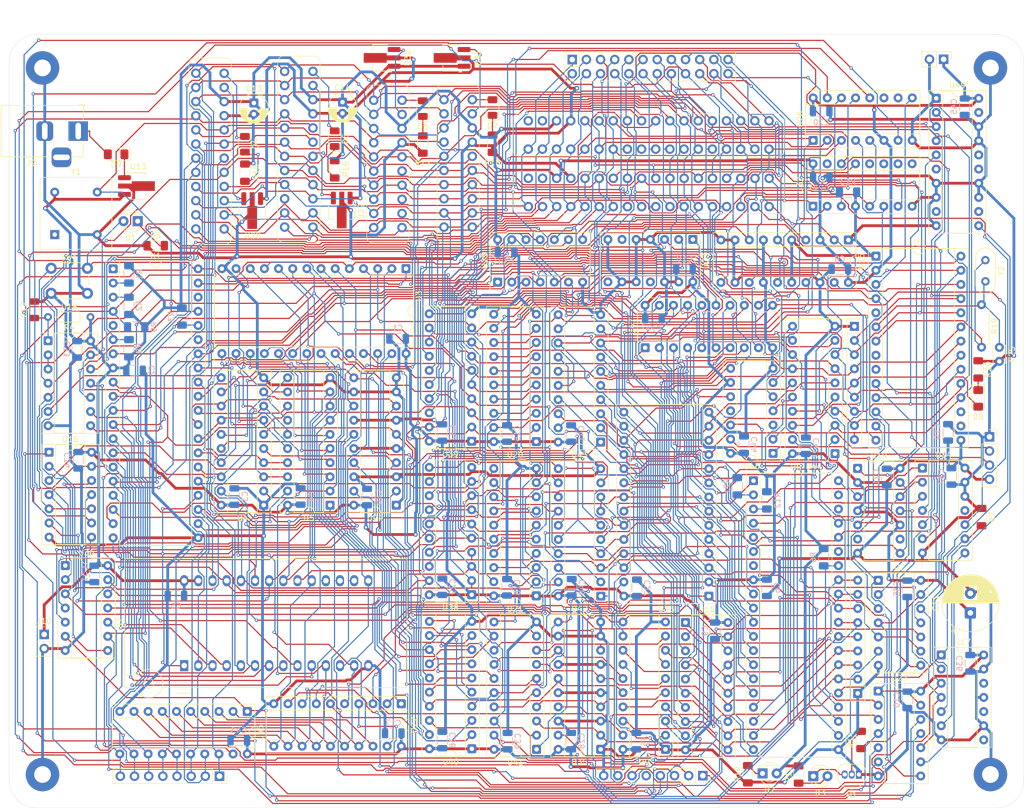
<source format=kicad_pcb>
(kicad_pcb (version 20241229) (generator "pcbnew") (generator_version "9.0")
  (layers (0 "F.Cu" signal) (2 "B.Cu" signal) (13 "F.Paste" user) (15 "B.Paste" user) (5 "F.SilkS" user "F.Silkscreen") (7 "B.SilkS" user "B.Silkscreen") (1 "F.Mask" user) (3 "B.Mask" user) (25 "Edge.Cuts" user))
  (net 0 "")
  (net 1 "GND")
  (net 2 "+5V")
  (net 3 "Net-(C12-Pad1)")
  (net 4 "Net-(D1-K)")
  (net 5 "~{RES}")
  (net 6 "Net-(D2-K)")
  (net 7 "Net-(D3-A)")
  (net 8 "Net-(D3-K)")
  (net 9 "Net-(D4-K)")
  (net 10 "Net-(D4-A)")
  (net 11 "Net-(D5-K)")
  (net 12 "Net-(D5-A)")
  (net 13 "Net-(D6-A)")
  (net 14 "Net-(D6-K)")
  (net 15 "Net-(D7-K)")
  (net 16 "Net-(D7-A)")
  (net 17 "/A8")
  (net 18 "/A13")
  (net 19 "/A22")
  (net 20 "/A21")
  (net 21 "/A14")
  (net 22 "/A17")
  (net 23 "/A20")
  (net 24 "/A12")
  (net 25 "/A3")
  (net 26 "/A11")
  (net 27 "/A9")
  (net 28 "/A18")
  (net 29 "/A19")
  (net 30 "/A0")
  (net 31 "/A7")
  (net 32 "/A16")
  (net 33 "/A1")
  (net 34 "/A10")
  (net 35 "/A2")
  (net 36 "/A6")
  (net 37 "/A23")
  (net 38 "/A5")
  (net 39 "/A4")
  (net 40 "/A15")
  (net 41 "/D0")
  (net 42 "/D4")
  (net 43 "/D1")
  (net 44 "/D2")
  (net 45 "/D5")
  (net 46 "/D7")
  (net 47 "/D6")
  (net 48 "/D3")
  (net 49 "CLK")
  (net 50 "~{IRQ}")
  (net 51 "R{slash}~{W}")
  (net 52 "~{VP}_S")
  (net 53 "~{NMI}")
  (net 54 "Net-(Q1-B)")
  (net 55 "Net-(U1-RDY)")
  (net 56 "Net-(U1-ABORT)")
  (net 57 "Net-(U1-BE)")
  (net 58 "Net-(U11-XTLI)")
  (net 60 "Net-(U8-ABORT)")
  (net 61 "SEC_EN")
  (net 62 "R{slash}~{W}_A")
  (net 63 "/A_A2")
  (net 64 "/A_A12")
  (net 65 "/A_A3")
  (net 66 "/A_D6")
  (net 67 "/A_D0")
  (net 68 "/A_A6")
  (net 69 "/A_D5")
  (net 70 "/A_A9")
  (net 71 "/A_A0")
  (net 72 "/A_A10")
  (net 73 "/A_A15")
  (net 74 "/A_D7")
  (net 75 "/A_A4")
  (net 77 "/A_D2")
  (net 78 "/A_D4")
  (net 79 "/A_A8")
  (net 81 "/A_D3")
  (net 84 "/A_A13")
  (net 85 "/A_A5")
  (net 86 "/A_A11")
  (net 87 "/A_A7")
  (net 88 "/A_A14")
  (net 89 "/A_D1")
  (net 90 "/A_A1")
  (net 91 "Net-(U8-RDY)")
  (net 92 "VDA0")
  (net 93 "VPA0")
  (net 94 "Net-(U8-~{RESET})")
  (net 95 "Net-(U3-~{CS})")
  (net 96 "~{CLK}")
  (net 97 "Net-(U7-~{CS})")
  (net 99 "/B_A3")
  (net 100 "/B_A15")
  (net 101 "/B_D1")
  (net 102 "/B_A11")
  (net 103 "/B_D7")
  (net 104 "/B_A4")
  (net 105 "R{slash}~{W}_B")
  (net 106 "/B_D5")
  (net 107 "/B_A10")
  (net 109 "/B_A13")
  (net 110 "/B_A2")
  (net 111 "/B_A9")
  (net 112 "/B_D4")
  (net 114 "/B_A6")
  (net 115 "/B_A5")
  (net 116 "/B_D6")
  (net 117 "/B_A0")
  (net 119 "/B_D0")
  (net 120 "/B_A12")
  (net 121 "/B_A1")
  (net 122 "/B_D2")
  (net 123 "/B_A14")
  (net 124 "/B_A8")
  (net 126 "/B_D3")
  (net 127 "/B_A7")
  (net 128 "Net-(U16-Pad1)")
  (net 129 "Net-(U49-O1)")
  (net 130 "Net-(U3-~{OE})")
  (net 131 "Net-(U18-Pad2)")
  (net 133 "Net-(J1-Pin_16)")
  (net 134 "Net-(J1-Pin_13)")
  (net 135 "Net-(D8-K)")
  (net 137 "SEC_~{CS}")
  (net 138 "Net-(J1-Pin_14)")
  (net 139 "Net-(J1-Pin_15)")
  (net 140 "Net-(J1-Pin_23)")
  (net 141 "Net-(J2-Pin_23)")
  (net 142 "Net-(J3-Pin_19)")
  (net 143 "Net-(J4-Pin_19)")
  (net 144 "Net-(U3-~{WE})")
  (net 145 "/B_DB3")
  (net 148 "Net-(J5-Pin_30)")
  (net 149 "Net-(J6-Pin_30)")
  (net 153 "/B_DB2")
  (net 154 "SUM0")
  (net 156 "Net-(D8-A)")
  (net 157 "Rx")
  (net 158 "Tx")
  (net 159 "Net-(U11-XLT0)")
  (net 160 "~{IRQ}_2")
  (net 164 "SER_~{CS}")
  (net 166 "Net-(D9-A)")
  (net 167 "Net-(D9-K)")
  (net 168 "/B_DB5")
  (net 169 "/B_DB4")
  (net 170 "/B_DB7")
  (net 171 "/B_DB6")
  (net 172 "/B_DB0")
  (net 173 "/B_DB1")
  (net 174 "/A_DB6")
  (net 175 "/A_DB0")
  (net 176 "/A_DB5")
  (net 177 "/A_DB7")
  (net 178 "/A_DB2")
  (net 179 "Net-(U16-Pad9)")
  (net 180 "/A_DB4")
  (net 181 "/A_DB3")
  (net 182 "/A_DB1")
  (net 183 "Net-(U43-OE)")
  (net 184 "Net-(U35-P=R)")
  (net 185 "~{EXT}")
  (net 186 "Net-(U19B-C)")
  (net 187 "Net-(U18-Pad12)")
  (net 188 "Net-(U19A-C)")
  (net 189 "~{R}{slash}W_A")
  (net 190 "/A_A18")
  (net 191 "/A_A17")
  (net 192 "/A_A16")
  (net 193 "/A_A22")
  (net 194 "/A_A21")
  (net 195 "/A_A19")
  (net 196 "/A_A20")
  (net 197 "/A_A23")
  (net 198 "Net-(U17-Pad2)")
  (net 199 "Net-(U45-CE)")
  (net 200 "~{NMI}_2")
  (net 201 "/B_A19")
  (net 202 "/B_A16")
  (net 203 "/B_A18")
  (net 204 "/B_A17")
  (net 205 "/B_A21")
  (net 206 "/B_A23")
  (net 207 "/B_A20")
  (net 208 "/B_A22")
  (net 209 "Net-(U17-Pad4)")
  (net 210 "Net-(U49-LE)")
  (net 211 "Net-(U17-Pad5)")
  (net 212 "CACHE_CS")
  (net 213 "EXT")
  (net 214 "Net-(U14-Pad3)")
  (net 215 "Net-(U14-Pad8)")
  (net 216 "SEC_WAI")
  (net 217 "Net-(U15-P=R)")
  (net 218 "Net-(U44-OE)")
  (net 221 "Net-(U16-Pad2)")
  (net 222 "Net-(U26-~{E1})")
  (net 223 "CACHE_~{CS}")
  (net 228 "~{R}{slash}W_B")
  (net 229 "Net-(U33-~{CS})")
  (net 232 "Net-(U25-Pad1)")
  (net 235 "Net-(U25-Pad9)")
  (net 236 "Net-(U33-~{OE})")
  (net 237 "Net-(U33-~{WE})")
  (net 238 "Net-(U44-LE)")
  (footprint "Connector_PinSocket_2.54mm:PinSocket_2x12_P2.54mm_Vertical" (layer "F.Cu") (at 132.207 35.4576 90)
    (property "Reference" "J12" (hide yes))
    (property "Value" "Conn_02x12_Counter_Clockwise")
  )
  (footprint "Package_DIP:DIP-20_W7.62mm_Socket" (layer "F.Cu") (at 76.877 115.4176 180)
    (property "Reference" "U4")
    (property "Value" "74HC373")
  )
  (footprint "Package_DIP:DIP-40_W15.24mm_Socket" (layer "F.Cu") (at 49.877 73.0176)
    (property "Reference" "U1")
    (property "Value" "WD65C816S")
  )
  (footprint "Package_TO_SOT_SMD:SOT-89-3_Handsoldering" (layer "F.Cu") (at 97.807 35.1576 180)
    (property "Reference" "U30")
    (property "Value" "MCP1792x-3302xDB")
  )
  (footprint "Capacitor_THT:CP_Radial_D5.0mm_P2.00mm" (layer "F.Cu") (at 91.007 43.1025 -90)
    (property "Reference" "C14")
    (property "Value" "C_Polarized_Small")
  )
  (footprint "LED_SMD:LED_1206_3216Metric" (layer "F.Cu") (at 89.607 49.6576 90)
    (property "Reference" "D5")
    (property "Value" "LED")
  )
  (footprint "Package_DIP:DIP-14_W7.62mm_Socket" (layer "F.Cu") (at 198.38 142.3)
    (property "Reference" "U17")
    (property "Value" "74HC04")
  )
  (footprint "Package_DIP:DIP-14_W7.62mm_Socket" (layer "F.Cu") (at 168.227 106.1176 180)
    (property "Reference" "U46")
    (property "Value" "74LS21")
  )
  (footprint "Connector_PinSocket_2.54mm:PinSocket_1x08_P2.54mm_Vertical" (layer "F.Cu") (at 155.627 163.9576 -90)
    (property "Reference" "J14" (hide yes))
    (property "Value" "Conn_01x08")
  )
  (footprint "MountingHole:MountingHole_3mm_Pad" (layer "F.Cu") (at 37.207 36.9576)
    (property "Reference" "J18" (hide yes))
    (property "Value" "Conn_01x01")
  )
  (footprint "Crystal:Crystal_HC52-6mm_Vertical" (layer "F.Cu") (at 206.307 71.4576 -90)
    (property "Reference" "Y2")
    (property "Value" "1.8432mhz")
  )
  (footprint "Package_DIP:DIP-20_W7.62mm_Socket" (layer "F.Cu") (at 197.483 42.409)
    (property "Reference" "U49")
    (property "Value" "74HC373")
  )
  (footprint "Package_DIP:DIP-20_W7.62mm_Socket" (layer "F.Cu") (at 125.807 159.2376 180)
    (property "Reference" "U41")
    (property "Value" "74HC373")
  )
  (footprint "LED_SMD:LED_1206_3216Metric" (layer "F.Cu") (at 105.407 44.2576 90)
    (property "Reference" "D6")
    (property "Value" "LED")
  )
  (footprint "Button_Switch_THT:SW_PUSH_6mm" (layer "F.Cu") (at 38.757 72.9076)
    (property "Reference" "SW1")
    (property "Value" "SW_Push")
  )
  (footprint "Package_DIP:DIP-20_W7.62mm_Socket" (layer "F.Cu") (at 145.284 87.173 90)
    (property "Reference" "U47")
    (property "Value" "74HC373")
  )
  (footprint "Package_DIP:DIP-20_W7.62mm_Socket" (layer "F.Cu") (at 152.507 136.4776)
    (property "Reference" "U10")
    (property "Value" "74HC245")
  )
  (footprint "Socket:DIP_Socket-28_W11.9_W12.7_W15.24_W17.78_W18.5_3M_228-1277-00-0602J" (layer "F.Cu") (at 62.617 144.2176 90)
    (property "Reference" "U7")
    (property "Value" "28C256")
  )
  (footprint "EdgeConn:AliExpress_24" (layer "F.Cu") (at 80.627 37.5776 -90)
    (property "Reference" "J2" (hide yes))
    (property "Value" "Conn_02x12_Counter_Clockwise")
  )
  (footprint "Package_TO_SOT_SMD:SOT-89-3_Handsoldering" (layer "F.Cu") (at 74.807 62.8576 -90)
    (property "Reference" "U28")
    (property "Value" "MCP1792x-3302xDB")
  )
  (footprint "Capacitor_THT:CP_Radial_D5.0mm_P2.00mm" (layer "F.Cu") (at 75.107 43.2576 -90)
    (property "Reference" "C13")
    (property "Value" "C_Polarized_Small")
  )
  (footprint "Resistor_THT:R_Axial_DIN0204_L3.6mm_D1.6mm_P7.62mm_Horizontal" (layer "F.Cu") (at 45.807 81.6576 180)
    (property "Reference" "R4")
    (property "Value" "150")
  )
  (footprint "MountingHole:MountingHole_3mm_Pad" (layer "F.Cu") (at 207.207 163.7576)
    (property "Reference" "J20" (hide yes))
    (property "Value" "Conn_01x01")
  )
  (footprint "EdgeConn:AliExpress_20" (layer "F.Cu") (at 96.607 42.7576 -90)
    (property "Reference" "J3" (hide yes))
    (property "Value" "Conn_02x10_Counter_Clockwise")
  )
  (footprint "MountingHole:MountingHole_3mm_Pad" (layer "F.Cu") (at 37.207 163.7576)
    (property "Reference" "J19" (hide yes))
    (property "Value" "Conn_01x01")
  )
  (footprint "Package_DIP:DIP-28_W15.24mm_Socket" (layer "F.Cu") (at 156.707 131.7376 180)
    (property "Reference" "U33")
    (property "Value" "HM62256BLP")
  )
  (footprint "Resistor_THT:R_Axial_DIN0207_L6.3mm_D2.5mm_P7.62mm_Horizontal" (layer "F.Cu") (at 205.607 79.4476 -90)
    (property "Reference" "R19")
    (property "Value" "1M")
  )
  (footprint "Package_DIP:DIP-16_W7.62mm_Socket" (layer "F.Cu") (at 175.407 49.9576 90)
    (property "Reference" "U26")
    (property "Value" "74HC138")
  )
  (footprint "LED_THT:LED_D3.0mm" (layer "F.Cu") (at 166.337 163.5576)
    (property "Reference" "D2")
    (property "Value" "LED")
  )
  (footprint "EdgeConn:AliExpress_24" (layer "F.Cu") (at 64.707 37.9176 -90)
    (property "Reference" "J1" (hide yes))
    (property "Value" "Conn_02x12_Counter_Clockwise")
  )
  (footprint "Diode_SMD:D_1206_3216Metric_Pad1.42x1.75mm_HandSolder" (layer "F.Cu") (at 50.407 52.4576 180)
    (property "Reference" "D9")
    (property "Value" "1N914")
  )
  (footprint "Package_DIP:DIP-14_W7.62mm_Socket" (layer "F.Cu") (at 118.831 75.395 90)
    (property "Reference" "U25")
    (property "Value" "74LS10")
  )
  (footprint "Package_DIP:DIP-20_W7.62mm_Socket" (layer "F.Cu") (at 148.927 159.2376 180)
    (property "Reference" "U9")
    (property "Value" "74HC373")
  )
  (footprint "Resistor_SMD:R_1206_3216Metric_Pad1.30x1.75mm_HandSolder" (layer "F.Cu") (at 205.607 117.5576 90)
    (property "Reference" "R7")
    (property "Value" "10k")
  )
  (footprint "Resistor_SMD:R_1206_3216Metric_Pad1.30x1.75mm_HandSolder" (layer "F.Cu") (at 57.507 68.8576 180)
    (property "Reference" "R5")
    (property "Value" "1k")
  )
  (footprint "Package_DIP:DIP-20_W7.62mm_Socket" (layer "F.Cu") (at 101.547 151.0576 -90)
    (property "Reference" "U22")
    (property "Value" "74HC245")
  )
  (footprint "Connector_BarrelJack:BarrelJack_Horizontal" (layer "F.Cu") (at 43.607 48.3001)
    (property "Reference" "J9")
    (property "Value" "Barrel_Jack")
  )
  (footprint "Package_DIP:DIP-20_W7.62mm_Socket" (layer "F.Cu") (at 88.777 115.4176 180)
    (property "Reference" "U5")
    (property "Value" "74HC245")
  )
  (footprint "Package_DIP:DIP-20_W7.62mm_Socket" (layer "F.Cu") (at 114.177 131.4976 180)
    (property "Reference" "U38")
    (property "Value" "74HC245")
  )
  (footprint "Package_DIP:DIP-20_W7.62mm_Socket" (layer "F.Cu") (at 114.177 103.9376 180)
    (property "Reference" "U39")
    (property "Value" "74HC245")
  )
  (footprint "Package_DIP:DIP-14_W7.62mm_Socket" (layer "F.Cu") (at 38.207 85.9176)
    (property "Reference" "U18")
    (property "Value" "74HC14")
  )
  (footprint "Connector_PinSocket_2.54mm:PinSocket_1x08_P2.54mm_Vertical" (layer "F.Cu") (at 68.947 164.0576 -90)
    (property "Reference" "J13" (hide yes))
    (property "Value" "Conn_01x08")
  )
  (footprint "Package_DIP:DIP-20_W7.62mm_Socket" (layer "F.Cu") (at 137.307 104.0976 180)
    (property "Reference" "U43")
    (property "Value" "74HC373")
  )
  (footprint "Package_DIP:DIP-40_W15.24mm_Socket" (layer "F.Cu") (at 164.707 111.0376)
    (property "Reference" "U8")
    (property "Value" "WD65C816S")
  )
  (footprint "Package_DIP:DIP-14_W7.62mm_Socket" (layer "F.Cu") (at 195.007 108.7576)
    (property "Reference" "U14")
    (property "Value" "74LS32")
  )
  (footprint "EdgeConn:AliExpress_36" (layer "F.Cu") (at 124.335 61.849)
    (property "Reference" "J6" (hide yes))
    (property "Value" "Conn_02x17_Counter_Clockwise")
  )
  (footprint "Package_DIP:DIP-20_W7.62mm_Socket" (layer "F.Cu") (at 137.307 159.2376 180)
    (property "Reference" "U35")
    (property "Value" "74HC688")
  )
  (footprint "Connector_PinSocket_2.54mm:PinSocket_1x04_P2.54mm_Vertical" (layer "F.Cu") (at 207.032 103.1576)
    (property "Reference" "J8" (hide yes))
    (property "Value" "Conn_01x04")
  )
  (footprint "Resistor_SMD:R_1206_3216Metric_Pad1.30x1.75mm_HandSolder" (layer "F.Cu") (at 172.807 163.7576 -90)
    (property "Reference" "R11")
    (property "Value" "1k")
  )
  (footprint "Package_TO_SOT_SMD:SOT-89-3_Handsoldering" (layer "F.Cu") (at 90.8695 62.7576 -90)
    (property "Reference" "U29")
    (property "Value" "MCP1792x-3302xDB")
  )
  (footprint "Connector_PinHeader_2.54mm:PinHeader_1x02_P2.54mm_Vertical" (layer "F.Cu") (at 37.507 138.6176)
    (property "Reference" "J10")
    (property "Value" "Conn_01x02")
  )
  (footprint "LED_SMD:LED_1206_3216Metric_Pad1.42x1.75mm_HandSolder" (layer "F.Cu") (at 205.007 96.2576 -90)
    (property "Reference" "D8")
    (property "Value" "LED_Small")
  )
  (footprint "Package_DIP:DIP-20_W7.62mm_Socket" (layer "F.Cu") (at 125.757 104.0176 180)
    (property "Reference" "U20")
    (property "Value" "74HC245")
  )
  (footprint "Resistor_SMD:R_1206_3216Metric_Pad1.30x1.75mm_HandSolder" (layer "F.Cu") (at 184.007 157.5576 90)
    (property "Reference" "R14")
    (property "Value" "4.7k")
  )
  (footprint "Package_DIP:DIP-20_W7.62mm_Socket" (layer "F.Cu") (at 73.927 152.4376 -90)
    (property "Reference" "U45")
    (property "Value" "74HC245")
  )
  (footprint "Package_DIP:DIP-14_W7.62mm_Socket" (layer "F.Cu") (at 153.837 67.74 -90)
    (property "Reference" "U23")
    (property "Value" "74126")
  )
  (footprint "Package_DIP:DIP-14_W7.62mm_Socket" (layer "F.Cu") (at 38.387 105.9176)
    (property "Reference" "U16")
    (property "Value" "74HC00")
  )
  (footprint "Package_TO_SOT_THT:TO-92_Inline" (layer "F.Cu") (at 183.607 163.7576 180)
    (property "Reference" "Q1")
    (property "Value" "2N3904")
  )
  (footprint "Package_TO_SOT_SMD:SOT-89-3_Handsoldering" (layer "F.Cu") (at 110.357 35.1576 180)
    (property "Reference" "U31")
    (property "Value" "MCP1792x-3302xDB")
  )
  (footprint "LED_THT:LED_D3.0mm" (layer "F.Cu") (at 175.437 164.0576)
    (property "Reference" "D3")
    (property "Value" "LED")
  )
  (footprint "MountingHole:MountingHole_3mm_Pad" (layer "F.Cu") (at 207.207 36.9576)
    (property "Reference" "J17" (hide yes))
    (property "Value" "Conn_01x01")
  )
  (footprint "Package_DIP:DIP-14_W7.62mm_Socket" (layer "F.Cu") (at 187.08 148.785)
    (property "Reference" "U27")
    (property "Value" "74HC00")
  )
  (footprint "Resistor_SMD:R_1206_3216Metric_Pad1.30x1.75mm_HandSolder" (layer "F.Cu") (at 73.507 55.7576 90)
    (property "Reference" "R15")
    (property "Value" "1k")
  )
  (footprint "Package_DIP:DIP-20_W7.62mm_Socket" (layer "F.Cu") (at 114.207 159.1376 180)
    (property "Reference" "U40")
    (property "Value" "74HC245")
  )
  (footprint "Resistor_THT:R_Array_SIP9" (layer "F.Cu") (at 182.807 83.3376 -90)
    (property "Reference" "RN2" (hide yes))
    (property "Value" "R_Network08")
  )
  (footprint "Package_DIP:DIP-16_W7.62mm_Socket" (layer "F.Cu") (at 175.387 61.7776 90)
    (property "Reference" "U32")
    (property "Value" "74HC138")
  )
  (footprint "Package_DIP:DIP-20_W7.62mm_Socket" (layer "F.Cu") (at 125.757 131.6976 180)
    (property "Reference" "U21")
    (property "Value" "74HC245")
  )
  (footprint "Capacitor_THT:C_Disc_D3.0mm_W2.0mm_P2.50mm" (layer "F.Cu") (at 208.807 87.1076 -90)
    (property "Reference" "C25")
    (property "Value" "30pf")
  )
  (footprint "Capacitor_SMD:C_1206_3216Metric" (layer "F.Cu") (at 35.707 80.3576 90)
    (property "Reference" "C12")
    (property "Value" "0.1uf")
  )
  (footprint "Package_DIP:DIP-20_W7.62mm_Socket" (layer "F.Cu") (at 137.327 131.7376 180)
    (property "Reference" "U42")
    (property "Value" "74HC373")
  )
  (footprint "Resistor_SMD:R_1206_3216Metric_Pad1.30x1.75mm_HandSolder" (layer "F.Cu") (at 105.407 50.7076 -90)
    (property "Reference" "R17")
    (property "Value" "1k")
  )
  (footprint "Resistor_SMD:R_1206_3216Metric_Pad1.30x1.75mm_HandSolder" (layer "F.Cu") (at 117.907 50.5576 -90)
    (property "Reference" "R18")
    (property "Value" "1k")
  )
  (footprint "Package_DIP:DIP-14_W7.62mm_Socket" (layer "F.Cu") (at 41.287 126.2576)
    (property "Reference" "U36")
    (property "Value" "74HC04")
  )
  (footprint "Resistor_SMD:R_1206_3216Metric_Pad1.30x1.75mm_HandSolder" (layer "F.Cu") (at 205.007 91.0576 -90)
    (property "Reference" "R20")
    (property "Value" "4k7")
  )
  (footprint "LED_SMD:LED_1206_3216Metric" (layer "F.Cu") (at 73.507 50.6576 90)
    (property "Reference" "D4")
    (property "Value" "LED")
  )
  (footprint "Resistor_SMD:R_1206_3216Metric_Pad1.30x1.75mm_HandSolder" (layer "F.Cu") (at 89.607 55.1576 90)
    (property "Reference" "R16")
    (property "Value" "1k")
  )
  (footprint "LED_THT:LED_D3.0mm" (layer "F.Cu") (at 54.277 64.4576 180)
    (property "Reference" "D1")
    (property "Value" "LED")
  )
  (footprint "Oscillator:Oscillator_DIP-8" (layer "F.Cu") (at 39.397 66.8676)
    (property "Reference" "Y1")
    (property "Value" "1mhz")
  )
  (footprint "Resistor_SMD:R_1206_3216Metric_Pad1.30x1.75mm_HandSolder" (layer "F.Cu") (at 163.707 163.7076 90)
    (property "Reference" "R10")
    (property "Value" "1k")
  )
  (footprint "Capacitor_THT:CP_Radial_D10.0mm_P3.50mm" (layer "F.Cu") (at 203.607 134.7576 90)
    (property "Reference" "C11")
    (property "Value" "C_Polarized")
  )
  (footprint "Package_DIP:DIP-14_W7.62mm_Socket" (layer "F.Cu") (at 187.087 128.9176)
    (property "Reference" "U2")
    (property "Value" "74LS08")
  )
  (footprint "Resistor_THT:R_Array_SIP9" (layer "F.Cu") (at 183.407 149.1976 90)
    (property "Reference" "RN1" (hide yes))
    (property "Value" "R_Network08")
  )
  (footprint "EdgeConn:AliExpress_20" (layer "F.Cu") (at 109.207 42.6576 -90)
    (property "Reference" "J4" (hide yes))
    (property "Value" "Conn_02x10_Counter_Clockwise")
  )
  (footprint "Package_DIP:DIP-14_W7.62mm_Socket" (layer "F.Cu") (at 183.387 108.8176)
    (property "Reference" "U19")
    (property "Value" "74HC74")
  )
  (footprint "Package_DIP:DIP-20_W7.62mm_Socket" (layer "F.Cu") (at 181.727 67.8376 -90)
    (property "Reference" "U15")
    (property "Value" "74HC688")
  )
  (footprint "Package_TO_SOT_SMD:SOT-89-3_Handsoldering" (layer "F.Cu") (at 54.357 58.1576)
    (property "Reference" "U13")
    (property "Value" "MCP1792x-3302xDB")
  )
  (footprint "LED_SMD:LED_1206_3216Metric" (layer "F.Cu") (at 117.907 44.0576 90)
    (property "Reference" "D7")
    (property "Value" "LED")
  )
  (footprint "Connector_PinHeader_2.54mm:PinHeader_1x02_P2.54mm_Vertical" (layer "F.Cu") (at 198.813 35.409 -90)
    (property "Reference" "J11" (hide yes))
    (property "Value" "Conn_01x02")
  )
  (footprint "EdgeConn:AliExpress_36" (layer "F.Cu") (at 124.315 51.529)
    (property "Reference" "J5" (hide yes))
    (property "Value" "Conn_02x17_Counter_Clockwise")
  )
  (footprint "Package_DIP:DIP-28_W15.24mm_Socket" (layer "F.Cu") (at 186.667 70.7376)
    (property "Reference" "U11")
    (property "Value" "W65C51N")
  )
  (footprint "Package_DIP:DIP-20_W7.62mm_Socket" (layer "F.Cu") (at 100.657 115.4176 180)
    (property "Reference" "U24")
    (property "Value" "74HC688")
  )
  (footprint "Package_DIP:DIP-28_W15.24mm_Socket" (layer "F.Cu") (at 102.397 72.9776 -90)
    (property "Reference" "U3")
    (property "Value" "HM62256BLP")
  )
  (footprint "Package_DIP:DIP-20_W7.62mm_Socket" (layer "F.Cu") (at 179.327 106.1776 180)
    (property "Reference" "U44")
    (property "Value" "74HC373")
  )
  (footprint "Capacitor_SMD:C_1206_3216Metric" (layer "B.Cu") (at 120.348 70.028 180)
    (property "Reference" "C30")
    (property "Value" "C_Small")
  )
  (footprint "Capacitor_SMD:C_1206_3216Metric" (layer "B.Cu") (at 192.307 150.3576 90)
    (property "Reference" "C10")
    (property "Value" "C_Small")
  )
  (footprint "Capacitor_SMD:C_1206_3216Metric" (layer "B.Cu") (at 132.107 130.1576 90)
    (property "Reference" "C40")
    (property "Value" "0.1uf")
  )
  (footprint "Capacitor_SMD:C_1206_3216Metric" (layer "B.Cu") (at 61.132 131.6576)
    (property "Reference" "C5")
    (property "Value" "0.1uf")
  )
  (footprint "Capacitor_SMD:C_1206_3216Metric" (layer "B.Cu") (at 120.507 130.1576 90)
    (property "Reference" "C16")
    (property "Value" "0.1uf")
  )
  (footprint "Capacitor_SMD:C_1206_3216Metric" (layer "B.Cu") (at 163.007 104.5576 90)
    (property "Reference" "C44")
    (property "Value" "0.1uf")
  )
  (footprint "Capacitor_SMD:C_1206_3216Metric" (layer "B.Cu") (at 100.882 85.5576)
    (property "Reference" "C1")
    (property "Value" "0.1uf")
  )
  (footprint "Capacitor_SMD:C_1206_3216Metric" (layer "B.Cu") (at 180.207 73.0576)
    (property "Reference" "C8")
    (property "Value" "0.1uf")
  )
  (footprint "Resistor_SMD:R_1206_3216Metric_Pad1.30x1.75mm_HandSolder" (layer "B.Cu") (at 52.707 87.2576 90)
    (property "Reference" "R8")
    (property "Value" "4k7")
  )
  (footprint "Capacitor_SMD:C_1206_3216Metric" (layer "B.Cu") (at 43.407 87.4576 90)
    (property "Reference" "C33")
    (property "Value" "C_Small")
  )
  (footprint "Capacitor_SMD:C_1206_3216Metric" (layer "B.Cu") (at 200.207 110.2576 90)
    (property "Reference" "C32")
    (property "Value" "C_Small")
  )
  (footprint "Capacitor_SMD:C_1206_3216Metric" (layer "B.Cu") (at 192.307 130.4326 90)
    (property "Reference" "C35")
    (property "Value" "C_Small")
  )
  (footprint "Capacitor_SMD:C_1206_3216Metric" (layer "B.Cu") (at 188.607 110.3576 90)
    (property "Reference" "C21")
    (property "Value" "C_Small")
  )
  (footprint "Capacitor_SMD:C_1206_3216Metric" (layer "B.Cu") (at 132.007 102.5576 90)
    (property "Reference" "C41")
    (property "Value" "0.1uf")
  )
  (footprint "Capacitor_SMD:C_1206_3216Metric" (layer "B.Cu") (at 120.607 157.7576 90)
    (property "Reference" "C39")
    (property "Value" "0.1uf")
  )
  (footprint "Resistor_SMD:R_1206_3216Metric_Pad1.30x1.75mm_HandSolder" (layer "B.Cu") (at 181.667 59.2576 180)
    (property "Reference" "R13")
    (property "Value" "10k")
  )
  (footprint "Capacitor_SMD:C_1206_3216Metric" (layer "B.Cu") (at 100.107 156.3576 180)
    (property "Reference" "C17")
    (property "Value" "0.1uf")
  )
  (footprint "Capacitor_SMD:C_1206_3216Metric" (layer "B.Cu") (at 71.607 113.8826 -90)
    (property "Reference" "C3")
    (property "Value" "0.1uf")
  )
  (footprint "Capacitor_SMD:C_1206_3216Metric" (layer "B.Cu") (at 108.907 130.0576 90)
    (property "Reference" "C29")
    (property "Value" "0.1uf")
  )
  (footprint "Capacitor_SMD:C_1206_3216Metric" (layer "B.Cu") (at 157.807 137.9576 90)
    (property "Reference" "C9")
    (property "Value" "0.1uf")
  )
  (footprint "Capacitor_SMD:C_1206_3216Metric" (layer "B.Cu") (at 202.588 43.919 90)
    (property "Reference" "C45")
    (property "Value" "C_Small")
  )
  (footprint "Capacitor_SMD:C_1206_3216Metric" (layer "B.Cu") (at 108.907 102.3826 -90)
    (property "Reference" "C37")
    (property "Value" "0.1uf")
  )
  (footprint "Capacitor_SMD:C_1206_3216Metric" (layer "B.Cu") (at 72.407 157.6576 180)
    (property "Reference" "C43")
    (property "Value" "0.1uf")
  )
  (footprint "Capacitor_SMD:C_1206_3216Metric" (layer "B.Cu") (at 46.507 127.7576 90)
    (property "Reference" "C31")
    (property "Value" "C_Small")
  )
  (footprint "Capacitor_SMD:C_1206_3216Metric" (layer "B.Cu") (at 143.807 130.2576 -90)
    (property "Reference" "C27")
    (property "Value" "0.1uf")
  )
  (footprint "Capacitor_SMD:C_1206_3216Metric" (layer "B.Cu") (at 174.107 104.7576 90)
    (property "Reference" "C42")
    (property "Value" "0.1uf")
  )
  (footprint "Capacitor_SMD:C_1206_3216Metric" (layer "B.Cu") (at 95.407 113.9576 -90)
    (property "Reference" "C26")
    (property "Value" "0.1uf")
  )
  (footprint "Resistor_SMD:R_1206_3216Metric_Pad1.30x1.75mm_HandSolder" (layer "B.Cu") (at 161.805 112.031 -90)
    (property "Reference" "R21")
    (property "Value" "4.7k")
  )
  (footprint "Capacitor_SMD:C_1206_3216Metric" (layer "B.Cu") (at 146.776 81.894 180)
    (property "Reference" "C24")
    (property "Value" "0.1uf")
  )
  (footprint "Capacitor_SMD:C_1206_3216Metric" (layer "B.Cu") (at 120.507 102.5576 90)
    (property "Reference" "C15")
    (property "Value" "0.1uf")
  )
  (footprint "Capacitor_SMD:C_1206_3216Metric" (layer "B.Cu") (at 108.907 157.5576 90)
    (property "Reference" "C38")
    (property "Value" "0.1uf")
  )
  (footprint "Capacitor_SMD:C_1206_3216Metric" (layer "B.Cu") (at 152.337 73.04 180)
    (property "Reference" "C18")
    (property "Value" "0.1uf")
  )
  (footprint "Capacitor_SMD:C_1206_3216Metric" (layer "B.Cu") (at 53.707 91.2576 180)
    (property "Reference" "C2")
    (property "Value" "0.1uf")
  )
  (footprint "Capacitor_SMD:C_1206_3216Metric" (layer "B.Cu") (at 143.707 157.7576 -90)
    (property "Reference" "C7")
    (property "Value" "0.1uf")
  )
  (footprint "Resistor_SMD:R_1206_3216Metric_Pad1.30x1.75mm_HandSolder" (layer "B.Cu") (at 52.707 79.6576 90)
    (property "Reference" "R2")
    (property "Value" "4.7k")
  )
  (footprint "Capacitor_SMD:C_1206_3216Metric" (layer "B.Cu") (at 83.507 113.8576 -90)
    (property "Reference" "C4")
    (property "Value" "0.1uf")
  )
  (footprint "Capacitor_SMD:C_1206_3216Metric" (layer "B.Cu") (at 167.107 130.2576 90)
    (property "Reference" "C6")
    (property "Value" "0.1uf")
  )
  (footprint "Resistor_SMD:R_1206_3216Metric_Pad1.30x1.75mm_HandSolder" (layer "B.Cu") (at 62.207 81.5576 90)
    (property "Reference" "R3")
    (property "Value" "4.7k")
  )
  (footprint "Capacitor_SMD:C_1206_3216Metric" (layer "B.Cu") (at 132.007 157.7576 -90)
    (property "Reference" "C28")
    (property "Value" "0.1uf")
  )
  (footprint "Capacitor_SMD:C_1206_3216Metric" (layer "B.Cu") (at 203.581 143.796 90)
    (property "Reference" "C36")
    (property "Value" "C_Small")
  )
  (footprint "Capacitor_SMD:C_1206_3216Metric" (layer "B.Cu") (at 43.607 107.3576 90)
    (property "Reference" "C34")
    (property "Value" "C_Small")
  )
  (footprint "Resistor_SMD:R_1206_3216Metric_Pad1.30x1.75mm_HandSolder" (layer "B.Cu") (at 167.107 114.5576 -90)
    (property "Reference" "R12")
    (property "Value" "4.7k")
  )
  (footprint "Capacitor_SMD:C_1206_3216Metric" (layer "B.Cu") (at 176.867 56.5576 180)
    (property "Reference" "C22")
    (property "Value" "0.1uf")
  )
  (footprint "Capacitor_SMD:C_1206_3216Metric" (layer "B.Cu") (at 199.607 102.3576 90)
    (property "Reference" "C19")
    (property "Value" "0.1uf")
  )
  (footprint "Resistor_SMD:R_1206_3216Metric_Pad1.30x1.75mm_HandSolder" (layer "B.Cu") (at 54.007 83.4576 180)
    (property "Reference" "R9")
    (property "Value" "4k7")
  )
  (footprint "Capacitor_SMD:C_1206_3216Metric" (layer "B.Cu") (at 176.847 44.7576 180)
    (property "Reference" "C20")
    (property "Value" "0.1uf")
  )
  (footprint "Resistor_SMD:R_1206_3216Metric_Pad1.30x1.75mm_HandSolder" (layer "B.Cu") (at 52.707 74.0076 -90)
    (property "Reference" "R1")
    (property "Value" "4.7k")
  )
  (footprint "Resistor_SMD:R_1206_3216Metric_Pad1.30x1.75mm_HandSolder" (layer "B.Cu") (at 177.307 124.7576 90)
    (property "Reference" "R6")
    (property "Value" "10k")
  )
  (gr_line (start 208.207 169.7576) (end 36.207 169.7576) (stroke (width 0.05)) (layer "Edge.Cuts"))
  (gr_arc (start 31.207 35.9576) (mid 32.671466 32.422066) (end 36.207 30.9576) (stroke (width 0.05)) (layer "Edge.Cuts"))
  (gr_line (start 213.207 35.9576) (end 213.207 164.7576) (stroke (width 0.05)) (layer "Edge.Cuts"))
  (gr_arc (start 36.207 169.7576) (mid 32.671466 168.293134) (end 31.207 164.7576) (stroke (width 0.05)) (layer "Edge.Cuts"))
  (gr_line (start 36.207 30.9576) (end 208.207 30.9576) (stroke (width 0.05)) (layer "Edge.Cuts"))
  (gr_arc (start 213.207 164.7576) (mid 211.742534 168.293134) (end 208.207 169.7576) (stroke (width 0.05)) (layer "Edge.Cuts"))
  (gr_line (start 31.207 164.7576) (end 31.207 35.9576) (stroke (width 0.05)) (layer "Edge.Cuts"))
  (gr_arc (start 208.207 30.9576) (mid 211.742534 32.422066) (end 213.207 35.9576) (stroke (width 0.05)) (layer "Edge.Cuts"))
  (segment (start 179.347 83.3376) (end 182.807 83.3376) (width 0.5) (layer "F.Cu") (net 1))
  (segment (start 204.817 116.0076) (end 204.807 116.0176) (width 0.5) (layer "F.Cu") (net 1))
  (segment (start 179.327 83.3176) (end 179.347 83.3376) (width 0.5) (layer "F.Cu") (net 1))
  (segment (start 111.175 71.175) (end 92.8281 71.175) (width 0.5) (layer "F.Cu") (net 1))
  (segment (start 117.907 50.9036) (end 117.907 52.1076) (width 0.5) (layer "F.Cu") (net 1))
  (segment (start 120.6815 48.666) (end 118.4439 50.9036) (width 0.5) (layer "F.Cu") (net 1))
  (segment (start 205.103 50.029) (end 203.833 51.299) (width 0.5) (layer "F.Cu") (net 1))
  (segment (start 197.483 57.649) (end 196.1707 56.3367) (width 0.5) (layer "F.Cu") (net 1))
  (segment (start 142.717 160.5043) (end 140.4725 160.5043) (width 0.5) (layer "F.Cu") (net 1))
  (segment (start 131.935 46.449) (end 129.718 48.666) (width 0.5) (layer "F.Cu") (net 1))
  (segment (start 51.1653 122.5427) (end 44.2695 122.5427) (width 0.5) (layer "F.Cu") (net 1))
  (segment (start 203.607 130.7281) (end 198.2141 125.3352) (width 0.5) (layer "F.Cu") (net 1))
  (segment (start 183.387 124.0576) (end 182.4388 125.0058) (width 0.5) (layer "F.Cu") (net 1))
  (segment (start 40.947 141.1576) (end 41.287 141.4976) (width 0.5) (layer "F.Cu") (net 1))
  (segment (start 118.4439 50.9036) (end 117.907 50.9036) (width 0.5) (layer "F.Cu") (net 1))
  (segment (start 203.177 117.6476) (end 201.357 117.6476) (width 0.5) (layer "F.Cu") (net 1))
  (segment (start 182.4388 125.0058) (end 169.3636 125.0058) (width 0.5) (layer "F.Cu") (net 1))
  (segment (start 100.891 99.9436) (end 100.657 100.1776) (width 0.5) (layer "F.Cu") (net 1))
  (segment (start 161.407 75.4576) (end 162.6633 74.2013) (width 0.5) (layer "F.Cu") (net 1))
  (segment (start 171.567 74.2013) (end 171.567 75.4576) (width 0.5) (layer "F.Cu") (net 1))
  (segment (start 72.1206 70.7855) (end 72.1843 70.8492) (width 0.5) (layer "F.Cu") (net 1))
  (segment (start 162.6633 74.2013) (end 166.3773 74.2013) (width 0.5) (layer "F.Cu") (net 1))
  (segment (start 103.399 38.895) (end 102.9367 39.3573) (width 0.5) (layer "F.Cu") (net 1))
  (segment (start 100.657 110.3376) (end 93.037 110.3376) (width 0.5) (layer "F.Cu") (net 1))
  (segment (start 143.9837 159.2376) (end 142.717 160.5043) (width 0.5) (layer "F.Cu") (net 1))
  (segment (start 166.487 75.4576) (end 166.487 74.311) (width 0.5) (layer "F.Cu") (net 1))
  (segment (start 55.957 68.8576) (end 57.2967 70.1973) (width 0.5) (layer "F.Cu") (net 1))
  (segment (start 89.607 53.6076) (end 90.7784 52.4362) (width 0.5) (layer "F.Cu") (net 1))
  (segment (start 51.9945 58.1576) (end 52.5865 58.1576) (width 0.5) (layer "F.Cu") (net 1))
  (segment (start 208.807 89.6076) (end 205.107 89.6076) (width 0.5) (layer "F.Cu") (net 1))
  (segment (start 140.4725 160.5043) (end 139.2058 159.2376) (width 0.5) (layer "F.Cu") (net 1))
  (segment (start 69.787 45.5376) (end 74.827 45.5376) (width 0.5) (layer "F.Cu") (net 1))
  (segment (start 205.103 57.649) (end 197.483 57.649) (width 0.5) (layer "F.Cu") (net 1))
  (segment (start 174.3433 70.6139) (end 171.567 67.8376) (width 0.5) (layer "F.Cu") (net 1))
  (segment (start 72.1843 70.8492) (end 92.5023 70.8492) (width 0.5) (layer "F.Cu") (net 1))
  (segment (start 203.46 157.54) (end 198.38 157.54) (width 0.5) (layer "F.Cu") (net 1))
  (segment (start 76.877 92.5576) (end 78.147 93.8276) (width 0.5) (layer "F.Cu") (net 1))
  (segment (start 102.0072 50.6978) (end 103.8472 50.6978) (width 0.5) (layer "F.Cu") (net 1))
  (segment (start 114.4392 36.162) (end 113.4348 35.1576) (width 0.5) (layer "F.Cu") (net 1))
  (segment (start 113.7984 37.7995) (end 114.4392 37.1587) (width 0.5) (layer "F.Cu") (net 1))
  (segment (start 85.8021 45.1025) (end 91.007 45.1025) (width 0.5) (layer "F.Cu") (net 1))
  (segment (start 92.3071 45.1025) (end 98.0523 39.3573) (width 0.5) (layer "F.Cu") (net 1))
  (segment (start 71.8706 71.0355) (end 72.1206 70.7855) (width 0.5) (layer "F.Cu") (net 1))
  (segment (start 177.5372 56.3367) (end 177.1251 56.7488) (width 0.5) (layer "F.Cu") (net 1))
  (segment (start 184.6646 125.3352) (end 195.007 125.3352) (width 0.5) (layer "F.Cu") (net 1))
  (segment (start 92.4249 62.4937) (end 92.5023 62.4937) (width 0.5) (layer "F.Cu") (net 1))
  (segment (start 166.487 74.311) (end 166.5967 74.2013) (width 0.5) (layer "F.Cu") (net 1))
  (segment (start 39.7721 122.5427) (end 38.387 121.1576) (width 0.5) (layer "F.Cu") (net 1))
  (segment (start 100.6153 105.2159) (end 93.0787 105.2159) (width 0.5) (layer "F.Cu") (net 1))
  (segment (start 35.707 78.8826) (end 37.282 78.8826) (width 0.5) (layer "F.Cu") (net 1))
  (segment (start 98.0523 39.3573) (end 99.6101 37.7995) (width 0.5) (layer "F.Cu") (net 1))
  (segment (start 103.8472 50.6978) (end 105.407 52.2576) (width 0.5) (layer "F.Cu") (net 1))
  (segment (start 76.6674 45.2576) (end 77.5494 44.3756) (width 0.5) (layer "F.Cu") (net 1))
  (segment (start 65.2179 70.1973) (end 66.0561 71.0355) (width 0.5) (layer "F.Cu") (net 1))
  (segment (start 87.507 93.8276) (end 88.777 92.5576) (width 0.5) (layer "F.Cu") (net 1))
  (segment (start 125.757 110.1076) (end 125.757 108.8376) (width 0.5) (layer "F.Cu") (net 1))
  (segment (start 170.3011 165.119) (end 163.8456 165.119) (width 0.5) (layer "F.Cu") (net 1))
  (segment (start 125.807 136.3776) (end 128.347 138.9176) (width 0.5) (layer "F.Cu") (net 1))
  (segment (start 73.507 54.2076) (end 73.641 54.0736) (width 0.5) (layer "F.Cu") (net 1))
  (segment (start 92.4692 146.7839) (end 91.8008 146.7839) (width 0.5) (layer "F.Cu") (net 1))
  (segment (start 52.4304 121.2776) (end 51.1653 122.5427) (width 0.5) (layer "F.Cu") (net 1))
  (segment (start 101.687 50.3776) (end 102.0072 50.6978) (width 0.5) (layer "F.Cu") (net 1))
  (segment (start 74.827 45.5376) (end 75.107 45.2576) (width 0.5) (layer "F.Cu") (net 1))
  (segment (start 127.027 110.1076) (end 125.757 110.1076) (width 0.5) (layer "F.Cu") (net 1))
  (segment (start 175.3907 74.2013) (end 176.647 75.4576) (width 0.5) (layer "F.Cu") (net 1))
  (segment (start 74.807 60.4951) (end 74.807 62.7118) (width 0.5) (layer "F.Cu") (net 1))
  (segment (start 129.718 48.666) (end 120.6815 48.666) (width 0.5) (layer "F.Cu") (net 1))
  (segment (start 47.017 67.3239) (end 48.5507 68.8576) (width 0.5) (layer "F.Cu") (net 1))
  (segment (start 206 155) (end 203.46 157.54) (width 0.5) (layer "F.Cu") (net 1))
  (segment (start 37.282 78.8826) (end 38.757 77.4076) (width 0.5) (layer "F.Cu") (net 1))
  (segment (start 78.147 93.8276) (end 87.507 93.8276) (width 0.5) (layer "F.Cu") (net 1))
  (segment (start 47.017 66.8676) (end 47.017 67.3239) (width 0.5) (layer "F.Cu") (net 1))
  (segment (start 90.8695 60.9383) (end 92.4249 62.4937) (width 0.5) (layer "F.Cu") (net 1))
  (segment (start 75.107 45.2576) (end 76.6674 45.2576) (width 0.5) (layer "F.Cu") (net 1))
  (segment (start 91.007 45.1025) (end 92.3071 45.1025) (width 0.5) (layer "F.Cu") (net 1))
  (segment (start 93.037 95.0976) (end 100.657 95.0976) (width 0.5) (layer "F.Cu") (net 1))
  (segment (start 143.677 67.74) (end 146.217 67.74) (width 0.5) (layer "F.Cu") (net 1))
  (segment (start 66.0561 71.0355) (end 71.8706 71.0355) (width 0.5) (layer "F.Cu") (net 1))
  (segment (start 103.4046 35.1576) (end 103.711 35.464) (width 0.5) (layer "F.Cu") (net 1))
  (segment (start 203.833 51.299) (end 194.5284 51.299) (width 0.5) (layer "F.Cu") (net 1))
  (segment (start 117.3811 110.1076) (end 116.693 109.4195) (width 0.5) (layer "F.Cu") (net 1))
  (segment (start 146.217 67.74) (end 147.4707 66.4863) (width 0.5) (layer "F.Cu") (net 1))
  (segment (start 195.938 46.1773) (end 178.6218 46.1773) (width 0.5) (layer "F.Cu") (net 1))
  (segment (start 194.5284 51.299) (end 193.187 49.9576) (width 0.5) (layer "F.Cu") (net 1))
  (segment (start 157.5157 66.4863) (end 158.867 67.8376) (width 0.5) (layer "F.Cu") (net 1))
  (segment (start 203.607 130.9839) (end 203.607 130.7281) (width 0.5) (layer "F.Cu") (net 1))
  (segment (start 53.5608 59.1319) (end 53.5608 60.3238) (width 0.5) (layer "F.Cu") (net 1))
  (segment (start 196.1707 56.3367) (end 177.5372 56.3367) (width 0.5) (layer "F.Cu") (net 1))
  (segment (start 158.867 67.8376) (end 161.407 67.8376) (width 0.5) (layer "F.Cu") (net 1))
  (segment (start 45.257 77.4076) (end 38.757 77.4076) (width 0.5) (layer "F.Cu") (net 1))
  (segment (start 163.8456 165.119) (end 163.707 165.2576) (width 0.5) (layer "F.Cu") (net 1))
  (segment (start 116.693 109.4195) (end 114.177 109.4195) (width 0.5) (layer "F.Cu") (net 1))
  (segment (start 95.637 144.2176) (end 95.0668 144.7878) (width 0.5) (layer "F.Cu") (net 1))
  (segment (start 147.4707 66.4863) (end 157.5157 66.4863) (width 0.5) (layer "F.Cu") (net 1))
  (segment (start 129.687 149.0776) (end 137.307 149.0776) (width 0.5) (layer "F.Cu") (net 1))
  (segment (start 115.9739 136.2776) (end 117.1368 135.1147) (width 0.5) (layer "F.Cu") (net 1))
  (segment (start 178.6218 46.1773) (end 178.5262 46.2729) (width 0.5) (layer "F.Cu") (net 1))
  (segment (start 105.129 99.9436) (end 100.891 99.9436) (width 0.5) (layer "F.Cu") (net 1))
  (segment (start 93.0787 105.2159) (end 93.037 105.2576) (width 0.5) (layer "F.Cu") (net 1))
  (segment (start 183.387 124.0576) (end 184.6646 125.3352) (width 0.5) (layer "F.Cu") (net 1))
  (segment (start 183.607 163.7576) (end 186.8126 163.7576) (width 0.5) (layer "F.Cu") (net 1))
  (segment (start 198.2141 125.3352) (end 195.007 125.3352) (width 0.5) (layer "F.Cu") (net 1))
  (segment (start 205.107 89.6076) (end 205.007 89.5076) (width 0.5) (layer "F.Cu") (net 1))
  (segment (start 92.8281 71.175) (end 92.5023 70.8492) (width 0.5) (layer "F.Cu") (net 1))
  (segment (start 102.9367 39.3573) (end 98.0523 39.3573) (width 0.5) (layer "F.Cu") (net 1))
  (segment (start 113.6904 109.9061) (end 114.177 109.4195) (width 0.5) (layer "F.Cu") (net 1))
  (segment (start 129.687 138.9176) (end 137.307 138.9176) (width 0.5) (layer "F.Cu") (net 1))
  (segment (start 95.0668 144.7878) (end 94.4653 144.7878) (width 0.5) (layer "F.Cu") (net 1))
  (segment (start 157.3174 159.3376) (end 163.2374 165.2576) (width 0.5) (layer "F.Cu") (net 1))
  (segment (start 203.607 130.9839) (end 207.2896 130.9839) (width 0.5) (layer "F.Cu") (net 1))
  (segment (start 205.607 116.0076) (end 204.817 116.0076) (width 0.5) (layer "F.Cu") (net 1))
  (segment (start 48.5507 68.8576) (end 55.957 68.8576) (width 0.5) (layer "F.Cu") (net 1))
  (segment (start 148.927 159.2376) (end 143.9837 159.2376) (width 0.5) (layer "F.Cu") (net 1))
  (segment (start 128.347 138.9176) (end 129.687 138.9176) (width 0.5) (layer "F.Cu") (net 1))
  (segment (start 197.483 65.269) (end 184.2956 65.269) (width 0.5) (layer "F.Cu") (net 1))
  (segment (start 151.297 75.36) (end 148.757 75.36) (width 0.5) (layer "F.Cu") (net 1))
  (segment (start 171.567 74.2013) (end 175.3907 74.2013) (width 0.5) (layer "F.Cu") (net 1))
  (segment (start 127.067 110.1476) (end 127.027 110.1076) (width 0.5) (layer "F.Cu") (net 1))
  (segment (start 152.507 159.3376) (end 157.3174 159.3376) (width 0.5) (layer "F.Cu") (net 1))
  (segment (start 201.357 117.6476) (end 195.007 123.9976) (width 0.5) (layer "F.Cu") (net 1))
  (segment (start 105.3205 100.1351) (end 105.129 99.9436) (width 0.5) (layer "F.Cu") (net 1))
  (segment (start 137.327 108.8776) (end 136.057 110.1476) (width 0.5) (layer "F.Cu") (net 1))
  (segment (start 203.833 46.219) (end 195.9797 46.219) (width 0.5) (layer "F.Cu") (net 1))
  (segment (start 65.4849 120.9097) (end 76.877 120.9097) (width 0.5) (layer "F.Cu") (net 1))
  (segment (start 107.442 100.1351) (end 105.3205 100.1351) (width 0.5) (layer "F.Cu") (net 1))
  (segment (start 53.5608 60.3238) (end 47.017 66.8676) (width 0.5) (layer "F.Cu") (net 1))
  (segment (start 91.6205 146.9642) (end 82.7804 146.9642) (width 0.5) (layer "F.Cu") (net 1))
  (segment (start 186.5433 70.6139) (end 174.3433 70.6139) (width 0.5) (layer "F.Cu") (net 1))
  (segment (start 90.7784 52.4362) (end 91.007 52.4362) (width 0.5) (layer "F.Cu") (net 1))
  (segment (start 193.167 61.7776) (end 194.7556 60.189) (width 0.5) (layer "F.Cu") (net 1))
  (segment (start 65.117 121.2776) (end 52.4304 121.2776) (width 0.5) (layer "F.Cu") (net 1))
  (segment (start 194.7556 60.189) (end 197.483 60.189) (width 0.5) (layer "F.Cu") (net 1))
  (segment (start 148.927 159.2376) (end 149.027 159.3376) (width 0.5) (layer "F.Cu") (net 1))
  (segment (start 65.117 121.2776) (end 65.4849 120.9097) (width 0.5) (layer "F.Cu") (net 1))
  (segment (start 129.2481 54.0621) (end 120.2184 54.0621) (width 0.5) (layer "F.Cu") (net 1))
  (segment (start 133.05 40.6) (end 131.9211 40.6) (width 0.5) (layer "F.Cu") (net 1))
  (segment (start 129.687 143.9976) (end 137.307 143.9976) (width 0.5) (layer "F.Cu") (net 1))
  (segment (start 37.507 141.1576) (end 40.947 141.1576) (width 0.5) (layer "F.Cu") (net 1))
  (segment (start 44.2695 122.5427) (end 39.7721 122.5427) (width 0.5) (layer "F.Cu") (net 1))
  (segment (start 91.8008 146.7839) (end 91.6205 146.9642) (width 0.5) (layer "F.Cu") (net 1))
  (segment (start 136.057 110.1476) (end 127.067 110.1476) (width 0.5) (layer "F.Cu") (net 1))
  (segment (start 205.103 47.489) (end 203.833 46.219) (width 0.5) (layer "F.Cu") (net 1))
  (segment (start 166.5967 74.2013) (end 171.567 74.2013) (width 0.5) (layer "F.Cu") (net 1))
  (segment (start 139.2058 159.2376) (end 137.307 159.2376) (width 0.5) (layer "F.Cu") (net 1))
  (segment (start 195.9797 46.219) (end 195.938 46.1773) (width 0.5) (layer "F.Cu") (net 1))
  (segment (start 100.657 110.3376) (end 101.0885 109.9061) (width 0.5) (layer "F.Cu") (net 1))
  (segment (start 82.7804 146.9642) (end 78.687 151.0576) (width 0.5) (layer "F.Cu") (net 1))
  (segment (start 114.207 136.2776) (end 115.9739 136.2776) (width 0.5) (layer "F.Cu") (net 1))
  (segment (start 57.2967 70.1973) (end 65.2179 70.1973) (width 0.5) (layer "F.Cu") (net 1))
  (segment (start 44.2695 122.5427) (end 44.2695 122.6862) (width 0.5) (layer "F.Cu") (net 1))
  (segment (start 209.8186 88.596) (end 211.4139 88.596) (width 0.5) (layer "F.Cu") (net 1))
  (segment (start 128.4798 37.1587) (end 114.4392 37.1587) (width 0.5) (layer "F.Cu") (net 1))
  (segment (start 208.807 89.6076) (end 209.8186 88.596) (width 0.5) (layer "F.Cu") (net 1))
  (segment (start 52.5865 58.1576) (end 53.5608 59.1319) (width 0.5) (layer "F.Cu") (net 1))
  (segment (start 99.6101 37.7995) (end 113.7984 37.7995) (width 0.5) (layer "F.Cu") (net 1))
  (segment (start 94.4653 144.7878) (end 92.4692 146.7839) (width 0.5) (layer "F.Cu") (net 1))
  (segment (start 101.0885 109.9061) (end 113.6904 109.9061) (width 0.5) (layer "F.Cu") (net 1))
  (segment (start 186.8126 163.7576) (end 187.08 164.025) (width 0.5) (layer "F.Cu") (net 1))
  (segment (start 120.2184 54.0621) (end 118.2639 52.1076) (width 0.5) (layer "F.Cu") (net 1))
  (segment (start 85.707 45.1976) (end 85.8021 45.1025) (width 0.5) (layer "F.Cu") (net 1))
  (segment (start 90.8695 60.3951) (end 90.8695 60.9383) (width 0.5) (layer "F.Cu") (net 1))
  (segment (start 129.687 154.1576) (end 137.307 154.1576) (width 0.5) (layer "F.Cu") (net 1))
  (segment (start 100.657 105.2576) (end 100.6153 105.2159) (width 0.5) (layer "F.Cu") (net 1))
  (segment (start 73.641 54.0736) (end 75.0091 54.0736) (width 0.5) (layer "F.Cu") (net 1))
  (segment (start 91.317 95.0976) (end 93.037 95.0976) (width 0.5) (layer "F.Cu") (net 1))
  (segment (start 118.2639 52.1076) (end 117.907 52.1076) (width 0.5) (layer "F.Cu") (net 1))
  (segment (start 114.4392 37.1587) (end 114.4392 36.162) (width 0.5) (layer "F.Cu") (net 1))
  (segment (start 113.4348 35.1576) (end 112.7195 35.1576) (width 0.5) (layer "F.Cu") (net 1))
  (segment (start 114.913 50.9036) (end 117.907 50.9036) (width 0.5) (layer "F.Cu") (net 1))
  (segment (start 143.677 75.36) (end 141.137 75.36) (width 0.5) (layer "F.Cu") (net 1))
  (segment (start 131.9211 40.6) (end 128.4798 37.1587) (width 0.5) (layer "F.Cu") (net 1))
  (segment (start 124.5441 135.1147) (end 125.807 136.3776) (width 0.5) (layer "F.Cu") (net 1))
  (segment (start 163.2374 165.2576) (end 163.707 165.2576) (width 0.5) (layer "F.Cu") (net 1))
  (segment (start 114.287 50.2776) (end 114.913 50.9036) (width 0.5) (layer "F.Cu") (net 1))
  (segment (start 131.955 56.769) (end 129.2481 54.0621) (width 0.5) (layer "F.Cu") (net 1))
  (segment (start 125.757 110.1076) (end 117.3811 110.1076) (width 0.5) (layer "F.Cu") (net 1))
  (segment (start 93.037 100.1776) (end 100.657 100.1776) (width 0.5) (layer "F.Cu") (net 1))
  (segment (start 166.3773 74.2013) (end 166.487 74.311) (width 0.5) (layer "F.Cu") (net 1))
  (segment (start 149.027 159.3376) (end 152.507 159.3376) (width 0.5) (layer "F.Cu") (net 1))
  (segment (start 117.1368 135.1147) (end 124.5441 135.1147) (width 0.5) (layer "F.Cu") (net 1))
  (segment (start 74.807 62.7118) (end 72.9617 64.5571) (width 0.5) (layer "F.Cu") (net 1))
  (segment (start 100.1695 35.1576) (end 103.4046 35.1576) (width 0.5) (layer "F.Cu") (net 1))
  (segment (start 204.807 116.0176) (end 203.177 117.6476) (width 0.5) (layer "F.Cu") (net 1))
  (segment (start 204.807 116.0176) (end 202.627 113.8376) (width 0.5) (layer "F.Cu") (net 1))
  (segment (start 203.607 131.2576) (end 203.607 130.9839) (width 0.5) (layer "F.Cu") (net 1))
  (segment (start 184.2956 65.269) (end 181.727 67.8376) (width 0.5) (layer "F.Cu") (net 1))
  (segment (start 88.777 92.5576) (end 91.317 95.0976) (width 0.5) (layer "F.Cu") (net 1))
  (segment (start 195.007 125.3352) (end 195.007 123.9976) (width 0.5) (layer "F.Cu") (net 1))
  (segment (start 186.667 70.7376) (end 186.5433 70.6139) (width 0.5) (layer "F.Cu") (net 1))
  (segment (start 114.177 109.4195) (end 114.177 108.6376) (width 0.5) (layer "F.Cu") (net 1))
  (via (at 103.711 35.464) (size 0.8) (drill 0.4) (layers "F.Cu" "B.Cu") (net 1))
  (via (at 207.2896 130.9839) (size 0.8) (drill 0.4) (layers "F.Cu" "B.Cu") (net 1))
  (via (at 107.442 100.1351) (size 0.8) (drill 0.4) (layers "F.Cu" "B.Cu") (net 1))
  (via (at 91.007 52.4362) (size 0.8) (drill 0.4) (layers "F.Cu" "B.Cu") (net 1))
  (via (at 77.5494 44.3756) (size 0.8) (drill 0.4) (layers "F.Cu" "B.Cu") (net 1))
  (via (at 92.5023 70.8492) (size 0.8) (drill 0.4) (layers "F.Cu" "B.Cu") (net 1))
  (via (at 178.5262 46.2729) (size 0.8) (drill 0.4) (layers "F.Cu" "B.Cu") (net 1))
  (via (at 177.1251 56.7488) (size 0.8) (drill 0.4) (layers "F.Cu" "B.Cu") (net 1))
  (via (at 211.4139 88.596) (size 0.8) (drill 0.4) (layers "F.Cu" "B.Cu") (net 1))
  (via (at 92.5023 62.4937) (size 0.8) (drill 0.4) (layers "F.Cu" "B.Cu") (net 1))
  (via (at 103.399 38.895) (size 0.8) (drill 0.4) (layers "F.Cu" "B.Cu") (net 1))
  (via (at 133.05 40.6) (size 0.8) (drill 0.4) (layers "F.Cu" "B.Cu") (net 1))
  (via (at 111.175 71.175) (size 0.8) (drill 0.4) (layers "F.Cu" "B.Cu") (net 1))
  (via (at 44.2695 122.6862) (size 0.8) (drill 0.4) (layers "F.Cu" "B.Cu") (net 1))
  (via (at 170.3011 165.119) (size 0.8) (drill 0.4) (layers "F.Cu" "B.Cu") (net 1))
  (via (at 75.0091 54.0736) (size 0.8) (drill 0.4) (layers "F.Cu" "B.Cu") (net 1))
  (via (at 72.1206 70.7855) (size 0.8) (drill 0.4) (layers "F.Cu" "B.Cu") (net 1))
  (via (at 169.3636 125.0058) (size 0.8) (drill 0.4) (layers "F.Cu" "B.Cu") (net 1))
  (via (at 76.877 120.9097) (size 0.8) (drill 0.4) (layers "F.Cu" "B.Cu") (net 1))
  (via (at 72.9617 64.5571) (size 0.8) (drill 0.4) (layers "F.Cu" "B.Cu") (net 1))
  (segment (start 112.46 69.89) (end 111.175 71.175) (width 0.5) (layer "B.Cu") (net 1))
  (segment (start 168.144 87.173) (end 168.082 87.235) (width 0.5) (layer "B.Cu") (net 1))
  (segment (start 146.9521 156.8966) (end 146.3381 156.2826) (width 0.5) (layer "B.Cu") (net 1))
  (segment (start 59.657 126.2627) (end 59.657 131.6576) (width 0.5) (layer "B.Cu") (net 1))
  (segment (start 204.7106 149.92) (end 204.7106 153.7106) (width 0.5) (layer "B.Cu") (net 1))
  (segment (start 207.3053 156.3053) (end 207.3053 163.6593) (width 0.5) (layer "B.Cu") (net 1))
  (segment (start 57.0016 103.9225) (end 55.7762 102.6971) (width 0.5) (layer "B.Cu") (net 1))
  (segment (start 125.7441 108.8247) (end 124.054 108.8247) (width 0.5) (layer "B.Cu") (net 1))
  (segment (start 120.507 128.6826) (end 120.507 111.0046) (width 0.5) (layer "B.Cu") (net 1))
  (segment (start 108.2145 100.9076) (end 107.442 100.1351) (width 0.5) (layer "B.Cu") (net 1))
  (segment (start 76.877 115.3554) (end 73.9292 112.4076) (width 0.5) (layer "B.Cu") (net 1))
  (segment (start 204.7106 149.92) (end 206 149.92) (width 0.5) (layer "B.Cu") (net 1))
  (segment (start 168.144 87.173) (end 166.874 85.903) (width 0.5) (layer "B.Cu") (net 1))
  (segment (start 205.7303 103.2078) (end 205.0101 102.4876) (width 0.5) (layer "B.Cu") (net 1))
  (segment (start 183.007 67.8376) (end 181.727 67.8376) (width 0.5) (layer "B.Cu") (net 1))
  (segment (start 122.641 78.0416) (end 122.629 78.0416) (width 0.5) (layer "B.Cu") (net 1))
  (segment (start 207.032 103.1576) (end 206.3812 103.1576) (width 0.5) (layer "B.Cu") (net 1))
  (segment (start 120.782 100.8076) (end 120.507 101.0826) (width 0.5) (layer "B.Cu") (net 1))
  (segment (start 103.711 38.583) (end 103.711 35.464) (width 0.5) (layer "B.Cu") (net 1))
  (segment (start 137.307 79.19) (end 137.307 81.2376) (width 0.5) (layer "B.Cu") (net 1))
  (segment (start 178.5262 44.9618) (end 178.5262 46.2729) (width 0.5) (layer "B.Cu") (net 1))
  (segment (start 64.6421 121.2776) (end 59.657 126.2627) (width 0.5) (layer "B.Cu") (net 1))
  (segment (start 82.3602 41.8508) (end 82.3602 37.4213) (width 0.5) (layer "B.Cu") (net 1))
  (segment (start 188.607 118.8376) (end 188.607 111.8326) (width 0.5) (layer "B.Cu") (net 1))
  (segment (start 112.46 52.1046) (end 112.46 69.89) (width 0.5) (layer "B.Cu") (net 1))
  (segment (start 166.874 85.903) (end 166.874 75.8446) (width 0.5) (layer "B.Cu") (net 1))
  (segment (start 146.333 136.3776) (end 148.927 136.3776) (width 0.5) (layer "B.Cu") (net 1))
  (segment (start 207.207 36.9576) (end 207.207 45.385) (width 0.5) (layer "B.Cu") (net 1))
  (segment (start 114.177 81.0776) (end 115.3525 79.9021) (width 0.5) (layer "B.Cu") (net 1))
  (segment (start 75.727 79.2644) (end 73.2338 76.7712) (width 0.5) (layer "B.Cu") (net 1))
  (segment (start 72.1206 65.3982) (end 72.1206 70.391) (width 0.5) (layer "B.Cu") (net 1))
  (segment (start 205.103 47.489) (end 205.103 50.029) (width 0.5) (layer "B.Cu") (net 1))
  (segment (start 156.707 98.911) (end 156.707 98.7176) (width 0.5) (layer "B.Cu") (net 1))
  (segment (start 100.657 110.3376) (end 101.9605 110.3376) (width 0.5) (layer "B.Cu") (net 1))
  (segment (start 44.1967 120.3971) (end 44.1967 109.4223) (width 0.5) (layer "B.Cu") (net 1))
  (segment (start 76.877 115.4176) (end 76.877 120.9097) (width 0.5) (layer "B.Cu") (net 1))
  (segment (start 101.127 87.2776) (end 101.127 92.0876) (width 0.5) (layer "B.Cu") (net 1))
  (segment (start 85.707 45.1976) (end 82.3602 41.8508) (width 0.5) (layer "B.Cu") (net 1))
  (segment (start 190.9421 150.4677) (end 190.9421 145.5537) (width 0.5) (layer "B.Cu") (net 1))
  (segment (start 76.6595 121.1272) (end 76.877 120.9097) (width 0.5) (layer "B.Cu") (net 1))
  (segment (start 146.333 131.3086) (end 146.333 136.3776) (width 0.5) (layer "B.Cu") (net 1))
  (segment (start 73.2338 76.1021) (end 70.1093 72.9776) (width 0.5) (layer "B.Cu") (net 1))
  (segment (start 59.5751 131.7395) (end 59.657 131.6576) (width 0.5) (layer "B.Cu") (net 1))
  (segment (start 101.9605 105.6371) (end 101.581 105.2576) (width 0.5) (layer "B.Cu") (net 1))
  (segment (start 42.2017 107.4273) (end 43.607 108.8326) (width 0.5) (layer "B.Cu") (net 1))
  (segment (start 97.737 145.1459) (end 96.8087 144.2176) (width 0.5) (layer "B.Cu") (net 1))
  (segment (start 176.647 75.4576) (end 176.647 80.6376) (width 0.5) (layer "B.Cu") (net 1))
  (segment (start 169.3636 125.0058) (end 169.3636 129.476) (width 0.5) (layer "B.Cu") (net 1))
  (segment (start 205.7303 103.2078) (end 205.7303 108.1943) (width 0.5) (layer "B.Cu") (net 1))
  (segment (start 138.5968 154.3499) (end 138.5968 157.9478) (width 0.5) (layer "B.Cu") (net 1))
  (segment (start 154.3728 157.4718) (end 152.507 159.3376) (width 0.5) (layer "B.Cu") (net 1))
  (segment (start 44.2695 122.6862) (end 44.3437 122.612) (width 0.5) (layer "B.Cu") (net 1))
  (segment (start 91.007 45.1025) (end 91.007 52.4362) (width 0.5) (layer "B.Cu") (net 1))
  (segment (start 108.907 156.0826) (end 109.475 155.5146) (width 0.5) (layer "B.Cu") (net 1))
  (segment (start 143.707 156.2826) (end 143.707 139.0036) (width 0.5) (layer "B.Cu") (net 1))
  (segment (start 196.1932 63.9792) (end 196.1932 61.4788) (width 0.5) (layer "B.Cu") (net 1))
  (segment (start 202.588 45.394) (end 204.683 47.489) (width 0.5) (layer "B.Cu") (net 1))
  (segment (start 55.7762 102.6971) (end 55.7762 91.8518) (width 0.5) (layer "B.Cu") (net 1))
  (segment (start 192.307 144.1888) (end 192.307 131.9076) (width 0.5) (layer "B.Cu") (net 1))
  (segment (start 205.103 50.029) (end 206.3928 51.3188) (width 0.5) (layer "B.Cu") (net 1))
  (segment (start 73.2338 76.7712) (end 73.2338 76.1021) (width 0.5) (layer "B.Cu") (net 1))
  (segment (start 149.094 81.051) (end 148.251 81.894) (width 0.5) (layer "B.Cu") (net 1))
  (segment (start 44.3437 122.612) (end 44.3437 120.5441) (width 0.5) (layer "B.Cu") (net 1))
  (segment (start 81.1916 36.2527) (end 78.6042 36.2527) (width 0.5) (layer "B.Cu") (net 1))
  (segment (start 44.1967 122.6862) (end 44.2695 122.6862) (width 0.5) (layer "B.Cu") (net 1))
  (segment (start 196.273 35.409) (end 196.273 41.199) (width 0.5) (layer "B.Cu") (net 1))
  (segment (start 137.307 154.1576) (end 138.4045 154.1576) (width 0.5) (layer "B.Cu") (net 1))
  (segment (start 51.067 152.4355) (end 59.5751 143.9274) (width 0.5) (layer "B.Cu") (net 1))
  (segment (start 77.4261 44.2523) (end 77.5494 44.3756) (width 0.5) (layer "B.Cu") (net 1))
  (segment (start 55.7762 91.8518) (end 55.182 91.2576) (width 0.5) (layer "B.Cu") (net 1))
  (segment (start 197.483 65.269) (end 196.1932 63.9792) (width 0.5) (layer "B.Cu") (net 1))
  (segment (start 78.6042 36.2527) (end 77.4261 37.4308) (width 0.5) (layer "B.Cu") (net 1))
  (segment (start 136.9024 80.833) (end 137.307 81.2376) (width 0.5) (layer "B.Cu") (net 1))
  (segment (start 205.7303 108.1943) (end 202.627 111.2976) (width 0.5) (layer "B.Cu") (net 1))
  (segment (start 114.287 50.2776) (end 112.46 52.1046) (width 0.5) (layer "B.Cu") (net 1))
  (segment (start 134.071 79.0486) (end 135.8554 80.833) (width 0.5) (layer "B.Cu") (net 1))
  (segment (start 138.4045 154.1576) (end 138.5968 154.3499) (width 0.5) (layer "B.Cu") (net 1))
  (segment (start 120.607 156.2826) (end 120.6642 156.2254) (width 0.5) (layer "B.Cu") (net 1))
  (segment (start 42.2017 90.1379) (end 42.2017 101.1576) (width 0.5) (layer "B.Cu") (net 1))
  (segment (start 190.9421 145.5537) (end 192.307 144.1888) (width 0.5) (layer "B.Cu") (net 1))
  (segment (start 183.007 67.8376) (end 183.007 61.7776) (width 0.5) (layer "B.Cu") (net 1))
  (segment (start 72.9617 64.5571) (end 72.1206 65.3982) (width 0.5) (layer "B.Cu") (net 1))
  (segment (start 57.0016 113.1622) (end 57.0016 103.9225) (width 0.5) (layer "B.Cu") (net 1))
  (segment (start 138.597 72.82) (end 141.137 75.36) (width 0.5) (layer "B.Cu") (net 1))
  (segment (start 122.1784 107.5718) (end 122.1784 102.754) (width 0.5) (layer "B.Cu") (net 1))
  (segment (start 95.407 112.4826) (end 93.262 110.3376) (width 0.5) (layer "B.Cu") (net 1))
  (segment (start 124.054 108.8247) (end 123.6818 108.4525) (width 0.5) (layer "B.Cu") (net 1))
  (segment (start 197.0502 156.2102) (end 198.38 157.54) (width 0.5) (layer "B.Cu") (net 1))
  (segment (start 137.847 159.7776) (end 137.307 159.2376) (width 0.5) (layer "B.Cu") (net 1))
  (segment (start 122.1784 102.754) (end 120.507 101.0826) (width 0.5) (layer "B.Cu") (net 1))
  (segment (start 123.6818 108.4525) (end 123.0591 108.4525) (width 0.5) (layer "B.Cu") (net 1))
  (segment (start 101.9605 110.3376) (end 101.9605 114.1141) (width 0.5) (layer "B.Cu") (net 1))
  (segment (start 100.657 95.0976) (end 100.657 92.5576) (width 0.5) (layer "B.Cu") (net 1))
  (segment (start 163.3677 102.7219) (end 163.3677 95.6539) (width 0.5) (layer "B.Cu") (net 1))
  (segment (start 207.032 91.3826) (end 208.807 89.6076) (width 0.5) (layer "B.Cu") (net 1))
  (segment (start 43.407 88.9326) (end 41.3977 86.9233) (width 0.5) (layer "B.Cu") (net 1))
  (segment (start 77.4261 37.4308) (end 77.4261 44.2523) (width 0.5) (layer "B.Cu") (net 1))
  (segment (start 203.581 145.271) (end 204.7106 145.271) (width 0.5) (layer "B.Cu") (net 1))
  (segment (start 178.322 44.7576) (end 178.5262 44.9618) (width 0.5) (layer "B.Cu") (net 1))
  (segment (start 179.327 83.3176) (end 174.107 88.5376) (width 0.5) (layer "B.Cu") (net 1))
  (segment (start 179.947 159.2976) (end 176.1225 159.2976) (width 0.5) (layer "B.Cu") (net 1))
  (segment (start 75.727 91.4076) (end 75.727 79.2644) (width 0.5) (layer "B.Cu") (net 1))
  (segment (start 120.7685 79.9021) (end 122.629 78.0416) (width 0.5) (layer "B.Cu") (net 1))
  (segment (start 205.569 145.271) (end 206 144.84) (width 0.5) (layer "B.Cu") (net 1))
  (segment (start 82.3602 37.4213) (end 81.1916 36.2527) (width 0.5) (layer "B.Cu") (net 1))
  (segment (start 161.407 67.8376) (end 161.1857 68.0589) (width 0.5) (layer "B.Cu") (net 1))
  (segment (start 204.7106 153.7106) (end 206 155) (width 0.5) (layer "B.Cu") (net 1))
  (segment (start 137.307 138.9176) (end 137.307 136.3776) (width 0.5) (layer "B.Cu") (net 1))
  (segment (start 77.4129 151.0576) (end 70.932 157.5385) (width 0.5) (layer "B.Cu") (net 1))
  (segment (start 168.082 90.8156) (end 168.144 90.8776) (width 0.5) (layer "B.Cu") (net 1))
  (segment (start 134.071 75.395) (end 134.071 79.0486) (width 0.5) (layer "B.Cu") (net 1))
  (segment (start 150.862 73.04) (end 150.862 74.925) (width 0.5) (layer "B.Cu") (net 1))
  (segment (start 176.647 75.0495) (end 176.647 75.4576) (width 0.5) (layer "B.Cu") (net 1))
  (segment (start 101.959 96.3996) (end 101.959 100.1776) (width 0.5) (layer "B.Cu") (net 1))
  (segment (start 146.3381 156.2826) (end 143.707 156.2826) (width 0.5) (layer "B.Cu") (net 1))
  (segment (start 101.581 105.2576) (end 100.657 105.2576) (width 0.5) (layer "B.Cu") (net 1))
  (segment (start 132.0421 46.3419) (end 131.935 46.449) (width 0.5) (layer "B.Cu") (net 1))
  (segment (start 120.9889 128.6826) (end 122.6964 130.3901) (width 0.5) (layer "B.Cu") (net 1))
  (segment (start 122.6964 130.3901) (end 122.6964 133.267) (width 0.5) (layer "B.Cu") (net 1))
  (segment (start 41.3977 86.9233) (end 41.3977 80.0483) (width 0.5) (layer "B.Cu") (net 1))
  (segment (start 133.05 40.6) (end 132.0421 41.6079) (width 0.5) (layer "B.Cu") (net 1))
  (segment (start 154.9542 156.6283) (end 154.8132 156.6283) (width 0.5) (layer "B.Cu") (net 1))
  (segment (start 196.1932 61.4788) (end 197.483 60.189) (width 0.5) (layer "B.Cu") (net 1))
  (segment (start 183.387 124.0576) (end 188.607 118.8376) (width 0.5) (layer "B.Cu") (net 1))
  (segment (start 157.0521 154.5304) (end 154.9542 156.6283) (width 0.5) (layer "B.Cu") (net 1))
  (segment (start 186.667 70.7376) (end 185.907 70.7376) (width 0.5) (layer "B.Cu") (net 1))
  (segment (start 185.907 70.7376) (end 183.007 67.8376) (width 0.5) (layer "B.Cu") (net 1))
  (segment (start 138.5968 149.0776) (end 138.5968 152.9638) (width 0.5) (layer "B.Cu") (net 1))
  (segment (start 100.657 95.0976) (end 101.959 96.3996) (width 0.5) (layer "B.Cu") (net 1))
  (segment (start 154.8132 156.6283) (end 154.3728 157.0687) (width 0.5) (layer "B.Cu") (net 1))
  (segment (start 206.3928 56.3592) (end 205.103 57.649) (width 0.5) (layer "B.Cu") (net 1))
  (segment (start 183.407 155.8376) (end 183.407 149.1976) (width 0.5) (layer "B.Cu") (net 1))
  (segment (start 76.877 115.3554) (end 76.877 115.4176) (width 0.5) (layer "B.Cu") (net 1))
  (segment (start 174.107 88.5376) (end 174.107 103.2826) (width 0.5) (layer "B.Cu") (net 1))
  (segment (start 193.0694 152.595) (end 195.2407 152.595) (width 0.5) (layer "B.Cu") (net 1))
  (segment (start 169.3636 129.476) (end 167.107 131.7326) (width 0.5) (layer "B.Cu") (net 1))
  (segment (start 59.5751 143.9274) (end 59.5751 131.7395) (width 0.5) (layer "B.Cu") (net 1))
  (segment (start 161.1857 75.2363) (end 161.407 75.4576) (width 0.5) (layer "B.Cu") (net 1))
  (segment (start 187.497 164.025) (end 187.08 164.025) (width 0.5) (layer "B.Cu") (net 1))
  (segment (start 97.737 152.1303) (end 97.737 145.1459) (width 0.5) (layer "B.Cu") (net 1))
  (segment (start 154.3728 157.0687) (end 154.3728 157.4718) (width 0.5) (layer "B.Cu") (net 1))
  (segment (start 193.187 46.705) (end 193.187 49.9576) (width 0.5) (layer "B.Cu") (net 1))
  (segment (start 41.3977 80.0483) (end 38.757 77.4076) (width 0.5) (layer "B.Cu") (net 1))
  (segment (start 201.212 102.4876) (end 199.607 100.8826) (width 0.5) (layer "B.Cu") (net 1))
  (segment (start 115.3525 79.9021) (end 120.7685 79.9021) (width 0.5) (layer "B.Cu") (net 1))
  (segment (start 168.144 90.8776) (end 168.227 90.8776) (width 0.5) (layer "B.Cu") (net 1))
  (segment (start 44.1967 109.4223) (end 43.607 108.8326) (width 0.5) (layer "B.Cu") (net 1))
  (segment (start 138.5968 152.9638) (end 138.4045 153.1561) (width 0.5) (layer "B.Cu") (net 1))
  (segment (start 77.4129 151.0576) (end 76.6595 150.3042) (width 0.5) (layer "B.Cu") (net 1))
  (segment (start 75.107 45.2576) (end 75.0091 45.3555) (width 0.5) (layer "B.Cu") (net 1))
  (segment (start 192.307 159.215) (end 187.497 164.025) (width 0.5) (layer "B.Cu") (net 1))
  (segment (start 80.6248 111.6076) (end 76.877 115.3554) (width 0.5) (layer "B.Cu") (net 1))
  (segment (start 143.807 128.7826) (end 146.333 131.3086) (width 0.5) (layer "B.Cu") (net 1))
  (segment (start 120.6642 156.2254) (end 120.6642 141.5204) (width 0.5) (layer "B.Cu") (net 1))
  (segment (start 192.307 151.8326) (end 190.9421 150.4677) (width 0.5) (layer "B.Cu") (net 1))
  (segment (start 108.907 100.9076) (end 108.2145 100.9076) (width 0.5) (layer "B.Cu") (net 1))
  (segment (start 98.632 153.0253) (end 97.737 152.1303) (width 0.5) (layer "B.Cu") (net 1))
  (segment (start 157.0521 140.1875) (end 157.0521 154.5304) (width 0.5) (layer "B.Cu") (net 1))
  (segment (start 148.757 70.28) (end 146.217 67.74) (width 0.5) (layer "B.Cu") (net 1))
  (segment (start 83.507 112.3826) (end 82.732 111.6076) (width 0.5) (layer "B.Cu") (net 1))
  (segment (start 82.732 111.6076) (end 80.6248 111.6076) (width 0.5) (layer "B.Cu") (net 1))
  (segment (start 206 144.84) (end 207.2896 143.5504) (width 0.5) (layer "B.Cu") (net 1))
  (segment (start 125.757 108.8376) (end 125.7441 108.8247) (width 0.5) (layer "B.Cu") (net 1))
  (segment (start 148.927 159.2355) (end 146.9521 157.2606) (width 0.5) (layer "B.Cu") (net 1))
  (segment (start 114.207 133.8826) (end 108.907 128.5826) (width 0.5) (layer "B.Cu") (net 1))
  (segment (start 95.637 144.2176) (end 96.8087 144.2176) (width 0.5) (layer "B.Cu") (net 1))
  (segment (start 178.732 73.0576) (end 178.6389 73.0576) (width 0.5) (layer "B.Cu") (net 1))
  (segment (start 141.137 75.36) (end 137.307 79.19) (width 0.5) (layer "B.Cu") (net 1))
  (segment (start 76.877 92.5576) (end 75.727 91.4076) (width 0.5) (layer "B.Cu") (net 1))
  (segment (start 168.082 87.235) (end 168.082 90.8156) (width 0.5) (layer "B.Cu") (net 1))
  (segment (start 205.103 57.649) (end 211.4139 63.9599) (width 0.5) (layer "B.Cu") (net 1))
  (segment (start 133.8407 102.7448) (end 132.1785 101.0826) (width 0.5) (layer "B.Cu") (net 1))
  (segment (start 202.627 111.2976) (end 202.627 113.8376) (width 0.5) (layer "B.Cu") (net 1))
  (segment (start 113.7285 136.2776) (end 114.207 136.2776) (width 0.5) (layer "B.Cu") (net 1))
  (segment (start 150.862 74.925) (end 151.297 75.36) (width 0.5) (layer "B.Cu") (net 1))
  (segment (start 148.757 75.36) (end 148.757 70.28) (width 0.5) (layer "B.Cu") (net 1))
  (segment (start 44.5984 129.2326) (end 44.5984 123.7134) (width 0.5) (layer "B.Cu") (net 1))
  (segment (start 196.273 41.199) (end 197.483 42.409) (width 0.5) (layer "B.Cu") (net 1))
  (segment (start 97.1977 66.9309) (end 92.5023 66.9309) (width 0.5) (layer "B.Cu") (net 1))
  (segment (start 148.927 159.2376) (end 148.927 159.2355) (width 0.5) (layer "B.Cu") (net 1))
  (segment (start 65.117 121.2776) (end 64.6421 121.2776) (width 0.5) (layer "B.Cu") (net 1))
  (segment (start 143.677 67.74) (end 143.677 75.36) (width 0.5) (layer "B.Cu") (net 1))
  (segment (start 47.017 66.8676) (end 43.7632 66.8676) (width 0.5) (layer "B.Cu") (net 1))
  (segment (start 187.087 145.5176) (end 187.087 144.1576) (width 0.5) (layer "B.Cu") (net 1))
  (segment (start 179.947 159.2976) (end 183.407 155.8376) (width 0.5) (layer "B.Cu") (net 1))
  (segment (start 204.683 47.489) (end 205.103 47.489) (width 0.5) (layer "B.Cu") (net 1))
  (segment (start 178.6389 73.0576) (end 176.647 75.0495) (width 0.5) (layer "B.Cu") (net 1))
  (segment (start 166.874 75.8446) (end 166.487 75.4576) (width 0.5) (layer "B.Cu") (net 1))
  (segment (start 204.7106 145.271) (end 205.569 145.271) (width 0.5) (layer "B.Cu") (net 1))
  (segment (start 148.757 75.36) (end 149.094 75.697) (width 0.5) (layer "B.Cu") (net 1))
  (segment (start 129.882 154.1576) (end 129.687 154.1576) (width 0.5) (layer "B.Cu") (net 1))
  (segment (start 146.9521 157.2606) (end 146.9521 156.8966) (width 0.5) (layer "B.Cu") (net 1))
  (segment (start 138.5968 149.0776) (end 138.5968 143.9976) (width 0.5) (layer "B.Cu") (net 1))
  (segment (start 176.647 80.6376) (end 179.327 83.3176) (width 0.5) (layer "B.Cu") (net 1))
  (segment (start 207.032 103.1576) (end 207.032 91.3826) (width 0.5) (layer "B.Cu") (net 1))
  (segment (start 177.1251 56.7488) (end 177.3163 56.5576) (width 0.5) (layer "B.Cu") (net 1))
  (segment (start 101.959 104.8796) (end 101.581 105.2576) (width 0.5) (layer "B.Cu") (net 1))
  (segment (start 163.3677 95.6539) (end 168.144 90.8776) (width 0.5) (layer "B.Cu") (net 1))
  (segment (start 43.7632 75.9138) (end 45.257 77.4076) (width 0.5) (layer "B.Cu") (net 1))
  (segment (start 43.407 88.9326) (end 42.2017 90.1379) (width 0.5) (layer "B.Cu") (net 1))
  (segment (start 51.067 152.4376) (end 51.067 152.4355) (width 0.5) (layer "B.Cu") (net 1))
  (segment (start 137.307 134.1702) (end 137.307 136.3776) (width 0.5) (layer "B.Cu") (net 1))
  (segment (start 132.107 128.6826) (end 132.107 128.9702) (width 0.5) (layer "B.Cu") (net 1))
  (segment (start 98.5503 65.5783) (end 97.1977 66.9309) (width 0.5) (layer "B.Cu") (net 1))
  (segment (start 138.597 67.74) (end 138.597 72.82) (width 0.5) (layer "B.Cu") (net 1))
  (segment (start 183.007 59.4676) (end 183.007 61.7776) (width 0.5) (layer "B.Cu") (net 1))
  (segment (start 76.6595 150.3042) (end 76.6595 121.1272) (width 0.5) (layer "B.Cu") (net 1))
  (segment (start 132.0421 41.6079) (end 132.0421 46.3419) (width 0.5) (layer "B.Cu") (net 1))
  (segment (start 37.607 60.7114) (end 43.7632 66.8676) (width 0.5) (layer "B.Cu") (net 1))
  (segment (start 135.8554 80.833) (end 136.9024 80.833) (width 0.5) (layer "B.Cu") (net 1))
  (segment (start 44.5984 123.7134) (end 44.1967 123.3117) (width 0.5) (layer "B.Cu") (net 1))
  (segment (start 138.5968 143.9976) (end 138.5968 140.2074) (width 0.5) (layer "B.Cu") (net 1))
  (segment (start 38.207 101.1576) (end 42.2017 101.1576) (width 0.5) (layer "B.Cu") (net 1))
  (segment (start 44.1967 123.3117) (end 44.1967 122.6862) (width 0.5) (layer "B.Cu") (net 1))
  (segment (start 37.607 48.3001) (end 37.607 37.3576) (width 0.5) (layer "B.Cu") (net 1))
  (segment (start 98.632 156.3576) (end 98.632 153.0253) (width 0.5) (layer "B.Cu") (net 1))
  (segment (start 192.307 151.8326) (end 192.307 159.215) (width 0.5) (layer "B.Cu") (net 1))
  (segment (start 37.207 141.4576) (end 37.507 141.1576) (width 0.5) (layer "B.Cu") (net 1))
  (segment (start 161.1857 68.0589) (end 161.1857 75.2363) (width 0.5) (layer "B.Cu") (net 1))
  (segment (start 197.483 60.189) (end 197.483 57.649) (width 0.5) (layer "B.Cu") (net 1))
  (segment (start 101.687 50.3776) (end 98.5503 53.5143) (width 0.5) (layer "B.Cu") (net 1))
  (segment (start 197.0502 154.4045) (end 197.0502 156.2102) (width 0.5) (layer "B.Cu") (net 1))
  (segment (start 202.192 111.7326) (end 202.627 111.2976) (width 0.5) (layer "B.Cu") (net 1))
  (segment (start 138.4045 153.1561) (end 138.4045 154.1576) (width 0.5) (layer "B.Cu") (net 1))
  (segment (start 207.207 45.385) (end 205.103 47.489) (width 0.5) (layer "B.Cu") (net 1))
  (segment (start 78.687 151.0576) (end 77.4129 151.0576) (width 0.5) (layer "B.Cu") (net 1))
  (segment (start 120.7685 79.9021) (end 120.782 79.9156) (width 0.5) (layer "B.Cu") (net 1))
  (segment (start 195.2407 152.595) (end 197.0502 154.4045) (width 0.5) (layer "B.Cu") (net 1))
  (segment (start 171.567 75.4576) (end 171.567 67.8376) (width 0.5) (layer "B.Cu") (net 1))
  (segment (start 72.1206 70.391) (end 72.1206 70.7855) (width 0.5) (layer "B.Cu") (net 1))
  (segment (start 70.932 157.5385) (end 70.932 157.6576) (width 0.5) (layer "B.Cu") (net 1))
  (segment (start 120.6642 141.5204) (end 125.807 136.3776) (width 0.5) (layer "B.Cu") (net 1))
  (segment (start 73.9292 112.4076) (end 71.607 112.4076) (width 0.5) (layer "B.Cu") (net 1))
  (segment (start 138.5968 157.9478) (end 137.307 159.2376) (width 0.5) (layer "B.Cu") (net 1))
  (segment (start 103.399 38.895) (end 103.711 38.583) (width 0.5) (layer "B.Cu") (net 1))
  (segment (start 37.207 163.7576) (end 37.207 141.4576) (width 0.5) (layer "B.Cu") (net 1))
  (segment (start 123.0591 108.4525) (end 122.1784 107.5718) (width 0.5) (layer "B.Cu") (net 1))
  (segment (start 206.331 103.2078) (end 205.7303 103.2078) (width 0.5) (layer "B.Cu") (net 1))
  (segment (start 206.3928 51.3188) (end 206.3928 56.3592) (width 0.5) (layer "B.Cu") (net 1))
  (segment (start 163.007 103.0826) (end 163.3677 102.7219) (width 0.5) (layer "B.Cu") (net 1))
  (segment (start 42.2017 101.1576) (end 42.2017 107.4273) (width 0.5) (layer "B.Cu") (net 1))
  (segment (start 70.1093 72.4023) (end 72.1206 70.391) (width 0.5) (layer "B.Cu") (net 1))
  (segment (start 143.707 139.0036) (end 146.333 136.3776) (width 0.5) (layer "B.Cu") (net 1))
  (segment (start 207.3053 163.6593) (end 207.207 163.7576) (width 0.5) (layer "B.Cu") (net 1))
  (segment (start 163.007 103.0826) (end 162.232 102.3076) (width 0.5) (layer "B.Cu") (net 1))
  (segment (start 197.483 42.409) (end 193.187 46.705) (width 0.5) (layer "B.Cu") (net 1))
  (segment (start 205.103 57.649) (end 205.103 60.189) (width 0.5) (layer "B.Cu") (net 1))
  (segment (start 109.475 140.5311) (end 113.7285 136.2776) (width 0.5) (layer "B.Cu") (net 1))
  (segment (start 192.307 151.8326) (end 193.0694 152.595) (width 0.5) (layer "B.Cu") (net 1))
  (segment (start 157.807 139.4326) (end 157.0521 140.1875) (width 0.5) (layer "B.Cu") (net 1))
  (segment (start 205.0101 102.4876) (end 201.212 102.4876) (width 0.5) (layer "B.Cu") (net 1))
  (segment (start 160.1036 102.3076) (end 156.707 98.911) (width 0.5) (layer "B.Cu") (net 1))
  (segment (start 75.0091 45.3555) (end 75.0091 54.0736) (width 0.5) (layer "B.Cu") (net 1))
  (segment (start 138.5968 149.0776) (end 137.307 149.0776) (width 0.5) (layer "B.Cu") (net 1))
  (segment (start 101.959 100.1776) (end 101.959 104.8796) (width 0.5) (layer "B.Cu") (net 1))
  (segment (start 137.847 163.9576) (end 137.847 159.7776) (width 0.5) (layer "B.Cu") (net 1))
  (segment (start 120.507 128.6826) (end 120.9889 128.6826) (width 0.5) (layer "B.Cu") (net 1))
  (segment (start 65.117 121.2776) (end 57.0016 113.1622) (width 0.5) (layer "B.Cu") (net 1))
  (segment (start 206 155) (end 207.3053 156.3053) (width 0.5) (layer "B.Cu") (net 1))
  (segment (start 93.262 110.3376) (end 93.037 110.3376) (width 0.5) (layer "B.Cu") (net 1))
  (segment (start 101.127 92.0876) (end 100.657 92.5576) (width 0.5) (layer "B.Cu") (net 1))
  (segment (start 179.947 159.2976) (end 183.607 162.9576) (width 0.5) (layer "B.Cu") (net 1))
  (segment (start 204.7106 145.271) (end 204.7106 149.92) (width 0.5) (layer "B.Cu") (net 1))
  (segment (start 132.007 156.2826) (end 129.882 154.1576) (width 0.5) (layer "B.Cu") (net 1))
  (segment (start 44.5984 138.1862) (end 44.5984 129.2326) (width 0.5) (layer "B.Cu") (net 1))
  (segment (start 138.5968 143.9976) (end 137.307 143.9976) (width 0.5) (layer "B.Cu") (net 1))
  (segment (start 125.757 81.1576) (end 122.641 78.0416) (width 0.5) (layer "B.Cu") (net 1))
  (segment (start 70.1093 72.9776) (end 69.377 72.9776) (width 0.5) (layer "B.Cu") (net 1))
  (segment (start 43.7632 66.8676) (end 43.7632 75.9138) (width 0.5) (layer "B.Cu") (net 1))
  (segment (start 120.782 79.9156) (end 120.782 100.8076) (width 0.5) (layer "B.Cu") (net 1))
  (segment (start 101.959 100.1776) (end 100.657 100.1776) (width 0.5) (layer "B.Cu") (net 1))
  (segment (start 211.4139 63.9599) (end 211.4139 88.596) (width 0.5) (layer "B.Cu") (net 1))
  (segment (start 133.8407 105.3913) (end 133.8407 102.7448) (width 0.5) (layer "B.Cu") (net 1))
  (segment (start 162.232 102.3076) (end 160.1036 102.3076) (width 0.5) (layer "B.Cu") (net 1))
  (segment (start 138.5968 140.2074) (end 137.307 138.9176) (width 0.5) (layer "B.Cu") (net 1))
  (segment (start 44.3437 120.5441) (end 44.1967 120.3971) (width 0.5) (layer "B.Cu") (net 1))
  (segment (start 122.629 70.834) (end 122.629 78.0416) (width 0.5) (layer "B.Cu") (net 1))
  (segment (start 206.3812 103.1576) (end 206.331 103.2078) (width 0.5) (layer "B.Cu") (net 1))
  (segment (start 183.217 59.2576) (end 183.007 59.4676) (width 0.5) (layer "B.Cu") (net 1))
  (segment (start 122.6964 133.267) (end 125.807 136.3776) (width 0.5) (layer "B.Cu") (net 1))
  (segment (start 37.607 48.3001) (end 37.607 60.7114) (width 0.5) (layer "B.Cu") (net 1))
  (segment (start 101.9605 114.1141) (end 100.657 115.4176) (width 0.5) (layer "B.Cu") (net 1))
  (segment (start 120.507 111.0046) (end 123.0591 108.4525) (width 0.5) (layer "B.Cu") (net 1))
  (segment (start 207.2896 143.5504) (end 207.2896 130.9839) (width 0.5) (layer "B.Cu") (net 1))
  (segment (start 149.094 75.697) (end 149.094 81.051) (width 0.5) (layer "B.Cu") (net 1))
  (segment (start 183.607 162.9576) (end 183.607 163.7576) (width 0.5) (layer "B.Cu") (net 1))
  (segment (start 101.9605 110.3376) (end 101.9605 105.6371) (width 0.5) (layer "B.Cu") (net 1))
  (segment (start 166.487 67.8376) (end 166.487 75.4576) (width 0.5) (layer "B.Cu") (net 1))
  (segment (start 137.327 108.8776) (end 133.8407 105.3913) (width 0.5) (layer "B.Cu") (net 1))
  (segment (start 200.207 111.7326) (end 202.192 111.7326) (width 0.5) (layer "B.Cu") (net 1))
  (segment (start 98.5503 53.5143) (end 98.5503 65.5783) (width 0.5) (layer "B.Cu") (net 1))
  (segment (start 132.1785 101.0826) (end 132.007 101.0826) (width 0.5) (layer "B.Cu") (net 1))
  (segment (start 92.5023 66.9309) (end 92.5023 70.8492) (width 0.5) (layer "B.Cu") (net 1))
  (segment (start 177.3163 56.5576) (end 178.342 56.5576) (width 0.5) (layer "B.Cu") (net 1))
  (segment (start 176.1225 159.2976) (end 170.3011 165.119) (width 0.5) (layer "B.Cu") (net 1))
  (segment (start 114.207 136.2776) (end 114.207 133.8826) (width 0.5) (layer "B.Cu") (net 1))
  (segment (start 46.507 129.2326) (end 44.5984 129.2326) (width 0.5) (layer "B.Cu") (net 1))
  (segment (start 70.1093 72.9776) (end 70.1093 72.4023) (width 0.5) (layer "B.Cu") (net 1))
  (segment (start 41.287 141.4976) (end 44.5984 138.1862) (width 0.5) (layer "B.Cu") (net 1))
  (segment (start 121.823 70.028) (end 122.629 70.834) (width 0.5) (layer "B.Cu") (net 1))
  (segment (start 92.5023 62.4937) (end 92.5023 66.9309) (width 0.5) (layer "B.Cu") (net 1))
  (segment (start 132.107 128.9702) (end 137.307 134.1702) (width 0.5) (layer "B.Cu") (net 1))
  (segment (start 99.407 85.5576) (end 101.127 87.2776) (width 0.5) (layer "B.Cu") (net 1))
  (segment (start 183.407 149.1976) (end 187.087 145.5176) (width 0.5) (layer "B.Cu") (net 1))
  (segment (start 109.475 155.5146) (end 109.475 140.5311) (width 0.5) (layer "B.Cu") (net 1))
  (segment (start 37.607 37.3576) (end 37.207 36.9576) (width 0.5) (layer "B.Cu") (net 1))
  (segment (start 188.4736 111.3576) (end 183.387 111.3576) (width 0.5) (layer "F.Cu") (net 2))
  (segment (start 152.7838 132.4893) (end 153.1588 132.4893) (width 0.5) (layer "F.Cu") (net 2))
  (segment (start 101.547 159.1376) (end 101.547 158.6776) (width 0.5) (layer "F.Cu") (net 2))
  (segment (start 163.6043 53.4588) (end 163.4399 53.6232) (width 0.5) (layer "F.Cu") (net 2))
  (segment (start 129.687 104.0976) (end 129.607 104.0176) (width 0.5) (layer "F.Cu") (net 2))
  (segment (start 131.3019 130.1427) (end 129.707 131.7376) (width 0.5) (layer "F.Cu") (net 2))
  (segment (start 203.8325 43.6795) (end 205.103 42.409) (width 0.5) (layer "F.Cu") (net 2))
  (segment (start 114.177 131.4976) (end 106.557 131.4976) (width 0.5) (layer "F.Cu") (net 2))
  (segment (start 178.5596 107.5134) (end 179.5428 107.5134) (width 0.5) (layer "F.Cu") (net 2))
  (segment (start 186.667 73.4069) (end 186.667 73.2776) (width 0.5) (layer "F.Cu") (net 2))
  (segment (start 179.5428 107.5134) (end 183.387 111.3576) (width 0.5) (layer "F.Cu") (net 2))
  (segment (start 118.087 159.1376) (end 118.187 159.2376) (width 0.5) (layer "F.Cu") (net 2))
  (segment (start 92.3695 60.3076) (end 94.1839 60.3076) (width 0.5) (layer "F.Cu") (net 2))
  (segment (start 171.707 106.1776) (end 177.2238 106.1776) (width 0.5) (layer "F.Cu") (net 2))
  (segment (start 194.7 148.785) (end 197.375 146.11) (width 0.5) (layer "F.Cu") (net 2))
  (segment (start 81.1978 116.7796) (end 81.157 116.8204) (width 0.5) (layer "F.Cu") (net 2))
  (segment (start 62.617 128.9776) (end 51.627 128.9776) (width 0.5) (layer "F.Cu") (net 2))
  (segment (start 194.707 128.9176) (end 189.3177 128.9176) (width 0.5) (layer "F.Cu") (net 2))
  (segment (start 135.179 162.3643) (end 135.3759 162.5612) (width 0.5) (layer "F.Cu") (net 2))
  (segment (start 117.937 131.4976) (end 114.177 131.4976) (width 0.5) (layer "F.Cu") (net 2))
  (segment (start 100.627 160.0576) (end 101.547 159.1376) (width 0.5) (layer "F.Cu") (net 2))
  (segment (start 202.19 146.11) (end 206 142.3) (width 0.5) (layer "F.Cu") (net 2))
  (segment (start 157.1471 136.4776) (end 160.127 136.4776) (width 0.5) (layer "F.Cu") (net 2))
  (segment (start 129.415 56.769) (end 127.9527 55.3067) (width 0.5) (layer "F.Cu") (net 2))
  (segment (start 127.9324 47.9116) (end 119.5031 47.9116) (width 0.5) (layer "F.Cu") (net 2))
  (segment (start 93.037 115.4176) (end 90.9527 115.4176) (width 0.5) (layer "F.Cu") (net 2))
  (segment (start 74.783 115.4176) (end 69.257 115.4176) (width 0.5) (layer "F.Cu") (net 2))
  (segment (start 153.1588 132.4893) (end 157.1471 136.4776) (width 0.5) (layer "F.Cu") (net 2))
  (segment (start 51.037 60.5276) (end 39.397 60.5276) (width 0.5) (layer "F.Cu") (net 2))
  (segment (start 127.9527 55.3067) (end 118.9811 55.3067) (width 0.5) (layer "F.Cu") (net 2))
  (segment (start 58.9396 110.1598) (end 58.4993 109.7195) (width 0.5) (layer "F.Cu") (net 2))
  (segment (start 69.787 42.9976) (end 74.847 42.9976) (width 0.5) (layer "F.Cu") (net 2))
  (segment (start 135.7315 130.4686) (end 135.4056 130.1427) (width 0.5) (layer "F.Cu") (net 2))
  (segment (start 66.2269 112.3875) (end 61.069 112.3875) (width 0.5) (layer "F.Cu") (net 2))
  (segment (start 118.137 131.6976) (end 117.937 131.4976) (width 0.5) (layer "F.Cu") (net 2))
  (segment (start 136.6524 53.6278) (end 130.1833 53.6278) (width 0.5) (layer "F.Cu") (net 2))
  (segment (start 141.467 131.7376) (end 140.198 130.4686) (width 0.5) (layer "F.Cu") (net 2))
  (segment (start 183.5995 116.6501) (end 188.6795 116.6501) (width 0.5) (layer "F.Cu") (net 2))
  (segment (start 81.157 115.4176) (end 79.9014 116.6732) (width 0.5) (layer "F.Cu") (net 2))
  (segment (start 89.5907 116.7796) (end 81.1978 116.7796) (width 0.5) (layer "F.Cu") (net 2))
  (segment (start 118.137 131.6976) (end 125.757 131.6976) (width 0.5) (layer "F.Cu") (net 2))
  (segment (start 184.6163 75.4576) (end 186.667 73.4069) (width 0.5) (layer "F.Cu") (net 2))
  (segment (start 163.4399 53.6232) (end 136.657 53.6232) (width 0.5) (layer "F.Cu") (net 2))
  (segment (start 201.3497 107.4803) (end 192.3443 107.4803) (width 0.5) (layer "F.Cu") (net 2))
  (segment (start 197.375 146.11) (end 202.19 146.11) (width 0.5) (layer "F.Cu") (net 2))
  (segment (start 90.5621 42.6576) (end 91.007 43.1025) (width 0.5) (layer "F.Cu") (net 2))
  (segment (start 61.069 112.3875) (end 58.9396 110.2581) (width 0.5) (layer "F.Cu") (net 2))
  (segment (start 191.007 108.8176) (end 191.007 108.8242) (width 0.5) (layer "F.Cu") (net 2))
  (segment (start 191.007 108.8242) (end 188.4736 111.3576) (width 0.5) (layer "F.Cu") (net 2))
  (segment (start 55.6972 107.3106) (end 47.4 107.3106) (width 0.5) (layer "F.Cu") (net 2))
  (segment (start 79.9014 116.6732) (end 76.0386 116.6732) (width 0.5) (layer "F.Cu") (net 2))
  (segment (start 99.2646 36.6576) (end 92.8197 43.1025) (width 0.5) (layer "F.Cu") (net 2))
  (segment (start 114.177 103.9376) (end 106.557 103.9376) (width 0.5) (layer "F.Cu") (net 2))
  (segment (start 39.397 60.5276) (end 39.3285 60.5276) (width 0.5) (layer "F.Cu") (net 2))
  (segment (start 118.137 104.0176) (end 114.257 104.0176) (width 0.5) (layer "F.Cu") (net 2))
  (segment (start 125.797 131.7376) (end 129.707 131.7376) (width 0.5) (layer "F.Cu") (net 2))
  (segment (start 96.4824 120.6849) (end 104.0992 120.6849) (width 0.5) (layer "F.Cu") (net 2))
  (segment (start 47.4 107.3106) (end 46.007 105.9176) (width 0.5) (layer "F.Cu") (net 2))
  (segment (start 40.757 130.0676) (end 37.507 133.3176) (width 0.5) (layer "F.Cu") (net 2))
  (segment (start 183.387 116.4376) (end 183.5995 116.6501) (width 0.5) (layer "F.Cu") (net 2))
  (segment (start 175.387 54.1576) (end 174.6882 53.4588) (width 0.5) (layer "F.Cu") (net 2))
  (segment (start 65.157 128.9776) (end 62.617 128.9776) (width 0.5) (layer "F.Cu") (net 2))
  (segment (start 37.507 133.3176) (end 37.507 138.6176) (width 0.5) (layer "F.Cu") (net 2))
  (segment (start 48.907 126.2576) (end 46.4037 126.2576) (width 0.5) (layer "F.Cu") (net 2))
  (segment (start 207.032 110.7776) (end 204.647 110.7776) (width 0.5) (layer "F.Cu") (net 2))
  (segment (start 42.5937 130.0676) (end 40.757 130.0676) (width 0.5) (layer "F.Cu") (net 2))
  (segment (start 76.0386 116.6732) (end 74.783 115.4176) (width 0.5) (layer "F.Cu") (net 2))
  (segment (start 141.467 131.7376) (end 141.5327 131.6719) (width 0.5) (layer "F.Cu") (net 2))
  (segment (start 39.3285 60.5276) (end 37.7027 62.1534) (width 0.5) (layer "F.Cu") (net 2))
  (segment (start 125.757 131.6976) (end 125.797 131.7376) (width 0.5) (layer "F.Cu") (net 2))
  (segment (start 174.6882 53.4588) (end 163.6043 53.4588) (width 0.5) (layer "F.Cu") (net 2))
  (segment (start 129.607 104.0176) (end 125.757 104.0176) (width 0.5) (layer "F.Cu") (net 2))
  (segment (start 101.547 159.1376) (end 106.587 159.1376) (width 0.5) (layer "F.Cu") (net 2))
  (segment (start 129.395 46.449) (end 127.9324 47.9116) (width 0.5) (layer "F.Cu") (net 2))
  (segment (start 106.587 159.1376) (end 114.207 159.1376) (width 0.5) (layer "F.Cu") (net 2))
  (segment (start 170.227 162.2076) (end 168.877 163.5576) (width 0.5) (layer "F.Cu") (net 2))
  (segment (start 175.407 42.3376) (end 176.7489 43.6795) (width 0.5) (layer "F.Cu") (net 2))
  (segment (start 140.198 130.4686) (end 135.7315 130.4686) (width 0.5) (layer "F.Cu") (net 2))
  (segment (start 164.707 128.8176) (end 158.5933 128.8176) (width 0.5) (layer "F.Cu") (net 2))
  (segment (start 151.9082 77.2888) (end 147.5482 77.2888) (width 0.5) (layer "F.Cu") (net 2))
  (segment (start 135.4056 130.1427) (end 131.3019 130.1427) (width 0.5) (layer "F.Cu") (net 2))
  (segment (start 95.2105 119.413) (end 96.4824 120.6849) (width 0.5) (layer "F.Cu") (net 2))
  (segment (start 112.807 36.6576) (end 100.257 36.6576) (width 0.5) (layer "F.Cu") (net 2))
  (segment (start 118.137 104.0176) (end 125.757 104.0176) (width 0.5) (layer "F.Cu") (net 2))
  (segment (start 153.837 75.36) (end 151.9082 77.2888) (width 0.5) (layer "F.Cu") (net 2))
  (segment (start 100.257 36.6576) (end 99.2646 36.6576) (width 0.5) (layer "F.Cu") (net 2))
  (segment (start 203.607 134.7576) (end 197.767 128.9176) (width 0.5) (layer "F.Cu") (net 2))
  (segment (start 192.3443 107.4803) (end 191.007 108.8176) (width 0.5) (layer "F.Cu") (net 2))
  (segment (start 114.257 104.0176) (end 114.177 103.9376) (width 0.5) (layer "F.Cu") (net 2))
  (segment (start 39.397 60.5276) (end 39.397 59.2476) (width 0.5) (layer "F.Cu") (net 2))
  (segment (start 181.727 75.4576) (end 184.6163 75.4576) (width 0.5) (layer "F.Cu") (net 2))
  (segment (start 73.927 160.0576) (end 100.627 160.0576) (width 0.5) (layer "F.Cu") (net 2))
  (segment (start 92.8197 43.1025) (end 91.007 43.1025) (width 0.5) (layer "F.Cu") (net 2))
  (segment (start 177.2238 106.1776) (end 178.5596 107.5134) (width 0.5) (layer "F.Cu") (net 2))
  (segment (start 58.1061 109.7195) (end 55.6972 107.3106) (width 0.5) (layer "F.Cu") (net 2))
  (segment (start 151.9664 131.6719) (end 152.7838 132.4893) (width 0.5) (layer "F.Cu") (net 2))
  (segment (start 85.707 42.6576) (end 90.5621 42.6576) (width 0.5) (layer "F.Cu") (net 2))
  (segment (start 186.3667 43.6795) (end 203.8325 43.6795) (width 0.5) (layer "F.Cu") (net 2))
  (segment (start 197.767 128.9176) (end 194.707 128.9176) (width 0.5) (layer "F.Cu") (net 2))
  (segment (start 51.907 59.6576) (end 51.037 60.5276) (width 0.5) (layer "F.Cu") (net 2))
  (segment (start 204.647 110.7776) (end 202.627 108.7576) (width 0.5) (layer "F.Cu") (net 2))
  (segment (start 202.627 108.7576) (end 201.3497 107.4803) (width 0.5) (layer "F.Cu") (net 2))
  (segment (start 46.4037 126.2576) (end 42.5937 130.0676) (width 0.5) (layer "F.Cu") (net 2))
  (segment (start 58.9396 110.2581) (end 58.9396 110.1598) (width 0.5) (layer "F.Cu") (net 2))
  (segment (start 141.5327 131.6719) (end 151.9664 131.6719) (width 0.5) (layer "F.Cu") (net 2))
  (segment (start 147.5482 77.2888) (end 145.284 79.553) (width 0.5) (layer "F.Cu") (net 2))
  (segment (start 74.847 42.9976) (end 75.107 43.2576) (width 0.5) (layer "F.Cu") (net 2))
  (segment (start 158.5933 128.8176) (end 158.1467 129.2642) (width 0.5) (layer "F.Cu") (net 2))
  (segment (start 130.1833 53.6278) (end 130.1787 53.6232) (width 0.5) (layer "F.Cu") (net 2))
  (segment (start 189.3177 128.9176) (end 188.978 128.5779) (width 0.5) (layer "F.Cu") (net 2))
  (segment (start 176.7489 43.6795) (end 186.3667 43.6795) (width 0.5) (layer "F.Cu") (net 2))
  (segment (start 69.257 115.4176) (end 66.2269 112.3875) (width 0.5) (layer "F.Cu") (net 2))
  (segment (start 186.3667 43.6795) (end 186.3667 44.4912) (width 0.5) (layer "F.Cu") (net 2))
  (segment (start 172.807 162.2076) (end 170.227 162.2076) (width 0.5) (layer "F.Cu") (net 2))
  (segment (start 51.627 128.9776) (end 48.907 126.2576) (width 0.5) (layer "F.Cu") (net 2))
  (segment (start 136.657 53.6232) (end 136.6524 53.6278) (width 0.5) (layer "F.Cu") (net 2))
  (segment (start 58.4993 109.7195) (end 58.1061 109.7195) (width 0.5) (layer "F.Cu") (net 2))
  (segment (start 90.9527 115.4176) (end 89.5907 116.7796) (width 0.5) (layer "F.Cu") (net 2))
  (segment (start 114.207 159.1376) (end 118.087 159.1376) (width 0.5) (layer "F.Cu") (net 2))
  (segment (start 131.9588 162.3643) (end 135.179 162.3643) (width 0.5) (layer "F.Cu") (net 2))
  (segment (start 76.307 60.4076) (end 77.398 60.4076) (width 0.5) (layer "F.Cu") (net 2))
  (segment (start 135.3759 162.5612) (end 141.307 162.5612) (width 0.5) (layer "F.Cu") (net 2))
  (segment (start 188.6795 116.6501) (end 191.007 118.9776) (width 0.5) (layer "F.Cu") (net 2))
  (via (at 94.1839 60.3076) (size 0.8) (drill 0.4) (layers "F.Cu" "B.Cu") (net 2))
  (via (at 37.7027 62.1534) (size 0.8) (drill 0.4) (layers "F.Cu" "B.Cu") (net 2))
  (via (at 118.9811 55.3067) (size 0.8) (drill 0.4) (layers "F.Cu" "B.Cu") (net 2))
  (via (at 141.307 162.5612) (size 0.8) (drill 0.4) (layers "F.Cu" "B.Cu") (net 2))
  (via (at 131.9588 162.3643) (size 0.8) (drill 0.4) (layers "F.Cu" "B.Cu") (net 2))
  (via (at 130.1787 53.6232) (size 0.8) (drill 0.4) (layers "F.Cu" "B.Cu") (net 2))
  (via (at 77.398 60.4076) (size 0.8) (drill 0.4) (layers "F.Cu" "B.Cu") (net 2))
  (via (at 119.5031 47.9116) (size 0.8) (drill 0.4) (layers "F.Cu" "B.Cu") (net 2))
  (via (at 104.0992 120.6849) (size 0.8) (drill 0.4) (layers "F.Cu" "B.Cu") (net 2))
  (via (at 188.978 128.5779) (size 0.8) (drill 0.4) (layers "F.Cu" "B.Cu") (net 2))
  (via (at 158.1467 129.2642) (size 0.8) (drill 0.4) (layers "F.Cu" "B.Cu") (net 2))
  (via (at 95.2105 119.413) (size 0.8) (drill 0.4) (layers "F.Cu" "B.Cu") (net 2))
  (via (at 81.157 116.8204) (size 0.8) (drill 0.4) (layers "F.Cu" "B.Cu") (net 2))
  (via (at 186.3667 44.4912) (size 0.8) (drill 0.4) (layers "F.Cu" "B.Cu") (net 2))
  (segment (start 203.581 142.321) (end 205.979 142.321) (width 0.5) (layer "B.Cu") (net 2))
  (segment (start 164.742 128.7826) (end 164.707 128.8176) (width 0.5) (layer "B.Cu") (net 2))
  (segment (start 104.3026 103.6261) (end 104.3026 116.5659) (width 0.5) (layer "B.Cu") (net 2))
  (segment (start 174.107 120.0076) (end 177.307 123.2076) (width 0.5) (layer "B.Cu") (net 2))
  (segment (start 67.247 37.825) (end 65.864 36.442) (width 0.5) (layer "B.Cu") (net 2))
  (segment (start 186.8285 73.2776) (end 189.357 70.7491) (width 0.5) (layer "B.Cu") (net 2))
  (segment (start 156.7125 80.9597) (end 156.6925 80.9797) (width 0.5) (layer "B.Cu") (net 2))
  (segment (start 157.807 136.4826) (end 160.122 136.4826) (width 0.5) (layer "B.Cu") (net 2))
  (segment (start 43.642 105.9176) (end 43.607 105.8826) (width 0.5) (layer "B.Cu") (net 2))
  (segment (start 85.707 42.6576) (end 83.612 40.5626) (width 0.5) (layer "B.Cu") (net 2))
  (segment (start 65.864 36.442) (end 63.685 36.442) (width 0.5) (layer "B.Cu") (net 2))
  (segment (start 49.877 90.7976) (end 47.1503 93.5243) (width 0.5) (layer "B.Cu") (net 2))
  (segment (start 203.581 134.7836) (end 203.581 142.321) (width 0.5) (layer "B.Cu") (net 2))
  (segment (start 175.407 42.3376) (end 175.407 44.7226) (width 0.5) (layer "B.Cu") (net 2))
  (segment (start 108.1024 41.123) (end 110.166 41.123) (width 0.5) (layer "B.Cu") (net 2))
  (segment (start 118.3581 49.0431) (end 118.3581 54.6837) (width 0.5) (layer "B.Cu") (net 2))
  (segment (start 194.667 128.9576) (end 192.307 128.9576) (width 0.5) (layer "B.Cu") (net 2))
  (segment (start 102.357 85.5576) (end 102.397 85.5976) (width 0.5) (layer "B.Cu") (net 2))
  (segment (start 156.2061 105.0676) (end 155.4501 104.3116) (width 0.5) (layer "B.Cu") (net 2))
  (segment (start 111.872 44.9506) (end 114.287 47.3656) (width 0.5) (layer "B.Cu") (net 2))
  (segment (start 106.557 103.3896) (end 104.6175 101.4501) (width 0.5) (layer "B.Cu") (net 2))
  (segment (start 184.6725 114.9086) (end 183.387 116.1941) (width 0.5) (layer "B.Cu") (net 2))
  (segment (start 75.107 43.2576) (end 77.398 45.5486) (width 0.5) (layer "B.Cu") (net 2))
  (segment (start 145.284 81.877) (end 145.284 79.553) (width 0.5) (layer "B.Cu") (net 2))
  (segment (start 168.4549 127.4347) (end 167.107 128.7826) (width 0.5) (layer "B.Cu") (net 2))
  (segment (start 166.9824 110.2176) (end 167.107 110.2176) (width 0.5) (layer "B.Cu") (net 2))
  (segment (start 118.5048 67.4488) (end 118.5048 55.783) (width 0.5) (layer "B.Cu") (net 2))
  (segment (start 106.692 159.0326) (end 106.587 159.1376) (width 0.5) (layer "B.Cu") (net 2))
  (segment (start 173.9792 126.5354) (end 177.307 123.2076) (width 0.5) (layer "B.Cu") (net 2))
  (segment (start 109.7488 127.0694) (end 109.7488 118.0881) (width 0.5) (layer "B.Cu") (net 2))
  (segment (start 95.407 115.4326) (end 93.052 115.4326) (width 0.5) (layer "B.Cu") (net 2))
  (segment (start 163.007 106.2422) (end 166.9824 110.2176) (width 0.5) (layer "B.Cu") (net 2))
  (segment (start 45.827 85.9176) (end 45.827 86.242) (width 0.5) (layer "B.Cu") (net 2))
  (segment (start 103.9083 101.4501) (end 103.5674 101.791) (width 0.5) (layer "B.Cu") (net 2))
  (segment (start 189.357 70.7491) (end 189.357 51.2076) (width 0.5) (layer "B.Cu") (net 2))
  (segment (start 47.9256 126.2576) (end 47.2875 125.6195) (width 0.5) (layer "B.Cu") (net 2))
  (segment (start 71.607 115.3576) (end 69.317 115.3576) (width 0.5) (layer "B.Cu") (net 2))
  (segment (start 120.507 104.0326) (end 118.152 104.0326) (width 0.5) (layer "B.Cu") (net 2))
  (segment (start 159.557 105.0676) (end 156.2061 105.0676) (width 0.5) (layer "B.Cu") (net 2))
  (segment (start 110.166 41.123) (end 111.872 42.829) (width 0.5) (layer "B.Cu") (net 2))
  (segment (start 168.877 163.5576) (end 173.9792 158.4554) (width 0.5) (layer "B.Cu") (net 2))
  (segment (start 133.3897 132.9752) (end 133.3897 157.8499) (width 0.5) (layer "B.Cu") (net 2))
  (segment (start 42.4811 71.3908) (end 42.1834 71.0931) (width 0.5) (layer "B.Cu") (net 2))
  (segment (start 48.907 126.2576) (end 47.9256 126.2576) (width 0.5) (layer "B.Cu") (net 2))
  (segment (start 42.1834 71.0931) (end 42.1834 66.6341) (width 0.5) (layer "B.Cu") (net 2))
  (segment (start 52.707 88.8076) (end 52.9025 88.8076) (width 0.5) (layer "B.Cu") (net 2))
  (segment (start 110.045 116.6578) (end 110.045 114.8003) (width 0.5) (layer "B.Cu") (net 2))
  (segment (start 81.157 115.4176) (end 81.157 116.8204) (width 0.5) (layer "B.Cu") (net 2))
  (segment (start 203.607 134.7576) (end 203.581 134.7836) (width 0.5) (layer "B.Cu") (net 2))
  (segment (start 183.387 111.3576) (end 184.6725 112.6431) (width 0.5) (layer "B.Cu") (net 2))
  (segment (start 104.3026 116.5659) (end 104.0992 116.7693) (width 0.5) (layer "B.Cu") (net 2))
  (segment (start 155.4116 77.8593) (end 155.5888 77.8593) (width 0.5) (layer "B.Cu") (net 2))
  (segment (start 200.207 108.7826) (end 199.607 108.1826) (width 0.5) (layer "B.Cu") (net 2))
  (segment (start 132.107 131.6326) (end 129.812 131.6326) (width 0.5) (layer "B.Cu") (net 2))
  (segment (start 43.407 85.9826) (end 42.1834 84.759) (width 0.5) (layer "B.Cu") (net 2))
  (segment (start 175.407 44.7226) (end 175.372 44.7576) (width 0.5) (layer "B.Cu") (net 2))
  (segment (start 176.647 58.2133) (end 176.647 67.8376) (width 0.5) (layer "B.Cu") (net 2))
  (segment (start 118.831 69.986) (end 118.831 67.775) (width 0.5) (layer "B.Cu") (net 2))
  (segment (start 141.472 131.7326) (end 141.467 131.7376) (width 0.5) (layer "B.Cu") (net 2))
  (segment (start 83.612 40.5626) (end 83.612 37.167) (width 0.5) (layer "B.Cu") (net 2))
  (segment (start 91.007 43.1025) (end 94.1839 46.2794) (width 0.5) (layer "B.Cu") (net 2))
  (segment (start 167.107 113.0076) (end 167.107 110.2176) (width 0.5) (layer "B.Cu") (net 2))
  (segment (start 46.507 126.2826) (end 46.6244 126.2826) (width 0.5) (layer "B.Cu") (net 2))
  (segment (start 189.357 51.2076) (end 188.107 49.9576) (width 0.5) (layer "B.Cu") (net 2))
  (segment (start 62.607 131.6576) (end 62.617 131.6476) (width 0.5) (layer "B.Cu") (net 2))
  (segment (start 160.607 106.1176) (end 159.557 105.0676) (width 0.5) (layer "B.Cu") (net 2))
  (segment (start 114.287 47.3656) (end 114.287 47.7376) (width 0.5) (layer "B.Cu") (net 2))
  (segment (start 198.813 36.7107) (end 202.588 40.4857) (width 0.5) (layer "B.Cu") (net 2))
  (segment (start 101.687 47.5384) (end 108.1024 41.123) (width 0.5) (layer "B.Cu") (net 2))
  (segment (start 77.883 35.107) (end 75.107 37.883) (width 0.5) (layer "B.Cu") (net 2))
  (segment (start 156.7126 90.0053) (end 159.8816 93.1743) (width 0.5) (layer "B.Cu") (net 2))
  (segment (start 52.707 88.8076) (end 52.707 90.1001) (width 0.5) (layer "B.Cu") (net 2))
  (segment (start 156.7125 78.983) (end 156.7125 80.9597) (width 0.5) (layer "B.Cu") (net 2))
  (segment (start 67.247 40.4576) (end 67.247 37.825) (width 0.5) (layer "B.Cu") (net 2))
  (segment (start 163.007 106.1176) (end 163.007 106.2422) (width 0.5) (layer "B.Cu") (net 2))
  (segment (start 48.1046 88.5196) (end 48.1046 89.4709) (width 0.5) (layer "B.Cu") (net 2))
  (segment (start 59.0506 78.8012) (end 52.707 72.4576) (width 0.5) (layer "B.Cu") (net 2))
  (segment (start 188.978 121.0066) (end 188.978 128.5779) (width 0.5) (layer "B.Cu") (net 2))
  (segment (start 62.617 131.6476) (end 62.617 128.9776) (width 0.5) (layer "B.Cu") (net 2))
  (segment (start 62.2068 80.0078) (end 62.207 80.0076) (width 0.5) (layer "B.Cu") (net 2))
  (segment (start 101.547 156.3926) (end 101.547 158.6776) (width 0.5) (layer "B.Cu") (net 2))
  (segment (start 110.045 114.8003) (end 109.7488 114.5041) (width 0.5) (layer "B.Cu") (net 2))
  (segment (start 75.107 37.883) (end 75.107 43.2576) (width 0.5) (layer "B.Cu") (net 2))
  (segment (start 45.762 85.9826) (end 45.827 85.9176) (width 0.5) (layer "B.Cu") (net 2))
  (segment (start 129.415 56.769) (end 130.1787 56.0053) (width 0.5) (layer "B.Cu") (net 2))
  (segment (start 153.812 73.04) (end 153.837 73.065) (width 0.5) (layer "B.Cu") (net 2))
  (segment (start 156.6925 80.9797) (end 156.6925 83.5251) (width 0.5) (layer "B.Cu") (net 2))
  (segment (start 133.3897 157.8499) (end 132.007 159.2326) (width 0.5) (layer "B.Cu") (net 2))
  (segment (start 91.007 43.1025) (end 91.007 40.984) (width 0.5) (layer "B.Cu") (net 2))
  (segment (start 175.387 56.5526) (end 175.387 54.1576) (width 0.5) (layer "B.Cu") (net 2))
  (segment (start 181.682 75.4126) (end 181.727 75.4576) (width 0.5) (layer "B.Cu") (net 2))
  (segment (start 73.882 157.6576) (end 73.927 157.7026) (width 0.5) (layer "B.Cu") (net 2))
  (segment (start 153.837 76.2847) (end 155.4116 77.8593) (width 0.5) (layer "B.Cu") (net 2))
  (segment (start 202.588 40.4857) (end 202.588 42.409) (width 0.5) (layer "B.Cu") (net 2))
  (segment (start 186.667 73.2776) (end 186.8285 73.2776) (width 0.5) (layer "B.Cu") (net 2))
  (segment (start 53.307 81.2076) (end 52.707 81.2076) (width 0.5) (layer "B.Cu") (net 2))
  (segment (start 143.807 131.7326) (end 141.472 131.7326) (width 0.5) (layer "B.Cu") (net 2))
  (segment (start 114.287 47.7376) (end 115.9495 49.4001) (width 0.5) (layer "B.Cu") (net 2))
  (segment (start 174.107 106.2326) (end 174.107 120.0076) (width 0.5) (layer "B.Cu") (net 2))
  (segment (start 184.6725 112.6431) (end 184.6725 114.9086) (width 0.5) (layer "B.Cu") (net 2))
  (segment (start 132.107 131.6326) (end 132.107 131.6925) (width 0.5) (layer "B.Cu") (net 2))
  (segment (start 157.807 136.4826) (end 158.1467 136.1429) (width 0.5) (layer "B.Cu") (net 2))
  (segment (start 83.507 115.3326) (end 81.242 115.3326) (width 0.5) (layer "B.Cu") (net 2))
  (segment (start 98.8288 44.8585) (end 101.5087 47.5384) (width 0.5) (layer "B.Cu") (net 2))
  (segment (start 202.588 42.409) (end 205.103 42.409) (width 0.5) (layer "B.Cu") (net 2))
  (segment (start 118.873 70.028) (end 118.831 69.986) (width 0.5) (layer "B.Cu") (net 2))
  (segment (start 186.3667 48.2173) (end 186.3667 44.4912) (width 0.5) (layer "B.Cu") (net 2))
  (segment (start 43.407 85.9826) (end 45.762 85.9826) (width 0.5) (layer "B.Cu") (net 2))
  (segment (start 160.607 93.4176) (end 160.3637 93.1743) (width 0.5) (layer "B.Cu") (net 2))
  (segment (start 55.557 86.1531) (end 55.557 83.4576) (width 0.5) (layer "B.Cu") (net 2))
  (segment (start 159.8816 93.1743) (end 160.3637 93.1743) (width 0.5) (layer "B.Cu") (net 2))
  (segment (start 42.4811 72.0136) (end 42.4811 71.3908) (width 0.5) (layer "B.Cu") (net 2))
  (segment (start 141.307 159.2376) (end 141.307 162.5612) (width 0.5) (layer "B.Cu") (net 2))
  (segment (start 108.907 103.8576) (end 106.637 103.8576) (width 0.5) (layer "B.Cu") (net 2))
  (segment (start 106.592 131.5326) (end 106.557 131.4976) (width 0.5) (layer "B.Cu") (net 2))
  (segment (start 163.007 106.1176) (end 163.007 106.0326) (width 0.5) (layer "B.Cu") (net 2))
  (segment (start 101.582 156.3576) (end 101.547 156.3926) (width 0.5) (layer "B.Cu") (net 2))
  (segment (start 205.979 142.321) (end 206 142.3) (width 0.5) (layer "B.Cu") (net 2))
  (segment (start 45.827 81.6776) (end 45.827 85.9176) (width 0.5) (layer "B.Cu") (net 2))
  (segment (start 181.682 72.8726) (end 176.647 67.8376) (width 0.5) (layer "B.Cu") (net 2))
  (segment (start 52.9025 88.8076) (end 55.557 86.1531) (width 0.5) (layer "B.Cu") (net 2))
  (segment (start 47.1503 93.5243) (end 47.1503 105.9176) (width 0.5) (layer "B.Cu") (net 2))
  (segment (start 121.9019 160.5275) (end 128.3971 160.5275) (width 0.5) (layer "B.Cu") (net 2))
  (segment (start 171.707 106.1776) (end 168.4549 109.4297) (width 0.5) (layer "B.Cu") (net 2))
  (segment (start 109.7488 114.5041) (end 109.7488 106.7203) (width 0.5) (layer "B.Cu") (net 2))
  (segment (start 96.355 37.674) (end 98.8288 40.1478) (width 0.5) (layer "B.Cu") (net 2))
  (segment (start 94.317 37.674) (end 96.355 37.674) (width 0.5) (layer "B.Cu") (net 2))
  (segment (start 132.007 104.0326) (end 131.942 104.0976) (width 0.5) (layer "B.Cu") (net 2))
  (segment (start 128.3971 160.5275) (end 129.687 159.2376) (width 0.5) (layer "B.Cu") (net 2))
  (segment (start 132.007 159.2326) (end 131.9588 159.2808) (width 0.5) (layer "B.Cu") (net 2))
  (segment (start 45.807 81.6576) (end 45.827 81.6776) (width 0.5) (layer "B.Cu") (net 2))
  (segment (start 48.1046 89.4709) (end 49.4313 90.7976) (width 0.5) (layer "B.Cu") (net 2))
  (segment (start 115.9495 49.4001) (end 118.0011 49.4001) (width 0.5) (layer "B.Cu") (net 2))
  (segment (start 102.397 88.2176) (end 102.397 90.5104) (width 0.5) (layer "B.Cu") (net 2))
  (segment (start 118.3581 54.6837) (end 118.9811 55.3067) (width 0.5) (layer "B.Cu") (net 2))
  (segment (start 47.2875 125.6195) (end 47.2875 106.0548) (width 0.5) (layer "B.Cu") (net 2))
  (segment (start 69.317 115.3576) (end 69.257 115.4176) (width 0.5) (layer "B.Cu") (net 2))
  (segment (start 103.5674 102.8909) (end 104.3026 103.6261) (width 0.5) (layer "B.Cu") (net 2))
  (segment (start 59.0944 80.0078) (end 62.2068 80.0078) (width 0.5) (layer "B.Cu") (net 2))
  (segment (start 198.813 35.409) (end 198.813 36.7107) (width 0.5) (layer "B.Cu") (net 2))
  (segment (start 95.2105 115.6291) (end 95.407 115.4326) (width 0.5) (layer "B.Cu") (net 2))
  (segment (start 194.707 128.9176) (end 194.667 128.9576) (width 0.5) (layer "B.Cu") (net 2))
  (segment (start 163.007 106.1176) (end 160.607 106.1176) (width 0.5) (layer "B.Cu") (net 2))
  (segment (start 108.907 131.5326) (end 106.592 131.5326) (width 0.5) (layer "B.Cu") (net 2))
  (segment (start 55.557 83.4576) (end 53.307 81.2076) (width 0.5) (layer "B.Cu") (net 2))
  (segment (start 156.7126 83.5452) (end 156.7126 90.0053) (width 0.5) (layer "B.Cu") (net 2))
  (segment (start 102.397 85.5976) (end 102.397 88.2176) (width 0.5) (layer "B.Cu") (net 2))
  (segment (start 131.9588 159.2808) (end 131.9588 162.3643) (width 0.5) (layer "B.Cu") (net 2))
  (segment (start 120.607 159.2326) (end 120.602 159.2376) (width 0.5) (layer "B.Cu") (net 2))
  (segment (start 81.552 35.107) (end 77.883 35.107) (width 0.5) (layer "B.Cu") (net 2))
  (segment (start 174.107 106.2326) (end 171.762 106.2326) (width 0.5) (layer "B.Cu") (net 2))
  (segment (start 108.907 105.8785) (end 108.907 103.8576) (width 0.5) (layer "B.Cu") (net 2))
  (segment (start 201.4295 107.5601) (end 201.907 107.0826) (width 0.5) (layer "B.Cu") (net 2))
  (segment (start 129.692 159.2326) (end 129.687 159.2376) (width 0.5) (layer "B.Cu") (net 2))
  (segment (start 49.4313 90.7976) (end 49.877 90.7976) (width 0.5) (layer "B.Cu") (net 2))
  (segment (start 73.927 157.7026) (end 73.927 160.0576) (width 0.5) (layer "B.Cu") (net 2))
  (segment (start 42.1834 72.3113) (end 42.4811 72.0136) (width 0.5) (layer "B.Cu") (net 2))
  (segment (start 199.607 108.1826) (end 199.607 103.8326) (width 0.5) (layer "B.Cu") (net 2))
  (segment (start 175.392 56.5576) (end 175.387 56.5526) (width 0.5) (layer "B.Cu") (net 2))
  (segment (start 160.122 136.4826) (end 160.127 136.4776) (width 0.5) (layer "B.Cu") (net 2))
  (segment (start 132.007 159.2326) (end 129.692 159.2326) (width 0.5) (layer "B.Cu") (net 2))
  (segment (start 155.5888 77.8593) (end 156.7125 78.983) (width 0.5) (layer "B.Cu") (net 2))
  (segment (start 194.6024 148.8826) (end 194.7 148.785) (width 0.5) (layer "B.Cu") (net 2))
  (segment (start 109.9445 117.8924) (end 109.9445 117.2696) (width 0.5) (layer "B.Cu") (net 2))
  (segment (start 181.682 73.0576) (end 181.682 72.8726) (width 0.5) (layer "B.Cu") (net 2))
  (segment (start 202.588 42.409) (end 202.588 42.444) (width 0.5) (layer "B.Cu") (net 2))
  (segment (start 118.831 67.775) (end 118.5048 67.4488) (width 0.5) (layer "B.Cu") (net 2))
  (segment (start 62.05 38.077) (end 62.05 79.8506) (width 0.5) (layer "B.Cu") (net 2))
  (segment (start 141.312 159.2326) (end 141.307 159.2376) (width 0.5) (layer "B.Cu") (net 2))
  (segment (start 42.1834 84.759) (end 42.1834 72.3113) (width 0.5) (layer "B.Cu") (net 2))
  (segment (start 91.007 40.984) (end 94.317 37.674) (width 0.5) (layer "B.Cu") (net 2))
  (segment (start 59.0506 79.964) (end 59.0506 78.8012) (width 0.5) (layer "B.Cu") (net 2))
  (segment (start 118.3716 49.0431) (end 118.3581 49.0431) (width 0.5) (layer "B.Cu") (net 2))
  (segment (start 93.052 115.4326) (end 93.037 115.4176) (width 0.5) (layer "B.Cu") (net 2))
  (segment (start 109.9445 117.2696) (end 109.8466 117.1717) (width 0.5) (layer "B.Cu") (net 2))
  (segment (start 77.398 45.5486) (end 77.398 60.4076) (width 0.5) (layer "B.Cu") (net 2))
  (segment (start 200.207 108.7826) (end 201.4295 107.5601) (width 0.5) (layer "B.Cu") (net 2))
  (segment (start 153.837 73.065) (end 153.837 75.36) (width 0.5) (layer "B.Cu") (net 2))
  (segment (start 131.942 104.0976) (end 129.687 104.0976) (width 0.5) (layer "B.Cu") (net 2))
  (segment (start 103.2031 100.7449) (end 103.9083 101.4501) (width 0.5) (layer "B.Cu") (net 2))
  (segment (start 101.5087 47.5384) (end 101.687 47.5384) (width 0.5) (layer "B.Cu") (net 2))
  (segment (start 98.8288 40.1478) (end 98.8288 44.8585) (width 0.5) (layer "B.Cu") (net 2))
  (segment (start 62.05 79.8506) (end 62.207 80.0076) (width 0.5) (layer "B.Cu") (net 2))
  (segment (start 143.707 159.2326) (end 141.312 159.2326) (width 0.5) (layer "B.Cu") (net 2))
  (segment (start 47.2875 106.0548) (end 47.1503 105.9176) (width 0.5) (layer "B.Cu") (net 2))
  (segment (start 69.787 42.9976) (end 67.247 40.4576) (width 0.5) (layer "B.Cu") (net 2))
  (segment (start 192.307 148.8826) (end 194.6024 148.8826) (width 0.5) (layer "B.Cu") (net 2))
  (segment (start 191.007 118.9776) (end 188.978 121.0066) (width 0.5) (layer "B.Cu") (net 2))
  (segment (start 118.152 104.0326) (end 118.137 104.0176) (width 0.5) (layer "B.Cu") (net 2))
  (segment (start 46.007 105.9176) (end 43.642 105.9176) (width 0.5) (layer "B.Cu") (net 2))
  (segment (start 109.7488 118.0881) (end 109.9445 117.8924) (width 0.5) (layer "B.Cu") (net 2))
  (segment (start 52.232 91.2576) (end 52.232 91.0201) (width 0.5) (layer "B.Cu") (net 2))
  (segment (start 63.685 36.442) (end 62.05 38.077) (width 0.5) (layer "B.Cu") (net 2))
  (segment (start 83.612 37.167) (end 81.552 35.107) (width 0.5) (layer "B.Cu") (net 2))
  (segment (start 188.107 49.9576) (end 186.3667 48.2173) (width 0.5) (layer "B.Cu") (net 2))
  (segment (start 153.837 75.36) (end 153.837 76.2847) (width 0.5) (layer "B.Cu") (net 2))
  (segment (start 109.7488 106.7203) (end 108.907 105.8785) (width 0.5) (layer "B.Cu") (net 2))
  (segment (start 42.1834 66.6341) (end 37.7027 62.1534) (width 0.5) (layer "B.Cu") (net 2))
  (segment (start 109.8466 116.8562) (end 110.045 116.6578) (width 0.5) (layer "B.Cu") (net 2))
  (segment (start 106.637 103.8576) (end 106.557 103.9376) (width 0.5) (layer "B.Cu") (net 2))
  (segment (start 175.392 56.5576) (end 175.392 56.9583) (width 0.5) (layer "B.Cu") (net 2))
  (segment (start 109.8466 117.1717) (end 109.8466 116.8562) (width 0.5) (layer "B.Cu") (net 2))
  (segment (start 118.5048 55.783) (end 118.9811 55.3067) (width 0.5) (layer "B.Cu") (net 2))
  (segment (start 168.4549 110.2176) (end 167.107 110.2176) (width 0.5) (layer "B.Cu") (net 2))
  (segment (start 101.687 47.5384) (end 101.687 47.8376) (width 0.5) (layer "B.Cu") (net 2))
  (segment (start 171.762 106.2326) (end 171.707 106.1776) (width 0.5) (layer "B.Cu") (net 2))
  (segment (start 52.707 90.1001) (end 52.0095 90.7976) (width 0.5) (layer "B.Cu") (net 2))
  (segment (start 106.557 103.9376) (end 106.557 103.3896) (width 0.5) (layer "B.Cu") (net 2))
  (segment (start 168.4549 109.4297) (end 168.4549 110.2176) (width 0.5) (layer "B.Cu") (net 2))
  (segment (start 52.232 91.0201) (end 52.0095 90.7976) (width 0.5) (layer "B.Cu") (net 2))
  (segment (start 167.107 128.7826) (end 164.742 128.7826) (width 0.5) (layer "B.Cu") (net 2))
  (segment (start 132.107 131.6925) (end 133.3897 132.9752) (width 0.5) (layer "B.Cu") (net 2))
  (segment (start 118.202 131.6326) (end 118.137 131.6976) (width 0.5) (layer "B.Cu") (net 2))
  (segment (start 190.942 108.8826) (end 191.007 108.8176) (width 0.5) (layer "B.Cu") (net 2))
  (segment (start 120.602 159.2376) (end 118.187 159.2376) (width 0.5) (layer "B.Cu") (net 2))
  (segment (start 158.1467 136.1429) (end 158.1467 129.2642) (width 0.5) (layer "B.Cu") (net 2))
  (segment (start 104.6175 101.4501) (end 103.9083 101.4501) (width 0.5) (layer "B.Cu") (net 2))
  (segment (start 46.6244 126.2826) (end 47.2875 125.6195) (width 0.5) (layer "B.Cu") (net 2))
  (segment (start 94.1839 46.2794) (end 94.1839 60.3076) (width 0.5) (layer "B.Cu") (net 2))
  (segment (start 59.0506 79.964) (end 59.0944 80.0078) (width 0.5) (layer "B.Cu") (net 2))
  (segment (start 104.0992 116.7693) (end 104.0992 120.6849) (width 0.5) (layer "B.Cu") (net 2))
  (segment (start 81.242 115.3326) (end 81.157 115.4176) (width 0.5) (layer "B.Cu") (net 2))
  (segment (start 118.0011 49.4001) (end 118.3581 49.0431) (width 0.5) (layer "B.Cu") (net 2))
  (segment (start 120.607 159.2326) (end 121.9019 160.5275) (width 0.5) (layer "B.Cu") (net 2))
  (segment (start 130.1787 56.0053) (end 130.1787 53.6232) (width 0.5) (layer "B.Cu") (net 2))
  (segment (start 114.177 131.4976) (end 109.7488 127.0694) (width 0.5) (layer "B.Cu") (net 2))
  (segment (start 183.387 116.1941) (end 183.387 116.4376) (width 0.5) (layer "B.Cu") (net 2))
  (segment (start 168.4549 110.2176) (end 168.4549 127.4347) (width 0.5) (layer "B.Cu") (net 2))
  (segment (start 108.907 159.0326) (end 106.692 159.0326) (width 0.5) (layer "B.Cu") (net 2))
  (segment (start 175.392 56.9583) (end 176.647 58.2133) (width 0.5) (layer "B.Cu") (net 2))
  (segment (start 103.5674 101.791) (end 103.5674 102.8909) (width 0.5) (layer "B.Cu") (net 2))
  (segment (start 45.827 86.242) (end 48.1046 88.5196) (width 0.5) (layer "B.Cu") (net 2))
  (segment (start 111.872 42.829) (end 111.872 44.9506) (width 0.5) (layer "B.Cu") (net 2))
  (segment (start 181.682 73.0576) (end 181.682 75.4126) (width 0.5) (layer "B.Cu") (net 2))
  (segment (start 145.301 81.894) (end 145.284 81.877) (width 0.5) (layer "B.Cu") (net 2))
  (segment (start 52.0095 90.7976) (end 49.877 90.7976) (width 0.5) (layer "B.Cu") (net 2))
  (segment (start 155.4501 98.0879) (end 160.3637 93.1743) (width 0.5) (layer "B.Cu") (net 2))
  (segment (start 119.5031 47.9116) (end 118.3716 49.0431) (width 0.5) (layer "B.Cu") (net 2))
  (segment (start 188.607 108.8826) (end 190.942 108.8826) (width 0.5) (layer "B.Cu") (net 2))
  (segment (start 120.507 131.6326) (end 118.202 131.6326) (width 0.5) (layer "B.Cu") (net 2))
  (segment (start 103.2031 91.3165) (end 103.2031 100.7449) (width 0.5) (layer "B.Cu") (net 2))
  (segment (start 95.2105 119.413) (end 95.2105 115.6291) (width 0.5) (layer "B.Cu") (net 2))
  (segment (start 156.6925 83.5251) (end 156.7126 83.5452) (width 0.5) (layer "B.Cu") (net 2))
  (segment (start 201.4295 107.5601) (end 202.627 108.7576) (width 0.5) (layer "B.Cu") (net 2))
  (segment (start 129.812 131.6326) (end 129.707 131.7376) (width 0.5) (layer "B.Cu") (net 2))
  (segment (start 59.0506 79.964) (end 55.557 83.4576) (width 0.5) (layer "B.Cu") (net 2))
  (segment (start 155.4501 104.3116) (end 155.4501 98.0879) (width 0.5) (layer "B.Cu") (net 2))
  (segment (start 47.1503 105.9176) (end 46.007 105.9176) (width 0.5) (layer "B.Cu") (net 2))
  (segment (start 201.907 107.0826) (end 201.907 103.7576) (width 0.5) (layer "B.Cu") (net 2))
  (segment (start 102.397 90.5104) (end 103.2031 91.3165) (width 0.5) (layer "B.Cu") (net 2))
  (segment (start 173.9792 158.4554) (end 173.9792 126.5354) (width 0.5) (layer "B.Cu") (net 2))
  (segment (start 35.707 81.8326) (end 38.012 81.8326) (width 0.2) (layer "F.Cu") (net 3))
  (segment (start 38.012 81.8326) (end 38.187 81.6576) (width 0.2) (layer "F.Cu") (net 3))
  (segment (start 38.187 81.6576) (end 38.207 81.6776) (width 0.2) (layer "B.Cu") (net 3))
  (segment (start 38.207 81.6776) (end 38.207 85.9176) (width 0.2) (layer "B.Cu") (net 3))
  (segment (start 54.277 64.9133) (end 58.2213 68.8576) (width 0.2) (layer "F.Cu") (net 4))
  (segment (start 58.2213 68.8576) (end 59.057 68.8576) (width 0.2) (layer "F.Cu") (net 4))
  (segment (start 54.277 64.4576) (end 54.277 64.9133) (width 0.2) (layer "F.Cu") (net 4))
  (segment (start 178.0162 76.961) (end 183.961 76.961) (width 0.2) (layer "F.Cu") (net 5))
  (segment (start 151.5392 165.1168) (end 147.5243 165.1168) (width 0.2) (layer "F.Cu") (net 5))
  (segment (start 120.4876 71.2957) (end 120.2596 71.5237) (width 0.2) (layer "F.Cu") (net 5))
  (segment (start 122.4956 70.4939) (end 121.6938 71.2957) (width 0.2) (layer "F.Cu") (net 5))
  (segment (start 132.229 70.0922) (end 131.551 70.7702) (width 0.2) (layer "F.Cu") (net 5))
  (segment (start 181.062 167.6646) (end 154.087 167.6646) (width 0.2) (layer "F.Cu") (net 5))
  (segment (start 131.551 70.7702) (end 125.1762 70.7702) (width 0.2) (layer "F.Cu") (net 5))
  (segment (start 135.3144 70.3685) (end 135.0381 70.0922) (width 0.2) (layer "F.Cu") (net 5))
  (segment (start 188.5878 162.9353) (end 188.5878 164.7208) (width 0.2) (layer "F.Cu") (net 5))
  (segment (start 71.9411 75.1457) (end 71.8256 75.2612) (width 0.2) (layer "F.Cu") (net 5))
  (segment (start 46.3097 71.8549) (end 63.2225 71.8549) (width 0.2) (layer "F.Cu") (net 5))
  (segment (start 72.3649 74.7201) (end 72.1758 74.9092) (width 0.2) (layer "F.Cu") (net 5))
  (segment (start 183.961 76.961) (end 185.3576 78.3576) (width 0.2) (layer "F.Cu") (net 5))
  (segment (start 145.9383 162.8001) (end 144.0845 162.8001) (width 0.2) (layer "F.Cu") (net 5))
  (segment (start 45.257 72.9076) (end 46.3097 71.8549) (width 0.2) (layer "F.Cu") (net 5))
  (segment (start 146.5205 70.3685) (end 135.3144 70.3685) (width 0.2) (layer "F.Cu") (net 5))
  (segment (start 177.6145 76.5593) (end 178.0162 76.961) (width 0.2) (layer "F.Cu") (net 5))
  (segment (start 71.8256 75.2612) (end 70.0837 75.2612) (width 0.2) (layer "F.Cu") (net 5))
  (segment (start 166.7215 71.9401) (end 164.7482 69.9668) (width 0.2) (layer "F.Cu") (net 5))
  (segment (start 45.257 72.9076) (end 38.757 72.9076) (width 0.2) (layer "F.Cu") (net 5))
  (segment (start 146.7851 163.6469) (end 145.9383 162.8001) (width 0.2) (layer "F.Cu") (net 5))
  (segment (start 170.6843 76.5593) (end 177.6145 76.5593) (width 0.2) (layer "F.Cu") (net 5))
  (segment (start 117.1403 71.5237) (end 115.499 73.165) (width 0.2) (layer "F.Cu") (net 5))
  (segment (start 154.087 167.6646) (end 151.5392 165.1168) (width 0.2) (layer "F.Cu") (net 5))
  (segment (start 64.3852 73.0176) (end 65.117 73.0176) (width 0.2) (layer "F.Cu") (net 5))
  (segment (start 63.2225 71.8549) (end 64.3852 73.0176) (width 0.2) (layer "F.Cu") (net 5))
  (segment (start 185.3576 78.3576) (end 186.667 78.3576) (width 0.2) (layer "F.Cu") (net 5))
  (segment (start 124.8999 70.4939) (end 122.4956 70.4939) (width 0.2) (layer "F.Cu") (net 5))
  (segment (start 125.1762 70.7702) (end 124.8999 70.4939) (width 0.2) (layer "F.Cu") (net 5))
  (segment (start 67.8401 73.0176) (end 65.117 73.0176) (width 0.2) (layer "F.Cu") (net 5))
  (segment (start 170.425 76.3) (end 170.6843 76.5593) (width 0.2) (layer "F.Cu") (net 5))
  (segment (start 181.6459 167.0807) (end 181.062 167.6646) (width 0.2) (layer "F.Cu") (net 5))
  (segment (start 188.5878 164.7208) (end 186.2279 167.0807) (width 0.2) (layer "F.Cu") (net 5))
  (segment (start 115.499 73.165) (end 111.9432 73.165) (width 0.2) (layer "F.Cu") (net 5))
  (segment (start 70.0837 75.2612) (end 67.8401 73.0176) (width 0.2) (layer "F.Cu") (net 5))
  (segment (start 170.0792 71.9401) (end 166.7215 71.9401) (width 0.2) (layer "F.Cu") (net 5))
  (segment (start 147.5243 165.1168) (end 146.7851 164.3776) (width 0.2) (layer "F.Cu") (net 5))
  (segment (start 72.1758 74.9092) (end 72.1758 74.9101) (width 0.2) (layer "F.Cu") (net 5))
  (segment (start 71.9411 75.1448) (end 71.9411 75.1457) (width 0.2) (layer "F.Cu") (net 5))
  (segment (start 120.2596 71.5237) (end 117.1403 71.5237) (width 0.2) (layer "F.Cu") (net 5))
  (segment (start 110.3881 74.7201) (end 72.3649 74.7201) (width 0.2) (layer "F.Cu") (net 5))
  (segment (start 144.0845 162.8001) (end 142.927 163.9576) (width 0.2) (layer "F.Cu") (net 5))
  (segment (start 186.2279 167.0807) (end 181.6459 167.0807) (width 0.2) (layer "F.Cu") (net 5))
  (segment (start 72.1758 74.9101) (end 71.9411 75.1448) (width 0.2) (layer "F.Cu") (net 5))
  (segment (start 146.9222 69.9668) (end 146.5205 70.3685) (width 0.2) (layer "F.Cu") (net 5))
  (segment (start 188.0557 162.4032) (end 188.5878 162.9353) (width 0.2) (layer "F.Cu") (net 5))
  (segment (start 121.6938 71.2957) (end 120.4876 71.2957) (width 0.2) (layer "F.Cu") (net 5))
  (segment (start 164.7482 69.9668) (end 146.9222 69.9668) (width 0.2) (layer "F.Cu") (net 5))
  (segment (start 135.0381 70.0922) (end 132.229 70.0922) (width 0.2) (layer "F.Cu") (net 5))
  (segment (start 146.7851 164.3776) (end 146.7851 163.6469) (width 0.2) (layer "F.Cu") (net 5))
  (segment (start 111.9432 73.165) (end 110.3881 74.7201) (width 0.2) (layer "F.Cu") (net 5))
  (segment (start 170.1859 71.8334) (end 170.0792 71.9401) (width 0.2) (layer "F.Cu") (net 5))
  (via (at 188.0557 162.4032) (size 0.6) (drill 0.3) (layers "F.Cu" "B.Cu") (net 5))
  (via (at 170.1859 71.8334) (size 0.6) (drill 0.3) (layers "F.Cu" "B.Cu") (net 5))
  (via (at 170.425 76.3) (size 0.6) (drill 0.3) (layers "F.Cu" "B.Cu") (net 5))
  (segment (start 189.4427 134.7211) (end 187.2809 132.5593) (width 0.2) (layer "B.Cu") (net 5))
  (segment (start 182.2544 124.483) (end 182.2544 121.0648) (width 0.2) (layer "B.Cu") (net 5))
  (segment (start 188.2105 101.1731) (end 186.9315 99.8941) (width 0.2) (layer "B.Cu") (net 5))
  (segment (start 36.6445 75.0201) (end 36.6445 78.6311) (width 0.2) (layer "B.Cu") (net 5))
  (segment (start 182.2544 121.0648) (end 183.0716 120.2476) (width 0.2) (layer "B.Cu") (net 5))
  (segment (start 185.9276 129.679) (end 186.689 128.9176) (width 0.2) (layer "B.Cu") (net 5))
  (segment (start 37.0372 92.3678) (end 38.207 93.5376) (width 0.2) (layer "B.Cu") (net 5))
  (segment (start 38.757 72.9076) (end 36.6445 75.0201) (width 0.2) (layer "B.Cu") (net 5))
  (segment (start 36.6445 78.6311) (end 37.0372 79.0238) (width 0.2) (layer "B.Cu") (net 5))
  (segment (start 186.9315 99.8941) (end 186.3156 99.8941) (width 0.2) (layer "B.Cu") (net 5))
  (segment (start 188.2105 105.2151) (end 188.2105 101.1731) (width 0.2) (layer "B.Cu") (net 5))
  (segment (start 185.5653 99.1438) (end 185.5653 82.9583) (width 0.2) (layer "B.Cu") (net 5))
  (segment (start 170.425 76.3) (end 170.1859 76.0609) (width 0.2) (layer "B.Cu") (net 5))
  (segment (start 183.682 120.2476) (end 186.2103 117.7193) (width 0.2) (layer "B.Cu") (net 5))
  (segment (start 186.5809 132.5593) (end 185.9276 131.906) (width 0.2) (layer "B.Cu") (net 5))
  (segment (start 187.1234 81.9993) (end 187.7687 81.354) (width 0.2) (layer "B.Cu") (net 5))
  (segment (start 188.0557 162.4032) (end 189.2575 161.2014) (width 0.2) (layer "B.Cu") (net 5))
  (segment (start 186.3156 99.8941) (end 185.5653 99.1438) (width 0.2) (layer "B.Cu") (net 5))
  (segment (start 187.7687 81.354) (end 187.7687 79.4593) (width 0.2) (layer "B.Cu") (net 5))
  (segment (start 186.2103 107.2153) (end 188.2105 105.2151) (width 0.2) (layer "B.Cu") (net 5))
  (segment (start 186.689 128.9176) (end 187.087 128.9176) (width 0.2) (layer "B.Cu") (net 5))
  (segment (start 189.4427 145.0676) (end 189.4427 134.7211) (width 0.2) (layer "B.Cu") (net 5))
  (segment (start 185.9276 131.906) (end 185.9276 129.679) (width 0.2) (layer "B.Cu") (net 5))
  (segment (start 185.5653 82.9583) (end 186.5243 81.9993) (width 0.2) (layer "B.Cu") (net 5))
  (segment (start 189.2575 161.2014) (end 189.2575 145.2528) (width 0.2) (layer "B.Cu") (net 5))
  (segment (start 187.7687 79.4593) (end 186.667 78.3576) (width 0.2) (layer "B.Cu") (net 5))
  (segment (start 189.2575 145.2528) (end 189.4427 145.0676) (width 0.2) (layer "B.Cu") (net 5))
  (segment (start 170.1859 76.0609) (end 170.1859 71.8334) (width 0.2) (layer "B.Cu") (net 5))
  (segment (start 186.5243 81.9993) (end 187.1234 81.9993) (width 0.2) (layer "B.Cu") (net 5))
  (segment (start 187.2809 132.5593) (end 186.5809 132.5593) (width 0.2) (layer "B.Cu") (net 5))
  (segment (start 37.0372 79.0238) (end 37.0372 92.3678) (width 0.2) (layer "B.Cu") (net 5))
  (segment (start 183.0716 120.2476) (end 183.682 120.2476) (width 0.2) (layer "B.Cu") (net 5))
  (segment (start 51.2807 64.4576) (end 45.257 70.4813) (width 0.2) (layer "B.Cu") (net 5))
  (segment (start 186.2103 117.7193) (end 186.2103 107.2153) (width 0.2) (layer "B.Cu") (net 5))
  (segment (start 45.257 70.4813) (end 45.257 72.9076) (width 0.2) (layer "B.Cu") (net 5))
  (segment (start 186.689 128.9176) (end 182.2544 124.483) (width 0.2) (layer "B.Cu") (net 5))
  (segment (start 51.737 64.4576) (end 51.2807 64.4576) (width 0.2) (layer "B.Cu") (net 5))
  (segment (start 163.7353 162.1576) (end 165.1353 163.5576) (width 0.2) (layer "F.Cu") (net 6))
  (segment (start 163.707 162.1576) (end 163.7353 162.1576) (width 0.2) (layer "F.Cu") (net 6))
  (segment (start 166.337 163.5576) (end 165.1353 163.5576) (width 0.2) (layer "F.Cu") (net 6))
  (segment (start 177.977 164.0576) (end 176.727 165.3076) (width 0.2) (layer "F.Cu") (net 7))
  (segment (start 176.727 165.3076) (end 172.807 165.3076) (width 0.2) (layer "F.Cu") (net 7))
  (segment (start 179.3386 162.8559) (end 176.6387 162.8559) (width 0.2) (layer "F.Cu") (net 8))
  (segment (start 176.6387 162.8559) (end 175.437 164.0576) (width 0.2) (layer "F.Cu") (net 8))
  (segment (start 181.067 163.7576) (end 180.2403 163.7576) (width 0.2) (layer "F.Cu") (net 8))
  (segment (start 180.2403 163.7576) (end 179.3386 162.8559) (width 0.2) (layer "F.Cu") (net 8))
  (segment (start 73.507 52.0576) (end 73.9549 52.5055) (width 0.2) (layer "F.Cu") (net 9))
  (segment (start 73.9549 52.5055) (end 75.8492 52.5055) (width 0.2) (layer "F.Cu") (net 9))
  (segment (start 74.3433 57.3076) (end 74.9012 56.7497) (width 0.2) (layer "F.Cu") (net 9))
  (segment (start 73.507 57.3076) (end 74.3433 57.3076) (width 0.2) (layer "F.Cu") (net 9))
  (via (at 75.8492 52.5055) (size 0.6) (drill 0.3) (layers "F.Cu" "B.Cu") (net 9))
  (via (at 74.9012 56.7497) (size 0.6) (drill 0.3) (layers "F.Cu" "B.Cu") (net 9))
  (segment (start 75.8492 52.5055) (end 75.8492 55.8017) (width 0.2) (layer "B.Cu") (net 9))
  (segment (start 75.8492 55.8017) (end 74.9012 56.7497) (width 0.2) (layer "B.Cu") (net 9))
  (segment (start 73.507 49.2576) (end 73.3168 49.4478) (width 0.2) (layer "F.Cu") (net 10))
  (segment (start 73.3168 49.4478) (end 72.0292 49.4478) (width 0.2) (layer "F.Cu") (net 10))
  (via (at 72.0292 49.4478) (size 0.6) (drill 0.3) (layers "F.Cu" "B.Cu") (net 10))
  (segment (start 72.0292 40.1598) (end 69.787 37.9176) (width 0.2) (layer "B.Cu") (net 10))
  (segment (start 72.0292 49.4478) (end 72.0292 40.1598) (width 0.2) (layer "B.Cu") (net 10))
  (segment (start 88.4009 52.8035) (end 89.607 51.5974) (width 0.2) (layer "F.Cu") (net 11))
  (segment (start 89.607 56.7076) (end 88.4009 55.5015) (width 0.2) (layer "F.Cu") (net 11))
  (segment (start 88.4009 55.5015) (end 88.4009 52.8035) (width 0.2) (layer "F.Cu") (net 11))
  (segment (start 89.607 51.5974) (end 89.607 51.0576) (width 0.2) (layer "F.Cu") (net 11))
  (segment (start 88.5815 47.2321) (end 88.5261 47.2321) (width 0.2) (layer "F.Cu") (net 12))
  (segment (start 89.607 48.2576) (end 88.5815 47.2321) (width 0.2) (layer "F.Cu") (net 12))
  (via (at 88.5261 47.2321) (size 0.6) (drill 0.3) (layers "F.Cu" "B.Cu") (net 12))
  (segment (start 88.5261 40.3967) (end 88.5261 47.2321) (width 0.2) (layer "B.Cu") (net 12))
  (segment (start 85.707 37.5776) (end 88.5261 40.3967) (width 0.2) (layer "B.Cu") (net 12))
  (segment (start 105.307 42.7576) (end 105.407 42.8576) (width 0.2) (layer "F.Cu") (net 13))
  (segment (start 101.687 42.7576) (end 105.307 42.7576) (width 0.2) (layer "F.Cu") (net 13))
  (segment (start 105.407 45.6576) (end 105.407 49.1576) (width 0.2) (layer "F.Cu") (net 14))
  (segment (start 117.907 45.4576) (end 117.907 49.0076) (width 0.2) (layer "F.Cu") (net 15))
  (segment (start 114.287 42.6576) (end 117.907 42.6576) (width 0.2) (layer "F.Cu") (net 16))
  (segment (start 112.8393 123.6573) (end 113.7207 122.7759) (width 0.2) (layer "F.Cu") (net 17))
  (segment (start 116.8074 123.129) (end 117.4852 123.129) (width 0.2) (layer "F.Cu") (net 17))
  (segment (start 137.6077 120.4122) (end 127.395 120.4122) (width 0.2) (layer "F.Cu") (net 17))
  (segment (start 117.4852 123.129) (end 117.8383 122.7759) (width 0.2) (layer "F.Cu") (net 17))
  (segment (start 146.507 69.5311) (end 148.3213 69.5311) (width 0.2) (layer "F.Cu") (net 17))
  (segment (start 117.8383 122.7759) (end 118.8619 122.7759) (width 0.2) (layer "F.Cu") (net 17))
  (segment (start 146.3411 69.697) (end 146.507 69.5311) (width 0.2) (layer "F.Cu") (net 17))
  (segment (start 116.4543 122.7759) (end 116.8074 123.129) (width 0.2) (layer "F.Cu") (net 17))
  (segment (start 142.9022 112.1686) (end 148.5563 112.1686) (width 0.2) (layer "F.Cu") (net 17))
  (segment (start 118.8619 122.7759) (end 119.628 122.0098) (width 0.2) (layer "F.Cu") (net 17))
  (segment (start 113.7207 122.7759) (end 116.4543 122.7759) (width 0.2) (layer "F.Cu") (net 17))
  (segment (start 107.9859 123.6573) (end 112.8393 123.6573) (width 0.2) (layer "F.Cu") (net 17))
  (segment (start 119.628 122.0098) (end 124.4124 122.0098) (width 0.2) (layer "F.Cu") (net 17))
  (segment (start 142.7631 112.3077) (end 142.9022 112.1686) (width 0.2) (layer "F.Cu") (net 17))
  (segment (start 138.6585 119.3614) (end 137.6077 120.4122) (width 0.2) (layer "F.Cu") (net 17))
  (segment (start 146.6225 59.2464) (end 143.4807 59.2464) (width 0.2) (layer "F.Cu") (net 17))
  (segment (start 148.3213 69.5311) (end 148.7049 69.1475) (width 0.2) (layer "F.Cu") (net 17))
  (via (at 142.7631 112.3077) (size 0.6) (drill 0.3) (layers "F.Cu" "B.Cu") (net 17))
  (via (at 148.5563 112.1686) (size 0.6) (drill 0.3) (layers "F.Cu" "B.Cu") (net 17))
  (via (at 148.7049 69.1475) (size 0.6) (drill 0.3) (layers "F.Cu" "B.Cu") (net 17))
  (via (at 127.395 120.4122) (size 0.6) (drill 0.3) (layers "F.Cu" "B.Cu") (net 17))
  (via (at 146.3411 69.697) (size 0.6) (drill 0.3) (layers "F.Cu" "B.Cu") (net 17))
  (via (at 124.4124 122.0098) (size 0.6) (drill 0.3) (layers "F.Cu" "B.Cu") (net 17))
  (via (at 138.6585 119.3614) (size 0.6) (drill 0.3) (layers "F.Cu" "B.Cu") (net 17))
  (via (at 146.6225 59.2464) (size 0.6) (drill 0.3) (layers "F.Cu" "B.Cu") (net 17))
  (via (at 107.9859 123.6573) (size 0.6) (drill 0.3) (layers "F.Cu" "B.Cu") (net 17))
  (via (at 143.4807 59.2464) (size 0.6) (drill 0.3) (layers "F.Cu" "B.Cu") (net 17))
  (segment (start 148.3306 111.9429) (end 148.5563 112.1686) (width 0.2) (layer "B.Cu") (net 17))
  (segment (start 147.3187 70.6746) (end 147.3187 75.9603) (width 0.2) (layer "B.Cu") (net 17))
  (segment (start 142.3832 112.6876) (end 142.7631 112.3077) (width 0.2) (layer "B.Cu") (net 17))
  (segment (start 143.4807 52.6833) (end 143.651 52.513) (width 0.2) (layer "B.Cu") (net 17))
  (segment (start 107.9859 123.6573) (end 107.9859 124.2505) (width 0.2) (layer "B.Cu") (net 17))
  (segment (start 143.651 51.529) (end 143.651 48.3702) (width 0.2) (layer "B.Cu") (net 17))
  (segment (start 147.3187 75.9603) (end 143.0171 80.2619) (width 0.2) (layer "B.Cu") (net 17))
  (segment (start 143.651 52.513) (end 143.651 51.529) (width 0.2) (layer "B.Cu") (net 17))
  (segment (start 143.365 40.4828) (end 142.1036 39.2214) (width 0.2) (layer "B.Cu") (net 17))
  (segment (start 143.4807 59.2464) (end 143.4807 52.6833) (width 0.2) (layer "B.Cu") (net 17))
  (segment (start 127.395 122.6556) (end 127.395 120.4122) (width 0.2) (layer "B.Cu") (net 17))
  (segment (start 127.395 123.3858) (end 127.395 122.6556) (width 0.2) (layer "B.Cu") (net 17))
  (segment (start 141.8585 39.2214) (end 141.1764 38.5393) (width 0.2) (layer "B.Cu") (net 17))
  (segment (start 143.651 48.3702) (end 143.365 48.0842) (width 0.2) (layer "B.Cu") (net 17))
  (segment (start 136.8536 117.5993) (end 136.1853 116.931) (width 0.2) (layer "B.Cu") (net 17))
  (segment (start 142.1036 39.2214) (end 141.8585 39.2214) (width 0.2) (layer "B.Cu") (net 17))
  (segment (start 137.327 129.1976) (end 133.4708 125.3414) (width 0.2) (layer "B.Cu") (net 17))
  (segment (start 129.3506 125.3414) (end 127.395 123.3858) (width 0.2) (layer "B.Cu") (net 17))
  (segment (start 143.4807 60.6747) (end 143.4807 59.2464) (width 0.2) (layer "B.Cu") (net 17))
  (segment (start 147.6551 67.0419) (end 147.6551 68.1961) (width 0.2) (layer "B.Cu") (net 17))
  (segment (start 148.6065 69.1475) (end 148.7049 69.1475) (width 0.2) (layer "B.Cu") (net 17))
  (segment (start 138.6585 118.7542) (end 137.5036 117.5993) (width 0.2) (layer "B.Cu") (net 17))
  (segment (start 141.1764 38.5393) (end 141.1764 36.6482) (width 0.2) (layer "B.Cu") (net 17))
  (segment (start 148.3834 61.1838) (end 148.3834 66.3136) (width 0.2) (layer "B.Cu") (net 17))
  (segment (start 137.5036 117.5993) (end 136.8536 117.5993) (width 0.2) (layer "B.Cu") (net 17))
  (segment (start 107.9859 124.2505) (end 106.557 125.6794) (width 0.2) (layer "B.Cu") (net 17))
  (segment (start 136.1853 116.931) (end 136.1853 113.4873) (width 0.2) (layer "B.Cu") (net 17))
  (segment (start 138.6585 119.3614) (end 138.6585 118.7542) (width 0.2) (layer "B.Cu") (net 17))
  (segment (start 148.3834 66.3136) (end 147.6551 67.0419) (width 0.2) (layer "B.Cu") (net 17))
  (segment (start 125.0582 122.6556) (end 124.4124 122.0098) (width 0.2) (layer "B.Cu") (net 17))
  (segment (start 146.6225 59.4229) (end 148.3834 61.1838) (width 0.2) (layer "B.Cu") (net 17))
  (segment (start 144.655 61.849) (end 143.4807 60.6747) (width 0.2) (layer "B.Cu") (net 17))
  (segment (start 146.6225 59.2464) (end 146.6225 59.4229) (width 0.2) (layer "B.Cu") (net 17))
  (segment (start 147.6551 68.1961) (end 148.6065 69.1475) (width 0.2) (layer "B.Cu") (net 17))
  (segment (start 143.0171 91.6408) (end 148.3306 96.9543) (width 0.2) (layer "B.Cu") (net 17))
  (segment (start 143.0171 80.2619) (end 143.0171 91.6408) (width 0.2) (layer "B.Cu") (net 17))
  (segment (start 136.1853 113.4873) (end 136.985 112.6876) (width 0.2) (layer "B.Cu") (net 17))
  (segment (start 148.3306 96.9543) (end 148.3306 111.9429) (width 0.2) (layer "B.Cu") (net 17))
  (segment (start 136.985 112.6876) (end 142.3832 112.6876) (width 0.2) (layer "B.Cu") (net 17))
  (segment (start 106.557 125.6794) (end 106.557 126.4176) (width 0.2) (layer "B.Cu") (net 17))
  (segment (start 143.651 51.529) (end 144.635 51.529) (width 0.2) (layer "B.Cu") (net 17))
  (segment (start 127.395 122.6556) (end 125.0582 122.6556) (width 0.2) (layer "B.Cu") (net 17))
  (segment (start 143.365 48.0842) (end 143.365 40.4828) (width 0.2) (layer "B.Cu") (net 17))
  (segment (start 141.1764 36.6482) (end 142.367 35.4576) (width 0.2) (layer "B.Cu") (net 17))
  (segment (start 133.4708 125.3414) (end 129.3506 125.3414) (width 0.2) (layer "B.Cu") (net 17))
  (segment (start 146.3411 69.697) (end 147.3187 70.6746) (width 0.2) (layer "B.Cu") (net 17))
  (segment (start 161.435 89.7455) (end 160.0864 89.7455) (width 0.2) (layer "F.Cu") (net 18))
  (segment (start 153.2193 45.3671) (end 153.4067 45.5545) (width 0.2) (layer "F.Cu") (net 18))
  (segment (start 161.6525 80.6782) (end 161.6525 79.1007) (width 0.2) (layer "F.Cu") (net 18))
  (segment (start 161.0459 81.2848) (end 161.6525 80.6782) (width 0.2) (layer "F.Cu") (net 18))
  (segment (start 142.7874 111.1042) (end 142.8261 111.0655) (width 0.2) (layer "F.Cu") (net 18))
  (segment (start 154.6677 48.0092) (end 155.3482 48.0092) (width 0.2) (layer "F.Cu") (net 18))
  (segment (start 122.6907 105.6235) (end 122.8114 105.7442) (width 0.2) (layer "F.Cu") (net 18))
  (segment (start 122.8114 105.7442) (end 123.3097 105.7442) (width 0.2) (layer "F.Cu") (net 18))
  (segment (start 123.4304 105.6235) (end 130.6718 105.6235) (width 0.2) (layer "F.Cu") (net 18))
  (segment (start 108.131 105.1243) (end 116.5051 105.1243) (width 0.2) (layer "F.Cu") (net 18))
  (segment (start 148.6077 93.1357) (end 148.1668 93.5766) (width 0.2) (layer "F.Cu") (net 18))
  (segment (start 149.1035 111.0655) (end 149.2765 110.8925) (width 0.2) (layer "F.Cu") (net 18))
  (segment (start 153.4067 45.5545) (end 153.4067 46.7482) (width 0.2) (layer "F.Cu") (net 18))
  (segment (start 130.6718 105.6235) (end 130.825 105.4703) (width 0.2) (layer "F.Cu") (net 18))
  (segment (start 153.4067 46.7482) (end 154.6677 48.0092) (width 0.2) (layer "F.Cu") (net 18))
  (segment (start 123.3097 105.7442) (end 123.4304 105.6235) (width 0.2) (layer "F.Cu") (net 18))
  (segment (start 117.0043 105.6235) (end 122.6907 105.6235) (width 0.2) (layer "F.Cu") (net 18))
  (segment (start 161.6525 79.1007) (end 160.6444 78.0926) (width 0.2) (layer "F.Cu") (net 18))
  (segment (start 116.5051 105.1243) (end 117.0043 105.6235) (width 0.2) (layer "F.Cu") (net 18))
  (segment (start 160.6444 78.0926) (end 159.4004 78.0926) (width 0.2) (layer "F.Cu") (net 18))
  (segment (start 160.0864 89.7455) (end 156.6962 93.1357) (width 0.2) (layer "F.Cu") (net 18))
  (segment (start 136.0161 108.7977) (end 131.0533 108.7977) (width 0.2) (layer "F.Cu") (net 18))
  (segment (start 161.6525 89.963) (end 161.435 89.7455) (width 0.2) (layer "F.Cu") (net 18))
  (segment (start 142.8261 111.0655) (end 149.1035 111.0655) (width 0.2) (layer "F.Cu") (net 18))
  (segment (start 156.6962 93.1357) (end 148.6077 93.1357) (width 0.2) (layer "F.Cu") (net 18))
  (via (at 108.131 105.1243) (size 0.6) (drill 0.3) (layers "F.Cu" "B.Cu") (net 18))
  (via (at 148.1668 93.5766) (size 0.6) (drill 0.3) (layers "F.Cu" "B.Cu") (net 18))
  (via (at 130.825 105.4703) (size 0.6) (drill 0.3) (layers "F.Cu" "B.Cu") (net 18))
  (via (at 161.0459 81.2848) (size 0.6) (drill 0.3) (layers "F.Cu" "B.Cu") (net 18))
  (via (at 153.2193 45.3671) (size 0.6) (drill 0.3) (layers "F.Cu" "B.Cu") (net 18))
  (via (at 159.4004 78.0926) (size 0.6) (drill 0.3) (layers "F.Cu" "B.Cu") (net 18))
  (via (at 136.0161 108.7977) (size 0.6) (drill 0.3) (layers "F.Cu" "B.Cu") (net 18))
  (via (at 149.2765 110.8925) (size 0.6) (drill 0.3) (layers "F.Cu" "B.Cu") (net 18))
  (via (at 142.7874 111.1042) (size 0.6) (drill 0.3) (layers "F.Cu" "B.Cu") (net 18))
  (via (at 131.0533 108.7977) (size 0.6) (drill 0.3) (layers "F.Cu" "B.Cu") (net 18))
  (via (at 155.3482 48.0092) (size 0.6) (drill 0.3) (layers "F.Cu" "B.Cu") (net 18))
  (via (at 161.6525 89.963) (size 0.6) (drill 0.3) (layers "F.Cu" "B.Cu") (net 18))
  (segment (start 130.825 105.4703) (end 130.825 108.7977) (width 0.2) (layer "B.Cu") (net 18))
  (segment (start 141.6625 109.9793) (end 142.7874 111.1042) (width 0.2) (layer "B.Cu") (net 18))
  (segment (start 152.1524 44.7796) (end 152.6318 44.7796) (width 0.2) (layer "B.Cu") (net 18))
  (segment (start 148.7322 96.7879) (end 148.7323 96.788) (width 0.2) (layer "B.Cu") (net 18))
  (segment (start 148.7322 96.6398) (end 148.7322 96.7879) (width 0.2) (layer "B.Cu") (net 18))
  (segment (start 157.335 51.529) (end 156.2018 51.529) (width 0.2) (layer "B.Cu") (net 18))
  (segment (start 136.0161 108.7977) (end 136.0161 109.167) (width 0.2) (layer "B.Cu") (net 18))
  (segment (start 147.447 37.9976) (end 147.447 39.5948) (width 0.2) (layer "B.Cu") (net 18))
  (segment (start 152.6318 44.7796) (end 153.2193 45.3671) (width 0.2) (layer "B.Cu") (net 18))
  (segment (start 147.447 39.5948) (end 151.7998 43.9476) (width 0.2) (layer "B.Cu") (net 18))
  (segment (start 148.1668 96.0744) (end 148.7322 96.6398) (width 0.2) (layer "B.Cu") (net 18))
  (segment (start 157.2094 71.0975) (end 157.2094 70.5991) (width 0.2) (layer "B.Cu") (net 18))
  (segment (start 151.7998 43.9476) (end 151.7998 44.427) (width 0.2) (layer "B.Cu") (net 18))
  (segment (start 136.8284 109.9793) (end 141.6625 109.9793) (width 0.2) (layer "B.Cu") (net 18))
  (segment (start 156.2018 48.8628) (end 156.2018 51.529) (width 0.2) (layer "B.Cu") (net 18))
  (segment (start 156.9474 71.3595) (end 157.2094 71.0975) (width 0.2) (layer "B.Cu") (net 18))
  (segment (start 148.7323 110.3483) (end 149.2765 110.8925) (width 0.2) (layer "B.Cu") (net 18))
  (segment (start 148.7323 96.788) (end 148.7323 110.3483) (width 0.2) (layer "B.Cu") (net 18))
  (segment (start 159.247 78.0926) (end 156.9474 75.793) (width 0.2) (layer "B.Cu") (net 18))
  (segment (start 148.1668 93.5766) (end 148.1668 96.0744) (width 0.2) (layer "B.Cu") (net 18))
  (segment (start 156.2018 51.529) (end 156.2018 61.1019) (width 0.2) (layer "B.Cu") (net 18))
  (segment (start 156.9489 70.3386) (end 156.9489 61.849) (width 0.2) (layer "B.Cu") (net 18))
  (segment (start 151.7998 44.427) (end 152.1524 44.7796) (width 0.2) (layer "B.Cu") (net 18))
  (segment (start 156.2018 61.1019) (end 156.9489 61.849) (width 0.2) (layer "B.Cu") (net 18))
  (segment (start 106.557 113.7176) (end 108.131 112.1436) (width 0.2) (layer "B.Cu") (net 18))
  (segment (start 161.0459 81.2848) (end 161.0459 85.8664) (width 0.2) (layer "B.Cu") (net 18))
  (segment (start 159.4004 78.0926) (end 159.247 78.0926) (width 0.2) (layer "B.Cu") (net 18))
  (segment (start 130.825 108.7977) (end 131.0533 108.7977) (width 0.2) (layer "B.Cu") (net 18))
  (segment (start 157.2094 70.5991) (end 156.9489 70.3386) (width 0.2) (layer "B.Cu") (net 18))
  (segment (start 155.3482 48.0092) (end 156.2018 48.8628) (width 0.2) (layer "B.Cu") (net 18))
  (segment (start 156.9474 75.793) (end 156.9474 71.3595) (width 0.2) (layer "B.Cu") (net 18))
  (segment (start 161.0459 85.8664) (end 161.6525 86.473) (width 0.2) (layer "B.Cu") (net 18))
  (segment (start 156.9489 61.849) (end 157.355 61.849) (width 0.2) (layer "B.Cu") (net 18))
  (segment (start 161.6525 86.473) (end 161.6525 89.963) (width 0.2) (layer "B.Cu") (net 18))
  (segment (start 130.825 108.7977) (end 130.825 117.9196) (width 0.2) (layer "B.Cu") (net 18))
  (segment (start 130.825 117.9196) (end 129.707 119.0376) (width 0.2) (layer "B.Cu") (net 18))
  (segment (start 136.0161 109.167) (end 136.8284 109.9793) (width 0.2) (layer "B.Cu") (net 18))
  (segment (start 108.131 112.1436) (end 108.131 105.1243) (width 0.2) (layer "B.Cu") (net 18))
  (segment (start 162.9111 71.7299) (end 155.9555 71.7299) (width 0.2) (layer "F.Cu") (net 19))
  (segment (start 170.8296 71.5481) (end 170.8296 72.0692) (width 0.2) (layer "F.Cu") (net 19))
  (segment (start 135.0029 70.625) (end 135.0029 70.6241) (width 0.2) (layer "F.Cu") (net 19))
  (segment (start 135.1481 70.7702) (end 135.0029 70.625) (width 0.2) (layer "F.Cu") (net 19))
  (segment (start 163.6227 72.4415) (end 162.9111 71.7299) (width 0.2) (layer "F.Cu") (net 19))
  (segment (start 134.8727 70.4939) (end 132.5955 70.4939) (width 0.2) (layer "F.Cu") (net 19))
  (segment (start 126.7336 147.6543) (end 126.8295 147.5584) (width 0.2) (layer "F.Cu") (net 19))
  (segment (start 131.8937 71.1957) (end 124.7508 71.1957) (width 0.2) (layer "F.Cu") (net 19))
  (segment (start 170.4573 72.4415) (end 163.6227 72.4415) (width 0.2) (layer "F.Cu") (net 19))
  (segment (start 177.927 61.7776) (end 175.6972 64.0074) (width 0.2) (layer "F.Cu") (net 19))
  (segment (start 169.4426 71.3367) (end 169.587 71.1923) (width 0.2) (layer "F.Cu") (net 19))
  (segment (start 147.087 70.37) (end 146.6868 70.7702) (width 0.2) (layer "F.Cu") (net 19))
  (segment (start 146.6868 70.7702) (end 135.1481 70.7702) (width 0.2) (layer "F.Cu") (net 19))
  (segment (start 170.8296 72.0692) (end 170.4573 72.4415) (width 0.2) (layer "F.Cu") (net 19))
  (segment (start 110.6698 138.8176) (end 111.4609 139.6087) (width 0.2) (layer "F.Cu") (net 19))
  (segment (start 135.0029 70.6241) (end 134.8727 70.4939) (width 0.2) (layer "F.Cu") (net 19))
  (segment (start 170.4738 71.1923) (end 170.8296 71.5481) (width 0.2) (layer "F.Cu") (net 19))
  (segment (start 175.6972 64.0074) (end 172.8057 64.0074) (width 0.2) (layer "F.Cu") (net 19))
  (segment (start 154.5956 70.37) (end 147.087 70.37) (width 0.2) (layer "F.Cu") (net 19))
  (segment (start 118.187 149.0776) (end 123.3377 149.0776) (width 0.2) (layer "F.Cu") (net 19))
  (segment (start 124.761 147.6543) (end 126.7336 147.6543) (width 0.2) (layer "F.Cu") (net 19))
  (segment (start 106.587 138.8176) (end 110.6698 138.8176) (width 0.2) (layer "F.Cu") (net 19))
  (segment (start 155.9555 71.7299) (end 154.5956 70.37) (width 0.2) (layer "F.Cu") (net 19))
  (segment (start 123.3377 149.0776) (end 124.761 147.6543) (width 0.2) (layer "F.Cu") (net 19))
  (segment (start 124.7508 71.1957) (end 124.6507 71.0956) (width 0.2) (layer "F.Cu") (net 19))
  (segment (start 169.587 71.1923) (end 170.4738 71.1923) (width 0.2) (layer "F.Cu") (net 19))
  (segment (start 132.5955 70.4939) (end 131.8937 71.1957) (width 0.2) (layer "F.Cu") (net 19))
  (via (at 169.4426 71.3367) (size 0.6) (drill 0.3) (layers "F.Cu" "B.Cu") (net 19))
  (via (at 172.8057 64.0074) (size 0.6) (drill 0.3) (layers "F.Cu" "B.Cu") (net 19))
  (via (at 126.8295 147.5584) (size 0.6) (drill 0.3) (layers "F.Cu" "B.Cu") (net 19))
  (via (at 111.4609 139.6087) (size 0.6) (drill 0.3) (layers "F.Cu" "B.Cu") (net 19))
  (via (at 124.6507 71.0956) (size 0.6) (drill 0.3) (layers "F.Cu" "B.Cu") (net 19))
  (segment (start 169.027 75.4576) (end 169.4426 75.042) (width 0.2) (layer "B.Cu") (net 19))
  (segment (start 160.147 35.4576) (end 160.3929 35.4576) (width 0.2) (layer "B.Cu") (net 19))
  (segment (start 172.8057 64.0074) (end 172.4689 64.3442) (width 0.2) (layer "B.Cu") (net 19))
  (segment (start 169.4426 75.042) (end 169.4426 71.3367) (width 0.2) (layer "B.Cu") (net 19))
  (segment (start 126.7412 134.6037) (end 126.7412 135.1019) (width 0.2) (layer "B.Cu") (net 19))
  (segment (start 172.4689 64.3442) (end 172.4689 64.9773) (width 0.2) (layer "B.Cu") (net 19))
  (segment (start 125.4845 125.3636) (end 126.0905 125.3636) (width 0.2) (layer "B.Cu") (net 19))
  (segment (start 170.1462 70.6331) (end 169.4426 71.3367) (width 0.2) (layer "B.Cu") (net 19))
  (segment (start 111.4609 147.8281) (end 111.4609 139.6087) (width 0.2) (layer "B.Cu") (net 19))
  (segment (start 118.187 149.0776) (end 117.1814 150.0832) (width 0.2) (layer "B.Cu") (net 19))
  (segment (start 126.9412 134.4037) (end 126.7412 134.6037) (width 0.2) (layer "B.Cu") (net 19))
  (segment (start 124.6507 71.0956) (end 127.5599 74.0048) (width 0.2) (layer "B.Cu") (net 19))
  (segment (start 123.7894 123.6685) (end 125.4845 125.3636) (width 0.2) (layer "B.Cu") (net 19))
  (segment (start 125.4656 112.6476) (end 123.7894 114.3238) (width 0.2) (layer "B.Cu") (net 19))
  (segment (start 123.7894 114.3238) (end 123.7894 123.6685) (width 0.2) (layer "B.Cu") (net 19))
  (segment (start 172.7079 63.9096) (end 172.8057 64.0074) (width 0.2) (layer "B.Cu") (net 19))
  (segment (start 126.0792 112.6476) (end 125.4656 112.6476) (width 0.2) (layer "B.Cu") (net 19))
  (segment (start 127.5599 80.7179) (end 127.3603 80.9175) (width 0.2) (layer "B.Cu") (net 19))
  (segment (start 127.0838 147.3041) (end 126.8295 147.5584) (width 0.2) (layer "B.Cu") (net 19))
  (segment (start 170.1462 67.3) (end 170.1462 70.6331) (width 0.2) (layer "B.Cu") (net 19))
  (segment (start 127.3603 80.9175) (end 127.3603 105.5466) (width 0.2) (layer "B.Cu") (net 19))
  (segment (start 126.7412 135.1019) (end 127.0838 135.4445) (width 0.2) (layer "B.Cu") (net 19))
  (segment (start 127.7267 130.6628) (end 126.9412 131.4483) (width 0.2) (layer "B.Cu") (net 19))
  (segment (start 160.3929 35.4576) (end 172.7079 47.7726) (width 0.2) (layer "B.Cu") (net 19))
  (segment (start 172.4689 64.9773) (end 170.1462 67.3) (width 0.2) (layer "B.Cu") (net 19))
  (segment (start 172.7079 47.7726) (end 172.7079 63.9096) (width 0.2) (layer "B.Cu") (net 19))
  (segment (start 117.1814 150.0832) (end 113.716 150.0832) (width 0.2) (layer "B.Cu") (net 19))
  (segment (start 113.716 150.0832) (end 111.4609 147.8281) (width 0.2) (layer "B.Cu") (net 19))
  (segment (start 126.9412 131.4483) (end 126.9412 134.4037) (width 0.2) (layer "B.Cu") (net 19))
  (segment (start 126.0905 125.3636) (end 127.7267 126.9998) (width 0.2) (layer "B.Cu") (net 19))
  (segment (start 127.0838 135.4445) (end 127.0838 147.3041) (width 0.2) (layer "B.Cu") (net 19))
  (segment (start 127.3603 105.5466) (end 127.712 105.8983) (width 0.2) (layer "B.Cu") (net 19))
  (segment (start 127.712 105.8983) (end 127.712 111.0148) (width 0.2) (layer "B.Cu") (net 19))
  (segment (start 127.712 111.0148) (end 126.0792 112.6476) (width 0.2) (layer "B.Cu") (net 19))
  (segment (start 127.7267 126.9998) (end 127.7267 130.6628) (width 0.2) (layer "B.Cu") (net 19))
  (segment (start 127.5599 74.0048) (end 127.5599 80.7179) (width 0.2) (layer "B.Cu") (net 19))
  (segment (start 111.1841 44.1186) (end 113.834 41.4687) (width 0.2) (layer "F.Cu") (net 20))
  (segment (start 102.274 141.3576) (end 101.2297 140.3133) (width 0.2) (layer "F.Cu") (net 20))
  (segment (start 103.7804 136.0185) (end 104.0975 136.0185) (width 0.2) (layer "F.Cu") (net 20))
  (segment (start 156.25 40.7658) (end 151.2254 40.7658) (width 0.2) (layer "F.Cu") (net 20))
  (segment (start 150.669 44.1779) (end 152.4015 44.1779) (width 0.2) (layer "F.Cu") (net 20))
  (segment (start 118.5882 41.4687) (end 120.6808 43.5613) (width 0.2) (layer "F.Cu") (net 20))
  (segment (start 104.0033 105.2932) (end 102.508 103.7979) (width 0.2) (layer "F.Cu") (net 20))
  (segment (start 147.3054 43.2488) (end 147.3069 43.2503) (width 0.2) (layer "F.Cu") (net 20))
  (segment (start 174.3589 60.7495) (end 170.2411 60.7495) (width 0.2) (layer "F.Cu") (net 20))
  (segment (start 122.3943 43.562) (end 122.8988 43.0575) (width 0.2) (layer "F.Cu") (net 20))
  (segment (start 135.142 43.0575) (end 135.3509 42.8486) (width 0.2) (layer "F.Cu") (net 20))
  (segment (start 101.2297 140.3133) (end 101.2297 138.5692) (width 0.2) (layer "F.Cu") (net 20))
  (segment (start 159.0836 39.2361) (end 157.8451 37.9976) (width 0.2) (layer "F.Cu") (net 20))
  (segment (start 104.0033 107.3753) (end 104.0033 105.2932) (width 0.2) (layer "F.Cu") (net 20))
  (segment (start 164.3083 40.2239) (end 163.3205 39.2361) (width 0.2) (layer "F.Cu") (net 20))
  (segment (start 175.387 61.7776) (end 174.3589 60.7495) (width 0.2) (layer "F.Cu") (net 20))
  (segment (start 170.2411 60.7495) (end 170.1562 60.6646) (width 0.2) (layer "F.Cu") (net 20))
  (segment (start 101.2297 138.5692) (end 103.7804 136.0185) (width 0.2) (layer "F.Cu") (net 20))
  (segment (start 166.3226 60.6646) (end 166.1629 60.8243) (width 0.2) (layer "F.Cu") (net 20))
  (segment (start 143.8371 42.8486) (end 144.2373 43.2488) (width 0.2) (layer "F.Cu") (net 20))
  (segment (start 116.873 145.2236) (end 118.187 146.5376) (width 0.2) (layer "F.Cu") (net 20))
  (segment (start 106.587 141.3576) (end 102.274 141.3576) (width 0.2) (layer "F.Cu") (net 20))
  (segment (start 170.1562 60.6646) (end 166.3226 60.6646) (width 0.2) (layer "F.Cu") (net 20))
  (segment (start 147.3069 43.2503) (end 149.7414 43.2503) (width 0.2) (layer "F.Cu") (net 20))
  (segment (start 103.1492 108.2294) (end 104.0033 107.3753) (width 0.2) (layer "F.Cu") (net 20))
  (segment (start 135.3509 42.8486) (end 143.8371 42.8486) (width 0.2) (layer "F.Cu") (net 20))
  (segment (start 120.6808 43.5613) (end 122.1769 43.5613) (width 0.2) (layer "F.Cu") (net 20))
  (segment (start 149.7414 43.2503) (end 150.669 44.1779) (width 0.2) (layer "F.Cu") (net 20))
  (segment (start 144.2373 43.2488) (end 147.3054 43.2488) (width 0.2) (layer "F.Cu") (net 20))
  (segment (start 102.508 103.7979) (end 102.508 102.7439) (width 0.2) (layer "F.Cu") (net 20))
  (segment (start 122.1769 43.5613) (end 122.1776 43.562) (width 0.2) (layer "F.Cu") (net 20))
  (segment (start 102.508 102.7439) (end 104.5566 100.6953) (width 0.2) (layer "F.Cu") (net 20))
  (segment (start 113.834 41.4687) (end 118.5882 41.4687) (width 0.2) (layer "F.Cu") (net 20))
  (segment (start 108.1472 145.2236) (end 116.873 145.2236) (width 0.2) (layer "F.Cu") (net 20))
  (segment (start 163.3205 39.2361) (end 159.0836 39.2361) (width 0.2) (layer "F.Cu") (net 20))
  (segment (start 122.8988 43.0575) (end 135.142 43.0575) (width 0.2) (layer "F.Cu") (net 20))
  (segment (start 111.1841 45.3258) (end 111.1841 44.1186) (width 0.2) (layer "F.Cu") (net 20))
  (segment (start 122.1776 43.562) (end 122.3943 43.562) (width 0.2) (layer "F.Cu") (net 20))
  (segment (start 157.8451 37.9976) (end 157.607 37.9976) (width 0.2) (layer "F.Cu") (net 20))
  (segment (start 151.2254 40.7658) (end 150.8527 41.1385) (width 0.2) (layer "F.Cu") (net 20))
  (via (at 166.1629 60.8243) (size 0.6) (drill 0.3) (layers "F.Cu" "B.Cu") (net 20))
  (via (at 104.0975 136.0185) (size 0.6) (drill 0.3) (layers "F.Cu" "B.Cu") (net 20))
  (via (at 164.3083 40.2239) (size 0.6) (drill 0.3) (layers "F.Cu" "B.Cu") (net 20))
  (via (at 170.2411 60.7495) (size 0.6) (drill 0.3) (layers "F.Cu" "B.Cu") (net 20))
  (via (at 156.25 40.7658) (size 0.6) (drill 0.3) (layers "F.Cu" "B.Cu") (net 20))
  (via (at 108.1472 145.2236) (size 0.6) (drill 0.3) (layers "F.Cu" "B.Cu") (net 20))
  (via (at 103.1492 108.2294) (size 0.6) (drill 0.3) (layers "F.Cu" "B.Cu") (net 20))
  (via (at 104.5566 100.6953) (size 0.6) (drill 0.3) (layers "F.Cu" "B.Cu") (net 20))
  (via (at 150.8527 41.1385) (size 0.6) (drill 0.3) (layers "F.Cu" "B.Cu") (net 20))
  (via (at 152.4015 44.1779) (size 0.6) (drill 0.3) (layers "F.Cu" "B.Cu") (net 20))
  (via (at 111.1841 45.3258) (size 0.6) (drill 0.3) (layers "F.Cu" "B.Cu") (net 20))
  (segment (start 104.2976 133.5044) (end 104.2976 136.0185) (width 0.2) (layer "B.Cu") (net 20))
  (segment (start 104.0902 70.6942) (end 104.0902 69.0162) (width 0.2) (layer "B.Cu") (net 20))
  (segment (start 104.2976 136.0185) (end 104.0975 136.0185) (width 0.2) (layer "B.Cu") (net 20))
  (segment (start 102.6378 122.0816) (end 103.7093 123.1531) (width 0.2) (layer "B.Cu") (net 20))
  (segment (start 166.1629 64.757) (end 165.3774 65.5425) (width 0.2) (layer "B.Cu") (net 20))
  (segment (start 102.6378 114.9048) (end 102.6378 122.0816) (width 0.2) (layer "B.Cu") (net 20))
  (segment (start 108.1472 142.9178) (end 108.1472 145.2236) (width 0.2) (layer "B.Cu") (net 20))
  (segment (start 104.4993 128.5483) (end 104.4993 133.3027) (width 0.2) (layer "B.Cu") (net 20))
  (segment (start 103.7093 127.7583) (end 104.4993 128.5483) (width 0.2) (layer "B.Cu") (net 20))
  (segment (start 150.8527 41.9177) (end 150.8527 41.1385) (width 0.2) (layer "B.Cu") (net 20))
  (segment (start 104.0902 69.0162) (end 104.4904 68.616) (width 0.2) (layer "B.Cu") (net 20))
  (segment (start 106.587 141.3576) (end 108.1472 142.9178) (width 0.2) (layer "B.Cu") (net 20))
  (segment (start 104.4993 133.3027) (end 104.2976 133.5044) (width 0.2) (layer "B.Cu") (net 20))
  (segment (start 104.5566 71.1606) (end 104.0902 70.6942) (width 0.2) (layer "B.Cu") (net 20))
  (segment (start 152.4015 43.4665) (end 150.8527 41.9177) (width 0.2) (layer "B.Cu") (net 20))
  (segment (start 103.7093 123.1531) (end 103.7093 127.7583) (width 0.2) (layer "B.Cu") (net 20))
  (segment (start 104.4904 68.616) (end 104.4904 58.4026) (width 0.2) (layer "B.Cu") (net 20))
  (segment (start 157.6122 39.4036) (end 157.6122 38.0028) (width 0.2) (layer "B.Cu") (net 20))
  (segment (start 104.5566 100.6953) (end 104.5566 71.1606) (width 0.2) (layer "B.Cu") (net 20))
  (segment (start 165.3774 65.5425) (end 165.3774 74.0272) (width 0.2) (layer "B.Cu") (net 20))
  (segment (start 165.3774 74.0272) (end 163.947 75.4576) (width 0.2) (layer "B.Cu") (net 20))
  (segment (start 111.8637 46.0054) (end 111.1841 45.3258) (width 0.2) (layer "B.Cu") (net 20))
  (segment (start 157.6122 38.0028) (end 157.607 37.9976) (width 0.2) (layer "B.Cu") (net 20))
  (segment (start 111.8637 51.93) (end 111.8637 46.0054) (width 0.2) (layer "B.Cu") (net 20))
  (segment (start 170.2719 46.1875) (end 164.3083 40.2239) (width 0.2) (layer "B.Cu") (net 20))
  (segment (start 152.4015 44.1779) (end 152.4015 43.4665) (width 0.2) (layer "B.Cu") (net 20))
  (segment (start 108.6871 54.2059) (end 109.5878 54.2059) (width 0.2) (layer "B.Cu") (net 20))
  (segment (start 109.5878 54.2059) (end 111.8637 51.93) (width 0.2) (layer "B.Cu") (net 20))
  (segment (start 170.2719 60.7187) (end 170.2719 46.1875) (width 0.2) (layer "B.Cu") (net 20))
  (segment (start 166.1629 60.8243) (end 166.1629 64.757) (width 0.2) (layer "B.Cu") (net 20))
  (segment (start 156.25 40.7658) (end 157.6122 39.4036) (width 0.2) (layer "B.Cu") (net 20))
  (segment (start 104.4904 58.4026) (end 108.6871 54.2059) (width 0.2) (layer "B.Cu") (net 20))
  (segment (start 170.2411 60.7495) (end 170.2719 60.7187) (width 0.2) (layer "B.Cu") (net 20))
  (segment (start 103.1492 114.3934) (end 102.6378 114.9048) (width 0.2) (layer "B.Cu") (net 20))
  (segment (start 103.1492 108.2294) (end 103.1492 114.3934) (width 0.2) (layer "B.Cu") (net 20))
  (segment (start 156.272 97.5946) (end 153.5198 100.3468) (width 0.2) (layer "F.Cu") (net 21))
  (segment (start 107.3367 105.5769) (end 107.4892 105.7294) (width 0.2) (layer "F.Cu") (net 21))
  (segment (start 123.476 106.1459) (end 123.5498 106.0721) (width 0.2) (layer "F.Cu") (net 21))
  (segment (start 114.6226 105.7294) (end 114.7408 105.6112) (width 0.2) (layer "F.Cu") (net 21))
  (segment (start 114.7408 105.6112) (end 116.1408 105.6112) (width 0.2) (layer "F.Cu") (net 21))
  (segment (start 139.4787 117.6099) (end 148.153 117.6099) (width 0.2) (layer "F.Cu") (net 21))
  (segment (start 148.153 117.6099) (end 149.354 116.4089) (width 0.2) (layer "F.Cu") (net 21))
  (segment (start 122.6451 106.1459) (end 123.476 106.1459) (width 0.2) (layer "F.Cu") (net 21))
  (segment (start 122.5713 106.0721) (end 122.6451 106.1459) (width 0.2) (layer "F.Cu") (net 21))
  (segment (start 107.4892 105.7294) (end 114.6226 105.7294) (width 0.2) (layer "F.Cu") (net 21))
  (segment (start 116.6017 106.0721) (end 122.5713 106.0721) (width 0.2) (layer "F.Cu") (net 21))
  (segment (start 149.354 116.4089) (end 149.5616 116.4089) (width 0.2) (layer "F.Cu") (net 21))
  (segment (start 116.1408 105.6112) (end 116.6017 106.0721) (width 0.2) (layer "F.Cu") (net 21))
  (segment (start 139.3993 117.6893) (end 139.4787 117.6099) (width 0.2) (layer "F.Cu") (net 21))
  (segment (start 153.5198 100.3468) (end 149.3341 100.3468) (width 0.2) (layer "F.Cu") (net 21))
  (segment (start 123.5498 106.0721) (end 131.0855 106.0721) (width 0.2) (layer "F.Cu") (net 21))
  (segment (start 157.5827 97.5946) (end 156.272 97.5946) (width 0.2) (layer "F.Cu") (net 21))
  (segment (start 133.089 104.0686) (end 133.089 103.0702) (width 0.2) (layer "F.Cu") (net 21))
  (segment (start 131.0855 106.0721) (end 133.089 104.0686) (width 0.2) (layer "F.Cu") (net 21))
  (via (at 107.3367 105.5769) (size 0.6) (drill 0.3) (layers "F.Cu" "B.Cu") (net 21))
  (via (at 139.3993 117.6893) (size 0.6) (drill 0.3) (layers "F.Cu" "B.Cu") (net 21))
  (via (at 157.5827 97.5946) (size 0.6) (drill 0.3) (layers "F.Cu" "B.Cu") (net 21))
  (via (at 149.3341 100.3468) (size 0.6) (drill 0.3) (layers "F.Cu" "B.Cu") (net 21))
  (via (at 133.089 103.0702) (size 0.6) (drill 0.3) (layers "F.Cu" "B.Cu") (net 21))
  (via (at 149.5616 116.4089) (size 0.6) (drill 0.3) (layers "F.Cu" "B.Cu") (net 21))
  (segment (start 107.694 110.0406) (end 106.557 111.1776) (width 0.2) (layer "B.Cu") (net 21))
  (segment (start 151.257 36.7276) (end 149.987 35.4576) (width 0.2) (layer "B.Cu") (net 21))
  (segment (start 149.134 100.5469) (end 149.3341 100.3468) (width 0.2) (layer "B.Cu") (net 21))
  (segment (start 159.0085 77.2261) (end 157.3491 75.5667) (width 0.2) (layer "B.Cu") (net 21))
  (segment (start 133.2097 118.0749) (end 133.2097 103.1909) (width 0.2) (layer "B.Cu") (net 21))
  (segment (start 158.2871 49.671) (end 158.2871 48.8432) (width 0.2) (layer "B.Cu") (net 21))
  (segment (start 162.4568 98.2452) (end 162.4568 90.1504) (width 0.2) (layer "B.Cu") (net 21))
  (segment (start 157.3491 71.5258) (end 157.6111 71.2638) (width 0.2) (layer "B.Cu") (net 21))
  (segment (start 149.9358 110.6383) (end 149.134 109.8365) (width 0.2) (layer "B.Cu") (net 21))
  (segment (start 133.2097 118.0749) (end 135.2941 120.1593) (width 0.2) (layer "B.Cu") (net 21))
  (segment (start 162.4568 90.1504) (end 164.19 88.4172) (width 0.2) (layer "B.Cu") (net 21))
  (segment (start 157.3506 70.1723) (end 157.3506 63.5883) (width 0.2) (layer "B.Cu") (net 21))
  (segment (start 159.875 51.529) (end 159.875 51.1488) (width 0.2) (layer "B.Cu") (net 21))
  (segment (start 158.7551 61.849) (end 159.895 61.849) (width 0.2) (layer "B.Cu") (net 21))
  (segment (start 159.875 51.1488) (end 158.7498 50.0236) (width 0.2) (layer "B.Cu") (net 21))
  (segment (start 159.6313 99.6432) (end 161.0588 99.6432) (width 0.2) (layer "B.Cu") (net 21))
  (segment (start 158.7498 50.0236) (end 158.6397 50.0236) (width 0.2) (layer "B.Cu") (net 21))
  (segment (start 158.7551 62.1838) (end 158.7551 61.849) (width 0.2) (layer "B.Cu") (net 21))
  (segment (start 149.134 109.8365) (end 149.134 100.5469) (width 0.2) (layer "B.Cu") (net 21))
  (segment (start 135.2941 120.1593) (end 138.7115 120.1593) (width 0.2) (layer "B.Cu") (net 21))
  (segment (start 129.707 121.5776) (end 133.2097 118.0749) (width 0.2) (layer "B.Cu") (net 21))
  (segment (start 159.7677 77.2261) (end 159.0085 77.2261) (width 0.2) (layer "B.Cu") (net 21))
  (segment (start 164.19 88.4172) (end 164.19 86.3338) (width 0.2) (layer "B.Cu") (net 21))
  (segment (start 161.6525 83.7963) (end 161.6525 79.1109) (width 0.2) (layer "B.Cu") (net 21))
  (segment (start 164.19 86.3338) (end 161.6525 83.7963) (width 0.2) (layer "B.Cu") (net 21))
  (segment (start 156.8506 47.6161) (end 156.065 46.8305) (width 0.2) (layer "B.Cu") (net 21))
  (segment (start 133.2097 103.1909) (end 133.089 103.0702) (width 0.2) (layer "B.Cu") (net 21))
  (segment (start 151.257 40.1239) (end 151.257 36.7276) (width 0.2) (layer "B.Cu") (net 21))
  (segment (start 149.5616 116.4089) (end 149.9358 116.0347) (width 0.2) (layer "B.Cu") (net 21))
  (segment (start 157.5827 97.5946) (end 159.6313 99.6432) (width 0.2) (layer "B.Cu") (net 21))
  (segment (start 139.3993 119.4715) (end 139.3993 117.6893) (width 0.2) (layer "B.Cu") (net 21))
  (segment (start 138.7115 120.1593) (end 139.3993 119.4715) (width 0.2) (layer "B.Cu") (net 21))
  (segment (start 159.875 51.529) (end 158.7433 52.6607) (width 0.2) (layer "B.Cu") (net 21))
  (segment (start 157.3506 63.5883) (end 158.7551 62.1838) (width 0.2) (layer "B.Cu") (net 21))
  (segment (start 157.06 47.6161) (end 156.8506 47.6161) (width 0.2) (layer "B.Cu") (net 21))
  (segment (start 157.3491 75.5667) (end 157.3491 71.5258) (width 0.2) (layer "B.Cu") (net 21))
  (segment (start 158.7433 52.6607) (end 158.7433 61.8372) (width 0.2) (layer "B.Cu") (net 21))
  (segment (start 157.6111 71.2638) (end 157.6111 70.4328) (width 0.2) (layer "B.Cu") (net 21))
  (segment (start 107.694 105.9342) (end 107.694 110.0406) (width 0.2) (layer "B.Cu") (net 21))
  (segment (start 158.7433 61.8372) (end 158.7551 61.849) (width 0.2) (layer "B.Cu") (net 21))
  (segment (start 158.6397 50.0236) (end 158.2871 49.671) (width 0.2) (layer "B.Cu") (net 21))
  (segment (start 107.3367 105.5769) (end 107.694 105.9342) (width 0.2) (layer "B.Cu") (net 21))
  (segment (start 149.9358 116.0347) (end 149.9358 110.6383) (width 0.2) (layer "B.Cu") (net 21))
  (segment (start 156.065 44.9319) (end 151.257 40.1239) (width 0.2) (layer "B.Cu") (net 21))
  (segment (start 158.2871 48.8432) (end 157.06 47.6161) (width 0.2) (layer "B.Cu") (net 21))
  (segment (start 156.065 46.8305) (end 156.065 44.9319) (width 0.2) (layer "B.Cu") (net 21))
  (segment (start 157.6111 70.4328) (end 157.3506 70.1723) (width 0.2) (layer "B.Cu") (net 21))
  (segment (start 161.6525 79.1109) (end 159.7677 77.2261) (width 0.2) (layer "B.Cu") (net 21))
  (segment (start 161.0588 99.6432) (end 162.4568 98.2452) (width 0.2) (layer "B.Cu") (net 21))
  (segment (start 104.8299 131.628) (end 105.5353 132.3334) (width 0.2) (layer "F.Cu") (net 22))
  (segment (start 135.6 39.9) (end 132.4807 39.9) (width 0.2) (layer "F.Cu") (net 22))
  (segment (start 33.0297 46.425) (end 34.6504 44.8043) (width 0.2) (layer "F.Cu") (net 22))
  (segment (start 123.9599 150.3568) (end 107.7478 150.3568) (width 0.2) (layer "F.Cu") (net 22))
  (segment (start 136.1241 40.4241) (end 135.6 39.9) (width 0.2) (layer "F.Cu") (net 22))
  (segment (start 147.1805 39.9) (end 143.45 39.9) (width 0.2) (layer "F.Cu") (net 22))
  (segment (start 143.45 39.9) (end 142.9259 40.4241) (width 0.2) (layer "F.Cu") (net 22))
  (segment (start 50.9624 131.628) (end 104.8299 131.628) (width 0.2) (layer "F.Cu") (net 22))
  (segment (start 132.4807 39.9) (end 128.876 36.2953) (width 0.2) (layer "F.Cu") (net 22))
  (segment (start 34.6504 44.8043) (end 56.1916 44.8043) (width 0.2) (layer "F.Cu") (net 22))
  (segment (start 178.367 48.8195) (end 179.0641 49.5166) (width 0.2) (layer "F.Cu") (net 22))
  (segment (start 142.9259 40.4241) (end 136.1241 40.4241) (width 0.2) (layer "F.Cu") (net 22))
  (segment (start 115.647 36.2953) (end 115.0006 35.6489) (width 0.2) (layer "F.Cu") (net 22))
  (segment (start 177.975 51.529) (end 167.495 51.529) (width 0.2) (layer "F.Cu") (net 22))
  (segment (start 179.0641 50.4399) (end 177.975 51.529) (width 0.2) (layer "F.Cu") (net 22))
  (segment (start 49.568 130.2336) (end 50.9624 131.628) (width 0.2) (layer "F.Cu") (net 22))
  (segment (start 170.2378 64.3387) (end 170.2378 63.9064) (width 0.2) (layer "F.Cu") (net 22))
  (segment (start 68.1396 32.8563) (end 109.7895 32.8563) (width 0.2) (layer "F.Cu") (net 22))
  (segment (start 33.0297 69.875) (end 34.6809 71.5262) (width 0.2) (layer "F.Cu") (net 22))
  (segment (start 125.807 149.0776) (end 125.2391 149.0776) (width 0.2) (layer "F.Cu") (net 22))
  (segment (start 41.5534 71.5262) (end 41.7294 71.7022) (width 0.2) (layer "F.Cu") (net 22))
  (segment (start 125.2391 149.0776) (end 123.9599 150.3568) (width 0.2) (layer "F.Cu") (net 22))
  (segment (start 148.717 38.3635) (end 147.1805 39.9) (width 0.2) (layer "F.Cu") (net 22))
  (segment (start 174.107 67.8376) (end 173.7367 67.8376) (width 0.2) (layer "F.Cu") (net 22))
  (segment (start 152.527 37.9976) (end 151.3169 36.7875) (width 0.2) (layer "F.Cu") (net 22))
  (segment (start 168.1804 61.849) (end 167.515 61.849) (width 0.2) (layer "F.Cu") (net 22))
  (segment (start 169.1104 49.2212) (end 169.5121 48.8195) (width 0.2) (layer "F.Cu") (net 22))
  (segment (start 158.8888 49.4219) (end 159.0895 49.2212) (width 0.2) (layer "F.Cu") (net 22))
  (segment (start 109.7895 32.8563) (end 110.4541 33.5209) (width 0.2) (layer "F.Cu") (net 22))
  (segment (start 151.3169 36.7875) (end 149.5087 36.7875) (width 0.2) (layer "F.Cu") (net 22))
  (segment (start 149.5087 36.7875) (end 148.717 37.5792) (width 0.2) (layer "F.Cu") (net 22))
  (segment (start 107.7478 150.3568) (end 106.587 151.5176) (width 0.2) (layer "F.Cu") (net 22))
  (segment (start 169.5121 48.8195) (end 178.367 48.8195) (width 0.2) (layer "F.Cu") (net 22))
  (segment (start 173.7367 67.8376) (end 170.2378 64.3387) (width 0.2) (layer "F.Cu") (net 22))
  (segment (start 170.2378 63.9064) (end 168.1804 61.849) (width 0.2) (layer "F.Cu") (net 22))
  (segment (start 43.4907 130.2336) (end 49.568 130.2336) (width 0.2) (layer "F.Cu") (net 22))
  (segment (start 179.0641 49.5166) (end 179.0641 50.4399) (width 0.2) (layer "F.Cu") (net 22))
  (segment (start 128.876 36.2953) (end 115.647 36.2953) (width 0.2) (layer "F.Cu") (net 22))
  (segment (start 56.1916 44.8043) (end 68.1396 32.8563) (width 0.2) (layer "F.Cu") (net 22))
  (segment (start 34.6809 71.5262) (end 41.5534 71.5262) (width 0.2) (layer "F.Cu") (net 22))
  (segment (start 42.9718 130.7525) (end 43.4907 130.2336) (width 0.2) (layer "F.Cu") (net 22))
  (segment (start 159.0895 49.2212) (end 169.1104 49.2212) (width 0.2) (layer "F.Cu") (net 22))
  (segment (start 148.717 37.5792) (end 148.717 38.3635) (width 0.2) (layer "F.Cu") (net 22))
  (via (at 33.0297 69.875) (size 0.6) (drill 0.3) (layers "F.Cu" "B.Cu") (net 22))
  (via (at 33.0297 46.425) (size 0.6) (drill 0.3) (layers "F.Cu" "B.Cu") (net 22))
  (via (at 115.0006 35.6489) (size 0.6) (drill 0.3) (layers "F.Cu" "B.Cu") (net 22))
  (via (at 105.5353 132.3334) (size 0.6) (drill 0.3) (layers "F.Cu" "B.Cu") (net 22))
  (via (at 110.4541 33.5209) (size 0.6) (drill 0.3) (layers "F.Cu" "B.Cu") (net 22))
  (via (at 42.9718 130.7525) (size 0.6) (drill 0.3) (layers "F.Cu" "B.Cu") (net 22))
  (via (at 158.8888 49.4219) (size 0.6) (drill 0.3) (layers "F.Cu" "B.Cu") (net 22))
  (via (at 41.7294 71.7022) (size 0.6) (drill 0.3) (layers "F.Cu" "B.Cu") (net 22))
  (segment (start 105.5353 132.3334) (end 105.5353 133.6026) (width 0.2) (layer "B.Cu") (net 22))
  (segment (start 40.6316 110.6372) (end 40.7329 110.5359) (width 0.2) (layer "B.Cu") (net 22))
  (segment (start 105.101 138.1389) (end 105.0337 138.2062) (width 0.2) (layer "B.Cu") (net 22))
  (segment (start 158.8888 48.7593) (end 158.8888 49.4219) (width 0.2) (layer "B.Cu") (net 22))
  (segment (start 41.4254 72.7742) (end 37.4479 76.7517) (width 0.2) (layer "B.Cu") (net 22))
  (segment (start 166.3629 55.9727) (end 167.495 54.8406) (width 0.2) (layer "B.Cu") (net 22))
  (segment (start 38.8434 109.8959) (end 39.5847 110.6372) (width 0.2) (layer "B.Cu") (net 22))
  (segment (start 105.0337 138.2062) (end 105.0337 146.0031) (width 0.2) (layer "B.Cu") (net 22))
  (segment (start 37.7466 99.9978) (end 37.0972 100.6472) (width 0.2) (layer "B.Cu") (net 22))
  (segment (start 105.5353 133.6026) (end 105.101 134.0369) (width 0.2) (layer "B.Cu") (net 22))
  (segment (start 38.2673 109.8959) (end 38.8434 109.8959) (width 0.2) (layer "B.Cu") (net 22))
  (segment (start 43.2433 124.4761) (end 43.2433 130.2236) (width 0.2) (layer "B.Cu") (net 22))
  (segment (start 105.4604 146.4298) (end 105.4604 150.391) (width 0.2) (layer "B.Cu") (net 22))
  (segment (start 42.8409 123.387) (end 42.8409 123.4659) (width 0.2) (layer "B.Cu") (net 22))
  (segment (start 167.515 61.849) (end 167.515 61.3255) (width 0.2) (layer "B.Cu") (net 22))
  (segment (start 167.495 54.8406) (end 167.495 51.529) (width 0.2) (layer "B.Cu") (net 22))
  (segment (start 38.3961 99.9978) (end 37.7466 99.9978) (width 0.2) (layer "B.Cu") (net 22))
  (segment (start 37.4479 78.0157) (end 39.7728 80.3406) (width 0.2) (layer "B.Cu") (net 22))
  (segment (start 42.5892 112.3096) (end 42.5892 123.1353) (width 0.2) (layer "B.Cu") (net 22))
  (segment (start 158.605 44.0756) (end 158.605 48.4755) (width 0.2) (layer "B.Cu") (net 22))
  (segment (start 37.0972 100.6472) (end 37.0972 108.7258) (width 0.2) (layer "B.Cu") (net 22))
  (segment (start 33.0297 46.425) (end 33.0297 69.875) (width 0.2) (layer "B.Cu") (net 22))
  (segment (start 41.4254 72.0062) (end 41.4254 72.7742) (width 0.2) (layer "B.Cu") (net 22))
  (segment (start 37.0972 108.7258) (end 38.2673 109.8959) (width 0.2) (layer "B.Cu") (net 22))
  (segment (start 42.8409 123.4659) (end 42.8416 123.4666) (width 0.2) (layer "B.Cu") (net 22))
  (segment (start 42.9717 130.4952) (end 42.9717 130.7524) (width 0.2) (layer "B.Cu") (net 22))
  (segment (start 166.3629 60.1734) (end 166.3629 55.9727) (width 0.2) (layer "B.Cu") (net 22))
  (segment (start 42.8416 123.4666) (end 42.8416 124.0744) (width 0.2) (layer "B.Cu") (net 22))
  (segment (start 39.7728 98.6211) (end 38.3961 99.9978) (width 0.2) (layer "B.Cu") (net 22))
  (segment (start 42.9717 130.7524) (end 42.9718 130.7525) (width 0.2) (layer "B.Cu") (net 22))
  (segment (start 39.5847 110.6372) (end 40.6316 110.6372) (width 0.2) (layer "B.Cu") (net 22))
  (segment (start 42.5892 123.1353) (end 42.8409 123.387) (width 0.2) (layer "B.Cu") (net 22))
  (segment (start 39.7728 80.3406) (end 39.7728 98.6211) (width 0.2) (layer "B.Cu") (net 22))
  (segment (start 40.7329 110.5359) (end 40.8155 110.5359) (width 0.2) (layer "B.Cu") (net 22))
  (segment (start 41.7294 71.7022) (end 41.4254 72.0062) (width 0.2) (layer "B.Cu") (net 22))
  (segment (start 105.4604 150.391) (end 106.587 151.5176) (width 0.2) (layer "B.Cu") (net 22))
  (segment (start 42.8416 124.0744) (end 43.2433 124.4761) (width 0.2) (layer "B.Cu") (net 22))
  (segment (start 37.4479 76.7517) (end 37.4479 78.0157) (width 0.2) (layer "B.Cu") (net 22))
  (segment (start 112.5821 35.6489) (end 115.0006 35.6489) (width 0.2) (layer "B.Cu") (net 22))
  (segment (start 105.101 134.0369) (end 105.101 138.1389) (width 0.2) (layer "B.Cu") (net 22))
  (segment (start 43.2433 130.2236) (end 42.9717 130.4952) (width 0.2) (layer "B.Cu") (net 22))
  (segment (start 40.8155 110.5359) (end 42.5892 112.3096) (width 0.2) (layer "B.Cu") (net 22))
  (segment (start 110.4541 33.5209) (end 112.5821 35.6489) (width 0.2) (layer "B.Cu") (net 22))
  (segment (start 152.527 37.9976) (end 158.605 44.0756) (width 0.2) (layer "B.Cu") (net 22))
  (segment (start 167.515 61.3255) (end 166.3629 60.1734) (width 0.2) (layer "B.Cu") (net 22))
  (segment (start 105.0337 146.0031) (end 105.4604 146.4298) (width 0.2) (layer "B.Cu") (net 22))
  (segment (start 158.605 48.4755) (end 158.8888 48.7593) (width 0.2) (layer "B.Cu") (net 22))
  (segment (start 115.397 71.5582) (end 114.0676 71.5582) (width 0.2) (layer "F.Cu") (net 23))
  (segment (start 111.8496 142.9976) (end 107.487 142.9976) (width 0.2) (layer "F.Cu") (net 23))
  (segment (start 125.2325 69.6905) (end 120.2953 69.6905) (width 0.2) (layer "F.Cu") (net 23))
  (segment (start 125.4914 69.9494) (end 125.2325 69.6905) (width 0.2) (layer "F.Cu") (net 23))
  (segment (start 159.7503 65.9123) (end 145.4708 65.9123) (width 0.2) (layer "F.Cu") (net 23))
  (segment (start 107.487 142.9976) (end 106.587 143.8976) (width 0.2) (layer "F.Cu") (net 23))
  (segment (start 138.0656 66.5134) (end 135.2902 69.2888) (width 0.2) (layer "F.Cu") (net 23))
  (segment (start 168.1584 55.2156) (end 164.3317 55.2156) (width 0.2) (layer "F.Cu") (net 23))
  (segment (start 131.8964 69.2888) (end 131.2358 69.9494) (width 0.2) (layer "F.Cu") (net 23))
  (segment (start 162.7784 56.769) (end 162.435 56.769) (width 0.2) (layer "F.Cu") (net 23))
  (segment (start 117.0795 70.3203) (end 116.6349 70.3203) (width 0.2) (layer "F.Cu") (net 23))
  (segment (start 112.1114 142.7358) (end 111.8496 142.9976) (width 0.2) (layer "F.Cu") (net 23))
  (segment (start 116.6349 70.3203) (end 115.397 71.5582) (width 0.2) (layer "F.Cu") (net 23))
  (segment (start 135.2902 69.2888) (end 131.8964 69.2888) (width 0.2) (layer "F.Cu") (net 23))
  (segment (start 169.1661 56.2233) (end 168.1584 55.2156) (width 0.2) (layer "F.Cu") (net 23))
  (segment (start 162.415 46.449) (end 162.648 46.449) (width 0.2) (layer "F.Cu") (net 23))
  (segment (start 118.187 138.9176) (end 118.187 138.966) (width 0.2) (layer "F.Cu") (net 23))
  (segment (start 168.1022 47.6144) (end 168.8723 46.8443) (width 0.2) (layer "F.Cu") (net 23))
  (segment (start 114.4172 142.7358) (end 112.1114 142.7358) (width 0.2) (layer "F.Cu") (net 23))
  (segment (start 160.1146 66.2766) (end 159.7503 65.9123) (width 0.2) (layer "F.Cu") (net 23))
  (segment (start 162.648 46.449) (end 163.8134 47.6144) (width 0.2) (layer "F.Cu") (net 23))
  (segment (start 119.6673 70.3186) (end 117.0812 70.3186) (width 0.2) (layer "F.Cu") (net 23))
  (segment (start 145.4708 65.9123) (end 144.8697 66.5134) (width 0.2) (layer "F.Cu") (net 23))
  (segment (start 131.2358 69.9494) (end 125.4914 69.9494) (width 0.2) (layer "F.Cu") (net 23))
  (segment (start 117.0812 70.3186) (end 117.0795 70.3203) (width 0.2) (layer "F.Cu") (net 23))
  (segment (start 120.2953 69.6905) (end 119.8096 70.1762) (width 0.2) (layer "F.Cu") (net 23))
  (segment (start 163.8134 47.6144) (end 168.1022 47.6144) (width 0.2) (layer "F.Cu") (net 23))
  (segment (start 162.7784 56.7689) (end 162.7784 56.769) (width 0.2) (layer "F.Cu") (net 23))
  (segment (start 144.8697 66.5134) (end 138.0656 66.5134) (width 0.2) (layer "F.Cu") (net 23))
  (segment (start 118.187 138.966) (end 114.4172 142.7358) (width 0.2) (layer "F.Cu") (net 23))
  (segment (start 164.3317 55.2156) (end 162.7784 56.7689) (width 0.2) (layer "F.Cu") (net 23))
  (segment (start 119.8096 70.1763) (end 119.6673 70.3186) (width 0.2) (layer "F.Cu") (net 23))
  (segment (start 119.8096 70.1762) (end 119.8096 70.1763) (width 0.2) (layer "F.Cu") (net 23))
  (segment (start 169.2685 56.2233) (end 169.1661 56.2233) (width 0.2) (layer "F.Cu") (net 23))
  (via (at 114.0676 71.5582) (size 0.6) (drill 0.3) (layers "F.Cu" "B.Cu") (net 23))
  (via (at 169.2685 56.2233) (size 0.6) (drill 0.3) (layers "F.Cu" "B.Cu") (net 23))
  (via (at 160.1146 66.2766) (size 0.6) (drill 0.3) (layers "F.Cu" "B.Cu") (net 23))
  (via (at 168.8723 46.8443) (size 0.6) (drill 0.3) (layers "F.Cu" "B.Cu") (net 23))
  (segment (start 112.2132 106.252) (end 112.3987 106.0665) (width 0.2) (layer "B.Cu") (net 23))
  (segment (start 160.1146 74.21) (end 158.867 75.4576) (width 0.2) (layer "B.Cu") (net 23))
  (segment (start 162.435 56.769) (end 161.0495 58.1545) (width 0.2) (layer "B.Cu") (net 23))
  (segment (start 116.8113 135.6333) (end 115.4018 134.2238) (width 0.2) (layer "B.Cu") (net 23))
  (segment (start 112.0231 105.6908) (end 112.0231 105.1228) (width 0.2) (layer "B.Cu") (net 23))
  (segment (start 116.8113 137.5419) (end 116.8113 135.6333) (width 0.2) (layer "B.Cu") (net 23))
  (segment (start 158.877 42.3431) (end 158.877 36.7276) (width 0.2) (layer "B.Cu") (net 23))
  (segment (start 112.0231 105.1228) (end 112.0115 105.1112) (width 0.2) (layer "B.Cu") (net 23))
  (segment (start 115.4018 120.9322) (end 114.5372 120.0676) (width 0.2) (layer "B.Cu") (net 23))
  (segment (start 162.415 45.8811) (end 158.877 42.3431) (width 0.2) (layer "B.Cu") (net 23))
  (segment (start 158.877 36.7276) (end 157.607 35.4576) (width 0.2) (layer "B.Cu") (net 23))
  (segment (start 112.0115 90.4662) (end 110.6565 89.1112) (width 0.2) (layer "B.Cu") (net 23))
  (segment (start 168.8723 46.8443) (end 169.2685 47.2405) (width 0.2) (layer "B.Cu") (net 23))
  (segment (start 161.0495 58.1545) (end 161.0495 65.3417) (width 0.2) (layer "B.Cu") (net 23))
  (segment (start 160.1146 66.2766) (end 160.1146 74.21) (width 0.2) (layer "B.Cu") (net 23))
  (segment (start 112.3987 106.0664) (end 112.0231 105.6908) (width 0.2) (layer "B.Cu") (net 23))
  (segment (start 162.415 46.449) (end 162.415 45.8811) (width 0.2) (layer "B.Cu") (net 23))
  (segment (start 169.2685 47.2405) (end 169.2685 56.2233) (width 0.2) (layer "B.Cu") (net 23))
  (segment (start 118.187 138.9176) (end 116.8113 137.5419) (width 0.2) (layer "B.Cu") (net 23))
  (segment (start 112.1847 119.3452) (end 112.1847 117.7133) (width 0.2) (layer "B.Cu") (net 23))
  (segment (start 112.3987 106.0665) (end 112.3987 106.0664) (width 0.2) (layer "B.Cu") (net 23))
  (segment (start 161.0495 65.3417) (end 160.1146 66.2766) (width 0.2) (layer "B.Cu") (net 23))
  (segment (start 114.0676 73.0621) (end 114.0676 71.5582) (width 0.2) (layer "B.Cu") (net 23))
  (segment (start 110.6565 89.1112) (end 110.6565 76.4732) (width 0.2) (layer "B.Cu") (net 23))
  (segment (start 114.5372 120.0676) (end 112.9071 120.0676) (width 0.2) (layer "B.Cu") (net 23))
  (segment (start 112.0115 105.1112) (end 112.0115 90.4662) (width 0.2) (layer "B.Cu") (net 23))
  (segment (start 112.2132 117.6848) (end 112.2132 106.252) (width 0.2) (layer "B.Cu") (net 23))
  (segment (start 115.4018 134.2238) (end 115.4018 120.9322) (width 0.2) (layer "B.Cu") (net 23))
  (segment (start 110.6565 76.4732) (end 114.0676 73.0621) (width 0.2) (layer "B.Cu") (net 23))
  (segment (start 112.9071 120.0676) (end 112.1847 119.3452) (width 0.2) (layer "B.Cu") (net 23))
  (segment (start 112.1847 117.7133) (end 112.2132 117.6848) (width 0.2) (layer "B.Cu") (net 23))
  (segment (start 125.093 79.0075) (end 130.0912 79.0075) (width 0.2) (layer "F.Cu") (net 24))
  (segment (start 113.2631 115.5953) (end 113.7247 115.1337) (width 0.2) (layer "F.Cu") (net 24))
  (segment (start 134.9151 79.81) (end 135.6554 79.81) (width 0.2) (layer "F.Cu") (net 24))
  (segment (start 113.7247 115.1337) (end 119.694 115.1337) (width 0.2) (layer "F.Cu") (net 24))
  (segment (start 122.6659 81.4346) (end 125.093 79.0075) (width 0.2) (layer "F.Cu") (net 24))
  (segment (start 108.335 115.5953) (end 113.2631 115.5953) (width 0.2) (layer "F.Cu") (net 24))
  (segment (start 128.0312 105.1337) (end 128.1564 105.0085) (width 0.2) (layer "F.Cu") (net 24))
  (segment (start 154.815 62.4791) (end 153.4891 63.805) (width 0.2) (layer "F.Cu") (net 24))
  (segment (start 119.5553 105.1337) (end 123.0517 105.1337) (width 0.2) (layer "F.Cu") (net 24))
  (segment (start 123.0517 105.1337) (end 128.0312 105.1337) (width 0.2) (layer "F.Cu") (net 24))
  (segment (start 130.3915 79.3078) (end 131.1078 79.3078) (width 0.2) (layer "F.Cu") (net 24))
  (segment (start 134.5854 79.6535) (end 134.668 79.6535) (width 0.2) (layer "F.Cu") (net 24))
  (segment (start 140.5832 78.0041) (end 142.4315 78.0041) (width 0.2) (layer "F.Cu") (net 24))
  (segment (start 130.0912 79.0075) (end 130.3915 79.3078) (width 0.2) (layer "F.Cu") (net 24))
  (segment (start 135.6554 79.81) (end 136.0061 79.4593) (width 0.2) (layer "F.Cu") (net 24))
  (segment (start 134.5294 79.7095) (end 134.5854 79.6535) (width 0.2) (layer "F.Cu") (net 24))
  (segment (start 138.0748 79.4593) (end 138.3022 79.6867) (width 0.2) (layer "F.Cu") (net 24))
  (segment (start 134.915 79.8099) (end 134.9151 79.81) (width 0.2) (layer "F.Cu") (net 24))
  (segment (start 131.4735 79.7095) (end 134.5294 79.7095) (width 0.2) (layer "F.Cu") (net 24))
  (segment (start 131.3078 79.5078) (end 131.3078 79.5438) (width 0.2) (layer "F.Cu") (net 24))
  (segment (start 134.668 79.6535) (end 134.8244 79.8099) (width 0.2) (layer "F.Cu") (net 24))
  (segment (start 131.3078 79.5438) (end 131.4735 79.7095) (width 0.2) (layer "F.Cu") (net 24))
  (segment (start 154.815 61.849) (end 154.815 62.4791) (width 0.2) (layer "F.Cu") (net 24))
  (segment (start 119.694 115.1337) (end 119.7353 115.175) (width 0.2) (layer "F.Cu") (net 24))
  (segment (start 131.1078 79.3078) (end 131.3078 79.5078) (width 0.2) (layer "F.Cu") (net 24))
  (segment (start 143.377 63.805) (end 143.3005 63.8815) (width 0.2) (layer "F.Cu") (net 24))
  (segment (start 119.4402 105.0186) (end 119.5553 105.1337) (width 0.2) (layer "F.Cu") (net 24))
  (segment (start 134.8244 79.8099) (end 134.915 79.8099) (width 0.2) (layer "F.Cu") (net 24))
  (segment (start 136.0061 79.4593) (end 138.0748 79.4593) (width 0.2) (layer "F.Cu") (net 24))
  (segment (start 153.4891 63.805) (end 143.377 63.805) (width 0.2) (layer "F.Cu") (net 24))
  (segment (start 140.2533 77.6742) (end 140.5832 78.0041) (width 0.2) (layer "F.Cu") (net 24))
  (via (at 143.3005 63.8815) (size 0.6) (drill 0.3) (layers "F.Cu" "B.Cu") (net 24))
  (via (at 119.4402 105.0186) (size 0.6) (drill 0.3) (layers "F.Cu" "B.Cu") (net 24))
  (via (at 140.2533 77.6742) (size 0.6) (drill 0.3) (layers "F.Cu" "B.Cu") (net 24))
  (via (at 128.1564 105.0085) (size 0.6) (drill 0.3) (layers "F.Cu" "B.Cu") (net 24))
  (via (at 123.0517 105.1337) (size 0.6) (drill 0.3) (layers "F.Cu" "B.Cu") (net 24))
  (via (at 142.4315 78.0041) (size 0.6) (drill 0.3) (layers "F.Cu" "B.Cu") (net 24))
  (via (at 108.335 115.5953) (size 0.6) (drill 0.3) (layers "F.Cu" "B.Cu") (net 24))
  (via (at 119.7353 115.175) (size 0.6) (drill 0.3) (layers "F.Cu" "B.Cu") (net 24))
  (via (at 138.3022 79.6867) (size 0.6) (drill 0.3) (layers "F.Cu" "B.Cu") (net 24))
  (via (at 122.6659 81.4346) (size 0.6) (drill 0.3) (layers "F.Cu" "B.Cu") (net 24))
  (segment (start 151.4544 41.4371) (end 151.4544 40.8893) (width 0.2) (layer "B.Cu") (net 24))
  (segment (start 143.3005 63.8815) (end 142.4315 64.7505) (width 0.2) (layer "B.Cu") (net 24))
  (segment (start 122.6659 81.4346) (end 123.0517 81.8204) (width 0.2) (layer "B.Cu") (net 24))
  (segment (start 148.717 38.4258) (end 148.717 36.7276) (width 0.2) (layer "B.Cu") (net 24))
  (segment (start 154.2284 51.529) (end 154.795 51.529) (width 0.2) (layer "B.Cu") (net 24))
  (segment (start 153.6618 52.6622) (end 153.6618 60.6958) (width 0.2) (layer "B.Cu") (net 24))
  (segment (start 142.4315 64.7505) (end 142.4315 78.0041) (width 0.2) (layer "B.Cu") (net 24))
  (segment (start 123.0517 81.8204) (end 123.0517 105.1337) (width 0.2) (layer "B.Cu") (net 24))
  (segment (start 154.2284 47.5584) (end 153.6421 46.9721) (width 0.2) (layer "B.Cu") (net 24))
  (segment (start 153.6421 45.7952) (end 153.821 45.6163) (width 0.2) (layer "B.Cu") (net 24))
  (segment (start 153.6618 60.6958) (end 154.815 61.849) (width 0.2) (layer "B.Cu") (net 24))
  (segment (start 107.2193 115.5953) (end 108.335 115.5953) (width 0.2) (layer "B.Cu") (net 24))
  (segment (start 140.2533 77.7356) (end 138.3022 79.6867) (width 0.2) (layer "B.Cu") (net 24))
  (segment (start 154.2284 52.0956) (end 153.6618 52.6622) (width 0.2) (layer "B.Cu") (net 24))
  (segment (start 140.2533 77.6742) (end 140.2533 77.7356) (width 0.2) (layer "B.Cu") (net 24))
  (segment (start 119.7353 105.3137) (end 119.7353 115.175) (width 0.2) (layer "B.Cu") (net 24))
  (segment (start 128.1564 109.867) (end 128.1564 105.0085) (width 0.2) (layer "B.Cu") (net 24))
  (segment (start 151.4544 40.8893) (end 151.1019 40.5368) (width 0.2) (layer "B.Cu") (net 24))
  (segment (start 150.828 40.5368) (end 148.717 38.4258) (width 0.2) (layer "B.Cu") (net 24))
  (segment (start 153.6421 46.9721) (end 153.6421 45.7952) (width 0.2) (layer "B.Cu") (net 24))
  (segment (start 129.707 111.4176) (end 128.1564 109.867) (width 0.2) (layer "B.Cu") (net 24))
  (segment (start 154.2284 51.529) (end 154.2284 52.0956) (width 0.2) (layer "B.Cu") (net 24))
  (segment (start 148.717 36.7276) (end 147.447 35.4576) (width 0.2) (layer "B.Cu") (net 24))
  (segment (start 106.557 116.2576) (end 107.2193 115.5953) (width 0.2) (layer "B.Cu") (net 24))
  (segment (start 119.4402 105.0186) (end 119.7353 105.3137) (width 0.2) (layer "B.Cu") (net 24))
  (segment (start 154.2284 51.529) (end 154.2284 47.5584) (width 0.2) (layer "B.Cu") (net 24))
  (segment (start 153.821 45.6163) (end 153.821 43.8037) (width 0.2) (layer "B.Cu") (net 24))
  (segment (start 153.821 43.8037) (end 151.4544 41.4371) (width 0.2) (layer "B.Cu") (net 24))
  (segment (start 151.1019 40.5368) (end 150.828 40.5368) (width 0.2) (layer "B.Cu") (net 24))
  (segment (start 129.4615 64.3425) (end 131.955 61.849) (width 0.2) (layer "F.Cu") (net 25))
  (segment (start 118.8411 64.9133) (end 119.672 64.9133) (width 0.2) (layer "F.Cu") (net 25))
  (segment (start 107.505 67.4103) (end 107.7066 67.6119) (width 0.2) (layer "F.Cu") (net 25))
  (segment (start 158.275 73.9922) (end 159.0273 73.9922) (width 0.2) (layer "F.Cu") (net 25))
  (segment (start 102.965357 67.8722) (end 86.5031 67.8722) (width 0.2) (layer "F.Cu") (net 25))
  (segment (start 145.1674 60.6973) (end 133.1067 60.6973) (width 0.2) (layer "F.Cu") (net 25))
  (segment (start 145.9251 62.257) (end 145.9251 61.455) (width 0.2) (layer "F.Cu") (net 25))
  (segment (start 145.9251 61.455) (end 145.1674 60.6973) (width 0.2) (layer "F.Cu") (net 25))
  (segment (start 66.9246 68.0752) (end 64.707 65.8576) (width 0.2) (layer "F.Cu") (net 25))
  (segment (start 151.1233 62.1279) (end 150.2496 63.0016) (width 0.2) (layer "F.Cu") (net 25))
  (segment (start 158.6293 61.4354) (end 157.8912 60.6973) (width 0.2) (layer "F.Cu") (net 25))
  (segment (start 117.8837 64.8163) (end 117.8844 64.8156) (width 0.2) (layer "F.Cu") (net 25))
  (segment (start 106.3111 67.4103) (end 107.505 67.4103) (width 0.2) (layer "F.Cu") (net 25))
  (segment (start 82.1949 67.0855) (end 80.627 65.5176) (width 0.2) (layer "F.Cu") (net 25))
  (segment (start 86.5031 67.8721) (end 86.5031 67.5255) (width 0.2) (layer "F.Cu") (net 25))
  (segment (start 117.8844 64.8156) (end 118.7434 64.8156) (width 0.2) (layer "F.Cu") (net 25))
  (segment (start 117.6711 64.8163) (end 117.8837 64.8163) (width 0.2) (layer "F.Cu") (net 25))
  (segment (start 107.7066 67.6119) (end 113.8015 67.6119) (width 0.2) (layer "F.Cu") (net 25))
  (segment (start 86.0862 68.289) (end 84.6585 68.289) (width 0.2) (layer "F.Cu") (net 25))
  (segment (start 151.1233 61.281) (end 151.1233 62.1279) (width 0.2) (layer "F.Cu") (net 25))
  (segment (start 103.025557 67.812) (end 102.965357 67.8722) (width 0.2) (layer "F.Cu") (net 25))
  (segment (start 119.672 64.9133) (end 120.1728 64.4125) (width 0.2) (layer "F.Cu") (net 25))
  (segment (start 146.6697 63.0016) (end 145.9251 62.257) (width 0.2) (layer "F.Cu") (net 25))
  (segment (start 86.0631 67.0855) (end 82.1949 67.0855) (width 0.2) (layer "F.Cu") (net 25))
  (segment (start 158.6293 62.6337) (end 158.6293 61.4354) (width 0.2) (layer "F.Cu") (net 25))
  (segment (start 133.1067 60.6973) (end 131.955 61.849) (width 0.2) (layer "F.Cu") (net 25))
  (segment (start 105.9094 67.812) (end 106.3111 67.4103) (width 0.2) (layer "F.Cu") (net 25))
  (segment (start 113.8015 67.6119) (end 114.3046 67.1088) (width 0.2) (layer "F.Cu") (net 25))
  (segment (start 114.3046 67.1088) (end 115.3786 67.1088) (width 0.2) (layer "F.Cu") (net 25))
  (segment (start 159.9687 74.9336) (end 159.9687 75.6449) (width 0.2) (layer "F.Cu") (net 25))
  (segment (start 120.1728 64.4125) (end 125.4452 64.4125) (width 0.2) (layer "F.Cu") (net 25))
  (segment (start 86.5031 67.8722) (end 86.5031 67.8721) (width 0.2) (layer "F.Cu") (net 25))
  (segment (start 86.5031 67.5255) (end 86.0631 67.0855) (width 0.2) (layer "F.Cu") (net 25))
  (segment (start 115.3786 67.1088) (end 117.6711 64.8163) (width 0.2) (layer "F.Cu") (net 25))
  (segment (start 157.8912 60.6973) (end 151.707 60.6973) (width 0.2) (layer "F.Cu") (net 25))
  (segment (start 86.5031 67.8721) (end 86.0862 68.289) (width 0.2) (layer "F.Cu") (net 25))
  (segment (start 125.5152 64.3425) (end 129.4615 64.3425) (width 0.2) (layer "F.Cu") (net 25))
  (segment (start 84.6585 68.289) (end 84.4447 68.0752) (width 0.2) (layer "F.Cu") (net 25))
  (segment (start 159.9687 75.6449) (end 160.8831 76.5593) (width 0.2) (layer "F.Cu") (net 25))
  (segment (start 125.4452 64.4125) (end 125.5152 64.3425) (width 0.2) (layer "F.Cu") (net 25))
  (segment (start 150.2496 63.0016) (end 146.6697 63.0016) (width 0.2) (layer "F.Cu") (net 25))
  (segment (start 84.4447 68.0752) (end 66.9246 68.0752) (width 0.2) (layer "F.Cu") (net 25))
  (segment (start 118.7434 64.8156) (end 118.8411 64.9133) (width 0.2) (layer "F.Cu") (net 25))
  (segment (start 158.9077 62.9121) (end 158.6293 62.6337) (width 0.2) (layer "F.Cu") (net 25))
  (segment (start 160.8831 76.5593) (end 164.7166 76.5593) (width 0.2) (layer "F.Cu") (net 25))
  (segment (start 105.9094 67.812) (end 103.025557 67.812) (width 0.2) (layer "F.Cu") (net 25))
  (segment (start 159.0273 73.9922) (end 159.9687 74.9336) (width 0.2) (layer "F.Cu") (net 25))
  (segment (start 151.707 60.6973) (end 151.1233 61.281) (width 0.2) (layer "F.Cu") (net 25))
  (via (at 164.7166 76.5593) (size 0.6) (drill 0.3) (layers "F.Cu" "B.Cu") (net 25))
  (via (at 158.275 73.9922) (size 0.6) (drill 0.3) (layers "F.Cu" "B.Cu") (net 25))
  (via (at 158.9077 62.9121) (size 0.6) (drill 0.3) (layers "F.Cu" "B.Cu") (net 25))
  (via (at 105.9094 67.812) (size 0.6) (drill 0.3) (layers "F.Cu" "B.Cu") (net 25))
  (segment (start 131.935 51.529) (end 133.75 49.714) (width 0.2) (layer "B.Cu") (net 25))
  (segment (start 107.0387 79.4332) (end 107.0387 70.1188) (width 0.2) (layer "B.Cu") (net 25))
  (segment (start 164.4924 76.7835) (end 164.7166 76.5593) (width 0.2) (layer "B.Cu") (net 25))
  (segment (start 133.75 49.714) (end 133.75 47.35176) (width 0.2) (layer "B.Cu") (net 25))
  (segment (start 133.75 38.9946) (end 134.747 37.9976) (width 0.2) (layer "B.Cu") (net 25))
  (segment (start 130.7631 54.0311) (end 131.935 52.8592) (width 0.2) (layer "B.Cu") (net 25))
  (segment (start 133.324 44.626) (end 133.75 44.2) (width 0.2) (layer "B.Cu") (net 25))
  (segment (start 107.185 67.812) (end 105.9094 67.812) (width 0.2) (layer "B.Cu") (net 25))
  (segment (start 107.8447 85.2621) (end 108.0604 85.0464) (width 0.2) (layer "B.Cu") (net 25))
  (segment (start 164.4924 86.0614) (end 164.4924 76.7835) (width 0.2) (layer "B.Cu") (net 25))
  (segment (start 131.955 61.849) (end 130.7631 60.6571) (width 0.2) (layer "B.Cu") (net 25))
  (segment (start 108.0604 80.4549) (end 107.0387 79.4332) (width 0.2) (layer "B.Cu") (net 25))
  (segment (start 106.557 91.2376) (end 107.8447 89.9499) (width 0.2) (layer "B.Cu") (net 25))
  (segment (start 157.757 70.0107) (end 157.757 64.0628) (width 0.2) (layer "B.Cu") (net 25))
  (segment (start 107.6912 69.4663) (end 107.6912 68.3182) (width 0.2) (layer "B.Cu") (net 25))
  (segment (start 157.757 64.0628) (end 158.9077 62.9121) (width 0.2) (layer "B.Cu") (net 25))
  (segment (start 158.0383 73.7555) (end 158.0383 70.292) (width 0.2) (layer "B.Cu") (net 25))
  (segment (start 108.0604 85.0464) (end 108.0604 80.4549) (width 0.2) (layer "B.Cu") (net 25))
  (segment (start 165.604 87.173) (end 164.4924 86.0614) (width 0.2) (layer "B.Cu") (net 25))
  (segment (start 107.0387 70.1188) (end 107.6912 69.4663) (width 0.2) (layer "B.Cu") (net 25))
  (segment (start 133.324 46.92576) (end 133.324 44.626) (width 0.2) (layer "B.Cu") (net 25))
  (segment (start 158.0383 70.292) (end 157.757 70.0107) (width 0.2) (layer "B.Cu") (net 25))
  (segment (start 107.8447 89.9499) (end 107.8447 85.2621) (width 0.2) (layer "B.Cu") (net 25))
  (segment (start 158.275 73.9922) (end 158.0383 73.7555) (width 0.2) (layer "B.Cu") (net 25))
  (segment (start 131.935 52.8592) (end 131.935 51.529) (width 0.2) (layer "B.Cu") (net 25))
  (segment (start 130.7631 60.6571) (end 130.7631 54.0311) (width 0.2) (layer "B.Cu") (net 25))
  (segment (start 133.75 47.35176) (end 133.324 46.92576) (width 0.2) (layer "B.Cu") (net 25))
  (segment (start 133.75 44.2) (end 133.75 38.9946) (width 0.2) (layer "B.Cu") (net 25))
  (segment (start 107.6912 68.3182) (end 107.185 67.812) (width 0.2) (layer "B.Cu") (net 25))
  (segment (start 132.9139 107.678) (end 137.7185 107.678) (width 0.2) (layer "F.Cu") (net 26))
  (segment (start 115.232 107.2163) (end 115.2929 107.2772) (width 0.2) (layer "F.Cu") (net 26))
  (segment (start 122.0724 107.2772) (end 122.1462 107.351) (width 0.2) (layer "F.Cu") (net 26))
  (segment (start 124.0487 107.2772) (end 132.5131 107.2772) (width 0.2) (layer "F.Cu") (net 26))
  (segment (start 122.1462 107.351) (end 123.9749 107.351) (width 0.2) (layer "F.Cu") (net 26))
  (segment (start 138.4809 108.4404) (end 138.4809 110.0354) (width 0.2) (layer "F.Cu") (net 26))
  (segment (start 109.3604 107.0698) (end 114.7606 107.0698) (width 0.2) (layer "F.Cu") (net 26))
  (segment (start 108.9954 107.4348) (end 109.3604 107.0698) (width 0.2) (layer "F.Cu") (net 26))
  (segment (start 114.7606 107.0698) (end 114.9071 107.2163) (width 0.2) (layer "F.Cu") (net 26))
  (segment (start 142.2588 109.7235) (end 141.9469 110.0354) (width 0.2) (layer "F.Cu") (net 26))
  (segment (start 138.4809 110.2637) (end 137.327 111.4176) (width 0.2) (layer "F.Cu") (net 26))
  (segment (start 114.9071 107.2163) (end 115.232 107.2163) (width 0.2) (layer "F.Cu") (net 26))
  (segment (start 138.4809 110.0354) (end 138.4809 110.2637) (width 0.2) (layer "F.Cu") (net 26))
  (segment (start 115.2929 107.2772) (end 122.0724 107.2772) (width 0.2) (layer "F.Cu") (net 26))
  (segment (start 144.2522 109.7235) (end 142.2588 109.7235) (width 0.2) (layer "F.Cu") (net 26))
  (segment (start 137.7185 107.678) (end 138.4809 108.4404) (width 0.2) (layer "F.Cu") (net 26))
  (segment (start 154.8266 108.1544) (end 145.8213 108.1544) (width 0.2) (layer "F.Cu") (net 26))
  (segment (start 141.9469 110.0354) (end 138.4809 110.0354) (width 0.2) (layer "F.Cu") (net 26))
  (segment (start 123.9749 107.351) (end 124.0487 107.2772) (width 0.2) (layer "F.Cu") (net 26))
  (segment (start 145.8213 108.1544) (end 144.2522 109.7235) (width 0.2) (layer "F.Cu") (net 26))
  (segment (start 132.5131 107.2772) (end 132.9139 107.678) (width 0.2) (layer "F.Cu") (net 26))
  (via (at 154.8266 108.1544) (size 0.6) (drill 0.3) (layers "F.Cu" "B.Cu") (net 26))
  (via (at 108.9954 107.4348) (size 0.6) (drill 0.3) (layers "F.Cu" "B.Cu") (net 26))
  (segment (start 150.8671 43.9577) (end 144.907 37.9976) (width 0.2) (layer "B.Cu") (net 26))
  (segment (start 154.3369 78.0528) (end 152.6062 76.3221) (width 0.2) (layer "B.Cu") (net 26))
  (segment (start 154.0001 96.7092) (end 154.0001 87.9492) (width 0.2) (layer "B.Cu") (net 26))
  (segment (start 154.3546 106.397) (end 154.3546 97.0637) (width 0.2) (layer "B.Cu") (net 26))
  (segment (start 154.3546 97.0637) (end 154.0001 96.7092) (width 0.2) (layer "B.Cu") (net 26))
  (segment (start 154.8266 108.1544) (end 154.801 108.1288) (width 0.2) (layer "B.Cu") (net 26))
  (segment (start 154.801 108.1288) (end 154.801 106.8434) (width 0.2) (layer "B.Cu") (net 26))
  (segment (start 154.3369 80.0378) (end 154.3369 78.0528) (width 0.2) (layer "B.Cu") (net 26))
  (segment (start 150.8671 46.9483) (end 150.8671 43.9577) (width 0.2) (layer "B.Cu") (net 26))
  (segment (start 154.3156 86.6467) (end 154.9845 85.9778) (width 0.2) (layer "B.Cu") (net 26))
  (segment (start 151.4652 51.529) (end 151.4652 47.5464) (width 0.2) (layer "B.Cu") (net 26))
  (segment (start 154.9845 80.6854) (end 154.3369 80.0378) (width 0.2) (layer "B.Cu") (net 26))
  (segment (start 108.9954 114.5309) (end 108.9954 107.4348) (width 0.2) (layer "B.Cu") (net 26))
  (segment (start 152.6062 76.3221) (end 152.6062 62.1802) (width 0.2) (layer "B.Cu") (net 26))
  (segment (start 109.4933 115.0288) (end 108.9954 114.5309) (width 0.2) (layer "B.Cu") (net 26))
  (segment (start 154.3156 87.6337) (end 154.3156 86.6467) (width 0.2) (layer "B.Cu") (net 26))
  (segment (start 154.9845 85.9778) (end 154.9845 80.6854) (width 0.2) (layer "B.Cu") (net 26))
  (segment (start 106.557 118.7976) (end 106.628 118.7976) (width 0.2) (layer "B.Cu") (net 26))
  (segment (start 151.4652 52.3188) (end 151.1051 52.6789) (width 0.2) (layer "B.Cu") (net 26))
  (segment (start 151.4652 47.5464) (end 150.8671 46.9483) (width 0.2) (layer "B.Cu") (net 26))
  (segment (start 154.0001 87.9492) (end 154.3156 87.6337) (width 0.2) (layer "B.Cu") (net 26))
  (segment (start 151.4652 51.529) (end 151.4652 52.3188) (width 0.2) (layer "B.Cu") (net 26))
  (segment (start 151.4652 51.529) (end 152.255 51.529) (width 0.2) (layer "B.Cu") (net 26))
  (segment (start 151.1051 52.6789) (end 151.1051 60.6791) (width 0.2) (layer "B.Cu") (net 26))
  (segment (start 106.628 118.7976) (end 109.4933 115.9323) (width 0.2) (layer "B.Cu") (net 26))
  (segment (start 151.1051 60.6791) (end 152.275 61.849) (width 0.2) (layer "B.Cu") (net 26))
  (segment (start 154.801 106.8434) (end 154.3546 106.397) (width 0.2) (layer "B.Cu") (net 26))
  (segment (start 109.4933 115.9323) (end 109.4933 115.0288) (width 0.2) (layer "B.Cu") (net 26))
  (segment (start 152.6062 62.1802) (end 152.275 61.849) (width 0.2) (layer "B.Cu") (net 26))
  (segment (start 125.0662 70.0922) (end 122.294 70.0922) (width 0.2) (layer "F.Cu") (net 27))
  (segment (start 107.6057 122.8289) (end 106.557 123.8776) (width 0.2) (layer "F.Cu") (net 27))
  (segment (start 120.0933 71.122) (end 117.51 71.122) (width 0.2) (layer "F.Cu") (net 27))
  (segment (start 149.8091 118.2209) (end 149.8091 117.6056) (width 0.2) (layer "F.Cu") (net 27))
  (segment (start 131.3862 70.367) (end 125.341 70.367) (width 0.2) (layer "F.Cu") (net 27))
  (segment (start 138.7386 120.166) (end 142.2734 120.166) (width 0.2) (layer "F.Cu") (net 27))
  (segment (start 108.1414 95.6048) (end 109.7764 95.6048) (width 0.2) (layer "F.Cu") (net 27))
  (segment (start 117.51 71.122) (end 117.5093 71.1213) (width 0.2) (layer "F.Cu") (net 27))
  (segment (start 144.8348 69.697) (end 144.8283 69.6905) (width 0.2) (layer "F.Cu") (net 27))
  (segment (start 136.482643 69.7974) (end 135.984757 69.7974) (width 0.2) (layer "F.Cu") (net 27))
  (segment (start 115.3279 72.7633) (end 105.2953 72.7633) (width 0.2) (layer "F.Cu") (net 27))
  (segment (start 116.9699 71.1213) (end 115.3279 72.7633) (width 0.2) (layer "F.Cu") (net 27))
  (segment (start 132.0627 69.6905) (end 131.3862 70.367) (width 0.2) (layer "F.Cu") (net 27))
  (segment (start 144.8283 69.6905) (end 136.589543 69.6905) (width 0.2) (layer "F.Cu") (net 27))
  (segment (start 143.8117 118.6277) (end 149.4023 118.6277) (width 0.2) (layer "F.Cu") (net 27))
  (segment (start 136.589543 69.6905) (end 136.482643 69.7974) (width 0.2) (layer "F.Cu") (net 27))
  (segment (start 111.3813 122.8289) (end 107.6057 122.8289) (width 0.2) (layer "F.Cu") (net 27))
  (segment (start 135.877857 69.6905) (end 132.0627 69.6905) (width 0.2) (layer "F.Cu") (net 27))
  (segment (start 125.341 70.367) (end 125.0662 70.0922) (width 0.2) (layer "F.Cu") (net 27))
  (segment (start 142.2734 120.166) (end 143.8117 118.6277) (width 0.2) (layer "F.Cu") (net 27))
  (segment (start 121.4922 70.894) (end 120.3213 70.894) (width 0.2) (layer "F.Cu") (net 27))
  (segment (start 117.5093 71.1213) (end 116.9699 71.1213) (width 0.2) (layer "F.Cu") (net 27))
  (segment (start 109.7764 95.6048) (end 110.9702 96.7986) (width 0.2) (layer "F.Cu") (net 27))
  (segment (start 149.8091 117.6056) (end 149.4142 117.2107) (width 0.2) (layer "F.Cu") (net 27))
  (segment (start 135.984757 69.7974) (end 135.877857 69.6905) (width 0.2) (layer "F.Cu") (net 27))
  (segment (start 137.327 121.5776) (end 138.7386 120.166) (width 0.2) (layer "F.Cu") (net 27))
  (segment (start 122.294 70.0922) (end 121.4922 70.894) (width 0.2) (layer "F.Cu") (net 27))
  (segment (start 120.3213 70.894) (end 120.0933 71.122) (width 0.2) (layer "F.Cu") (net 27))
  (segment (start 149.4023 118.6277) (end 149.8091 118.2209) (width 0.2) (layer "F.Cu") (net 27))
  (via (at 108.1414 95.6048) (size 0.6) (drill 0.3) (layers "F.Cu" "B.Cu") (net 27))
  (via (at 110.9702 96.7986) (size 0.6) (drill 0.3) (layers "F.Cu" "B.Cu") (net 27))
  (via (at 111.3813 122.8289) (size 0.6) (drill 0.3) (layers "F.Cu" "B.Cu") (net 27))
  (via (at 149.4142 117.2107) (size 0.6) (drill 0.3) (layers "F.Cu" "B.Cu") (net 27))
  (via (at 105.2953 72.7633) (size 0.6) (drill 0.3) (layers "F.Cu" "B.Cu") (net 27))
  (via (at 144.8348 69.697) (size 0.6) (drill 0.3) (layers "F.Cu" "B.Cu") (net 27))
  (segment (start 142.6154 91.8258) (end 142.6154 79.9289) (width 0.2) (layer "B.Cu") (net 27))
  (segment (start 147.9289 115.7254) (end 147.9289 97.1393) (width 0.2) (layer "B.Cu") (net 27))
  (segment (start 146.1257 65.4583) (end 144.8348 66.7492) (width 0.2) (layer "B.Cu") (net 27))
  (segment (start 146.0064 41.637) (end 146.0064 51.529) (width 0.2) (layer "B.Cu") (net 27))
  (segment (start 142.6154 79.9289) (end 144.8348 77.7095) (width 0.2) (layer "B.Cu") (net 27))
  (segment (start 108.1414 95.6048) (end 108.1414 96.3266) (width 0.2) (layer "B.Cu") (net 27))
  (segment (start 104.994 73.0646) (end 105.2953 72.7633) (width 0.2) (layer "B.Cu") (net 27))
  (segment (start 146.1257 61.849) (end 146.1257 65.4583) (width 0.2) (layer "B.Cu") (net 27))
  (segment (start 104.994 96.3372) (end 104.994 73.0646) (width 0.2) (layer "B.Cu") (net 27))
  (segment (start 146.0064 51.529) (end 146.0064 61.7297) (width 0.2) (layer "B.Cu") (net 27))
  (segment (start 111.4001 114.2392) (end 111.1711 114.0102) (width 0.2) (layer "B.Cu") (net 27))
  (segment (start 111.3813 122.8289) (end 111.2996 122.7472) (width 0.2) (layer "B.Cu") (net 27))
  (segment (start 111.1711 114.0102) (end 111.1711 96.9995) (width 0.2) (layer "B.Cu") (net 27))
  (segment (start 106.0952 97.4384) (end 104.994 96.3372) (width 0.2) (layer "B.Cu") (net 27))
  (segment (start 108.1414 96.3266) (end 107.0296 97.4384) (width 0.2) (layer "B.Cu") (net 27))
  (segment (start 147.175 51.529) (end 146.0064 51.529) (width 0.2) (layer "B.Cu") (net 27))
  (segment (start 144.8348 66.7492) (end 144.8348 69.697) (width 0.2) (layer "B.Cu") (net 27))
  (segment (start 142.367 37.9976) (end 146.0064 41.637) (width 0.2) (layer "B.Cu") (net 27))
  (segment (start 144.8348 77.7095) (end 144.8348 69.697) (width 0.2) (layer "B.Cu") (net 27))
  (segment (start 111.4001 117.2189) (end 111.4001 114.2392) (width 0.2) (layer "B.Cu") (net 27))
  (segment (start 146.0064 61.7297) (end 146.1257 61.849) (width 0.2) (layer "B.Cu") (net 27))
  (segment (start 147.9289 97.1393) (end 142.6154 91.8258) (width 0.2) (layer "B.Cu") (net 27))
  (segment (start 149.4142 117.2107) (end 147.9289 115.7254) (width 0.2) (layer "B.Cu") (net 27))
  (segment (start 111.1711 96.9995) (end 110.9702 96.7986) (width 0.2) (layer "B.Cu") (net 27))
  (segment (start 111.2996 117.3194) (end 111.4001 117.2189) (width 0.2) (layer "B.Cu") (net 27))
  (segment (start 107.0296 97.4384) (end 106.0952 97.4384) (width 0.2) (layer "B.Cu") (net 27))
  (segment (start 111.2996 122.7472) (end 111.2996 117.3194) (width 0.2) (layer "B.Cu") (net 27))
  (segment (start 146.1257 61.849) (end 147.195 61.849) (width 0.2) (layer "B.Cu") (net 27))
  (segment (start 148.4014 84.7825) (end 148.0642 84.4453) (width 0.2) (layer "F.Cu") (net 28))
  (segment (start 149.2791 84.7825) (end 148.4014 84.7825) (width 0.2) (layer "F.Cu") (net 28))
  (segment (start 124.0315 147.7452) (end 107.8194 147.7452) (width 0.2) (layer "F.Cu") (net 28))
  (segment (start 138.4514 134.4523) (end 138.7994 134.8003) (width 0.2) (layer "F.Cu") (net 28))
  (segment (start 135.1066 134.4523) (end 138.4514 134.4523) (width 0.2) (layer "F.Cu") (net 28))
  (segment (start 167.2832 83.6581) (end 150.4035 83.6581) (width 0.2) (layer "F.Cu") (net 28))
  (segment (start 158.5156 39.2361) (end 157.2085 39.2361) (width 0.2) (layer "F.Cu") (net 28))
  (segment (start 148.6818 130.2533) (end 155.5545 130.2533) (width 0.2) (layer "F.Cu") (net 28))
  (segment (start 139.2978 134.8003) (end 139.3441 134.8466) (width 0.2) (layer "F.Cu") (net 28))
  (segment (start 176.2569 71.3656) (end 172.555 71.3656) (width 0.2) (layer "F.Cu") (net 28))
  (segment (start 148.0642 84.4453) (end 141.6098 84.4453) (width 0.2) (layer "F.Cu") (net 28))
  (segment (start 148.479 134.4538) (end 148.6818 134.251) (width 0.2) (layer "F.Cu") (net 28))
  (segment (start 158.9173 39.6378) (end 158.5156 39.2361) (width 0.2) (layer "F.Cu") (net 28))
  (segment (start 141.8622 134.4538) (end 148.479 134.4538) (width 0.2) (layer "F.Cu") (net 28))
  (segment (start 160.6838 39.6378) (end 158.9173 39.6378) (width 0.2) (layer "F.Cu") (net 28))
  (segment (start 138.7994 134.8003) (end 139.2978 134.8003) (width 0.2) (layer "F.Cu") (net 28))
  (segment (start 125.2391 146.5376) (end 124.0315 147.7452) (width 0.2) (layer "F.Cu") (net 28))
  (segment (start 107.8194 147.7452) (end 106.587 148.9776) (width 0.2) (layer "F.Cu") (net 28))
  (segment (start 157.2085 39.2361) (end 156.4553 38.4829) (width 0.2) (layer "F.Cu") (net 28))
  (segment (start 156.4553 38.4829) (end 156.4553 36.8459) (width 0.2) (layer "F.Cu") (net 28))
  (segment (start 172.555 71.3656) (end 169.027 67.8376) (width 0.2) (layer "F.Cu") (net 28))
  (segment (start 170.1929 80.7484) (end 167.2832 83.6581) (width 0.2) (layer "F.Cu") (net 28))
  (segment (start 141.4694 134.8466) (end 141.8622 134.4538) (width 0.2) (layer "F.Cu") (net 28))
  (segment (start 167.495 46.449) (end 160.6838 39.6378) (width 0.2) (layer "F.Cu") (net 28))
  (segment (start 125.807 146.5376) (end 125.2391 146.5376) (width 0.2) (layer "F.Cu") (net 28))
  (segment (start 139.3441 134.8466) (end 141.4694 134.8466) (width 0.2) (layer "F.Cu") (net 28))
  (segment (start 150.4035 83.6581) (end 149.2791 84.7825) (width 0.2) (layer "F.Cu") (net 28))
  (segment (start 174.425 80.7484) (end 170.1929 80.7484) (width 0.2) (layer "F.Cu") (net 28))
  (segment (start 156.4553 36.8459) (end 155.067 35.4576) (width 0.2) (layer "F.Cu") (net 28))
  (via (at 148.6818 134.251) (size 0.6) (drill 0.3) (layers "F.Cu" "B.Cu") (net 28))
  (via (at 174.425 80.7484) (size 0.6) (drill 0.3) (layers "F.Cu" "B.Cu") (net 28))
  (via (at 135.1066 134.4523) (size 0.6) (drill 0.3) (layers "F.Cu" "B.Cu") (net 28))
  (via (at 148.6818 130.2533) (size 0.6) (drill 0.3) (layers "F.Cu" "B.Cu") (net 28))
  (via (at 155.5545 130.2533) (size 0.6) (drill 0.3) (layers "F.Cu" "B.Cu") (net 28))
  (via (at 141.6098 84.4453) (size 0.6) (drill 0.3) (layers "F.Cu" "B.Cu") (net 28))
  (via (at 176.2569 71.3656) (size 0.6) (drill 0.3) (layers "F.Cu" "B.Cu") (net 28))
  (segment (start 127.602 147.6921) (end 127.1123 148.1818) (width 0.2) (layer "B.Cu") (net 28))
  (segment (start 148.6818 130.2533) (end 148.6818 134.251) (width 0.2) (layer "B.Cu") (net 28))
  (segment (start 128.2559 131.5933) (end 128.2559 134.7907) (width 0.2) (layer "B.Cu") (net 28))
  (segment (start 176.2569 73.8845) (end 176.2569 71.3656) (width 0.2) (layer "B.Cu") (net 28))
  (segment (start 175.2285 79.9449) (end 175.2285 74.9129) (width 0.2) (layer "B.Cu") (net 28))
  (segment (start 129.2252 130.624) (end 128.2559 131.5933) (width 0.2) (layer "B.Cu") (net 28))
  (segment (start 135.1066 132.7766) (end 132.954 130.624) (width 0.2) (layer "B.Cu") (net 28))
  (segment (start 128.2559 134.7907) (end 127.602 135.4446) (width 0.2) (layer "B.Cu") (net 28))
  (segment (start 155.5545 130.2533) (end 155.5545 128.0128) (width 0.2) (layer "B.Cu") (net 28))
  (segment (start 169.027 67.8376) (end 169.027 58.281) (width 0.2) (layer "B.Cu") (net 28))
  (segment (start 127.1123 148.1818) (end 126.6021 148.1818) (width 0.2) (layer "B.Cu") (net 28))
  (segment (start 168.6811 55.6029) (end 167.515 56.769) (width 0.2) (layer "B.Cu") (net 28))
  (segment (start 141.6098 94.9796) (end 141.6098 84.4453) (width 0.2) (layer "B.Cu") (net 28))
  (segment (start 135.1066 134.4523) (end 135.1066 132.7766) (width 0.2) (layer "B.Cu") (net 28))
  (segment (start 175.2285 74.9129) (end 176.2569 73.8845) (width 0.2) (layer "B.Cu") (net 28))
  (segment (start 127.602 135.4446) (end 127.602 147.6921) (width 0.2) (layer "B.Cu") (net 28))
  (segment (start 174.425 80.7484) (end 175.2285 79.9449) (width 0.2) (layer "B.Cu") (net 28))
  (segment (start 125.807 147.3867) (end 125.807 146.5376) (width 0.2) (layer "B.Cu") (net 28))
  (segment (start 168.6811 47.6351) (end 168.6811 55.6029) (width 0.2) (layer "B.Cu") (net 28))
  (segment (start 155.5545 128.0128) (end 151.3683 123.8266) (width 0.2) (layer "B.Cu") (net 28))
  (segment (start 167.495 46.449) (end 168.6811 47.6351) (width 0.2) (layer "B.Cu") (net 28))
  (segment (start 169.027 58.281) (end 167.515 56.769) (width 0.2) (layer "B.Cu") (net 28))
  (segment (start 151.3683 123.8266) (end 151.3683 121.0729) (width 0.2) (layer "B.Cu") (net 28))
  (segment (start 132.954 130.624) (end 129.2252 130.624) (width 0.2) (layer "B.Cu") (net 28))
  (segment (start 147.5272 117.2318) (end 147.5272 100.897) (width 0.2) (layer "B.Cu") (net 28))
  (segment (start 147.5272 100.897) (end 141.6098 94.9796) (width 0.2) (layer "B.Cu") (net 28))
  (segment (start 126.6021 148.1818) (end 125.807 147.3867) (width 0.2) (layer "B.Cu") (net 28))
  (segment (start 151.3683 121.0729) (end 147.5272 117.2318) (width 0.2) (layer "B.Cu") (net 28))
  (segment (start 163.947 67.8376) (end 161.5702 65.4608) (width 0.2) (layer "F.Cu") (net 29))
  (segment (start 138.0542 65.8141) (end 134.9812 68.8871) (width 0.2) (layer "F.Cu") (net 29))
  (segment (start 165.1234 60.5329) (end 165.1739 60.4824) (width 0.2) (layer "F.Cu") (net 29))
  (segment (start 108.9218 137.6999) (end 124.5893 137.6999) (width 0.2) (layer "F.Cu") (net 29))
  (segment (start 164.955 46.1618) (end 158.8719 40.0787) (width 0.2) (layer "F.Cu") (net 29))
  (segment (start 115.7965 69.9193) (end 114.8247 70.8911) (width 0.2) (layer "F.Cu") (net 29))
  (segment (start 131.0695 69.5477) (end 127.2875 69.5477) (width 0.2) (layer "F.Cu") (net 29))
  (segment (start 158.7901 40.0787) (end 158.3492 39.6378) (width 0.2) (layer "F.Cu") (net 29))
  (segment (start 163.7274 60.5329) (end 165.1234 60.5329) (width 0.2) (layer "F.Cu") (net 29))
  (segment (start 117.9133 69.9169) (end 116.9158 69.9169) (width 0.2) (layer "F.Cu") (net 29))
  (segment (start 164.955 46.449) (end 164.955 46.1618) (width 0.2) (layer "F.Cu") (net 29))
  (segment (start 134.9812 68.8871) (end 131.7301 68.8871) (width 0.2) (layer "F.Cu") (net 29))
  (segment (start 116.9134 69.9193) (end 115.7965 69.9193) (width 0.2) (layer "F.Cu") (net 29))
  (segment (start 120.129 69.2888) (end 119.5958 69.822) (width 0.2) (layer "F.Cu") (net 29))
  (segment (start 156.7072 39.6378) (end 155.067 37.9976) (width 0.2) (layer "F.Cu") (net 29))
  (segment (start 115.0477 117.4443) (end 109.3294 117.4443) (width 0.2) (layer "F.Cu") (net 29))
  (segment (start 145.3543 65.4608) (end 145.001 65.8141) (width 0.2) (layer "F.Cu") (net 29))
  (segment (start 131.7301 68.8871) (end 131.0695 69.5477) (width 0.2) (layer "F.Cu") (net 29))
  (segment (start 145.001 65.8141) (end 138.0542 65.8141) (width 0.2) (layer "F.Cu") (net 29))
  (segment (start 127.2875 69.5477) (end 127.0286 69.2888) (width 0.2) (layer "F.Cu") (net 29))
  (segment (start 124.5893 137.6999) (end 125.807 138.9176) (width 0.2) (layer "F.Cu") (net 29))
  (segment (start 161.5702 65.4608) (end 145.3543 65.4608) (width 0.2) (layer "F.Cu") (net 29))
  (segment (start 119.5958 69.822) (end 118.0082 69.822) (width 0.2) (layer "F.Cu") (net 29))
  (segment (start 109.3294 117.4443) (end 109.1927 117.581) (width 0.2) (layer "F.Cu") (net 29))
  (segment (start 116.9158 69.9169) (end 116.9134 69.9193) (width 0.2) (layer "F.Cu") (net 29))
  (segment (start 127.0286 69.2888) (end 120.129 69.2888) (width 0.2) (layer "F.Cu") (net 29))
  (segment (start 118.0082 69.822) (end 117.9133 69.9169) (width 0.2) (layer "F.Cu") (net 29))
  (segment (start 158.3492 39.6378) (end 156.7072 39.6378) (width 0.2) (layer "F.Cu") (net 29))
  (segment (start 158.8719 40.0787) (end 158.7901 40.0787) (width 0.2) (layer "F.Cu") (net 29))
  (via (at 108.9218 137.6999) (size 0.6) (drill 0.3) (layers "F.Cu" "B.Cu") (net 29))
  (via (at 109.1927 117.581) (size 0.6) (drill 0.3) (layers "F.Cu" "B.Cu") (net 29))
  (via (at 114.8247 70.8911) (size 0.6) (drill 0.3) (layers "F.Cu" "B.Cu") (net 29))
  (via (at 115.0477 117.4443) (size 0.6) (drill 0.3) (layers "F.Cu" "B.Cu") (net 29))
  (via (at 165.1739 60.4824) (size 0.6) (drill 0.3) (layers "F.Cu" "B.Cu") (net 29))
  (via (at 163.7274 60.5329) (size 0.6) (drill 0.3) (layers "F.Cu" "B.Cu") (net 29))
  (segment (start 114.6884 71.0274) (end 114.6884 73.5871) (width 0.2) (layer "B.Cu") (net 29))
  (segment (start 112.4132 104.9449) (end 112.4248 104.9565) (width 0.2) (layer "B.Cu") (net 29))
  (segment (start 110.1293 136.4924) (end 110.1293 130.9925) (width 0.2) (layer "B.Cu") (net 29))
  (segment (start 107.6588 129.1104) (end 107.6588 125.3105) (width 0.2) (layer "B.Cu") (net 29))
  (segment (start 111.0582 77.2173) (end 111.0582 88.9448) (width 0.2) (layer "B.Cu") (net 29))
  (segment (start 106.7803 140.2559) (end 108.9218 138.1144) (width 0.2) (layer "B.Cu") (net 29))
  (segment (start 105.4595 140.925) (end 106.1286 140.2559) (width 0.2) (layer "B.Cu") (net 29))
  (segment (start 114.4819 112.4476) (end 115.3391 113.3048) (width 0.2) (layer "B.Cu") (net 29))
  (segment (start 110.1293 130.9925) (end 109.2274 130.0906) (width 0.2) (layer "B.Cu") (net 29))
  (segment (start 163.7274 67.618) (end 163.7274 60.5329) (width 0.2) (layer "B.Cu") (net 29))
  (segment (start 109.1927 123.7766) (end 109.1927 117.581) (width 0.2) (layer "B.Cu") (net 29))
  (segment (start 114.8247 70.8911) (end 114.6884 71.0274) (width 0.2) (layer "B.Cu") (net 29))
  (segment (start 165.1739 56.769) (end 165.1739 56.5701) (width 0.2) (layer "B.Cu") (net 29))
  (segment (start 108.9218 138.1144) (end 108.9218 137.6999) (width 0.2) (layer "B.Cu") (net 29))
  (segment (start 109.2274 130.0906) (end 108.639 130.0906) (width 0.2) (layer "B.Cu") (net 29))
  (segment (start 165.1739 56.769) (end 165.1739 60.4824) (width 0.2) (layer "B.Cu") (net 29))
  (segment (start 111.0582 88.9448) (end 112.4132 90.2998) (width 0.2) (layer "B.Cu") (net 29))
  (segment (start 115.3391 117.1529) (end 115.0477 117.4443) (width 0.2) (layer "B.Cu") (net 29))
  (segment (start 107.6588 125.3105) (end 109.1927 123.7766) (width 0.2) (layer "B.Cu") (net 29))
  (segment (start 108.639 130.0906) (end 107.6588 129.1104) (width 0.2) (layer "B.Cu") (net 29))
  (segment (start 108.9218 137.6999) (end 110.1293 136.4924) (width 0.2) (layer "B.Cu") (net 29))
  (segment (start 106.587 146.4376) (end 105.4595 145.3101) (width 0.2) (layer "B.Cu") (net 29))
  (segment (start 112.4248 104.9565) (end 112.4248 105.5245) (width 0.2) (layer "B.Cu") (net 29))
  (segment (start 114.6884 73.5871) (end 111.0582 77.2173) (width 0.2) (layer "B.Cu") (net 29))
  (segment (start 112.8149 111.3933) (end 113.8692 112.4476) (width 0.2) (layer "B.Cu") (net 29))
  (segment (start 113.8692 112.4476) (end 114.4819 112.4476) (width 0.2) (layer "B.Cu") (net 29))
  (segment (start 166.1469 55.5971) (end 166.1469 47.6409) (width 0.2) (layer "B.Cu") (net 29))
  (segment (start 112.4248 105.5245) (end 112.8149 105.9146) (width 0.2) (layer "B.Cu") (net 29))
  (segment (start 106.1286 140.2559) (end 106.7803 140.2559) (width 0.2) (layer "B.Cu") (net 29))
  (segment (start 166.1469 47.6409) (end 164.955 46.449) (width 0.2) (layer "B.Cu") (net 29))
  (segment (start 105.4595 145.3101) (end 105.4595 140.925) (width 0.2) (layer "B.Cu") (net 29))
  (segment (start 112.4132 90.2998) (end 112.4132 104.9449) (width 0.2) (layer "B.Cu") (net 29))
  (segment (start 115.3391 113.3048) (end 115.3391 117.1529) (width 0.2) (layer "B.Cu") (net 29))
  (segment (start 164.975 56.769) (end 165.1739 56.769) (width 0.2) (layer "B.Cu") (net 29))
  (segment (start 165.1739 56.5701) (end 166.1469 55.5971) (width 0.2) (layer "B.Cu") (net 29))
  (segment (start 112.8149 105.9146) (end 112.8149 111.3933) (width 0.2) (layer "B.Cu") (net 29))
  (segment (start 163.947 67.8376) (end 163.7274 67.618) (width 0.2) (layer "B.Cu") (net 29))
  (segment (start 112.4385 62.9776) (end 109.207 62.9776) (width 0.2) (layer "F.Cu") (net 30))
  (segment (start 124.335 61.849) (end 124.2122 61.7262) (width 0.2) (layer "F.Cu") (net 30))
  (segment (start 139.6008 83.6328) (end 139.576 83.608) (width 0.2) (layer "F.Cu") (net 30))
  (segment (start 113.8369 78.6051) (end 113.9185 78.6867) (width 0.2) (layer "F.Cu") (net 30))
  (segment (start 148.1976 83.6328) (end 139.6008 83.6328) (width 0.2) (layer "F.Cu") (net 30))
  (segment (start 112.4175 79.4254) (end 113.2378 78.6051) (width 0.2) (layer "F.Cu") (net 30))
  (segment (start 64.707 58.2376) (end 65.893 59.4236) (width 0.2) (layer "F.Cu") (net 30))
  (segment (start 160.1262 102.4419) (end 157.6672 104.9009) (width 0.2) (layer "F.Cu") (net 30))
  (segment (start 151.1074 104.9009) (end 150.5392 104.3327) (width 0.2) (layer "F.Cu") (net 30))
  (segment (start 187.4447 105.13) (end 182.3775 105.13) (width 0.2) (layer "F.Cu") (net 30))
  (segment (start 135.7097 81.3798) (end 135.9147 81.5848) (width 0.2) (layer "F.Cu") (net 30))
  (segment (start 75.2073 58.6662) (end 76.3516 57.5219) (width 0.2) (layer "F.Cu") (net 30))
  (segment (start 80.2513 57.5219) (end 80.627 57.8976) (width 0.2) (layer "F.Cu") (net 30))
  (segment (start 103.5611 62.9776) (end 109.207 62.9776) (width 0.2) (layer "F.Cu") (net 30))
  (segment (start 97.8009 61.8837) (end 102.4672 61.8837) (width 0.2) (layer "F.Cu") (net 30))
  (segment (start 148.703 84.1382) (end 148.1976 83.6328) (width 0.2) (layer "F.Cu") (net 30))
  (segment (start 124.2122 61.7262) (end 113.6899 61.7262) (width 0.2) (layer "F.Cu") (net 30))
  (segment (start 123.4115 76.999) (end 131.2492 76.999) (width 0.2) (layer "F.Cu") (net 30))
  (segment (start 131.2492 76.999) (end 131.3494 77.0992) (width 0.2) (layer "F.Cu") (net 30))
  (segment (start 109.2498 79.4254) (end 112.4175 79.4254) (width 0.2) (layer "F.Cu") (net 30))
  (segment (start 96.607 63.0776) (end 97.8009 61.8837) (width 0.2) (layer "F.Cu") (net 30))
  (segment (start 179.6894 102.4419) (end 160.1262 102.4419) (width 0.2) (layer "F.Cu") (net 30))
  (segment (start 131.1411 81.3798) (end 135.7097 81.3798) (width 0.2) (layer "F.Cu") (net 30))
  (segment (start 72.8032 58.6662) (end 75.2073 58.6662) (width 0.2) (layer "F.Cu") (net 30))
  (segment (start 113.6899 61.7262) (end 112.4385 62.9776) (width 0.2) (layer "F.Cu") (net 30))
  (segment (start 113.9185 78.6867) (end 121.7238 78.6867) (width 0.2) (layer "F.Cu") (net 30))
  (segment (start 76.3516 57.5219) (end 80.2513 57.5219) (width 0.2) (layer "F.Cu") (net 30))
  (segment (start 157.6672 104.9009) (end 151.1074 104.9009) (width 0.2) (layer "F.Cu") (net 30))
  (segment (start 182.3775 105.13) (end 179.6894 102.4419) (width 0.2) (layer "F.Cu") (net 30))
  (segment (start 65.893 59.4236) (end 72.0458 59.4236) (width 0.2) (layer "F.Cu") (net 30))
  (segment (start 121.7238 78.6867) (end 123.4115 76.999) (width 0.2) (layer "F.Cu") (net 30))
  (segment (start 72.0458 59.4236) (end 72.8032 58.6662) (width 0.2) (layer "F.Cu") (net 30))
  (segment (start 113.2378 78.6051) (end 113.8369 78.6051) (width 0.2) (layer "F.Cu") (net 30))
  (segment (start 102.4672 61.8837) (end 103.5611 62.9776) (width 0.2) (layer "F.Cu") (net 30))
  (via (at 131.1411 81.3798) (size 0.6) (drill 0.3) (layers "F.Cu" "B.Cu") (net 30))
  (via (at 131.3494 77.0992) (size 0.6) (drill 0.3) (layers "F.Cu" "B.Cu") (net 30))
  (via (at 135.9147 81.5848) (size 0.6) (drill 0.3) (layers "F.Cu" "B.Cu") (net 30))
  (via (at 148.703 84.1382) (size 0.6) (drill 0.3) (layers "F.Cu" "B.Cu") (net 30))
  (via (at 187.4447 105.13) (size 0.6) (drill 0.3) (layers "F.Cu" "B.Cu") (net 30))
  (via (at 109.2498 79.4254) (size 0.6) (drill 0.3) (layers "F.Cu" "B.Cu") (net 30))
  (via (at 139.576 83.608) (size 0.6) (drill 0.3) (layers "F.Cu" "B.Cu") (net 30))
  (via (at 150.5392 104.3327) (size 0.6) (drill 0.3) (layers "F.Cu" "B.Cu") (net 30))
  (segment (start 150.5392 104.3327) (end 150.7392 104.1327) (width 0.2) (layer "B.Cu") (net 30))
  (segment (start 187.8088 102.3594) (end 186.667 101.2176) (width 0.2) (layer "B.Cu") (net 30))
  (segment (start 124.315 51.529) (end 125.6501 50.1939) (width 0.2) (layer "B.Cu") (net 30))
  (segment (start 150.3375 96.5411) (end 149.583 95.7866) (width 0.2) (layer "B.Cu") (net 30))
  (segment (start 123.1647 60.6787) (end 123.1647 52.6793) (width 0.2) (layer "B.Cu") (net 30))
  (segment (start 150.7392 104.1327) (end 150.7392 98.834) (width 0.2) (layer "B.Cu") (net 30))
  (segment (start 106.557 98.8576) (end 108.7431 96.6715) (width 0.2) (layer "B.Cu") (net 30))
  (segment (start 131.1411 77.3075) (end 131.3494 77.0992) (width 0.2) (layer "B.Cu") (net 30))
  (segment (start 148.1919 87.173) (end 148.1919 84.6493) (width 0.2) (layer "B.Cu") (net 30))
  (segment (start 109.0498 85.761) (end 109.3031 85.5077) (width 0.2) (layer "B.Cu") (net 30))
  (segment (start 150.7392 98.834) (end 150.3375 98.4323) (width 0.2) (layer "B.Cu") (net 30))
  (segment (start 124.335 61.849) (end 123.1647 60.6787) (width 0.2) (layer "B.Cu") (net 30))
  (segment (start 131.1411 81.3798) (end 131.1411 77.3075) (width 0.2) (layer "B.Cu") (net 30))
  (segment (start 95.2854 61.756) (end 96.607 63.0776) (width 0.2) (layer "B.Cu") (net 30))
  (segment (start 148.1919 87.173) (end 147.824 87.173) (width 0.2) (layer "B.Cu") (net 30))
  (segment (start 108.7431 91.7706) (end 109.0498 91.4639) (width 0.2) (layer "B.Cu") (net 30))
  (segment (start 109.3774 79.3511) (end 109.3031 79.4254) (width 0.2) (layer "B.Cu") (net 30))
  (segment (start 148.1919 89.9056) (end 148.1919 87.173) (width 0.2) (layer "B.Cu") (net 30))
  (segment (start 109.207 62.9776) (end 110.3624 64.133) (width 0.2) (layer "B.Cu") (net 30))
  (segment (start 149.583 91.2967) (end 148.1919 89.9056) (width 0.2) (layer "B.Cu") (net 30))
  (segment (start 135.9147 81.5848) (end 136.7152 82.3853) (width 0.2) (layer "B.Cu") (net 30))
  (segment (start 108.7431 96.6715) (end 108.7431 91.7706) (width 0.2) (layer "B.Cu") (net 30))
  (segment (start 125.6501 42.8783) (end 131.9191 36.6093) (width 0.2) (layer "B.Cu") (net 30))
  (segment (start 109.0498 91.4639) (end 109.0498 85.761) (width 0.2) (layer "B.Cu") (net 30))
  (segment (start 84.4854 61.756) (end 95.2854 61.756) (width 0.2) (layer "B.Cu") (net 30))
  (segment (start 138.3533 82.3853) (end 139.576 83.608) (width 0.2) (layer "B.Cu") (net 30))
  (segment (start 148.1919 84.6493) (end 148.703 84.1382) (width 0.2) (layer "B.Cu") (net 30))
  (segment (start 150.3375 98.4323) (end 150.3375 96.5411) (width 0.2) (layer "B.Cu") (net 30))
  (segment (start 132.207 35.4576) (end 132.207 36.6093) (width 0.2) (layer "B.Cu") (net 30))
  (segment (start 149.583 95.7866) (end 149.583 91.2967) (width 0.2) (layer "B.Cu") (net 30))
  (segment (start 131.9191 36.6093) (end 132.207 36.6093) (width 0.2) (layer "B.Cu") (net 30))
  (segment (start 187.4447 105.13) (end 187.8088 104.7659) (width 0.2) (layer "B.Cu") (net 30))
  (segment (start 123.1647 52.6793) (end 124.315 51.529) (width 0.2) (layer "B.Cu") (net 30))
  (segment (start 136.7152 82.3853) (end 138.3533 82.3853) (width 0.2) (layer "B.Cu") (net 30))
  (segment (start 110.3624 64.133) (end 110.3624 72.4758) (width 0.2) (layer "B.Cu") (net 30))
  (segment (start 109.3774 73.4608) (end 109.3774 79.3511) (width 0.2) (layer "B.Cu") (net 30))
  (segment (start 109.3031 79.4254) (end 109.2498 79.4254) (width 0.2) (layer "B.Cu") (net 30))
  (segment (start 125.6501 50.1939) (end 125.6501 42.8783) (width 0.2) (layer "B.Cu") (net 30))
  (segment (start 109.3031 85.5077) (end 109.3031 79.4254) (width 0.2) (layer "B.Cu") (net 30))
  (segment (start 187.8088 104.7659) (end 187.8088 102.3594) (width 0.2) (layer "B.Cu") (net 30))
  (segment (start 80.627 57.8976) (end 84.4854 61.756) (width 0.2) (layer "B.Cu") (net 30))
  (segment (start 110.3624 72.4758) (end 109.3774 73.4608) (width 0.2) (layer "B.Cu") (net 30))
  (segment (start 112.5127 81.0776) (end 106.557 81.0776) (width 0.2) (layer "F.Cu") (net 31))
  (segment (start 130.8877 78.1) (end 130.5901 77.8024) (width 0.2) (layer "F.Cu") (net 31))
  (segment (start 133.3884 78.5036) (end 132.8036 78.5036) (width 0.2) (layer "F.Cu") (net 31))
  (segment (start 123.8448 77.8024) (end 122.1571 79.4901) (width 0.2) (layer "F.Cu") (net 31))
  (segment (start 114.1002 79.4901) (end 112.5127 81.0776) (width 0.2) (layer "F.Cu") (net 31))
  (segment (start 146.6747 80.7023) (end 144.182 80.7023) (width 0.2) (layer "F.Cu") (net 31))
  (segment (start 137.2588 77.8031) (end 134.0889 77.8031) (width 0.2) (layer "F.Cu") (net 31))
  (segment (start 132.402 78.102) (end 132.8036 78.5036) (width 0.2) (layer "F.Cu") (net 31))
  (segment (start 130.5901 77.8024) (end 123.8448 77.8024) (width 0.2) (layer "F.Cu") (net 31))
  (segment (start 130.8886 78.1) (end 130.8877 78.1) (width 0.2) (layer "F.Cu") (net 31))
  (segment (start 139.2476 77.8031) (end 137.2588 77.8031) (width 0.2) (layer "F.Cu") (net 31))
  (segment (start 130.8906 78.102) (end 132.402 78.102) (width 0.2) (layer "F.Cu") (net 31))
  (segment (start 144.182 80.7023) (end 141.8855 78.4058) (width 0.2) (layer "F.Cu") (net 31))
  (segment (start 139.8503 78.4058) (end 139.2476 77.8031) (width 0.2) (layer "F.Cu") (net 31))
  (segment (start 130.8906 78.102) (end 130.8886 78.1) (width 0.2) (layer "F.Cu") (net 31))
  (segment (start 122.1571 79.4901) (end 114.1002 79.4901) (width 0.2) (layer "F.Cu") (net 31))
  (segment (start 137.2588 77.8031) (end 137.2588 77.6524) (width 0.2) (layer "F.Cu") (net 31))
  (segment (start 141.8855 78.4058) (end 139.8503 78.4058) (width 0.2) (layer "F.Cu") (net 31))
  (segment (start 134.0889 77.8031) (end 133.3884 78.5036) (width 0.2) (layer "F.Cu") (net 31))
  (segment (start 147.824 79.553) (end 146.6747 80.7023) (width 0.2) (layer "F.Cu") (net 31))
  (via (at 137.2588 77.6524) (size 0.6) (drill 0.3) (layers "F.Cu" "B.Cu") (net 31))
  (segment (start 140.9633 51.6008) (end 140.9633 58.1403) (width 0.2) (layer "B.Cu") (net 31))
  (segment (start 142.095 51.529) (end 141.0351 51.529) (width 0.2) (layer "B.Cu") (net 31))
  (segment (start 140.9633 59.1897) (end 140.9633 61.7772) (width 0.2) (layer "B.Cu") (net 31))
  (segment (start 140.9433 39.1139) (end 139.827 37.9976) (width 0.2) (layer "B.Cu") (net 31))
  (segment (start 137.0361 66.6655) (end 137.0361 68.5796) (width 0.2) (layer "B.Cu") (net 31))
  (segment (start 140.9633 62.7383) (end 137.0361 66.6655) (width 0.2) (layer "B.Cu") (net 31))
  (segment (start 140.9633 61.7772) (end 140.9633 62.7383) (width 0.2) (layer "B.Cu") (net 31))
  (segment (start 137.3202 69.6947) (end 137.0361 69.9788) (width 0.2) (layer "B.Cu") (net 31))
  (segment (start 142.115 61.849) (end 141.0351 61.849) (width 0.2) (layer "B.Cu") (net 31))
  (segment (start 141.0351 51.529) (end 140.9433 51.4372) (width 0.2) (layer "B.Cu") (net 31))
  (segment (start 137.3202 68.8637) (end 137.3202 69.6947) (width 0.2) (layer "B.Cu") (net 31))
  (segment (start 140.9433 51.4372) (end 140.9433 39.1139) (width 0.2) (layer "B.Cu") (net 31))
  (segment (start 140.9633 58.1403) (end 140.6877 58.4159) (width 0.2) (layer "B.Cu") (net 31))
  (segment (start 137.0361 69.9788) (end 137.0361 77.4297) (width 0.2) (layer "B.Cu") (net 31))
  (segment (start 141.0351 51.529) (end 140.9633 51.6008) (width 0.2) (layer "B.Cu") (net 31))
  (segment (start 137.0361 77.4297) (end 137.2588 77.6524) (width 0.2) (layer "B.Cu") (net 31))
  (segment (start 140.6877 58.9141) (end 140.9633 59.1897) (width 0.2) (layer "B.Cu") (net 31))
  (segment (start 140.6877 58.4159) (end 140.6877 58.9141) (width 0.2) (layer "B.Cu") (net 31))
  (segment (start 137.0361 68.5796) (end 137.3202 68.8637) (width 0.2) (layer "B.Cu") (net 31))
  (segment (start 125.807 156.6976) (end 124.8632 156.6976) (width 0.2) (layer "F.Cu") (net 32))
  (segment (start 124.6849 156.8759) (end 123.1714 155.3624) (width 0.2) (layer "F.Cu") (net 32))
  (segment (start 182.975 74.15) (end 182.7895 74.3355) (width 0.2) (layer "F.Cu") (net 32))
  (segment (start 167.4893 64.1556) (end 165.1827 61.849) (width 0.2) (layer "F.Cu") (net 32))
  (segment (start 169.6361 64.1556) (end 167.4893 64.1556) (width 0.2) (layer "F.Cu") (net 32))
  (segment (start 176.2721 64.9227) (end 179.187 67.8376) (width 0.2) (layer "F.Cu") (net 32))
  (segment (start 123.1714 155.3624) (end 107.8918 155.3624) (width 0.2) (layer "F.Cu") (net 32))
  (segment (start 124.6849 160.0383) (end 124.6849 156.8759) (width 0.2) (layer "F.Cu") (net 32))
  (segment (start 132.9486 160.3782) (end 125.0248 160.3782) (width 0.2) (layer "F.Cu") (net 32))
  (segment (start 124.8632 156.6976) (end 124.6849 156.8759) (width 0.2) (layer "F.Cu") (net 32))
  (segment (start 133.1421 160.1847) (end 132.9486 160.3782) (width 0.2) (layer "F.Cu") (net 32))
  (segment (start 125.0248 160.3782) (end 124.6849 160.0383) (width 0.2) (layer "F.Cu") (net 32))
  (segment (start 178.424 74.3355) (end 178.2944 74.4651) (width 0.2) (layer "F.Cu") (net 32))
  (segment (start 176.8626 108.7159) (end 176.6177 108.9608) (width 0.2) (layer "F.Cu") (net 32))
  (segment (start 176.6177 108.9608) (end 172.1494 108.9608) (width 0.2) (layer "F.Cu") (net 32))
  (segment (start 182.7895 74.3355) (end 178.424 74.3355) (width 0.2) (layer "F.Cu") (net 32))
  (segment (start 165.1827 61.849) (end 164.975 61.849) (width 0.2) (layer "F.Cu") (net 32))
  (segment (start 171.6726 64.9227) (end 176.2721 64.9227) (width 0.2) (layer "F.Cu") (net 32))
  (segment (start 107.8918 155.3624) (end 106.587 154.0576) (width 0.2) (layer "F.Cu") (net 32))
  (via (at 182.975 74.15) (size 0.6) (drill 0.3) (layers "F.Cu" "B.Cu") (net 32))
  (via (at 176.8626 108.7159) (size 0.6) (drill 0.3) (layers "F.Cu" "B.Cu") (net 32))
  (via (at 169.6361 64.1556) (size 0.6) (drill 0.3) (layers "F.Cu" "B.Cu") (net 32))
  (via (at 178.2944 74.4651) (size 0.6) (drill 0.3) (layers "F.Cu" "B.Cu") (net 32))
  (via (at 133.1421 160.1847) (size 0.6) (drill 0.3) (layers "F.Cu" "B.Cu") (net 32))
  (via (at 172.1494 108.9608) (size 0.6) (drill 0.3) (layers "F.Cu" "B.Cu") (net 32))
  (via (at 171.6726 64.9227) (size 0.6) (drill 0.3) (layers "F.Cu" "B.Cu") (net 32))
  (segment (start 182.975 71.225) (end 179.5876 67.8376) (width 0.2) (layer "B.Cu") (net 32))
  (segment (start 139.572 168.4986) (end 158.3262 168.4986) (width 0.2) (layer "B.Cu") (net 32))
  (segment (start 159.8919 36.8459) (end 160.6827 36.8459) (width 0.2) (layer "B.Cu") (net 32))
  (segment (start 172.1494 119.3403) (end 172.1494 108.9608) (width 0.2) (layer "B.Cu") (net 32))
  (segment (start 163.7066 45.1729) (end 163.8033 45.2696) (width 0.2) (layer "B.Cu") (net 32))
  (segment (start 169.8702 46.9913) (end 168.1485 45.2696) (width 0.2) (layer "B.Cu") (net 32))
  (segment (start 158.0933 34.2608) (end 158.8768 35.0443) (width 0.2) (layer "B.Cu") (net 32))
  (segment (start 182.975 74.15) (end 182.975 71.225) (width 0.2) (layer "B.Cu") (net 32))
  (segment (start 135.5829 164.5095) (end 139.572 168.4986) (width 0.2) (layer "B.Cu") (net 32))
  (segment (start 168.1485 45.2696) (end 163.8033 45.2696) (width 0.2) (layer "B.Cu") (net 32))
  (segment (start 169.6361 64.1556) (end 169.6361 56.7066) (width 0.2) (layer "B.Cu") (net 32))
  (segment (start 163.7066 39.8698) (end 163.7066 45.1729) (width 0.2) (layer "B.Cu") (net 32))
  (segment (start 135.0806 163.795) (end 135.5829 164.2973) (width 0.2) (layer "B.Cu") (net 32))
  (segment (start 179.4736 84.7559) (end 180.4477 83.7818) (width 0.2) (layer "B.Cu") (net 32))
  (segment (start 160.6827 36.8459) (end 163.7066 39.8698) (width 0.2) (layer "B.Cu") (net 32))
  (segment (start 158.8768 35.0443) (end 158.8768 35.8308) (width 0.2) (layer "B.Cu") (net 32))
  (segment (start 180.4477 83.7818) (end 180.4477 82.231) (width 0.2) (layer "B.Cu") (net 32))
  (segment (start 164.955 51.529) (end 163.8033 50.3773) (width 0.2) (layer "B.Cu") (net 32))
  (segment (start 178.8578 84.7559) (end 179.4736 84.7559) (width 0.2) (layer "B.Cu") (net 32))
  (segment (start 175.9279 87.6858) (end 178.8578 84.7559) (width 0.2) (layer "B.Cu") (net 32))
  (segment (start 169.6361 56.7066) (end 169.8702 56.4725) (width 0.2) (layer "B.Cu") (net 32))
  (segment (start 133.1421 162.2416) (end 134.6955 163.795) (width 0.2) (layer "B.Cu") (net 32))
  (segment (start 171.9327 154.8921) (end 171.9327 119.557) (width 0.2) (layer "B.Cu") (net 32))
  (segment (start 133.1421 160.1847) (end 133.1421 162.2416) (width 0.2) (layer "B.Cu") (net 32))
  (segment (start 153.7238 34.2608) (end 158.0933 34.2608) (width 0.2) (layer "B.Cu") (net 32))
  (segment (start 175.9279 99.7498) (end 175.9279 87.6858) (width 0.2) (layer "B.Cu") (net 32))
  (segment (start 169.8702 56.4725) (end 169.8702 46.9913) (width 0.2) (layer "B.Cu") (net 32))
  (segment (start 171.9327 119.557) (end 172.1494 119.3403) (width 0.2) (layer "B.Cu") (net 32))
  (segment (start 158.8768 35.8308) (end 159.8919 36.8459) (width 0.2) (layer "B.Cu") (net 32))
  (segment (start 176.8626 100.6845) (end 175.9279 99.7498) (width 0.2) (layer "B.Cu") (net 32))
  (segment (start 176.8626 108.7159) (end 176.8626 100.6845) (width 0.2) (layer "B.Cu") (net 32))
  (segment (start 178.0805 74.679) (end 178.2944 74.4651) (width 0.2) (layer "B.Cu") (net 32))
  (segment (start 180.4477 82.231) (end 178.0805 79.8638) (width 0.2) (layer "B.Cu") (net 32))
  (segment (start 152.527 35.4576) (end 153.7238 34.2608) (width 0.2) (layer "B.Cu") (net 32))
  (segment (start 171.6726 64.9227) (end 170.9055 64.1556) (width 0.2) (layer "B.Cu") (net 32))
  (segment (start 170.9055 64.1556) (end 169.6361 64.1556) (width 0.2) (layer "B.Cu") (net 32))
  (segment (start 158.3262 168.4986) (end 171.9327 154.8921) (width 0.2) (layer "B.Cu") (net 32))
  (segment (start 179.5876 67.8376) (end 179.187 67.8376) (width 0.2) (layer "B.Cu") (net 32))
  (segment (start 163.8033 50.3773) (end 163.8033 45.2696) (width 0.2) (layer "B.Cu") (net 32))
  (segment (start 134.6955 163.795) (end 135.0806 163.795) (width 0.2) (layer "B.Cu") (net 32))
  (segment (start 135.5829 164.2973) (end 135.5829 164.5095) (width 0.2) (layer "B.Cu") (net 32))
  (segment (start 178.0805 79.8638) (end 178.0805 74.679) (width 0.2) (layer "B.Cu") (net 32))
  (segment (start 174.698343 81.325) (end 174.673943 81.3494) (width 0.2) (layer "F.Cu") (net 33))
  (segment (start 135.3214 76.9997) (end 132.7291 76.9997) (width 0.2) (layer "F.Cu") (net 33))
  (segment (start 154.2721 74.2246) (end 138.0965 74.2246) (width 0.2) (layer "F.Cu") (net 33))
  (segment (start 156.1437 76.3232) (end 156.1437 76.0962) (width 0.2) (layer "F.Cu") (net 33))
  (segment (start 113.7942 64.1619) (end 115.5131 64.1619) (width 0.2) (layer "F.Cu") (net 33))
  (segment (start 118.985157 63.3313) (end 119.007557 63.3089) (width 0.2) (layer "F.Cu") (net 33))
  (segment (start 103.5611 65.5176) (end 109.207 65.5176) (width 0.2) (layer "F.Cu") (net 33))
  (segment (start 116.3437 63.3313) (end 118.985157 63.3313) (width 0.2) (layer "F.Cu") (net 33))
  (segment (start 119.527843 63.3313) (end 119.5288 63.3313) (width 0.2) (layer "F.Cu") (net 33))
  (segment (start 119.007557 63.3089) (end 119.505443 63.3089) (width 0.2) (layer "F.Cu") (net 33))
  (segment (start 113.7381 79.0884) (end 112.7994 80.0271) (width 0.2) (layer "F.Cu") (net 33))
  (segment (start 97.8024 64.4222) (end 102.4657 64.4222) (width 0.2) (layer "F.Cu") (net 33))
  (segment (start 72.26 64.8476) (end 73.5972 66.1848) (width 0.2) (layer "F.Cu") (net 33))
  (segment (start 80.627 60.4376) (end 80.627 61.3308) (width 0.2) (layer "F.Cu") (net 33))
  (segment (start 130.7564 77.4007) (end 123.5779 77.4007) (width 0.2) (layer "F.Cu") (net 33))
  (segment (start 109.207 65.5176) (end 112.4385 65.5176) (width 0.2) (layer "F.Cu") (net 33))
  (segment (start 132.7291 76.9997) (end 132.0278 77.701) (width 0.2) (layer "F.Cu") (net 33))
  (segment (start 124.9069 63.6091) (end 126.667 61.849) (width 0.2) (layer "F.Cu") (net 33))
  (segment (start 170.7511 81.325) (end 167.8162 84.2599) (width 0.2) (layer "F.Cu") (net 33))
  (segment (start 119.5288 63.3313) (end 119.8066 63.6091) (width 0.2) (layer "F.Cu") (net 33))
  (segment (start 112.7994 80.0271) (end 109.0007 80.0271) (width 0.2) (layer "F.Cu") (net 33))
  (segment (start 73.5972 66.1848) (end 75.773 66.1848) (width 0.2) (layer "F.Cu") (net 33))
  (segment (start 123.5779 77.4007) (end 121.8902 79.0884) (width 0.2) (layer "F.Cu") (net 33))
  (segment (start 70.2352 62.0476) (end 72.26 64.0724) (width 0.2) (layer "F.Cu") (net 33))
  (segment (start 65.977 62.0476) (end 70.2352 62.0476) (width 0.2) (layer "F.Cu") (net 33))
  (segment (start 156.5528 80.1186) (end 156.5528 76.7323) (width 0.2) (layer "F.Cu") (net 33))
  (segment (start 119.505443 63.3089) (end 119.527843 63.3313) (width 0.2) (layer "F.Cu") (net 33))
  (segment (start 115.5131 64.1619) (end 116.3437 63.3313) (width 0.2) (layer "F.Cu") (net 33))
  (segment (start 167.8162 84.2599) (end 155.795 84.2599) (width 0.2) (layer "F.Cu") (net 33))
  (segment (start 96.607 65.6176) (end 97.8024 64.4222) (width 0.2) (layer "F.Cu") (net 33))
  (segment (start 184.7209 81.325) (end 174.698343 81.325) (width 0.2) (layer "F.Cu") (net 33))
  (segment (start 86.3557 64.3659) (end 83.6621 64.3659) (width 0.2) (layer "F.Cu") (net 33))
  (segment (start 126.667 61.849) (end 126.875 61.849) (width 0.2) (layer "F.Cu") (net 33))
  (segment (start 156.1437 76.0962) (end 154.2721 74.2246) (width 0.2) (layer "F.Cu") (net 33))
  (segment (start 64.707 60.7776) (end 65.977 62.0476) (width 0.2) (layer "F.Cu") (net 33))
  (segment (start 102.4657 64.4222) (end 103.5611 65.5176) (width 0.2) (layer "F.Cu") (net 33))
  (segment (start 95.7406 66.484) (end 88.4738 66.484) (width 0.2) (layer "F.Cu") (net 33))
  (segment (start 174.151657 81.325) (end 170.7511 81.325) (width 0.2) (layer "F.Cu") (net 33))
  (segment (start 108.4422 79.4686) (end 108.4422 79.216) (width 0.2) (layer "F.Cu") (net 33))
  (segment (start 72.26 64.0724) (end 72.26 64.8476) (width 0.2) (layer "F.Cu") (net 33))
  (segment (start 156.5528 76.7323) (end 156.1437 76.3232) (width 0.2) (layer "F.Cu") (net 33))
  (segment (start 96.607 65.6176) (end 95.7406 66.484) (width 0.2) (layer "F.Cu") (net 33))
  (segment (start 109.0007 80.0271) (end 108.4422 79.4686) (width 0.2) (layer "F.Cu") (net 33))
  (segment (start 131.0567 77.701) (end 130.7564 77.4007) (width 0.2) (layer "F.Cu") (net 33))
  (segment (start 88.4738 66.484) (end 86.3557 64.3659) (width 0.2) (layer "F.Cu") (net 33))
  (segment (start 138.0965 74.2246) (end 135.3214 76.9997) (width 0.2) (layer "F.Cu") (net 33))
  (segment (start 119.8066 63.6091) (end 124.9069 63.6091) (width 0.2) (layer "F.Cu") (net 33))
  (segment (start 112.4385 65.5176) (end 113.7942 64.1619) (width 0.2) (layer "F.Cu") (net 33))
  (segment (start 155.795 80.8764) (end 156.5528 80.1186) (width 0.2) (layer "F.Cu") (net 33))
  (segment (start 185.0054 81.6095) (end 184.7209 81.325) (width 0.2) (layer "F.Cu") (net 33))
  (segment (start 121.8902 79.0884) (end 113.7381 79.0884) (width 0.2) (layer "F.Cu") (net 33))
  (segment (start 75.773 66.1848) (end 80.627 61.3308) (width 0.2) (layer "F.Cu") (net 33))
  (segment (start 83.6621 64.3659) (end 80.627 61.3308) (width 0.2) (layer "F.Cu") (net 33))
  (segment (start 174.176057 81.3494) (end 174.151657 81.325) (width 0.2) (layer "F.Cu") (net 33))
  (segment (start 132.0278 77.701) (end 131.0567 77.701) (width 0.2) (layer "F.Cu") (net 33))
  (segment (start 174.673943 81.3494) (end 174.176057 81.3494) (width 0.2) (layer "F.Cu") (net 33))
  (via (at 155.795 84.2599) (size 0.6) (drill 0.3) (layers "F.Cu" "B.Cu") (net 33))
  (via (at 108.4422 79.216) (size 0.6) (drill 0.3) (layers "F.Cu" "B.Cu") (net 33))
  (via (at 155.795 80.8764) (size 0.6) (drill 0.3) (layers "F.Cu" "B.Cu") (net 33))
  (via (at 185.0054 81.6095) (size 0.6) (drill 0.3) (layers "F.Cu" "B.Cu") (net 33))
  (segment (start 185.0054 81.6095) (end 185.0054 102.096) (width 0.2) (layer "B.Cu") (net 33))
  (segment (start 185.0054 102.096) (end 186.667 103.7576) (width 0.2) (layer "B.Cu") (net 33))
  (segment (start 128.0232 42.1814) (end 132.207 37.9976) (width 0.2) (layer "B.Cu") (net 33))
  (segment (start 108.3029 91.0748) (end 108.3029 94.5717) (width 0.2) (layer "B.Cu") (net 33))
  (segment (start 108.6481 85.5947) (end 108.6481 90.7296) (width 0.2) (layer "B.Cu") (net 33))
  (segment (start 108.8638 79.8902) (end 108.8638 85.379) (width 0.2) (layer "B.Cu") (net 33))
  (segment (start 108.9756 65.749) (end 108.9756 78.6826) (width 0.2) (layer "B.Cu") (net 33))
  (segment (start 108.6481 90.7296) (end 108.3029 91.0748) (width 0.2) (layer "B.Cu") (net 33))
  (segment (start 108.9756 78.6826) (end 108.4422 79.216) (width 0.2) (layer "B.Cu") (net 33))
  (segment (start 155.795 80.8764) (end 155.795 84.2599) (width 0.2) (layer "B.Cu") (net 33))
  (segment (start 125.7051 60.6791) (end 125.7051 52.6789) (width 0.2) (layer "B.Cu") (net 33))
  (segment (start 108.4422 79.4686) (end 108.8638 79.8902) (width 0.2) (layer "B.Cu") (net 33))
  (segment (start 155.795 86.822) (end 155.444 87.173) (width 0.2) (layer "B.Cu") (net 33))
  (segment (start 109.207 65.5176) (end 108.9756 65.749) (width 0.2) (layer "B.Cu") (net 33))
  (segment (start 155.795 84.2599) (end 155.795 86.822) (width 0.2) (layer "B.Cu") (net 33))
  (segment (start 128.0232 50.3608) (end 128.0232 42.1814) (width 0.2) (layer "B.Cu") (net 33))
  (segment (start 125.7051 52.6789) (end 126.855 51.529) (width 0.2) (layer "B.Cu") (net 33))
  (segment (start 126.855 51.529) (end 128.0232 50.3608) (width 0.2) (layer "B.Cu") (net 33))
  (segment (start 108.8638 85.379) (end 108.6481 85.5947) (width 0.2) (layer "B.Cu") (net 33))
  (segment (start 108.4422 79.216) (end 108.4422 79.4686) (width 0.2) (layer "B.Cu") (net 33))
  (segment (start 108.3029 94.5717) (end 106.557 96.3176) (width 0.2) (layer "B.Cu") (net 33))
  (segment (start 126.875 61.849) (end 125.7051 60.6791) (width 0.2) (layer "B.Cu") (net 33))
  (segment (start 122.3125 106.9493) (end 123.8086 106.9493) (width 0.2) (layer "F.Cu") (net 34))
  (segment (start 115.1562 106.6359) (end 115.1562 106.6146) (width 0.2) (layer "F.Cu") (net 34))
  (segment (start 115.3258 106.6359) (end 115.5654 106.8755) (width 0.2) (layer "F.Cu") (net 34))
  (segment (start 115.5654 106.8755) (end 122.2387 106.8755) (width 0.2) (layer "F.Cu") (net 34))
  (segment (start 143.138 44.0537) (end 144.3816 45.2973) (width 0.2) (layer "F.Cu") (net 34))
  (segment (start 123.8086 106.9493) (end 123.8824 106.8755) (width 0.2) (layer "F.Cu") (net 34))
  (segment (start 123.8824 106.8755) (end 133.8739 106.8755) (width 0.2) (layer "F.Cu") (net 34))
  (segment (start 119.1098 54.0166) (end 117.6063 54.0166) (width 0.2) (layer "F.Cu") (net 34))
  (segment (start 119.9968 45.2807) (end 122.5812 45.2807) (width 0.2) (layer "F.Cu") (net 34))
  (segment (start 106.7786 106.7837) (end 106.9264 106.6359) (width 0.2) (layer "F.Cu") (net 34))
  (segment (start 122.2387 106.8755) (end 122.3125 106.9493) (width 0.2) (layer "F.Cu") (net 34))
  (segment (start 115.1562 106.6359) (end 115.3258 106.6359) (width 0.2) (layer "F.Cu") (net 34))
  (segment (start 144.3816 45.2973) (end 148.0633 45.2973) (width 0.2) (layer "F.Cu") (net 34))
  (segment (start 123.5979 44.264) (end 135.6395 44.264) (width 0.2) (layer "F.Cu") (net 34))
  (segment (start 148.0633 45.2973) (end 148.1059 45.3399) (width 0.2) (layer "F.Cu") (net 34))
  (segment (start 106.9264 106.6359) (end 115.1562 106.6359) (width 0.2) (layer "F.Cu") (net 34))
  (segment (start 133.8739 106.8755) (end 134.0747 107.0763) (width 0.2) (layer "F.Cu") (net 34))
  (segment (start 135.8498 44.0537) (end 143.138 44.0537) (width 0.2) (layer "F.Cu") (net 34))
  (segment (start 135.6395 44.264) (end 135.8498 44.0537) (width 0.2) (layer "F.Cu") (net 34))
  (segment (start 122.5812 45.2807) (end 123.5979 44.264) (width 0.2) (layer "F.Cu") (net 34))
  (via (at 134.0747 107.0763) (size 0.6) (drill 0.3) (layers "F.Cu" "B.Cu") (net 34))
  (via (at 115.1562 106.6146) (size 0.6) (drill 0.3) (layers "F.Cu" "B.Cu") (net 34))
  (via (at 148.1059 45.3399) (size 0.6) (drill 0.3) (layers "F.Cu" "B.Cu") (net 34))
  (via (at 119.1098 54.0166) (size 0.6) (drill 0.3) (layers "F.Cu" "B.Cu") (net 34))
  (via (at 106.7786 106.7837) (size 0.6) (drill 0.3) (layers "F.Cu" "B.Cu") (net 34))
  (via (at 117.6063 54.0166) (size 0.6) (drill 0.3) (layers "F.Cu" "B.Cu") (net 34))
  (via (at 119.9968 45.2807) (size 0.6) (drill 0.3) (layers "F.Cu" "B.Cu") (net 34))
  (segment (start 115.6887 88.5836) (end 114.3644 87.2593) (width 0.2) (layer "B.Cu") (net 34))
  (segment (start 115.6887 106.0821) (end 115.6887 88.5836) (width 0.2) (layer "B.Cu") (net 34))
  (segment (start 143.7164 36.6482) (end 143.7164 38.707) (width 0.2) (layer "B.Cu") (net 34))
  (segment (start 113.7207 87.2593) (end 112.665 86.2036) (width 0.2) (layer "B.Cu") (net 34))
  (segment (start 134.0747 115.7853) (end 137.327 119.0376) (width 0.2) (layer "B.Cu") (net 34))
  (segment (start 148.5579 60.6719) (end 148.5579 51.529) (width 0.2) (layer "B.Cu") (net 34))
  (segment (start 148.5579 51.529) (end 149.715 51.529) (width 0.2) (layer "B.Cu") (net 34))
  (segment (start 115.1562 106.6146) (end 115.6887 106.0821) (width 0.2) (layer "B.Cu") (net 34))
  (segment (start 134.0747 107.0763) (end 134.0747 115.7853) (width 0.2) (layer "B.Cu") (net 34))
  (segment (start 144.907 35.4576) (end 143.7164 36.6482) (width 0.2) (layer "B.Cu") (net 34))
  (segment (start 112.665 79.9259) (end 115.0256 77.5653) (width 0.2) (layer "B.Cu") (net 34))
  (segment (start 148.5579 45.7919) (end 148.5579 51.529) (width 0.2) (layer "B.Cu") (net 34))
  (segment (start 117.0827 72.9794) (end 117.0827 54.5402) (width 0.2) (layer "B.Cu") (net 34))
  (segment (start 120.2049 49.6167) (end 120.2049 45.4888) (width 0.2) (layer "B.Cu") (net 34))
  (segment (start 115.0256 77.5653) (end 115.0256 75.0365) (width 0.2) (layer "B.Cu") (net 34))
  (segment (start 115.0256 75.0365) (end 117.0827 72.9794) (width 0.2) (layer "B.Cu") (net 34))
  (segment (start 119.1098 50.7118) (end 120.2049 49.6167) (width 0.2) (layer "B.Cu") (net 34))
  (segment (start 149.735 61.849) (end 148.5579 60.6719) (width 0.2) (layer "B.Cu") (net 34))
  (segment (start 143.7164 38.707) (end 148.1059 43.0965) (width 0.2) (layer "B.Cu") (net 34))
  (segment (start 112.665 86.2036) (end 112.665 79.9259) (width 0.2) (layer "B.Cu") (net 34))
  (segment (start 148.1059 43.0965) (end 148.1059 45.3399) (width 0.2) (layer "B.Cu") (net 34))
  (segment (start 105.0528 119.8334) (end 106.557 121.3376) (width 0.2) (layer "B.Cu") (net 34))
  (segment (start 119.1098 54.0166) (end 119.1098 50.7118) (width 0.2) (layer "B.Cu") (net 34))
  (segment (start 117.0827 54.5402) (end 117.6063 54.0166) (width 0.2) (layer "B.Cu") (net 34))
  (segment (start 105.4553 108.107) (end 105.4553 116.7614) (width 0.2) (layer "B.Cu") (net 34))
  (segment (start 105.4553 116.7614) (end 105.0528 117.1639) (width 0.2) (layer "B.Cu") (net 34))
  (segment (start 105.0528 117.1639) (end 105.0528 119.8334) (width 0.2) (layer "B.Cu") (net 34))
  (segment (start 148.1059 45.3399) (end 148.5579 45.7919) (width 0.2) (layer "B.Cu") (net 34))
  (segment (start 114.3644 87.2593) (end 113.7207 87.2593) (width 0.2) (layer "B.Cu") (net 34))
  (segment (start 106.7786 106.7837) (end 105.4553 108.107) (width 0.2) (layer "B.Cu") (net 34))
  (segment (start 120.2049 45.4888) (end 119.9968 45.2807) (width 0.2) (layer "B.Cu") (net 34))
  (segment (start 119.5057 64.5116) (end 119.0074 64.5116) (width 0.2) (layer "F.Cu") (net 35))
  (segment (start 125.3489 63.9408) (end 125.2789 64.0108) (width 0.2) (layer "F.Cu") (net 35))
  (segment (start 111.3193 78.6252) (end 111.3009 78.6068) (width 0.2) (layer "F.Cu") (net 35))
  (segment (start 157.8444 81.2909) (end 159.1117 80.0236) (width 0.2) (layer "F.Cu") (net 35))
  (segment (start 107.6713 67.0086) (end 107.129 67.0086) (width 0.2) (layer "F.Cu") (net 35))
  (segment (start 159.1117 78.6565) (end 156.5454 76.0902) (width 0.2) (layer "F.Cu") (net 35))
  (segment (start 118.9097 64.4139) (end 117.4207 64.4139) (width 0.2) (layer "F.Cu") (net 35))
  (segment (start 114.0048 78.205) (end 114.0031 78.2033) (width 0.2) (layer "F.Cu") (net 35))
  (segment (start 112.6497 78.6252) (end 111.3193 78.6252) (width 0.2) (layer "F.Cu") (net 35))
  (segment (start 119.8582 64.1591) (end 119.5057 64.5116) (width 0.2) (layer "F.Cu") (net 35))
  (segment (start 134.9311 76.4975) (end 123.2139 76.4975) (width 0.2) (layer "F.Cu") (net 35))
  (segment (start 156.5454 76.0902) (end 156.5454 75.9248) (width 0.2) (layer "F.Cu") (net 35))
  (segment (start 107.129 67.0086) (end 105.6619 67.0086) (width 0.2) (layer "F.Cu") (net 35))
  (segment (start 113.0715 78.2034) (end 112.6497 78.6252) (width 0.2) (layer "F.Cu") (net 35))
  (segment (start 121.5064 78.205) (end 114.0048 78.205) (width 0.2) (layer "F.Cu") (net 35))
  (segment (start 115.1282 66.7064) (end 114.1399 66.7064) (width 0.2) (layer "F.Cu") (net 35))
  (segment (start 86.2294 66.6838) (end 84.3332 66.6838) (width 0.2) (layer "F.Cu") (net 35))
  (segment (start 137.6085 73.8201) (end 134.9311 76.4975) (width 0.2) (layer "F.Cu") (net 35))
  (segment (start 86.5981 67.0525) (end 86.2294 66.6838) (width 0.2) (layer "F.Cu") (net 35))
  (segment (start 119.8582 64.159) (end 119.8582 64.1591) (width 0.2) (layer "F.Cu") (net 35))
  (segment (start 111.3009 78.6068) (end 108.2006 78.6068) (width 0.2) (layer "F.Cu") (net 35))
  (segment (start 157.4443 81.2909) (end 157.8444 81.2909) (width 0.2) (layer "F.Cu") (net 35))
  (segment (start 125.2789 64.0108) (end 120.0064 64.0108) (width 0.2) (layer "F.Cu") (net 35))
  (segment (start 105.3138 67.3567) (end 87.281 67.3567) (width 0.2) (layer "F.Cu") (net 35))
  (segment (start 127.3232 63.9408) (end 125.3489 63.9408) (width 0.2) (layer "F.Cu") (net 35))
  (segment (start 76.9853 66.6193) (end 72.5228 66.6193) (width 0.2) (layer "F.Cu") (net 35))
  (segment (start 72.5228 66.6193) (end 70.5705 64.667) (width 0.2) (layer "F.Cu") (net 35))
  (segment (start 107.8729 67.2102) (end 107.6713 67.0086) (width 0.2) (layer "F.Cu") (net 35))
  (segment (start 107.129 67.0086) (end 107.129 66.8085) (width 0.2) (layer "F.Cu") (net 35))
  (segment (start 119.0074 64.5116) (end 118.9097 64.4139) (width 0.2) (layer "F.Cu") (net 35))
  (segment (start 129.415 61.849) (end 127.3232 63.9408) (width 0.2) (layer "F.Cu") (net 35))
  (segment (start 70.5705 64.667) (end 66.0564 64.667) (width 0.2) (layer "F.Cu") (net 35))
  (segment (start 113.9548 78.2034) (end 113.0715 78.2034) (width 0.2) (layer "F.Cu") (net 35))
  (segment (start 107.6404 79.167) (end 107.6404 79.1838) (width 0.2) (layer "F.Cu") (net 35))
  (segment (start 87.281 67.3567) (end 86.9768 67.0525) (width 0.2) (layer "F.Cu") (net 35))
  (segment (start 159.1117 80.0236) (end 159.1117 78.6565) (width 0.2) (layer "F.Cu") (net 35))
  (segment (start 154.4407 73.8201) (end 137.6085 73.8201) (width 0.2) (layer "F.Cu") (net 35))
  (segment (start 156.5454 75.9248) (end 154.4407 73.8201) (width 0.2) (layer "F.Cu") (net 35))
  (segment (start 86.9768 67.0525) (end 86.5981 67.0525) (width 0.2) (layer "F.Cu") (net 35))
  (segment (start 117.4207 64.4139) (end 115.1282 66.7064) (width 0.2) (layer "F.Cu") (net 35))
  (segment (start 66.0564 64.667) (end 64.707 63.3176) (width 0.2) (layer "F.Cu") (net 35))
  (segment (start 123.2139 76.4975) (end 121.5064 78.205) (width 0.2) (layer "F.Cu") (net 35))
  (segment (start 84.3332 66.6838) (end 80.627 62.9776) (width 0.2) (layer "F.Cu") (net 35))
  (segment (start 114.0031 78.2033) (end 113.9549 78.2033) (width 0.2) (layer "F.Cu") (net 35))
  (segment (start 113.6361 67.2102) (end 107.8729 67.2102) (width 0.2) (layer "F.Cu") (net 35))
  (segment (start 113.9549 78.2033) (end 113.9548 78.2034) (width 0.2) (layer "F.Cu") (net 35))
  (segment (start 108.2006 78.6068) (end 107.6404 79.167) (width 0.2) (layer "F.Cu") (net 35))
  (segment (start 114.1399 66.7064) (end 113.6361 67.2102) (width 0.2) (layer "F.Cu") (net 35))
  (segment (start 120.0064 64.0108) (end 119.8582 64.159) (width 0.2) (layer "F.Cu") (net 35))
  (segment (start 80.627 62.9776) (end 76.9853 66.6193) (width 0.2) (layer "F.Cu") (net 35))
  (segment (start 105.6619 67.0086) (end 105.3138 67.3567) (width 0.2) (layer "F.Cu") (net 35))
  (via (at 107.129 66.8085) (size 0.6) (drill 0.3) (layers "F.Cu" "B.Cu") (net 35))
  (via (at 157.4443 81.2909) (size 0.6) (drill 0.3) (layers "F.Cu" "B.Cu") (net 35))
  (via (at 107.6404 79.1838) (size 0.6) (drill 0.3) (layers "F.Cu" "B.Cu") (net 35))
  (segment (start 134.747 35.4576) (end 133.477 36.7276) (width 0.2) (layer "B.Cu") (net 35))
  (segment (start 107.6404 79.167) (end 108.0624 78.745) (width 0.2) (layer "B.Cu") (net 35))
  (segment (start 157.4443 86.6333) (end 157.4443 81.2909) (width 0.2) (layer "B.Cu") (net 35))
  (segment (start 129.415 61.849) (end 128.2231 60.6571) (width 0.2) (layer "B.Cu") (net 35))
  (segment (start 108.0624 69.6631) (end 108.0929 69.6326) (width 0.2) (layer "B.Cu") (net 35))
  (segment (start 108.2464 90.389) (end 107.9012 90.7342) (width 0.2) (layer "B.Cu") (net 35))
  (segment (start 107.9012 92.4334) (end 106.557 93.7776) (width 0.2) (layer "B.Cu") (net 35))
  (segment (start 108.4621 80.2886) (end 108.4621 85.2127) (width 0.2) (layer "B.Cu") (net 35))
  (segment (start 128.2231 52.7009) (end 129.395 51.529) (width 0.2) (layer "B.Cu") (net 35))
  (segment (start 107.7579 79.5844) (end 108.4621 80.2886) (width 0.2) (layer "B.Cu") (net 35))
  (segment (start 107.7579 79.3013) (end 107.7579 79.5844) (width 0.2) (layer "B.Cu") (net 35))
  (segment (start 108.2464 85.4284) (end 108.2464 90.389) (width 0.2) (layer "B.Cu") (net 35))
  (segment (start 157.984 87.173) (end 157.4443 86.6333) (width 0.2) (layer "B.Cu") (net 35))
  (segment (start 130.5632 50.3608) (end 129.395 51.529) (width 0.2) (layer "B.Cu") (net 35))
  (segment (start 108.0929 69.6326) (end 108.0929 67.7724) (width 0.2) (layer "B.Cu") (net 35))
  (segment (start 108.0929 67.7724) (end 107.129 66.8085) (width 0.2) (layer "B.Cu") (net 35))
  (segment (start 128.2231 60.6571) (end 128.2231 52.7009) (width 0.2) (layer "B.Cu") (net 35))
  (segment (start 133.477 38.4006) (end 131.8583 40.0193) (width 0.2) (layer "B.Cu") (net 35))
  (segment (start 107.6404 79.1838) (end 107.7579 79.3013) (width 0.2) (layer "B.Cu") (net 35))
  (segment (start 133.477 36.7276) (end 133.477 38.4006) (width 0.2) (layer "B.Cu") (net 35))
  (segment (start 130.5632 41.2077) (end 130.5632 50.3608) (width 0.2) (layer "B.Cu") (net 35))
  (segment (start 131.8583 40.0193) (end 131.7516 40.0193) (width 0.2) (layer "B.Cu") (net 35))
  (segment (start 107.9012 90.7342) (end 107.9012 92.4334) (width 0.2) (layer "B.Cu") (net 35))
  (segment (start 108.0624 78.745) (end 108.0624 69.6631) (width 0.2) (layer "B.Cu") (net 35))
  (segment (start 131.7516 40.0193) (end 130.5632 41.2077) (width 0.2) (layer "B.Cu") (net 35))
  (segment (start 108.4621 85.2127) (end 108.2464 85.4284) (width 0.2) (layer "B.Cu") (net 35))
  (segment (start 107.6404 79.1838) (end 107.6404 79.167) (width 0.2) (layer "B.Cu") (net 35))
  (segment (start 136.1049 80.2117) (end 136.2353 80.0813) (width 0.2) (layer "F.Cu") (net 36))
  (segment (start 123.2676 81.6838) (end 123.2676 81.4712) (width 0.2) (layer "F.Cu") (net 36))
  (segment (start 129.9249 79.4092) (end 130.2252 79.7095) (width 0.2) (layer "F.Cu") (net 36))
  (segment (start 107.6652 84.7258) (end 114.6936 84.7258) (width 0.2) (layer "F.Cu") (net 36))
  (segment (start 116.8806 82.5388) (end 121.8458 82.5388) (width 0.2) (layer "F.Cu") (net 36))
  (segment (start 180.487 49.9576) (end 177.7639 52.6807) (width 0.2) (layer "F.Cu") (net 36))
  (segment (start 131.3072 80.1112) (end 134.5577 80.1112) (width 0.2) (layer "F.Cu") (net 36))
  (segment (start 153.73 81.1325) (end 152.8975 81.965) (width 0.2) (layer "F.Cu") (net 36))
  (segment (start 114.6936 84.7258) (end 116.8806 82.5388) (width 0.2) (layer "F.Cu") (net 36))
  (segment (start 130.9056 79.7095) (end 130.9056 79.7096) (width 0.2) (layer "F.Cu") (net 36))
  (segment (start 155.444 79.7575) (end 154.069 81.1325) (width 0.2) (layer "F.Cu") (net 36))
  (segment (start 134.5577 80.1112) (end 134.6582 80.2117) (width 0.2) (layer "F.Cu") (net 36))
  (segment (start 122.3483 82.0363) (end 122.9151 82.0363) (width 0.2) (layer "F.Cu") (net 36))
  (segment (start 130.2252 79.7095) (end 130.9056 79.7095) (width 0.2) (layer "F.Cu") (net 36))
  (segment (start 139.7297 81.965) (end 137.846 80.0813) (width 0.2) (layer "F.Cu") (net 36))
  (segment (start 121.8458 82.5388) (end 122.3483 82.0363) (width 0.2) (layer "F.Cu") (net 36))
  (segment (start 137.846 80.0813) (end 136.2353 80.0813) (width 0.2) (layer "F.Cu") (net 36))
  (segment (start 177.7639 52.6807) (end 140.7067 52.6807) (width 0.2) (layer "F.Cu") (net 36))
  (segment (start 152.8975 81.965) (end 139.7297 81.965) (width 0.2) (layer "F.Cu") (net 36))
  (segment (start 134.6582 80.2117) (end 136.1049 80.2117) (width 0.2) (layer "F.Cu") (net 36))
  (segment (start 125.3296 79.4092) (end 129.9249 79.4092) (width 0.2) (layer "F.Cu") (net 36))
  (segment (start 123.2676 81.4712) (end 125.3296 79.4092) (width 0.2) (layer "F.Cu") (net 36))
  (segment (start 140.7067 52.6807) (end 139.555 51.529) (width 0.2) (layer "F.Cu") (net 36))
  (segment (start 130.9056 79.7096) (end 131.3072 80.1112) (width 0.2) (layer "F.Cu") (net 36))
  (segment (start 154.069 81.1325) (end 153.73 81.1325) (width 0.2) (layer "F.Cu") (net 36))
  (segment (start 122.9151 82.0363) (end 123.2676 81.6838) (width 0.2) (layer "F.Cu") (net 36))
  (segment (start 106.557 83.6176) (end 107.6652 84.7258) (width 0.2) (layer "F.Cu") (net 36))
  (segment (start 155.444 79.553) (end 155.444 79.7575) (width 0.2) (layer "F.Cu") (net 36))
  (via (at 136.2353 80.0813) (size 0.6) (drill 0.3) (layers "F.Cu" "B.Cu") (net 36))
  (segment (start 136.6344 64.7896) (end 136.6344 68.7459) (width 0.2) (layer "B.Cu") (net 36))
  (segment (start 138.6365 36.6481) (end 138.6365 45.7388) (width 0.2) (layer "B.Cu") (net 36))
  (segment (start 138.4169 55.9837) (end 139.555 54.8456) (width 0.2) (layer "B.Cu") (net 36))
  (segment (start 139.827 35.4576) (end 138.6365 36.6481) (width 0.2) (layer "B.Cu") (net 36))
  (segment (start 136.2353 70.2116) (end 136.2353 80.0813) (width 0.2) (layer "B.Cu") (net 36))
  (segment (start 138.4169 60.1229) (end 138.4169 55.9837) (width 0.2) (layer "B.Cu") (net 36))
  (segment (start 139.575 61.849) (end 139.575 61.281) (width 0.2) (layer "B.Cu") (net 36))
  (segment (start 138.4033 45.972) (end 138.4033 46.926) (width 0.2) (layer "B.Cu") (net 36))
  (segment (start 138.6365 45.7388) (end 138.4033 45.972) (width 0.2) (layer "B.Cu") (net 36))
  (segment (start 138.4033 46.926) (end 139.555 48.0777) (width 0.2) (layer "B.Cu") (net 36))
  (segment (start 139.555 48.0777) (end 139.555 51.529) (width 0.2) (layer "B.Cu") (net 36))
  (segment (start 136.9185 69.03) (end 136.9185 69.5284) (width 0.2) (layer "B.Cu") (net 36))
  (segment (start 139.575 61.281) (end 138.4169 60.1229) (width 0.2) (layer "B.Cu") (net 36))
  (segment (start 136.9185 69.5284) (end 136.2353 70.2116) (width 0.2) (layer "B.Cu") (net 36))
  (segment (start 136.6344 68.7459) (end 136.9185 69.03) (width 0.2) (layer "B.Cu") (net 36))
  (segment (start 139.555 54.8456) (end 139.555 51.529) (width 0.2) (layer "B.Cu") (net 36))
  (segment (start 139.575 61.849) (end 136.6344 64.7896) (width 0.2) (layer "B.Cu") (net 36))
  (segment (start 166.7763 83.0311) (end 141.3261 83.0311) (width 0.2) (layer "F.Cu") (net 37))
  (segment (start 153.9462 156.2017) (end 153.9462 155.864) (width 0.2) (layer "F.Cu") (net 37))
  (segment (start 111.0199 136.1511) (end 106.7135 136.1511) (width 0.2) (layer "F.Cu") (net 37))
  (segment (start 135.7712 137.9174) (end 130.6268 137.9174) (width 0.2) (layer "F.Cu") (net 37))
  (segment (start 106.7135 136.1511) (end 106.587 136.2776) (width 0.2) (layer "F.Cu") (net 37))
  (segment (start 174.482 38.7003) (end 160.8497 38.7003) (width 0.2) (layer "F.Cu") (net 37))
  (segment (start 128.0125 145.1013) (end 119.0954 145.1013) (width 0.2) (layer "F.Cu") (net 37))
  (segment (start 128.2098 145.2986) (end 128.0125 145.1013) (width 0.2) (layer "F.Cu") (net 37))
  (segment (start 113.744 140.2559) (end 113.3374 140.6625) (width 0.2) (layer "F.Cu") (net 37))
  (segment (start 115.7978 140.2559) (end 113.744 140.2559) (width 0.2) (layer "F.Cu") (net 37))
  (segment (start 113.3374 140.6625) (end 108.7233 140.6625) (width 0.2) (layer "F.Cu") (net 37))
  (segment (start 160.8497 38.7003) (end 160.147 37.9976) (width 0.2) (layer "F.Cu") (net 37))
  (segment (start 169.708 80.0994) (end 166.7763 83.0311) (width 0.2) (layer "F.Cu") (net 37))
  (segment (start 155.1245 157.38) (end 153.9462 156.2017) (width 0.2) (layer "F.Cu") (net 37))
  (segment (start 173.65 80.0994) (end 169.708 80.0994) (width 0.2) (layer "F.Cu") (net 37))
  (via (at 173.65 80.0994) (size 0.6) (drill 0.3) (layers "F.Cu" "B.Cu") (net 37))
  (via (at 108.7233 140.6625) (size 0.6) (drill 0.3) (layers "F.Cu" "B.Cu") (net 37))
  (via (at 141.3261 83.0311) (size 0.6) (drill 0.3) (layers "F.Cu" "B.Cu") (net 37))
  (via (at 130.6268 137.9174) (size 0.6) (drill 0.3) (layers "F.Cu" "B.Cu") (net 37))
  (via (at 135.7712 137.9174) (size 0.6) (drill 0.3) (layers "F.Cu" "B.Cu") (net 37))
  (via (at 119.0954 145.1013) (size 0.6) (drill 0.3) (layers "F.Cu" "B.Cu") (net 37))
  (via (at 111.0199 136.1511) (size 0.6) (drill 0.3) (layers "F.Cu" "B.Cu") (net 37))
  (via (at 153.9462 155.864) (size 0.6) (drill 0.3) (layers "F.Cu" "B.Cu") (net 37))
  (via (at 174.482 38.7003) (size 0.6) (drill 0.3) (layers "F.Cu" "B.Cu") (net 37))
  (via (at 115.7978 140.2559) (size 0.6) (drill 0.3) (layers "F.Cu" "B.Cu") (net 37))
  (via (at 155.1245 157.38) (size 0.6) (drill 0.3) (layers "F.Cu" "B.Cu") (net 37))
  (via (at 128.2098 145.2986) (size 0.6) (drill 0.3) (layers "F.Cu" "B.Cu") (net 37))
  (segment (start 150.9324 124.0257) (end 154.902 127.9953) (width 0.2) (layer "B.Cu") (net 37))
  (segment (start 176.677 56.2047) (end 176.423 56.4587) (width 0.2) (layer "B.Cu") (net 37))
  (segment (start 148.2834 167.2935) (end 146.6591 167.2935) (width 0.2) (layer "B.Cu") (net 37))
  (segment (start 150.5928 162.2709) (end 149.277 163.5867) (width 0.2) (layer "B.Cu") (net 37))
  (segment (start 138.8556 166.0792) (end 138.6134 166.3214) (width 0.2) (layer "B.Cu") (net 37))
  (segment (start 138.6134 166.3214) (end 138.5308 166.3214) (width 0.2) (layer "B.Cu") (net 37))
  (segment (start 146.359 166.7354) (end 145.7028 166.0792) (width 0.2) (layer "B.Cu") (net 37))
  (segment (start 174.5678 75.4576) (end 174.107 75.4576) (width 0.2) (layer "B.Cu") (net 37))
  (segment (start 155.1245 157.38) (end 155.1245 158.3374) (width 0.2) (layer "B.Cu") (net 37))
  (segment (start 140.983 83.3742) (end 140.983 88.325) (width 0.2) (layer "B.Cu") (net 37))
  (segment (start 174.2652 56.165) (end 174.313 56.2128) (width 0.2) (layer "B.Cu") (net 37))
  (segment (start 155.7301 132.8716) (end 155.7301 154.0801) (width 0.2) (layer "B.Cu") (net 37))
  (segment (start 174.2652 53.6385) (end 174.2652 56.165) (width 0.2) (layer "B.Cu") (net 37))
  (segment (start 174.5678 74.9968) (end 174.5678 75.4576) (width 0.2) (layer "B.Cu") (net 37))
  (segment (start 155.7301 154.0801) (end 153.9462 155.864) (width 0.2) (layer "B.Cu") (net 37))
  (segment (start 151.191 162.2709) (end 150.5928 162.2709) (width 0.2) (layer "B.Cu") (net 37))
  (segment (start 146.6591 167.2935) (end 146.359 166.9934) (width 0.2) (layer "B.Cu") (net 37))
  (segment (start 117.9384 142.7974) (end 115.7978 140.6568) (width 0.2) (layer "B.Cu") (net 37))
  (segment (start 141.2081 88.5501) (end 141.2081 95.7117) (width 0.2) (layer "B.Cu") (net 37))
  (segment (start 174.8578 53.0459) (end 174.2652 53.6385) (width 0.2) (layer "B.Cu") (net 37))
  (segment (start 130.7887 138.0793) (end 130.7887 141.914) (width 0.2) (layer "B.Cu") (net 37))
  (segment (start 128.2099 145.2986) (end 128.2098 145.2986) (width 0.2) (layer "B.Cu") (net 37))
  (segment (start 174.5678 75.4576) (end 174.5678 79.1816) (width 0.2) (layer "B.Cu") (net 37))
  (segment (start 176.677 53.0459) (end 174.8578 53.0459) (width 0.2) (layer "B.Cu") (net 37))
  (segment (start 176.423 56.4587) (end 176.423 57.0637) (width 0.2) (layer "B.Cu") (net 37))
  (segment (start 176.677 53.0459) (end 176.677 56.2047) (width 0.2) (layer "B.Cu") (net 37))
  (segment (start 180.467 59.6076) (end 180.467 61.7776) (width 0.2) (layer "B.Cu") (net 37))
  (segment (start 108.7233 139.644) (end 108.7233 140.6625) (width 0.2) (layer "B.Cu") (net 37))
  (segment (start 149.277 163.5867) (end 149.277 166.2999) (width 0.2) (layer "B.Cu") (net 37))
  (segment (start 135.7712 160.7631) (end 135.7712 137.9174) (width 0.2) (layer "B.Cu") (net 37))
  (segment (start 118.5913 142.7974) (end 117.9384 142.7974) (width 0.2) (layer "B.Cu") (net 37))
  (segment (start 141.2081 95.7117) (end 147.124 101.6276) (width 0.2) (layer "B.Cu") (net 37))
  (segment (start 178.7019 59.5113) (end 179.8633 59.5113) (width 0.2) (layer "B.Cu") (net 37))
  (segment (start 174.482 38.7003) (end 176.677 40.8953) (width 0.2) (layer "B.Cu") (net 37))
  (segment (start 146.359 166.9934) (end 146.359 166.7354) (width 0.2) (layer "B.Cu") (net 37))
  (segment (start 178.3493 59.1587) (end 178.7019 59.5113) (width 0.2) (layer "B.Cu") (net 37))
  (segment (start 130.1434 142.5593) (end 129.5084 142.5593) (width 0.2) (layer "B.Cu") (net 37))
  (segment (start 176.423 57.0637) (end 178.3493 58.99) (width 0.2) (layer "B.Cu") (net 37))
  (segment (start 174.2652 62.5373) (end 175.2523 63.5244) (width 0.2) (layer "B.Cu") (net 37))
  (segment (start 115.7978 140.6568) (end 115.7978 140.2559) (width 0.2) (layer "B.Cu") (net 37))
  (segment (start 129.5084 142.5593) (end 128.2099 143.8578) (width 0.2) (layer "B.Cu") (net 37))
  (segment (start 136.3863 161.3782) (end 135.7712 160.7631) (width 0.2) (layer "B.Cu") (net 37))
  (segment (start 149.277 166.2999) (end 148.2834 167.2935) (width 0.2) (layer "B.Cu") (net 37))
  (segment (start 130.6268 137.9174) (end 130.7887 138.0793) (width 0.2) (layer "B.Cu") (net 37))
  (segment (start 140.983 88.325) (end 141.2081 88.5501) (width 0.2) (layer "B.Cu") (net 37))
  (segment (start 150.9324 121.272) (end 150.9324 124.0257) (width 0.2) (layer "B.Cu") (net 37))
  (segment (start 130.7887 141.914) (end 130.1434 142.5593) (width 0.2) (layer "B.Cu") (net 37))
  (segment (start 155.1245 158.3374) (end 151.191 162.2709) (width 0.2) (layer "B.Cu") (net 37))
  (segment (start 111.0199 137.3474) (end 108.7233 139.644) (width 0.2) (layer "B.Cu") (net 37))
  (segment (start 174.313 56.2128) (end 174.313 58.1225) (width 0.2) (layer "B.Cu") (net 37))
  (segment (start 154.902 132.0435) (end 155.7301 132.8716) (width 0.2) (layer "B.Cu") (net 37))
  (segment (start 145.7028 166.0792) (end 138.8556 166.0792) (width 0.2) (layer "B.Cu") (net 37))
  (segment (start 174.2652 58.1703) (end 174.2652 62.5373) (width 0.2) (layer "B.Cu") (net 37))
  (segment (start 136.3863 164.1769) (end 136.3863 161.3782) (width 0.2) (layer "B.Cu") (net 37))
  (segment (start 176.677 40.8953) (end 176.677 53.0459) (width 0.2) (layer "B.Cu") (net 37))
  (segment (start 147.124 101.6276) (end 147.124 117.4636) (width 0.2) (layer "B.Cu") (net 37))
  (segment (start 174.5678 79.1816) (end 173.65 80.0994) (width 0.2) (layer "B.Cu") (net 37))
  (segment (start 141.3261 83.0311) (end 140.983 83.3742) (width 0.2) (layer "B.Cu") (net 37))
  (segment (start 180.117 59.2576) (end 180.467 59.6076) (width 0.2) (layer "B.Cu") (net 37))
  (segment (start 138.5308 166.3214) (end 136.3863 164.1769) (width 0.2) (layer "B.Cu") (net 37))
  (segment (start 119.0954 145.1013) (end 119.3091 144.8876) (width 0.2) (layer "B.Cu") (net 37))
  (segment (start 174.313 58.1225) (end 174.2652 58.1703) (width 0.2) (layer "B.Cu") (net 37))
  (segment (start 119.3091 144.8876) (end 119.3091 143.5152) (width 0.2) (layer "B.Cu") (net 37))
  (segment (start 147.124 117.4636) (end 150.9324 121.272) (width 0.2) (layer "B.Cu") (net 37))
  (segment (start 178.3493 58.99) (end 178.3493 59.1587) (width 0.2) (layer "B.Cu") (net 37))
  (segment (start 119.3091 143.5152) (end 118.5913 142.7974) (width 0.2) (layer "B.Cu") (net 37))
  (segment (start 179.8633 59.5113) (end 180.117 59.2576) (width 0.2) (layer "B.Cu") (net 37))
  (segment (start 175.2523 63.5244) (end 175.2523 74.3123) (width 0.2) (layer "B.Cu") (net 37))
  (segment (start 128.2099 143.8578) (end 128.2099 145.2986) (width 0.2) (layer "B.Cu") (net 37))
  (segment (start 154.902 127.9953) (end 154.902 132.0435) (width 0.2) (layer "B.Cu") (net 37))
  (segment (start 175.2523 74.3123) (end 174.5678 74.9968) (width 0.2) (layer "B.Cu") (net 37))
  (segment (start 111.0199 136.1511) (end 111.0199 137.3474) (width 0.2) (layer "B.Cu") (net 37))
  (segment (start 120.5054 65.2159) (end 120.0046 65.7167) (width 0.2) (layer "F.Cu") (net 38))
  (segment (start 113.9356 68.6138) (end 107.0895 68.6138) (width 0.2) (layer "F.Cu") (net 38))
  (segment (start 143.5497 63.2798) (end 138.4658 63.2798) (width 0.2) (layer "F.Cu") (net 38))
  (segment (start 120.0046 65.7167) (end 118.5085 65.7167) (width 0.2) (layer "F.Cu") (net 38))
  (segment (start 138.4658 63.2798) (end 137.035 61.849) (width 0.2) (layer "F.Cu") (net 38))
  (segment (start 118.2043 65.619) (end 115.9111 67.9122) (width 0.2) (layer "F.Cu") (net 38))
  (segment (start 159.4155 50.3141) (end 170.799 50.3141) (width 0.2) (layer "F.Cu") (net 38))
  (segment (start 118.4108 65.619) (end 118.2043 65.619) (width 0.2) (layer "F.Cu") (net 38))
  (segment (start 132.1957 65.1459) (end 125.8478 65.1459) (width 0.2) (layer "F.Cu") (net 38))
  (segment (start 153.221 63.2032) (end 153.0209 63.4033) (width 0.2) (layer "F.Cu") (net 38))
  (segment (start 171.5636 51.0787) (end 176.8259 51.0787) (width 0.2) (layer "F.Cu") (net 38))
  (segment (start 137.035 61.849) (end 133.8412 65.0428) (width 0.2) (layer "F.Cu") (net 38))
  (segment (start 133.8412 65.0428) (end 132.2988 65.0428) (width 0.2) (layer "F.Cu") (net 38))
  (segment (start 143.6732 63.4033) (end 143.5497 63.2798) (width 0.2) (layer "F.Cu") (net 38))
  (segment (start 170.799 50.3141) (end 171.5636 51.0787) (width 0.2) (layer "F.Cu") (net 38))
  (segment (start 153.0209 63.4033) (end 143.6732 63.4033) (width 0.2) (layer "F.Cu") (net 38))
  (segment (start 159.3043 50.4253) (end 159.4155 50.3141) (width 0.2) (layer "F.Cu") (net 38))
  (segment (start 125.8478 65.1459) (end 125.7778 65.2159) (width 0.2) (layer "F.Cu") (net 38))
  (segment (start 158.4734 50.4253) (end 159.3043 50.4253) (width 0.2) (layer "F.Cu") (net 38))
  (segment (start 176.8259 51.0787) (end 177.947 49.9576) (width 0.2) (layer "F.Cu") (net 38))
  (segment (start 132.2988 65.0428) (end 132.1957 65.1459) (width 0.2) (layer "F.Cu") (net 38))
  (segment (start 138.2299 50.3141) (end 158.3622 50.3141) (width 0.2) (layer "F.Cu") (net 38))
  (segment (start 125.7778 65.2159) (end 120.5054 65.2159) (width 0.2) (layer "F.Cu") (net 38))
  (segment (start 158.3622 50.3141) (end 158.4734 50.4253) (width 0.2) (layer "F.Cu") (net 38))
  (segment (start 115.9111 67.9122) (end 114.6395 67.9122) (width 0.2) (layer "F.Cu") (net 38))
  (segment (start 118.5085 65.7167) (end 118.4108 65.619) (width 0.2) (layer "F.Cu") (net 38))
  (segment (start 114.6372 67.9122) (end 113.9356 68.6138) (width 0.2) (layer "F.Cu") (net 38))
  (segment (start 137.015 51.529) (end 138.2299 50.3141) (width 0.2) (layer "F.Cu") (net 38))
  (via (at 107.0895 68.6138) (size 0.6) (drill 0.3) (layers "F.Cu" "B.Cu") (net 38))
  (via (at 153.221 63.2032) (size 0.6) (drill 0.3) (layers "F.Cu" "B.Cu") (net 38))
  (segment (start 106.557 86.1576) (end 106.557 85.1756) (width 0.2) (layer "B.Cu") (net 38))
  (segment (start 106.6139 69.0894) (end 107.0895 68.6138) (width 0.2) (layer "B.Cu") (net 38))
  (segment (start 155.7423 65.7245) (end 155.7423 75.8774) (width 0.2) (layer "B.Cu") (net 38))
  (segment (start 107.6587 84.074) (end 107.6587 80.6212) (width 0.2) (layer "B.Cu") (net 38))
  (segment (start 135.8633 39.4213) (end 137.287 37.9976) (width 0.2) (layer "B.Cu") (net 38))
  (segment (start 155.7423 75.8774) (end 157.984 78.1191) (width 0.2) (layer "B.Cu") (net 38))
  (segment (start 106.557 85.1756) (end 106.5571 85.1756) (width 0.2) (layer "B.Cu") (net 38))
  (segment (start 157.984 78.1191) (end 157.984 79.553) (width 0.2) (layer "B.Cu") (net 38))
  (segment (start 106.6139 79.5765) (end 106.6139 69.0894) (width 0.2) (layer "B.Cu") (net 38))
  (segment (start 137.015 48.329) (end 135.8633 47.1773) (width 0.2) (layer "B.Cu") (net 38))
  (segment (start 137.015 54.9995) (end 137.015 51.529) (width 0.2) (layer "B.Cu") (net 38))
  (segment (start 135.8829 56.1316) (end 137.015 54.9995) (width 0.2) (layer "B.Cu") (net 38))
  (segment (start 107.0134 79.9759) (end 107.0133 79.9759) (width 0.2) (layer "B.Cu") (net 38))
  (segment (start 153.221 63.2032) (end 155.7423 65.7245) (width 0.2) (layer "B.Cu") (net 38))
  (segment (start 135.8633 47.1773) (end 135.8633 39.4213) (width 0.2) (layer "B.Cu") (net 38))
  (segment (start 106.5571 85.1756) (end 107.6587 84.074) (width 0.2) (layer "B.Cu") (net 38))
  (segment (start 135.8829 60.6969) (end 135.8829 56.1316) (width 0.2) (layer "B.Cu") (net 38))
  (segment (start 107.0133 79.9759) (end 106.6139 79.5765) (width 0.2) (layer "B.Cu") (net 38))
  (segment (start 137.035 61.849) (end 135.8829 60.6969) (width 0.2) (layer "B.Cu") (net 38))
  (segment (start 137.015 51.529) (end 137.015 48.329) (width 0.2) (layer "B.Cu") (net 38))
  (segment (start 107.6587 80.6212) (end 107.0134 79.9759) (width 0.2) (layer "B.Cu") (net 38))
  (segment (start 125.6115 64.8142) (end 120.3391 64.8142) (width 0.2) (layer "F.Cu") (net 39))
  (segment (start 168.8381 77.8747) (end 168.4364 78.2764) (width 0.2) (layer "F.Cu") (net 39))
  (segment (start 138.2777 49.6229) (end 158.239 49.6229) (width 0.2) (layer "F.Cu") (net 39))
  (segment (start 138.4387 38.4755) (end 137.5418 39.3724) (width 0.2) (layer "F.Cu") (net 39))
  (segment (start 134.495 61.849) (end 131.5998 64.7442) (width 0.2) (layer "F.Cu") (net 39))
  (segment (start 138.2197 49.5649) (end 138.2777 49.6229) (width 0.2) (layer "F.Cu") (net 39))
  (segment (start 131.5998 64.7442) (end 125.6815 64.7442) (width 0.2) (layer "F.Cu") (net 39))
  (segment (start 134.475 51.529) (end 136.4391 49.5649) (width 0.2) (layer "F.Cu") (net 39))
  (segment (start 119.8383 65.315) (end 118.6748 65.315) (width 0.2) (layer "F.Cu") (net 39))
  (segment (start 113.8323 68.15) (end 107.6766 68.15) (width 0.2) (layer "F.Cu") (net 39))
  (segment (start 120.3391 64.8142) (end 119.8383 65.315) (width 0.2) (layer "F.Cu") (net 39))
  (segment (start 137.5418 39.3724) (end 137.5387 39.3724) (width 0.2) (layer "F.Cu") (net 39))
  (segment (start 136.4391 49.5649) (end 138.2197 49.5649) (width 0.2) (layer "F.Cu") (net 39))
  (segment (start 159.138 50.0236) (end 159.5387 49.6229) (width 0.2) (layer "F.Cu") (net 39))
  (segment (start 115.666 67.5098) (end 114.4725 67.5098) (width 0.2) (layer "F.Cu") (net 39))
  (segment (start 168.4364 78.2764) (end 166.8806 78.2764) (width 0.2) (layer "F.Cu") (net 39))
  (segment (start 158.239 49.6229) (end 158.6397 50.0236) (width 0.2) (layer "F.Cu") (net 39))
  (segment (start 114.4725 67.5098) (end 113.8323 68.15) (width 0.2) (layer "F.Cu") (net 39))
  (segment (start 170.975 77.8747) (end 168.8381 77.8747) (width 0.2) (layer "F.Cu") (net 39))
  (segment (start 138.2197 45.7326) (end 138.0056 45.5185) (width 0.2) (layer "F.Cu") (net 39))
  (segment (start 116.0657 67.1896) (end 115.9862 67.1896) (width 0.2) (layer "F.Cu") (net 39))
  (segment (start 118.6748 65.315) (end 118.5771 65.2173) (width 0.2) (layer "F.Cu") (net 39))
  (segment (start 138.2197 49.5649) (end 138.2197 45.7326) (width 0.2) (layer "F.Cu") (net 39))
  (segment (start 118.5771 65.2173) (end 118.038 65.2173) (width 0.2) (layer "F.Cu") (net 39))
  (segment (start 107.5386 68.012) (end 106.668 68.012) (width 0.2) (layer "F.Cu") (net 39))
  (segment (start 115.9862 67.1896) (end 115.666 67.5098) (width 0.2) (layer "F.Cu") (net 39))
  (segment (start 175.0723 49.6229) (end 175.407 49.9576) (width 0.2) (layer "F.Cu") (net 39))
  (segment (start 107.6766 68.15) (end 107.5386 68.012) (width 0.2) (layer "F.Cu") (net 39))
  (segment (start 137.287 35.4576) (end 138.4387 36.6093) (width 0.2) (layer "F.Cu") (net 39))
  (segment (start 118.038 65.2173) (end 116.0657 67.1896) (width 0.2) (layer "F.Cu") (net 39))
  (segment (start 106.668 68.012) (end 106.0609 68.6191) (width 0.2) (layer "F.Cu") (net 39))
  (segment (start 166.8806 78.2764) (end 165.604 79.553) (width 0.2) (layer "F.Cu") (net 39))
  (segment (start 138.4387 36.6093) (end 138.4387 38.4755) (width 0.2) (layer "F.Cu") (net 39))
  (segment (start 125.6815 64.7442) (end 125.6115 64.8142) (width 0.2) (layer "F.Cu") (net 39))
  (segment (start 158.6397 50.0236) (end 159.138 50.0236) (width 0.2) (layer "F.Cu") (net 39))
  (segment (start 159.5387 49.6229) (end 175.0723 49.6229) (width 0.2) (layer "F.Cu") (net 39))
  (via (at 106.0609 68.6191) (size 0.6) (drill 0.3) (layers "F.Cu" "B.Cu") (net 39))
  (via (at 138.0056 45.5185) (size 0.6) (drill 0.3) (layers "F.Cu" "B.Cu") (net 39))
  (via (at 170.975 77.8747) (size 0.6) (drill 0.3) (layers "F.Cu" "B.Cu") (net 39))
  (via (at 137.5387 39.3724) (size 0.6) (drill 0.3) (layers "F.Cu" "B.Cu") (net 39))
  (segment (start 106.0609 73.0012) (end 106.0609 68.6191) (width 0.2) (layer "B.Cu") (net 39))
  (segment (start 173.8135 56.9753) (end 173.9113 56.8775) (width 0.2) (layer "B.Cu") (net 39))
  (segment (start 173.9113 56.3791) (end 173.8135 56.2813) (width 0.2) (layer "B.Cu") (net 39))
  (segment (start 106.557 88.6976) (end 105.4206 87.5612) (width 0.2) (layer "B.Cu") (net 39))
  (segment (start 133.3031 52.7009) (end 134.475 51.529) (width 0.2) (layer "B.Cu") (net 39))
  (segment (start 171.8017 77.0425) (end 172.9786 75.8656) (width 0.2) (layer "B.Cu") (net 39))
  (segment (start 173.8135 64.1986) (end 173.8135 56.9753) (width 0.2) (layer "B.Cu") (net 39))
  (segment (start 173.9113 56.8775) (end 173.9113 56.3791) (width 0.2) (layer "B.Cu") (net 39))
  (segment (start 105.4206 87.5612) (end 105.4206 73.6415) (width 0.2) (layer "B.Cu") (net 39))
  (segment (start 105.4206 73.6415) (end 106.0609 73.0012) (width 0.2) (layer "B.Cu") (net 39))
  (segment (start 171.8017 77.048) (end 171.8017 77.0425) (width 0.2) (layer "B.Cu") (net 39))
  (segment (start 173.8135 51.5511) (end 175.407 49.9576) (width 0.2) (layer "B.Cu") (net 39))
  (segment (start 133.3031 60.6571) (end 133.3031 52.7009) (width 0.2) (layer "B.Cu") (net 39))
  (segment (start 137.5387 45.0516) (end 137.5387 39.3724) (width 0.2) (layer "B.Cu") (net 39))
  (segment (start 173.8135 56.2813) (end 173.8135 51.5511) (width 0.2) (layer "B.Cu") (net 39))
  (segment (start 134.495 61.849) (end 133.3031 60.6571) (width 0.2) (layer "B.Cu") (net 39))
  (segment (start 138.0056 45.5185) (end 137.5387 45.0516) (width 0.2) (layer "B.Cu") (net 39))
  (segment (start 172.9786 75.8656) (end 172.9786 65.0335) (width 0.2) (layer "B.Cu") (net 39))
  (segment (start 172.9786 65.0335) (end 173.8135 64.1986) (width 0.2) (layer "B.Cu") (net 39))
  (segment (start 170.975 77.8747) (end 171.8017 77.048) (width 0.2) (layer "B.Cu") (net 39))
  (segment (start 127.0506 129.7193) (end 129.1853 129.7193) (width 0.2) (layer "F.Cu") (net 40))
  (segment (start 111.5316 108.6376) (end 112.6671 107.5021) (width 0.2) (layer "F.Cu") (net 40))
  (segment (start 120.3285 62.3914) (end 115.957 62.3914) (width 0.2) (layer "F.Cu") (net 40))
  (segment (start 115.4885 107.7672) (end 115.4885 107.9011) (width 0.2) (layer "F.Cu") (net 40))
  (segment (start 115.4885 107.7672) (end 115.5324 107.7233) (width 0.2) (layer "F.Cu") (net 40))
  (segment (start 121.6113 41.3) (end 133.7265 41.3) (width 0.2) (layer "F.Cu") (net 40))
  (segment (start 133.7265 41.3) (end 133.9025 41.124) (width 0.2) (layer "F.Cu") (net 40))
  (segment (start 114.89 107.7672) (end 115.4885 107.7672) (width 0.2) (layer "F.Cu") (net 40))
  (segment (start 115.957 62.3914) (end 115.8935 62.3279) (width 0.2) (layer "F.Cu") (net 40))
  (segment (start 106.557 108.6376) (end 111.5316 108.6376) (width 0.2) (layer "F.Cu") (net 40))
  (segment (start 121.8895 107.7233) (end 123.3704 109.2042) (width 0.2) (layer "F.Cu") (net 40))
  (segment (start 114.6249 107.5021) (end 114.89 107.7672) (width 0.2) (layer "F.Cu") (net 40))
  (segment (start 133.9025 41.124) (end 149.987 41.124) (width 0.2) (layer "F.Cu") (net 40))
  (segment (start 115.5324 107.7233) (end 121.8895 107.7233) (width 0.2) (layer "F.Cu") (net 40))
  (segment (start 150.649 41.786) (end 149.987 41.124) (width 0.2) (layer "F.Cu") (net 40))
  (segment (start 149.987 41.124) (end 149.987 37.9976) (width 0.2) (layer "F.Cu") (net 40))
  (segment (start 112.6671 107.5021) (end 114.6249 107.5021) (width 0.2) (layer "F.Cu") (net 40))
  (segment (start 129.1853 129.7193) (end 129.707 129.1976) (width 0.2) (layer "F.Cu") (net 40))
  (segment (start 157.4198 41.786) (end 150.649 41.786) (width 0.2) (layer "F.Cu") (net 40))
  (segment (start 121.4592 41.4521) (end 121.6113 41.3) (width 0.2) (layer "F.Cu") (net 40))
  (via (at 121.4592 41.4521) (size 0.6) (drill 0.3) (layers "F.Cu" "B.Cu") (net 40))
  (via (at 127.0506 129.7193) (size 0.6) (drill 0.3) (layers "F.Cu" "B.Cu") (net 40))
  (via (at 123.3704 109.2042) (size 0.6) (drill 0.3) (layers "F.Cu" "B.Cu") (net 40))
  (via (at 115.4885 107.9011) (size 0.6) (drill 0.3) (layers "F.Cu" "B.Cu") (net 40))
  (via (at 115.8935 62.3279) (size 0.6) (drill 0.3) (layers "F.Cu" "B.Cu") (net 40))
  (via (at 120.3285 62.3914) (size 0.6) (drill 0.3) (layers "F.Cu" "B.Cu") (net 40))
  (via (at 157.4198 41.786) (size 0.6) (drill 0.3) (layers "F.Cu" "B.Cu") (net 40))
  (segment (start 161.0461 45.4123) (end 157.4198 41.786) (width 0.2) (layer "B.Cu") (net 40))
  (segment (start 121.0083 41.903) (end 121.4592 41.4521) (width 0.2) (layer "B.Cu") (net 40))
  (segment (start 163.5959 58.7553) (end 162.435 59.9162) (width 0.2) (layer "B.Cu") (net 40))
  (segment (start 112.8149 90.0509) (end 112.8149 104.7786) (width 0.2) (layer "B.Cu") (net 40))
  (segment (start 115.4884 107.7976) (end 115.4885 107.7976) (width 0.2) (layer "B.Cu") (net 40))
  (segment (start 120.3285 62.3914) (end 120.2645 62.3274) (width 0.2) (layer "B.Cu") (net 40))
  (segment (start 112.4625 89.6985) (end 112.8149 90.0509) (width 0.2) (layer "B.Cu") (net 40))
  (segment (start 121.0083 51.2785) (end 121.0083 41.903) (width 0.2) (layer "B.Cu") (net 40))
  (segment (start 111.8616 86.7282) (end 112.4625 87.3291) (width 0.2) (layer "B.Cu") (net 40))
  (segment (start 162.435 59.9162) (end 162.435 61.849) (width 0.2) (layer "B.Cu") (net 40))
  (segment (start 114.4826 76.2396) (end 111.8616 78.8606) (width 0.2) (layer "B.Cu") (net 40))
  (segment (start 122.936 127.9204) (end 125.2749 130.2593) (width 0.2) (layer "B.Cu") (net 40))
  (segment (start 162.415 51.529) (end 163.5959 52.7099) (width 0.2) (layer "B.Cu") (net 40))
  (segment (start 115.4885 107.7976) (end 115.4885 107.9011) (width 0.2) (layer "B.Cu") (net 40))
  (segment (start 162.415 51.529) (end 162.415 48.3446) (width 0.2) (layer "B.Cu") (net 40))
  (segment (start 115.8935 62.3279) (end 115.8935 73.518) (width 0.2) (layer "B.Cu") (net 40))
  (segment (start 120.2645 62.3274) (end 120.2645 52.0223) (width 0.2) (layer "B.Cu") (net 40))
  (segment (start 161.0461 46.9757) (end 161.0461 45.4123) (width 0.2) (layer "B.Cu") (net 40))
  (segment (start 114.5545 106.5182) (end 114.5545 106.8637) (width 0.2) (layer "B.Cu") (net 40))
  (segment (start 126.5106 130.2593) (end 127.0506 129.7193) (width 0.2) (layer "B.Cu") (net 40))
  (segment (start 163.5959 52.7099) (end 163.5959 58.7553) (width 0.2) (layer "B.Cu") (net 40))
  (segment (start 114.4826 74.9289) (end 114.4826 76.2396) (width 0.2) (layer "B.Cu") (net 40))
  (segment (start 120.2645 52.0223) (end 121.0083 51.2785) (width 0.2) (layer "B.Cu") (net 40))
  (segment (start 112.4625 87.3291) (end 112.4625 89.6985) (width 0.2) (layer "B.Cu") (net 40))
  (segment (start 125.2749 130.2593) (end 126.5106 130.2593) (width 0.2) (layer "B.Cu") (net 40))
  (segment (start 112.8149 104.7786) (end 114.5545 106.5182) (width 0.2) (layer "B.Cu") (net 40))
  (segment (start 123.3704 109.2042) (end 122.936 109.6386) (width 0.2) (layer "B.Cu") (net 40))
  (segment (start 162.415 48.3446) (end 161.0461 46.9757) (width 0.2) (layer "B.Cu") (net 40))
  (segment (start 111.8616 78.8606) (end 111.8616 86.7282) (width 0.2) (layer "B.Cu") (net 40))
  (segment (start 114.5545 106.8637) (end 115.4884 107.7976) (width 0.2) (layer "B.Cu") (net 40))
  (segment (start 115.8935 73.518) (end 114.4826 74.9289) (width 0.2) (layer "B.Cu") (net 40))
  (segment (start 122.936 109.6386) (end 122.936 127.9204) (width 0.2) (layer "B.Cu") (net 40))
  (segment (start 119.1197 40.6653) (end 121.1116 42.6572) (width 0.2) (layer "F.Cu") (net 41))
  (segment (start 182.807 102.4024) (end 180.6318 102.4024) (width 0.2) (layer "F.Cu") (net 41))
  (segment (start 66.2963 36.3283) (end 79.3777 36.3283) (width 0.2) (layer "F.Cu") (net 41))
  (segment (start 147.6395 42.4469) (end 150.1739 42.4469) (width 0.2) (layer "F.Cu") (net 41))
  (segment (start 168.6115 48.0161) (end 169.0969 47.5307) (width 0.2) (layer "F.Cu") (net 41))
  (segment (start 151.361 106.6572) (end 154.0468 106.6572) (width 0.2) (layer "F.Cu") (net 41))
  (segment (start 96.9764 42.7576) (end 98.1807 41.5533) (width 0.2) (layer "F.Cu") (net 41))
  (segment (start 144.5699 42.4454) (end 147.638 42.4454) (width 0.2) (layer "F.Cu") (net 41))
  (segment (start 169.0969 47.5307) (end 197.4413 47.5307) (width 0.2) (layer "F.Cu") (net 41))
  (segment (start 176.7337 107.7361) (end 177.9139 108.9163) (width 0.2) (layer "F.Cu") (net 41))
  (segment (start 163.0302 47.6144) (end 163.4319 48.0161) (width 0.2) (layer "F.Cu") (net 41))
  (segment (start 142.625 107.3045) (end 142.835 107.0945) (width 0.2) (layer "F.Cu") (net 41))
  (segment (start 121.1116 42.6572) (end 122.1631 42.6572) (width 0.2) (layer "F.Cu") (net 41))
  (segment (start 178.5896 108.9163) (end 179.1903 108.3156) (width 0.2) (layer "F.Cu") (net 41))
  (segment (start 158.0406 48.2169) (end 160.8548 48.2169) (width 0.2) (layer "F.Cu") (net 41))
  (segment (start 201.907 96.1376) (end 195.6422 102.4024) (width 0.2) (layer "F.Cu") (net 41))
  (segment (start 177.9139 108.9163) (end 178.5896 108.9163) (width 0.2) (layer "F.Cu") (net 41))
  (segment (start 154.0468 106.6572) (end 154.1358 106.7462) (width 0.2) (layer "F.Cu") (net 41))
  (segment (start 81.7793 36.4253) (end 93.0473 36.4253) (width 0.2) (layer "F.Cu") (net 41))
  (segment (start 144.1697 42.0452) (end 144.5699 42.4454) (width 0.2) (layer "F.Cu") (net 41))
  (segment (start 161.6712 47.6144) (end 163.0302 47.6144) (width 0.2) (layer "F.Cu") (net 41))
  (segment (start 79.3777 36.3283) (end 80.627 37.5776) (width 0.2) (layer "F.Cu") (net 41))
  (segment (start 155.3531 107.7361) (end 176.7337 107.7361) (width 0.2) (layer "F.Cu") (net 41))
  (segment (start 122.1631 42.6572) (end 122.5648 42.2555) (width 0.2) (layer "F.Cu") (net 41))
  (segment (start 160.5058 46.449) (end 161.6712 47.6144) (width 0.2) (layer "F.Cu") (net 41))
  (segment (start 93.0473 36.4253) (end 95.7404 39.1184) (width 0.2) (layer "F.Cu") (net 41))
  (segment (start 156.065 46.0543) (end 156.065 48.3754) (width 0.2) (layer "F.Cu") (net 41))
  (segment (start 108.1027 41.5533) (end 109.207 42.6576) (width 0.2) (layer "F.Cu") (net 41))
  (segment (start 133.9071 42.2555) (end 134.1174 42.0452) (width 0.2) (layer "F.Cu") (net 41))
  (segment (start 156.065 48.3754) (end 156.5091 48.8195) (width 0.2) (layer "F.Cu") (net 41))
  (segment (start 154.3632 106.7462) (end 155.3531 107.7361) (width 0.2) (layer "F.Cu") (net 41))
  (segment (start 147.638 42.4454) (end 147.6395 42.4469) (width 0.2) (layer "F.Cu") (net 41))
  (segment (start 180.6318 102.4024) (end 179.327 101.0976) (width 0.2) (layer "F.Cu") (net 41))
  (segment (start 150.3756 42.6486) (end 152.6593 42.6486) (width 0.2) (layer "F.Cu") (net 41))
  (segment (start 156.5091 48.8195) (end 157.438 48.8195) (width 0.2) (layer "F.Cu") (net 41))
  (segment (start 98.1807 41.5533) (end 108.1027 41.5533) (width 0.2) (layer "F.Cu") (net 41))
  (segment (start 150.1739 42.4469) (end 150.3756 42.6486) (width 0.2) (layer "F.Cu") (net 41))
  (segment (start 142.835 107.0945) (end 150.9237 107.0945) (width 0.2) (layer "F.Cu") (net 41))
  (segment (start 154.1358 106.7462) (end 154.3632 106.7462) (width 0.2) (layer "F.Cu") (net 41))
  (segment (start 150.9237 107.0945) (end 151.361 106.6572) (width 0.2) (layer "F.Cu") (net 41))
  (segment (start 111.1993 40.6653) (end 119.1197 40.6653) (width 0.2) (layer "F.Cu") (net 41))
  (segment (start 109.207 42.6576) (end 111.1993 40.6653) (width 0.2) (layer "F.Cu") (net 41))
  (segment (start 195.6422 102.4024) (end 182.807 102.4024) (width 0.2) (layer "F.Cu") (net 41))
  (segment (start 157.438 48.8195) (end 158.0406 48.2169) (width 0.2) (layer "F.Cu") (net 41))
  (segment (start 152.6593 42.6486) (end 156.065 46.0543) (width 0.2) (layer "F.Cu") (net 41))
  (segment (start 163.4319 48.0161) (end 168.6115 48.0161) (width 0.2) (layer "F.Cu") (net 41))
  (segment (start 122.5648 42.2555) (end 133.9071 42.2555) (width 0.2) (layer "F.Cu") (net 41))
  (segment (start 64.707 37.9176) (end 66.2963 36.3283) (width 0.2) (layer "F.Cu") (net 41))
  (segment (start 197.4413 47.5307) (end 197.483 47.489) (width 0.2) (layer "F.Cu") (net 41))
  (segment (start 80.627 37.5776) (end 81.7793 36.4253) (width 0.2) (layer "F.Cu") (net 41))
  (segment (start 96.607 42.7576) (end 96.9764 42.7576) (width 0.2) (layer "F.Cu") (net 41))
  (segment (start 182.807 103.6576) (end 182.807 102.4024) (width 0.2) (layer "F.Cu") (net 41))
  (segment (start 159.875 46.449) (end 160.5058 46.449) (width 0.2) (layer "F.Cu") (net 41))
  (segment (start 134.1174 42.0452) (end 144.1697 42.0452) (width 0.2) (layer "F.Cu") (net 41))
  (via (at 95.7404 39.1184) (size 0.6) (drill 0.3) (layers "F.Cu" "B.Cu") (net 41))
  (via (at 160.8548 48.2169) (size 0.6) (drill 0.3) (layers "F.Cu" "B.Cu") (net 41))
  (via (at 179.1903 108.3156) (size 0.6) (drill 0.3) (layers "F.Cu" "B.Cu") (net 41))
  (via (at 142.625 107.3045) (size 0.6) (drill 0.3) (layers "F.Cu" "B.Cu") (net 41))
  (segment (start 178.594 108.9128) (end 179.1912 108.3156) (width 0.2) (layer "B.Cu") (net 41))
  (segment (start 177.7883 108.0145) (end 177.7868 108.016) (width 0.2) (layer "B.Cu") (net 41))
  (segment (start 68.947 164.0576) (end 68.947 162.9059) (width 0.2) (layer "B.Cu") (net 41))
  (segment (start 67.8473 87.7393) (end 67.8473 86.5757) (width 0.2) (layer "B.Cu") (net 41))
  (segment (start 177.7868 108.5142) (end 177.7883 108.5157) (width 0.2) (layer "B.Cu") (net 41))
  (segment (start 67.4869 88.0997) (end 67.8473 87.7393) (width 0.2) (layer "B.Cu") (net 41))
  (segment (start 141.6043 104.8993) (end 142.625 105.92) (width 0.2) (layer "B.Cu") (net 41))
  (segment (start 160.8548 48.2169) (end 161.0669 48.429) (width 0.2) (layer "B.Cu") (net 41))
  (segment (start 67.3509 116.8475) (end 67.351 116.8474) (width 0.2) (layer "B.Cu") (net 41))
  (segment (start 67.3509 117.3457) (end 67.3509 116.8475) (width 0.2) (layer "B.Cu") (net 41))
  (segment (start 142.625 105.92) (end 142.625 107.3045) (width 0.2) (layer "B.Cu") (net 41))
  (segment (start 66.7448 116.1738) (end 66.7448 111.2325) (width 0.2) (layer "B.Cu") (net 41))
  (segment (start 67.879 44.8118) (end 65.8587 42.7915) (width 0.2) (layer "B.Cu") (net 41))
  (segment (start 67.351 116.78) (end 66.7448 116.1738) (width 0.2) (layer "B.Cu") (net 41))
  (segment (start 67.4869 86.2153) (end 67.4869 73.8893) (width 0.2) (layer "B.Cu") (net 41))
  (segment (start 96.607 42.7576) (end 96.607 39.985) (width 0.2) (layer "B.Cu") (net 41))
  (segment (start 160.8548 47.4288) (end 160.8548 48.2169) (width 0.2) (layer "B.Cu") (net 41))
  (segment (start 67.7357 158.9463) (end 67.7357 150.2912) (width 0.2) (layer "B.Cu") (net 41))
  (segment (start 67.7725 54.7369) (end 67.879 54.6304) (width 0.2) (layer "B.Cu") (net 41))
  (segment (start 67.6845 70.9536) (end 67.7725 70.8656) (width 0.2) (layer "B.Cu") (net 41))
  (segment (start 161.0669 48.429) (end 161.0669 55.5971) (width 0.2) (layer "B.Cu") (net 41))
  (segment (start 177.7883 102.6363) (end 177.7883 108.0145) (width 0.2) (layer "B.Cu") (net 41))
  (segment (start 201.907 96.1376) (end 203.8215 94.2231) (width 0.2) (layer "B.Cu") (net 41))
  (segment (start 67.6845 73.6917) (end 67.6845 70.9536) (width 0.2) (layer "B.Cu") (net 41))
  (segment (start 177.7868 108.016) (end 177.7868 108.5142) (width 0.2) (layer "B.Cu") (net 41))
  (segment (start 196.3686 46.3746) (end 197.483 47.489) (width 0.2) (layer "B.Cu") (net 41))
  (segment (start 179.327 101.0976) (end 177.7883 102.6363) (width 0.2) (layer "B.Cu") (net 41))
  (segment (start 67.351 116.8474) (end 67.351 116.78) (width 0.2) (layer "B.Cu") (net 41))
  (segment (start 67.7035 117.6983) (end 67.3509 117.3457) (width 0.2) (layer "B.Cu") (net 41))
  (segment (start 65.8587 39.0693) (end 64.707 37.9176) (width 0.2) (layer "B.Cu") (net 41))
  (segment (start 203.8215 49.7076) (end 197.885 43.7711) (width 0.2) (layer "B.Cu") (net 41))
  (segment (start 67.8473 86.5757) (end 67.4869 86.2153) (width 0.2) (layer "B.Cu") (net 41))
  (segment (start 71.2628 146.7641) (end 71.2628 121.1373) (width 0.2) (layer "B.Cu") (net 41))
  (segment (start 66.9438 93.0971) (end 67.4869 92.554) (width 0.2) (layer "B.Cu") (net 41))
  (segment (start 68.847 162.8059) (end 68.847 160.0576) (width 0.2) (layer "B.Cu") (net 41))
  (segment (start 68.847 160.0576) (end 67.7357 158.9463) (width 0.2) (layer "B.Cu") (net 41))
  (segment (start 159.875 46.449) (end 160.8548 47.4288) (width 0.2) (layer "B.Cu") (net 41))
  (segment (start 67.7725 70.8656) (end 67.7725 54.7369) (width 0.2) (layer "B.Cu") (net 41))
  (segment (start 67.7357 150.2912) (end 71.2628 146.7641) (width 0.2) (layer "B.Cu") (net 41))
  (segment (start 137.307 101.5576) (end 140.6487 104.8993) (width 0.2) (layer "B.Cu") (net 41))
  (segment (start 179.1912 108.3156) (end 179.1903 108.3156) (width 0.2) (layer "B.Cu") (net 41))
  (segment (start 66.7448 111.2325) (end 66.9438 111.0335) (width 0.2) (layer "B.Cu") (net 41))
  (segment (start 203.8215 94.2231) (end 203.8215 49.7076) (width 0.2) (layer "B.Cu") (net 41))
  (segment (start 177.7883 108.6031) (end 178.098 108.9128) (width 0.2) (layer "B.Cu") (net 41))
  (segment (start 197.885 43.7711) (end 197.0844 43.7711) (width 0.2) (layer "B.Cu") (net 41))
  (segment (start 177.7883 108.5157) (end 177.7883 108.6031) (width 0.2) (layer "B.Cu") (net 41))
  (segment (start 68.947 162.9059) (end 68.847 162.8059) (width 0.2) (layer "B.Cu") (net 41))
  (segment (start 196.3686 44.4869) (end 196.3686 46.3746) (width 0.2) (layer "B.Cu") (net 41))
  (segment (start 161.0669 55.5971) (end 159.895 56.769) (width 0.2) (layer "B.Cu") (net 41))
  (segment (start 71.2628 121.1373) (end 67.8238 117.6983) (width 0.2) (layer "B.Cu") (net 41))
  (segment (start 197.0844 43.7711) (end 196.3686 44.4869) (width 0.2) (layer "B.Cu") (net 41))
  (segment (start 178.098 108.9128) (end 178.594 108.9128) (width 0.2) (layer "B.Cu") (net 41))
  (segment (start 96.607 39.985) (end 95.7404 39.1184) (width 0.2) (layer "B.Cu") (net 41))
  (segment (start 67.8238 117.6983) (end 67.7035 117.6983) (width 0.2) (layer "B.Cu") (net 41))
  (segment (start 140.6487 104.8993) (end 141.6043 104.8993) (width 0.2) (layer "B.Cu") (net 41))
  (segment (start 65.8587 42.7915) (end 65.8587 39.0693) (width 0.2) (layer "B.Cu") (net 41))
  (segment (start 66.9438 111.0335) (end 66.9438 93.0971) (width 0.2) (layer "B.Cu") (net 41))
  (segment (start 67.4869 73.8893) (end 67.6845 73.6917) (width 0.2) (layer "B.Cu") (net 41))
  (segment (start 67.879 54.6304) (end 67.879 44.8118) (width 0.2) (layer "B.Cu") (net 41))
  (segment (start 67.4869 92.554) (end 67.4869 88.0997) (width 0.2) (layer "B.Cu") (net 41))
  (segment (start 122.8939 44.3647) (end 123.3963 43.8623) (width 0.2) (layer "F.Cu") (net 42))
  (segment (start 115.8087 47.8761) (end 115.8087 45.7059) (width 0.2) (layer "F.Cu") (net 42))
  (segment (start 133.6148 77.4014) (end 133.2987 77.7175) (width 0.2) (layer "F.Cu") (net 42))
  (segment (start 105.2207 53.2103) (end 108.8143 53.2103) (width 0.2) (layer "F.Cu") (net 42))
  (segment (start 173.619272 94.5934) (end 181.7112 94.5934) (width 0.2) (layer "F.Cu") (net 42))
  (segment (start 169.3761 86.0667) (end 171.707 88.3976) (width 0.2) (layer "F.Cu") (net 42))
  (segment (start 80.627 47.7377) (end 80.627 47.7376) (width 0.2) (layer "F.Cu") (net 42))
  (segment (start 86.9487 49.2407) (end 86.5973 48.8893) (width 0.2) (layer "F.Cu") (net 42))
  (segment (start 92.9301 49.2407) (end 86.9487 49.2407) (width 0.2) (layer "F.Cu") (net 42))
  (segment (start 87.981 122.5751) (end 70.9955 122.5751) (width 0.2) (layer "F.Cu") (net 42))
  (segment (start 70.6871 49.2682) (end 72.2176 47.7377) (width 0.2) (layer "F.Cu") (net 42))
  (segment (start 137.4891 76.5362) (end 136.6239 77.4014) (width 0.2) (layer "F.Cu") (net 42))
  (segment (start 97.8035 51.7211) (end 102.6649 51.7211) (width 0.2) (layer "F.Cu") (net 42))
  (segment (start 85.1675 48.8893) (end 84.0158 47.7376) (width 0.2) (layer "F.Cu") (net 42))
  (segment (start 152.076 80.8642) (end 153.4302 80.8642) (width 0.2) (layer "F.Cu") (net 42))
  (segment (start 117.1499 44.3647) (end 122.8939 44.3647) (width 0.2) (layer "F.Cu") (net 42))
  (segment (start 149.741 76.5362) (end 137.4891 76.5362) (width 0.2) (layer "F.Cu") (net 42))
  (segment (start 108.8143 53.2103) (end 109.207 52.8176) (width 0.2) (layer "F.Cu") (net 42))
  (segment (start 65.8976 49.2682) (end 70.6871 49.2682) (width 0.2) (layer "F.Cu") (net 42))
  (segment (start 154.2429 85.867) (end 154.4426 86.0667) (width 0.2) (layer "F.Cu") (net 42))
  (segment (start 103.493 90.5434) (end 103.5531 90.6035) (width 0.2) (layer "F.Cu") (net 42))
  (segment (start 136.6239 77.4014) (end 133.6148 77.4014) (width 0.2) (layer "F.Cu") (net 42))
  (segment (start 135.4732 43.8623) (end 135.6835 43.652) (width 0.2) (layer "F.Cu") (net 42))
  (segment (start 103.6026 52.8002) (end 104.5754 53.773) (width 0.2) (layer "F.Cu") (net 42))
  (segment (start 84.0158 47.7376) (end 80.627 47.7376) (width 0.2) (layer "F.Cu") (net 42))
  (segment (start 183.8664 92.4382) (end 182.807 93.4976) (width 0.2) (layer "F.Cu") (net 42))
  (segment (start 195.4464 92.4382) (end 183.8664 92.4382) (width 0.2) (layer "F.Cu") (net 42))
  (segment (start 135.6835 43.652) (end 143.5045 43.652) (width 0.2) (layer "F.Cu") (net 42))
  (segment (start 123.3963 43.8623) (end 135.4732 43.8623) (width 0.2) (layer "F.Cu") (net 42))
  (segment (start 154.4426 86.0667) (end 169.3761 86.0667) (width 0.2) (layer "F.Cu") (net 42))
  (segment (start 93.3451 119.9554) (end 93.0503 119.6606) (width 0.2) (layer "F.Cu") (net 42))
  (segment (start 147.6706 44.0537) (end 149.715 46.0981) (width 0.2) (layer "F.Cu") (net 42))
  (segment (start 86.5973 48.8893) (end 85.1675 48.8893) (width 0.2) (layer "F.Cu") (net 42))
  (segment (start 72.2176 47.7377) (end 80.627 47.7377) (width 0.2) (layer "F.Cu") (net 42))
  (segment (start 104.5754 53.773) (end 104.658 53.773) (width 0.2) (layer "F.Cu") (net 42))
  (segment (start 96.6848 90.5434) (end 103.493 90.5434) (width 0.2) (layer "F.Cu") (net 42))
  (segment (start 181.7112 94.5934) (end 182.807 93.4976) (width 0.2) (layer "F.Cu") (net 42))
  (segment (start 201.907 85.9776) (end 195.4464 92.4382) (width 0.2) (layer "F.Cu") (net 42))
  (segment (start 153.4302 80.8642) (end 153.7637 80.5307) (width 0.2) (layer "F.Cu") (net 42))
  (segment (start 115.8087 45.7059) (end 117.1499 44.3647) (width 0.2) (layer "F.Cu") (net 42))
  (segment (start 173.357 94.331128) (end 173.619272 94.5934) (width 0.2) (layer "F.Cu") (net 42))
  (segment (start 149.9411 76.3361) (end 149.741 76.5362) (width 0.2) (layer "F.Cu") (net 42))
  (segment (start 149.715 46.0981) (end 149.715 46.449) (width 0.2) (layer "F.Cu") (net 42))
  (segment (start 143.5045 43.652) (end 143.9062 44.0537) (width 0.2) (layer "F.Cu") (net 42))
  (segment (start 70.9955 122.5751) (end 70.7639 122.8067) (width 0.2) (layer "F.Cu") (net 42))
  (segment (start 64.707 48.0776) (end 65.8976 49.2682) (width 0.2) (layer "F.Cu") (net 42))
  (segment (start 90.8955 119.6606) (end 87.981 122.5751) (width 0.2) (layer "F.Cu") (net 42))
  (segment (start 153.7637 80.5307) (end 153.8176 80.5307) (width 0.2) (layer "F.Cu") (net 42))
  (segment (start 109.207 52.8176) (end 112.8987 49.1259) (width 0.2) (layer "F.Cu") (net 42))
  (segment (start 103.6026 52.6588) (end 103.6026 52.8002) (width 0.2) (layer "F.Cu") (net 42))
  (segment (start 102.6649 51.7211) (end 103.6026 52.6588) (width 0.2) (layer "F.Cu") (net 42))
  (segment (start 114.5589 49.1259) (end 115.8087 47.8761) (width 0.2) (layer "F.Cu") (net 42))
  (segment (start 93.0503 119.6606) (end 90.8955 119.6606) (width 0.2) (layer "F.Cu") (net 42))
  (segment (start 96.607 52.9176) (end 92.9301 49.2407) (width 0.2) (layer "F.Cu") (net 42))
  (segment (start 96.607 52.9176) (end 97.8035 51.7211) (width 0.2) (layer "F.Cu") (net 42))
  (segment (start 96.4738 90.3324) (end 96.6848 90.5434) (width 0.2) (layer "F.Cu") (net 42))
  (segment (start 95.4126 90.3324) (end 96.4738 90.3324) (width 0.2) (layer "F.Cu") (net 42))
  (segment (start 112.8987 49.1259) (end 114.5589 49.1259) (width 0.2) (layer "F.Cu") (net 42))
  (segment (start 104.658 53.773) (end 105.2207 53.2103) (width 0.2) (layer "F.Cu") (net 42))
  (segment (start 70.7639 122.8067) (end 64.1762 122.8067) (width 0.2) (layer "F.Cu") (net 42))
  (segment (start 143.9062 44.0537) (end 147.6706 44.0537) (width 0.2) (layer "F.Cu") (net 42))
  (via (at 149.9411 76.3361) (size 0.6) (drill 0.3) (layers "F.Cu" "B.Cu") (net 42))
  (via (at 133.2987 77.7175) (size 0.6) (drill 0.3) (layers "F.Cu" "B.Cu") (net 42))
  (via (at 103.5531 90.6035) (size 0.6) (drill 0.3) (layers "F.Cu" "B.Cu") (net 42))
  (via (at 152.076 80.8642) (size 0.6) (drill 0.3) (layers "F.Cu" "B.Cu") (net 42))
  (via (at 95.4126 90.3324) (size 0.6) (drill 0.3) (layers "F.Cu" "B.Cu") (net 42))
  (via (at 154.2429 85.867) (size 0.6) (drill 0.3) (layers "F.Cu" "B.Cu") (net 42))
  (via (at 93.3451 119.9554) (size 0.6) (drill 0.3) (layers "F.Cu" "B.Cu") (net 42))
  (via (at 173.357 94.331128) (size 0.6) (drill 0.3) (layers "F.Cu" "B.Cu") (net 42))
  (via (at 153.8176 80.5307) (size 0.6) (drill 0.3) (layers "F.Cu" "B.Cu") (net 42))
  (via (at 64.1762 122.8067) (size 0.6) (drill 0.3) (layers "F.Cu" "B.Cu") (net 42))
  (segment (start 150.8691 52.3316) (end 149.735 53.4657) (width 0.2) (layer "B.Cu") (net 42))
  (segment (start 149.735 59.8998) (end 150.8872 61.052) (width 0.2) (layer "B.Cu") (net 42))
  (segment (start 61.1483 125.8346) (end 64.1762 122.8067) (width 0.2) (layer "B.Cu") (net 42))
  (segment (start 59.957 158.7876) (end 59.957 144.3257) (width 0.2) (layer "B.Cu") (net 42))
  (segment (start 151.6872 80.4754) (end 152.076 80.8642) (width 0.2) (layer "B.Cu") (net 42))
  (segment (start 149.735 56.769) (end 149.735 59.8998) (width 0.2) (layer "B.Cu") (net 42))
  (segment (start 150.8691 47.6031) (end 150.8691 52.3316) (width 0.2) (layer "B.Cu") (net 42))
  (segment (start 103.8455 58.1791) (end 109.207 52.8176) (width 0.2) (layer "B.Cu") (net 42))
  (segment (start 133.2987 80.5919) (end 133.2987 77.7175) (width 0.2) (layer "B.Cu") (net 42))
  (segment (start 92.8318 103.8677) (end 93.4683 103.8677) (width 0.2) (layer "B.Cu") (net 42))
  (segment (start 173.357 94.331128) (end 173.3372 94.311328) (width 0.2) (layer "B.Cu") (net 42))
  (segment (start 154.5807 81.2938) (end 153.8176 80.5307) (width 0.2) (layer "B.Cu") (net 42))
  (segment (start 61.1483 143.1344) (end 61.1483 125.8346) (width 0.2) (layer "B.Cu") (net 42))
  (segment (start 130.113 83.7776) (end 133.2987 80.5919) (width 0.2) (layer "B.Cu") (net 42))
  (segment (start 150.8872 64.5692) (end 149.9411 65.5153) (width 0.2) (layer "B.Cu") (net 42))
  (segment (start 91.529 117.882) (end 91.529 105.1705) (width 0.2) (layer "B.Cu") (net 42))
  (segment (start 94.2902 91.4548) (end 95.4126 90.3324) (width 0.2) (layer "B.Cu") (net 42))
  (segment (start 173.3372 94.311328) (end 173.3372 90.0278) (width 0.2) (layer "B.Cu") (net 42))
  (segment (start 154.2429 85.867) (end 154.5807 85.5292) (width 0.2) (layer "B.Cu") (net 42))
  (segment (start 93.3451 119.9554) (end 93.3451 119.6981) (width 0.2) (layer "B.Cu") (net 42))
  (segment (start 58.687 160.0576) (end 59.957 158.7876) (width 0.2) (layer "B.Cu") (net 42))
  (segment (start 93.4683 103.8677) (end 94.2902 103.0458) (width 0.2) (layer "B.Cu") (net 42))
  (segment (start 103.9898 71.3169) (end 103.6885 71.0156) (width 0.2) (layer "B.Cu") (net 42))
  (segment (start 59.957 144.3257) (end 61.1483 143.1344) (width 0.2) (layer "B.Cu") (net 42))
  (segment (start 91.529 105.1705) (end 92.8318 103.8677) (width 0.2) (layer "B.Cu") (net 42))
  (segment (start 93.3451 119.6981) (end 91.529 117.882) (width 0.2) (layer "B.Cu") (net 42))
  (segment (start 129.687 83.7776) (end 130.113 83.7776) (width 0.2) (layer "B.Cu") (net 42))
  (segment (start 149.735 53.4657) (end 149.735 56.769) (width 0.2) (layer "B.Cu") (net 42))
  (segment (start 149.715 46.449) (end 150.8691 47.6031) (width 0.2) (layer "B.Cu") (net 42))
  (segment (start 173.3372 90.0278) (end 171.707 88.3976) (width 0.2) (layer "B.Cu") (net 42))
  (segment (start 103.6885 68.8499) (end 103.8455 68.6929) (width 0.2) (layer "B.Cu") (net 42))
  (segment (start 58.787 160.1576) (end 58.687 160.0576) (width 0.2) (layer "B.Cu") (net 42))
  (segment (start 94.2902 103.0458) (end 94.2902 91.4548) (width 0.2) (layer "B.Cu") (net 42))
  (segment (start 103.8455 68.6929) (end 103.8455 58.1791) (width 0.2) (layer "B.Cu") (net 42))
  (segment (start 58.787 164.0576) (end 58.787 160.1576) (width 0.2) (layer "B.Cu") (net 42))
  (segment (start 151.6872 78.0822) (end 151.6872 80.4754) (width 0.2) (layer "B.Cu") (net 42))
  (segment (start 103.9898 90.1668) (end 103.9898 71.3169) (width 0.2) (layer "B.Cu") (net 42))
  (segment (start 150.8872 61.052) (end 150.8872 64.5692) (width 0.2) (layer "B.Cu") (net 42))
  (segment (start 154.5807 85.5292) (end 154.5807 81.2938) (width 0.2) (layer "B.Cu") (net 42))
  (segment (start 103.6885 71.0156) (end 103.6885 68.8499) (width 0.2) (layer "B.Cu") (net 42))
  (segment (start 149.9411 65.5153) (end 149.9411 76.3361) (width 0.2) (layer "B.Cu") (net 42))
  (segment (start 149.9411 76.3361) (end 151.6872 78.0822) (width 0.2) (layer "B.Cu") (net 42))
  (segment (start 103.5531 90.6035) (end 103.9898 90.1668) (width 0.2) (layer "B.Cu") (net 42))
  (segment (start 197.483 49.209) (end 199.5891 49.209) (width 0.2) (layer "F.Cu") (net 43))
  (segment (start 122.2842 41.75) (end 133.8446 41.75) (width 0.2) (layer "F.Cu") (net 43))
  (segment (start 158.112 93.9406) (end 150.7825 93.9406) (width 0.2) (layer "F.Cu") (net 43))
  (segment (start 121.1274 42.105) (end 121.9292 42.105) (width 0.2) (layer "F.Cu") (net 43))
  (segment (start 169.1795 48.0161) (end 168.7778 48.4178) (width 0.2) (layer "F.Cu") (net 43))
  (segment (start 121.9292 42.105) (end 122.2842 41.75) (width 0.2) (layer "F.Cu") (net 43))
  (segment (start 93.889 39.876) (end 92.7834 38.7704) (width 0.2) (layer "F.Cu") (net 43))
  (segment (start 108.1114 44.102) (end 97.8026 44.102) (width 0.2) (layer "F.Cu") (net 43))
  (segment (start 65.8608 39.3038) (end 79.8132 39.3038) (width 0.2) (layer "F.Cu") (net 43))
  (segment (start 98.621 40.2621) (end 119.2845 40.2621) (width 0.2) (layer "F.Cu") (net 43))
  (segment (start 92.7834 38.7704) (end 81.9742 38.7704) (width 0.2) (layer "F.Cu") (net 43))
  (segment (start 197.483 49.209) (end 196.2901 48.0161) (width 0.2) (layer "F.Cu") (net 43))
  (segment (start 157.335 47.6152) (end 157.335 46.449) (width 0.2) (layer "F.Cu") (net 43))
  (segment (start 183.8302 100.0944) (end 196.3774 100.0944) (width 0.2) (layer "F.Cu") (net 43))
  (segment (start 150.5419 42.2469) (end 153.1329 42.2469) (width 0.2) (layer "F.Cu") (net 43))
  (segment (start 97.8026 44.102) (end 96.607 45.2976) (width 0.2) (layer "F.Cu") (net 43))
  (segment (start 168.7778 48.4178) (end 161.8582 48.4178) (width 0.2) (layer "F.Cu") (net 43))
  (segment (start 119.2845 40.2621) (end 121.1274 42.105) (width 0.2) (layer "F.Cu") (net 43))
  (segment (start 161.8582 48.4178) (end 161.4565 48.0161) (width 0.2) (layer "F.Cu") (net 43))
  (segment (start 153.1329 42.2469) (end 157.335 46.449) (width 0.2) (layer "F.Cu") (net 43))
  (segment (start 133.9511 41.6435) (end 147.4041 41.6435) (width 0.2) (layer "F.Cu") (net 43))
  (segment (start 109.207 45.1976) (end 108.1114 44.102) (width 0.2) (layer "F.Cu") (net 43))
  (segment (start 197.483 50.029) (end 197.483 49.209) (width 0.2) (layer "F.Cu") (net 43))
  (segment (start 161.104 47.6152) (end 157.335 47.6152) (width 0.2) (layer "F.Cu") (net 43))
  (segment (start 156.8108 48.2178) (end 157.335 47.6936) (width 0.2) (layer "F.Cu") (net 43))
  (segment (start 157.335 47.6936) (end 157.335 47.6152) (width 0.2) (layer "F.Cu") (net 43))
  (segment (start 201.907 94.5648) (end 201.907 93.5976) (width 0.2) (layer "F.Cu") (net 43))
  (segment (start 161.4565 48.0161) (end 161.4565 47.9677) (width 0.2) (layer "F.Cu") (net 43))
  (segment (start 180.247 98.5576) (end 182.807 101.1176) (width 0.2) (layer "F.Cu") (net 43))
  (segment (start 150.0498 94.6733) (end 138.0427 94.6733) (width 0.2) (layer "F.Cu") (net 43))
  (segment (start 196.2901 48.0161) (end 169.1795 48.0161) (width 0.2) (layer "F.Cu") (net 43))
  (segment (start 138.0427 94.6733) (end 137.307 93.9376) (width 0.2) (layer "F.Cu") (net 43))
  (segment (start 196.3774 100.0944) (end 201.907 94.5648) (width 0.2) (layer "F.Cu") (net 43))
  (segment (start 177.6376 92.85) (end 177.1035 92.3159) (width 0.2) (layer "F.Cu") (net 43))
  (segment (start 97.8301 41.053) (end 98.621 40.2621) (width 0.2) (layer "F.Cu") (net 43))
  (segment (start 179.327 98.5576) (end 180.247 98.5576) (width 0.2) (layer "F.Cu") (net 43))
  (segment (start 150.3402 42.0452) (end 150.5419 42.2469) (width 0.2) (layer "F.Cu") (net 43))
  (segment (start 177.1035 92.3159) (end 159.7367 92.3159) (width 0.2) (layer "F.Cu") (net 43))
  (segment (start 182.807 101.1176) (end 183.8302 100.0944) (width 0.2) (layer "F.Cu") (net 43))
  (segment (start 150.7825 93.9406) (end 150.0498 94.6733) (width 0.2) (layer "F.Cu") (net 43))
  (segment (start 64.707 40.4576) (end 65.8608 39.3038) (width 0.2) (layer "F.Cu") (net 43))
  (segment (start 79.8132 39.3038) (end 80.627 40.1176) (width 0.2) (layer "F.Cu") (net 43))
  (segment (start 159.7367 92.3159) (end 158.112 93.9406) (width 0.2) (layer "F.Cu") (net 43))
  (segment (start 147.8058 42.0452) (end 150.3402 42.0452) (width 0.2) (layer "F.Cu") (net 43))
  (segment (start 161.4565 47.9677) (end 161.104 47.6152) (width 0.2) (layer "F.Cu") (net 43))
  (segment (start 147.4041 41.6435) (end 147.8058 42.0452) (width 0.2) (layer "F.Cu") (net 43))
  (segment (start 133.8446 41.75) (end 133.9511 41.6435) (width 0.2) (layer "F.Cu") (net 43))
  (segment (start 81.9742 38.7704) (end 80.627 40.1176) (width 0.2) (layer "F.Cu") (net 43))
  (via (at 97.8301 41.053) (size 0.6) (drill 0.3) (layers "F.Cu" "B.Cu") (net 43))
  (via (at 177.6376 92.85) (size 0.6) (drill 0.3) (layers "F.Cu" "B.Cu") (net 43))
  (via (at 93.889 39.876) (size 0.6) (drill 0.3) (layers "F.Cu" "B.Cu") (net 43))
  (via (at 156.8108 48.2178) (size 0.6) (drill 0.3) (layers "F.Cu" "B.Cu") (net 43))
  (via (at 199.5891 49.209) (size 0.6) (drill 0.3) (layers "F.Cu" "B.Cu") (net 43))
  (segment (start 66.6846 70.8175) (end 66.9691 70.533) (width 0.2) (layer "B.Cu") (net 43))
  (segment (start 66.6914 86.5558) (end 66.6913 86.5558) (width 0.2) (layer "B.Cu") (net 43))
  (segment (start 64.0272 150.3774) (end 64.0272 125.4795) (width 0.2) (layer "B.Cu") (net 43))
  (segment (start 66.2367 120.8392) (end 65.5734 120.1759) (width 0.2) (layer "B.Cu") (net 43))
  (segment (start 65.2512 44.3859) (end 64.4423 44.3859) (width 0.2) (layer "B.Cu") (net 43))
  (segment (start 179.327 98.5345) (end 179.327 98.5576) (width 0.2) (layer "B.Cu") (net 43))
  (segment (start 67.0638 54.1345) (end 67.0638 54.1333) (width 0.2) (layer "B.Cu") (net 43))
  (segment (start 66.407 164.0576) (end 66.407 160.1576) (width 0.2) (layer "B.Cu") (net 43))
  (segment (start 66.9698 54.4036) (end 66.9698 54.2285) (width 0.2) (layer "B.Cu") (net 43))
  (segment (start 66.407 160.1576) (end 66.307 160.0576) (width 0.2) (layer "B.Cu") (net 43))
  (segment (start 93.889 39.876) (end 94.9546 40.9416) (width 0.2) (layer "B.Cu") (net 43))
  (segment (start 97.8301 41.053) (end 97.8301 44.0745) (width 0.2) (layer "B.Cu") (net 43))
  (segment (start 67.0439 86.9083) (end 66.6914 86.5558) (width 0.2) (layer "B.Cu") (net 43))
  (segment (start 158.4908 52.3367) (end 158.4908 50.4427) (width 0.2) (layer "B.Cu") (net 43))
  (segment (start 64.9267 120.1759) (end 63.6133 118.8625) (width 0.2) (layer "B.Cu") (net 43))
  (segment (start 64.6264 89.6959) (end 65.248 89.6959) (width 0.2) (layer "B.Cu") (net 43))
  (segment (start 157.355 53.4725) (end 158.4908 52.3367) (width 0.2) (layer "B.Cu") (net 43))
  (segment (start 63.6133 90.709) (end 64.6264 89.6959) (width 0.2) (layer "B.Cu") (net 43))
  (segment (start 62.6516 164.5048) (end 62.6516 151.753) (width 0.2) (layer "B.Cu") (net 43))
  (segment (start 66.9698 54.2285) (end 67.0638 54.1345) (width 0.2) (layer "B.Cu") (net 43))
  (segment (start 64.0272 125.4795) (end 66.2367 123.27) (width 0.2) (layer "B.Cu") (net 43))
  (segment (start 67.0439 87.4067) (end 67.0439 86.9083) (width 0.2) (layer "B.Cu") (net 43))
  (segment (start 156.8108 48.7627) (end 156.8108 48.2178) (width 0.2) (layer "B.Cu") (net 43))
  (segment (start 201.907 93.5976) (end 203.4198 92.0848) (width 0.2) (layer "B.Cu") (net 43))
  (segment (start 66.6835 73.5567) (end 66.6846 73.5556) (width 0.2) (layer "B.Cu") (net 43))
  (segment (start 64.4423 44.3859) (end 63.5261 43.4697) (width 0.2) (layer "B.Cu") (net 43))
  (segment (start 63.5261 41.6385) (end 64.707 40.4576) (width 0.2) (layer "B.Cu") (net 43))
  (segment (start 158.4908 50.4427) (end 156.8108 48.7627) (width 0.2) (layer "B.Cu") (net 43))
  (segment (start 94.9546 43.6452) (end 96.607 45.2976) (width 0.2) (layer "B.Cu") (net 43))
  (segment (start 203.4198 53.0397) (end 199.5891 49.209) (width 0.2) (layer "B.Cu") (net 43))
  (segment (start 63.5261 43.4697) (end 63.5261 41.6385) (width 0.2) (layer "B.Cu") (net 43))
  (segment (start 97.8301 44.0745) (end 96.607 45.2976) (width 0.2) (layer "B.Cu") (net 43))
  (segment (start 66.9691 70.533) (end 66.9691 54.4043) (width 0.2) (layer "B.Cu") (net 43))
  (segment (start 157.355 56.769) (end 157.355 53.4725) (width 0.2) (layer "B.Cu") (net 43))
  (segment (start 65.248 89.6959) (end 66.6835 88.2604) (width 0.2) (layer "B.Cu") (net 43))
  (segment (start 67.0638 54.1333) (end 67.0756 54.1215) (width 0.2) (layer "B.Cu") (net 43))
  (segment (start 66.9691 54.4043) (end 66.9698 54.4036) (width 0.2) (layer "B.Cu") (net 43))
  (segment (start 66.6914 87.7592) (end 67.0439 87.4067) (width 0.2) (layer "B.Cu") (net 43))
  (segment (start 66.6835 87.767) (end 66.6913 87.7592) (width 0.2) (layer "B.Cu") (net 43))
  (segment (start 67.0756 54.1215) (end 67.0756 46.2103) (width 0.2) (layer "B.Cu") (net 43))
  (segment (start 66.6913 87.7592) (end 66.6914 87.7592) (width 0.2) (layer "B.Cu") (net 43))
  (segment (start 67.0756 46.2103) (end 65.2512 44.3859) (width 0.2) (layer "B.Cu") (net 43))
  (segment (start 66.2367 123.27) (end 66.2367 120.8392) (width 0.2) (layer "B.Cu") (net 43))
  (segment (start 66.6913 86.5558) (end 66.6835 86.548) (width 0.2) (layer "B.Cu") (net 43))
  (segment (start 66.407 164.0576) (end 65.2522 165.2124) (width 0.2) (layer "B.Cu") (net 43))
  (segment (start 63.3592 165.2124) (end 62.6516 164.5048) (width 0.2) (layer "B.Cu") (net 43))
  (segment (start 65.5734 120.1759) (end 64.9267 120.1759) (width 0.2) (layer "B.Cu") (net 43))
  (segment (start 94.9546 40.9416) (end 94.9546 43.6452) (width 0.2) (layer "B.Cu") (net 43))
  (segment (start 66.6835 88.2604) (end 66.6835 87.767) (width 0.2) (layer "B.Cu") (net 43))
  (segment (start 177.6376 92.85) (end 177.6376 96.8451) (width 0.2) (layer "B.Cu") (net 43))
  (segment (start 63.6133 118.8625) (end 63.6133 90.709) (width 0.2) (layer "B.Cu") (net 43))
  (segment (start 203.4198 92.0848) (end 203.4198 53.0397) (width 0.2) (layer "B.Cu") (net 43))
  (segment (start 62.6516 151.753) (end 64.0272 150.3774) (width 0.2) (layer "B.Cu") (net 43))
  (segment (start 177.6376 96.8451) (end 179.327 98.5345) (width 0.2) (layer "B.Cu") (net 43))
  (segment (start 65.2522 165.2124) (end 63.3592 165.2124) (width 0.2) (layer "B.Cu") (net 43))
  (segment (start 66.6835 86.548) (end 66.6835 73.5567) (width 0.2) (layer "B.Cu") (net 43))
  (segment (start 66.6846 73.5556) (end 66.6846 70.8175) (width 0.2) (layer "B.Cu") (net 43))
  (segment (start 197.5042 97.266) (end 192.89 97.266) (width 0.2) (layer "F.Cu") (net 44))
  (segment (start 117.0046 53.863) (end 117.0046 54.3663) (width 0.2) (layer "F.Cu") (net 44))
  (segment (start 184.897 98.5776) (end 186.2086 97.266) (width 0.2) (layer "F.Cu") (net 44))
  (segment (start 138.3461 56.3972) (end 138.3461 57.1907) (width 0.2) (layer "F.Cu") (net 44))
  (segment (start 171.9121 57.3191) (end 169.4069 54.8139) (width 0.2) (layer "F.Cu") (net 44))
  (segment (start 155.9809 55.6031) (end 154.815 56.769) (width 0.2) (layer "F.Cu") (net 44))
  (segment (start 190.2758 57.5044) (end 178.1918 57.5044) (width 0.2) (layer "F.Cu") (net 44))
  (segment (start 118.8984 56.2601) (end 121.7872 56.2601) (width 0.2) (layer "F.Cu") (net 44))
  (segment (start 122.2287 43.1596) (end 122.7318 42.6565) (width 0.2) (layer "F.Cu") (net 44))
  (segment (start 143.385 56.3861) (end 144.1538 55.6173) (width 0.2) (layer "F.Cu") (net 44))
  (segment (start 121.7872 56.2601) (end 123.4595 57.9324) (width 0.2) (layer "F.Cu") (net 44))
  (segment (start 192.7986 57.6901) (end 190.4615 57.6901) (width 0.2) (layer "F.Cu") (net 44))
  (segment (start 193.525 57.4918) (end 192.9969 57.4918) (width 0.2) (layer "F.Cu") (net 44))
  (segment (start 138.4653 92.2288) (end 138.7082 92.4717) (width 0.2) (layer "F.Cu") (net 44))
  (segment (start 64.707 42.9976) (end 65.8743 41.8303) (width 0.2) (layer "F.Cu") (net 44))
  (segment (start 139.2065 92.4717) (end 139.4494 92.2288) (width 0.2) (layer "F.Cu") (net 44))
  (segment (start 80.627 42.6576) (end 82.0114 41.2732) (width 0.2) (layer "F.Cu") (net 44))
  (segment (start 112.5563 41.067) (end 118.8539 41.067) (width 0.2) (layer "F.Cu") (net 44))
  (segment (start 154.795 45.7205) (end 154.795 46.449) (width 0.2) (layer "F.Cu") (net 44))
  (segment (start 153.6633 55.6173) (end 154.815 56.769) (width 0.2) (layer "F.Cu") (net 44))
  (segment (start 164.1654 54.8139) (end 163.3762 55.6031) (width 0.2) (layer "F.Cu") (net 44))
  (segment (start 156.3671 92.2288) (end 159.6538 88.9421) (width 0.2) (layer "F.Cu") (net 44))
  (segment (start 137.521 55.5721) (end 138.3461 56.3972) (width 0.2) (layer "F.Cu") (net 44))
  (segment (start 123.4595 57.9324) (end 132.4669 57.9324) (width 0.2) (layer "F.Cu") (net 44))
  (segment (start 177.7916 57.9046) (end 175.7802 57.9046) (width 0.2) (layer "F.Cu") (net 44))
  (segment (start 143.385 57.1533) (end 143.385 56.3861) (width 0.2) (layer "F.Cu") (net 44))
  (segment (start 79.7997 41.8303) (end 80.627 42.6576) (width 0.2) (layer "F.Cu") (net 44))
  (segment (start 138.1382 92.2288) (end 138.4653 92.2288) (width 0.2) (layer "F.Cu") (net 44))
  (segment (start 175.7802 57.9046) (end 175.1947 57.3191) (width 0.2) (layer "F.Cu") (net 44))
  (segment (start 114.7872 51.6456) (end 117.0046 53.863) (width 0.2) (layer "F.Cu") (net 44))
  (segment (start 150.0076 42.8486) (end 150.4093 43.2503) (width 0.2) (layer "F.Cu") (net 44))
  (segment (start 169.4069 54.8139) (end 164.1654 54.8139) (width 0.2) (layer "F.Cu") (net 44))
  (segment (start 133.225 57.1743) (end 133.225 56.3174) (width 0.2) (layer "F.Cu") (net 44))
  (segment (start 163.3762 55.6031) (end 155.9809 55.6031) (width 0.2) (layer "F.Cu") (net 44))
  (segment (start 178.1918 57.5044) (end 177.7916 57.9046) (width 0.2) (layer "F.Cu") (net 44))
  (segment (start 110.5698 43.0535) (end 112.5563 41.067) (width 0.2) (layer "F.Cu") (net 44))
  (segment (start 150.4093 43.2503) (end 152.3248 43.2503) (width 0.2) (layer "F.Cu") (net 44))
  (segment (start 111.2544 51.6456) (end 114.7872 51.6456) (width 0.2) (layer "F.Cu") (net 44))
  (segment (start 186.2086 97.266) (end 192.89 97.266) (width 0.2) (layer "F.Cu") (net 44))
  (segment (start 182.807 98.5776) (end 184.897 98.5776) (width 0.2) (layer "F.Cu") (net 44))
  (segment (start 134.975 42.6565) (end 135.1846 42.4469) (width 0.2) (layer "F.Cu") (net 44))
  (segment (start 190.4615 57.6901) (end 190.2758 57.5044) (width 0.2) (layer "F.Cu") (net 44))
  (segment (start 117.0046 54.3663) (end 118.8984 56.2601) (width 0.2) (layer "F.Cu") (net 44))
  (segment (start 199.325 95.4452) (end 197.5042 97.266) (width 0.2) (layer "F.Cu") (net 44))
  (segment (start 65.8743 41.8303) (end 79.7997 41.8303) (width 0.2) (layer "F.Cu") (net 44))
  (segment (start 147.4717 42.8471) (end 147.4732 42.8486) (width 0.2) (layer "F.Cu") (net 44))
  (segment (start 152.3248 43.2503) (end 154.795 45.7205) (width 0.2) (layer "F.Cu") (net 44))
  (segment (start 142.5543 57.984) (end 143.385 57.1533) (width 0.2) (layer "F.Cu") (net 44))
  (segment (start 139.4494 92.2288) (end 156.3671 92.2288) (width 0.2) (layer "F.Cu") (net 44))
  (segment (start 144.1538 55.6173) (end 153.6633 55.6173) (width 0.2) (layer "F.Cu") (net 44))
  (segment (start 135.1846 42.4469) (end 144.0034 42.4469) (width 0.2) (layer "F.Cu") (net 44))
  (segment (start 122.7318 42.6565) (end 134.975 42.6565) (width 0.2) (layer "F.Cu") (net 44))
  (segment (start 137.307 91.3976) (end 138.1382 92.2288) (width 0.2) (layer "F.Cu") (net 44))
  (segment (start 168.5175 88.9421) (end 169.1224 89.547) (width 0.2) (layer "F.Cu") (net 44))
  (segment (start 175.1947 57.3191) (end 171.9121 57.3191) (width 0.2) (layer "F.Cu") (net 44))
  (segment (start 118.8539 41.067) (end 120.9465 43.1596) (width 0.2) (layer "F.Cu") (net 44))
  (segment (start 82.0114 41.2732) (end 93.5857 41.2732) (width 0.2) (layer "F.Cu") (net 44))
  (segment (start 159.6538 88.9421) (end 168.5175 88.9421) (width 0.2) (layer "F.Cu") (net 44))
  (segment (start 139.1394 57.984) (end 142.5543 57.984) (width 0.2) (layer "F.Cu") (net 44))
  (segment (start 133.225 56.3174) (end 133.9703 55.5721) (width 0.2) (layer "F.Cu") (net 44))
  (segment (start 120.9465 43.1596) (end 122.2287 43.1596) (width 0.2) (layer "F.Cu") (net 44))
  (segment (start 133.9703 55.5721) (end 137.521 55.5721) (width 0.2) (layer "F.Cu") (net 44))
  (segment (start 169.1224 89.547) (end 177.9364 89.547) (width 0.2) (layer "F.Cu") (net 44))
  (segment (start 138.7082 92.4717) (end 139.2065 92.4717) (width 0.2) (layer "F.Cu") (net 44))
  (segment (start 144.4036 42.8471) (end 147.4717 42.8471) (width 0.2) (layer "F.Cu") (net 44))
  (segment (start 177.9364 89.547) (end 179.327 90.9376) (width 0.2) (layer "F.Cu") (net 44))
  (segment (start 192.9969 57.4918) (end 192.7986 57.6901) (width 0.2) (layer "F.Cu") (net 44))
  (segment (start 138.3461 57.1907) (end 139.1394 57.984) (width 0.2) (layer "F.Cu") (net 44))
  (segment (start 147.4732 42.8486) (end 150.0076 42.8486) (width 0.2) (layer "F.Cu") (net 44))
  (segment (start 144.0034 42.4469) (end 144.4036 42.8471) (width 0.2) (layer "F.Cu") (net 44))
  (segment (start 132.4669 57.9324) (end 133.225 57.1743) (width 0.2) (layer "F.Cu") (net 44))
  (via (at 192.89 97.266) (size 0.6) (drill 0.3) (layers "F.Cu" "B.Cu") (net 44))
  (via (at 93.5857 41.2732) (size 0.6) (drill 0.3) (layers "F.Cu" "B.Cu") (net 44))
  (via (at 111.2544 51.6456) (size 0.6) (drill 0.3) (layers "F.Cu" "B.Cu") (net 44))
  (via (at 110.5698 43.0535) (size 0.6) (drill 0.3) (layers "F.Cu" "B.Cu") (net 44))
  (via (at 199.325 95.4452) (size 0.6) (drill 0.3) (layers "F.Cu" "B.Cu") (net 44))
  (via (at 193.525 57.4918) (size 0.6) (drill 0.3) (layers "F.Cu" "B.Cu") (net 44))
  (segment (start 66.6384 144.4611) (end 66.6384 124.2045) (width 0.2) (layer "B.Cu") (net 44))
  (segment (start 67.0401 123.8028) (end 67.0401 119.0613) (width 0.2) (layer "B.Cu") (net 44))
  (segment (start 67.0401 119.0613) (end 65.4464 117.4676) (width 0.2) (layer "B.Cu") (net 44))
  (segment (start 64.0153 92.8406) (end 64.7883 92.0676) (width 0.2) (layer "B.Cu") (net 44))
  (segment (start 65.037 158.7876) (end 65.037 146.0625) (width 0.2) (layer "B.Cu") (net 44))
  (segment (start 65.4464 117.4676) (end 64.7477 117.4676) (width 0.2) (layer "B.Cu") (net 44))
  (segment (start 107.9553 48.9893) (end 107.9553 50.6793) (width 0.2) (layer "B.Cu") (net 44))
  (segment (start 97.7587 48.9893) (end 96.607 47.8376) (width 0.2) (layer "B.Cu") (net 44))
  (segment (start 67.3708 70.6993) (end 67.3708 54.3946) (width 0.2) (layer "B.Cu") (net 44))
  (segment (start 193.525 57.4918) (end 193.525 57.605143) (width 0.2) (layer "B.Cu") (net 44))
  (segment (start 67.0852 86.3816) (end 67.0852 73.723) (width 0.2) (layer "B.Cu") (net 44))
  (segment (start 109.207 47.7376) (end 110.5698 46.3748) (width 0.2) (layer "B.Cu") (net 44))
  (segment (start 199.325 95.4452) (end 199.325 93.6396) (width 0.2) (layer "B.Cu") (net 44))
  (segment (start 67.3708 54.3946) (end 67.4655 54.2999) (width 0.2) (layer "B.Cu") (net 44))
  (segment (start 67.0852 87.9334) (end 67.4456 87.573) (width 0.2) (layer "B.Cu") (net 44))
  (segment (start 193.525 57.605143) (end 194.297 58.377143) (width 0.2) (layer "B.Cu") (net 44))
  (segment (start 64.7883 92.0676) (end 65.4127 92.0676) (width 0.2) (layer "B.Cu") (net 44))
  (segment (start 64.0153 116.7352) (end 64.0153 92.8406) (width 0.2) (layer "B.Cu") (net 44))
  (segment (start 63.867 160.1576) (end 63.867 164.0576) (width 0.2) (layer "B.Cu") (net 44))
  (segment (start 192.8901 67.4535) (end 192.8901 97.266) (width 0.2) (layer "B.Cu") (net 44))
  (segment (start 67.0852 73.723) (end 67.0863 73.7219) (width 0.2) (layer "B.Cu") (net 44))
  (segment (start 107.9553 48.9893) (end 97.7587 48.9893) (width 0.2) (layer "B.Cu") (net 44))
  (segment (start 108.9216 51.6456) (end 111.2544 51.6456) (width 0.2) (layer "B.Cu") (net 44))
  (segment (start 179.327 90.9376) (end 180.7668 92.3774) (width 0.2) (layer "B.Cu") (net 44))
  (segment (start 67.4456 86.742) (end 67.0852 86.3816) (width 0.2) (layer "B.Cu") (net 44))
  (segment (start 199.325 93.6396) (end 201.907 91.0576) (width 0.2) (layer "B.Cu") (net 44))
  (segment (start 67.0863 70.9838) (end 67.3708 70.6993) (width 0.2) (layer "B.Cu") (net 44))
  (segment (start 194.297 58.377143) (end 194.297 66.0466) (width 0.2) (layer "B.Cu") (net 44))
  (segment (start 192.8901 97.266) (end 192.89 97.266) (width 0.2) (layer "B.Cu") (net 44))
  (segment (start 93.5857 44.8163) (end 93.5857 41.2732) (width 0.2) (layer "B.Cu") (net 44))
  (segment (start 64.7477 117.4676) (end 64.0153 116.7352) (width 0.2) (layer "B.Cu") (net 44))
  (segment (start 180.7668 92.3774) (end 180.7668 96.5374) (width 0.2) (layer "B.Cu") (net 44))
  (segment (start 180.7668 96.5374) (end 182.807 98.5776) (width 0.2) (layer "B.Cu") (net 44))
  (segment (start 67.4456 87.573) (end 67.4456 86.742) (width 0.2) (layer "B.Cu") (net 44))
  (segment (start 67.4655 54.2999) (end 67.4655 54.2996) (width 0.2) (layer "B.Cu") (net 44))
  (segment (start 67.0863 73.7219) (end 67.0863 70.9838) (width 0.2) (layer "B.Cu") (net 44))
  (segment (start 65.4127 92.0676) (end 67.0852 90.3951) (width 0.2) (layer "B.Cu") (net 44))
  (segment (start 67.0852 90.3951) (end 67.0852 87.9334) (width 0.2) (layer "B.Cu") (net 44))
  (segment (start 66.6384 124.2045) (end 67.0401 123.8028) (width 0.2) (layer "B.Cu") (net 44))
  (segment (start 107.9553 48.9893) (end 109.207 47.7376) (width 0.2) (layer "B.Cu") (net 44))
  (segment (start 65.037 146.0625) (end 66.6384 144.4611) (width 0.2) (layer "B.Cu") (net 44))
  (segment (start 96.607 47.8376) (end 93.5857 44.8163) (width 0.2) (layer "B.Cu") (net 44))
  (segment (start 67.4655 54.2996) (end 67.4773 54.2878) (width 0.2) (layer "B.Cu") (net 44))
  (segment (start 67.4773 54.2878) (end 67.4773 45.7679) (width 0.2) (layer "B.Cu") (net 44))
  (segment (start 63.767 160.0576) (end 63.867 160.1576) (width 0.2) (layer "B.Cu") (net 44))
  (segment (start 110.5698 46.3748) (end 110.5698 43.0535) (width 0.2) (layer "B.Cu") (net 44))
  (segment (start 63.767 160.0576) (end 65.037 158.7876) (width 0.2) (layer "B.Cu") (net 44))
  (segment (start 194.297 66.0466) (end 192.8901 67.4535) (width 0.2) (layer "B.Cu") (net 44))
  (segment (start 107.9553 50.6793) (end 108.9216 51.6456) (width 0.2) (layer "B.Cu") (net 44))
  (segment (start 67.4773 45.7679) (end 64.707 42.9976) (width 0.2) (layer "B.Cu") (net 44))
  (segment (start 97.2387 54.8593) (end 97.8373 54.2607) (width 0.2) (layer "F.Cu") (net 45))
  (segment (start 121.2849 52.8761) (end 120.873 53.288) (width 0.2) (layer "F.Cu") (net 45))
  (segment (start 80.627 50.2776) (end 81.8176 51.4682) (width 0.2) (layer "F.Cu") (net 45))
  (segment (start 201.907 83.4376) (end 195.6059 89.7387) (width 0.2) (layer "F.Cu") (net 45))
  (segment (start 135.6448 46.182) (end 136.91 44.9168) (width 0.2) (layer "F.Cu") (net 45))
  (segment (start 181.5687 53.9909) (end 181.5687 54.6263) (width 0.2) (layer "F.Cu") (net 45))
  (segment (start 145.9854 47.6386) (end 147.175 46.449) (width 0.2) (layer "F.Cu") (net 45))
  (segment (start 113.6866 54.2059) (end 115.8719 54.2059) (width 0.2) (layer "F.Cu") (net 45))
  (segment (start 96.607 54.8593) (end 96.607 55.4576) (width 0.2) (layer "F.Cu") (net 45))
  (segment (start 80.2253 50.6793) (end 80.627 50.2776) (width 0.2) (layer "F.Cu") (net 45))
  (segment (start 180.8921 55.3029) (end 174.3868 55.3029) (width 0.2) (layer "F.Cu") (net 45))
  (segment (start 146.7815 54.3749) (end 136.3707 54.3749) (width 0.2) (layer "F.Cu") (net 45))
  (segment (start 177.1102 90.9376) (end 178.2304 92.0578) (width 0.2) (layer "F.Cu") (net 45))
  (segment (start 195.6059 89.7387) (end 184.0258 89.7387) (width 0.2) (layer "F.Cu") (net 45))
  (segment (start 129.687 91.3976) (end 134.9879 91.3976) (width 0.2) (layer "F.Cu") (net 45))
  (segment (start 159.8202 89.3438) (end 168.3056 89.3438) (width 0.2) (layer "F.Cu") (net 45))
  (segment (start 136.3707 54.3749) (end 136.341 54.4046) (width 0.2) (layer "F.Cu") (net 45))
  (segment (start 174.3868 55.3029) (end 173.0944 54.0105) (width 0.2) (layer "F.Cu") (net 45))
  (segment (start 96.2915 54.8593) (end 96.607 54.8593) (width 0.2) (layer "F.Cu") (net 45))
  (segment (start 102.4642 54.2607) (end 103.5611 55.3576) (width 0.2) (layer "F.Cu") (net 45))
  (segment (start 138.299 92.6305) (end 138.5419 92.8734) (width 0.2) (layer "F.Cu") (net 45))
  (segment (start 184.0258 89.7387) (end 184.0258 89.7388) (width 0.2) (layer "F.Cu") (net 45))
  (segment (start 86.7692 51.4682) (end 88.5618 49.6756) (width 0.2) (layer "F.Cu") (net 45))
  (segment (start 134.9879 91.3976) (end 136.2208 92.6305) (width 0.2) (layer "F.Cu") (net 45))
  (segment (start 138.5419 92.8734) (end 139.3728 92.8734) (width 0.2) (layer "F.Cu") (net 45))
  (segment (start 181.5687 54.6263) (end 180.8921 55.3029) (width 0.2) (layer "F.Cu") (net 45))
  (segment (start 81.8176 51.4682) (end 86.7692 51.4682) (width 0.2) (layer "F.Cu") (net 45))
  (segment (start 72.0122 50.6793) (end 80.2253 50.6793) (width 0.2) (layer "F.Cu") (net 45))
  (segment (start 64.707 50.6176) (end 65.8721 51.7827) (width 0.2) (layer "F.Cu") (net 45))
  (segment (start 171.707 90.9376) (end 177.1102 90.9376) (width 0.2) (layer "F.Cu") (net 45))
  (segment (start 141.6017 47.6386) (end 145.9854 47.6386) (width 0.2) (layer "F.Cu") (net 45))
  (segment (start 199.6435 55.225) (end 198.1044 53.6859) (width 0.2) (layer "F.Cu") (net 45))
  (segment (start 97.8373 54.2607) (end 102.4642 54.2607) (width 0.2) (layer "F.Cu") (net 45))
  (segment (start 163.4684 54.3749) (end 146.7815 54.3749) (width 0.2) (layer "F.Cu") (net 45))
  (segment (start 109.207 55.3576) (end 112.5349 55.3576) (width 0.2) (layer "F.Cu") (net 45))
  (segment (start 139.6157 92.6305) (end 156.5335 92.6305) (width 0.2) (layer "F.Cu") (net 45))
  (segment (start 65.8721 51.7827) (end 70.9088 51.7827) (width 0.2) (layer "F.Cu") (net 45))
  (segment (start 112.5349 55.3576) (end 113.6866 54.2059) (width 0.2) (layer "F.Cu") (net 45))
  (segment (start 136.2208 92.6305) (end 138.299 92.6305) (width 0.2) (layer "F.Cu") (net 45))
  (segment (start 184.0258 89.7388) (end 182.807 90.9576) (width 0.2) (layer "F.Cu") (net 45))
  (segment (start 181.7068 92.0578) (end 182.807 90.9576) (width 0.2) (layer "F.Cu") (net 45))
  (segment (start 88.5618 49.6756) (end 91.1078 49.6756) (width 0.2) (layer "F.Cu") (net 45))
  (segment (start 195.9838 53.0401) (end 182.5195 53.0401) (width 0.2) (layer "F.Cu") (net 45))
  (segment (start 198.1044 53.6859) (end 196.6296 53.6859) (width 0.2) (layer "F.Cu") (net 45))
  (segment (start 133.2812 52.8761) (end 133.2812 50.9133) (width 0.2) (layer "F.Cu") (net 45))
  (segment (start 103.5611 55.3576) (end 109.207 55.3576) (width 0.2) (layer "F.Cu") (net 45))
  (segment (start 133.2812 50.9133) (end 135.6448 48.5497) (width 0.2) (layer "F.Cu") (net 45))
  (segment (start 156.5335 92.6305) (end 159.8202 89.3438) (width 0.2) (layer "F.Cu") (net 45))
  (segment (start 168.3056 89.3438) (end 169.8994 90.9376) (width 0.2) (layer "F.Cu") (net 45))
  (segment (start 139.7019 44.9168) (end 140.9433 46.1582) (width 0.2) (layer "F.Cu") (net 45))
  (segment (start 169.8994 90.9376) (end 171.707 90.9376) (width 0.2) (layer "F.Cu") (net 45))
  (segment (start 140.9433 46.1582) (end 140.9433 46.9802) (width 0.2) (layer "F.Cu") (net 45))
  (segment (start 135.6448 48.5497) (end 135.6448 46.182) (width 0.2) (layer "F.Cu") (net 45))
  (segment (start 163.8328 54.0105) (end 163.4684 54.3749) (width 0.2) (layer "F.Cu") (net 45))
  (segment (start 173.0944 54.0105) (end 163.8328 54.0105) (width 0.2) (layer "F.Cu") (net 45))
  (segment (start 139.3728 92.8734) (end 139.6157 92.6305) (width 0.2) (layer "F.Cu") (net 45))
  (segment (start 136.341 52.8761) (end 133.2812 52.8761) (width 0.2) (layer "F.Cu") (net 45))
  (segment (start 140.9433 46.9802) (end 141.6017 47.6386) (width 0.2) (layer "F.Cu") (net 45))
  (segment (start 182.5195 53.0401) (end 181.5687 53.9909) (width 0.2) (layer "F.Cu") (net 45))
  (segment (start 133.2812 52.8761) (end 121.2849 52.8761) (width 0.2) (layer "F.Cu") (net 45))
  (segment (start 136.91 44.9168) (end 139.7019 44.9168) (width 0.2) (layer "F.Cu") (net 45))
  (segment (start 118.5992 56.9332) (end 120.873 56.9332) (width 0.2) (layer "F.Cu") (net 45))
  (segment (start 115.8719 54.2059) (end 118.5992 56.9332) (width 0.2) (layer "F.Cu") (net 45))
  (segment (start 70.9088 51.7827) (end 72.0122 50.6793) (width 0.2) (layer "F.Cu") (net 45))
  (segment (start 178.2304 92.0578) (end 181.7068 92.0578) (width 0.2) (layer "F.Cu") (net 45))
  (segment (start 91.1078 49.6756) (end 96.2915 54.8593) (width 0.2) (layer "F.Cu") (net 45))
  (segment (start 196.6296 53.6859) (end 195.9838 53.0401) (width 0.2) (layer "F.Cu") (net 45))
  (segment (start 96.607 54.8593) (end 97.2387 54.8593) (width 0.2) (layer "F.Cu") (net 45))
  (via (at 199.6435 55.225) (size 0.6) (drill 0.3) (layers "F.Cu" "B.Cu") (net 45))
  (via (at 136.341 52.8761) (size 0.6) (drill 0.3) (layers "F.Cu" "B.Cu") (net 45))
  (via (at 146.7815 54.3749) (size 0.6) (drill 0.3) (layers "F.Cu" "B.Cu") (net 45))
  (via (at 120.873 56.9332) (size 0.6) (drill 0.3) (layers "F.Cu" "B.Cu") (net 45))
  (via (at 136.341 54.4046) (size 0.6) (drill 0.3) (layers "F.Cu" "B.Cu") (net 45))
  (via (at 120.873 53.288) (size 0.6) (drill 0.3) (layers "F.Cu" "B.Cu") (net 45))
  (segment (start 146.7815 56.3555) (end 146.7815 54.3749) (width 0.2) (layer "B.Cu") (net 45))
  (segment (start 49.9417 151.9972) (end 53.0818 148.8571) (width 0.2) (layer "B.Cu") (net 45))
  (segment (start 56.2909 134.6987) (end 56.0482 134.456) (width 0.2) (layer "B.Cu") (net 45))
  (segment (start 199.6435 70.0395) (end 201.6116 72.0076) (width 0.2) (layer "B.Cu") (net 45))
  (segment (start 201.6116 72.0076) (end 202.2375 72.0076) (width 0.2) (layer "B.Cu") (net 45))
  (segment (start 202.2375 72.0076) (end 203.0127 72.7828) (width 0.2) (layer "B.Cu") (net 45))
  (segment (start 65.872 68.2425) (end 65.872 54.1894) (width 0.2) (layer "B.Cu") (net 45))
  (segment (start 136.341 52.8761) (end 136.341 54.4046) (width 0.2) (layer "B.Cu") (net 45))
  (segment (start 62.8637 81.7391) (end 63.9555 80.6473) (width 0.2) (layer "B.Cu") (net 45))
  (segment (start 199.6435 55.225) (end 199.6435 70.0395) (width 0.2) (layer "B.Cu") (net 45))
  (segment (start 56.147 160.0576) (end 49.9417 153.8523) (width 0.2) (layer "B.Cu") (net 45))
  (segment (start 55.2261 110.2897) (end 55.2261 103.4691) (width 0.2) (layer "B.Cu") (net 45))
  (segment (start 66.2604 52.171) (end 64.707 50.6176) (width 0.2) (layer "B.Cu") (net 45))
  (segment (start 120.873 56.9332) (end 120.873 53.288) (width 0.2) (layer "B.Cu") (net 45))
  (segment (start 54.8244 94.3608) (end 54.2928 93.8292) (width 0.2) (layer "B.Cu") (net 45))
  (segment (start 56.0482 111.1118) (end 55.2261 110.2897) (width 0.2) (layer "B.Cu") (net 45))
  (segment (start 49.9417 153.8523) (end 49.9417 151.9972) (width 0.2) (layer "B.Cu") (net 45))
  (segment (start 56.247 164.0576) (end 56.247 160.1576) (width 0.2) (layer "B.Cu") (net 45))
  (segment (start 66.2604 53.801) (end 66.2604 52.171) (width 0.2) (layer "B.Cu") (net 45))
  (segment (start 54.2928 93.8292) (end 54.2928 89.0992) (width 0.2) (layer "B.Cu") (net 45))
  (segment (start 53.0818 148.8571) (end 53.6498 148.8571) (width 0.2) (layer "B.Cu") (net 45))
  (segment (start 61.6529 81.7391) (end 62.8637 81.7391) (width 0.2) (layer "B.Cu") (net 45))
  (segment (start 56.247 160.1576) (end 56.147 160.0576) (width 0.2) (layer "B.Cu") (net 45))
  (segment (start 54.2928 89.0992) (end 61.6529 81.7391) (width 0.2) (layer "B.Cu") (net 45))
  (segment (start 64.3506 71.1847) (end 64.3506 69.7639) (width 0.2) (layer "B.Cu") (net 45))
  (segment (start 56.2909 146.216) (end 56.2909 134.6987) (width 0.2) (layer "B.Cu") (net 45))
  (segment (start 53.6498 148.8571) (end 56.2909 146.216) (width 0.2) (layer "B.Cu") (net 45))
  (segment (start 203.0127 72.7828) (end 203.0127 82.3319) (width 0.2) (layer "B.Cu") (net 45))
  (segment (start 54.8244 103.0674) (end 54.8244 94.3608) (width 0.2) (layer "B.Cu") (net 45))
  (segment (start 55.2261 103.4691) (end 54.8244 103.0674) (width 0.2) (layer "B.Cu") (net 45))
  (segment (start 64.3506 69.7639) (end 65.872 68.2425) (width 0.2) (layer "B.Cu") (net 45))
  (segment (start 63.9555 80.6473) (end 63.9555 71.5798) (width 0.2) (layer "B.Cu") (net 45))
  (segment (start 56.0482 134.456) (end 56.0482 111.1118) (width 0.2) (layer "B.Cu") (net 45))
  (segment (start 65.872 54.1894) (end 66.2604 53.801) (width 0.2) (layer "B.Cu") (net 45))
  (segment (start 63.9555 71.5798) (end 64.3506 71.1847) (width 0.2) (layer "B.Cu") (net 45))
  (segment (start 203.0127 82.3319) (end 201.907 83.4376) (width 0.2) (layer "B.Cu") (net 45))
  (segment (start 147.195 56.769) (end 146.7815 56.3555) (width 0.2) (layer "B.Cu") (net 45))
  (segment (start 143.637 35.0355) (end 143.637 38.4181) (width 0.2) (layer "F.Cu") (net 46))
  (segment (start 187.0115 82.1846) (end 190.8385 78.3576) (width 0.2) (layer "F.Cu") (net 46))
  (segment (start 178.9384 97.306) (end 183.5441 97.306) (width 0.2) (layer "F.Cu") (net 46))
  (segment (start 175.3808 101.0976) (end 177.7669 98.7115) (width 0.2) (layer "F.Cu") (net 46))
  (segment (start 65.2964 39.1876) (end 67.754 36.73) (width 0.2) (layer "F.Cu") (net 46))
  (segment (start 177.7669 98.7115) (end 177.7669 98.4775) (width 0.2) (layer "F.Cu") (net 46))
  (segment (start 196.647 77.8129) (end 201.3623 77.8129) (width 0.2) (layer "F.Cu") (net 46))
  (segment (start 174.3045 41.8111) (end 175.853 40.2626) (width 0.2) (layer "F.Cu") (net 46))
  (segment (start 67.754 36.73) (end 78.4923 36.73) (width 0.2) (layer "F.Cu") (net 46))
  (segment (start 177.7669 98.4775) (end 178.9384 97.306) (width 0.2) (layer "F.Cu") (net 46))
  (segment (start 112.348 60.4376) (end 109.207 60.4376) (width 0.2) (layer "F.Cu") (net 46))
  (segment (start 80.627 55.3576) (end 83.7656 55.3576) (width 0.2) (layer "F.Cu") (net 46))
  (segment (start 103.5611 60.4376) (end 102.4672 59.3437) (width 0.2) (layer "F.Cu") (net 46))
  (segment (start 195.6266 46.929) (end 195.5462 47.0094) (width 0.2) (layer "F.Cu") (net 46))
  (segment (start 86.206 56.5093) (end 87.9006 58.2039) (width 0.2) (layer "F.Cu") (net 46))
  (segment (start 113.5246 59.261) (end 112.348 60.4376) (width 0.2) (layer "F.Cu") (net 46))
  (segment (start 83.7656 55.3576) (end 84.9173 56.5093) (width 0.2) (layer "F.Cu") (net 46))
  (segment (start 190.8385 78.3576) (end 201.907 78.3576) (width 0.2) (layer "F.Cu") (net 46))
  (segment (start 121.6022 59.261) (end 121.6872 59.346) (width 0.2) (layer "F.Cu") (net 46))
  (segment (start 121.6872 59.346) (end 142.0119 59.346) (width 0.2) (layer "F.Cu") (net 46))
  (segment (start 201.3623 77.8129) (end 201.907 78.3576) (width 0.2) (layer "F.Cu") (net 46))
  (segment (start 195.5462 47.0094) (end 178.2391 47.0094) (width 0.2) (layer "F.Cu") (net 46))
  (segment (start 178.2391 47.0094) (end 174.3045 43.0748) (width 0.2) (layer "F.Cu") (net 46))
  (segment (start 143.637 38.4181) (end 142.232 39.8231) (width 0.2) (layer "F.Cu") (net 46))
  (segment (start 171.707 101.0976) (end 175.3808 101.0976) (width 0.2) (layer "F.Cu") (net 46))
  (segment (start 63.0953 40.122) (end 64.0297 39.1876) (width 0.2) (layer "F.Cu") (net 46))
  (segment (start 78.4923 36.73) (end 78.8413 37.079) (width 0.2) (layer "F.Cu") (net 46))
  (segment (start 121.6022 59.261) (end 113.5246 59.261) (width 0.2) (layer "F.Cu") (net 46))
  (segment (start 142.0119 59.346) (end 142.1166 59.2413) (width 0.2) (layer "F.Cu") (net 46))
  (segment (start 182.807 85.8776) (end 182.807 85.7187) (width 0.2) (layer "F.Cu") (net 46))
  (segment (start 142.232 39.8231) (end 141.8544 39.8231) (width 0.2) (layer "F.Cu") (net 46))
  (segment (start 175.853 40.2626) (end 175.853 37.2974) (width 0.2) (layer "F.Cu") (net 46))
  (segment (start 102.4672 59.3437) (end 97.8009 59.3437) (width 0.2) (layer "F.Cu") (net 46))
  (segment (start 172.8615 34.3059) (end 144.3666 34.3059) (width 0.2) (layer "F.Cu") (net 46))
  (segment (start 109.207 60.4376) (end 103.5611 60.4376) (width 0.2) (layer "F.Cu") (net 46))
  (segment (start 175.853 37.2974) (end 172.8615 34.3059) (width 0.2) (layer "F.Cu") (net 46))
  (segment (start 97.8009 59.3437) (end 96.607 60.5376) (width 0.2) (layer "F.Cu") (net 46))
  (segment (start 182.807 85.7187) (end 186.3411 82.1846) (width 0.2) (layer "F.Cu") (net 46))
  (segment (start 186.3411 82.1846) (end 187.0115 82.1846) (width 0.2) (layer "F.Cu") (net 46))
  (segment (start 64.0297 39.1876) (end 65.2964 39.1876) (width 0.2) (layer "F.Cu") (net 46))
  (segment (start 84.9173 56.5093) (end 86.206 56.5093) (width 0.2) (layer "F.Cu") (net 46))
  (segment (start 174.3045 43.0748) (end 174.3045 41.8111) (width 0.2) (layer "F.Cu") (net 46))
  (segment (start 144.3666 34.3059) (end 143.637 35.0355) (width 0.2) (layer "F.Cu") (net 46))
  (segment (start 87.9006 58.2039) (end 94.9528 58.2039) (width 0.2) (layer "F.Cu") (net 46))
  (via (at 196.647 77.8129) (size 0.6) (drill 0.3) (layers "F.Cu" "B.Cu") (net 46))
  (via (at 63.0953 40.122) (size 0.6) (drill 0.3) (layers "F.Cu" "B.Cu") (net 46))
  (via (at 94.9528 58.2039) (size 0.6) (drill 0.3) (layers "F.Cu" "B.Cu") (net 46))
  (via (at 78.8413 37.079) (size 0.6) (drill 0.3) (layers "F.Cu" "B.Cu") (net 46))
  (via (at 141.8544 39.8231) (size 0.6) (drill 0.3) (layers "F.Cu" "B.Cu") (net 46))
  (via (at 121.6022 59.261) (size 0.6) (drill 0.3) (layers "F.Cu" "B.Cu") (net 46))
  (via (at 183.5441 97.306) (size 0.6) (drill 0.3) (layers "F.Cu" "B.Cu") (net 46))
  (via (at 195.6266 46.929) (size 0.6) (drill 0.3) (layers "F.Cu" "B.Cu") (net 46))
  (via (at 142.1166 59.2413) (size 0.6) (drill 0.3) (layers "F.Cu" "B.Cu") (net 46))
  (segment (start 53.8866 88.8844) (end 61.4336 81.3374) (width 0.2) (layer "B.Cu") (net 46))
  (segment (start 198.5856 49.5731) (end 198.5856 65.969) (width 0.2) (layer "B.Cu") (net 46))
  (segment (start 52.9633 112.7822) (end 52.011 111.8299) (width 0.2) (layer "B.Cu") (net 46))
  (segment (start 183.9356 96.9145) (end 183.5441 97.306) (width 0.2) (layer "B.Cu") (net 46))
  (segment (start 49.515 155.2018) (end 49.1133 154.8001) (width 0.2) (layer "B.Cu") (net 46))
  (segment (start 52.684 133.8444) (end 52.8802 133.6482) (width 0.2) (layer "B.Cu") (net 46))
  (segment (start 63.0953 50.6428) (end 64.2218 51.7693) (width 0.2) (layer "B.Cu") (net 46))
  (segment (start 142.115 53.4725) (end 142.115 56.769) (width 0.2) (layer "B.Cu") (net 46))
  (segment (start 121.6022 62.7522) (end 121.6022 59.261) (width 0.2) (layer "B.Cu") (net 46))
  (segment (start 198.5856 65.969) (end 196.647 67.9076) (width 0.2) (layer "B.Cu") (net 46))
  (segment (start 64.2218 51.7693) (end 64.9927 51.7693) (width 0.2) (layer "B.Cu") (net 46))
  (segment (start 130.1442 97.8891) (end 129.4939 97.8891) (width 0.2) (layer "B.Cu") (net 46))
  (segment (start 142.115 56.769) (end 142.115 59.2397) (width 0.2) (layer "B.Cu") (net 46))
  (segment (start 52.8833 125.8102) (end 52.8802 125.8071) (width 0.2) (layer "B.Cu") (net 46))
  (segment (start 51.067 160.0576) (end 49.515 158.5056) (width 0.2) (layer "B.Cu") (net 46))
  (segment (start 125.181 69.7147) (end 125.181 66.331) (width 0.2) (layer "B.Cu") (net 46))
  (segment (start 129.4939 97.8891) (end 128.1402 96.5354) (width 0.2) (layer "B.Cu") (net 46))
  (segment (start 52.8802 133.6482) (end 52.8802 127.3111) (width 0.2) (layer "B.Cu") (net 46))
  (segment (start 49.5344 107.268) (end 48.3511 106.0847) (width 0.2) (layer "B.Cu") (net 46))
  (segment (start 141.8544 46.2084) (end 141.8544 39.8231) (width 0.2) (layer "B.Cu") (net 46))
  (segment (start 125.181 66.331) (end 121.6022 62.7522) (width 0.2) (layer "B.Cu") (net 46))
  (segment (start 183.9356 87.0062) (end 183.9356 96.9145) (width 0.2) (layer "B.Cu") (net 46))
  (segment (start 197.1382 48.759) (end 197.7715 48.759) (width 0.2) (layer "B.Cu") (net 46))
  (segment (start 80.627 55.3576) (end 78.8413 53.5719) (width 0.2) (layer "B.Cu") (net 46))
  (segment (start 52.8802 125.5311) (end 52.9633 125.448) (width 0.2) (layer "B.Cu") (net 46))
  (segment (start 128.1402 96.5354) (end 128.1402 80.991) (width 0.2) (layer "B.Cu") (net 46))
  (segment (start 142.095 48.2584) (end 143.2493 49.4127) (width 0.2) (layer "B.Cu") (net 46))
  (segment (start 197.7715 48.759) (end 198.5856 49.5731) (width 0.2) (layer "B.Cu") (net 46))
  (segment (start 130.1285 74.6622) (end 125.181 69.7147) (width 0.2) (layer "B.Cu") (net 46))
  (segment (start 48.3511 106.0847) (end 48.3511 98.346) (width 0.2) (layer "B.Cu") (net 46))
  (segment (start 195.6266 46.929) (end 195.6266 47.2474) (width 0.2) (layer "B.Cu") (net 46))
  (segment (start 96.607 60.5376) (end 94.9528 58.8834) (width 0.2) (layer "B.Cu") (net 46))
  (segment (start 63.47 71.5344) (end 63.026 71.0904) (width 0.2) (layer "B.Cu") (net 46))
  (segment (start 63.026 57.3786) (end 64.707 55.6976) (width 0.2) (layer "B.Cu") (net 46))
  (segment (start 94.9528 58.8834) (end 94.9528 58.2039) (width 0.2) (layer "B.Cu") (net 46))
  (segment (start 52.9633 125.448) (end 52.9633 112.7822) (width 0.2) (layer "B.Cu") (net 46))
  (segment (start 78.8413 53.5719) (end 78.8413 37.079) (width 0.2) (layer "B.Cu") (net 46))
  (segment (start 142.095 46.449) (end 141.8544 46.2084) (width 0.2) (layer "B.Cu") (net 46))
  (segment (start 61.4336 81.3374) (end 62.6974 81.3374) (width 0.2) (layer "B.Cu") (net 46))
  (segment (start 196.647 67.9076) (end 196.647 77.8129) (width 0.2) (layer "B.Cu") (net 46))
  (segment (start 50.1321 107.268) (end 49.5344 107.268) (width 0.2) (layer "B.Cu") (net 46))
  (segment (start 52.8833 127.308) (end 52.8833 125.8102) (width 0.2) (layer "B.Cu") (net 46))
  (segment (start 130.8375 100.4071) (end 130.8375 98.5824) (width 0.2) (layer "B.Cu") (net 46))
  (segment (start 52.8802 127.3111) (end 52.8833 127.308) (width 0.2) (layer "B.Cu") (net 46))
  (segment (start 49.515 158.5056) (end 49.515 155.2018) (width 0.2) (layer "B.Cu") (net 46))
  (segment (start 64.707 54.7864) (end 64.707 55.6976) (width 0.2) (layer "B.Cu") (net 46))
  (segment (start 130.1285 79.0027) (end 130.1285 74.6622) (width 0.2) (layer "B.Cu") (net 46))
  (segment (start 51.4375 138.4619) (end 52.684 137.2154) (width 0.2) (layer "B.Cu") (net 46))
  (segment (start 49.1133 150.2133) (end 51.4375 147.8891) (width 0.2) (layer "B.Cu") (net 46))
  (segment (start 130.8375 98.5824) (end 130.1442 97.8891) (width 0.2) (layer "B.Cu") (net 46))
  (segment (start 128.1402 80.991) (end 130.1285 79.0027) (width 0.2) (layer "B.Cu") (net 46))
  (segment (start 53.8866 93.4351) (end 53.8866 88.8844) (width 0.2) (layer "B.Cu") (net 46))
  (segment (start 62.6974 81.3374) (end 63.47 80.5648) (width 0.2) (layer "B.Cu") (net 46))
  (segment (start 143.2493 49.4127) (end 143.2493 52.3382) (width 0.2) (layer "B.Cu") (net 46))
  (segment (start 48.3511 98.346) (end 49.5495 97.1476) (width 0.2) (layer "B.Cu") (net 46))
  (segment (start 50.1741 97.1476) (end 53.8866 93.4351) (width 0.2) (layer "B.Cu") (net 46))
  (segment (start 142.115 59.2397) (end 142.1166 59.2413) (width 0.2) (layer "B.Cu") (net 46))
  (segment (start 143.2493 52.3382) (end 142.115 53.4725) (width 0.2) (layer "B.Cu") (net 46))
  (segment (start 52.684 137.2154) (end 52.684 133.8444) (width 0.2) (layer "B.Cu") (net 46))
  (segment (start 49.1133 154.8001) (end 49.1133 150.2133) (width 0.2) (layer "B.Cu") (net 46))
  (segment (start 64.9927 51.7693) (end 65.8587 52.6353) (width 0.2) (layer "B.Cu") (net 46))
  (segment (start 51.4375 147.8891) (end 51.4375 138.4619) (width 0.2) (layer "B.Cu") (net 46))
  (segment (start 52.8802 125.8071) (end 52.8802 125.5311) (width 0.2) (layer "B.Cu") (net 46))
  (segment (start 63.0953 40.122) (end 63.0953 50.6428) (width 0.2) (layer "B.Cu") (net 46))
  (segment (start 52.011 111.8299) (end 52.011 109.1469) (width 0.2) (layer "B.Cu") (net 46))
  (segment (start 129.687 101.5576) (end 130.8375 100.4071) (width 0.2) (layer "B.Cu") (net 46))
  (segment (start 52.011 109.1469) (end 50.1321 107.268) (width 0.2) (layer "B.Cu") (net 46))
  (segment (start 63.026 71.0904) (end 63.026 57.3786) (width 0.2) (layer "B.Cu") (net 46))
  (segment (start 65.8587 52.6353) (end 65.8587 53.6347) (width 0.2) (layer "B.Cu") (net 46))
  (segment (start 63.47 80.5648) (end 63.47 71.5344) (width 0.2) (layer "B.Cu") (net 46))
  (segment (start 195.6266 47.2474) (end 197.1382 48.759) (width 0.2) (layer "B.Cu") (net 46))
  (segment (start 142.095 46.449) (end 142.095 48.2584) (width 0.2) (layer "B.Cu") (net 46))
  (segment (start 182.807 85.8776) (end 183.9356 87.0062) (width 0.2) (layer "B.Cu") (net 46))
  (segment (start 65.8587 53.6347) (end 64.707 54.7864) (width 0.2) (layer "B.Cu") (net 46))
  (segment (start 51.167 160.1576) (end 51.067 160.0576) (width 0.2) (layer "B.Cu") (net 46))
  (segment (start 51.167 164.0576) (end 51.167 160.1576) (width 0.2) (layer "B.Cu") (net 46))
  (segment (start 49.5495 97.1476) (end 50.1741 97.1476) (width 0.2) (layer "B.Cu") (net 46))
  (segment (start 169.857 57.7208) (end 168.6667 56.5305) (width 0.2) (layer "F.Cu") (net 47))
  (segment (start 64.707 53.1576) (end 65.8798 54.3304) (width 0.2) (layer "F.Cu") (net 47))
  (segment (start 33.975 155.575) (end 33.075 154.675) (width 0.2) (layer "F.Cu") (net 47))
  (segment (start 65.8798 54.3304) (end 70.2582 54.3304) (width 0.2) (layer "F.Cu") (net 47))
  (segment (start 187.1234 84.5393) (end 186.4902 84.5393) (width 0.2) (layer "F.Cu") (net 47))
  (segment (start 190.2952 58.0918) (end 190.1095 57.9061) (width 0.2) (layer "F.Cu") (net 47))
  (segment (start 88.1611 50.717) (end 88.769 50.1091) (width 0.2) (layer "F.Cu") (net 47))
  (segment (start 168.6667 56.2919) (end 167.9921 55.6173) (width 0.2) (layer "F.Cu") (net 47))
  (segment (start 144.635 46.449) (end 142.6523 44.4663) (width 0.2) (layer "F.Cu") (net 47))
  (segment (start 33.3015 75.45) (end 34.3219 74.4296) (width 0.2) (layer "F.Cu") (net 47))
  (segment (start 142.8445 58.5795) (end 142.832 58.5795) (width 0.2) (layer "F.Cu") (net 47))
  (segment (start 201.907 80.8976) (end 194.54 80.8976) (width 0.2) (layer "F.Cu") (net 47))
  (segment (start 90.6903 50.1091) (end 94.9603 54.3791) (width 0.2) (layer "F.Cu") (net 47))
  (segment (start 175.476 58.3063) (end 174.8905 57.7208) (width 0.2) (layer "F.Cu") (net 47))
  (segment (start 163.8233 57.0868) (end 162.9894 57.9207) (width 0.2) (layer "F.Cu") (net 47))
  (segment (start 80.627 52.8176) (end 84.0783 52.8176) (width 0.2) (layer "F.Cu") (net 47))
  (segment (start 141.1748 58.7796) (end 122.5587 58.7796) (width 0.2) (layer "F.Cu") (net 47))
  (segment (start 78.9148 51.1054) (end 80.627 52.8176) (width 0.2) (layer "F.Cu") (net 47))
  (segment (start 53.9949 73.2503) (end 62.3098 73.2503) (width 0.2) (layer "F.Cu") (net 47))
  (segment (start 51.6829 156.7301) (end 50.5278 155.575) (width 0.2) (layer "F.Cu") (net 47))
  (segment (start 109.207 57.8976) (end 112.6583 57.8976) (width 0.2) (layer "F.Cu") (net 47))
  (segment (start 144.655 56.769) (end 142.8445 58.5795) (width 0.2) (layer "F.Cu") (net 47))
  (segment (start 142.6523 44.4663) (end 136.0052 44.4663) (width 0.2) (layer "F.Cu") (net 47))
  (segment (start 141.2894 58.665) (end 141.1748 58.7796) (width 0.2) (layer "F.Cu") (net 47))
  (segment (start 84.0783 52.8176) (end 85.2776 54.0169) (width 0.2) (layer "F.Cu") (net 47))
  (segment (start 52.8156 74.4296) (end 53.9949 73.2503) (width 0.2) (layer "F.Cu") (net 47))
  (segment (start 72.1898 51.5275) (end 72.6119 51.1054) (width 0.2) (layer "F.Cu") (net 47))
  (segment (start 135.7465 44.725) (end 124.4075 44.725) (width 0.2) (layer "F.Cu") (net 47))
  (segment (start 116.0369 58.007) (end 121.7861 58.007) (width 0.2) (layer "F.Cu") (net 47))
  (segment (start 131.7252 93.9376) (end 132.4628 93.2) (width 0.2) (layer "F.Cu") (net 47))
  (segment (start 96.607 57.9976) (end 97.8024 56.8022) (width 0.2) (layer "F.Cu") (net 47))
  (segment (start 70.2582 54.3304) (end 72.1898 52.3988) (width 0.2) (layer "F.Cu") (net 47))
  (segment (start 114.7675 56.7376) (end 116.0369 58.007) (width 0.2) (layer "F.Cu") (net 47))
  (segment (start 174.8905 57.7208) (end 169.857 57.7208) (width 0.2) (layer "F.Cu") (net 47))
  (segment (start 103.5611 57.8976) (end 109.207 57.8976) (width 0.2) (layer "F.Cu") (net 47))
  (segment (start 72.1898 52.3988) (end 72.1898 51.5275) (width 0.2) (layer "F.Cu") (net 47))
  (segment (start 138.1987 77.0725) (end 138.1319 77.1393) (width 0.2) (layer "F.Cu") (net 47))
  (segment (start 88.1611 52.4753) (end 88.1611 50.717) (width 0.2) (layer "F.Cu") (net 47))
  (segment (start 136.0052 44.4663) (end 135.7465 44.725) (width 0.2) (layer "F.Cu") (net 47))
  (segment (start 194.897 59.288) (end 193.7008 58.0918) (width 0.2) (layer "F.Cu") (net 47))
  (segment (start 140.8258 77.0725) (end 138.1987 77.0725) (width 0.2) (layer "F.Cu") (net 47))
  (segment (start 85.2776 54.0169) (end 86.6195 54.0169) (width 0.2) (layer "F.Cu") (net 47))
  (segment (start 102.4657 56.8022) (end 103.5611 57.8976) (width 0.2) (layer "F.Cu") (net 47))
  (segment (start 124.4075 44.725) (end 124.0651 45.0674) (width 0.2) (layer "F.Cu") (net 47))
  (segment (start 178.3581 57.9061) (end 177.9579 58.3063) (width 0.2) (layer "F.Cu") (net 47))
  (segment (start 141.1574 77.4041) (end 140.8258 77.0725) (width 0.2) (layer "F.Cu") (net 47))
  (segment (start 190.1095 57.9061) (end 178.3581 57.9061) (width 0.2) (layer "F.Cu") (net 47))
  (segment (start 168.6667 56.5305) (end 168.6667 56.2919) (width 0.2) (layer "F.Cu") (net 47))
  (segment (start 163.8233 56.292) (end 163.8233 57.0868) (width 0.2) (layer "F.Cu") (net 47))
  (segment (start 62.3098 73.2503) (end 62.8 72.7601) (width 0.2) (layer "F.Cu") (net 47))
  (segment (start 190.7651 80.8976) (end 187.1234 84.5393) (width 0.2) (layer "F.Cu") (net 47))
  (segment (start 164.498 55.6173) (end 163.8233 56.292) (width 0.2) (layer "F.Cu") (net 47))
  (segment (start 177.9579 58.3063) (end 175.476 58.3063) (width 0.2) (layer "F.Cu") (net 47))
  (segment (start 129.687 93.9376) (end 131.7252 93.9376) (width 0.2) (layer "F.Cu") (net 47))
  (segment (start 145.8067 57.9207) (end 144.655 56.769) (width 0.2) (layer "F.Cu") (net 47))
  (segment (start 72.6119 51.1054) (end 78.9148 51.1054) (width 0.2) (layer "F.Cu") (net 47))
  (segment (start 194.54 80.8976) (end 190.7651 80.8976) (width 0.2) (layer "F.Cu") (net 47))
  (segment (start 162.9894 57.9207) (end 145.8067 57.9207) (width 0.2) (layer "F.Cu") (net 47))
  (segment (start 86.6195 54.0169) (end 88.1611 52.4753) (width 0.2) (layer "F.Cu") (net 47))
  (segment (start 50.5278 155.575) (end 33.975 155.575) (width 0.2) (layer "F.Cu") (net 47))
  (segment (start 122.5587 58.7796) (end 122.1327 58.3536) (width 0.2) (layer "F.Cu") (net 47))
  (segment (start 121.7861 58.007) (end 122.1327 58.3536) (width 0.2) (layer "F.Cu") (net 47))
  (segment (start 171.7347 98.5299) (end 171.707 98.5576) (width 0.2) (layer "F.Cu") (net 47))
  (segment (start 62.8 72.7601) (end 62.8 72.46995) (width 0.2) (layer "F.Cu") (net 47))
  (segment (start 186.4902 84.5393) (end 182.807 88.2225) (width 0.2) (layer "F.Cu") (net 47))
  (segment (start 88.769 50.1091) (end 90.6903 50.1091) (width 0.2) (layer "F.Cu") (net 47))
  (segment (start 97.8024 56.8022) (end 102.4657 56.8022) (width 0.2) (layer "F.Cu") (net 47))
  (segment (start 193.7008 58.0918) (end 190.2952 58.0918) (width 0.2) (layer "F.Cu") (net 47))
  (segment (start 182.807 88.2225) (end 182.807 88.4176) (width 0.2) (layer "F.Cu") (net 47))
  (segment (start 176.5296 98.5299) (end 171.7347 98.5299) (width 0.2) (layer "F.Cu") (net 47))
  (segment (start 112.6583 57.8976) (end 113.8183 56.7376) (width 0.2) (layer "F.Cu") (net 47))
  (segment (start 34.3219 74.4296) (end 52.8156 74.4296) (width 0.2) (layer "F.Cu") (net 47))
  (segment (start 113.8183 56.7376) (end 114.7675 56.7376) (width 0.2) (layer "F.Cu") (net 47))
  (segment (start 167.9921 55.6173) (end 164.498 55.6173) (width 0.2) (layer "F.Cu") (net 47))
  (via (at 124.0651 45.0674) (size 0.6) (drill 0.3) (layers "F.Cu" "B.Cu") (net 47))
  (via (at 33.075 154.675) (size 0.6) (drill 0.3) (layers "F.Cu" "B.Cu") (net 47))
  (via (at 141.2894 58.665) (size 0.6) (drill 0.3) (layers "F.Cu" "B.Cu") (net 47))
  (via (at 132.4628 93.2) (size 0.6) (drill 0.3) (layers "F.Cu" "B.Cu") (net 47))
  (via (at 194.897 59.288) (size 0.6) (drill 0.3) (layers "F.Cu" "B.Cu") (net 47))
  (via (at 194.54 80.8976) (size 0.6) (drill 0.3) (layers "F.Cu" "B.Cu") (net 47))
  (via (at 94.9603 54.3791) (size 0.6) (drill 0.3) (layers "F.Cu" "B.Cu") (net 47))
  (via (at 62.8 72.46995) (size 0.6) (drill 0.3) (layers "F.Cu" "B.Cu") (net 47))
  (via (at 142.832 58.5795) (size 0.6) (drill 0.3) (layers "F.Cu" "B.Cu") (net 47))
  (via (at 141.1574 77.4041) (size 0.6) (drill 0.3) (layers "F.Cu" "B.Cu") (net 47))
  (via (at 51.6829 156.7301) (size 0.6) (drill 0.3) (layers "F.Cu" "B.Cu") (net 47))
  (via (at 33.3015 75.45) (size 0.6) (drill 0.3) (layers "F.Cu" "B.Cu") (net 47))
  (via (at 138.1319 77.1393) (size 0.6) (drill 0.3) (layers "F.Cu" "B.Cu") (net 47))
  (via (at 122.1327 58.3536) (size 0.6) (drill 0.3) (layers "F.Cu" "B.Cu") (net 47))
  (via (at 176.5296 98.5299) (size 0.6) (drill 0.3) (layers "F.Cu" "B.Cu") (net 47))
  (segment (start 140.2062 83.3002) (end 140.2062 83.8306) (width 0.2) (layer "B.Cu") (net 47))
  (segment (start 142.832 59.5281) (end 142.5166 59.8435) (width 0.2) (layer "B.Cu") (net 47))
  (segment (start 137.7219 69.861) (end 137.4378 70.1451) (width 0.2) (layer "B.Cu") (net 47))
  (segment (start 142.5166 60.5043) (end 143.2667 61.2544) (width 0.2) (layer "B.Cu") (net 47))
  (segment (start 181.6688 87.2794) (end 182.807 88.4176) (width 0.2) (layer "B.Cu") (net 47))
  (segment (start 32.6085 105.648) (end 32.734 105.5225) (width 0.2) (layer "B.Cu") (net 47))
  (segment (start 139.8318 65.7966) (end 138.9678 65.7966) (width 0.2) (layer "B.Cu") (net 47))
  (segment (start 142.5166 59.8435) (end 142.5166 60.5043) (width 0.2) (layer "B.Cu") (net 47))
  (segment (start 122.1327 46.9998) (end 124.0651 45.0674) (width 0.2) (layer "B.Cu") (net 47))
  (segment (start 137.4378 76.4452) (end 138.1319 77.1393) (width 0.2) (layer "B.Cu") (net 47))
  (segment (start 94.9603 56.3509) (end 94.9603 54.3791) (width 0.2) (layer "B.Cu") (net 47))
  (segment (start 122.1327 58.3536) (end 122.1327 46.9998) (width 0.2) (layer "B.Cu") (net 47))
  (segment (start 143.2667 62.3617) (end 139.8318 65.7966) (width 0.2) (layer "B.Cu") (net 47))
  (segment (start 176.5296 89.6266) (end 178.8768 87.2794) (width 0.2) (layer "B.Cu") (net 47))
  (segment (start 129.3458 85.0476) (end 128.5692 85.8242) (width 0.2) (layer "B.Cu") (net 47))
  (segment (start 141.5148 58.8904) (end 141.2894 58.665) (width 0.2) (layer "B.Cu") (net 47))
  (segment (start 32.734 105.5225) (end 32.734 76.0175) (width 0.2) (layer "B.Cu") (net 47))
  (segment (start 138.9678 65.7966) (end 137.4378 67.3266) (width 0.2) (layer "B.Cu") (net 47))
  (segment (start 32.6085 106.8114) (end 32.6085 105.648) (width 0.2) (layer "B.Cu") (net 47))
  (segment (start 129.9751 87.5876) (end 132.4628 90.0753) (width 0.2) (layer "B.Cu") (net 47))
  (segment (start 194.8616 59.3234) (end 194.8616 80.576) (width 0.2) (layer "B.Cu") (net 47))
  (segment (start 32.734 154.334) (end 32.734 106.9369) (width 0.2) (layer "B.Cu") (net 47))
  (segment (start 137.7219 68.6974) (end 137.7219 69.861) (width 0.2) (layer "B.Cu") (net 47))
  (segment (start 53.707 160.1576) (end 53.607 160.0576) (width 0.2) (layer "B.Cu") (net 47))
  (segment (start 142.832 58.5795) (end 142.832 59.5281) (width 0.2) (layer "B.Cu") (net 47))
  (segment (start 129.3617 87.5876) (end 129.9751 87.5876) (width 0.2) (layer "B.Cu") (net 47))
  (segment (start 141.1574 77.4041) (end 141.1574 82.349) (width 0.2) (layer "B.Cu") (net 47))
  (segment (start 32.734 106.9369) (end 32.6085 106.8114) (width 0.2) (layer "B.Cu") (net 47))
  (segment (start 176.5296 98.5299) (end 176.5296 89.6266) (width 0.2) (layer "B.Cu") (net 47))
  (segment (start 62.625 72.3649) (end 62.625 55.2396) (width 0.2) (layer "B.Cu") (net 47))
  (segment (start 53.707 164.0576) (end 53.707 160.1576) (width 0.2) (layer "B.Cu") (net 47))
  (segment (start 134.4711 84.5067) (end 133.9302 85.0476) (width 0.2) (layer "B.Cu") (net 47))
  (segment (start 137.4378 67.3266) (end 137.4378 68.4133) (width 0.2) (layer "B.Cu") (net 47))
  (segment (start 96.607 57.9976) (end 94.9603 56.3509) (width 0.2) (layer "B.Cu") (net 47))
  (segment (start 178.8768 87.2794) (end 181.6688 87.2794) (width 0.2) (layer "B.Cu") (net 47))
  (segment (start 128.5692 86.7951) (end 129.3617 87.5876) (width 0.2) (layer "B.Cu") (net 47))
  (segment (start 62.8 72.46995) (end 62.73005 72.46995) (width 0.2) (layer "B.Cu") (net 47))
  (segment (start 133.9302 85.0476) (end 129.3458 85.0476) (width 0.2) (layer "B.Cu") (net 47))
  (segment (start 136.0636 84.5067) (end 134.4711 84.5067) (width 0.2) (layer "B.Cu") (net 47))
  (segment (start 137.4378 70.1451) (end 137.4378 76.4452) (width 0.2) (layer "B.Cu") (net 47))
  (segment (start 141.1574 82.349) (end 140.2062 83.3002) (width 0.2) (layer "B.Cu") (net 47))
  (segment (start 141.5148 59.4918) (end 141.5148 58.8904) (width 0.2) (layer "B.Cu") (net 47))
  (segment (start 140.2062 83.8306) (end 139.1244 84.9124) (width 0.2) (layer "B.Cu") (net 47))
  (segment (start 33.075 154.675) (end 32.734 154.334) (width 0.2) (layer "B.Cu") (net 47))
  (segment (start 51.6829 158.1335) (end 51.6829 156.7301) (width 0.2) (layer "B.Cu") (net 47))
  (segment (start 53.607 160.0576) (end 51.6829 158.1335) (width 0.2) (layer "B.Cu") (net 47))
  (segment (start 194.8616 80.576) (end 194.54 80.8976) (width 0.2) (layer "B.Cu") (net 47))
  (segment (start 62.73005 72.46995) (end 62.625 72.3649) (width 0.2) (layer "B.Cu") (net 47))
  (segment (start 141.8665 59.8435) (end 141.5148 59.4918) (width 0.2) (layer "B.Cu") (net 47))
  (segment (start 128.5692 85.8242) (end 128.5692 86.7951) (width 0.2) (layer "B.Cu") (net 47))
  (segment (start 137.4378 68.4133) (end 137.7219 68.6974) (width 0.2) (layer "B.Cu") (net 47))
  (segment (start 194.897 59.288) (end 194.8616 59.3234) (width 0.2) (layer "B.Cu") (net 47))
  (segment (start 132.4628 90.0753) (end 132.4628 93.2) (width 0.2) (layer "B.Cu") (net 47))
  (segment (start 143.2667 61.2544) (end 143.2667 62.3617) (width 0.2) (layer "B.Cu") (net 47))
  (segment (start 136.4693 84.9124) (end 136.0636 84.5067) (width 0.2) (layer "B.Cu") (net 47))
  (segment (start 139.1244 84.9124) (end 136.4693 84.9124) (width 0.2) (layer "B.Cu") (net 47))
  (segment (start 62.625 55.2396) (end 64.707 53.1576) (width 0.2) (layer "B.Cu") (net 47))
  (segment (start 32.734 76.0175) (end 33.3015 75.45) (width 0.2) (layer "B.Cu") (net 47))
  (segment (start 142.5166 59.8435) (end 141.8665 59.8435) (width 0.2) (layer "B.Cu") (net 47))
  (segment (start 168.8337 88.4075) (end 166.874 88.4075) (width 0.2) (layer "F.Cu") (net 48))
  (segment (start 35.65 159.825) (end 49.091 159.825) (width 0.2) (layer "F.Cu") (net 48))
  (segment (start 155.1933 84.5089) (end 155.1933 84.509) (width 0.2) (layer "F.Cu") (net 48))
  (segment (start 64.707 46.1225) (end 34.4098 46.1225) (width 0.2) (layer "F.Cu") (net 48))
  (segment (start 65.8768 46.7074) (end 65.2919 46.1225) (width 0.2) (layer "F.Cu") (net 48))
  (segment (start 81.9076 46.4782) (end 80.627 45.1976) (width 0.2) (layer "F.Cu") (net 48))
  (segment (start 65.2919 46.1225) (end 64.707 46.1225) (width 0.2) (layer "F.Cu") (net 48))
  (segment (start 103.1831 50.1461) (end 108.032 50.1461) (width 0.2) (layer "F.Cu") (net 48))
  (segment (start 49.9885 158.9275) (end 59.387 158.9275) (width 0.2) (layer "F.Cu") (net 48))
  (segment (start 108.8078 46.4676) (end 110.8932 46.4676) (width 0.2) (layer "F.Cu") (net 48))
  (segment (start 168.38 84.8616) (end 168.78 84.4616) (width 0.2) (layer "F.Cu") (net 48))
  (segment (start 155.1933 84.509) (end 155.5459 84.8616) (width 0.2) (layer "F.Cu") (net 48))
  (segment (start 122.5613 43.963) (end 123.0658 43.4585) (width 0.2) (layer "F.Cu") (net 48))
  (segment (start 188.2927 94.8172) (end 184.0274 94.8172) (width 0.2) (layer "F.Cu") (net 48))
  (segment (start 108.032 47.2434) (end 108.8078 46.4676) (width 0.2) (layer "F.Cu") (net 48))
  (segment (start 164.5011 80.4936) (end 164.5011 79.3991) (width 0.2) (layer "F.Cu") (net 48))
  (segment (start 155.1442 84.4598) (end 155.1933 84.5089) (width 0.2) (layer "F.Cu") (net 48))
  (segment (start 60.5171 160.0576) (end 61.227 160.0576) (width 0.2) (layer "F.Cu") (net 48))
  (segment (start 147.9977 85.047) (end 148.1349 85.1842) (width 0.2) (layer "F.Cu") (net 48))
  (segment (start 96.607 49.9208) (end 96.607 50.3776) (width 0.2) (layer "F.Cu") (net 48))
  (segment (start 166.874 88.4075) (end 166.7861 88.3196) (width 0.2) (layer "F.Cu") (net 48))
  (segment (start 140.8739 85.047) (end 147.9977 85.047) (width 0.2) (layer "F.Cu") (net 48))
  (segment (start 155.5459 84.8616) (end 168.38 84.8616) (width 0.2) (layer "F.Cu") (net 48))
  (segment (start 149.8676 85.1842) (end 150.592 84.4598) (width 0.2) (layer "F.Cu") (net 48))
  (segment (start 93.1644 46.4782) (end 81.9076 46.4782) (width 0.2) (layer "F.Cu") (net 48))
  (segment (start 123.0658 43.4585) (end 135.309 43.4585) (width 0.2) (layer "F.Cu") (net 48))
  (segment (start 108.032 50.1461) (end 108.1635 50.2776) (width 0.2) (layer "F.Cu") (net 48))
  (segment (start 135.309 43.4585) (end 135.5172 43.2503) (width 0.2) (layer "F.Cu") (net 48))
  (segment (start 79.1172 46.7074) (end 65.8768 46.7074) (width 0.2) (layer "F.Cu") (net 48))
  (segment (start 156.5472 70.8483) (end 162 70.8483) (width 0.2) (layer "F.Cu") (net 48))
  (segment (start 108.1635 50.2776) (end 109.207 50.2776) (width 0.2) (layer "F.Cu") (net 48))
  (segment (start 147.1406 43.652) (end 149.458 43.652) (width 0.2) (layer "F.Cu") (net 48))
  (segment (start 163.3462 78.2442) (end 162.677 78.2442) (width 0.2) (layer "F.Cu") (net 48))
  (segment (start 140.6094 84.7825) (end 140.8739 85.047) (width 0.2) (layer "F.Cu") (net 48))
  (segment (start 96.607 49.9208) (end 93.1644 46.4782) (width 0.2) (layer "F.Cu") (net 48))
  (segment (start 165.0986 81.0911) (end 164.5011 80.4936) (width 0.2) (layer "F.Cu") (net 48))
  (segment (start 137.307 83.7776) (end 138.3119 84.7825) (width 0.2) (layer "F.Cu") (net 48))
  (segment (start 147.1391 43.6505) (end 147.1406 43.652) (width 0.2) (layer "F.Cu") (net 48))
  (segment (start 110.8932 46.4676) (end 113.3978 43.963) (width 0.2) (layer "F.Cu") (net 48))
  (segment (start 113.3978 43.963) (end 122.5613 43.963) (width 0.2) (layer "F.Cu") (net 48))
  (segment (start 96.607 49.9208) (end 97.3471 49.1807) (width 0.2) (layer "F.Cu") (net 48))
  (segment (start 168.78 84.4616) (end 179.5272 84.4616) (width 0.2) (layer "F.Cu") (net 48))
  (segment (start 64.707 46.1225) (end 64.707 45.5376) (width 0.2) (layer "F.Cu") (net 48))
  (segment (start 179.5272 84.4616) (end 180.437 85.3714) (width 0.2) (layer "F.Cu") (net 48))
  (segment (start 138.3119 84.7825) (end 140.6094 84.7825) (width 0.2) (layer "F.Cu") (net 48))
  (segment (start 201.907 88.5176) (end 195.7658 94.6588) (width 0.2) (layer "F.Cu") (net 48))
  (segment (start 164.5011 79.3991) (end 163.3462 78.2442) (width 0.2) (layer "F.Cu") (net 48))
  (segment (start 148.1349 85.1842) (end 149.8676 85.1842) (width 0.2) (layer "F.Cu") (net 48))
  (segment (start 150.592 84.4598) (end 155.1442 84.4598) (width 0.2) (layer "F.Cu") (net 48))
  (segment (start 180.437 85.3714) (end 180.437 87.2876) (width 0.2) (layer "F.Cu") (net 48))
  (segment (start 180.437 87.2876) (end 179.327 88.3976) (width 0.2) (layer "F.Cu") (net 48))
  (segment (start 49.091 159.825) (end 49.9885 158.9275) (width 0.2) (layer "F.Cu") (net 48))
  (segment (start 144.071 43.6505) (end 147.1391 43.6505) (width 0.2) (layer "F.Cu") (net 48))
  (segment (start 102.2177 49.1807) (end 103.1831 50.1461) (width 0.2) (layer "F.Cu") (net 48))
  (segment (start 135.5172 43.2503) (end 143.6708 43.2503) (width 0.2) (layer "F.Cu") (net 48))
  (segment (start 80.627 45.1976) (end 79.1172 46.7074) (width 0.2) (layer "F.Cu") (net 48))
  (segment (start 34.4098 46.1225) (end 32.3323 48.2) (width 0.2) (layer "F.Cu") (net 48))
  (segment (start 97.3471 49.1807) (end 102.2177 49.1807) (width 0.2) (layer "F.Cu") (net 48))
  (segment (start 143.6708 43.2503) (end 144.071 43.6505) (width 0.2) (layer "F.Cu") (net 48))
  (segment (start 108.032 50.1461) (end 108.032 47.2434) (width 0.2) (layer "F.Cu") (net 48))
  (segment (start 188.4511 94.6588) (end 188.2927 94.8172) (width 0.2) (layer "F.Cu") (net 48))
  (segment (start 32.875 157.05) (end 35.65 159.825) (width 0.2) (layer "F.Cu") (net 48))
  (segment (start 195.7658 94.6588) (end 188.4511 94.6588) (width 0.2) (layer "F.Cu") (net 48))
  (segment (start 149.458 43.652) (end 152.255 46.449) (width 0.2) (layer "F.Cu") (net 48))
  (segment (start 59.387 158.9275) (end 60.5171 160.0576) (width 0.2) (layer "F.Cu") (net 48))
  (segment (start 184.0274 94.8172) (end 182.807 96.0376) (width 0.2) (layer "F.Cu") (net 48))
  (via (at 32.875 157.05) (size 0.6) (drill 0.3) (layers "F.Cu" "B.Cu") (net 48))
  (via (at 32.3323 48.2) (size 0.6) (drill 0.3) (layers "F.Cu" "B.Cu") (net 48))
  (via (at 162 70.8483) (size 0.6) (drill 0.3) (layers "F.Cu" "B.Cu") (net 48))
  (via (at 168.78 84.4616) (size 0.6) (drill 0.3) (layers "F.Cu" "B.Cu") (net 48))
  (via (at 162.677 78.2442) (size 0.6) (drill 0.3) (layers "F.Cu" "B.Cu") (net 48))
  (via (at 156.5472 70.8483) (size 0.6) (drill 0.3) (layers "F.Cu" "B.Cu") (net 48))
  (via (at 165.0986 81.0911) (size 0.6) (drill 0.3) (layers "F.Cu" "B.Cu") (net 48))
  (via (at 168.8337 88.4075) (size 0.6) (drill 0.3) (layers "F.Cu" "B.Cu") (net 48))
  (via (at 166.7861 88.3196) (size 0.6) (drill 0.3) (layers "F.Cu" "B.Cu") (net 48))
  (segment (start 181.1768 94.4074) (end 182.807 96.0376) (width 0.2) (layer "B.Cu") (net 48))
  (segment (start 169.3733 87.5447) (end 169.3733 85.0549) (width 0.2) (layer "B.Cu") (net 48))
  (segment (start 152.275 56.769) (end 152.275 59.8936) (width 0.2) (layer "B.Cu") (net 48))
  (segment (start 169.3733 85.0549) (end 168.78 84.4616) (width 0.2) (layer "B.Cu") (net 48))
  (segment (start 181.1768 90.2474) (end 181.1768 94.4074) (width 0.2) (layer "B.Cu") (net 48))
  (segment (start 152.275 53.4725) (end 152.275 56.769) (width 0.2) (layer "B.Cu") (net 48))
  (segment (start 153.4108 47.6048) (end 153.4108 52.3367) (width 0.2) (layer "B.Cu") (net 48))
  (segment (start 32.2068 105.4817) (end 32.2068 106.9777) (width 0.2) (layer "B.Cu") (net 48))
  (segment (start 162.677 71.5253) (end 162 70.8483) (width 0.2) (layer "B.Cu") (net 48))
  (segment (start 165.0986 81.0911) (end 165.0986 85.0087) (width 0.2) (layer "B.Cu") (net 48))
  (segment (start 153.4108 52.3367) (end 152.275 53.4725) (width 0.2) (layer "B.Cu") (net 48))
  (segment (start 61.227 160.0576) (end 61.327 160.1576) (width 0.2) (layer "B.Cu") (net 48))
  (segment (start 32.3323 105.3562) (end 32.2068 105.4817) (width 0.2) (layer "B.Cu") (net 48))
  (segment (start 153.4267 62.3445) (end 156.5472 65.465) (width 0.2) (layer "B.Cu") (net 48))
  (segment (start 165.0986 85.0087) (end 166.7861 86.6962) (width 0.2) (layer "B.Cu") (net 48))
  (segment (start 152.255 46.449) (end 153.4108 47.6048) (width 0.2) (layer "B.Cu") (net 48))
  (segment (start 152.275 59.8936) (end 153.4267 61.0453) (width 0.2) (layer "B.Cu") (net 48))
  (segment (start 32.3323 156.5073) (end 32.875 157.05) (width 0.2) (layer "B.Cu") (net 48))
  (segment (start 32.3323 107.1032) (end 32.3323 156.5073) (width 0.2) (layer "B.Cu") (net 48))
  (segment (start 166.7861 86.6962) (end 166.7861 88.3196) (width 0.2) (layer "B.Cu") (net 48))
  (segment (start 162.677 78.2442) (end 162.677 71.5253) (width 0.2) (layer "B.Cu") (net 48))
  (segment (start 156.5472 65.465) (end 156.5472 70.8483) (width 0.2) (layer "B.Cu") (net 48))
  (segment (start 179.327 88.3976) (end 181.1768 90.2474) (width 0.2) (layer "B.Cu") (net 48))
  (segment (start 32.2068 106.9777) (end 32.3323 107.1032) (width 0.2) (layer "B.Cu") (net 48))
  (segment (start 168.8337 88.4075) (end 168.8337 88.0843) (width 0.2) (layer "B.Cu") (net 48))
  (segment (start 61.327 160.1576) (end 61.327 164.0576) (width 0.2) (layer "B.Cu") (net 48))
  (segment (start 153.4267 61.0453) (end 153.4267 62.3445) (width 0.2) (layer "B.Cu") (net 48))
  (segment (start 32.3323 48.2) (end 32.3323 105.3562) (width 0.2) (layer "B.Cu") (net 48))
  (segment (start 168.8337 88.0843) (end 169.3733 87.5447) (width 0.2) (layer "B.Cu") (net 48))
  (segment (start 192.16 148.785) (end 187.08 148.785) (width 0.2) (layer "F.Cu") (net 49))
  (segment (start 65.5039 46.9253) (end 66.6562 48.0776) (width 0.2) (layer "F.Cu") (net 49))
  (segment (start 56.6428 84.2793) (end 49.4373 84.2793) (width 0.2) (layer "F.Cu") (net 49))
  (segment (start 81.3288 46.5317) (end 81.7634 46.9663) (width 0.2) (layer "F.Cu") (net 49))
  (segment (start 184.0987 72.8432) (end 185.1024 73.8469) (width 0.2) (layer "F.Cu") (net 49))
  (segment (start 194.707 131.4576) (end 189.627 136.5376) (width 0.2) (layer "F.Cu") (net 49))
  (segment (start 47.017 59.2476) (end 50.407 55.8576) (width 0.2) (layer "F.Cu") (net 49))
  (segment (start 79.1975 47.2799) (end 79.9457 46.5317) (width 0.2) (layer "F.Cu") (net 49))
  (segment (start 147.1312 70.8938) (end 154.4688 70.8938) (width 0.2) (layer "F.Cu") (net 49))
  (segment (start 116.3308 68.7149) (end 118.5256 66.5201) (width 0.2) (layer "F.Cu") (net 49))
  (segment (start 154.4688 70.8938) (end 155.8034 72.2284) (width 0.2) (layer "F.Cu") (net 49))
  (segment (start 103.0189 69.6376) (end 114.0487 69.6376) (width 0.2) (layer "F.Cu") (net 49))
  (segment (start 155.8034 72.2284) (end 160.7049 72.2284) (width 0.2) (layer "F.Cu") (net 49))
  (segment (start 126.3461 66.3493) (end 126.4989 66.1965) (width 0.2) (layer "F.Cu") (net 49))
  (segment (start 189.627 136.5376) (end 187.087 136.5376) (width 0.2) (layer "F.Cu") (net 49))
  (segment (start 114.0487 69.6376) (end 114.9714 68.7149) (width 0.2) (layer "F.Cu") (net 49))
  (segment (start 131.9959 66.1965) (end 132.5479 65.6445) (width 0.2) (layer "F.Cu") (net 49))
  (segment (start 120.6593 66.198) (end 125.6965 66.198) (width 0.2) (layer "F.Cu") (net 49))
  (segment (start 188.8091 115.8984) (end 190.45 117.5393) (width 0.2) (layer "F.Cu") (net 49))
  (segment (start 46.529 87.1876) (end 45.4996 87.1876) (width 0.2) (layer "F.Cu") (net 49))
  (segment (start 39.3087 94.9759) (end 38.207 96.0776) (width 0.2) (layer "F.Cu") (net 49))
  (segment (start 60.2845 79.2561) (end 60.2845 80.6376) (width 0.2) (layer "F.Cu") (net 49))
  (segment (start 161.1204 72.6439) (end 163.2571 72.6439) (width 0.2) (layer "F.Cu") (net 49))
  (segment (start 55.4847 46.9253) (end 65.5039 46.9253) (width 0.2) (layer "F.Cu") (net 49))
  (segment (start 114.9714 68.7149) (end 116.3308 68.7149) (width 0.2) (layer "F.Cu") (net 49))
  (segment (start 81.7634 46.9663) (end 84.9357 46.9663) (width 0.2) (layer "F.Cu") (net 49))
  (segment (start 180.8957 167.2629) (end 160.084 167.2629) (width 0.2) (layer "F.Cu") (net 49))
  (segment (start 126.4989 66.1965) (end 131.9959 66.1965) (width 0.2) (layer "F.Cu") (net 49))
  (segment (start 134.8349 71.025) (end 134.9818 71.1719) (width 0.2) (layer "F.Cu") (net 49))
  (segment (start 60.2845 80.6376) (end 65.117 80.6376) (width 0.2) (layer "F.Cu") (net 49))
  (segment (start 160.7049 72.2284) (end 161.1204 72.6439) (width 0.2) (layer "F.Cu") (net 49))
  (segment (start 118.5256 66.5201) (end 120.3372 66.5201) (width 0.2) (layer "F.Cu") (net 49))
  (segment (start 156.7787 163.9576) (end 155.627 163.9576) (width 0.2) (layer "F.Cu") (net 49))
  (segment (start 45.4996 87.1876) (end 39.3087 93.3785) (width 0.2) (layer "F.Cu") (net 49))
  (segment (start 62.1257 68.8786) (end 65.4036 68.8786) (width 0.2) (layer "F.Cu") (net 49))
  (segment (start 180.5162 118.0884) (end 179.947 118.6576) (width 0.2) (layer "F.Cu") (net 49))
  (segment (start 125.6965 66.198) (end 125.8478 66.3493) (width 0.2) (layer "F.Cu") (net 49))
  (segment (start 190.45 117.5393) (end 196.6891 117.5393) (width 0.2) (layer "F.Cu") (net 49))
  (segment (start 201.907 73.2776) (end 188.667 73.2776) (width 0.2) (layer "F.Cu") (net 49))
  (segment (start 181.6797 166.4789) (end 180.8957 167.2629) (width 0.2) (layer "F.Cu") (net 49))
  (segment (start 65.4036 68.8786) (end 65.8053 69.2803) (width 0.2) (layer "F.Cu") (net 49))
  (segment (start 84.9357 46.9663) (end 85.707 47.7376) (width 0.2) (layer "F.Cu") (net 49))
  (segment (start 84.1596 69.4941) (end 87.457 69.4941) (width 0.2) (layer "F.Cu") (net 49))
  (segment (start 87.8572 69.0939) (end 102.4752 69.0939) (width 0.2) (layer "F.Cu") (net 49))
  (segment (start 132.8958 71.0956) (end 132.9721 71.1719) (width 0.2) (layer "F.Cu") (net 49))
  (segment (start 61.280665 68.035835) (end 61.282935 68.035835) (width 0.2) (layer "F.Cu") (net 49))
  (segment (start 183.989 166.4789) (end 181.6797 166.4789) (width 0.2) (layer "F.Cu") (net 49))
  (segment (start 50.407 55.8576) (end 50.407 52.003) (width 0.2) (layer "F.Cu") (net 49))
  (segment (start 70.5847 47.2799) (end 79.1975 47.2799) (width 0.2) (layer "F.Cu") (net 49))
  (segment (start 196.6891 117.5393) (end 197.4504 118.3006) (width 0.2) (layer "F.Cu") (net 49))
  (segment (start 134.9818 71.1719) (end 146.8531 71.1719) (width 0.2) (layer "F.Cu") (net 49))
  (segment (start 87.457 69.4941) (end 87.8572 69.0939) (width 0.2) (layer "F.Cu") (net 49))
  (segment (start 39.3087 93.3785) (end 39.3087 94.9759) (width 0.2) (layer "F.Cu") (net 49))
  (segment (start 79.9457 46.5317) (end 81.3288 46.5317) (width 0.2) (layer "F.Cu") (net 49))
  (segment (start 125.8478 66.3493) (end 126.3461 66.3493) (width 0.2) (layer "F.Cu") (net 49))
  (segment (start 50.407 52.003) (end 55.4847 46.9253) (width 0.2) (layer "F.Cu") (net 49))
  (segment (start 102.4752 69.0939) (end 103.0189 69.6376) (width 0.2) (layer "F.Cu") (net 49))
  (segment (start 163.2571 72.6439) (end 163.4564 72.8432) (width 0.2) (layer "F.Cu") (net 49))
  (segment (start 83.9458 69.2803) (end 84.1596 69.4941) (width 0.2) (layer "F.Cu") (net 49))
  (segment (start 46.007 116.0776) (end 38.387 116.0776) (width 0.2) (layer "F.Cu") (net 49))
  (segment (start 60.2845 80.6376) (end 56.6428 84.2793) (width 0.2) (layer "F.Cu") (net 49))
  (segment (start 160.084 167.2629) (end 156.7787 163.9576) (width 0.2) (layer "F.Cu") (net 49))
  (segment (start 65.8053 69.2803) (end 83.9458 69.2803) (width 0.2) (layer "F.Cu") (net 49))
  (segment (start 133.734 71.025) (end 134.8349 71.025) (width 0.2) (layer "F.Cu") (net 49))
  (segment (start 163.4564 72.8432) (end 184.0987 72.8432) (width 0.2) (layer "F.Cu") (net 49))
  (segment (start 132.9721 71.1719) (end 133.5871 71.1719) (width 0.2) (layer "F.Cu") (net 49))
  (segment (start 184.7457 115.8984) (end 188.8091 115.8984) (width 0.2) (layer "F.Cu") (net 49))
  (segment (start 69.787 48.0776) (end 70.5847 47.2799) (width 0.2) (layer "F.Cu") (net 49))
  (segment (start 182.3761 118.0884) (end 180.5162 118.0884) (width 0.2) (layer "F.Cu") (net 49))
  (segment (start 61.282935 68.035835) (end 62.1257 68.8786) (width 0.2) (layer "F.Cu") (net 49))
  (segment (start 194.7 151.325) (end 192.16 148.785) (width 0.2) (layer "F.Cu") (net 49))
  (segment (start 66.6562 48.0776) (end 69.787 48.0776) (width 0.2) (layer "F.Cu") (net 49))
  (segment (start 120.3372 66.5201) (end 120.6593 66.198) (width 0.2) (layer "F.Cu") (net 49))
  (segment (start 49.4373 84.2793) (end 46.529 87.1876) (width 0.2) (layer "F.Cu") (net 49))
  (segment (start 133.5871 71.1719) (end 133.734 71.025) (width 0.2) (layer "F.Cu") (net 49))
  (segment (start 146.8531 71.1719) (end 147.1312 70.8938) (width 0.2) (layer "F.Cu") (net 49))
  (via (at 132.8958 71.0956) (size 0.6) (drill 0.3) (layers "F.Cu" "B.Cu") (net 49))
  (via (at 197.4504 118.3006) (size 0.6) (drill 0.3) (layers "F.Cu" "B.Cu") (net 49))
  (via (at 188.667 73.2776) (size 0.6) (drill 0.3) (layers "F.Cu" "B.Cu") (net 49))
  (via (at 61.280665 68.035835) (size 0.6) (drill 0.3) (layers "F.Cu" "B.Cu") (net 49))
  (via (at 60.2845 79.2561) (size 0.6) (drill 0.3) (layers "F.Cu" "B.Cu") (net 49))
  (via (at 184.7457 115.8984) (size 0.6) (drill 0.3) (layers "F.Cu" "B.Cu") (net 49))
  (via (at 183.989 166.4789) (size 0.6) (drill 0.3) (layers "F.Cu" "B.Cu") (net 49))
  (via (at 182.3761 118.0884) (size 0.6) (drill 0.3) (layers "F.Cu" "B.Cu") (net 49))
  (via (at 132.5479 65.6445) (size 0.6) (drill 0.3) (layers "F.Cu" "B.Cu") (net 49))
  (via (at 185.1024 73.8469) (size 0.6) (drill 0.3) (layers "F.Cu" "B.Cu") (net 49))
  (segment (start 175.3559 109.8944) (end 175.167 110.0833) (width 0.2) (layer "B.Cu") (net 49))
  (segment (start 198.0521 109.755957) (end 198.0521 77.1325) (width 0.2) (layer "B.Cu") (net 49))
  (segment (start 36.2938 109.1316) (end 36.6572 109.495) (width 0.2) (layer "B.Cu") (net 49))
  (segment (start 135.6669 55.5971) (end 134.495 56.769) (width 0.2) (layer "B.Cu") (net 49))
  (segment (start 188.6393 144.735) (end 188.6393 138.0899) (width 0.2) (layer "B.Cu") (net 49))
  (segment (start 47.017 59.2476) (end 51.3906 59.2476) (width 0.2) (layer "B.Cu") (net 49))
  (segment (start 175.167 113.8776) (end 179.947 118.6576) (width 0.2) (layer "B.Cu") (net 49))
  (segment (start 182.924 117.5405) (end 182.3761 118.0884) (width 0.2) (layer "B.Cu") (net 49))
  (segment (start 134.495 59.8931) (end 134.495 56.769) (width 0.2) (layer "B.Cu") (net 49))
  (segment (start 188.207 149.912) (end 188.207 155.278) (width 0.2) (layer "B.Cu") (net 49))
  (segment (start 174.7155 105.0719) (end 175.3559 105.7123) (width 0.2) (layer "B.Cu") (net 49))
  (segment (start 183.989 166.4789) (end 184.7113 165.7566) (width 0.2) (layer "B.Cu") (net 49))
  (segment (start 187.5653 74.3793) (end 185.6348 74.3793) (width 0.2) (layer "B.Cu") (net 49))
  (segment (start 197.4504 118.3006) (end 198.0521 117.6989) (width 0.2) (layer "B.Cu") (net 49))
  (segment (start 38.207 96.0776) (end 36.6572 97.6274) (width 0.2) (layer "B.Cu") (net 49))
  (segment (start 36.6572 99.3018) (end 36.2938 99.6652) (width 0.2) (layer "B.Cu") (net 49))
  (segment (start 132.5479 65.6445) (end 132.8958 65.9924) (width 0.2) (layer "B.Cu") (net 49))
  (segment (start 36.6572 112.0288) (end 36.6715 112.0431) (width 0.2) (layer "B.Cu") (net 49))
  (segment (start 175.167 110.0833) (end 175.167 113.8776) (width 0.2) (layer "B.Cu") (net 49))
  (segment (start 198.0521 77.1325) (end 201.907 73.2776) (width 0.2) (layer "B.Cu") (net 49))
  (segment (start 36.2938 99.6652) (end 36.2938 109.1316) (width 0.2) (layer "B.Cu") (net 49))
  (segment (start 60.2845 68.1415) (end 60.2845 79.2561) (width 0.2) (layer "B.Cu") (net 49))
  (segment (start 168.227 106.1176) (end 169.2727 105.0719) (width 0.2) (layer "B.Cu") (net 49))
  (segment (start 51.3906 59.2476) (end 60.2845 68.1415) (width 0.2) (layer "B.Cu") (net 49))
  (segment (start 135.6669 47.6409) (end 135.6669 55.5971) (width 0.2) (layer "B.Cu") (net 49))
  (segment (start 183.8492 117.5405) (end 182.924 117.5405) (width 0.2) (layer "B.Cu") (net 49))
  (segment (start 36.6715 112.0431) (end 36.6731 112.0431) (width 0.2) (layer "B.Cu") (net 49))
  (segment (start 37.0256 112.3956) (end 37.0256 112.894) (width 0.2) (layer "B.Cu") (net 49))
  (segment (start 36.6572 109.495) (end 36.6572 112.0288) (width 0.2) (layer "B.Cu") (net 49))
  (segment (start 60.2845 68.1415) (end 61.175 68.1415) (width 0.2) (layer "B.Cu") (net 49))
  (segment (start 37.0256 112.894) (end 37.024 112.8956) (width 0.2) (layer "B.Cu") (net 49))
  (segment (start 128.991 67.775) (end 131.1215 65.6445) (width 0.2) (layer "B.Cu") (net 49))
  (segment (start 197.8727 109.935357) (end 198.0521 109.755957) (width 0.2) (layer "B.Cu") (net 49))
  (segment (start 36.6731 112.0431) (end 37.0256 112.3956) (width 0.2) (layer "B.Cu") (net 49))
  (segment (start 188.2391 145.1352) (end 188.6393 144.735) (width 0.2) (layer "B.Cu") (net 49))
  (segment (start 135.6489 62.5435) (end 135.6489 61.047) (width 0.2) (layer "B.Cu") (net 49))
  (segment (start 134.475 46.449) (end 135.6669 47.6409) (width 0.2) (layer "B.Cu") (net 49))
  (segment (start 187.08 148.785) (end 188.2391 147.6259) (width 0.2) (layer "B.Cu") (net 49))
  (segment (start 37.024 112.8956) (end 37.024 114.7146) (width 0.2) (layer "B.Cu") (net 49))
  (segment (start 198.0521 110.612643) (end 197.8727 110.433243) (width 0.2) (layer "B.Cu") (net 49))
  (segment (start 188.2391 147.6259) (end 188.2391 145.1352) (width 0.2) (layer "B.Cu") (net 49))
  (segment (start 197.8727 110.433243) (end 197.8727 109.935357) (width 0.2) (layer "B.Cu") (net 49))
  (segment (start 61.175 68.1415) (end 61.280665 68.035835) (width 0.2) (layer "B.Cu") (net 49))
  (segment (start 37.024 114.7146) (end 38.387 116.0776) (width 0.2) (layer "B.Cu") (net 49))
  (segment (start 185.6348 74.3793) (end 185.1024 73.8469) (width 0.2) (layer "B.Cu") (net 49))
  (segment (start 197.4504 128.7142) (end 197.4504 118.3006) (width 0.2) (layer "B.Cu") (net 49))
  (segment (start 184.7457 116.644) (end 183.8492 117.5405) (width 0.2) (layer "B.Cu") (net 49))
  (segment (start 135.6489 61.047) (end 134.495 59.8931) (width 0.2) (layer "B.Cu") (net 49))
  (segment (start 184.7113 158.7737) (end 187.08 156.405) (width 0.2) (layer "B.Cu") (net 49))
  (segment (start 184.7113 165.7566) (end 184.7113 158.7737) (width 0.2) (layer "B.Cu") (net 49))
  (segment (start 187.08 148.785) (end 188.207 149.912) (width 0.2) (layer "B.Cu") (net 49))
  (segment (start 184.7457 115.8984) (end 184.7457 116.644) (width 0.2) (layer "B.Cu") (net 49))
  (segment (start 198.0521 117.6989) (end 198.0521 110.612643) (width 0.2) (layer "B.Cu") (net 49))
  (segment (start 131.1215 65.6445) (end 132.5479 65.6445) (width 0.2) (layer "B.Cu") (net 49))
  (segment (start 169.2727 105.0719) (end 174.7155 105.0719) (width 0.2) (layer "B.Cu") (net 49))
  (segment (start 194.707 131.4576) (end 197.4504 128.7142) (width 0.2) (layer "B.Cu") (net 49))
  (segment (start 188.6393 138.0899) (end 187.087 136.5376) (width 0.2) (layer "B.Cu") (net 49))
  (segment (start 175.3559 105.7123) (end 175.3559 109.8944) (width 0.2) (layer "B.Cu") (net 49))
  (segment (start 188.667 73.2776) (end 187.5653 74.3793) (width 0.2) (layer "B.Cu") (net 49))
  (segment (start 132.8958 65.9924) (end 132.8958 71.0956) (width 0.2) (layer "B.Cu") (net 49))
  (segment (start 36.6572 97.6274) (end 36.6572 99.3018) (width 0.2) (layer "B.Cu") (net 49))
  (segment (start 188.207 155.278) (end 187.08 156.405) (width 0.2) (layer "B.Cu") (net 49))
  (segment (start 132.5479 65.6445) (end 135.6489 62.5435) (width 0.2) (layer "B.Cu") (net 49))
  (segment (start 104.4504 54.216) (end 103.152 52.9176) (width 0.2) (layer "F.Cu") (net 50))
  (segment (start 103.152 52.9176) (end 101.687 52.9176) (width 0.2) (layer "F.Cu") (net 50))
  (segment (start 81.1736 167.213) (end 115.5228 167.213) (width 0.2) (layer "F.Cu") (net 50))
  (segment (start 98.2358 52.9176) (end 96.9658 54.1876) (width 0.2) (layer "F.Cu") (net 50))
  (segment (start 33.7441 159.45) (end 34.5441 160.25) (width 0.2) (layer "F.Cu") (net 50))
  (segment (start 51.234 162.0053) (end 51.6357 162.407) (width 0.2) (layer "F.Cu") (net 50))
  (segment (start 114.287 52.8176) (end 113.0901 54.0145) (width 0.2) (layer "F.Cu") (net 50))
  (segment (start 115.9138 167.604) (end 146.0485 167.604) (width 0.2) (layer "F.Cu") (net 50))
  (segment (start 51.6357 162.407) (end 76.3676 162.407) (width 0.2) (layer "F.Cu") (net 50))
  (segment (start 101.687 52.9176) (end 98.2358 52.9176) (width 0.2) (layer "F.Cu") (net 50))
  (segment (start 146.0485 167.604) (end 146.9608 166.6917) (width 0.2) (layer "F.Cu") (net 50))
  (segment (start 76.3676 162.407) (end 81.1736 167.213) (width 0.2) (layer "F.Cu") (net 50))
  (segment (start 147.0231 162.7913) (end 149.3807 162.7913) (width 0.2) (layer "F.Cu") (net 50))
  (segment (start 115.5228 167.213) (end 115.9138 167.604) (width 0.2) (layer "F.Cu") (net 50))
  (segment (start 42.9081 162.0053) (end 51.234 162.0053) (width 0.2) (layer "F.Cu") (net 50))
  (segment (start 49.877 80.6376) (end 41.3933 80.6376) (width 0.2) (layer "F.Cu") (net 50))
  (segment (start 41.1528 160.25) (end 42.9081 162.0053) (width 0.2) (layer "F.Cu") (net 50))
  (segment (start 34.5441 160.25) (end 41.1528 160.25) (width 0.2) (layer "F.Cu") (net 50))
  (segment (start 49.877 80.6376) (end 56.3762 74.1384) (width 0.2) (layer "F.Cu") (net 50))
  (segment (start 96.9658 54.1876) (end 96.1878 54.1876) (width 0.2) (layer "F.Cu") (net 50))
  (segment (start 104.9845 54.0145) (end 104.783 54.216) (width 0.2) (layer "F.Cu") (net 50))
  (segment (start 94.8817 52.559) (end 93.412 51.0893) (width 0.2) (layer "F.Cu") (net 50))
  (segment (start 41.3933 80.6376) (end 33.4989 88.532) (width 0.2) (layer "F.Cu") (net 50))
  (segment (start 113.0901 54.0145) (end 104.9845 54.0145) (width 0.2) (layer "F.Cu") (net 50))
  (segment (start 85.707 52.8176) (end 86.2985 52.2261) (width 0.2) (layer "F.Cu") (net 50))
  (segment (start 96.1878 54.1876) (end 94.8817 52.8815) (width 0.2) (layer "F.Cu") (net 50))
  (segment (start 149.3807 162.7913) (end 150.547 163.9576) (width 0.2) (layer "F.Cu") (net 50))
  (segment (start 56.3762 74.1384) (end 68.0898 74.1384) (width 0.2) (layer "F.Cu") (net 50))
  (segment (start 104.783 54.216) (end 104.4504 54.216) (width 0.2) (layer "F.Cu") (net 50))
  (segment (start 86.2985 52.2261) (end 87.5594 52.2261) (width 0.2) (layer "F.Cu") (net 50))
  (segment (start 94.8817 52.8815) (end 94.8817 52.559) (width 0.2) (layer "F.Cu") (net 50))
  (via (at 147.0231 162.7913) (size 0.6) (drill 0.3) (layers "F.Cu" "B.Cu") (net 50))
  (via (at 68.0898 74.1384) (size 0.6) (drill 0.3) (layers "F.Cu" "B.Cu") (net 50))
  (via (at 33.4989 88.532) (size 0.6) (drill 0.3) (layers "F.Cu" "B.Cu") (net 50))
  (via (at 87.5594 52.2261) (size 0.6) (drill 0.3) (layers "F.Cu" "B.Cu") (net 50))
  (via (at 146.9608 166.6917) (size 0.6) (drill 0.3) (layers "F.Cu" "B.Cu") (net 50))
  (via (at 93.412 51.0893) (size 0.6) (drill 0.3) (layers "F.Cu" "B.Cu") (net 50))
  (via (at 33.7441 159.45) (size 0.6) (drill 0.3) (layers "F.Cu" "B.Cu") (net 50))
  (segment (start 88.5115 53.1782) (end 91.3231 53.1782) (width 0.2) (layer "B.Cu") (net 50))
  (segment (start 68.6223 61.977) (end 68.6223 54.3223) (width 0.2) (layer "B.Cu") (net 50))
  (segment (start 76.9049 61.977) (end 79.016 59.8659) (width 0.2) (layer "B.Cu") (net 50))
  (segment (start 80.2329 56.6276) (end 81.897 56.6276) (width 0.2) (layer "B.Cu") (net 50))
  (segment (start 87.5594 52.2261) (end 88.5115 53.1782) (width 0.2) (layer "B.Cu") (net 50))
  (segment (start 33.0102 105.8143) (end 33.1357 105.6888) (width 0.2) (layer "B.Cu") (net 50))
  (segment (start 147.0231 162.7913) (end 146.7898 163.0246) (width 0.2) (layer "B.Cu") (net 50))
  (segment (start 146.7898 163.0246) (end 146.7898 166.5207) (width 0.2) (layer "B.Cu") (net 50))
  (segment (start 33.0102 106.6451) (end 33.0102 105.8143) (width 0.2) (layer "B.Cu") (net 50))
  (segment (start 146.7898 166.5207) (end 146.9608 166.6917) (width 0.2) (layer "B.Cu") (net 50))
  (segment (start 52.457 83.4576) (end 49.877 80.8776) (width 0.2) (layer "B.Cu") (net 50))
  (segment (start 33.1357 106.7706) (end 33.0102 106.6451) (width 0.2) (layer "B.Cu") (net 50))
  (segment (start 68.0898 71.1163) (end 68.1742 71.0319) (width 0.2) (layer "B.Cu") (net 50))
  (segment (start 91.3231 53.1782) (end 93.412 51.0893) (width 0.2) (layer "B.Cu") (net 50))
  (segment (start 68.1742 71.0319) (end 68.1742 62.4251) (width 0.2) (layer "B.Cu") (net 50))
  (segment (start 81.897 56.6276) (end 85.707 52.8176) (width 0.2) (layer "B.Cu") (net 50))
  (segment (start 33.1357 89.0759) (end 33.6796 88.532) (width 0.2) (layer "B.Cu") (net 50))
  (segment (start 33.6796 88.532) (end 33.4989 88.532) (width 0.2) (layer "B.Cu") (net 50))
  (segment (start 33.1357 126.6361) (end 33.1357 106.7706) (width 0.2) (layer "B.Cu") (net 50))
  (segment (start 68.0898 74.1384) (end 68.0898 71.1163) (width 0.2) (layer "B.Cu") (net 50))
  (segment (start 49.877 80.8776) (end 49.877 80.6376) (width 0.2) (layer "B.Cu") (net 50))
  (segment (start 68.1742 62.4251) (end 68.6223 61.977) (width 0.2) (layer "B.Cu") (net 50))
  (segment (start 33.7441 127.2445) (end 33.1357 126.6361) (width 0.2) (layer "B.Cu") (net 50))
  (segment (start 33.7441 159.45) (end 33.7441 127.2445) (width 0.2) (layer "B.Cu") (net 50))
  (segment (start 68.6223 54.3223) (end 69.787 53.1576) (width 0.2) (layer "B.Cu") (net 50))
  (segment (start 33.1357 105.6888) (end 33.1357 89.0759) (width 0.2) (layer "B.Cu") (net 50))
  (segment (start 68.6223 61.977) (end 76.9049 61.977) (width 0.2) (layer "B.Cu") (net 50))
  (segment (start 79.016 59.8659) (end 79.016 57.8445) (width 0.2) (layer "B.Cu") (net 50))
  (segment (start 79.016 57.8445) (end 80.2329 56.6276) (width 0.2) (layer "B.Cu") (net 50))
  (segment (start 138.115 161.6592) (end 139.0521 161.6592) (width 0.2) (layer "F.Cu") (net 51))
  (segment (start 70.7749 158.8775) (end 71.7934 158.8775) (width 0.2) (layer "F.Cu") (net 51))
  (segment (start 102.8492 56.5545) (end 102.6952 56.4005) (width 0.2) (layer "F.Cu") (net 51))
  (segment (start 148.757 67.74) (end 147.4017 69.0953) (width 0.2) (layer "F.Cu") (net 51))
  (segment (start 148.757 67.74) (end 150.5235 69.5065) (width 0.2) (layer "F.Cu") (net 51))
  (segment (start 70.7734 158.876) (end 70.7749 158.8775) (width 0.2) (layer "F.Cu") (net 51))
  (segment (start 152.2032 163.0738) (end 153.087 163.9576) (width 0.2) (layer "F.Cu") (net 51))
  (segment (start 119.2244 157.735) (end 119.2244 158.2116) (width 0.2) (layer "F.Cu") (net 51))
  (segment (start 51.1451 95.2286) (end 53.6209 95.2286) (width 0.2) (layer "F.Cu") (net 51))
  (segment (start 146.706 162.0195) (end 151.1469 162.0195) (width 0.2) (layer "F.Cu") (net 51))
  (segment (start 60.0556 56.9676) (end 54.6733 62.3499) (width 0.2) (layer "F.Cu") (net 51))
  (segment (start 143.4781 161.8594) (end 143.479 161.8585) (width 0.2) (layer "F.Cu") (net 51))
  (segment (start 137.6519 161.1961) (end 138.115 161.6592) (width 0.2) (layer "F.Cu") (net 51))
  (segment (start 122.2824 160.793) (end 123.9167 160.793) (width 0.2) (layer "F.Cu") (net 51))
  (segment (start 88.0608 57.7114) (end 85.707 55.3576) (width 0.2) (layer "F.Cu") (net 51))
  (segment (start 172.0826 71.9673) (end 170.8444 70.7291) (width 0.2) (layer "F.Cu") (net 51))
  (segment (start 50.6089 94.6924) (end 51.1451 95.2286) (width 0.2) (layer "F.Cu") (net 51))
  (segment (start 92.2934 56.7276) (end 91.3096 57.7114) (width 0.2) (layer "F.Cu") (net 51))
  (segment (start 139.0521 161.6592) (end 139.2523 161.8594) (width 0.2) (layer "F.Cu") (net 51))
  (segment (start 143.479 161.8585) (end 144.1104 161.8585) (width 0.2) (layer "F.Cu") (net 51))
  (segment (start 54.1525 62.3499) (end 53.007 63.4954) (width 0.2) (layer "F.Cu") (net 51))
  (segment (start 49.6559 158.1241) (end 59.9198 158.1241) (width 0.2) (layer "F.Cu") (net 51))
  (segment (start 147.4017 69.0953) (end 136.3348 69.0953) (width 0.2) (layer "F.Cu") (net 51))
  (segment (start 73.4782 161.1887) (end 78.9947 161.1887) (width 0.2) (layer "F.Cu") (net 51))
  (segment (start 135.4699 58.3341) (end 123.093 58.3341) (width 0.2) (layer "F.Cu") (net 51))
  (segment (start 123.093 58.3341) (end 122.3642 57.6053) (width 0.2) (layer "F.Cu") (net 51))
  (segment (start 48.3099 158.3209) (end 48.3099 158.5668) (width 0.2) (layer "F.Cu") (net 51))
  (segment (start 60.8297 158.5243) (end 60.8312 158.5258) (width 0.2) (layer "F.Cu") (net 51))
  (segment (start 48.3099 158.5668) (end 48.5181 158.775) (width 0.2) (layer "F.Cu") (net 51))
  (segment (start 44.5222 94.6924) (end 50.6089 94.6924) (width 0.2) (layer "F.Cu") (net 51))
  (segment (start 114.287 55.8074) (end 113.8372 55.8074) (width 0.2) (layer "F.Cu") (net 51))
  (segment (start 133.2177 161.1947) (end 133.2191 161.1961) (width 0.2) (layer "F.Cu") (net 51))
  (segment (start 69.787 55.6976) (end 68.517 56.9676) (width 0.2) (layer "F.Cu") (net 51))
  (segment (start 72.657 159.7411) (end 72.657 160.3675) (width 0.2) (layer "F.Cu") (net 51))
  (segment (start 79.3861 160.7973) (end 118.2642 160.7973) (width 0.2) (layer "F.Cu") (net 51))
  (segment (start 123.9167 160.793) (end 124.3184 161.1947) (width 0.2) (layer "F.Cu") (net 51))
  (segment (start 76.7536 53.201) (end 72.2836 53.201) (width 0.2) (layer "F.Cu") (net 51))
  (segment (start 70.7062 158.876) (end 70.7734 158.876) (width 0.2) (layer "F.Cu") (net 51))
  (segment (start 150.5235 69.5065) (end 166.3115 69.5065) (width 0.2) (layer "F.Cu") (net 51))
  (segment (start 168.0633 70.7291) (end 167.7987 70.9937) (width 0.2) (layer "F.Cu") (net 51))
  (segment (start 118.1704 57.6053) (end 116.3725 55.8074) (width 0.2) (layer "F.Cu") (net 51))
  (segment (start 85.707 55.3576) (end 84.5168 54.1674) (width 0.2) (layer "F.Cu") (net 51))
  (segment (start 48.907 138.9576) (end 49.4568 138.4078) (width 0.2) (layer "F.Cu") (net 51))
  (segment (start 151.1469 162.0195) (end 152.2012 163.0738) (width 0.2) (layer "F.Cu") (net 51))
  (segment (start 113.0901 56.5545) (end 102.8492 56.5545) (width 0.2) (layer "F.Cu") (net 51))
  (segment (start 120.5137 159.0243) (end 122.2824 160.793) (width 0.2) (layer "F.Cu") (net 51))
  (segment (start 70.356 158.5258) (end 70.7062 158.876) (width 0.2) (layer "F.Cu") (net 51))
  (segment (start 120.0372 159.0243) (end 120.5137 159.0243) (width 0.2) (layer "F.Cu") (net 51))
  (segment (start 72.657 160.3675) (end 73.4782 161.1887) (width 0.2) (layer "F.Cu") (net 51))
  (segment (start 78.9947 161.1887) (end 79.3861 160.7973) (width 0.2) (layer "F.Cu") (net 51))
  (segment (start 48.0939 87.4459) (end 47.0822 88.4576) (width 0.2) (layer "F.Cu") (net 51))
  (segment (start 50.0615 67.9165) (end 48.6726 67.9165) (width 0.2) (layer "F.Cu") (net 51))
  (segment (start 166.3115 69.5065) (end 167.7987 70.9937) (width 0.2) (layer "F.Cu") (net 51))
  (segment (start 170.8444 70.7291) (end 168.0633 70.7291) (width 0.2) (layer "F.Cu") (net 51))
  (segment (start 49.4568 138.4078) (end 55.6465 138.4078) (width 0.2) (layer "F.Cu") (net 51))
  (segment (start 122.3642 57.6053) (end 118.1704 57.6053) (width 0.2) (layer "F.Cu") (net 51))
  (segment (start 102.6952 56.4005) (end 101.687 56.4005) (width 0.2) (layer "F.Cu") (net 51))
  (segment (start 68.517 56.9676) (end 60.0556 56.9676) (width 0.2) (layer "F.Cu") (net 51))
  (segment (start 53.007 64.971) (end 50.0615 67.9165) (width 0.2) (layer "F.Cu") (net 51))
  (segment (start 144.6849 161.284) (end 145.9705 161.284) (width 0.2) (layer "F.Cu") (net 51))
  (segment (start 139.2523 161.8594) (end 143.4781 161.8594) (width 0.2) (layer "F.Cu") (net 51))
  (segment (start 113.8372 55.8074) (end 113.0901 56.5545) (width 0.2) (layer "F.Cu") (net 51))
  (segment (start 71.7934 158.8775) (end 72.657 159.7411) (width 0.2) (layer "F.Cu") (net 51))
  (segment (start 49.005 158.775) (end 49.6559 158.1241) (width 0.2) (layer "F.Cu") (net 51))
  (segment (start 144.1104 161.8585) (end 144.6849 161.284) (width 0.2) (layer "F.Cu") (net 51))
  (segment (start 101.687 56.4005) (end 97.5127 56.4005) (width 0.2) (layer "F.Cu") (net 51))
  (segment (start 84.5168 54.1674) (end 77.72 54.1674) (width 0.2) (layer "F.Cu") (net 51))
  (segment (start 101.687 56.4005) (end 101.687 55.4576) (width 0.2) (layer "F.Cu") (net 51))
  (segment (start 124.3184 161.1947) (end 133.2177 161.1947) (width 0.2) (layer "F.Cu") (net 51))
  (segment (start 97.1856 56.7276) (end 92.2934 56.7276) (width 0.2) (layer "F.Cu") (net 51))
  (segment (start 77.72 54.1674) (end 76.7536 53.201) (width 0.2) (layer "F.Cu") (net 51))
  (segment (start 114.287 55.3576) (end 114.287 55.8074) (width 0.2) (layer "F.Cu") (net 51))
  (segment (start 118.187 156.6976) (end 119.2244 157.735) (width 0.2) (layer "F.Cu") (net 51))
  (segment (start 200.6773 71.9673) (end 172.0826 71.9673) (width 0.2) (layer "F.Cu") (net 51))
  (segment (start 119.2244 158.2116) (end 120.0372 159.0243) (width 0.2) (layer "F.Cu") (net 51))
  (segment (start 60.32 158.5243) (end 60.8297 158.5243) (width 0.2) (layer "F.Cu") (net 51))
  (segment (start 91.3096 57.7114) (end 88.0608 57.7114) (width 0.2) (layer "F.Cu") (net 51))
  (segment (start 133.2191 161.1961) (end 137.6519 161.1961) (width 0.2) (layer "F.Cu") (net 51))
  (segment (start 47.0822 88.4576) (end 45.827 88.4576) (width 0.2) (layer "F.Cu") (net 51))
  (segment (start 59.9198 158.1241) (end 60.32 158.5243) (width 0.2) (layer "F.Cu") (net 51))
  (segment (start 48.5181 158.775) (end 49.005 158.775) (width 0.2) (layer "F.Cu") (net 51))
  (segment (start 152.2012 163.0738) (end 152.2032 163.0738) (width 0.2) (layer "F.Cu") (net 51))
  (segment (start 53.007 63.4954) (end 53.007 64.971) (width 0.2) (layer "F.Cu") (net 51))
  (segment (start 137.035 56.769) (end 135.4699 58.3341) (width 0.2) (layer "F.Cu") (net 51))
  (segment (start 201.907 70.7376) (end 200.6773 71.9673) (width 0.2) (layer "F.Cu") (net 51))
  (segment (start 97.5127 56.4005) (end 97.1856 56.7276) (width 0.2) (layer "F.Cu") (net 51))
  (segment (start 60.8312 158.5258) (end 70.356 158.5258) (width 0.2) (layer "F.Cu") (net 51))
  (segment (start 54.6733 62.3499) (end 54.1525 62.3499) (width 0.2) (layer "F.Cu") (net 51))
  (segment (start 118.2642 160.7973) (end 120.0372 159.0243) (width 0.2) (layer "F.Cu") (net 51))
  (segment (start 72.2836 53.201) (end 69.787 55.6976) (width 0.2) (layer "F.Cu") (net 51))
  (segment (start 145.9705 161.284) (end 146.706 162.0195) (width 0.2) (layer "F.Cu") (net 51))
  (segment (start 116.3725 55.8074) (end 114.287 55.8074) (width 0.2) (layer "F.Cu") (net 51))
  (segment (start 136.3348 69.0953) (end 136.2337 69.1964) (width 0.2) (layer "F.Cu") (net 51))
  (via (at 53.6209 95.2286) (size 0.6) (drill 0.3) (layers "F.Cu" "B.Cu") (net 51))
  (via (at 136.2337 69.1964) (size 0.6) (drill 0.3) (layers "F.Cu" "B.Cu") (net 51))
  (via (at 55.6465 138.4078) (size 0.6) (drill 0.3) (layers "F.Cu" "B.Cu") (net 51))
  (via (at 167.7987 70.9937) (size 0.6) (drill 0.3) (layers "F.Cu" "B.Cu") (net 51))
  (via (at 48.6726 67.9165) (size 0.6) (drill 0.3) (layers "F.Cu" "B.Cu") (net 51))
  (via (at 48.0939 87.4459) (size 0.6) (drill 0.3) (layers "F.Cu" "B.Cu") (net 51))
  (via (at 48.3099 158.3209) (size 0.6) (drill 0.3) (layers "F.Cu" "B.Cu") (net 51))
  (via (at 44.5222 94.6924) (size 0.6) (drill 0.3) (layers "F.Cu" "B.Cu") (net 51))
  (segment (start 54.4232 103.8036) (end 54.8244 104.2048) (width 0.2) (layer "B.Cu") (net 51))
  (segment (start 169.4354 88.1583) (end 169.3816 88.1045) (width 0.2) (layer "B.Cu") (net 51))
  (segment (start 50.0214 140.072) (end 48.907 138.9576) (width 0.2) (layer "B.Cu") (net 51))
  (segment (start 54.8244 104.2048) (end 54.8244 110.4803) (width 0.2) (layer "B.Cu") (net 51))
  (segment (start 138.2198 55.5842) (end 137.035 56.769) (width 0.2) (layer "B.Cu") (net 51))
  (segment (start 169.3816 88.1045) (end 169.3816 88.1044) (width 0.2) (layer "B.Cu") (net 51))
  (segment (start 168.0538 91.9793) (end 168.6834 91.9793) (width 0.2) (layer "B.Cu") (net 51))
  (segment (start 54.4232 103.2342) (end 54.4232 103.8036) (width 0.2) (layer "B.Cu") (net 51))
  (segment (start 55.6465 111.3024) (end 55.6465 138.4078) (width 0.2) (layer "B.Cu") (net 51))
  (segment (start 167.0988 92.9343) (end 168.0538 91.9793) (width 0.2) (layer "B.Cu") (net 51))
  (segment (start 48.6726 67.9165) (end 47.9262 68.6629) (width 0.2) (layer "B.Cu") (net 51))
  (segment (start 169.775 77.9408) (end 167.7987 75.9645) (width 0.2) (layer "B.Cu") (net 51))
  (segment (start 169.4354 91.2273) (end 169.4354 88.1583) (width 0.2) (layer "B.Cu") (net 51))
  (segment (start 138.2498 62.473) (end 136.2327 64.4901) (width 0.2) (layer "B.Cu") (net 51))
  (segment (start 48.3099 144.7913) (end 50.0214 143.0798) (width 0.2) (layer "B.Cu") (net 51))
  (segment (start 53.6209 95.2286) (end 54.4227 96.0304) (width 0.2) (layer "B.Cu") (net 51))
  (segment (start 169.775 87.711) (end 169.775 77.9408) (width 0.2) (layer "B.Cu") (net 51))
  (segment (start 54.8244 110.4803) (end 55.6465 111.3024) (width 0.2) (layer "B.Cu") (net 51))
  (segment (start 137.015 46.449) (end 138.2198 47.6538) (width 0.2) (layer "B.Cu") (net 51))
  (segment (start 167.7987 75.9645) (end 167.7987 70.9937) (width 0.2) (layer "B.Cu") (net 51))
  (segment (start 137.035 56.769) (end 137.035 59.3092) (width 0.2) (layer "B.Cu") (net 51))
  (segment (start 54.4227 103.2337) (end 54.4232 103.2342) (width 0.2) (layer "B.Cu") (net 51))
  (segment (start 47.9262 68.6629) (end 47.9262 87.2782) (width 0.2) (layer "B.Cu") (net 51))
  (segment (start 136.2327 64.4901) (end 136.2327 69.1954) (width 0.2) (layer "B.Cu") (net 51))
  (segment (start 136.2327 69.1954) (end 136.2337 69.1964) (width 0.2) (layer "B.Cu") (net 51))
  (segment (start 138.2498 60.524) (end 138.2498 62.473) (width 0.2) (layer "B.Cu") (net 51))
  (segment (start 48.3099 158.3209) (end 48.3099 144.7913) (width 0.2) (layer "B.Cu") (net 51))
  (segment (start 138.2198 47.6538) (end 138.2198 55.5842) (width 0.2) (layer "B.Cu") (net 51))
  (segment (start 137.035 59.3092) (end 138.2498 60.524) (width 0.2) (layer "B.Cu") (net 51))
  (segment (start 168.227 95.9576) (end 167.0988 94.8294) (width 0.2) (layer "B.Cu") (net 51))
  (segment (start 167.0988 94.8294) (end 167.0988 92.9343) (width 0.2) (layer "B.Cu") (net 51))
  (segment (start 169.3816 88.1044) (end 169.775 87.711) (width 0.2) (layer "B.Cu") (net 51))
  (segment (start 50.0214 143.0798) (end 50.0214 140.072) (width 0.2) (layer "B.Cu") (net 51))
  (segment (start 54.4227 96.0304) (end 54.4227 103.2337) (width 0.2) (layer "B.Cu") (net 51))
  (segment (start 168.6834 91.9793) (end 169.4354 91.2273) (width 0.2) (layer "B.Cu") (net 51))
  (segment (start 44.5222 89.7624) (end 44.5222 94.6924) (width 0.2) (layer "B.Cu") (net 51))
  (segment (start 45.827 88.4576) (end 44.5222 89.7624) (width 0.2) (layer "B.Cu") (net 51))
  (segment (start 47.9262 87.2782) (end 48.0939 87.4459) (width 0.2) (layer "B.Cu") (net 51))
  (segment (start 160.6495 115.0951) (end 140.3653 115.0951) (width 0.2) (layer "F.Cu") (net 52))
  (segment (start 164.707 111.0376) (end 160.6495 115.0951) (width 0.2) (layer "F.Cu") (net 52))
  (via (at 140.3653 115.0951) (size 0.6) (drill 0.3) (layers "F.Cu" "B.Cu") (net 52))
  (segment (start 139.3563 137.4102) (end 139.3563 134.7417) (width 0.2) (layer "B.Cu") (net 52))
  (segment (start 139.7579 134.3401) (end 139.7579 129.3179) (width 0.2) (layer "B.Cu") (net 52))
  (segment (start 139.3563 134.7417) (end 139.7579 134.3401) (width 0.2) (layer "B.Cu") (net 52))
  (segment (start 139.7579 129.3179) (end 141.0667 128.0091) (width 0.2) (layer "B.Cu") (net 52))
  (segment (start 141.7499 128.0091) (end 142.6026 127.1564) (width 0.2) (layer "B.Cu") (net 52))
  (segment (start 139.7579 137.8118) (end 139.3563 137.4102) (width 0.2) (layer "B.Cu") (net 52))
  (segment (start 142.6026 118.5457) (end 141.9572 117.9003) (width 0.2) (layer "B.Cu") (net 52))
  (segment (start 140.3653 116.9539) (end 140.3653 115.0951) (width 0.2) (layer "B.Cu") (net 52))
  (segment (start 141.0667 128.0091) (end 141.7499 128.0091) (width 0.2) (layer "B.Cu") (net 52))
  (segment (start 139.7579 163.3285) (end 139.7579 137.8118) (width 0.2) (layer "B.Cu") (net 52))
  (segment (start 141.9572 117.9003) (end 141.3117 117.9003) (width 0.2) (layer "B.Cu") (net 52))
  (segment (start 142.6026 127.1564) (end 142.6026 118.5457) (width 0.2) (layer "B.Cu") (net 52))
  (segment (start 140.387 163.9576) (end 139.7579 163.3285) (width 0.2) (layer "B.Cu") (net 52))
  (segment (start 141.3117 117.9003) (end 140.3653 116.9539) (width 0.2) (layer "B.Cu") (net 52))
  (segment (start 69.787 50.6176) (end 70.127 50.2776) (width 0.2) (layer "F.Cu") (net 53))
  (segment (start 146.693 168.0057) (end 148.007 166.6917) (width 0.2) (layer "F.Cu") (net 53))
  (segment (start 37.6625 157.7209) (end 75.3002 157.7209) (width 0.2) (layer "F.Cu") (net 53))
  (segment (start 63.4863 71.5507) (end 63.2926 71.357) (width 0.2) (layer "F.Cu") (net 53))
  (segment (start 74.283 50.2776) (end 75.4736 49.087) (width 0.2) (layer "F.Cu") (net 53))
  (segment (start 63.2926 71.357) (end 50.2619 71.357) (width 0.2) (layer "F.Cu") (net 53))
  (segment (start 50.2619 71.357) (end 50.15 71.2451) (width 0.2) (layer "F.Cu") (net 53))
  (segment (start 64.4577 71.5507) (end 63.4863 71.5507) (width 0.2) (layer "F.Cu") (net 53))
  (segment (start 75.4736 49.087) (end 84.5164 49.087) (width 0.2) (layer "F.Cu") (net 53))
  (segment (start 78.0323 167.6162) (end 115.358 167.6162) (width 0.2) (layer "F.Cu") (net 53))
  (segment (start 36.2666 156.325) (end 37.6625 157.7209) (width 0.2) (layer "F.Cu") (net 53))
  (segment (start 115.358 167.6162) (end 115.7475 168.0057) (width 0.2) (layer "F.Cu") (net 53))
  (segment (start 48.4933 79.8039) (end 34.8895 79.8039) (width 0.2) (layer "F.Cu") (net 53))
  (segment (start 66.4731 50.4803) (end 69.6497 50.4803) (width 0.2) (layer "F.Cu") (net 53))
  (segment (start 69.6497 50.4803) (end 69.787 50.6176) (width 0.2) (layer "F.Cu") (net 53))
  (segment (start 70.127 50.2776) (end 74.283 50.2776) (width 0.2) (layer "F.Cu") (net 53))
  (segment (start 64.984169 71.024231) (end 64.4577 71.5507) (width 0.2) (layer "F.Cu") (net 53))
  (segment (start 48.9296 79.3676) (end 48.4933 79.8039) (width 0.2) (layer "F.Cu") (net 53))
  (segment (start 115.7475 168.0057) (end 146.693 168.0057) (width 0.2) (layer "F.Cu") (net 53))
  (segment (start 34.8895 79.8039) (end 33.8731 80.8203) (width 0.2) (layer "F.Cu") (net 53))
  (segment (start 84.5164 49.087) (end 85.707 50.2776) (width 0.2) (layer "F.Cu") (net 53))
  (via (at 64.984169 71.024231) (size 0.6) (drill 0.3) (layers "F.Cu" "B.Cu") (net 53))
  (via (at 50.15 71.2451) (size 0.6) (drill 0.3) (layers "F.Cu" "B.Cu") (net 53))
  (via (at 33.8731 80.8203) (size 0.6) (drill 0.3) (layers "F.Cu" "B.Cu") (net 53))
  (via (at 36.2666 156.325) (size 0.6) (drill 0.3) (layers "F.Cu" "B.Cu") (net 53))
  (via (at 75.3002 157.7209) (size 0.6) (drill 0.3) (layers "F.Cu" "B.Cu") (net 53))
  (via (at 48.9296 79.3676) (size 0.6) (drill 0.3) (layers "F.Cu" "B.Cu") (net 53))
  (via (at 78.0323 167.6162) (size 0.6) (drill 0.3) (layers "F.Cu" "B.Cu") (net 53))
  (via (at 66.4731 50.4803) (size 0.6) (drill 0.3) (layers "F.Cu" "B.Cu") (net 53))
  (via (at 148.007 166.6917) (size 0.6) (drill 0.3) (layers "F.Cu" "B.Cu") (net 53))
  (segment (start 75.3002 157.7209) (end 75.3002 164.8841) (width 0.2) (layer "B.Cu") (net 53))
  (segment (start 33.5374 89.8) (end 34.1007 89.2367) (width 0.2) (layer "B.Cu") (net 53))
  (segment (start 64.984169 71.024231) (end 65.0084 71) (width 0.2) (layer "B.Cu") (net 53))
  (segment (start 49.998 71.0058) (end 48.7335 72.2703) (width 0.2) (layer "B.Cu") (net 53))
  (segment (start 34.1007 89.2367) (end 34.1007 80.7928) (width 0.2) (layer "B.Cu") (net 53))
  (segment (start 148.007 163.9576) (end 148.007 166.6917) (width 0.2) (layer "B.Cu") (net 53))
  (segment (start 66.6621 50.6693) (end 66.4731 50.4803) (width 0.2) (layer "B.Cu") (net 53))
  (segment (start 50.15 71.0818) (end 50.074 71.0058) (width 0.2) (layer "B.Cu") (net 53))
  (segment (start 33.5374 126.4698) (end 33.5374 106.6043) (width 0.2) (layer "B.Cu") (net 53))
  (segment (start 33.9006 80.7928) (end 33.8731 80.8203) (width 0.2) (layer "B.Cu") (net 53))
  (segment (start 50.074 71.0058) (end 49.998 71.0058) (width 0.2) (layer "B.Cu") (net 53))
  (segment (start 49.887 85.7076) (end 49.877 85.7176) (width 0.2) (layer "B.Cu") (net 53))
  (segment (start 33.5374 106.6043) (end 33.4119 106.4788) (width 0.2) (layer "B.Cu") (net 53))
  (segment (start 48.7335 72.2703) (end 48.7335 79.3676) (width 0.2) (layer "B.Cu") (net 53))
  (segment (start 48.7335 83.8396) (end 49.877 84.9831) (width 0.2) (layer "B.Cu") (net 53))
  (segment (start 48.7335 79.3676) (end 48.7335 83.8396) (width 0.2) (layer "B.Cu") (net 53))
  (segment (start 66.2737 54.3557) (end 66.6621 53.9673) (width 0.2) (layer "B.Cu") (net 53))
  (segment (start 52.707 85.7076) (end 49.887 85.7076) (width 0.2) (layer "B.Cu") (net 53))
  (segment (start 33.4119 106.4788) (end 33.4119 105.9806) (width 0.2) (layer "B.Cu") (net 53))
  (segment (start 66.2737 68.4089) (end 66.2737 54.3557) (width 0.2) (layer "B.Cu") (net 53))
  (segment (start 65.0084 69.6742) (end 66.2737 68.4089) (width 0.2) (layer "B.Cu") (net 53))
  (segment (start 33.5374 105.8551) (end 33.5374 89.8) (width 0.2) (layer "B.Cu") (net 53))
  (segment (start 49.877 84.9831) (end 49.877 85.7176) (width 0.2) (layer "B.Cu") (net 53))
  (segment (start 34.1007 80.7928) (end 33.9006 80.7928) (width 0.2) (layer "B.Cu") (net 53))
  (segment (start 36.2666 129.199) (end 33.5374 126.4698) (width 0.2) (layer "B.Cu") (net 53))
  (segment (start 65.0084 71) (end 65.0084 69.6742) (width 0.2) (layer "B.Cu") (net 53))
  (segment (start 75.3002 164.8841) (end 78.0323 167.6162) (width 0.2) (layer "B.Cu") (net 53))
  (segment (start 48.7335 79.3676) (end 48.9296 79.3676) (width 0.2) (layer "B.Cu") (net 53))
  (segment (start 66.6621 53.9673) (end 66.6621 50.6693) (width 0.2) (layer "B.Cu") (net 53))
  (segment (start 33.4119 105.9806) (end 33.5374 105.8551) (width 0.2) (layer "B.Cu") (net 53))
  (segment (start 36.2666 156.325) (end 36.2666 129.199) (width 0.2) (layer "B.Cu") (net 53))
  (segment (start 50.15 71.2451) (end 50.15 71.0818) (width 0.2) (layer "B.Cu") (net 53))
  (segment (start 182.337 162.7059) (end 182.337 157.6776) (width 0.2) (layer "F.Cu") (net 54))
  (segment (start 182.337 157.6776) (end 184.007 156.0076) (width 0.2) (layer "F.Cu") (net 54))
  (segment (start 182.337 163.7576) (end 182.337 162.7059) (width 0.2) (layer "F.Cu") (net 54))
  (segment (start 52.707 75.5576) (end 49.877 75.5576) (width 0.2) (layer "B.Cu") (net 55))
  (segment (start 52.707 78.1076) (end 49.887 78.1076) (width 0.2) (layer "B.Cu") (net 56))
  (segment (start 49.887 78.1076) (end 49.877 78.0976) (width 0.2) (layer "B.Cu") (net 56))
  (segment (start 65.047 83.1076) (end 65.117 83.1776) (width 0.2) (layer "B.Cu") (net 57))
  (segment (start 62.207 83.1076) (end 65.047 83.1076) (width 0.2) (layer "B.Cu") (net 57))
  (segment (start 205.3782 79.6765) (end 205.3782 79.6764) (width 0.2) (layer "F.Cu") (net 58))
  (segment (start 190.4281 79.6765) (end 205.3782 79.6765) (width 0.2) (layer "F.Cu") (net 58))
  (segment (start 205.3782 79.6764) (end 205.607 79.4476) (width 0.2) (layer "F.Cu") (net 58))
  (segment (start 186.667 83.4376) (end 190.4281 79.6765) (width 0.2) (layer "F.Cu") (net 58))
  (segment (start 208.807 87.1076) (end 208.807 82.2195) (width 0.2) (layer "B.Cu") (net 58))
  (segment (start 206.0351 79.4476) (end 205.607 79.4476) (width 0.2) (layer "B.Cu") (net 58))
  (segment (start 206.307 75.2576) (end 206.0351 75.5295) (width 0.2) (layer "B.Cu") (net 58))
  (segment (start 206.0351 75.5295) (end 206.0351 79.4476) (width 0.2) (layer "B.Cu") (net 58))
  (segment (start 208.807 82.2195) (end 206.0351 79.4476) (width 0.2) (layer "B.Cu") (net 58))
  (segment (start 167.107 116.1076) (end 164.717 116.1076) (width 0.2) (layer "B.Cu") (net 60))
  (segment (start 164.717 116.1076) (end 164.707 116.1176) (width 0.2) (layer "B.Cu") (net 60))
  (segment (start 118.137 101.4776) (end 123.2877 101.4776) (width 0.2) (layer "F.Cu") (net 61))
  (segment (start 160.607 95.9576) (end 154.8398 95.9576) (width 0.2) (layer "F.Cu") (net 61))
  (segment (start 188.5354 157.8293) (end 185.2853 157.8293) (width 0.2) (layer "F.Cu") (net 61))
  (segment (start 123.2877 101.4776) (end 124.5275 100.2378) (width 0.2) (layer "F.Cu") (net 61))
  (segment (start 190.0397 156.325) (end 188.5354 157.8293) (width 0.2) (layer "F.Cu") (net 61))
  (segment (start 179.947 121.1976) (end 179.3243 121.8203) (width 0.2) (layer "F.Cu") (net 61))
  (segment (start 179.947 121.1976) (end 181.0601 120.0845) (width 0.2) (layer "F.Cu") (net 61))
  (segment (start 126.8967 100.2378) (end 129.5395 97.595) (width 0.2) (layer "F.Cu") (net 61))
  (segment (start 185.2853 157.8293) (end 184.007 159.1076) (width 0.2) (layer "F.Cu") (net 61))
  (segment (start 179.3243 121.8203) (end 167.6966 121.8203) (width 0.2) (layer "F.Cu") (net 61))
  (segment (start 151.6909 97.595) (end 154.6019 94.684) (width 0.2) (layer "F.Cu") (net 61))
  (segment (start 181.0601 120.0845) (end 196.1447 120.0845) (width 0.2) (layer "F.Cu") (net 61))
  (segment (start 124.5275 100.2378) (end 126.8967 100.2378) (width 0.2) (layer "F.Cu") (net 61))
  (segment (start 129.5395 97.595) (end 151.6909 97.595) (width 0.2) (layer "F.Cu") (net 61))
  (via (at 167.6966 121.8203) (size 0.6) (drill 0.3) (layers "F.Cu" "B.Cu") (net 61))
  (via (at 154.8398 95.9576) (size 0.6) (drill 0.3) (layers "F.Cu" "B.Cu") (net 61))
  (via (at 190.0397 156.325) (size 0.6) (drill 0.3) (layers "F.Cu" "B.Cu") (net 61))
  (via (at 154.6019 94.684) (size 0.6) (drill 0.3) (layers "F.Cu" "B.Cu") (net 61))
  (via (at 196.1447 120.0845) (size 0.6) (drill 0.3) (layers "F.Cu" "B.Cu") (net 61))
  (segment (start 116.6211 113.8603) (end 116.6211 127.6417) (width 0.2) (layer "B.Cu") (net 61))
  (segment (start 197.1497 116.1487) (end 197.1497 110.844443) (width 0.2) (layer "B.Cu") (net 61))
  (segment (start 191.0661 144.6495) (end 191.0661 128.3351) (width 0.2) (layer "B.Cu") (net 61))
  (segment (start 196.1447 120.0845) (end 196.5464 119.6828) (width 0.2) (layer "B.Cu") (net 61))
  (segment (start 161.805 110.481) (end 160.6273 111.6587) (width 0.2) (layer "B.Cu") (net 61))
  (segment (start 155.6042 106.4432) (end 155.6043 106.4431) (width 0.2) (layer "B.Cu") (net 61))
  (segment (start 117.0264 102.5882) (end 117.0264 104.7947) (width 0.2) (layer "B.Cu") (net 61))
  (segment (start 117.8338 112.6476) (end 116.6211 113.8603) (width 0.2) (layer "B.Cu") (net 61))
  (segment (start 165.6356 119.7593) (end 167.6966 121.8203) (width 0.2) (layer "B.Cu") (net 61))
  (segment (start 161.805 110.481) (end 161.805 109.9481) (width 0.2) (layer "B.Cu") (net 61))
  (segment (start 160.6273 111.6587) (end 160.6273 114.2246) (width 0.2) (layer "B.Cu") (net 61))
  (segment (start 118.137 101.4776) (end 117.0264 102.5882) (width 0.2) (layer "B.Cu") (net 61))
  (segment (start 190.7135 145.002) (end 190.7136 145.002) (width 0.2) (layer "B.Cu") (net 61))
  (segment (start 197.2494 68.0734) (end 198.9873 66.3355) (width 0.2) (layer "B.Cu") (net 61))
  (segment (start 193.4924 121.3997) (end 194.8076 120.0845) (width 0.2) (layer "B.Cu") (net 61))
  (segment (start 116.6211 127.6417) (end 118.137 129.1576) (width 0.2) (layer "B.Cu") (net 61))
  (segment (start 155.6044 106.5108) (end 155.6042 106.5106) (width 0.2) (layer "B.Cu") (net 61))
  (segment (start 197.0707 110.765443) (end 197.0707 109.603157) (width 0.2) (layer "B.Cu") (net 61))
  (segment (start 193.4924 125.9088) (end 193.4924 121.3997) (width 0.2) (layer "B.Cu") (net 61))
  (segment (start 159.2962 107.4393) (end 156.2004 107.4393) (width 0.2) (layer "B.Cu") (net 61))
  (segment (start 161.805 109.9481) (end 159.2962 107.4393) (width 0.2) (layer "B.Cu") (net 61))
  (segment (start 197.2494 77.563) (end 197.2494 68.0734) (width 0.2) (layer "B.Cu") (net 61))
  (segment (start 196.5464 116.752) (end 197.1497 116.1487) (width 0.2) (layer "B.Cu") (net 61))
  (segment (start 190.0397 145.6758) (end 190.7135 145.002) (width 0.2) (layer "B.Cu") (net 61))
  (segment (start 196.5464 119.6828) (end 196.5464 116.752) (width 0.2) (layer "B.Cu") (net 61))
  (segment (start 163.3699 116.8894) (end 163.3699 118.8848) (width 0.2) (layer "B.Cu") (net 61))
  (segment (start 197.2487 94.853357) (end 197.2487 77.5637) (width 0.2) (layer "B.Cu") (net 61))
  (segment (start 155.6042 106.5106) (end 155.6042 106.4432) (width 0.2) (layer "B.Cu") (net 61))
  (segment (start 190.0397 156.325) (end 190.0397 145.6758) (width 0.2) (layer "B.Cu") (net 61))
  (segment (start 197.1497 110.844443) (end 197.0707 110.765443) (width 0.2) (layer "B.Cu") (net 61))
  (segment (start 194.8076 120.0845) (end 196.1447 120.0845) (width 0.2) (layer "B.Cu") (net 61))
  (segment (start 197.0707 109.603157) (end 197.124 109.549857) (width 0.2) (layer "B.Cu") (net 61))
  (segment (start 191.0661 128.3351) (end 193.4924 125.9088) (width 0.2) (layer "B.Cu") (net 61))
  (segment (start 163.3699 118.8848) (end 164.2444 119.7593) (width 0.2) (layer "B.Cu") (net 61))
  (segment (start 155.6043 105.9447) (end 154.8398 105.1802) (width 0.2) (layer "B.Cu") (net 61))
  (segment (start 119.2753 111.8613) (end 118.489 112.6476) (width 0.2) (layer "B.Cu") (net 61))
  (segment (start 197.2487 77.5637) (end 197.2494 77.563) (width 0.2) (layer "B.Cu") (net 61))
  (segment (start 190.7136 145.002) (end 191.0661 144.6495) (width 0.2) (layer "B.Cu") (net 61))
  (segment (start 117.0264 104.7947) (end 119.2753 107.0436) (width 0.2) (layer "B.Cu") (net 61))
  (segment (start 155.6043 106.4431) (end 155.6043 105.9447) (width 0.2) (layer "B.Cu") (net 61))
  (segment (start 154.8398 95.9576) (end 154.6019 95.7197) (width 0.2) (layer "B.Cu") (net 61))
  (segment (start 162.391 115.9883) (end 162.4688 115.9883) (width 0.2) (layer "B.Cu") (net 61))
  (segment (start 198.9873 66.3355) (end 198.9873 46.4533) (width 0.2) (layer "B.Cu") (net 61))
  (segment (start 197.124 109.549857) (end 197.124 94.978057) (width 0.2) (layer "B.Cu") (net 61))
  (segment (start 155.6044 106.8433) (end 155.6044 106.5108) (width 0.2) (layer "B.Cu") (net 61))
  (segment (start 118.489 112.6476) (end 117.8338 112.6476) (width 0.2) (layer "B.Cu") (net 61))
  (segment (start 162.4688 115.9883) (end 163.3699 116.8894) (width 0.2) (layer "B.Cu") (net 61))
  (segment (start 164.2444 119.7593) (end 165.6356 119.7593) (width 0.2) (layer "B.Cu") (net 61))
  (segment (start 160.6273 114.2246) (end 162.391 115.9883) (width 0.2) (layer "B.Cu") (net 61))
  (segment (start 156.2004 107.4393) (end 155.6044 106.8433) (width 0.2) (layer "B.Cu") (net 61))
  (segment (start 197.124 94.978057) (end 197.2487 94.853357) (width 0.2) (layer "B.Cu") (net 61))
  (segment (start 119.2753 107.0436) (end 119.2753 111.8613) (width 0.2) (layer "B.Cu") (net 61))
  (segment (start 154.8398 105.1802) (end 154.8398 95.9576) (width 0.2) (layer "B.Cu") (net 61))
  (segment (start 198.9873 46.4533) (end 197.483 44.949) (width 0.2) (layer "B.Cu") (net 61))
  (segment (start 154.6019 95.7197) (end 154.6019 94.684) (width 0.2) (layer "B.Cu") (net 61))
  (segment (start 80.4089 86.714) (end 81.5322 86.714) (width 0.2) (layer "F.Cu") (net 62))
  (segment (start 133.6741 73.8379) (end 133.7027 73.8665) (width 0.2) (layer "F.Cu") (net 62))
  (segment (start 71.1618 122.9768) (end 70.8021 123.3365) (width 0.2) (layer "F.Cu") (net 62))
  (segment (start 130.3465 74.2372) (end 130.7473 73.8364) (width 0.2) (layer "F.Cu") (net 62))
  (segment (start 120.1086 75.9989) (end 120.1086 75.034) (width 0.2) (layer "F.Cu") (net 62))
  (segment (start 38.387 113.5376) (end 39.657 112.2676) (width 0.2) (layer "F.Cu") (net 62))
  (segment (start 44.854 123.0944) (end 44.5601 123.3883) (width 0.2) (layer "F.Cu") (net 62))
  (segment (start 88.9979 122.9768) (end 71.1618 122.9768) (width 0.2) (layer "F.Cu") (net 62))
  (segment (start 111.8182 77.4201) (end 112.1508 77.4201) (width 0.2) (layer "F.Cu") (net 62))
  (segment (start 39.657 112.2676) (end 58.0673 112.2676) (width 0.2) (layer "F.Cu") (net 62))
  (segment (start 125.1483 73.657) (end 125.7285 74.2372) (width 0.2) (layer "F.Cu") (net 62))
  (segment (start 56.5611 123.4163) (end 56.2392 123.0944) (width 0.2) (layer "F.Cu") (net 62))
  (segment (start 130.7473 73.8364) (end 133.4087 73.8364) (width 0.2) (layer "F.Cu") (net 62))
  (segment (start 133.4102 73.8379) (end 133.6741 73.8379) (width 0.2) (layer "F.Cu") (net 62))
  (segment (start 80.4074 86.7155) (end 80.4089 86.714) (width 0.2) (layer "F.Cu") (net 62))
  (segment (start 56.2392 123.0944) (end 44.854 123.0944) (width 0.2) (layer "F.Cu") (net 62))
  (segment (start 39.7481 123.4069) (end 40.8746 123.4069) (width 0.2) (layer "F.Cu") (net 62))
  (segment (start 81.5322 86.714) (end 90.062 78.1842) (width 0.2) (layer "F.Cu") (net 62))
  (segment (start 91.7123 120.2624) (end 88.9979 122.9768) (width 0.2) (layer "F.Cu") (net 62))
  (segment (start 112.1508 77.4201) (end 112.9711 76.5998) (width 0.2) (layer "F.Cu") (net 62))
  (segment (start 68.6251 86.7155) (end 80.4074 86.7155) (width 0.2) (layer "F.Cu") (net 62))
  (segment (start 98.9711 77.5795) (end 103.978 77.5795) (width 0.2) (layer "F.Cu") (net 62))
  (segment (start 90.062 78.1842) (end 98.3664 78.1842) (width 0.2) (layer "F.Cu") (net 62))
  (segment (start 133.7027 73.8665) (end 135.9969 73.8665) (width 0.2) (layer "F.Cu") (net 62))
  (segment (start 44.5601 123.3883) (end 41.6062 123.3883) (width 0.2) (layer "F.Cu") (net 62))
  (segment (start 104.1559 77.4016) (end 111.7997 77.4016) (width 0.2) (layer "F.Cu") (net 62))
  (segment (start 119.5077 76.5998) (end 120.1086 75.9989) (width 0.2) (layer "F.Cu") (net 62))
  (segment (start 112.9711 76.5998) (end 119.5077 76.5998) (width 0.2) (layer "F.Cu") (net 62))
  (segment (start 103.978 77.5795) (end 104.1559 77.4016) (width 0.2) (layer "F.Cu") (net 62))
  (segment (start 67.083 88.2576) (end 68.6251 86.7155) (width 0.2) (layer "F.Cu") (net 62))
  (segment (start 98.3664 78.1842) (end 98.9711 77.5795) (width 0.2) (layer "F.Cu") (net 62))
  (segment (start 65.117 88.2576) (end 67.083 88.2576) (width 0.2) (layer "F.Cu") (net 62))
  (segment (start 41.6062 123.3883) (end 41.2311 123.7634) (width 0.2) (layer "F.Cu") (net 62))
  (segment (start 133.4087 73.8364) (end 133.4102 73.8379) (width 0.2) (layer "F.Cu") (net 62))
  (segment (start 70.8021 123.3365) (end 65.6691 123.3365) (width 0.2) (layer "F.Cu") (net 62))
  (segment (start 40.8746 123.4069) (end 41.2311 123.7634) (width 0.2) (layer "F.Cu") (net 62))
  (segment (start 135.9969 73.8665) (end 137.0484 72.815) (width 0.2) (layer "F.Cu") (net 62))
  (segment (start 65.5893 123.4163) (end 56.5611 123.4163) (width 0.2) (layer "F.Cu") (net 62))
  (segment (start 137.0484 72.815) (end 151.9405 72.815) (width 0.2) (layer "F.Cu") (net 62))
  (segment (start 121.4856 73.657) (end 125.1483 73.657) (width 0.2) (layer "F.Cu") (net 62))
  (segment (start 65.6691 123.3365) (end 65.5893 123.4163) (width 0.2) (layer "F.Cu") (net 62))
  (segment (start 111.7997 77.4016) (end 111.8182 77.4201) (width 0.2) (layer "F.Cu") (net 62))
  (segment (start 120.1086 75.034) (end 121.4856 73.657) (width 0.2) (layer "F.Cu") (net 62))
  (segment (start 125.7285 74.2372) (end 130.3465 74.2372) (width 0.2) (layer "F.Cu") (net 62))
  (via (at 39.7481 123.4069) (size 0.6) (drill 0.3) (layers "F.Cu" "B.Cu") (net 62))
  (via (at 151.9405 72.815) (size 0.6) (drill 0.3) (layers "F.Cu" "B.Cu") (net 62))
  (via (at 91.7123 120.2624) (size 0.6) (drill 0.3) (layers "F.Cu" "B.Cu") (net 62))
  (via (at 125.1483 73.657) (size 0.6) (drill 0.3) (layers "F.Cu" "B.Cu") (net 62))
  (via (at 58.0673 112.2676) (size 0.6) (drill 0.3) (layers "F.Cu" "B.Cu") (net 62))
  (via (at 41.2311 123.7634) (size 0.6) (drill 0.3) (layers "F.Cu" "B.Cu") (net 62))
  (segment (start 41.3288 122.5802) (end 41.3288 123.578) (width 0.2) (layer "B.Cu") (net 62))
  (segment (start 88.777 115.4176) (end 88.777 117.3271) (width 0.2) (layer "B.Cu") (net 62))
  (segment (start 62.9676 90.4091) (end 65.117 88.2597) (width 0.2) (layer "B.Cu") (net 62))
  (segment (start 39.7481 123.4069) (end 39.7481 134.8787) (width 0.2) (layer "B.Cu") (net 62))
  (segment (start 41.3834 116.534) (end 41.3834 121.2903) (width 0.2) (layer "B.Cu") (net 62))
  (segment (start 41.3288 123.578) (end 41.3727 123.6218) (width 0.2) (layer "B.Cu") (net 62))
  (segment (start 88.777 117.3271) (end 91.7123 120.2624) (width 0.2) (layer "B.Cu") (net 62))
  (segment (start 41.3834 122.5256) (end 41.3288 122.5802) (width 0.2) (layer "B.Cu") (net 62))
  (segment (start 97.2228 133.5539) (end 97.2228 140.5722) (width 0.2) (layer "B.Cu") (net 62))
  (segment (start 127.2938 109.8408) (end 125.757 111.3776) (width 0.2) (layer "B.Cu") (net 62))
  (segment (start 126.8921 80.5823) (end 126.8921 105.8466) (width 0.2) (layer "B.Cu") (net 62))
  (segment (start 91.7123 120.2624) (end 91.7123 120.3779) (width 0.2) (layer "B.Cu") (net 62))
  (segment (start 41.3819 121.2918) (end 41.3819 122.3344) (width 0.2) (layer "B.Cu") (net 62))
  (segment (start 41.3834 121.2903) (end 41.3819 121.2918) (width 0.2) (layer "B.Cu") (net 62))
  (segment (start 39.7481 134.8787) (end 41.287 136.4176) (width 0.2) (layer "B.Cu") (net 62))
  (segment (start 98.1591 132.6176) (end 97.2228 133.5539) (width 0.2) (layer "B.Cu") (net 62))
  (segment (start 126.8921 105.8466) (end 127.2938 106.2483) (width 0.2) (layer "B.Cu") (net 62))
  (segment (start 125.1483 73.657) (end 125.1483 78.8385) (width 0.2) (layer "B.Cu") (net 62))
  (segment (start 41.3819 122.3344) (end 41.3834 122.3359) (width 0.2) (layer "B.Cu") (net 62))
  (segment (start 100.5916 143.941) (end 100.5916 150.1022) (width 0.2) (layer "B.Cu") (net 62))
  (segment (start 95.309 123.9746) (end 95.309 124.4019) (width 0.2) (layer "B.Cu") (net 62))
  (segment (start 65.117 88.2597) (end 65.117 88.2576) (width 0.2) (layer "B.Cu") (net 62))
  (segment (start 91.7123 120.3779) (end 95.309 123.9746) (width 0.2) (layer "B.Cu") (net 62))
  (segment (start 38.387 113.5376) (end 41.3834 116.534) (width 0.2) (layer "B.Cu") (net 62))
  (segment (start 41.3834 122.3359) (end 41.3834 122.5256) (width 0.2) (layer "B.Cu") (net 62))
  (segment (start 98.1591 127.252) (end 98.1591 132.6176) (width 0.2) (layer "B.Cu") (net 62))
  (segment (start 151.9405 68.3835) (end 151.9405 72.815) (width 0.2) (layer "B.Cu") (net 62))
  (segment (start 62.9676 107.3673) (end 62.9676 90.4091) (width 0.2) (layer "B.Cu") (net 62))
  (segment (start 125.1483 78.8385) (end 126.8921 80.5823) (width 0.2) (layer "B.Cu") (net 62))
  (segment (start 41.3727 123.6218) (end 41.2311 123.7634) (width 0.2) (layer "B.Cu") (net 62))
  (segment (start 95.309 124.4019) (end 98.1591 127.252) (width 0.2) (layer "B.Cu") (net 62))
  (segment (start 58.0673 112.2676) (end 62.9676 107.3673) (width 0.2) (layer "B.Cu") (net 62))
  (segment (start 151.297 67.74) (end 151.9405 68.3835) (width 0.2) (layer "B.Cu") (net 62))
  (segment (start 97.2228 140.5722) (end 100.5916 143.941) (width 0.2) (layer "B.Cu") (net 62))
  (segment (start 127.2938 106.2483) (end 127.2938 109.8408) (width 0.2) (layer "B.Cu") (net 62))
  (segment (start 100.5916 150.1022) (end 101.547 151.0576) (width 0.2) (layer "B.Cu") (net 62))
  (segment (start 60.8248 83.418) (end 62.3367 81.9061) (width 0.2) (layer "F.Cu") (net 63))
  (segment (start 62.3367 81.9061) (end 81.434 81.9061) (width 0.2) (layer "F.Cu") (net 63))
  (segment (start 112.2602 94.4008) (end 114.177 96.3176) (width 0.2) (layer "F.Cu") (net 63))
  (segment (start 76.9802 146.8738) (end 79.3753 144.4787) (width 0.2) (layer "F.Cu") (net 63))
  (segment (start 112.2602 90.736) (end 112.2602 94.4008) (width 0.2) (layer "F.Cu") (net 63))
  (segment (start 53.0201 146.275) (end 53.6189 146.8738) (width 0.2) (layer "F.Cu") (net 63))
  (segment (start 100.4512 84.6942) (end 103.0577 87.3007) (width 0.2) (layer "F.Cu") (net 63))
  (segment (start 49.877 98.4176) (end 55.8363 98.4176) (width 0.2) (layer "F.Cu") (net 63))
  (segment (start 125.1891 96.3976) (end 124.0873 97.4994) (width 0.2) (layer "F.Cu") (net 63))
  (segment (start 108.8249 87.3007) (end 112.2602 90.736) (width 0.2) (layer "F.Cu") (net 63))
  (segment (start 115.3588 97.4994) (end 114.177 96.3176) (width 0.2) (layer "F.Cu") (net 63))
  (segment (start 53.6189 146.8738) (end 76.9802 146.8738) (width 0.2) (layer "F.Cu") (net 63))
  (segment (start 90.323 84.6942) (end 100.4512 84.6942) (width 0.2) (layer "F.Cu") (net 63))
  (segment (start 125.757 96.3976) (end 125.1891 96.3976) (width 0.2) (layer "F.Cu") (net 63))
  (segment (start 124.0873 97.4994) (end 115.3588 97.4994) (width 0.2) (layer "F.Cu") (net 63))
  (segment (start 55.8363 98.4176) (end 56.5489 97.705) (width 0.2) (layer "F.Cu") (net 63))
  (segment (start 80.1359 144.4787) (end 80.397 144.2176) (width 0.2) (layer "F.Cu") (net 63))
  (segment (start 79.3753 144.4787) (end 80.1359 144.4787) (width 0.2) (layer "F.Cu") (net 63))
  (segment (start 103.0577 87.3007) (end 108.8249 87.3007) (width 0.2) (layer "F.Cu") (net 63))
  (segment (start 81.434 81.9061) (end 85.9279 77.4122) (width 0.2) (layer "F.Cu") (net 63))
  (via (at 56.5489 97.705) (size 0.6) (drill 0.3) (layers "F.Cu" "B.Cu") (net 63))
  (via (at 85.9279 77.4122) (size 0.6) (drill 0.3) (layers "F.Cu" "B.Cu") (net 63))
  (via (at 60.8248 83.418) (size 0.6) (drill 0.3) (layers "F.Cu" "B.Cu") (net 63))
  (via (at 90.323 84.6942) (size 0.6) (drill 0.3) (layers "F.Cu" "B.Cu") (net 63))
  (via (at 53.0201 146.275) (size 0.6) (drill 0.3) (layers "F.Cu" "B.Cu") (net 63))
  (segment (start 52.4127 111.6636) (end 52.4127 107.0093) (width 0.2) (layer "B.Cu") (net 63))
  (segment (start 56.5489 87.6939) (end 60.8248 83.418) (width 0.2) (layer "B.Cu") (net 63))
  (segment (start 50.0294 104.626) (end 49.4143 104.626) (width 0.2) (layer "B.Cu") (net 63))
  (segment (start 48.7681 103.9798) (end 48.7681 99.5265) (width 0.2) (layer "B.Cu") (net 63))
  (segment (start 53.4834 133.613) (end 53.4834 123.5697) (width 0.2) (layer "B.Cu") (net 63))
  (segment (start 53.4841 123.569) (end 53.4841 112.735) (width 0.2) (layer "B.Cu") (net 63))
  (segment (start 49.4143 104.626) (end 48.7681 103.9798) (width 0.2) (layer "B.Cu") (net 63))
  (segment (start 84.617 72.9776) (end 85.9279 74.2885) (width 0.2) (layer "B.Cu") (net 63))
  (segment (start 48.7681 99.5265) (end 49.877 98.4176) (width 0.2) (layer "B.Cu") (net 63))
  (segment (start 90.323 84.6942) (end 87.8391 82.2103) (width 0.2) (layer "B.Cu") (net 63))
  (segment (start 56.5489 97.705) (end 56.5489 87.6939) (width 0.2) (layer "B.Cu") (net 63))
  (segment (start 53.4841 112.735) (end 52.4127 111.6636) (width 0.2) (layer "B.Cu") (net 63))
  (segment (start 85.9279 74.2885) (end 85.9279 77.4122) (width 0.2) (layer "B.Cu") (net 63))
  (segment (start 87.8391 82.2103) (end 87.8391 79.3234) (width 0.2) (layer "B.Cu") (net 63))
  (segment (start 53.183 137.2844) (end 53.183 133.9134) (width 0.2) (layer "B.Cu") (net 63))
  (segment (start 53.183 133.9134) (end 53.4834 133.613) (width 0.2) (layer "B.Cu") (net 63))
  (segment (start 87.8391 79.3234) (end 85.9279 77.4122) (width 0.2) (layer "B.Cu") (net 63))
  (segment (start 53.0201 146.275) (end 53.0201 137.4473) (width 0.2) (layer "B.Cu") (net 63))
  (segment (start 53.0201 137.4473) (end 53.183 137.2844) (width 0.2) (layer "B.Cu") (net 63))
  (segment (start 53.4834 123.5697) (end 53.4841 123.569) (width 0.2) (layer "B.Cu") (net 63))
  (segment (start 52.4127 107.0093) (end 50.0294 104.626) (width 0.2) (layer "B.Cu") (net 63))
  (segment (start 98.4884 117.6863) (end 108.1288 117.6863) (width 0.2) (layer "F.Cu") (net 64))
  (segment (start 83.8412 118.8572) (end 91.6587 118.8572) (width 0.2) (layer "F.Cu") (net 64))
  (segment (start 124.6537 120.1009) (end 115.4803 120.1009) (width 0.2) (layer "F.Cu") (net 64))
  (segment (start 91.6587 118.8572) (end 92.0102 118.5057) (width 0.2) (layer "F.Cu") (net 64))
  (segment (start 108.1288 117.6863) (end 108.6252 118.1827) (width 0.2) (layer "F.Cu") (net 64))
  (segment (start 66.2304 119.851) (end 82.8474 119.851) (width 0.2) (layer "F.Cu") (net 64))
  (segment (start 82.8474 119.851) (end 83.8412 118.8572) (width 0.2) (layer "F.Cu") (net 64))
  (segment (start 65.117 118.7376) (end 66.2304 119.851) (width 0.2) (layer "F.Cu") (net 64))
  (segment (start 115.4803 120.1009) (end 114.177 118.7976) (width 0.2) (layer "F.Cu") (net 64))
  (segment (start 97.669 118.5057) (end 98.4884 117.6863) (width 0.2) (layer "F.Cu") (net 64))
  (segment (start 97.669 119.831) (end 97.7192 119.8812) (width 0.2) (layer "F.Cu") (net 64))
  (segment (start 92.0102 118.5057) (end 97.669 118.5057) (width 0.2) (layer "F.Cu") (net 64))
  (segment (start 108.6252 118.1827) (end 113.5621 118.1827) (width 0.2) (layer "F.Cu") (net 64))
  (segment (start 113.5621 118.1827) (end 114.177 118.7976) (width 0.2) (layer "F.Cu") (net 64))
  (segment (start 97.669 118.5057) (end 97.669 119.831) (width 0.2) (layer "F.Cu") (net 64))
  (segment (start 125.757 118.9976) (end 124.6537 120.1009) (width 0.2) (layer "F.Cu") (net 64))
  (via (at 97.7192 119.8812) (size 0.6) (drill 0.3) (layers "F.Cu" "B.Cu") (net 64))
  (segment (start 99.857 72.9776) (end 98.5023 74.3323) (width 0.2) (layer "B.Cu") (net 64))
  (segment (start 66.178 130.647) (end 66.178 128.274688) (width 0.2) (layer "B.Cu") (net 64))
  (segment (start 65.157 127.253688) (end 65.157 125.1179) (width 0.2) (layer "B.Cu") (net 64))
  (segment (start 97.8713 89.602) (end 97.8713 119.7291) (width 0.2) (layer "B.Cu") (net 64))
  (segment (start 65.157 144.2176) (end 65.157 131.668) (width 0.2) (layer "B.Cu") (net 64))
  (segment (start 66.6384 123.6365) (end 66.6384 120.259) (width 0.2) (layer "B.Cu") (net 64))
  (segment (start 65.157 131.668) (end 66.178 130.647) (width 0.2) (layer "B.Cu") (net 64))
  (segment (start 65.157 125.1179) (end 66.6384 123.6365) (width 0.2) (layer "B.Cu") (net 64))
  (segment (start 98.5023 88.971) (end 97.8713 89.602) (width 0.2) (layer "B.Cu") (net 64))
  (segment (start 98.5023 74.3323) (end 98.5023 88.971) (width 0.2) (layer "B.Cu") (net 64))
  (segment (start 97.8713 119.7291) (end 97.7192 119.8812) (width 0.2) (layer "B.Cu") (net 64))
  (segment (start 66.6384 120.259) (end 65.117 118.7376) (width 0.2) (layer "B.Cu") (net 64))
  (segment (start 66.178 128.274688) (end 65.157 127.253688) (width 0.2) (layer "B.Cu") (net 64))
  (segment (start 89.7476 79.2058) (end 91.3172 79.2058) (width 0.2) (layer "F.Cu") (net 65))
  (segment (start 61.5884 89.658) (end 67.2912 89.658) (width 0.2) (layer "F.Cu") (net 65))
  (segment (start 115.4206 95.0212) (end 114.177 93.7776) (width 0.2) (layer "F.Cu") (net 65))
  (segment (start 113.1374 77.0015) (end 114.2202 77.0015) (width 0.2) (layer "F.Cu") (net 65))
  (segment (start 71.4607 89.3193) (end 72.3734 89.3193) (width 0.2) (layer "F.Cu") (net 65))
  (segment (start 80.697 88.6157) (end 80.697 87.9711) (width 0.2) (layer "F.Cu") (net 65))
  (segment (start 80.697 87.9711) (end 81.5523 87.1158) (width 0.2) (layer "F.Cu") (net 65))
  (segment (start 124.0255 95.0212) (end 115.4206 95.0212) (width 0.2) (layer "F.Cu") (net 65))
  (segment (start 91.3172 79.2058) (end 97.9129 79.2058) (width 0.2) (layer "F.Cu") (net 65))
  (segment (start 111.6519 77.8218) (end 112.3171 77.8218) (width 0.2) (layer "F.Cu") (net 65))
  (segment (start 79.9934 89.3193) (end 80.697 88.6157) (width 0.2) (layer "F.Cu") (net 65))
  (segment (start 81.5523 87.1158) (end 81.8376 87.1158) (width 0.2) (layer "F.Cu") (net 65))
  (segment (start 125.757 93.8576) (end 125.1891 93.8576) (width 0.2) (layer "F.Cu") (net 65))
  (segment (start 67.6299 89.3193) (end 69.8334 89.3193) (width 0.2) (layer "F.Cu") (net 65))
  (segment (start 125.1891 93.8576) (end 124.0255 95.0212) (width 0.2) (layer "F.Cu") (net 65))
  (segment (start 114.2202 77.0015) (end 114.4202 77.2015) (width 0.2) (layer "F.Cu") (net 65))
  (segment (start 112.3171 77.8218) (end 113.1374 77.0015) (width 0.2) (layer "F.Cu") (net 65))
  (segment (start 70.1561 88.9966) (end 71.138 88.9966) (width 0.2) (layer "F.Cu") (net 65))
  (segment (start 74.0007 89.3193) (end 79.9934 89.3193) (width 0.2) (layer "F.Cu") (net 65))
  (segment (start 54.948 146.134) (end 75.1743 146.134) (width 0.2) (layer "F.Cu") (net 65))
  (segment (start 58.0785 100.9576) (end 59.0481 99.988) (width 0.2) (layer "F.Cu") (net 65))
  (segment (start 49.877 100.9576) (end 58.0785 100.9576) (width 0.2) (layer "F.Cu") (net 65))
  (segment (start 54.339 145.525) (end 54.948 146.134) (width 0.2) (layer "F.Cu") (net 65))
  (segment (start 97.9129 79.2058) (end 99.1375 77.9812) (width 0.2) (layer "F.Cu") (net 65))
  (segment (start 104.3221 77.8034) (end 111.6335 77.8034) (width 0.2) (layer "F.Cu") (net 65))
  (segment (start 81.8376 87.1158) (end 89.7476 79.2058) (width 0.2) (layer "F.Cu") (net 65))
  (segment (start 69.8334 89.3193) (end 70.1561 88.9966) (width 0.2) (layer "F.Cu") (net 65))
  (segment (start 71.138 88.9966) (end 71.4607 89.3193) (width 0.2) (layer "F.Cu") (net 65))
  (segment (start 73.678 88.9966) (end 74.0007 89.3193) (width 0.2) (layer "F.Cu") (net 65))
  (segment (start 77.0907 144.2176) (end 77.857 144.2176) (width 0.2) (layer "F.Cu") (net 65))
  (segment (start 111.6335 77.8034) (end 111.6519 77.8218) (width 0.2) (layer "F.Cu") (net 65))
  (segment (start 67.2912 89.658) (end 67.6299 89.3193) (width 0.2) (layer "F.Cu") (net 65))
  (segment (start 104.1443 77.9812) (end 104.3221 77.8034) (width 0.2) (layer "F.Cu") (net 65))
  (segment (start 72.3734 89.3193) (end 72.6961 88.9966) (width 0.2) (layer "F.Cu") (net 65))
  (segment (start 75.1743 146.134) (end 77.0907 144.2176) (width 0.2) (layer "F.Cu") (net 65))
  (segment (start 72.6961 88.9966) (end 73.678 88.9966) (width 0.2) (layer "F.Cu") (net 65))
  (segment (start 99.1375 77.9812) (end 104.1443 77.9812) (width 0.2) (layer "F.Cu") (net 65))
  (via (at 54.339 145.525) (size 0.6) (drill 0.3) (layers "F.Cu" "B.Cu") (net 65))
  (via (at 91.3172 79.2058) (size 0.6) (drill 0.3) (layers "F.Cu" "B.Cu") (net 65))
  (via (at 114.4202 77.2015) (size 0.6) (drill 0.3) (layers "F.Cu" "B.Cu") (net 65))
  (via (at 61.5884 89.658) (size 0.6) (drill 0.3) (layers "F.Cu" "B.Cu") (net 65))
  (via (at 59.0481 99.988) (size 0.6) (drill 0.3) (layers "F.Cu" "B.Cu") (net 65))
  (segment (start 114.0343 90.1359) (end 113.0636 89.1652) (width 0.2) (layer "B.Cu") (net 65))
  (segment (start 53.2181 104.2987) (end 49.877 100.9576) (width 0.2) (layer "B.Cu") (net 65))
  (segment (start 114.1771 92.7956) (end 115.2787 91.694) (width 0.2) (layer "B.Cu") (net 65))
  (segment (start 115.2787 91.694) (end 115.2787 90.7812) (width 0.2) (layer "B.Cu") (net 65))
  (segment (start 113.0636 89.1652) (end 113.0636 87.3621) (width 0.2) (layer "B.Cu") (net 65))
  (segment (start 54.0809 139.7522) (end 54.0809 134.9051) (width 0.2) (layer "B.Cu") (net 65))
  (segment (start 114.6334 90.1359) (end 114.0343 90.1359) (width 0.2) (layer "B.Cu") (net 65))
  (segment (start 114.177 93.7776) (end 114.177 92.7956) (width 0.2) (layer "B.Cu") (net 65))
  (segment (start 113.0636 87.3621) (end 112.2633 86.5618) (width 0.2) (layer "B.Cu") (net 65))
  (segment (start 114.177 92.7956) (end 114.1771 92.7956) (width 0.2) (layer "B.Cu") (net 65))
  (segment (start 87.157 72.9776) (end 91.3172 77.1378) (width 0.2) (layer "B.Cu") (net 65))
  (segment (start 54.0809 134.9051) (end 54.4414 134.5446) (width 0.2) (layer "B.Cu") (net 65))
  (segment (start 54.4414 112.3693) (end 53.2181 111.146) (width 0.2) (layer "B.Cu") (net 65))
  (segment (start 54.339 145.525) (end 54.339 140.0103) (width 0.2) (layer "B.Cu") (net 65))
  (segment (start 54.4414 134.5446) (end 54.4414 112.3693) (width 0.2) (layer "B.Cu") (net 65))
  (segment (start 112.2633 79.3584) (end 114.4202 77.2015) (width 0.2) (layer "B.Cu") (net 65))
  (segment (start 115.2787 90.7812) (end 114.6334 90.1359) (width 0.2) (layer "B.Cu") (net 65))
  (segment (start 54.339 140.0103) (end 54.0809 139.7522) (width 0.2) (layer "B.Cu") (net 65))
  (segment (start 112.2633 86.5618) (end 112.2633 79.3584) (width 0.2) (layer "B.Cu") (net 65))
  (segment (start 59.0481 99.988) (end 59.0481 92.1983) (width 0.2) (layer "B.Cu") (net 65))
  (segment (start 59.0481 92.1983) (end 61.5884 89.658) (width 0.2) (layer "B.Cu") (net 65))
  (segment (start 91.3172 77.1378) (end 91.3172 79.2058) (width 0.2) (layer "B.Cu") (net 65))
  (segment (start 53.2181 111.146) (end 53.2181 104.2987) (width 0.2) (layer "B.Cu") (net 65))
  (segment (start 60.4157 156.7063) (end 56.147 152.4376) (width 0.2) (layer "F.Cu") (net 66))
  (segment (start 88.2645 90.0331) (end 83.0458 90.0331) (width 0.2) (layer "F.Cu") (net 66))
  (segment (start 81.227 158.6776) (end 79.2557 156.7063) (width 0.2) (layer "F.Cu") (net 66))
  (segment (start 79.2557 156.7063) (end 60.4157 156.7063) (width 0.2) (layer "F.Cu") (net 66))
  (via (at 83.0458 90.0331) (size 0.6) (drill 0.3) (layers "F.Cu" "B.Cu") (net 66))
  (via (at 88.2645 90.0331) (size 0.6) (drill 0.3) (layers "F.Cu" "B.Cu") (net 66))
  (segment (start 80.807 87.8902) (end 80.807 88.5247) (width 0.2) (layer "B.Cu") (net 66))
  (segment (start 85.3008 125.2571) (end 86.9953 126.9516) (width 0.2) (layer "B.Cu") (net 66))
  (segment (start 80.0327 87.1159) (end 80.807 87.8902) (width 0.2) (layer "B.Cu") (net 66))
  (segment (start 89.8815 92.0397) (end 88.2645 90.4227) (width 0.2) (layer "B.Cu") (net 66))
  (segment (start 88.777 97.6376) (end 85.6016 100.813) (width 0.2) (layer "B.Cu") (net 66))
  (segment (start 85.6016 100.813) (end 85.6016 124.4581) (width 0.2) (layer "B.Cu") (net 66))
  (segment (start 82.497 157.4076) (end 81.227 158.6776) (width 0.2) (layer "B.Cu") (net 66))
  (segment (start 81.6016 89.3193) (end 82.332 89.3193) (width 0.2) (layer "B.Cu") (net 66))
  (segment (start 84.278 136.3746) (end 84.278 146.829) (width 0.2) (layer "B.Cu") (net 66))
  (segment (start 86.9953 126.9516) (end 86.9953 128.9776) (width 0.2) (layer "B.Cu") (net 66))
  (segment (start 86.9953 128.9776) (end 86.9953 133.6573) (width 0.2) (layer "B.Cu") (net 66))
  (segment (start 88.017 128.9776) (end 86.9953 128.9776) (width 0.2) (layer "B.Cu") (net 66))
  (segment (start 89.8815 95.5512) (end 89.8815 92.0397) (width 0.2) (layer "B.Cu") (net 66))
  (segment (start 88.777 97.6376) (end 88.777 96.6557) (width 0.2) (layer "B.Cu") (net 66))
  (segment (start 80.807 88.5247) (end 81.6016 89.3193) (width 0.2) (layer "B.Cu") (net 66))
  (segment (start 85.3008 124.7589) (end 85.3008 125.2571) (width 0.2) (layer "B.Cu") (net 66))
  (segment (start 78.0987 87.1159) (end 80.0327 87.1159) (width 0.2) (layer "B.Cu") (net 66))
  (segment (start 86.9953 133.6573) (end 84.278 136.3746) (width 0.2) (layer "B.Cu") (net 66))
  (segment (start 76.997 88.2176) (end 78.0987 87.1159) (width 0.2) (layer "B.Cu") (net 66))
  (segment (start 85.6016 124.4581) (end 85.3008 124.7589) (width 0.2) (layer "B.Cu") (net 66))
  (segment (start 88.777 96.6557) (end 89.8815 95.5512) (width 0.2) (layer "B.Cu") (net 66))
  (segment (start 88.2645 90.4227) (end 88.2645 90.0331) (width 0.2) (layer "B.Cu") (net 66))
  (segment (start 82.332 89.3193) (end 83.0458 90.0331) (width 0.2) (layer "B.Cu") (net 66))
  (segment (start 84.278 146.829) (end 82.497 148.61) (width 0.2) (layer "B.Cu") (net 66))
  (segment (start 82.497 148.61) (end 82.497 157.4076) (width 0.2) (layer "B.Cu") (net 66))
  (segment (start 71.387 152.4376) (end 72.4897 153.5403) (width 0.2) (layer "F.Cu") (net 67))
  (segment (start 88.017 144.2176) (end 87.257 144.2176) (width 0.2) (layer "F.Cu") (net 67))
  (segment (start 87.7339 153.5403) (end 89.1053 153.5403) (width 0.2) (layer "F.Cu") (net 67))
  (segment (start 87.7339 153.5403) (end 87.7339 149.7156) (width 0.2) (layer "F.Cu") (net 67))
  (segment (start 89.507 153.942) (end 91.7314 153.942) (width 0.2) (layer "F.Cu") (net 67))
  (segment (start 72.4897 153.5403) (end 87.7339 153.5403) (width 0.2) (layer "F.Cu") (net 67))
  (segment (start 83.5613 112.8776) (end 82.9667 113.4722) (width 0.2) (layer "F.Cu") (net 67))
  (segment (start 85.8638 145.6108) (end 79.3636 145.6108) (width 0.2) (layer "F.Cu") (net 67))
  (segment (start 89.1053 153.5403) (end 89.507 153.942) (width 0.2) (layer "F.Cu") (net 67))
  (segment (start 88.777 112.8776) (end 83.5613 112.8776) (width 0.2) (layer "F.Cu") (net 67))
  (segment (start 87.257 144.2176) (end 85.8638 145.6108) (width 0.2) (layer "F.Cu") (net 67))
  (segment (start 91.7314 153.942) (end 96.467 158.6776) (width 0.2) (layer "F.Cu") (net 67))
  (via (at 82.9667 113.4722) (size 0.6) (drill 0.3) (layers "F.Cu" "B.Cu") (net 67))
  (via (at 87.7339 149.7156) (size 0.6) (drill 0.3) (layers "F.Cu" "B.Cu") (net 67))
  (via (at 79.3636 145.6108) (size 0.6) (drill 0.3) (layers "F.Cu" "B.Cu") (net 67))
  (segment (start 89.9222 111.7324) (end 88.777 112.8776) (width 0.2) (layer "B.Cu") (net 67))
  (segment (start 82.9667 113.4722) (end 82.2913 114.1476) (width 0.2) (layer "B.Cu") (net 67))
  (segment (start 91.0866 96.1818) (end 90.824 96.4444) (width 0.2) (layer "B.Cu") (net 67))
  (segment (start 90.824 96.4444) (end 90.824 102.7589) (width 0.2) (layer "B.Cu") (net 67))
  (segment (start 90.824 102.7589) (end 89.9222 103.6607) (width 0.2) (layer "B.Cu") (net 67))
  (segment (start 87.7339 149.7156) (end 88.017 149.4325) (width 0.2) (layer "B.Cu") (net 67))
  (segment (start 85.7187 73.0973) (end 90.7155 78.0941) (width 0.2) (layer "B.Cu") (net 67))
  (segment (start 76.997 72.9776) (end 78.1722 71.8024) (width 0.2) (layer "B.Cu") (net 67))
  (segment (start 78.1722 71.8024) (end 85.0026 71.8024) (width 0.2) (layer "B.Cu") (net 67))
  (segment (start 79.3636 115.651) (end 79.3636 145.6108) (width 0.2) (layer "B.Cu") (net 67))
  (segment (start 85.0026 71.8024) (end 85.7187 72.5185) (width 0.2) (layer "B.Cu") (net 67))
  (segment (start 85.7187 72.5185) (end 85.7187 73.0973) (width 0.2) (layer "B.Cu") (net 67))
  (segment (start 90.7155 78.0941) (end 90.7155 79.655) (width 0.2) (layer "B.Cu") (net 67))
  (segment (start 88.017 149.4325) (end 88.017 145.5193) (width 0.2) (layer "B.Cu") (net 67))
  (segment (start 82.2913 114.1476) (end 80.867 114.1476) (width 0.2) (layer "B.Cu") (net 67))
  (segment (start 89.9222 103.6607) (end 89.9222 111.7324) (width 0.2) (layer "B.Cu") (net 67))
  (segment (start 90.7155 79.655) (end 91.0866 80.0261) (width 0.2) (layer "B.Cu") (net 67))
  (segment (start 80.867 114.1476) (end 79.3636 115.651) (width 0.2) (layer "B.Cu") (net 67))
  (segment (start 91.0866 80.0261) (end 91.0866 96.1818) (width 0.2) (layer "B.Cu") (net 67))
  (segment (start 88.017 144.2176) (end 88.017 145.5193) (width 0.2) (layer "B.Cu") (net 67))
  (segment (start 69.9816 143.9622) (end 69.2153 143.9622) (width 0.2) (layer "F.Cu") (net 68))
  (segment (start 70.6163 122.3863) (end 64.6067 122.3863) (width 0.2) (layer "F.Cu") (net 68))
  (segment (start 69.2153 143.9622) (end 62.1127 136.8596) (width 0.2) (layer "F.Cu") (net 68))
  (segment (start 93.6229 119.1246) (end 93.4886 119.2589) (width 0.2) (layer "F.Cu") (net 68))
  (segment (start 81.2561 122.1718) (end 70.8308 122.1718) (width 0.2) (layer "F.Cu") (net 68))
  (segment (start 62.1127 136.8596) (end 52.0492 136.8596) (width 0.2) (layer "F.Cu") (net 68))
  (segment (start 124.6284 87.3662) (end 115.3856 87.3662) (width 0.2) (layer "F.Cu") (net 68))
  (segment (start 70.8308 122.1718) (end 70.6163 122.3863) (width 0.2) (layer "F.Cu") (net 68))
  (segment (start 114.177 86.1576) (end 114.0295 86.0101) (width 0.2) (layer "F.Cu") (net 68))
  (segment (start 64.4084 122.188) (end 52.583 122.188) (width 0.2) (layer "F.Cu") (net 68))
  (segment (start 70.237 144.2176) (end 69.9816 143.9622) (width 0.2) (layer "F.Cu") (net 68))
  (segment (start 95.9177 74.1183) (end 109.9817 74.1183) (width 0.2) (layer "F.Cu") (net 68))
  (segment (start 52.583 122.188) (end 52.2784 122.4926) (width 0.2) (layer "F.Cu") (net 68))
  (segment (start 114.0295 86.0101) (end 109.6515 86.0101) (width 0.2) (layer "F.Cu") (net 68))
  (segment (start 115.3856 87.3662) (end 114.177 86.1576) (width 0.2) (layer "F.Cu") (net 68))
  (segment (start 64.6067 122.3863) (end 64.4084 122.188) (width 0.2) (layer "F.Cu") (net 68))
  (segment (start 125.757 86.2376) (end 124.6284 87.3662) (width 0.2) (layer "F.Cu") (net 68))
  (segment (start 93.4886 119.2589) (end 84.169 119.2589) (width 0.2) (layer "F.Cu") (net 68))
  (segment (start 84.169 119.2589) (end 81.2561 122.1718) (width 0.2) (layer "F.Cu") (net 68))
  (segment (start 94.777 72.9776) (end 95.9177 74.1183) (width 0.2) (layer "F.Cu") (net 68))
  (via (at 52.2784 122.4926) (size 0.6) (drill 0.3) (layers "F.Cu" "B.Cu") (net 68))
  (via (at 93.6229 119.1246) (size 0.6) (drill 0.3) (layers "F.Cu" "B.Cu") (net 68))
  (via (at 52.0492 136.8596) (size 0.6) (drill 0.3) (layers "F.Cu" "B.Cu") (net 68))
  (via (at 109.9817 74.1183) (size 0.6) (drill 0.3) (layers "F.Cu" "B.Cu") (net 68))
  (via (at 109.6515 86.0101) (size 0.6) (drill 0.3) (layers "F.Cu" "B.Cu") (net 68))
  (segment (start 52.5616 125.2817) (end 52.5616 123.7839) (width 0.2) (layer "B.Cu") (net 68))
  (segment (start 95.3085 104.5442) (end 93.4934 106.3593) (width 0.2) (layer "B.Cu") (net 68))
  (segment (start 52.2991 112.686) (end 52.3 112.686) (width 0.2) (layer "B.Cu") (net 68))
  (segment (start 109.8516 74.2484) (end 109.9817 74.1183) (width 0.2) (layer "B.Cu") (net 68))
  (segment (start 96.0143 91.1057) (end 95.3085 91.8115) (width 0.2) (layer "B.Cu") (net 68))
  (segment (start 52.5616 123.7839) (end 52.4785 123.7008) (width 0.2) (layer "B.Cu") (net 68))
  (segment (start 95.3085 91.8115) (end 95.3085 104.5442) (width 0.2) (layer "B.Cu") (net 68))
  (segment (start 52.4785 125.9734) (end 52.4785 125.3648) (width 0.2) (layer "B.Cu") (net 68))
  (segment (start 52.4785 122.4926) (end 52.2784 122.4926) (width 0.2) (layer "B.Cu") (net 68))
  (segment (start 91.9311 117.4328) (end 93.6229 119.1246) (width 0.2) (layer "B.Cu") (net 68))
  (segment (start 109.8516 85.81) (end 109.8516 74.2484) (width 0.2) (layer "B.Cu") (net 68))
  (segment (start 91.9311 107.3454) (end 91.9311 117.4328) (width 0.2) (layer "B.Cu") (net 68))
  (segment (start 109.6515 86.0101) (end 109.8516 85.81) (width 0.2) (layer "B.Cu") (net 68))
  (segment (start 52.3 112.686) (end 52.4785 112.8645) (width 0.2) (layer "B.Cu") (net 68))
  (segment (start 51.6093 111.9962) (end 52.2991 112.686) (width 0.2) (layer "B.Cu") (net 68))
  (segment (start 52.4785 123.7008) (end 52.4785 122.4926) (width 0.2) (layer "B.Cu") (net 68))
  (segment (start 52.4785 125.3648) (end 52.5616 125.2817) (width 0.2) (layer "B.Cu") (net 68))
  (segment (start 49.877 108.5776) (end 51.6093 110.3099) (width 0.2) (layer "B.Cu") (net 68))
  (segment (start 51.6093 110.3099) (end 51.6093 111.9962) (width 0.2) (layer "B.Cu") (net 68))
  (segment (start 52.4785 112.8645) (end 52.4785 122.4926) (width 0.2) (layer "B.Cu") (net 68))
  (segment (start 93.4934 106.3593) (end 92.9172 106.3593) (width 0.2) (layer "B.Cu") (net 68))
  (segment (start 52.4785 133.4819) (end 52.4785 127.1448) (width 0.2) (layer "B.Cu") (net 68))
  (segment (start 52.0492 136.8596) (end 52.0492 133.9112) (width 0.2) (layer "B.Cu") (net 68))
  (segment (start 52.4816 127.1417) (end 52.4816 125.9765) (width 0.2) (layer "B.Cu") (net 68))
  (segment (start 52.4785 127.1448) (end 52.4816 127.1417) (width 0.2) (layer "B.Cu") (net 68))
  (segment (start 94.777 72.9776) (end 96.0143 74.2149) (width 0.2) (layer "B.Cu") (net 68))
  (segment (start 96.0143 74.2149) (end 96.0143 91.1057) (width 0.2) (layer "B.Cu") (net 68))
  (segment (start 52.4816 125.9765) (end 52.4785 125.9734) (width 0.2) (layer "B.Cu") (net 68))
  (segment (start 92.9172 106.3593) (end 91.9311 107.3454) (width 0.2) (layer "B.Cu") (net 68))
  (segment (start 52.0492 133.9112) (end 52.4785 133.4819) (width 0.2) (layer "B.Cu") (net 68))
  (segment (start 81.1035 156.0141) (end 83.767 158.6776) (width 0.2) (layer "F.Cu") (net 69))
  (segment (start 58.687 152.4376) (end 62.2635 156.0141) (width 0.2) (layer "F.Cu") (net 69))
  (segment (start 90.2281 90.4364) (end 90.0296 90.6349) (width 0.2) (layer "F.Cu") (net 69))
  (segment (start 90.0296 90.6349) (end 74.5466 90.6349) (width 0.2) (layer "F.Cu") (net 69))
  (segment (start 62.2635 156.0141) (end 81.1035 156.0141) (width 0.2) (layer "F.Cu") (net 69))
  (segment (start 74.5466 90.6349) (end 74.457 90.7245) (width 0.2) (layer "F.Cu") (net 69))
  (via (at 90.2281 90.4364) (size 0.6) (drill 0.3) (layers "F.Cu" "B.Cu") (net 69))
  (via (at 74.457 90.7245) (size 0.6) (drill 0.3) (layers "F.Cu" "B.Cu") (net 69))
  (segment (start 90.3013 96.3991) (end 90.6849 96.0155) (width 0.2) (layer "B.Cu") (net 69))
  (segment (start 74.457 88.2176) (end 74.457 90.7245) (width 0.2) (layer "B.Cu") (net 69))
  (segment (start 86.5768 147.3635) (end 85.1479 148.7924) (width 0.2) (layer "B.Cu") (net 69))
  (segment (start 85.1479 148.7924) (end 85.1479 157.2967) (width 0.2) (layer "B.Cu") (net 69))
  (segment (start 89.5746 128.9776) (end 89.5746 140.7663) (width 0.2) (layer "B.Cu") (net 69))
  (segment (start 86.5768 143.7641) (end 86.5768 147.3635) (width 0.2) (layer "B.Cu") (net 69))
  (segment (start 89.5746 128.9776) (end 89.5746 120.8591) (width 0.2) (layer "B.Cu") (net 69))
  (segment (start 86.405 102.5496) (end 88.777 100.1776) (width 0.2) (layer "B.Cu") (net 69))
  (segment (start 90.6849 96.0155) (end 90.6849 90.8932) (width 0.2) (layer "B.Cu") (net 69))
  (segment (start 90.6849 90.8932) (end 90.2281 90.4364) (width 0.2) (layer "B.Cu") (net 69))
  (segment (start 89.5746 120.8591) (end 86.405 117.6895) (width 0.2) (layer "B.Cu") (net 69))
  (segment (start 90.3013 98.6533) (end 90.3013 96.3991) (width 0.2) (layer "B.Cu") (net 69))
  (segment (start 90.557 128.9776) (end 89.5746 128.9776) (width 0.2) (layer "B.Cu") (net 69))
  (segment (start 88.777 100.1776) (end 90.3013 98.6533) (width 0.2) (layer "B.Cu") (net 69))
  (segment (start 85.1479 157.2967) (end 83.767 158.6776) (width 0.2) (layer "B.Cu") (net 69))
  (segment (start 89.5746 140.7663) (end 86.5768 143.7641) (width 0.2) (layer "B.Cu") (net 69))
  (segment (start 86.405 117.6895) (end 86.405 102.5496) (width 0.2) (layer "B.Cu") (net 69))
  (segment (start 110.4136 92.5219) (end 111.1022 93.2105) (width 0.2) (layer "F.Cu") (net 70))
  (segment (start 73.5433 128.9776) (end 74.8454 130.2797) (width 0.2) (layer "F.Cu") (net 70))
  (segment (start 95.1635 90.9356) (end 96.1764 90.9356) (width 0.2) (layer "F.Cu") (net 70))
  (segment (start 125.757 126.6176) (end 124.6317 127.7429) (width 0.2) (layer "F.Cu") (net 70))
  (segment (start 124.6317 127.7429) (end 115.5023 127.7429) (width 0.2) (layer "F.Cu") (net 70))
  (segment (start 72.777 128.9776) (end 73.5433 128.9776) (width 0.2) (layer "F.Cu") (net 70))
  (segment (start 92.237 88.2176) (end 92.5354 88.2176) (width 0.2) (layer "F.Cu") (net 70))
  (segment (start 115.5023 127.7429) (end 114.177 126.4176) (width 0.2) (layer "F.Cu") (net 70))
  (segment (start 102.472 90.9451) (end 104.0488 92.5219) (width 0.2) (layer "F.Cu") (net 70))
  (segment (start 104.0488 92.5219) (end 110.4136 92.5219) (width 0.2) (layer "F.Cu") (net 70))
  (segment (start 92.5354 88.2176) (end 94.8109 90.4931) (width 0.2) (layer "F.Cu") (net 70))
  (segment (start 100.3446 130.2797) (end 102.826 127.7983) (width 0.2) (layer "F.Cu") (net 70))
  (segment (start 67.0466 117.6095) (end 67.5371 118.1) (width 0.2) (layer "F.Cu") (net 70))
  (segment (start 94.8109 90.583) (end 95.1635 90.9356) (width 0.2) (layer "F.Cu") (net 70))
  (segment (start 112.7963 127.7983) (end 114.177 126.4176) (width 0.2) (layer "F.Cu") (net 70))
  (segment (start 67.5371 118.1) (end 72.9149 118.1) (width 0.2) (layer "F.Cu") (net 70))
  (segment (start 96.1764 90.9356) (end 96.1859 90.9451) (width 0.2) (layer "F.Cu") (net 70))
  (segment (start 102.826 127.7983) (end 112.7963 127.7983) (width 0.2) (layer "F.Cu") (net 70))
  (segment (start 94.8109 90.4931) (end 94.8109 90.583) (width 0.2) (layer "F.Cu") (net 70))
  (segment (start 49.877 116.1976) (end 51.2889 117.6095) (width 0.2) (layer "F.Cu") (net 70))
  (segment (start 74.8454 130.2797) (end 100.3446 130.2797) (width 0.2) (layer "F.Cu") (net 70))
  (segment (start 51.2889 117.6095) (end 67.0466 117.6095) (width 0.2) (layer "F.Cu") (net 70))
  (segment (start 96.1859 90.9451) (end 102.472 90.9451) (width 0.2) (layer "F.Cu") (net 70))
  (via (at 111.1022 93.2105) (size 0.6) (drill 0.3) (layers "F.Cu" "B.Cu") (net 70))
  (via (at 72.9149 118.1) (size 0.6) (drill 0.3) (layers "F.Cu" "B.Cu") (net 70))
  (segment (start 72.777 128.9776) (end 72.9149 128.8397) (width 0.2) (layer "B.Cu") (net 70))
  (segment (start 114.1192 126.4176) (end 110.7691 123.0675) (width 0.2) (layer "B.Cu") (net 70))
  (segment (start 110.3685 97.0477) (end 110.3685 93.9442) (width 0.2) (layer "B.Cu") (net 70))
  (segment (start 114.177 126.4176) (end 114.1192 126.4176) (width 0.2) (layer "B.Cu") (net 70))
  (segment (start 110.3685 93.9442) (end 111.1022 93.2105) (width 0.2) (layer "B.Cu") (net 70))
  (segment (start 110.7691 114.1762) (end 110.7691 98.0019) (width 0.2) (layer "B.Cu") (net 70))
  (segment (start 110.7691 123.0675) (end 110.7691 118.416) (width 0.2) (layer "B.Cu") (net 70))
  (segment (start 72.9149 128.8397) (end 72.9149 118.1) (width 0.2) (layer "B.Cu") (net 70))
  (segment (start 110.9984 114.4055) (end 110.7691 114.1762) (width 0.2) (layer "B.Cu") (net 70))
  (segment (start 110.5685 97.2477) (end 110.3685 97.0477) (width 0.2) (layer "B.Cu") (net 70))
  (segment (start 110.8979 118.2872) (end 110.8979 117.1531) (width 0.2) (layer "B.Cu") (net 70))
  (segment (start 110.7691 118.416) (end 110.8979 118.2872) (width 0.2) (layer "B.Cu") (net 70))
  (segment (start 110.7691 98.0019) (end 110.5685 97.8013) (width 0.2) (layer "B.Cu") (net 70))
  (segment (start 110.8979 117.1531) (end 110.9984 117.0526) (width 0.2) (layer "B.Cu") (net 70))
  (segment (start 110.5685 97.8013) (end 110.5685 97.2477) (width 0.2) (layer "B.Cu") (net 70))
  (segment (start 110.9984 117.0526) (end 110.9984 114.4055) (width 0.2) (layer "B.Cu") (net 70))
  (segment (start 91.1353 88.6739) (end 91.1353 88.054) (width 0.2) (layer "F.Cu") (net 71))
  (segment (start 70.9991 89.4257) (end 71.2944 89.721) (width 0.2) (layer "F.Cu") (net 71))
  (segment (start 84.8432 86.9116) (end 85.5898 86.9116) (width 0.2) (layer "F.Cu") (net 71))
  (segment (start 106.3102 102.6087) (end 105.4225 103.4964) (width 0.2) (layer "F.Cu") (net 71))
  (segment (start 70.6328 89.4257) (end 70.9991 89.4257) (width 0.2) (layer "F.Cu") (net 71))
  (segment (start 101.56 91.3468) (end 95.0067 91.3468) (width 0.2) (layer "F.Cu") (net 71))
  (segment (start 95.0067 91.3468) (end 93.3877 89.7278) (width 0.2) (layer "F.Cu") (net 71))
  (segment (start 53.2668 147.7168) (end 79.4516 147.7168) (width 0.2) (layer "F.Cu") (net 71))
  (segment (start 80.9559 146.2125) (end 85.477 146.2125) (width 0.2) (layer "F.Cu") (net 71))
  (segment (start 72.835 89.4257) (end 73.5391 89.4257) (width 0.2) (layer "F.Cu") (net 71))
  (segment (start 112.9659 102.6087) (end 106.3102 102.6087) (width 0.2) (layer "F.Cu") (net 71))
  (segment (start 84.978 89.4257) (end 85.7326 88.6711) (width 0.2) (layer "F.Cu") (net 71))
  (segment (start 79.4516 147.7168) (end 80.9559 146.2125) (width 0.2) (layer "F.Cu") (net 71))
  (segment (start 90.1357 87.0544) (end 85.7326 87.0544) (width 0.2) (layer "F.Cu") (net 71))
  (segment (start 93.3877 89.7278) (end 92.1892 89.7278) (width 0.2) (layer "F.Cu") (net 71))
  (segment (start 114.177 101.3976) (end 112.9659 102.6087) (width 0.2) (layer "F.Cu") (net 71))
  (segment (start 125.757 101.4776) (end 124.5984 102.6362) (width 0.2) (layer "F.Cu") (net 71))
  (segment (start 71.2944 89.721) (end 72.5397 89.721) (width 0.2) (layer "F.Cu") (net 71))
  (segment (start 80.1597 89.721) (end 80.455 89.4257) (width 0.2) (layer "F.Cu") (net 71))
  (segment (start 73.8344 89.721) (end 80.1597 89.721) (width 0.2) (layer "F.Cu") (net 71))
  (segment (start 53.8141 94.4487) (end 66.6352 94.4487) (width 0.2) (layer "F.Cu") (net 71))
  (segment (start 101.892 91.6788) (end 101.56 91.3468) (width 0.2) (layer "F.Cu") (net 71))
  (segment (start 124.5984 102.6362) (end 115.4156 102.6362) (width 0.2) (layer "F.Cu") (net 71))
  (segment (start 53.7733 94.4079) (end 53.8141 94.4487) (width 0.2) (layer "F.Cu") (net 71))
  (segment (start 85.7326 88.6711) (end 85.7326 87.0544) (width 0.2) (layer "F.Cu") (net 71))
  (segment (start 105.4225 103.4964) (end 103.1098 103.4964) (width 0.2) (layer "F.Cu") (net 71))
  (segment (start 50.9473 94.4079) (end 53.7733 94.4079) (width 0.2) (layer "F.Cu") (net 71))
  (segment (start 91.1353 88.054) (end 90.1357 87.0544) (width 0.2) (layer "F.Cu") (net 71))
  (segment (start 115.4156 102.6362) (end 114.177 101.3976) (width 0.2) (layer "F.Cu") (net 71))
  (segment (start 49.877 93.3376) (end 50.9473 94.4079) (width 0.2) (layer "F.Cu") (net 71))
  (segment (start 66.6352 94.4487) (end 67.5518 93.5321) (width 0.2) (layer "F.Cu") (net 71))
  (segment (start 92.1892 89.7278) (end 91.1353 88.6739) (width 0.2) (layer "F.Cu") (net 71))
  (segment (start 85.5898 86.9116) (end 85.7326 87.0544) (width 0.2) (layer "F.Cu") (net 71))
  (segment (start 73.5391 89.4257) (end 73.8344 89.721) (width 0.2) (layer "F.Cu") (net 71))
  (segment (start 80.455 89.4257) (end 84.978 89.4257) (width 0.2) (layer "F.Cu") (net 71))
  (segment (start 72.5397 89.721) (end 72.835 89.4257) (width 0.2) (layer "F.Cu") (net 71))
  (segment (start 70.3386 89.7199) (end 70.6328 89.4257) (width 0.2) (layer "F.Cu") (net 71))
  (via (at 101.892 91.6788) (size 0.6) (drill 0.3) (layers "F.Cu" "B.Cu") (net 71))
  (via (at 84.8432 86.9116) (size 0.6) (drill 0.3) (layers "F.Cu" "B.Cu") (net 71))
  (via (at 103.1098 103.4964) (size 0.6) (drill 0.3) (layers "F.Cu" "B.Cu") (net 71))
  (via (at 70.3386 89.7199) (size 0.6) (drill 0.3) (layers "F.Cu" "B.Cu") (net 71))
  (via (at 53.7733 94.4079) (size 0.6) (drill 0.3) (layers "F.Cu" "B.Cu") (net 71))
  (via (at 53.2668 147.7168) (size 0.6) (drill 0.3) (layers "F.Cu" "B.Cu") (net 71))
  (via (at 85.477 146.2125) (size 0.6) (drill 0.3) (layers "F.Cu" "B.Cu") (net 71))
  (via (at 67.5518 93.5321) (size 0.6) (drill 0.3) (layers "F.Cu" "B.Cu") (net 71))
  (segment (start 53.6198 110.4117) (end 53.6198 103.5668) (width 0.2) (layer "B.Cu") (net 71))
  (segment (start 85.477 144.2176) (end 85.477 146.2125) (width 0.2) (layer "B.Cu") (net 71))
  (segment (start 70.3386 89.918) (end 67.9553 92.3013) (width 0.2) (layer "B.Cu") (net 71))
  (segment (start 53.6198 103.5668) (end 51.5883 101.5353) (width 0.2) (layer "B.Cu") (net 71))
  (segment (start 51.5883 96.3545) (end 53.5349 94.4079) (width 0.2) (layer "B.Cu") (net 71))
  (segment (start 51.5883 101.5353) (end 51.5883 96.3545) (width 0.2) (layer "B.Cu") (net 71))
  (segment (start 102.5107 102.8973) (end 103.1098 103.4964) (width 0.2) (layer "B.Cu") (net 71))
  (segment (start 53.2668 147.822) (end 53.36 147.9152) (width 0.2) (layer "B.Cu") (net 71))
  (segment (start 84.8432 78.2838) (end 84.8432 86.9116) (width 0.2) (layer "B.Cu") (net 71))
  (segment (start 54.5348 135.9078) (end 54.8431 135.5995) (width 0.2) (layer "B.Cu") (net 71))
  (segment (start 53.4557 147.9152) (end 55.4462 145.9247) (width 0.2) (layer "B.Cu") (net 71))
  (segment (start 67.9553 92.3013) (end 67.9553 93.1286) (width 0.2) (layer "B.Cu") (net 71))
  (segment (start 54.5348 139.3792) (end 54.5348 135.9078) (width 0.2) (layer "B.Cu") (net 71))
  (segment (start 79.537 72.9776) (end 84.8432 78.2838) (width 0.2) (layer "B.Cu") (net 71))
  (segment (start 102.5107 92.2975) (end 102.5107 102.8973) (width 0.2) (layer "B.Cu") (net 71))
  (segment (start 53.2668 147.7168) (end 53.2668 147.822) (width 0.2) (layer "B.Cu") (net 71))
  (segment (start 55.4462 140.2906) (end 54.5348 139.3792) (width 0.2) (layer "B.Cu") (net 71))
  (segment (start 55.4462 145.9247) (end 55.4462 140.2906) (width 0.2) (layer "B.Cu") (net 71))
  (segment (start 67.9553 93.1286) (end 67.5518 93.5321) (width 0.2) (layer "B.Cu") (net 71))
  (segment (start 54.8431 135.5995) (end 54.8431 112.203) (width 0.2) (layer "B.Cu") (net 71))
  (segment (start 53.5349 94.4079) (end 53.7733 94.4079) (width 0.2) (layer "B.Cu") (net 71))
  (segment (start 53.36 147.9152) (end 53.4557 147.9152) (width 0.2) (layer "B.Cu") (net 71))
  (segment (start 70.3386 89.7199) (end 70.3386 89.918) (width 0.2) (layer "B.Cu") (net 71))
  (segment (start 101.892 91.6788) (end 102.5107 92.2975) (width 0.2) (layer "B.Cu") (net 71))
  (segment (start 54.8431 112.203) (end 54.5051 111.865) (width 0.2) (layer "B.Cu") (net 71))
  (segment (start 54.5051 111.865) (end 54.5051 111.297) (width 0.2) (layer "B.Cu") (net 71))
  (segment (start 54.5051 111.297) (end 53.6198 110.4117) (width 0.2) (layer "B.Cu") (net 71))
  (segment (start 99.3294 125.6097) (end 84.5311 125.6097) (width 0.2) (layer "F.Cu") (net 72))
  (segment (start 124.605 125.2296) (end 125.757 124.0776) (width 0.2) (layer "F.Cu") (net 72))
  (segment (start 49.4567 115.0397) (end 48.769 115.7274) (width 0.2) (layer "F.Cu") (net 72))
  (segment (start 58.5001 116.6835) (end 56.8563 115.0397) (width 0.2) (layer "F.Cu") (net 72))
  (segment (start 114.177 123.8776) (end 114.177 125.2296) (width 0.2) (layer "F.Cu") (net 72))
  (segment (start 75.7215 117.8442) (end 75.1799 117.8442) (width 0.2) (layer "F.Cu") (net 72))
  (segment (start 67.3632 115.0818) (end 64.2677 115.0818) (width 0.2) (layer "F.Cu") (net 72))
  (segment (start 48.769 117.6296) (end 49.877 118.7376) (width 0.2) (layer "F.Cu") (net 72))
  (segment (start 99.7095 125.2296) (end 99.3294 125.6097) (width 0.2) (layer "F.Cu") (net 72))
  (segment (start 84.5311 125.6097) (end 81.4187 128.7221) (width 0.2) (layer "F.Cu") (net 72))
  (segment (start 81.4187 118.3715) (end 79.1184 118.3715) (width 0.2) (layer "F.Cu") (net 72))
  (segment (start 56.8563 115.0397) (end 49.4567 115.0397) (width 0.2) (layer "F.Cu") (net 72))
  (segment (start 64.2677 115.0818) (end 62.666 116.6835) (width 0.2) (layer "F.Cu") (net 72))
  (segment (start 75.1799 117.8442) (end 73.855 116.5193) (width 0.2) (layer "F.Cu") (net 72))
  (segment (start 81.4187 128.7221) (end 80.6525 128.7221) (width 0.2) (layer "F.Cu") (net 72))
  (segment (start 78.3802 117.6333) (end 75.9324 117.6333) (width 0.2) (layer "F.Cu") (net 72))
  (segment (start 68.8007 116.5193) (end 67.3632 115.0818) (width 0.2) (layer "F.Cu") (net 72))
  (segment (start 75.9324 117.6333) (end 75.7215 117.8442) (width 0.2) (layer "F.Cu") (net 72))
  (segment (start 79.1184 118.3715) (end 78.3802 117.6333) (width 0.2) (layer "F.Cu") (net 72))
  (segment (start 114.177 125.2296) (end 124.605 125.2296) (width 0.2) (layer "F.Cu") (net 72))
  (segment (start 80.6525 128.7221) (end 80.397 128.9776) (width 0.2) (layer "F.Cu") (net 72))
  (segment (start 48.769 115.7274) (end 48.769 117.6296) (width 0.2) (layer "F.Cu") (net 72))
  (segment (start 62.666 116.6835) (end 58.5001 116.6835) (width 0.2) (layer "F.Cu") (net 72))
  (segment (start 73.855 116.5193) (end 68.8007 116.5193) (width 0.2) (layer "F.Cu") (net 72))
  (segment (start 114.177 125.2296) (end 99.7095 125.2296) (width 0.2) (layer "F.Cu") (net 72))
  (via (at 81.4187 118.3715) (size 0.6) (drill 0.3) (layers "F.Cu" "B.Cu") (net 72))
  (segment (start 82.2948 118.3715) (end 84.7981 115.8682) (width 0.2) (layer "B.Cu") (net 72))
  (segment (start 84.7981 115.8682) (end 84.7981 88.3987) (width 0.2) (layer "B.Cu") (net 72))
  (segment (start 80.397 128.9776) (end 81.4187 127.9559) (width 0.2) (layer "B.Cu") (net 72))
  (segment (start 84.7981 88.3987) (end 84.617 88.2176) (width 0.2) (layer "B.Cu") (net 72))
  (segment (start 81.4187 118.3715) (end 82.2948 118.3715) (width 0.2) (layer "B.Cu") (net 72))
  (segment (start 81.4187 127.9559) (end 81.4187 118.3715) (width 0.2) (layer "B.Cu") (net 72))
  (segment (start 67.9 130.508) (end 50.6174 130.508) (width 0.2) (layer "F.Cu") (net 73))
  (segment (start 123.1413 75.395) (end 121.6674 76.8689) (width 0.2) (layer "F.Cu") (net 73))
  (segment (start 114.177 111.1776) (end 115.5 111.1776) (width 0.2) (layer "F.Cu") (net 73))
  (segment (start 103.8168 112.3115) (end 103.0646 111.5593) (width 0.2) (layer "F.Cu") (net 73))
  (segment (start 121.6674 76.8689) (end 121.0604 76.8689) (width 0.2) (layer "F.Cu") (net 73))
  (segment (start 113.0431 112.3115) (end 103.8168 112.3115) (width 0.2) (layer "F.Cu") (net 73))
  (segment (start 123.911 75.395) (end 123.1413 75.395) (width 0.2) (layer "F.Cu") (net 73))
  (segment (start 65.5587 111.5593) (end 65.117 111.1176) (width 0.2) (layer "F.Cu") (net 73))
  (segment (start 103.0646 111.5593) (end 65.5587 111.5593) (width 0.2) (layer "F.Cu") (net 73))
  (segment (start 114.177 111.1776) (end 113.0431 112.3115) (width 0.2) (layer "F.Cu") (net 73))
  (segment (start 50.6174 130.508) (end 48.907 128.7976) (width 0.2) (layer "F.Cu") (net 73))
  (via (at 115.5 111.1776) (size 0.6) (drill 0.3) (layers "F.Cu" "B.Cu") (net 73))
  (via (at 121.0604 76.8689) (size 0.6) (drill 0.3) (layers "F.Cu" "B.Cu") (net 73))
  (via (at 67.9 130.508) (size 0.6) (drill 0.3) (layers "F.Cu" "B.Cu") (net 73))
  (segment (start 67.4144 117.9773) (end 66.8264 117.3893) (width 0.2) (layer "B.Cu") (net 73))
  (segment (start 120.3299 77.5994) (end 116.0787 77.5994) (width 0.2) (layer "B.Cu") (net 73))
  (segment (start 116.0787 77.5994) (end 113.0673 80.6108) (width 0.2) (layer "B.Cu") (net 73))
  (segment (start 116.1403 109.5617) (end 115.5 110.202) (width 0.2) (layer "B.Cu") (net 73))
  (segment (start 116.1403 86.5366) (end 116.1403 109.5617) (width 0.2) (layer "B.Cu") (net 73))
  (segment (start 67.4145 117.9773) (end 67.4144 117.9773) (width 0.2) (layer "B.Cu") (net 73))
  (segment (start 68.7255 119.2883) (end 67.4145 117.9773) (width 0.2) (layer "B.Cu") (net 73))
  (segment (start 68.7255 129.6825) (end 68.7255 119.2883) (width 0.2) (layer "B.Cu") (net 73))
  (segment (start 66.3431 116.9057) (end 66.3431 112.3437) (width 0.2) (layer "B.Cu") (net 73))
  (segment (start 66.8264 117.3893) (end 66.8264 117.389) (width 0.2) (layer "B.Cu") (net 73))
  (segment (start 113.0673 84.0786) (end 113.7347 84.746) (width 0.2) (layer "B.Cu") (net 73))
  (segment (start 66.3431 112.3437) (end 65.117 111.1176) (width 0.2) (layer "B.Cu") (net 73))
  (segment (start 113.0673 80.6108) (end 113.0673 84.0786) (width 0.2) (layer "B.Cu") (net 73))
  (segment (start 66.8264 117.389) (end 66.3431 116.9057) (width 0.2) (layer "B.Cu") (net 73))
  (segment (start 67.9 130.508) (end 68.7255 129.6825) (width 0.2) (layer "B.Cu") (net 73))
  (segment (start 114.3497 84.746) (end 116.1403 86.5366) (width 0.2) (layer "B.Cu") (net 73))
  (segment (start 113.7347 84.746) (end 114.3497 84.746) (width 0.2) (layer "B.Cu") (net 73))
  (segment (start 115.5 110.202) (end 115.5 111.1776) (width 0.2) (layer "B.Cu") (net 73))
  (segment (start 121.0604 76.8689) (end 120.3299 77.5994) (width 0.2) (layer "B.Cu") (net 73))
  (segment (start 58.2775 157.1081) (end 53.607 152.4376) (width 0.2) (layer "F.Cu") (net 74))
  (segment (start 78.687 158.6776) (end 77.1175 157.1081) (width 0.2) (layer "F.Cu") (net 74))
  (segment (start 77.1175 157.1081) (end 58.2775 157.1081) (width 0.2) (layer "F.Cu") (net 74))
  (segment (start 88.6118 94.9324) (end 82.9887 94.9324) (width 0.2) (layer "F.Cu") (net 74))
  (segment (start 88.777 95.0976) (end 88.6118 94.9324) (width 0.2) (layer "F.Cu") (net 74))
  (via (at 82.9887 94.9324) (size 0.6) (drill 0.3) (layers "F.Cu" "B.Cu") (net 74))
  (segment (start 84.8991 128.639) (end 85.2377 128.9776) (width 0.2) (layer "B.Cu") (net 74))
  (segment (start 81.6669 133.4949) (end 85.477 129.6848) (width 0.2) (layer "B.Cu") (net 74))
  (segment (start 85.477 129.6848) (end 85.477 128.9776) (width 0.2) (layer "B.Cu") (net 74))
  (segment (start 87.3372 96.5374) (end 87.3372 98.3615) (width 0.2) (layer "B.Cu") (net 74))
  (segment (start 87.3372 98.3615) (end 85.1999 100.4988) (width 0.2) (layer "B.Cu") (net 74))
  (segment (start 85.1999 100.4988) (end 85.1999 124.2918) (width 0.2) (layer "B.Cu") (net 74))
  (segment (start 81.6669 147.289) (end 81.6669 133.4949) (width 0.2) (layer "B.Cu") (net 74))
  (segment (start 82.9887 92.2336) (end 82.9887 94.9324) (width 0.2) (layer "B.Cu") (net 74))
  (segment (start 79.537 88.2176) (end 79.537 88.7819) (width 0.2) (layer "B.Cu") (net 74))
  (segment (start 88.777 95.0976) (end 87.3372 96.5374) (width 0.2) (layer "B.Cu") (net 74))
  (segment (start 79.957 157.4076) (end 79.957 148.9989) (width 0.2) (layer "B.Cu") (net 74))
  (segment (start 79.537 88.7819) (end 82.9887 92.2336) (width 0.2) (layer "B.Cu") (net 74))
  (segment (start 84.8991 124.5926) (end 84.8991 128.639) (width 0.2) (layer "B.Cu") (net 74))
  (segment (start 85.477 128.9776) (end 85.2377 128.9776) (width 0.2) (layer "B.Cu") (net 74))
  (segment (start 78.687 158.6776) (end 79.957 157.4076) (width 0.2) (layer "B.Cu") (net 74))
  (segment (start 79.957 148.9989) (end 81.6669 147.289) (width 0.2) (layer "B.Cu") (net 74))
  (segment (start 85.1999 124.2918) (end 84.8991 124.5926) (width 0.2) (layer "B.Cu") (net 74))
  (segment (start 74.5238 144.2176) (end 75.317 144.2176) (width 0.2) (layer "F.Cu") (net 75))
  (segment (start 113.3512 91.2376) (end 107.1695 85.0559) (width 0.2) (layer "F.Cu") (net 75))
  (segment (start 102.8249 85.0559) (end 101.7544 83.9854) (width 0.2) (layer "F.Cu") (net 75))
  (segment (start 89.9023 117.531) (end 78.8459 117.531) (width 0.2) (layer "F.Cu") (net 75))
  (segment (start 107.1695 85.0559) (end 102.8249 85.0559) (width 0.2) (layer "F.Cu") (net 75))
  (segment (start 73.2197 145.5217) (end 74.5238 144.2176) (width 0.2) (layer "F.Cu") (net 75))
  (segment (start 53.7 144.025) (end 55.1967 145.5217) (width 0.2) (layer "F.Cu") (net 75))
  (segment (start 78.8459 117.531) (end 78.5465 117.2316) (width 0.2) (layer "F.Cu") (net 75))
  (segment (start 55.1967 145.5217) (end 73.2197 145.5217) (width 0.2) (layer "F.Cu") (net 75))
  (segment (start 125.757 91.3176) (end 125.1891 91.3176) (width 0.2) (layer "F.Cu") (net 75))
  (segment (start 90.1009 117.3324) (end 89.9023 117.531) (width 0.2) (layer "F.Cu") (net 75))
  (segment (start 114.177 91.2376) (end 113.3512 91.2376) (width 0.2) (layer "F.Cu") (net 75))
  (segment (start 78.5465 117.2316) (end 75.4289 117.2316) (width 0.2) (layer "F.Cu") (net 75))
  (segment (start 124.0825 92.4242) (end 115.3636 92.4242) (width 0.2) (layer "F.Cu") (net 75))
  (segment (start 115.3636 92.4242) (end 114.177 91.2376) (width 0.2) (layer "F.Cu") (net 75))
  (segment (start 101.7544 83.9854) (end 93.3884 83.9854) (width 0.2) (layer "F.Cu") (net 75))
  (segment (start 125.1891 91.3176) (end 124.0825 92.4242) (width 0.2) (layer "F.Cu") (net 75))
  (via (at 90.1009 117.3324) (size 0.6) (drill 0.3) (layers "F.Cu" "B.Cu") (net 75))
  (via (at 75.4289 117.2316) (size 0.6) (drill 0.3) (layers "F.Cu" "B.Cu") (net 75))
  (via (at 93.3884 83.9854) (size 0.6) (drill 0.3) (layers "F.Cu" "B.Cu") (net 75))
  (via (at 53.7 144.025) (size 0.6) (drill 0.3) (layers "F.Cu" "B.Cu") (net 75))
  (segment (start 91.2381 102.9129) (end 90.3239 103.8271) (width 0.2) (layer "B.Cu") (net 75))
  (segment (start 90.3239 103.8271) (end 90.3239 117.1094) (width 0.2) (layer "B.Cu") (net 75))
  (segment (start 75.4289 117.2316) (end 74.2953 118.3652) (width 0.2) (layer "B.Cu") (net 75))
  (segment (start 53.4218 143.7468) (end 53.4218 137.6136) (width 0.2) (layer "B.Cu") (net 75))
  (segment (start 75.317 144.2176) (end 74.2953 144.2176) (width 0.2) (layer "B.Cu") (net 75))
  (segment (start 93.3884 83.9854) (end 93.3884 90.0728) (width 0.2) (layer "B.Cu") (net 75))
  (segment (start 91.4883 91.9729) (end 91.4883 96.3481) (width 0.2) (layer "B.Cu") (net 75))
  (segment (start 52.8144 111.4972) (end 52.8144 106.435) (width 0.2) (layer "B.Cu") (net 75))
  (segment (start 53.6792 134.012) (end 53.8851 133.8061) (width 0.2) (layer "B.Cu") (net 75))
  (segment (start 91.2381 96.5983) (end 91.2381 102.9129) (width 0.2) (layer "B.Cu") (net 75))
  (segment (start 90.3239 117.1094) (end 90.1009 117.3324) (width 0.2) (layer "B.Cu") (net 75))
  (segment (start 73.8936 127.4378) (end 73.8936 143.8159) (width 0.2) (layer "B.Cu") (net 75))
  (segment (start 53.8851 112.5679) (end 52.8144 111.4972) (width 0.2) (layer "B.Cu") (net 75))
  (segment (start 53.7 144.025) (end 53.4218 143.7468) (width 0.2) (layer "B.Cu") (net 75))
  (segment (start 74.2953 118.3652) (end 74.2953 127.0361) (width 0.2) (layer "B.Cu") (net 75))
  (segment (start 93.3884 90.0728) (end 91.4883 91.9729) (width 0.2) (layer "B.Cu") (net 75))
  (segment (start 89.697 72.9776) (end 93.3884 76.669) (width 0.2) (layer "B.Cu") (net 75))
  (segment (start 91.4883 96.3481) (end 91.2381 96.5983) (width 0.2) (layer "B.Cu") (net 75))
  (segment (start 53.4218 137.6136) (end 53.6792 137.3562) (width 0.2) (layer "B.Cu") (net 75))
  (segment (start 74.2953 127.0361) (end 73.8936 127.4378) (width 0.2) (layer "B.Cu") (net 75))
  (segment (start 53.8851 133.8061) (end 53.8851 112.5679) (width 0.2) (layer "B.Cu") (net 75))
  (segment (start 52.8144 106.435) (end 49.877 103.4976) (width 0.2) (layer "B.Cu") (net 75))
  (segment (start 53.6792 137.3562) (end 53.6792 134.012) (width 0.2) (layer "B.Cu") (net 75))
  (segment (start 73.8936 143.8159) (end 74.2953 144.2176) (width 0.2) (layer "B.Cu") (net 75))
  (segment (start 93.3884 76.669) (end 93.3884 83.9854) (width 0.2) (layer "B.Cu") (net 75))
  (segment (start 78.7636 138.225) (end 80.9231 140.3845) (width 0.2) (layer "F.Cu") (net 77))
  (segment (start 73.1978 97.6414) (end 74.6493 97.6414) (width 0.2) (layer "F.Cu") (net 77))
  (segment (start 68.2296 154.3602) (end 66.307 152.4376) (width 0.2) (layer "F.Cu") (net 77))
  (segment (start 92.8416 143.9622) (end 93.097 144.2176) (width 0.2) (layer "F.Cu") (net 77))
  (segment (start 72.4821 77.25) (end 73.5792 76.1529) (width 0.2) (layer "F.Cu") (net 77))
  (segment (start 88.1665 107.1871) (end 88.777 107.7976) (width 0.2) (layer "F.Cu") (net 77))
  (segment (start 73.2815 90.5872) (end 72.5115 91.3572) (width 0.2) (layer "F.Cu") (net 77))
  (segment (start 91.387 158.6776) (end 87.0696 154.3602) (width 0.2) (layer "F.Cu") (net 77))
  (segment (start 83.448 107.1871) (end 88.1665 107.1871) (width 0.2) (layer "F.Cu") (net 77))
  (segment (start 80.9231 140.3845) (end 88.4976 140.3845) (width 0.2) (layer "F.Cu") (net 77))
  (segment (start 88.4976 140.3845) (end 92.0753 143.9622) (width 0.2) (layer "F.Cu") (net 77))
  (segment (start 73.5792 76.1529) (end 73.9856 76.1529) (width 0.2) (layer "F.Cu") (net 77))
  (segment (start 72.5115 91.3572) (end 72.5115 91.5192) (width 0.2) (layer "F.Cu") (net 77))
  (segment (start 72.3117 124.3853) (end 77.8215 124.3853) (width 0.2) (layer "F.Cu") (net 77))
  (segment (start 74.6493 97.6414) (end 75.3684 98.3605) (width 0.2) (layer "F.Cu") (net 77))
  (segment (start 92.0753 143.9622) (end 92.8416 143.9622) (width 0.2) (layer "F.Cu") (net 77))
  (segment (start 87.0696 154.3602) (end 68.2296 154.3602) (width 0.2) (layer "F.Cu") (net 77))
  (via (at 73.9856 76.1529) (size 0.6) (drill 0.3) (layers "F.Cu" "B.Cu") (net 77))
  (via (at 73.1978 97.6414) (size 0.6) (drill 0.3) (layers "F.Cu" "B.Cu") (net 77))
  (via (at 83.448 107.1871) (size 0.6) (drill 0.3) (layers "F.Cu" "B.Cu") (net 77))
  (via (at 77.8215 124.3853) (size 0.6) (drill 0.3) (layers "F.Cu" "B.Cu") (net 77))
  (via (at 72.5115 91.5192) (size 0.6) (drill 0.3) (layers "F.Cu" "B.Cu") (net 77))
  (via (at 78.7636 138.225) (size 0.6) (drill 0.3) (layers "F.Cu" "B.Cu") (net 77))
  (via (at 72.4821 77.25) (size 0.6) (drill 0.3) (layers "F.Cu" "B.Cu") (net 77))
  (via (at 75.3684 98.3605) (size 0.6) (drill 0.3) (layers "F.Cu" "B.Cu") (net 77))
  (via (at 72.3117 124.3853) (size 0.6) (drill 0.3) (layers "F.Cu" "B.Cu") (net 77))
  (via (at 73.2815 90.5872) (size 0.6) (drill 0.3) (layers "F.Cu" "B.Cu") (net 77))
  (segment (start 78.8941 125.4563) (end 77.8215 124.3837) (width 0.2) (layer "B.Cu") (net 77))
  (segment (start 72.3117 116.6428) (end 72.3117 124.3853) (width 0.2) (layer "B.Cu") (net 77))
  (segment (start 73.2815 88.024) (end 73.2815 90.5872) (width 0.2) (layer "B.Cu") (net 77))
  (segment (start 73.1978 92.2055) (end 73.1978 97.6414) (width 0.2) (layer "B.Cu") (net 77))
  (segment (start 75.8312 98.8233) (end 75.3684 98.3605) (width 0.2) (layer "B.Cu") (net 77))
  (segment (start 91.387 158.6776) (end 92.7138 157.3508) (width 0.2) (layer "B.Cu") (net 77))
  (segment (start 72.5115 91.5192) (end 73.1978 92.2055) (width 0.2) (layer "B.Cu") (net 77))
  (segment (start 78.7636 138.225) (end 78.8941 138.0945) (width 0.2) (layer "B.Cu") (net 77))
  (segment (start 77.8215 124.3837) (end 77.8215 124.3853) (width 0.2) (layer "B.Cu") (net 77))
  (segment (start 73.9856 75.0462) (end 73.9856 76.1529) (width 0.2) (layer "B.Cu") (net 77))
  (segment (start 74.7667 106.4207) (end 69.4559 111.7315) (width 0.2) (layer "B.Cu") (net 77))
  (segment (start 68.8029 111.7315) (end 68.15 112.3844) (width 0.2) (layer "B.Cu") (net 77))
  (segment (start 83.448 107.1871) (end 83.0792 106.8183) (width 0.2) (layer "B.Cu") (net 77))
  (segment (start 73.4416 115.5129) (end 72.3117 116.6428) (width 0.2) (layer "B.Cu") (net 77))
  (segment (start 78.8941 138.0945) (end 78.8941 125.4563) (width 0.2) (layer "B.Cu") (net 77))
  (segment (start 78.8165 101.9484) (end 78.8165 100.556) (width 0.2) (layer "B.Cu") (net 77))
  (segment (start 92.7138 157.3508) (end 92.7138 145.9025) (width 0.2) (layer "B.Cu") (net 77))
  (segment (start 72.1518 114.1405) (end 73.4416 115.4303) (width 0.2) (layer "B.Cu") (net 77))
  (segment (start 71.917 72.9776) (end 73.9856 75.0462) (width 0.2) (layer "B.Cu") (net 77))
  (segment (start 92.7138 145.9025) (end 93.097 145.5193) (width 0.2) (layer "B.Cu") (net 77))
  (segment (start 74.7667 98.9622) (end 74.7667 106.4207) (width 0.2) (layer "B.Cu") (net 77))
  (segment (start 68.9187 114.1405) (end 72.1518 114.1405) (width 0.2) (layer "B.Cu") (net 77))
  (segment (start 80.9374 104.0693) (end 78.8165 101.9484) (width 0.2) (layer "B.Cu") (net 77))
  (segment (start 83.0792 105.6036) (end 81.5449 104.0693) (width 0.2) (layer "B.Cu") (net 77))
  (segment (start 93.097 144.2176) (end 93.097 145.5193) (width 0.2) (layer "B.Cu") (net 77))
  (segment (start 72.4821 77.25) (end 72.4821 87.2246) (width 0.2) (layer "B.Cu") (net 77))
  (segment (start 73.4416 115.4303) (end 73.4416 115.5129) (width 0.2) (layer "B.Cu") (net 77))
  (segment (start 77.0838 98.8233) (end 75.8312 98.8233) (width 0.2) (layer "B.Cu") (net 77))
  (segment (start 81.5449 104.0693) (end 80.9374 104.0693) (width 0.2) (layer "B.Cu") (net 77))
  (segment (start 72.4821 87.2246) (end 73.2815 88.024) (width 0.2) (layer "B.Cu") (net 77))
  (segment (start 75.3684 98.3605) (end 74.7667 98.9622) (width 0.2) (layer "B.Cu") (net 77))
  (segment (start 83.0792 106.8183) (end 83.0792 105.6036) (width 0.2) (layer "B.Cu") (net 77))
  (segment (start 68.15 113.3718) (end 68.9187 114.1405) (width 0.2) (layer "B.Cu") (net 77))
  (segment (start 78.8165 100.556) (end 77.0838 98.8233) (width 0.2) (layer "B.Cu") (net 77))
  (segment (start 69.4559 111.7315) (end 68.8029 111.7315) (width 0.2) (layer "B.Cu") (net 77))
  (segment (start 68.15 112.3844) (end 68.15 113.3718) (width 0.2) (layer "B.Cu") (net 77))
  (segment (start 61.227 152.4376) (end 64.1604 155.371) (width 0.2) (layer "F.Cu") (net 78))
  (segment (start 88.777 102.7176) (end 88.5766 102.918) (width 0.2) (layer "F.Cu") (net 78))
  (segment (start 88.5766 102.918) (end 82.4791 102.918) (width 0.2) (layer "F.Cu") (net 78))
  (segment (start 64.1604 155.371) (end 83.0004 155.371) (width 0.2) (layer "F.Cu") (net 78))
  (segment (start 83.0004 155.371) (end 86.307 158.6776) (width 0.2) (layer "F.Cu") (net 78))
  (via (at 82.4791 102.918) (size 0.6) (drill 0.3) (layers "F.Cu" "B.Cu") (net 78))
  (segment (start 87.6448 157.3398) (end 87.6448 150.6556) (width 0.2) (layer "B.Cu") (net 78))
  (segment (start 71.917 90.0735) (end 75.5411 93.6976) (width 0.2) (layer "B.Cu") (net 78))
  (segment (start 93.097 128.9776) (end 92.0753 128.9776) (width 0.2) (layer "B.Cu") (net 78))
  (segment (start 92.0753 122.7076) (end 86.8067 117.439) (width 0.2) (layer "B.Cu") (net 78))
  (segment (start 92.0753 139.797) (end 92.0753 128.9776) (width 0.2) (layer "B.Cu") (net 78))
  (segment (start 82.3042 92.1207) (end 82.3042 102.7431) (width 0.2) (layer "B.Cu") (net 78))
  (segment (start 79.5895 91.4309) (end 81.6144 91.4309) (width 0.2) (layer "B.Cu") (net 78))
  (segment (start 89.0704 142.8019) (end 92.0753 139.797) (width 0.2) (layer "B.Cu") (net 78))
  (segment (start 77.3228 93.6976) (end 79.5895 91.4309) (width 0.2) (layer "B.Cu") (net 78))
  (segment (start 86.307 158.6776) (end 87.6448 157.3398) (width 0.2) (layer "B.Cu") (net 78))
  (segment (start 71.917 88.2176) (end 71.917 90.0735) (width 0.2) (layer "B.Cu") (net 78))
  (segment (start 86.8067 104.6879) (end 88.777 102.7176) (width 0.2) (layer "B.Cu") (net 78))
  (segment (start 82.3042 102.7431) (end 82.4791 102.918) (width 0.2) (layer "B.Cu") (net 78))
  (segment (start 81.6144 91.4309) (end 82.3042 92.1207) (width 0.2) (layer "B.Cu") (net 78))
  (segment (start 87.6448 150.6556) (end 89.0704 149.23) (width 0.2) (layer "B.Cu") (net 78))
  (segment (start 89.0704 149.23) (end 89.0704 142.8019) (width 0.2) (layer "B.Cu") (net 78))
  (segment (start 75.5411 93.6976) (end 77.3228 93.6976) (width 0.2) (layer "B.Cu") (net 78))
  (segment (start 92.0753 128.9776) (end 92.0753 122.7076) (width 0.2) (layer "B.Cu") (net 78))
  (segment (start 86.8067 117.439) (end 86.8067 104.6879) (width 0.2) (layer "B.Cu") (net 78))
  (segment (start 114.177 130.2966) (end 103.8994 130.2966) (width 0.2) (layer "F.Cu") (net 79))
  (segment (start 103.0632 131.1328) (end 71.8814 131.1328) (width 0.2) (layer "F.Cu") (net 79))
  (segment (start 114.177 128.9576) (end 114.177 130.2966) (width 0.2) (layer "F.Cu") (net 79))
  (segment (start 69.2153 128.7241) (end 67.0495 126.5583) (width 0.2) (layer "F.Cu") (net 79))
  (segment (start 125.757 129.1576) (end 124.4577 130.4569) (width 0.2) (layer "F.Cu") (net 79))
  (segment (start 70.237 128.9776) (end 69.9835 128.7241) (width 0.2) (layer "F.Cu") (net 79))
  (segment (start 97.3749 89.9944) (end 110.574 89.9944) (width 0.2) (layer "F.Cu") (net 79))
  (segment (start 119.0475 130.2966) (end 114.177 130.2966) (width 0.2) (layer "F.Cu") (net 79))
  (segment (start 70.237 128.9776) (end 69.7262 128.9776) (width 0.2) (layer "F.Cu") (net 79))
  (segment (start 71.8814 131.1328) (end 69.7262 128.9776) (width 0.2) (layer "F.Cu") (net 79))
  (segment (start 67.0495 126.5583) (end 51.0765 126.5583) (width 0.2) (layer "F.Cu") (net 79))
  (segment (start 94.777 88.2176) (end 95.5981 88.2176) (width 0.2) (layer "F.Cu") (net 79))
  (segment (start 103.8994 130.2966) (end 103.0632 131.1328) (width 0.2) (layer "F.Cu") (net 79))
  (segment (start 110.574 89.9944) (end 110.8581 90.2785) (width 0.2) (layer "F.Cu") (net 79))
  (segment (start 69.9835 128.7241) (end 69.2153 128.7241) (width 0.2) (layer "F.Cu") (net 79))
  (segment (start 95.5981 88.2176) (end 97.3749 89.9944) (width 0.2) (layer "F.Cu") (net 79))
  (segment (start 119.2078 130.4569) (end 119.0475 130.2966) (width 0.2) (layer "F.Cu") (net 79))
  (segment (start 124.4577 130.4569) (end 119.2078 130.4569) (width 0.2) (layer "F.Cu") (net 79))
  (via (at 110.8581 90.2785) (size 0.6) (drill 0.3) (layers "F.Cu" "B.Cu") (net 79))
  (via (at 51.0765 126.5583) (size 0.6) (drill 0.3) (layers "F.Cu" "B.Cu") (net 79))
  (segment (start 110.3177 118.2994) (end 110.4962 118.1209) (width 0.2) (layer "B.Cu") (net 79))
  (segment (start 110.5967 114.5718) (end 110.3177 114.2928) (width 0.2) (layer "B.Cu") (net 79))
  (segment (start 114.177 128.9576) (end 110.3177 125.0983) (width 0.2) (layer "B.Cu") (net 79))
  (segment (start 51.2278 115.0084) (end 49.877 113.6576) (width 0.2) (layer "B.Cu") (net 79))
  (segment (start 110.4962 118.1209) (end 110.4962 117.0411) (width 0.2) (layer "B.Cu") (net 79))
  (segment (start 110.3177 105.6782) (end 110.1677 105.5282) (width 0.2) (layer "B.Cu") (net 79))
  (segment (start 51.3565 124.2828) (end 50.8733 123.7996) (width 0.2) (layer "B.Cu") (net 79))
  (segment (start 110.3177 114.2928) (end 110.3177 105.6782) (width 0.2) (layer "B.Cu") (net 79))
  (segment (start 110.4691 117.014) (end 110.4691 117.0139) (width 0.2) (layer "B.Cu") (net 79))
  (segment (start 110.4691 117.0139) (end 110.5967 116.8863) (width 0.2) (layer "B.Cu") (net 79))
  (segment (start 50.8733 121.9109) (end 51.2278 121.5564) (width 0.2) (layer "B.Cu") (net 79))
  (segment (start 51.2734 124.8659) (end 51.3565 124.7828) (width 0.2) (layer "B.Cu") (net 79))
  (segment (start 109.9668 93.4399) (end 110.8581 92.5486) (width 0.2) (layer "B.Cu") (net 79))
  (segment (start 110.1677 97.9685) (end 109.9668 97.7676) (width 0.2) (layer "B.Cu") (net 79))
  (segment (start 110.1677 105.5282) (end 110.1677 97.9685) (width 0.2) (layer "B.Cu") (net 79))
  (segment (start 51.2278 121.5564) (end 51.2278 115.0084) (width 0.2) (layer "B.Cu") (net 79))
  (segment (start 110.8581 92.5486) (end 110.8581 90.2785) (width 0.2) (layer "B.Cu") (net 79))
  (segment (start 50.8733 123.7996) (end 50.8733 121.9109) (width 0.2) (layer "B.Cu") (net 79))
  (segment (start 110.4962 117.0411) (end 110.4691 117.014) (width 0.2) (layer "B.Cu") (net 79))
  (segment (start 51.3565 124.7828) (end 51.3565 124.2828) (width 0.2) (layer "B.Cu") (net 79))
  (segment (start 109.9668 97.7676) (end 109.9668 93.4399) (width 0.2) (layer "B.Cu") (net 79))
  (segment (start 110.3177 125.0983) (end 110.3177 118.2994) (width 0.2) (layer "B.Cu") (net 79))
  (segment (start 51.2734 126.3614) (end 51.2734 124.8659) (width 0.2) (layer "B.Cu") (net 79))
  (segment (start 110.5967 116.8863) (end 110.5967 114.5718) (width 0.2) (layer "B.Cu") (net 79))
  (segment (start 51.0765 126.5583) (end 51.2734 126.3614) (width 0.2) (layer "B.Cu") (net 79))
  (segment (start 63.767 152.4376) (end 66.2159 154.8865) (width 0.2) (layer "F.Cu") (net 81))
  (segment (start 66.2159 154.8865) (end 85.0559 154.8865) (width 0.2) (layer "F.Cu") (net 81))
  (segment (start 69.6758 90.3216) (end 70.5878 90.3216) (width 0.2) (layer "F.Cu") (net 81))
  (segment (start 81.7491 90.1227) (end 81.8387 90.0331) (width 0.2) (layer "F.Cu") (net 81))
  (segment (start 69.377 90.0228) (end 69.6758 90.3216) (width 0.2) (layer "F.Cu") (net 81))
  (segment (start 70.5878 90.3216) (end 70.7878 90.1216) (width 0.2) (layer "F.Cu") (net 81))
  (segment (start 72.706 90.1227) (end 73.0013 89.8274) (width 0.2) (layer "F.Cu") (net 81))
  (segment (start 85.0559 154.8865) (end 88.847 158.6776) (width 0.2) (layer "F.Cu") (net 81))
  (segment (start 88.777 105.2576) (end 88.4432 105.5914) (width 0.2) (layer "F.Cu") (net 81))
  (segment (start 70.7878 90.1216) (end 71.127 90.1216) (width 0.2) (layer "F.Cu") (net 81))
  (segment (start 71.1281 90.1227) (end 72.706 90.1227) (width 0.2) (layer "F.Cu") (net 81))
  (segment (start 73.3728 89.8274) (end 73.6681 90.1227) (width 0.2) (layer "F.Cu") (net 81))
  (segment (start 71.127 90.1216) (end 71.1281 90.1227) (width 0.2) (layer "F.Cu") (net 81))
  (segment (start 88.4432 105.5914) (end 83.6919 105.5914) (width 0.2) (layer "F.Cu") (net 81))
  (segment (start 73.6681 90.1227) (end 81.7491 90.1227) (width 0.2) (layer "F.Cu") (net 81))
  (segment (start 73.0013 89.8274) (end 73.3728 89.8274) (width 0.2) (layer "F.Cu") (net 81))
  (via (at 69.377 90.0228) (size 0.6) (drill 0.3) (layers "F.Cu" "B.Cu") (net 81))
  (via (at 83.6919 105.5914) (size 0.6) (drill 0.3) (layers "F.Cu" "B.Cu") (net 81))
  (via (at 81.8387 90.0331) (size 0.6) (drill 0.3) (layers "F.Cu" "B.Cu") (net 81))
  (segment (start 89.958 145.5286) (end 89.958 157.5282) (width 0.2) (layer "B.Cu") (net 81))
  (segment (start 69.377 88.2176) (end 69.377 90.0228) (width 0.2) (layer "B.Cu") (net 81))
  (segment (start 95.637 128.9776) (end 95.637 137.1223) (width 0.2) (layer "B.Cu") (net 81))
  (segment (start 89.5039 143.2554) (end 89.5039 145.0745) (width 0.2) (layer "B.Cu") (net 81))
  (segment (start 83.6919 91.8863) (end 81.8387 90.0331) (width 0.2) (layer "B.Cu") (net 81))
  (segment (start 95.637 137.1223) (end 89.5039 143.2554) (width 0.2) (layer "B.Cu") (net 81))
  (segment (start 87.2084 117.1773) (end 94.5056 124.4745) (width 0.2) (layer "B.Cu") (net 81))
  (segment (start 89.5039 145.0745) (end 89.958 145.5286) (width 0.2) (layer "B.Cu") (net 81))
  (segment (start 88.847 158.6392) (end 88.847 158.6776) (width 0.2) (layer "B.Cu") (net 81))
  (segment (start 89.958 157.5282) (end 88.847 158.6392) (width 0.2) (layer "B.Cu") (net 81))
  (segment (start 94.5056 124.4745) (end 94.5056 127.8462) (width 0.2) (layer "B.Cu") (net 81))
  (segment (start 87.2084 106.8262) (end 87.2084 117.1773) (width 0.2) (layer "B.Cu") (net 81))
  (segment (start 88.777 105.2576) (end 87.2084 106.8262) (width 0.2) (layer "B.Cu") (net 81))
  (segment (start 94.5056 127.8462) (end 95.637 128.9776) (width 0.2) (layer "B.Cu") (net 81))
  (segment (start 83.6919 105.5914) (end 83.6919 91.8863) (width 0.2) (layer "B.Cu") (net 81))
  (segment (start 125.5239 116.6907) (end 119.8691 116.6907) (width 0.2) (layer "F.Cu") (net 84))
  (segment (start 119.8691 116.6907) (end 118.9996 117.5602) (width 0.2) (layer "F.Cu") (net 84))
  (segment (start 68.5252 117.3749) (end 73.1546 117.3749) (width 0.2) (layer "F.Cu") (net 84))
  (segment (start 65.117 116.1976) (end 66.2028 116.1976) (width 0.2) (layer "F.Cu") (net 84))
  (segment (start 67.7035 117.6983) (end 68.2018 117.6983) (width 0.2) (layer "F.Cu") (net 84))
  (segment (start 66.2028 116.1976) (end 67.7035 117.6983) (width 0.2) (layer "F.Cu") (net 84))
  (segment (start 91.531 116.7534) (end 101.726 116.7534) (width 0.2) (layer "F.Cu") (net 84))
  (segment (start 83.4716 117.9342) (end 90.3502 117.9342) (width 0.2) (layer "F.Cu") (net 84))
  (segment (start 99.3087 106.3786) (end 102.939 106.3786) (width 0.2) (layer "F.Cu") (net 84))
  (segment (start 125.757 116.4576) (end 125.5239 116.6907) (width 0.2) (layer "F.Cu") (net 84))
  (segment (start 98.8977 105.9676) (end 99.3087 106.3786) (width 0.2) (layer "F.Cu") (net 84))
  (segment (start 108.1465 116.2576) (end 114.177 116.2576) (width 0.2) (layer "F.Cu") (net 84))
  (segment (start 74.8273 119.0476) (end 82.3582 119.0476) (width 0.2) (layer "F.Cu") (net 84))
  (segment (start 68.2018 117.6983) (end 68.5252 117.3749) (width 0.2) (layer "F.Cu") (net 84))
  (segment (start 101.726 116.7534) (end 103.273 115.2064) (width 0.2) (layer "F.Cu") (net 84))
  (segment (start 118.9996 117.5602) (end 116.0145 117.5602) (width 0.2) (layer "F.Cu") (net 84))
  (segment (start 116.0145 117.5602) (end 114.7119 116.2576) (width 0.2) (layer "F.Cu") (net 84))
  (segment (start 73.1546 117.3749) (end 74.8273 119.0476) (width 0.2) (layer "F.Cu") (net 84))
  (segment (start 82.3582 119.0476) (end 83.4716 117.9342) (width 0.2) (layer "F.Cu") (net 84))
  (segment (start 103.3563 115.1231) (end 107.012 115.1231) (width 0.2) (layer "F.Cu") (net 84))
  (segment (start 114.7119 116.2576) (end 114.177 116.2576) (width 0.2) (layer "F.Cu") (net 84))
  (segment (start 90.3502 117.9342) (end 91.531 116.7534) (width 0.2) (layer "F.Cu") (net 84))
  (segment (start 103.273 115.2064) (end 103.3563 115.1231) (width 0.2) (layer "F.Cu") (net 84))
  (segment (start 96.565 105.9676) (end 98.8977 105.9676) (width 0.2) (layer "F.Cu") (net 84))
  (segment (start 107.012 115.1231) (end 108.1465 116.2576) (width 0.2) (layer "F.Cu") (net 84))
  (via (at 103.273 115.2064) (size 0.6) (drill 0.3) (layers "F.Cu" "B.Cu") (net 84))
  (via (at 96.565 105.9676) (size 0.6) (drill 0.3) (layers "F.Cu" "B.Cu") (net 84))
  (via (at 102.939 106.3786) (size 0.6) (drill 0.3) (layers "F.Cu" "B.Cu") (net 84))
  (segment (start 96.565 105.9676) (end 95.7103 105.1129) (width 0.2) (layer "B.Cu") (net 84))
  (segment (start 95.7103 92.5027) (end 97.317 90.896) (width 0.2) (layer "B.Cu") (net 84))
  (segment (start 103.7509 114.7285) (end 103.7509 107.1905) (width 0.2) (layer "B.Cu") (net 84))
  (segment (start 103.7509 107.1905) (end 102.939 106.3786) (width 0.2) (layer "B.Cu") (net 84))
  (segment (start 95.7103 105.1129) (end 95.7103 92.5027) (width 0.2) (layer "B.Cu") (net 84))
  (segment (start 65.117 116.2479) (end 67.697 118.8279) (width 0.2) (layer "B.Cu") (net 84))
  (segment (start 103.273 115.2064) (end 103.7509 114.7285) (width 0.2) (layer "B.Cu") (net 84))
  (segment (start 65.117 116.1976) (end 65.117 116.2479) (width 0.2) (layer "B.Cu") (net 84))
  (segment (start 67.697 118.8279) (end 67.697 128.9776) (width 0.2) (layer "B.Cu") (net 84))
  (segment (start 97.317 90.896) (end 97.317 88.2176) (width 0.2) (layer "B.Cu") (net 84))
  (segment (start 107.726 72.153) (end 107.402 71.829) (width 0.2) (layer "F.Cu") (net 85))
  (segment (start 111.73 72.153) (end 107.726 72.153) (width 0.2) (layer "F.Cu") (net 85))
  (segment (start 124.0825 89.8842) (end 115.3636 89.8842) (width 0.2) (layer "F.Cu") (net 85))
  (segment (start 72.0095 74.5075) (end 70.664 74.5075) (width 0.2) (layer "F.Cu") (net 85))
  (segment (start 125.1891 88.7776) (end 124.0825 89.8842) (width 0.2) (layer "F.Cu") (net 85))
  (segment (start 55.5976 106.0376) (end 49.877 106.0376) (width 0.2) (layer "F.Cu") (net 85))
  (segment (start 114.177 88.6976) (end 113.257 87.7776) (width 0.2) (layer "F.Cu") (net 85))
  (segment (start 74.0007 71.8445) (end 73.1871 72.6581) (width 0.2) (layer "F.Cu") (net 85))
  (segment (start 65.866 109.9014) (end 59.4614 109.9014) (width 0.2) (layer "F.Cu") (net 85))
  (segment (start 66.4187 110.4541) (end 65.866 109.9014) (width 0.2) (layer "F.Cu") (net 85))
  (segment (start 107.402 71.829) (end 93.3856 71.829) (width 0.2) (layer "F.Cu") (net 85))
  (segment (start 73.1871 72.6581) (end 73.1871 73.3299) (width 0.2) (layer "F.Cu") (net 85))
  (segment (start 91.1039 71.8445) (end 74.0007 71.8445) (width 0.2) (layer "F.Cu") (net 85))
  (segment (start 70.664 74.5075) (end 70.5801 74.5914) (width 0.2) (layer "F.Cu") (net 85))
  (segment (start 59.4614 109.9014) (end 55.5976 106.0376) (width 0.2) (layer "F.Cu") (net 85))
  (segment (start 112.278 71.605) (end 111.73 72.153) (width 0.2) (layer "F.Cu") (net 85))
  (segment (start 125.757 88.7776) (end 125.1891 88.7776) (width 0.2) (layer "F.Cu") (net 85))
  (segment (start 115.3636 89.8842) (end 114.177 88.6976) (width 0.2) (layer "F.Cu") (net 85))
  (segment (start 92.237 72.9776) (end 91.1039 71.8445) (width 0.2) (layer "F.Cu") (net 85))
  (segment (start 67.9499 110.4541) (end 66.4187 110.4541) (width 0.2) (layer "F.Cu") (net 85))
  (segment (start 93.3856 71.829) (end 92.237 72.9776) (width 0.2) (layer "F.Cu") (net 85))
  (segment (start 73.1871 73.3299) (end 72.0095 74.5075) (width 0.2) (layer "F.Cu") (net 85))
  (segment (start 113.257 87.7776) (end 111.8601 87.7776) (width 0.2) (layer "F.Cu") (net 85))
  (via (at 111.8601 87.7776) (size 0.6) (drill 0.3) (layers "F.Cu" "B.Cu") (net 85))
  (via (at 112.278 71.605) (size 0.6) (drill 0.3) (layers "F.Cu" "B.Cu") (net 85))
  (via (at 67.9499 110.4541) (size 0.6) (drill 0.3) (layers "F.Cu" "B.Cu") (net 85))
  (via (at 70.5801 74.5914) (size 0.6) (drill 0.3) (layers "F.Cu" "B.Cu") (net 85))
  (segment (start 115.0901 71.4769) (end 115.0901 73.7534) (width 0.2) (layer "B.Cu") (net 85))
  (segment (start 111.4599 87.3774) (end 111.8601 87.7776) (width 0.2) (layer "B.Cu") (net 85))
  (segment (start 67.5482 114.3138) (end 67.9499 114.7155) (width 0.2) (layer "B.Cu") (net 85))
  (segment (start 69.7544 106.3593) (end 70.5536 105.5601) (width 0.2) (layer "B.Cu") (net 85))
  (segment (start 112.278 71.605) (end 113.5936 70.2894) (width 0.2) (layer "B.Cu") (net 85))
  (segment (start 69.068 106.3593) (end 69.7544 106.3593) (width 0.2) (layer "B.Cu") (net 85))
  (segment (start 115.4416 70.6571) (end 115.4416 71.1254) (width 0.2) (layer "B.Cu") (net 85))
  (segment (start 70.5536 105.5601) (end 70.5536 90.3558) (width 0.2) (layer "B.Cu") (net 85))
  (segment (start 67.5482 111.5651) (end 67.5482 114.3138) (width 0.2) (layer "B.Cu") (net 85))
  (segment (start 72.777 144.2176) (end 71.7553 144.2176) (width 0.2) (layer "B.Cu") (net 85))
  (segment (start 71.7098 144.1721) (end 71.7553 144.2176) (width 0.2) (layer "B.Cu") (net 85))
  (segment (start 114.0809 74.7626) (end 114.0809 75.3306) (width 0.2) (layer "B.Cu") (net 85))
  (segment (start 115.0739 70.2894) (end 115.4416 70.6571) (width 0.2) (layer "B.Cu") (net 85))
  (segment (start 113.5936 70.2894) (end 115.0739 70.2894) (width 0.2) (layer "B.Cu") (net 85))
  (segment (start 115.4416 71.1254) (end 115.0901 71.4769) (width 0.2) (layer "B.Cu") (net 85))
  (segment (start 67.9499 110.4541) (end 67.9499 111.1634) (width 0.2) (layer "B.Cu") (net 85))
  (segment (start 70.9403 89.9691) (end 70.9403 89.4707) (width 0.2) (layer "B.Cu") (net 85))
  (segment (start 67.9499 110.4541) (end 67.9499 107.4774) (width 0.2) (layer "B.Cu") (net 85))
  (segment (start 67.9499 116.2427) (end 71.7098 120.0026) (width 0.2) (layer "B.Cu") (net 85))
  (segment (start 67.9499 107.4774) (end 69.068 106.3593) (width 0.2) (layer "B.Cu") (net 85))
  (segment (start 70.9403 89.4707) (end 70.5801 89.1105) (width 0.2) (layer "B.Cu") (net 85))
  (segment (start 115.0901 73.7534) (end 114.0809 74.7626) (width 0.2) (layer "B.Cu") (net 85))
  (segment (start 70.5801 89.1105) (end 70.5801 74.5914) (width 0.2) (layer "B.Cu") (net 85))
  (segment (start 71.7098 120.0026) (end 71.7098 144.1721) (width 0.2) (layer "B.Cu") (net 85))
  (segment (start 111.4599 77.9516) (end 111.4599 87.3774) (width 0.2) (layer "B.Cu") (net 85))
  (segment (start 114.0809 75.3306) (end 111.4599 77.9516) (width 0.2) (layer "B.Cu") (net 85))
  (segment (start 70.5536 90.3558) (end 70.9403 89.9691) (width 0.2) (layer "B.Cu") (net 85))
  (segment (start 67.9499 111.1634) (end 67.5482 111.5651) (width 0.2) (layer "B.Cu") (net 85))
  (segment (start 67.9499 114.7155) (end 67.9499 116.2427) (width 0.2) (layer "B.Cu") (net 85))
  (segment (start 92.782 90.1295) (end 94.401 91.7485) (width 0.2) (layer "F.Cu") (net 86))
  (segment (start 51.4064 125.1852) (end 50.7548 124.5336) (width 0.2) (layer "F.Cu") (net 86))
  (segment (start 117.236 122.5273) (end 116.0463 121.3376) (width 0.2) (layer "F.Cu") (net 86))
  (segment (start 100.3837 124.5823) (end 102.844 124.5823) (width 0.2) (layer "F.Cu") (net 86))
  (segment (start 125.757 121.5376) (end 125.5798 121.3604) (width 0.2) (layer "F.Cu") (net 86))
  (segment (start 102.844 124.5823) (end 104.9196 122.5067) (width 0.2) (layer "F.Cu") (net 86))
  (segment (start 75.317 128.9776) (end 75.317 126.2069) (width 0.2) (layer "F.Cu") (net 86))
  (segment (start 108.387 121.3376) (end 114.177 121.3376) (width 0.2) (layer "F.Cu") (net 86))
  (segment (start 103.99 95.0031) (end 111.1711 95.0031) (width 0.2) (layer "F.Cu") (net 86))
  (segment (start 107.2179 122.5067) (end 108.387 121.3376) (width 0.2) (layer "F.Cu") (net 86))
  (segment (start 102.89 93.9031) (end 103.99 95.0031) (width 0.2) (layer "F.Cu") (net 86))
  (segment (start 94.401 91.7485) (end 96.7158 91.7485) (width 0.2) (layer "F.Cu") (net 86))
  (segment (start 89.697 88.2176) (end 91.6089 90.1295) (width 0.2) (layer "F.Cu") (net 86))
  (segment (start 98.8704 93.9031) (end 102.89 93.9031) (width 0.2) (layer "F.Cu") (net 86))
  (segment (start 104.9196 122.5067) (end 107.2179 122.5067) (width 0.2) (layer "F.Cu") (net 86))
  (segment (start 77.8725 125.1852) (end 78.6758 124.3819) (width 0.2) (layer "F.Cu") (net 86))
  (segment (start 116.0463 121.3376) (end 114.177 121.3376) (width 0.2) (layer "F.Cu") (net 86))
  (segment (start 96.7158 91.7485) (end 98.8704 93.9031) (width 0.2) (layer "F.Cu") (net 86))
  (segment (start 125.5798 121.3604) (end 119.7504 121.3604) (width 0.2) (layer "F.Cu") (net 86))
  (segment (start 74.2953 125.1852) (end 51.4064 125.1852) (width 0.2) (layer "F.Cu") (net 86))
  (segment (start 78.6758 124.3819) (end 100.1833 124.3819) (width 0.2) (layer "F.Cu") (net 86))
  (segment (start 75.317 126.2069) (end 74.2953 125.1852) (width 0.2) (layer "F.Cu") (net 86))
  (segment (start 74.2953 125.1852) (end 77.8725 125.1852) (width 0.2) (layer "F.Cu") (net 86))
  (segment (start 100.1833 124.3819) (end 100.3837 124.5823) (width 0.2) (layer "F.Cu") (net 86))
  (segment (start 91.6089 90.1295) (end 92.782 90.1295) (width 0.2) (layer "F.Cu") (net 86))
  (via (at 119.7504 121.3604) (size 0.6) (drill 0.3) (layers "F.Cu" "B.Cu") (net 86))
  (via (at 111.1711 95.0031) (size 0.6) (drill 0.3) (layers "F.Cu" "B.Cu") (net 86))
  (via (at 50.7548 124.5336) (size 0.6) (drill 0.3) (layers "F.Cu" "B.Cu") (net 86))
  (via (at 117.236 122.5273) (size 0.6) (drill 0.3) (layers "F.Cu" "B.Cu") (net 86))
  (segment (start 111.7757 119.5042) (end 111.7757 117.4113) (width 0.2) (layer "B.Cu") (net 86))
  (segment (start 111.8307 106.0665) (end 111.8307 106.0664) (width 0.2) (layer "B.Cu") (net 86))
  (segment (start 111.7757 117.4113) (end 111.8018 117.3852) (width 0.2) (layer "B.Cu") (net 86))
  (segment (start 111.1711 96.1487) (end 111.1711 95.0031) (width 0.2) (layer "B.Cu") (net 86))
  (segment (start 111.8018 106.0954) (end 111.8307 106.0665) (width 0.2) (layer "B.Cu") (net 86))
  (segment (start 49.877 123.6558) (end 50.7548 124.5336) (width 0.2) (layer "B.Cu") (net 86))
  (segment (start 111.5728 96.5503) (end 111.1712 96.1487) (width 0.2) (layer "B.Cu") (net 86))
  (segment (start 119.7504 121.5275) (end 118.5514 122.7265) (width 0.2) (layer "B.Cu") (net 86))
  (segment (start 111.1712 96.1487) (end 111.1711 96.1487) (width 0.2) (layer "B.Cu") (net 86))
  (segment (start 111.8307 106.0664) (end 111.5728 105.8085) (width 0.2) (layer "B.Cu") (net 86))
  (segment (start 114.177 121.3376) (end 113.6091 121.3376) (width 0.2) (layer "B.Cu") (net 86))
  (segment (start 113.6091 121.3376) (end 111.7757 119.5042) (width 0.2) (layer "B.Cu") (net 86))
  (segment (start 49.877 121.2776) (end 49.877 123.6558) (width 0.2) (layer "B.Cu") (net 86))
  (segment (start 119.7504 121.3604) (end 119.7504 121.5275) (width 0.2) (layer "B.Cu") (net 86))
  (segment (start 118.5514 122.7265) (end 117.4352 122.7265) (width 0.2) (layer "B.Cu") (net 86))
  (segment (start 111.8018 117.3852) (end 111.8018 106.0954) (width 0.2) (layer "B.Cu") (net 86))
  (segment (start 111.5728 105.8085) (end 111.5728 96.5503) (width 0.2) (layer "B.Cu") (net 86))
  (segment (start 117.4352 122.7265) (end 117.236 122.5273) (width 0.2) (layer "B.Cu") (net 86))
  (segment (start 88.6399 76.779) (end 81.1007 84.3182) (width 0.2) (layer "F.Cu") (net 87))
  (segment (start 97.9023 82.4669) (end 113.0263 82.4669) (width 0.2) (layer "F.Cu") (net 87))
  (segment (start 124.6417 84.8129) (end 115.4816 84.8129) (width 0.2) (layer "F.Cu") (net 87))
  (segment (start 51.2581 137.4613) (end 60.1744 137.4613) (width 0.2) (layer "F.Cu") (net 87))
  (segment (start 81.1007 84.3182) (end 60.98 84.3182) (width 0.2) (layer "F.Cu") (net 87))
  (segment (start 97.317 76.779) (end 88.6399 76.779) (width 0.2) (layer "F.Cu") (net 87))
  (segment (start 49.877 111.1176) (end 50.0429 111.2835) (width 0.2) (layer "F.Cu") (net 87))
  (segment (start 67.4416 143.9622) (end 67.697 144.2176) (width 0.2) (layer "F.Cu") (net 87))
  (segment (start 66.6753 143.9622) (end 67.4416 143.9622) (width 0.2) (layer "F.Cu") (net 87))
  (segment (start 125.757 83.6976) (end 124.6417 84.8129) (width 0.2) (layer "F.Cu") (net 87))
  (segment (start 113.0263 82.4669) (end 114.177 83.6176) (width 0.2) (layer "F.Cu") (net 87))
  (segment (start 50.0429 111.2835) (end 57.7658 111.2835) (width 0.2) (layer "F.Cu") (net 87))
  (segment (start 60.1744 137.4613) (end 66.6753 143.9622) (width 0.2) (layer "F.Cu") (net 87))
  (via (at 51.2581 137.4613) (size 0.6) (drill 0.3) (layers "F.Cu" "B.Cu") (net 87))
  (via (at 57.7658 111.2835) (size 0.6) (drill 0.3) (layers "F.Cu" "B.Cu") (net 87))
  (via (at 115.4816 84.8129) (size 0.6) (drill 0.3) (layers "F.Cu" "B.Cu") (net 87))
  (via (at 97.9023 82.4669) (size 0.6) (drill 0.3) (layers "F.Cu" "B.Cu") (net 87))
  (via (at 60.98 84.3182) (size 0.6) (drill 0.3) (layers "F.Cu" "B.Cu") (net 87))
  (via (at 97.317 76.779) (size 0.6) (drill 0.3) (layers "F.Cu" "B.Cu") (net 87))
  (segment (start 51.7582 124.9491) (end 51.7582 124.1165) (width 0.2) (layer "B.Cu") (net 87))
  (segment (start 51.6295 113.5334) (end 49.877 111.7809) (width 0.2) (layer "B.Cu") (net 87))
  (segment (start 51.275 122.9517) (end 51.275 122.0772) (width 0.2) (layer "B.Cu") (net 87))
  (segment (start 115.3723 84.8129) (end 114.177 83.6176) (width 0.2) (layer "B.Cu") (net 87))
  (segment (start 51.6295 121.7227) (end 51.6295 113.5334) (width 0.2) (layer "B.Cu") (net 87))
  (segment (start 97.9023 82.4669) (end 97.317 81.8816) (width 0.2) (layer "B.Cu") (net 87))
  (segment (start 97.317 81.8816) (end 97.317 76.779) (width 0.2) (layer "B.Cu") (net 87))
  (segment (start 51.6751 124.0334) (end 51.6751 123.3518) (width 0.2) (layer "B.Cu") (net 87))
  (segment (start 51.6782 126.3091) (end 51.6751 126.306) (width 0.2) (layer "B.Cu") (net 87))
  (segment (start 51.6751 126.306) (end 51.6751 125.0322) (width 0.2) (layer "B.Cu") (net 87))
  (segment (start 115.4816 84.8129) (end 115.3723 84.8129) (width 0.2) (layer "B.Cu") (net 87))
  (segment (start 51.7582 124.1165) (end 51.6751 124.0334) (width 0.2) (layer "B.Cu") (net 87))
  (segment (start 97.317 72.9776) (end 97.317 76.779) (width 0.2) (layer "B.Cu") (net 87))
  (segment (start 51.275 122.0772) (end 51.6295 121.7227) (width 0.2) (layer "B.Cu") (net 87))
  (segment (start 51.2581 127.2292) (end 51.6782 126.8091) (width 0.2) (layer "B.Cu") (net 87))
  (segment (start 57.5862 111.1039) (end 57.7658 111.2835) (width 0.2) (layer "B.Cu") (net 87))
  (segment (start 51.6782 126.8091) (end 51.6782 126.3091) (width 0.2) (layer "B.Cu") (net 87))
  (segment (start 51.6751 123.3518) (end 51.275 122.9517) (width 0.2) (layer "B.Cu") (net 87))
  (segment (start 51.2581 137.4613) (end 51.2581 127.2292) (width 0.2) (layer "B.Cu") (net 87))
  (segment (start 60.98 84.3182) (end 57.5862 87.712) (width 0.2) (layer "B.Cu") (net 87))
  (segment (start 57.5862 87.712) (end 57.5862 111.1039) (width 0.2) (layer "B.Cu") (net 87))
  (segment (start 51.6751 125.0322) (end 51.7582 124.9491) (width 0.2) (layer "B.Cu") (net 87))
  (segment (start 49.877 111.7809) (end 49.877 111.1176) (width 0.2) (layer "B.Cu") (net 87))
  (segment (start 72.6698 75.5512) (end 71.3934 76.8276) (width 0.2) (layer "F.Cu") (net 88))
  (segment (start 99.036 75.5512) (end 72.6698 75.5512) (width 0.2) (layer "F.Cu") (net 88))
  (segment (start 112.865 119.1352) (end 111.9341 120.0661) (width 0.2) (layer "F.Cu") (net 88))
  (segment (start 71.3281 123.3785) (end 70.5703 124.1363) (width 0.2) (layer "F.Cu") (net 88))
  (segment (start 116.9063 112.7813) (end 118.9748 112.7813) (width 0.2) (layer "F.Cu") (net 88))
  (segment (start 56.5129 124.1363) (end 58.7488 124.1363) (width 0.2) (layer "F.Cu") (net 88))
  (segment (start 106.2352 120.0661) (end 102.9228 123.3785) (width 0.2) (layer "F.Cu") (net 88))
  (segment (start 56.9035 76.8276) (end 51.8235 81.9076) (width 0.2) (layer "F.Cu") (net 88))
  (segment (start 40.7906 124.1737) (end 40.982 124.3651) (width 0.2) (layer "F.Cu") (net 88))
  (segment (start 65.117 113.6576) (end 62.6995 116.0751) (width 0.2) (layer "F.Cu") (net 88))
  (segment (start 114.177 113.7176) (end 115.97 113.7176) (width 0.2) (layer "F.Cu") (net 88))
  (segment (start 101.4138 75.7727) (end 99.2575 75.7727) (width 0.2) (layer "F.Cu") (net 88))
  (segment (start 45.0203 123.4961) (end 55.8727 123.4961) (width 0.2) (layer "F.Cu") (net 88))
  (segment (start 102.9228 123.3785) (end 71.3281 123.3785) (width 0.2) (layer "F.Cu") (net 88))
  (segment (start 40.982 124.3651) (end 44.1513 124.3651) (width 0.2) (layer "F.Cu") (net 88))
  (segment (start 39.1625 89.8438) (end 34.3737 89.8438) (width 0.2) (layer "F.Cu") (net 88))
  (segment (start 115.97 113.7176) (end 116.9063 112.7813) (width 0.2) (layer "F.Cu") (net 88))
  (segment (start 44.1513 124.3651) (end 45.0203 123.4961) (width 0.2) (layer "F.Cu") (net 88))
  (segment (start 114.177 113.7176) (end 112.9011 114.9935) (width 0.2) (layer "F.Cu") (net 88))
  (segment (start 51.8235 81.9076) (end 47.0987 81.9076) (width 0.2) (layer "F.Cu") (net 88))
  (segment (start 62.617 144.2176) (end 59.317 144.2176) (width 0.2) (layer "F.Cu") (net 88))
  (segment (start 55.8727 123.4961) (end 56.5129 124.1363) (width 0.2) (layer "F.Cu") (net 88))
  (segment (start 62.6995 116.0751) (end 58.7484 116.0751) (width 0.2) (layer "F.Cu") (net 88))
  (segment (start 112.9011 114.9935) (end 112.865 114.9935) (width 0.2) (layer "F.Cu") (net 88))
  (segment (start 111.9341 120.0661) (end 106.2352 120.0661) (width 0.2) (layer "F.Cu") (net 88))
  (segment (start 70.5703 124.1363) (end 58.7488 124.1363) (width 0.2) (layer "F.Cu") (net 88))
  (segment (start 34.7479 121.675) (end 37.2466 124.1737) (width 0.2) (layer "F.Cu") (net 88))
  (segment (start 118.9748 112.7813) (end 120.1111 113.9176) (width 0.2) (layer "F.Cu") (net 88))
  (segment (start 71.3934 76.8276) (end 56.9035 76.8276) (width 0.2) (layer "F.Cu") (net 88))
  (segment (start 99.2575 75.7727) (end 99.036 75.5512) (width 0.2) (layer "F.Cu") (net 88))
  (segment (start 120.1111 113.9176) (end 125.757 113.9176) (width 0.2) (layer "F.Cu") (net 88))
  (segment (start 59.317 144.2176) (end 58.7484 143.649) (width 0.2) (layer "F.Cu") (net 88))
  (segment (start 37.2466 124.1737) (end 40.7906 124.1737) (width 0.2) (layer "F.Cu") (net 88))
  (segment (start 47.0987 81.9076) (end 39.1625 89.8438) (width 0.2) (layer "F.Cu") (net 88))
  (via (at 58.7488 124.1363) (size 0.6) (drill 0.3) (layers "F.Cu" "B.Cu") (net 88))
  (via (at 58.7484 143.649) (size 0.6) (drill 0.3) (layers "F.Cu" "B.Cu") (net 88))
  (via (at 34.7479 121.675) (size 0.6) (drill 0.3) (layers "F.Cu" "B.Cu") (net 88))
  (via (at 112.865 114.9935) (size 0.6) (drill 0.3) (layers "F.Cu" "B.Cu") (net 88))
  (via (at 101.4138 75.7727) (size 0.6) (drill 0.3) (layers "F.Cu" "B.Cu") (net 88))
  (via (at 34.3737 89.8438) (size 0.6) (drill 0.3) (layers "F.Cu" "B.Cu") (net 88))
  (via (at 58.7484 116.0751) (size 0.6) (drill 0.3) (layers "F.Cu" "B.Cu") (net 88))
  (via (at 112.865 119.1352) (size 0.6) (drill 0.3) (layers "F.Cu" "B.Cu") (net 88))
  (segment (start 58.7488 134.6899) (end 58.7488 124.1363) (width 0.2) (layer "B.Cu") (net 88))
  (segment (start 34.7479 112.59) (end 34.6163 112.4584) (width 0.2) (layer "B.Cu") (net 88))
  (segment (start 102.397 72.9776) (end 102.397 74.7895) (width 0.2) (layer "B.Cu") (net 88))
  (segment (start 34.6163 112.3765) (end 34.6154 112.3756) (width 0.2) (layer "B.Cu") (net 88))
  (segment (start 34.4153 89.8022) (end 34.3737 89.8438) (width 0.2) (layer "B.Cu") (net 88))
  (segment (start 102.397 74.7895) (end 101.4138 75.7727) (width 0.2) (layer "B.Cu") (net 88))
  (segment (start 58.9883 134.9294) (end 58.7488 134.6899) (width 0.2) (layer "B.Cu") (net 88))
  (segment (start 58.9883 143.4091) (end 58.9883 134.9294) (width 0.2) (layer "B.Cu") (net 88))
  (segment (start 58.7484 143.649) (end 58.9883 143.4091) (width 0.2) (layer "B.Cu") (net 88))
  (segment (start 34.6154 112.3756) (end 34.6154 89.8024) (width 0.2) (layer "B.Cu") (net 88))
  (segment (start 34.6154 89.8024) (end 34.6152 89.8022) (width 0.2) (layer "B.Cu") (net 88))
  (segment (start 34.6152 89.8022) (end 34.4153 89.8022) (width 0.2) (layer "B.Cu") (net 88))
  (segment (start 112.865 114.9935) (end 112.865 119.1352) (width 0.2) (layer "B.Cu") (net 88))
  (segment (start 34.6163 112.4584) (end 34.6163 112.3765) (width 0.2) (layer "B.Cu") (net 88))
  (segment (start 58.7484 124.1359) (end 58.7484 116.0751) (width 0.2) (layer "B.Cu") (net 88))
  (segment (start 34.7479 121.675) (end 34.7479 112.59) (width 0.2) (layer "B.Cu") (net 88))
  (segment (start 58.7488 124.1363) (end 58.7484 124.1359) (width 0.2) (layer "B.Cu") (net 88))
  (segment (start 93.6745 158.6776) (end 93.927 158.6776) (width 0.2) (layer "F.Cu") (net 89))
  (segment (start 70.3679 153.9585) (end 88.9554 153.9585) (width 0.2) (layer "F.Cu") (net 89))
  (segment (start 88.9554 153.9585) (end 93.6745 158.6776) (width 0.2) (layer "F.Cu") (net 89))
  (segment (start 88.2783 109.8389) (end 88.777 110.3376) (width 0.2) (layer "F.Cu") (net 89))
  (segment (start 84.1905 109.8389) (end 88.2783 109.8389) (width 0.2) (layer "F.Cu") (net 89))
  (segment (start 68.847 152.4376) (end 70.3679 153.9585) (width 0.2) (layer "F.Cu") (net 89))
  (via (at 84.1905 109.8389) (size 0.6) (drill 0.3) (layers "F.Cu" "B.Cu") (net 89))
  (segment (start 95.105 157.4996) (end 95.105 150.4456) (width 0.2) (layer "B.Cu") (net 89))
  (segment (start 91.3149 144.2176) (end 90.557 144.2176) (width 0.2) (layer "B.Cu") (net 89))
  (segment (start 91.1106 120.5115) (end 91.4632 120.8641) (width 0.2) (layer "B.Cu") (net 89))
  (segment (start 93.5246 142.8872) (end 92.6453 142.8872) (width 0.2) (layer "B.Cu") (net 89))
  (segment (start 84.294 109.7354) (end 84.1905 109.8389) (width 0.2) (layer "B.Cu") (net 89))
  (segment (start 84.294 90.4289) (end 84.294 109.7354) (width 0.2) (layer "B.Cu") (net 89))
  (segment (start 83.4624 81.983) (end 83.4624 89.5973) (width 0.2) (layer "B.Cu") (net 89))
  (segment (start 91.4632 120.8641) (end 91.581 120.8641) (width 0.2) (layer "B.Cu") (net 89))
  (segment (start 83.4624 89.5973) (end 84.294 90.4289) (width 0.2) (layer "B.Cu") (net 89))
  (segment (start 95.105 150.4456) (end 94.367 149.7076) (width 0.2) (layer "B.Cu") (net 89))
  (segment (start 96.4194 133.2213) (end 96.6853 132.9554) (width 0.2) (layer "B.Cu") (net 89))
  (segment (start 92.6453 142.8872) (end 91.3149 144.2176) (width 0.2) (layer "B.Cu") (net 89))
  (segment (start 94.9073 124.5682) (end 96.6853 126.3462) (width 0.2) (layer "B.Cu") (net 89))
  (segment (start 96.6853 132.9554) (end 96.6853 126.3462) (width 0.2) (layer "B.Cu") (net 89))
  (segment (start 91.581 120.8641) (end 94.9073 124.1904) (width 0.2) (layer "B.Cu") (net 89))
  (segment (start 91.1106 120.3747) (end 91.1106 120.5115) (width 0.2) (layer "B.Cu") (net 89))
  (segment (start 74.457 72.9776) (end 83.4624 81.983) (width 0.2) (layer "B.Cu") (net 89))
  (segment (start 94.367 149.7076) (end 94.367 143.7296) (width 0.2) (layer "B.Cu") (net 89))
  (segment (start 94.9073 124.1904) (end 94.9073 124.5682) (width 0.2) (layer "B.Cu") (net 89))
  (segment (start 87.6303 111.4843) (end 87.6303 116.8944) (width 0.2) (layer "B.Cu") (net 89))
  (segment (start 93.927 158.6776) (end 95.105 157.4996) (width 0.2) (layer "B.Cu") (net 89))
  (segment (start 96.4194 133.2213) (end 96.4194 139.9924) (width 0.2) (layer "B.Cu") (net 89))
  (segment (start 94.367 143.7296) (end 93.5246 142.8872) (width 0.2) (layer "B.Cu") (net 89))
  (segment (start 88.777 110.3376) (end 87.6303 111.4843) (width 0.2) (layer "B.Cu") (net 89))
  (segment (start 87.6303 116.8944) (end 91.1106 120.3747) (width 0.2) (layer "B.Cu") (net 89))
  (segment (start 96.4194 139.9924) (end 93.5246 142.8872) (width 0.2) (layer "B.Cu") (net 89))
  (segment (start 59.6498 99.3738) (end 56.1536 95.8776) (width 0.2) (layer "F.Cu") (net 90))
  (segment (start 61.1013 104.6526) (end 59.6498 103.2011) (width 0.2) (layer "F.Cu") (net 90))
  (segment (start 65.7316 104.6526) (end 61.1013 104.6526) (width 0.2) (layer "F.Cu") (net 90))
  (segment (start 78.8894 99.7774) (end 77.1604 101.5064) (width 0.2) (layer "F.Cu") (net 90))
  (segment (start 85.956 98.7434) (end 81.0332 98.7434) (width 0.2) (layer "F.Cu") (net 90))
  (segment (start 59.6498 103.2011) (end 59.6498 99.3738) (width 0.2) (layer "F.Cu") (net 90))
  (segment (start 85.956 98.7434) (end 104.7898 98.7434) (width 0.2) (layer "F.Cu") (net 90))
  (segment (start 115.4144 100.095) (end 114.177 98.8576) (width 0.2) (layer "F.Cu") (net 90))
  (segment (start 59.6498 103.2011) (end 58.7254 104.1255) (width 0.2) (layer "F.Cu") (net 90))
  (segment (start 58.7254 104.1255) (end 56.1416 104.1255) (width 0.2) (layer "F.Cu") (net 90))
  (segment (start 73.6519 136.1407) (end 78.4974 140.9862) (width 0.2) (layer "F.Cu") (net 90))
  (segment (start 77.1604 101.5064) (end 68.8778 101.5064) (width 0.2) (layer "F.Cu") (net 90))
  (segment (start 113.0637 97.7443) (end 114.177 98.8576) (width 0.2) (layer "F.Cu") (net 90))
  (segment (start 81.9153 143.9538) (end 82.6732 143.9538) (width 0.2) (layer "F.Cu") (net 90))
  (segment (start 81.0332 98.7434) (end 79.9992 99.7774) (width 0.2) (layer "F.Cu") (net 90))
  (segment (start 125.757 98.9376) (end 125.1891 98.9376) (width 0.2) (layer "F.Cu") (net 90))
  (segment (start 105.7889 97.7443) (end 113.0637 97.7443) (width 0.2) (layer "F.Cu") (net 90))
  (segment (start 79.9992 99.7774) (end 78.8894 99.7774) (width 0.2) (layer "F.Cu") (net 90))
  (segment (start 124.0317 100.095) (end 115.4144 100.095) (width 0.2) (layer "F.Cu") (net 90))
  (segment (start 58.3585 136.1407) (end 73.6519 136.1407) (width 0.2) (layer "F.Cu") (net 90))
  (segment (start 104.7898 98.7434) (end 105.7889 97.7443) (width 0.2) (layer "F.Cu") (net 90))
  (segment (start 82.6732 143.9538) (end 82.937 144.2176) (width 0.2) (layer "F.Cu") (net 90))
  (segment (start 125.1891 98.9376) (end 124.0317 100.095) (width 0.2) (layer "F.Cu") (net 90))
  (segment (start 56.1536 95.8776) (end 49.877 95.8776) (width 0.2) (layer "F.Cu") (net 90))
  (segment (start 68.8778 101.5064) (end 65.7316 104.6526) (width 0.2) (layer "F.Cu") (net 90))
  (segment (start 78.4974 140.9862) (end 78.9477 140.9862) (width 0.2) (layer "F.Cu") (net 90))
  (segment (start 78.9477 140.9862) (end 81.9153 143.9538) (width 0.2) (layer "F.Cu") (net 90))
  (segment (start 56.1416 104.1255) (end 56.1416 104.1256) (width 0.2) (layer "F.Cu") (net 90))
  (via (at 58.3585 136.1407) (size 0.6) (drill 0.3) (layers "F.Cu" "B.Cu") (net 90))
  (via (at 56.1416 104.1256) (size 0.6) (drill 0.3) (layers "F.Cu" "B.Cu") (net 90))
  (via (at 85.956 98.7434) (size 0.6) (drill 0.3) (layers "F.Cu" "B.Cu") (net 90))
  (segment (start 82.077 74.4121) (end 82.077 72.9776) (width 0.2) (layer "B.Cu") (net 90))
  (segment (start 56.4499 104.4339) (end 56.1416 104.1256) (width 0.2) (layer "B.Cu") (net 90))
  (segment (start 85.956 98.7434) (end 85.956 78.2911) (width 0.2) (layer "B.Cu") (net 90))
  (segment (start 56.4499 134.2321) (end 56.4499 104.4339) (width 0.2) (layer "B.Cu") (net 90))
  (segment (start 85.956 78.2911) (end 82.077 74.4121) (width 0.2) (layer "B.Cu") (net 90))
  (segment (start 58.3585 136.1407) (end 56.4499 134.2321) (width 0.2) (layer "B.Cu") (net 90))
  (segment (start 164.707 113.5776) (end 161.8084 113.5776) (width 0.2) (layer "B.Cu") (net 91))
  (segment (start 161.8084 113.5776) (end 161.805 113.581) (width 0.2) (layer "B.Cu") (net 91))
  (segment (start 112.1064 74.1357) (end 115.0986 74.1357) (width 0.2) (layer "F.Cu") (net 92))
  (segment (start 177.9171 75.7659) (end 178.7105 76.5593) (width 0.2) (layer "F.Cu") (net 92))
  (segment (start 153.4585 71.7517) (end 153.7916 72.0848) (width 0.2) (layer "F.Cu") (net 92))
  (segment (start 72.3421 75.3109) (end 72.5319 75.1211) (width 0.2) (layer "F.Cu") (net 92))
  (segment (start 142.7123 71.9753) (end 142.7126 71.975) (width 0.2) (layer "F.Cu") (net 92))
  (segment (start 134.5336 71.8597) (end 134.6492 71.9753) (width 0.2) (layer "F.Cu") (net 92))
  (segment (start 65.117 75.5576) (end 65.272 75.7126) (width 0.2) (layer "F.Cu") (net 92))
  (segment (start 154.5238 72.0848) (end 155.4708 73.0318) (width 0.2) (layer "F.Cu") (net 92))
  (segment (start 142.7126 71.975) (end 147.186 71.975) (width 0.2) (layer "F.Cu") (net 92))
  (segment (start 188.4149 77.025) (end 188.8586 76.5813) (width 0.2) (layer "F.Cu") (net 92))
  (segment (start 158.8137 73.57) (end 161.4685 73.57) (width 0.2) (layer "F.Cu") (net 92))
  (segment (start 103.6111 75.1218) (end 111.1204 75.1218) (width 0.2) (layer "F.Cu") (net 92))
  (segment (start 71.9413 75.7126) (end 72.3421 75.3118) (width 0.2) (layer "F.Cu") (net 92))
  (segment (start 147.186 71.975) (end 147.4093 71.7517) (width 0.2) (layer "F.Cu") (net 92))
  (segment (start 116.391 72.8433) (end 120.1728 72.8433) (width 0.2) (layer "F.Cu") (net 92))
  (segment (start 158.6341 73.3904) (end 158.8137 73.57) (width 0.2) (layer "F.Cu") (net 92))
  (segment (start 161.4685 73.57) (end 161.5451 73.6466) (width 0.2) (layer "F.Cu") (net 92))
  (segment (start 156.7058 73.0318) (end 157.0644 73.3904) (width 0.2) (layer "F.Cu") (net 92))
  (segment (start 188.8586 76.5813) (end 196.0452 76.5813) (width 0.2) (layer "F.Cu") (net 92))
  (segment (start 153.7916 72.0848) (end 154.5238 72.0848) (width 0.2) (layer "F.Cu") (net 92))
  (segment (start 176.4241 73.6466) (end 177.9171 75.1396) (width 0.2) (layer "F.Cu") (net 92))
  (segment (start 155.4708 73.0318) (end 156.7058 73.0318) (width 0.2) (layer "F.Cu") (net 92))
  (segment (start 65.272 75.7126) (end 71.9413 75.7126) (width 0.2) (layer "F.Cu") (net 92))
  (segment (start 72.5319 75.1211) (end 103.6104 75.1211) (width 0.2) (layer "F.Cu") (net 92))
  (segment (start 184.7343 76.5593) (end 185.2 77.025) (width 0.2) (layer "F.Cu") (net 92))
  (segment (start 120.917 72.0991) (end 133.7959 72.0991) (width 0.2) (layer "F.Cu") (net 92))
  (segment (start 120.1728 72.8433) (end 120.917 72.0991) (width 0.2) (layer "F.Cu") (net 92))
  (segment (start 177.9171 75.1396) (end 177.9171 75.7659) (width 0.2) (layer "F.Cu") (net 92))
  (segment (start 133.7959 72.0991) (end 134.0353 71.8597) (width 0.2) (layer "F.Cu") (net 92))
  (segment (start 111.1204 75.1217) (end 112.1064 74.1357) (width 0.2) (layer "F.Cu") (net 92))
  (segment (start 134.0353 71.8597) (end 134.5336 71.8597) (width 0.2) (layer "F.Cu") (net 92))
  (segment (start 161.5451 73.6466) (end 176.4241 73.6466) (width 0.2) (layer "F.Cu") (net 92))
  (segment (start 147.4093 71.7517) (end 153.4585 71.7517) (width 0.2) (layer "F.Cu") (net 92))
  (segment (start 185.2 77.025) (end 188.4149 77.025) (width 0.2) (layer "F.Cu") (net 92))
  (segment (start 72.3421 75.3118) (end 72.3421 75.3109) (width 0.2) (layer "F.Cu") (net 92))
  (segment (start 111.1204 75.1218) (end 111.1204 75.1217) (width 0.2) (layer "F.Cu") (net 92))
  (segment (start 115.0986 74.1357) (end 116.391 72.8433) (width 0.2) (layer "F.Cu") (net 92))
  (segment (start 103.6104 75.1211) (end 103.6111 75.1218) (width 0.2) (layer "F.Cu") (net 92))
  (segment (start 178.7105 76.5593) (end 184.7343 76.5593) (width 0.2) (layer "F.Cu") (net 92))
  (segment (start 157.0644 73.3904) (end 158.6341 73.3904) (width 0.2) (layer "F.Cu") (net 92))
  (segment (start 134.6492 71.9753) (end 142.7123 71.9753) (width 0.2) (layer "F.Cu") (net 92))
  (via (at 196.0452 76.5813) (size 0.6) (drill 0.3) (layers "F.Cu" "B.Cu") (net 92))
  (segment (start 196.1442 105.9462) (end 196.1442 115.2404) (width 0.2) (layer "B.Cu") (net 92))
  (segment (start 195.75 76.8765) (end 195.75 105.552) (width 0.2) (layer "B.Cu") (net 92))
  (segment (start 196.0452 76.5813) (end 195.75 76.8765) (width 0.2) (layer "B.Cu") (net 92))
  (segment (start 196.1442 115.2404) (end 195.007 116.3776) (width 0.2) (layer "B.Cu") (net 92))
  (segment (start 195.75 105.552) (end 196.1442 105.9462) (width 0.2) (layer "B.Cu") (net 92))
  (segment (start 133.869 71.458) (end 134.6999 71.458) (width 0.2) (layer "F.Cu") (net 93))
  (segment (start 134.6999 71.458) (end 134.8155 71.5736) (width 0.2) (layer "F.Cu") (net 93))
  (segment (start 162.9216 73.0464) (end 163.1201 73.2449) (width 0.2) (layer "F.Cu") (net 93))
  (segment (start 49.877 88.2576) (end 57.1706 88.2576) (width 0.2) (layer "F.Cu") (net 93))
  (segment (start 190.45 95.2605) (end 196.2105 95.2605) (width 0.2) (layer "F.Cu") (net 93))
  (segment (start 134.8155 71.5736) (end 147.0194 71.5736) (width 0.2) (layer "F.Cu") (net 93))
  (segment (start 117.0248 75.7964) (end 117.2485 75.5727) (width 0.2) (layer "F.Cu") (net 93))
  (segment (start 154.6901 71.6831) (end 155.6371 72.6301) (width 0.2) (layer "F.Cu") (net 93))
  (segment (start 158.4418 72.6301) (end 158.8581 73.0464) (width 0.2) (layer "F.Cu") (net 93))
  (segment (start 163.1201 73.2449) (end 183.118 73.2449) (width 0.2) (layer "F.Cu") (net 93))
  (segment (start 103.6454 76.7761) (end 103.8593 76.5622) (width 0.2) (layer "F.Cu") (net 93))
  (segment (start 65.6198 87.1292) (end 65.6198 87.1291) (width 0.2) (layer "F.Cu") (net 93))
  (segment (start 89.2502 77.3808) (end 97.963 77.3808) (width 0.2) (layer "F.Cu") (net 93))
  (segment (start 85.5006 81.1304) (end 89.2502 77.3808) (width 0.2) (layer "F.Cu") (net 93))
  (segment (start 66.8368 85.9121) (end 80.0748 85.9121) (width 0.2) (layer "F.Cu") (net 93))
  (segment (start 196.2105 95.2605) (end 196.35 95.4) (width 0.2) (layer "F.Cu") (net 93))
  (segment (start 117.9546 72.1286) (end 120.2227 72.1286) (width 0.2) (layer "F.Cu") (net 93))
  (segment (start 98.5677 76.7761) (end 103.6454 76.7761) (width 0.2) (layer "F.Cu") (net 93))
  (segment (start 147.2468 71.3462) (end 153.621 71.3462) (width 0.2) (layer "F.Cu") (net 93))
  (segment (start 57.1706 88.2576) (end 58.299 87.1292) (width 0.2) (layer "F.Cu") (net 93))
  (segment (start 147.0194 71.5736) (end 147.2468 71.3462) (width 0.2) (layer "F.Cu") (net 93))
  (segment (start 103.8593 76.5622) (end 111.4292 76.5622) (width 0.2) (layer "F.Cu") (net 93))
  (segment (start 65.6198 87.1291) (end 66.8368 85.9121) (width 0.2) (layer "F.Cu") (net 93))
  (segment (start 80.0748 85.9121) (end 84.8565 81.1304) (width 0.2) (layer "F.Cu") (net 93))
  (segment (start 84.8565 81.1304) (end 85.5006 81.1304) (width 0.2) (layer "F.Cu") (net 93))
  (segment (start 120.6539 71.6974) (end 133.6296 71.6974) (width 0.2) (layer "F.Cu") (net 93))
  (segment (start 58.299 87.1292) (end 65.6198 87.1292) (width 0.2) (layer "F.Cu") (net 93))
  (segment (start 111.4292 76.5622) (end 112.195 75.7964) (width 0.2) (layer "F.Cu") (net 93))
  (segment (start 155.6371 72.6301) (end 158.4418 72.6301) (width 0.2) (layer "F.Cu") (net 93))
  (segment (start 183.118 73.2449) (end 184.4094 74.5363) (width 0.2) (layer "F.Cu") (net 93))
  (segment (start 112.195 75.7964) (end 117.0248 75.7964) (width 0.2) (layer "F.Cu") (net 93))
  (segment (start 153.621 71.3462) (end 153.9579 71.6831) (width 0.2) (layer "F.Cu") (net 93))
  (segment (start 97.963 77.3808) (end 98.5677 76.7761) (width 0.2) (layer "F.Cu") (net 93))
  (segment (start 158.8581 73.0464) (end 162.9216 73.0464) (width 0.2) (layer "F.Cu") (net 93))
  (segment (start 133.6296 71.6974) (end 133.869 71.458) (width 0.2) (layer "F.Cu") (net 93))
  (segment (start 120.2227 72.1286) (end 120.6539 71.6974) (width 0.2) (layer "F.Cu") (net 93))
  (segment (start 153.9579 71.6831) (end 154.6901 71.6831) (width 0.2) (layer "F.Cu") (net 93))
  (via (at 117.9546 72.1286) (size 0.6) (drill 0.3) (layers "F.Cu" "B.Cu") (net 93))
  (via (at 184.4094 74.5363) (size 0.6) (drill 0.3) (layers "F.Cu" "B.Cu") (net 93))
  (via (at 196.35 95.4) (size 0.6) (drill 0.3) (layers "F.Cu" "B.Cu") (net 93))
  (via (at 117.2485 75.5727) (size 0.6) (drill 0.3) (layers "F.Cu" "B.Cu") (net 93))
  (via (at 190.45 95.2605) (size 0.6) (drill 0.3) (layers "F.Cu" "B.Cu") (net 93))
  (segment (start 196.6697 109.437057) (end 196.6697 110.931543) (width 0.2) (layer "B.Cu") (net 93))
  (segment (start 184.4094 75.1477) (end 184.4094 74.5363) (width 0.2) (layer "B.Cu") (net 93))
  (segment (start 196.7067 95.7567) (end 196.7067 109.400057) (width 0.2) (layer "B.Cu") (net 93))
  (segment (start 196.1447 116.5857) (end 196.1447 117.7799) (width 0.2) (layer "B.Cu") (net 93))
  (segment (start 196.7067 110.968543) (end 196.7067 116.0237) (width 0.2) (layer "B.Cu") (net 93))
  (segment (start 117.6647 75.1565) (end 117.6647 72.4185) (width 0.2) (layer "B.Cu") (net 93))
  (segment (start 117.2485 75.5727) (end 117.6647 75.1565) (width 0.2) (layer "B.Cu") (net 93))
  (segment (start 196.1447 117.7799) (end 195.007 118.9176) (width 0.2) (layer "B.Cu") (net 93))
  (segment (start 188.7002 78.8012) (end 186.8195 76.9205) (width 0.2) (layer "B.Cu") (net 93))
  (segment (start 196.7067 109.400057) (end 196.6697 109.437057) (width 0.2) (layer "B.Cu") (net 93))
  (segment (start 196.6697 110.931543) (end 196.7067 110.968543) (width 0.2) (layer "B.Cu") (net 93))
  (segment (start 196.35 95.4) (end 196.7067 95.7567) (width 0.2) (layer "B.Cu") (net 93))
  (segment (start 196.7067 116.0237) (end 196.1447 116.5857) (width 0.2) (layer "B.Cu") (net 93))
  (segment (start 117.6647 72.4185) (end 117.9546 72.1286) (width 0.2) (layer "B.Cu") (net 93))
  (segment (start 186.8195 76.9205) (end 186.1822 76.9205) (width 0.2) (layer "B.Cu") (net 93))
  (segment (start 186.1822 76.9205) (end 184.4094 75.1477) (width 0.2) (layer "B.Cu") (net 93))
  (segment (start 190.45 95.2605) (end 188.7002 93.5107) (width 0.2) (layer "B.Cu") (net 93))
  (segment (start 188.7002 93.5107) (end 188.7002 78.8012) (width 0.2) (layer "B.Cu") (net 93))
  (segment (start 185.109 128.0761) (end 185.109 132.0196) (width 0.2) (layer "B.Cu") (net 94))
  (segment (start 181.7137 124.6808) (end 185.109 128.0761) (width 0.2) (layer "B.Cu") (net 94))
  (segment (start 179.947 111.0376) (end 181.7137 112.8043) (width 0.2) (layer "B.Cu") (net 94))
  (segment (start 181.7137 112.8043) (end 181.7137 124.6808) (width 0.2) (layer "B.Cu") (net 94))
  (segment (start 185.109 132.0196) (end 187.087 133.9976) (width 0.2) (layer "B.Cu") (net 94))
  (segment (start 119.1947 77.8033) (end 120.0004 76.9976) (width 0.2) (layer "F.Cu") (net 95))
  (segment (start 99.8717 78.3829) (end 104.3106 78.3829) (width 0.2) (layer "F.Cu") (net 95))
  (segment (start 113.2956 77.4113) (end 113.7791 77.4113) (width 0.2) (layer "F.Cu") (net 95))
  (segment (start 95.7797 82.4749) (end 99.8717 78.3829) (width 0.2) (layer "F.Cu") (net 95))
  (segment (start 104.3106 78.3829) (end 104.4884 78.2051) (width 0.2) (layer "F.Cu") (net 95))
  (segment (start 114.1711 77.8033) (end 119.1947 77.8033) (width 0.2) (layer "F.Cu") (net 95))
  (segment (start 111.4672 78.2051) (end 111.4856 78.2235) (width 0.2) (layer "F.Cu") (net 95))
  (segment (start 112.4834 78.2235) (end 113.2956 77.4113) (width 0.2) (layer "F.Cu") (net 95))
  (segment (start 111.4856 78.2235) (end 112.4834 78.2235) (width 0.2) (layer "F.Cu") (net 95))
  (segment (start 104.4884 78.2051) (end 111.4672 78.2051) (width 0.2) (layer "F.Cu") (net 95))
  (segment (start 82.077 88.2176) (end 87.8197 82.4749) (width 0.2) (layer "F.Cu") (net 95))
  (segment (start 113.7791 77.4113) (end 114.1711 77.8033) (width 0.2) (layer "F.Cu") (net 95))
  (segment (start 87.8197 82.4749) (end 95.7797 82.4749) (width 0.2) (layer "F.Cu") (net 95))
  (via (at 120.0004 76.9976) (size 0.6) (drill 0.3) (layers "F.Cu" "B.Cu") (net 95))
  (segment (start 120.0004 71.9427) (end 120.0004 76.9976) (width 0.2) (layer "B.Cu") (net 95))
  (segment (start 119.9049 70.0809) (end 119.9049 71.8472) (width 0.2) (layer "B.Cu") (net 95))
  (segment (start 120.0004 67.5291) (end 120.0004 69.9854) (width 0.2) (layer "B.Cu") (net 95))
  (segment (start 123.911 67.775) (end 122.8082 66.6722) (width 0.2) (layer "B.Cu") (net 95))
  (segment (start 120.0004 69.9854) (end 119.9049 70.0809) (width 0.2) (layer "B.Cu") (net 95))
  (segment (start 122.8082 66.6722) (end 120.8573 66.6722) (width 0.2) (layer "B.Cu") (net 95))
  (segment (start 120.8573 66.6722) (end 120.0004 67.5291) (width 0.2) (layer "B.Cu") (net 95))
  (segment (start 119.9049 71.8472) (end 120.0004 71.9427) (width 0.2) (layer "B.Cu") (net 95))
  (segment (start 74.8514 118.3666) (end 73.4571 116.9723) (width 0.2) (layer "F.Cu") (net 96))
  (segment (start 104.9536 133.7385) (end 106.1171 133.7385) (width 0.2) (layer "F.Cu") (net 96))
  (segment (start 100.7014 136.0731) (end 103.039 133.7355) (width 0.2) (layer "F.Cu") (net 96))
  (segment (start 68.0769 116.9723) (end 67.9526 117.0966) (width 0.2) (layer "F.Cu") (net 96))
  (segment (start 135.4593 135.6558) (end 136.0551 135.6558) (width 0.2) (layer "F.Cu") (net 96))
  (segment (start 126.9275 133.8494) (end 127.8716 133.8494) (width 0.2) (layer "F.Cu") (net 96))
  (segment (start 38.207 98.6176) (end 44.6344 92.1902) (width 0.2) (layer "F.Cu") (net 96))
  (segment (start 142.419 135.2656) (end 154.7186 135.2656) (width 0.2) (layer "F.Cu") (net 96))
  (segment (start 194.707 139.0776) (end 193.302 137.6726) (width 0.2) (layer "F.Cu") (net 96))
  (segment (start 141.307 136.3776) (end 142.419 135.2656) (width 0.2) (layer "F.Cu") (net 96))
  (segment (start 134.3424 134.5389) (end 135.4593 135.6558) (width 0.2) (layer "F.Cu") (net 96))
  (segment (start 193.302 137.6726) (end 179.4657 137.6726) (width 0.2) (layer "F.Cu") (net 96))
  (segment (start 125.385 133.7355) (end 125.7852 134.1357) (width 0.2) (layer "F.Cu") (net 96))
  (segment (start 136.4349 135.276) (end 136.4349 135.2759) (width 0.2) (layer "F.Cu") (net 96))
  (segment (start 139.2407 136.3776) (end 141.307 136.3776) (width 0.2) (layer "F.Cu") (net 96))
  (segment (start 128.5611 134.5389) (end 134.3424 134.5389) (width 0.2) (layer "F.Cu") (net 96))
  (segment (start 138.139 135.2759) (end 139.2407 136.3776) (width 0.2) (layer "F.Cu") (net 96))
  (segment (start 126.6412 134.1357) (end 126.9275 133.8494) (width 0.2) (layer "F.Cu") (net 96))
  (segment (start 73.4571 116.9723) (end 68.0769 116.9723) (width 0.2) (layer "F.Cu") (net 96))
  (segment (start 125.7852 134.1357) (end 126.6412 134.1357) (width 0.2) (layer "F.Cu") (net 96))
  (segment (start 75.5386 118.3666) (end 75.5386 118.4459) (width 0.2) (layer "F.Cu") (net 96))
  (segment (start 68.8896 92.1902) (end 69.257 92.5576) (width 0.2) (layer "F.Cu") (net 96))
  (segment (start 103.039 133.7355) (end 104.9506 133.7355) (width 0.2) (layer "F.Cu") (net 96))
  (segment (start 158.4706 139.0176) (end 160.127 139.0176) (width 0.2) (layer "F.Cu") (net 96))
  (segment (start 179.4657 137.6726) (end 179.3709 137.5778) (width 0.2) (layer "F.Cu") (net 96))
  (segment (start 75.575 136.0731) (end 100.7014 136.0731) (width 0.2) (layer "F.Cu") (net 96))
  (segment (start 106.1201 133.7355) (end 125.385 133.7355) (width 0.2) (layer "F.Cu") (net 96))
  (segment (start 75.5386 118.3666) (end 74.8514 118.3666) (width 0.2) (layer "F.Cu") (net 96))
  (segment (start 161.5668 137.5778) (end 160.127 139.0176) (width 0.2) (layer "F.Cu") (net 96))
  (segment (start 104.9506 133.7355) (end 104.9536 133.7385) (width 0.2) (layer "F.Cu") (net 96))
  (segment (start 154.7186 135.2656) (end 158.4706 139.0176) (width 0.2) (layer "F.Cu") (net 96))
  (segment (start 179.3709 137.5778) (end 161.5668 137.5778) (width 0.2) (layer "F.Cu") (net 96))
  (segment (start 106.1171 133.7385) (end 106.1201 133.7355) (width 0.2) (layer "F.Cu") (net 96))
  (segment (start 77.9994 118.3666) (end 75.5386 118.3666) (width 0.2) (layer "F.Cu") (net 96))
  (segment (start 136.4349 135.2759) (end 138.139 135.2759) (width 0.2) (layer "F.Cu") (net 96))
  (segment (start 44.6344 92.1902) (end 68.8896 92.1902) (width 0.2) (layer "F.Cu") (net 96))
  (segment (start 136.0551 135.6558) (end 136.4349 135.276) (width 0.2) (layer "F.Cu") (net 96))
  (segment (start 127.8716 133.8494) (end 128.5611 134.5389) (width 0.2) (layer "F.Cu") (net 96))
  (via (at 75.575 136.0731) (size 0.6) (drill 0.3) (layers "F.Cu" "B.Cu") (net 96))
  (via (at 75.5386 118.4459) (size 0.6) (drill 0.3) (layers "F.Cu" "B.Cu") (net 96))
  (via (at 67.9526 117.0966) (size 0.6) (drill 0.3) (layers "F.Cu" "B.Cu") (net 96))
  (via (at 77.9994 118.3666) (size 0.6) (drill 0.3) (layers "F.Cu" "B.Cu") (net 96))
  (segment (start 77.9994 116.0352) (end 77.9994 118.3666) (width 0.2) (layer "B.Cu") (net 96))
  (segment (start 74.2953 134.7934) (end 74.2953 127.704) (width 0.2) (layer "B.Cu") (net 96))
  (segment (start 75.5386 126.4607) (end 75.5386 118.4459) (width 0.2) (layer "B.Cu") (net 96))
  (segment (start 67.1465 114.4802) (end 67.3455 114.6792) (width 0.2) (layer "B.Cu") (net 96))
  (segment (start 67.3455 111.1998) (end 67.1465 111.3988) (width 0.2) (layer "B.Cu") (net 96))
  (segment (start 81.157 112.8776) (end 77.9994 116.0352) (width 0.2) (layer "B.Cu") (net 96))
  (segment (start 67.3455 116.2065) (end 67.9526 116.8136) (width 0.2) (layer "B.Cu") (net 96))
  (segment (start 67.9526 116.8136) (end 67.9526 117.0966) (width 0.2) (layer "B.Cu") (net 96))
  (segment (start 67.3455 114.6792) (end 67.3455 116.2065) (width 0.2) (layer "B.Cu") (net 96))
  (segment (start 74.2953 127.704) (end 75.5386 126.4607) (width 0.2) (layer "B.Cu") (net 96))
  (segment (start 69.257 92.5576) (end 69.257 92.6778) (width 0.2) (layer "B.Cu") (net 96))
  (segment (start 75.575 136.0731) (end 74.2953 134.7934) (width 0.2) (layer "B.Cu") (net 96))
  (segment (start 69.257 92.6778) (end 67.3455 94.5893) (width 0.2) (layer "B.Cu") (net 96))
  (segment (start 67.3455 94.5893) (end 67.3455 111.1998) (width 0.2) (layer "B.Cu") (net 96))
  (segment (start 67.1465 111.3988) (end 67.1465 114.4802) (width 0.2) (layer "B.Cu") (net 96))
  (segment (start 112.9941 113.0718) (end 113.6848 112.3811) (width 0.2) (layer "F.Cu") (net 97))
  (segment (start 119.7845 84.2129) (end 120.5239 83.4735) (width 0.2) (layer "F.Cu") (net 97))
  (segment (start 130.5411 80.1112) (end 131.1715 80.7416) (width 0.2) (layer "F.Cu") (net 97))
  (segment (start 123.6693 81.8501) (end 123.6693 81.6667) (width 0.2) (layer "F.Cu") (net 97))
  (segment (start 115.2109 112.3811) (end 116.3816 111.2104) (width 0.2) (layer "F.Cu") (net 97))
  (segment (start 125.5251 79.8109) (end 129.7586 79.8109) (width 0.2) (layer "F.Cu") (net 97))
  (segment (start 83.1924 128.7222) (end 83.9587 128.7222) (width 0.2) (layer "F.Cu") (net 97))
  (segment (start 131.1715 80.7416) (end 132.252 80.7416) (width 0.2) (layer "F.Cu") (net 97))
  (segment (start 85.5055 127.1754) (end 105.4061 127.1754) (width 0.2) (layer "F.Cu") (net 97))
  (segment (start 120.5239 83.4735) (end 122.0459 83.4735) (width 0.2) (layer "F.Cu") (net 97))
  (segment (start 82.937 128.9776) (end 83.1924 128.7222) (width 0.2) (layer "F.Cu") (net 97))
  (segment (start 129.7586 79.8109) (end 130.0589 80.1112) (width 0.2) (layer "F.Cu") (net 97))
  (segment (start 116.3816 111.2104) (end 116.3816 110.1712) (width 0.2) (layer "F.Cu") (net 97))
  (segment (start 113.6848 112.3811) (end 115.2109 112.3811) (width 0.2) (layer "F.Cu") (net 97))
  (segment (start 83.9587 128.7222) (end 85.5055 127.1754) (width 0.2) (layer "F.Cu") (net 97))
  (segment (start 123.6693 81.6667) (end 125.5251 79.8109) (width 0.2) (layer "F.Cu") (net 97))
  (segment (start 108.1794 113.0718) (end 112.9941 113.0718) (width 0.2) (layer "F.Cu") (net 97))
  (segment (start 122.0459 83.4735) (end 123.6693 81.8501) (width 0.2) (layer "F.Cu") (net 97))
  (segment (start 130.0589 80.1112) (end 130.5411 80.1112) (width 0.2) (layer "F.Cu") (net 97))
  (via (at 116.3816 110.1712) (size 0.6) (drill 0.3) (layers "F.Cu" "B.Cu") (net 97))
  (via (at 105.4061 127.1754) (size 0.6) (drill 0.3) (layers "F.Cu" "B.Cu") (net 97))
  (via (at 119.7845 84.2129) (size 0.6) (drill 0.3) (layers "F.Cu" "B.Cu") (net 97))
  (via (at 108.1794 113.0718) (size 0.6) (drill 0.3) (layers "F.Cu" "B.Cu") (net 97))
  (via (at 132.252 80.7416) (size 0.6) (drill 0.3) (layers "F.Cu" "B.Cu") (net 97))
  (segment (start 117.8184 100.2064) (end 116.5834 101.4414) (width 0.2) (layer "B.Cu") (net 97))
  (segment (start 105.4553 118.3374) (end 106.424 117.3687) (width 0.2) (layer "B.Cu") (net 97))
  (segment (start 106.9438 122.5293) (end 107.6956 121.7775) (width 0.2) (layer "B.Cu") (net 97))
  (segment (start 105.4061 123.4381) (end 106.3149 122.5293) (width 0.2) (layer "B.Cu") (net 97))
  (segment (start 108.1794 114.4831) (end 108.1794 113.0718) (width 0.2) (layer "B.Cu") (net 97))
  (segment (start 105.4061 127.1754) (end 105.4061 123.4381) (width 0.2) (layer "B.Cu") (net 97))
  (segment (start 132.252 76.116) (end 131.531 75.395) (width 0.2) (layer "B.Cu") (net 97))
  (segment (start 107.6956 120.899) (end 106.6959 119.8993) (width 0.2) (layer "B.Cu") (net 97))
  (segment (start 107.6956 121.7775) (end 107.6956 120.899) (width 0.2) (layer "B.Cu") (net 97))
  (segment (start 108.9776 115.2813) (end 108.1794 114.4831) (width 0.2) (layer "B.Cu") (net 97))
  (segment (start 105.4553 119.287) (end 105.4553 118.3374) (width 0.2) (layer "B.Cu") (net 97))
  (segment (start 106.6959 119.8993) (end 106.0676 119.8993) (width 0.2) (layer "B.Cu") (net 97))
  (segment (start 108.9776 115.8347) (end 108.9776 115.2813) (width 0.2) (layer "B.Cu") (net 97))
  (segment (start 119.7845 84.2129) (end 119.7845 98.861) (width 0.2) (layer "B.Cu") (net 97))
  (segment (start 106.3149 122.5293) (end 106.9438 122.5293) (width 0.2) (layer "B.Cu") (net 97))
  (segment (start 132.252 80.7416) (end 132.252 76.116) (width 0.2) (layer "B.Cu") (net 97))
  (segment (start 106.424 117.3687) (end 107.4436 117.3687) (width 0.2) (layer "B.Cu") (net 97))
  (segment (start 119.7845 98.861) (end 118.4391 100.2064) (width 0.2) (layer "B.Cu") (net 97))
  (segment (start 106.0676 119.8993) (end 105.4553 119.287) (width 0.2) (layer "B.Cu") (net 97))
  (segment (start 116.5834 109.9694) (end 116.3816 110.1712) (width 0.2) (layer "B.Cu") (net 97))
  (segment (start 107.4436 117.3687) (end 108.9776 115.8347) (width 0.2) (layer "B.Cu") (net 97))
  (segment (start 116.5834 101.4414) (end 116.5834 109.9694) (width 0.2) (layer "B.Cu") (net 97))
  (segment (start 118.4391 100.2064) (end 117.8184 100.2064) (width 0.2) (layer "B.Cu") (net 97))
  (segment (start 151.8275 89.4956) (end 151.7906 89.5325) (width 0.2) (layer "F.Cu") (net 99))
  (segment (start 151.3086 90.0145) (end 151.7906 89.5325) (width 0.2) (layer "F.Cu") (net 99))
  (segment (start 118.137 91.3176) (end 123.2877 91.3176) (width 0.2) (layer "F.Cu") (net 99))
  (segment (start 161.8782 88.3588) (end 159.038 88.3588) (width 0.2) (layer "F.Cu") (net 99))
  (segment (start 157.3984 89.4956) (end 151.8275 89.4956) (width 0.2) (layer "F.Cu") (net 99))
  (segment (start 158.0191 89.3777) (end 157.5163 89.3777) (width 0.2) (layer "F.Cu") (net 99))
  (segment (start 163.064 87.173) (end 161.8782 88.3588) (width 0.2) (layer "F.Cu") (net 99))
  (segment (start 123.2877 91.3176) (end 124.5908 90.0145) (width 0.2) (layer "F.Cu") (net 99))
  (segment (start 157.5163 89.3777) (end 157.3984 89.4956) (width 0.2) (layer "F.Cu") (net 99))
  (segment (start 124.5908 90.0145) (end 151.3086 90.0145) (width 0.2) (layer "F.Cu") (net 99))
  (segment (start 159.038 88.3588) (end 158.0191 89.3777) (width 0.2) (layer "F.Cu") (net 99))
  (via (at 151.7906 89.5325) (size 0.6) (drill 0.3) (layers "F.Cu" "B.Cu") (net 99))
  (segment (start 153.1494 103.252) (end 152.7477 102.8503) (width 0.2) (layer "B.Cu") (net 99))
  (segment (start 152.3949 92.5819) (end 152.0757 92.2627) (width 0.2) (layer "B.Cu") (net 99))
  (segment (start 152.7461 106.3825) (end 153.1478 105.9808) (width 0.2) (layer "B.Cu") (net 99))
  (segment (start 152.9478 112.7384) (end 152.9478 108.2958) (width 0.2) (layer "B.Cu") (net 99))
  (segment (start 153.1494 105.4134) (end 153.1494 103.252) (width 0.2) (layer "B.Cu") (net 99))
  (segment (start 152.9478 108.2958) (end 152.7461 108.0941) (width 0.2) (layer "B.Cu") (net 99))
  (segment (start 158.7219 118.811) (end 160.857 120.9461) (width 0.2) (layer "B.Cu") (net 99))
  (segment (start 161.9714 133.7464) (end 163.2372 135.0122) (width 0.2) (layer "B.Cu") (net 99))
  (segment (start 163.2372 137.5078) (end 164.707 138.9776) (width 0.2) (layer "B.Cu") (net 99))
  (segment (start 160.857 120.9461) (end 160.857 132.0943) (width 0.2) (layer "B.Cu") (net 99))
  (segment (start 158.2698 118.4584) (end 158.6224 118.811) (width 0.2) (layer "B.Cu") (net 99))
  (segment (start 161.9714 133.5515) (end 161.9714 133.7464) (width 0.2) (layer "B.Cu") (net 99))
  (segment (start 163.2372 135.0122) (end 163.2372 137.5078) (width 0.2) (layer "B.Cu") (net 99))
  (segment (start 152.7139 96.0551) (end 152.3949 95.7361) (width 0.2) (layer "B.Cu") (net 99))
  (segment (start 152.7139 96.6231) (end 152.7139 96.0551) (width 0.2) (layer "B.Cu") (net 99))
  (segment (start 152.0757 91.1576) (end 152.3467 90.8866) (width 0.2) (layer "B.Cu") (net 99))
  (segment (start 158.2698 118.0604) (end 158.2698 118.4584) (width 0.2) (layer "B.Cu") (net 99))
  (segment (start 161.345 132.5823) (end 161.345 132.9251) (width 0.2) (layer "B.Cu") (net 99))
  (segment (start 152.7477 102.8503) (end 152.7477 96.6569) (width 0.2) (layer "B.Cu") (net 99))
  (segment (start 152.3467 90.0886) (end 151.7906 89.5325) (width 0.2) (layer "B.Cu") (net 99))
  (segment (start 152.7477 96.6569) (end 152.7139 96.6231) (width 0.2) (layer "B.Cu") (net 99))
  (segment (start 153.1478 105.9808) (end 153.1478 105.415) (width 0.2) (layer "B.Cu") (net 99))
  (segment (start 153.1478 105.415) (end 153.1494 105.4134) (width 0.2) (layer "B.Cu") (net 99))
  (segment (start 158.6224 118.811) (end 158.7219 118.811) (width 0.2) (layer "B.Cu") (net 99))
  (segment (start 152.3949 95.7361) (end 152.3949 92.5819) (width 0.2) (layer "B.Cu") (net 99))
  (segment (start 152.3467 90.8866) (end 152.3467 90.0886) (width 0.2) (layer "B.Cu") (net 99))
  (segment (start 160.857 132.0943) (end 161.345 132.5823) (width 0.2) (layer "B.Cu") (net 99))
  (segment (start 156.707 116.4976) (end 158.2698 118.0604) (width 0.2) (layer "B.Cu") (net 99))
  (segment (start 161.345 132.9251) (end 161.9714 133.5515) (width 0.2) (layer "B.Cu") (net 99))
  (segment (start 156.707 116.4976) (end 152.9478 112.7384) (width 0.2) (layer "B.Cu") (net 99))
  (segment (start 152.7461 108.0941) (end 152.7461 106.3825) (width 0.2) (layer "B.Cu") (net 99))
  (segment (start 152.0757 92.2627) (end 152.0757 91.1576) (width 0.2) (layer "B.Cu") (net 99))
  (segment (start 199.4742 127.6584) (end 199.2189 127.4031) (width 0.2) (layer "F.Cu") (net 100))
  (segment (start 199.2189 127.4031) (end 161.2418 127.4031) (width 0.2) (layer "F.Cu") (net 100))
  (segment (start 186.4874 146.3131) (end 194.3669 146.3131) (width 0.2) (layer "F.Cu") (net 100))
  (segment (start 160.8548 127.7901) (end 130.8395 127.7901) (width 0.2) (layer "F.Cu") (net 100))
  (segment (start 194.3669 146.3131) (end 198.38 142.3) (width 0.2) (layer "F.Cu") (net 100))
  (segment (start 179.947 149.1376) (end 181.0155 148.0691) (width 0.2) (layer "F.Cu") (net 100))
  (segment (start 161.2418 127.4031) (end 160.8548 127.7901) (width 0.2) (layer "F.Cu") (net 100))
  (segment (start 181.0155 148.0691) (end 184.7314 148.0691) (width 0.2) (layer "F.Cu") (net 100))
  (segment (start 203.257 121.4576) (end 202.627 121.4576) (width 0.2) (layer "F.Cu") (net 100))
  (segment (start 184.7314 148.0691) (end 186.4874 146.3131) (width 0.2) (layer "F.Cu") (net 100))
  (segment (start 205.607 119.1076) (end 203.257 121.4576) (width 0.2) (layer "F.Cu") (net 100))
  (segment (start 130.8395 127.7901) (end 129.707 126.6576) (width 0.2) (layer "F.Cu") (net 100))
  (via (at 199.4742 127.6584) (size 0.6) (drill 0.3) (layers "F.Cu" "B.Cu") (net 100))
  (segment (start 199.4742 127.6584) (end 199.4742 124.6104) (width 0.2) (layer "B.Cu") (net 100))
  (segment (start 199.4742 124.6104) (end 202.627 121.4576) (width 0.2) (layer "B.Cu") (net 100))
  (segment (start 198.38 142.3) (end 199.4742 141.2058) (width 0.2) (layer "B.Cu") (net 100))
  (segment (start 199.4742 141.2058) (end 199.4742 127.6584) (width 0.2) (layer "B.Cu") (net 100))
  (segment (start 102.9008 135.5143) (end 102.9008 135.0097) (width 0.2) (layer "F.Cu") (net 101))
  (segment (start 131.3104 132.9971) (end 131.6529 133.3396) (width 0.2) (layer "F.Cu") (net 101))
  (segment (start 102.9008 135.0097) (end 103.3716 134.5389) (width 0.2) (layer "F.Cu") (net 101))
  (segment (start 135.7224 133.6489) (end 138.747 133.6489) (width 0.2) (layer "F.Cu") (net 101))
  (segment (start 142.3497 133.3983) (end 151.5795 133.3983) (width 0.2) (layer "F.Cu") (net 101))
  (segment (start 138.7993 133.5966) (end 139.2975 133.5966) (width 0.2) (layer "F.Cu") (net 101))
  (segment (start 124.8522 134.5389) (end 125.2524 134.9391) (width 0.2) (layer "F.Cu") (net 101))
  (segment (start 125.2524 134.9391) (end 127.2566 134.9391) (width 0.2) (layer "F.Cu") (net 101))
  (segment (start 156.707 103.7976) (end 156.6404 103.731) (width 0.2) (layer "F.Cu") (net 101))
  (segment (start 176.7788 99.1316) (end 177.1313 98.7791) (width 0.2) (layer "F.Cu") (net 101))
  (segment (start 156.707 103.3606) (end 160.2082 99.8594) (width 0.2) (layer "F.Cu") (net 101))
  (segment (start 135.0942 130.8944) (end 132.842 130.8944) (width 0.2) (layer "F.Cu") (net 101))
  (segment (start 144.3185 103.731) (end 143.4937 104.5558) (width 0.2) (layer "F.Cu") (net 101))
  (segment (start 139.2975 133.5966) (end 140.1458 134.4449) (width 0.2) (layer "F.Cu") (net 101))
  (segment (start 132.842 130.8944) (end 131.3104 132.426) (width 0.2) (layer "F.Cu") (net 101))
  (segment (start 156.6404 103.731) (end 144.3185 103.731) (width 0.2) (layer "F.Cu") (net 101))
  (segment (start 104.618 134.5389) (end 104.621 134.5419) (width 0.2) (layer "F.Cu") (net 101))
  (segment (start 141.3031 134.4449) (end 142.3497 133.3983) (width 0.2) (layer "F.Cu") (net 101))
  (segment (start 96.977 145.8065) (end 100.4786 142.3049) (width 0.2) (layer "F.Cu") (net 101))
  (segment (start 176.213 99.1316) (end 176.7788 99.1316) (width 0.2) (layer "F.Cu") (net 101))
  (segment (start 175.4852 99.8594) (end 176.213 99.1316) (width 0.2) (layer "F.Cu") (net 101))
  (segment (start 160.2082 99.8594) (end 175.4852 99.8594) (width 0.2) (layer "F.Cu") (net 101))
  (segment (start 131.6529 133.3396) (end 135.4131 133.3396) (width 0.2) (layer "F.Cu") (net 101))
  (segment (start 106.4497 134.5419) (end 106.4527 134.5389) (width 0.2) (layer "F.Cu") (net 101))
  (segment (start 135.4131 133.3396) (end 135.7224 133.6489) (width 0.2) (layer "F.Cu") (net 101))
  (segment (start 179.327 96.3227) (end 179.327 96.0176) (width 0.2) (layer "F.Cu") (net 101))
  (segment (start 127.2566 134.9391) (end 127.3429 134.8528) (width 0.2) (layer "F.Cu") (net 101))
  (segment (start 138.747 133.6489) (end 138.7993 133.5966) (width 0.2) (layer "F.Cu") (net 101))
  (segment (start 177.1313 98.7791) (end 177.1313 98.5184) (width 0.2) (layer "F.Cu") (net 101))
  (segment (start 131.3104 132.426) (end 131.3104 132.9971) (width 0.2) (layer "F.Cu") (net 101))
  (segment (start 100.4786 142.3049) (end 100.4786 137.9365) (width 0.2) (layer "F.Cu") (net 101))
  (segment (start 106.4527 134.5389) (end 124.8522 134.5389) (width 0.2) (layer "F.Cu") (net 101))
  (segment (start 104.621 134.5419) (end 106.4497 134.5419) (width 0.2) (layer "F.Cu") (net 101))
  (segment (start 103.3716 134.5389) (end 104.618 134.5389) (width 0.2) (layer "F.Cu") (net 101))
  (segment (start 140.1458 134.4449) (end 141.3031 134.4449) (width 0.2) (layer "F.Cu") (net 101))
  (segment (start 100.4786 137.9365) (end 102.9008 135.5143) (width 0.2) (layer "F.Cu") (net 101))
  (segment (start 156.707 103.7976) (end 156.707 103.3606) (width 0.2) (layer "F.Cu") (net 101))
  (segment (start 177.1313 98.5184) (end 179.327 96.3227) (width 0.2) (layer "F.Cu") (net 101))
  (via (at 96.977 145.8065) (size 0.6) (drill 0.3) (layers "F.Cu" "B.Cu") (net 101))
  (via (at 135.0942 130.8944) (size 0.6) (drill 0.3) (layers "F.Cu" "B.Cu") (net 101))
  (via (at 143.4937 104.5558) (size 0.6) (drill 0.3) (layers "F.Cu" "B.Cu") (net 101))
  (via (at 151.5795 133.3983) (size 0.6) (drill 0.3) (layers "F.Cu" "B.Cu") (net 101))
  (via (at 127.3429 134.8528) (size 0.6) (drill 0.3) (layers "F.Cu" "B.Cu") (net 101))
  (segment (start 145.1155 108.0398) (end 145.1155 121.6212) (width 0.2) (layer "B.Cu") (net 101))
  (segment (start 143.4937 104.5558) (end 143.4937 106.418) (width 0.2) (layer "B.Cu") (net 101))
  (segment (start 127.3429 131.8569) (end 128.2254 130.9744) (width 0.2) (layer "B.Cu") (net 101))
  (segment (start 151.3838 140.4344) (end 151.3838 133.594) (width 0.2) (layer "B.Cu") (net 101))
  (segment (start 143.4937 104.19) (end 143.4937 104.5558) (width 0.2) (layer "B.Cu") (net 101))
  (segment (start 137.307 96.4776) (end 139.268 98.4386) (width 0.2) (layer "B.Cu") (net 101))
  (segment (start 127.3429 134.8528) (end 127.3429 131.8569) (width 0.2) (layer "B.Cu") (net 101))
  (segment (start 141.1706 102.5276) (end 141.8313 102.5276) (width 0.2) (layer "B.Cu") (net 101))
  (segment (start 96.467 151.0576) (end 96.467 146.3165) (width 0.2) (layer "B.Cu") (net 101))
  (segment (start 151.5795 128.0852) (end 151.5795 133.3983) (width 0.2) (layer "B.Cu") (net 101))
  (segment (start 128.2254 129.0833) (end 129.5227 127.786) (width 0.2) (layer "B.Cu") (net 101))
  (segment (start 96.467 146.3165) (end 96.977 145.8065) (width 0.2) (layer "B.Cu") (net 101))
  (segment (start 141.8313 102.5276) (end 143.4937 104.19) (width 0.2) (layer "B.Cu") (net 101))
  (segment (start 139.268 98.4386) (end 139.268 100.625) (width 0.2) (layer "B.Cu") (net 101))
  (segment (start 139.268 100.625) (end 141.1706 102.5276) (width 0.2) (layer "B.Cu") (net 101))
  (segment (start 129.5227 127.786) (end 133.0565 127.786) (width 0.2) (layer "B.Cu") (net 101))
  (segment (start 145.1155 121.6212) (end 151.5795 128.0852) (width 0.2) (layer "B.Cu") (net 101))
  (segment (start 128.2254 130.9744) (end 128.2254 129.0833) (width 0.2) (layer "B.Cu") (net 101))
  (segment (start 143.4937 106.418) (end 145.1155 108.0398) (width 0.2) (layer "B.Cu") (net 101))
  (segment (start 135.0942 129.8237) (end 135.0942 130.8944) (width 0.2) (layer "B.Cu") (net 101))
  (segment (start 152.507 141.5576) (end 151.3838 140.4344) (width 0.2) (layer "B.Cu") (net 101))
  (segment (start 151.3838 133.594) (end 151.5795 133.3983) (width 0.2) (layer "B.Cu") (net 101))
  (segment (start 133.0565 127.786) (end 135.0942 129.8237) (width 0.2) (layer "B.Cu") (net 101))
  (segment (start 138.7387 117.8819) (end 139.8944 119.0376) (width 0.2) (layer "F.Cu") (net 102))
  (segment (start 139.8944 119.0376) (end 141.467 119.0376) (width 0.2) (layer "F.Cu") (net 102))
  (segment (start 142.4921 118.0125) (end 141.467 119.0376) (width 0.2) (layer "F.Cu") (net 102))
  (segment (start 118.137 118.9976) (end 119.2527 117.8819) (width 0.2) (layer "F.Cu") (net 102))
  (segment (start 149.1665 118.0125) (end 142.4921 118.0125) (width 0.2) (layer "F.Cu") (net 102))
  (segment (start 119.2527 117.8819) (end 138.7387 117.8819) (width 0.2) (layer "F.Cu") (net 102))
  (via (at 149.1665 118.0125) (size 0.6) (drill 0.3) (layers "F.Cu" "B.Cu") (net 102))
  (segment (start 158.4373 128.5625) (end 157.6827 128.5625) (width 0.2) (layer "B.Cu") (net 102))
  (segment (start 141.467 118.9061) (end 137.327 114.7661) (width 0.2) (layer "B.Cu") (net 102))
  (segment (start 156.3876 127.9062) (end 151.77 123.2886) (width 0.2) (layer "B.Cu") (net 102))
  (segment (start 161.2287 136.0212) (end 158.8484 133.6409) (width 0.2) (layer "B.Cu") (net 102))
  (segment (start 141.467 119.0376) (end 141.467 118.9061) (width 0.2) (layer "B.Cu") (net 102))
  (segment (start 151.77 123.2886) (end 151.77 120.616) (width 0.2) (layer "B.Cu") (net 102))
  (segment (start 158.8484 133.6409) (end 158.8484 128.9736) (width 0.2) (layer "B.Cu") (net 102))
  (segment (start 161.2287 152.7894) (end 161.2287 136.0212) (width 0.2) (layer "B.Cu") (net 102))
  (segment (start 158.8484 128.9736) (end 158.4373 128.5625) (width 0.2) (layer "B.Cu") (net 102))
  (segment (start 162.8493 157.4399) (end 162.8493 154.41) (width 0.2) (layer "B.Cu") (net 102))
  (segment (start 164.707 159.2976) (end 162.8493 157.4399) (width 0.2) (layer "B.Cu") (net 102))
  (segment (start 162.8493 154.41) (end 161.2287 152.7894) (width 0.2) (layer "B.Cu") (net 102))
  (segment (start 151.77 120.616) (end 149.1665 118.0125) (width 0.2) (layer "B.Cu") (net 102))
  (segment (start 137.327 114.7661) (end 137.327 113.9576) (width 0.2) (layer "B.Cu") (net 102))
  (segment (start 157.0264 127.9062) (end 156.3876 127.9062) (width 0.2) (layer "B.Cu") (net 102))
  (segment (start 157.6827 128.5625) (end 157.0264 127.9062) (width 0.2) (layer "B.Cu") (net 102))
  (segment (start 89.9755 150.6127) (end 89.9755 151.6508) (width 0.2) (layer "F.Cu") (net 103))
  (segment (start 158.1274 113.2157) (end 159.4555 113.2157) (width 0.2) (layer "F.Cu") (net 103))
  (segment (start 129.687 99.0176) (end 130.925 100.2556) (width 0.2) (layer "F.Cu") (net 103))
  (segment (start 90.2351 162.85) (end 91.2058 163.8207) (width 0.2) (layer "F.Cu") (net 103))
  (segment (start 83.1891 149.0955) (end 88.4583 149.0955) (width 0.2) (layer "F.Cu") (net 103))
  (segment (start 141.467 108.8027) (end 141.467 108.8776) (width 0.2) (layer "F.Cu") (net 103))
  (segment (start 145.7449 107.4962) (end 153.7521 107.4962) (width 0.2) (layer "F.Cu") (net 103))
  (segment (start 159.4555 113.2157) (end 162.7403 109.9309) (width 0.2) (layer "F.Cu") (net 103))
  (segment (start 130.925 100.2556) (end 137.5634 100.2556) (width 0.2) (layer "F.Cu") (net 103))
  (segment (start 144.4384 108.8027) (end 145.7449 107.4962) (width 0.2) (layer "F.Cu") (net 103))
  (segment (start 91.2058 163.8207) (end 115.2517 163.8207) (width 0.2) (layer "F.Cu") (net 103))
  (segment (start 89.9755 151.6508) (end 90.571 152.2463) (width 0.2) (layer "F.Cu") (net 103))
  (segment (start 142.5826 165.9972) (end 143.1845 165.3953) (width 0.2) (layer "F.Cu") (net 103))
  (segment (start 162.7403 109.9309) (end 175.3783 109.9309) (width 0.2) (layer "F.Cu") (net 103))
  (segment (start 138.4176 101.1098) (end 138.4176 105.7533) (width 0.2) (layer "F.Cu") (net 103))
  (segment (start 81.227 151.0576) (end 83.1891 149.0955) (width 0.2) (layer "F.Cu") (net 103))
  (segment (start 115.2517 163.8207) (end 117.4282 165.9972) (width 0.2) (layer "F.Cu") (net 103))
  (segment (start 88.4583 149.0955) (end 89.9755 150.6127) (width 0.2) (layer "F.Cu") (net 103))
  (segment (start 141.467 108.8027) (end 144.4384 108.8027) (width 0.2) (layer "F.Cu") (net 103))
  (segment (start 138.4176 105.7533) (end 141.467 108.8027) (width 0.2) (layer "F.Cu") (net 103))
  (segment (start 137.5634 100.2556) (end 138.4176 101.1098) (width 0.2) (layer "F.Cu") (net 103))
  (segment (start 117.4282 165.9972) (end 142.5826 165.9972) (width 0.2) (layer "F.Cu") (net 103))
  (segment (start 175.3783 109.9309) (end 175.7798 110.3324) (width 0.2) (layer "F.Cu") (net 103))
  (via (at 175.7798 110.3324) (size 0.6) (drill 0.3) (layers "F.Cu" "B.Cu") (net 103))
  (via (at 90.2351 162.85) (size 0.6) (drill 0.3) (layers "F.Cu" "B.Cu") (net 103))
  (via (at 143.1845 165.3953) (size 0.6) (drill 0.3) (layers "F.Cu" "B.Cu") (net 103))
  (via (at 158.1274 113.2157) (size 0.6) (drill 0.3) (layers "F.Cu" "B.Cu") (net 103))
  (via (at 90.571 152.2463) (size 0.6) (drill 0.3) (layers "F.Cu" "B.Cu") (net 103))
  (via (at 153.7521 107.4962) (size 0.6) (drill 0.3) (layers "F.Cu" "B.Cu") (net 103))
  (segment (start 147.4061 161.3465) (end 146.2651 162.4875) (width 0.2) (layer "B.Cu") (net 103))
  (segment (start 148.5559 157.9036) (end 149.5066 157.9036) (width 0.2) (layer "B.Cu") (net 103))
  (segment (start 143.9104 123.3345) (end 149.9724 129.3965) (width 0.2) (layer "B.Cu") (net 103))
  (segment (start 90.2351 162.85) (end 90.2351 157.8554) (width 0.2) (layer "B.Cu") (net 103))
  (segment (start 174.9021 104.6293) (end 175.7798 105.507) (width 0.2) (layer "B.Cu") (net 103))
  (segment (start 90.571 157.5195) (end 90.571 152.2463) (width 0.2) (layer "B.Cu") (net 103))
  (segment (start 153.7521 110.0407) (end 153.7521 107.4962) (width 0.2) (layer "B.Cu") (net 103))
  (segment (start 175.7798 105.507) (end 175.7798 110.3324) (width 0.2) (layer "B.Cu") (net 103))
  (segment (start 156.2307 112.5193) (end 153.7521 110.0407) (width 0.2) (layer "B.Cu") (net 103))
  (segment (start 158.1274 113.2157) (end 157.431 112.5193) (width 0.2) (layer "B.Cu") (net 103))
  (segment (start 150.0287 133.6607) (end 150.0287 152.9868) (width 0.2) (layer "B.Cu") (net 103))
  (segment (start 144.197 164.3828) (end 143.1845 165.3953) (width 0.2) (layer "B.Cu") (net 103))
  (segment (start 143.9104 111.3761) (end 143.9104 123.3345) (width 0.2) (layer "B.Cu") (net 103))
  (segment (start 157.431 112.5193) (end 156.2307 112.5193) (width 0.2) (layer "B.Cu") (net 103))
  (segment (start 149.5066 157.9036) (end 150.049 158.446) (width 0.2) (layer "B.Cu") (net 103))
  (segment (start 150.0287 152.9868) (end 148.4696 152.9868) (width 0.2) (layer "B.Cu") (net 103))
  (segment (start 90.2351 157.8554) (end 90.571 157.5195) (width 0.2) (layer "B.Cu") (net 103))
  (segment (start 149.9724 133.6044) (end 150.0287 133.6607) (width 0.2) (layer "B.Cu") (net 103))
  (segment (start 141.467 108.8776) (end 141.467 108.9327) (width 0.2) (layer "B.Cu") (net 103))
  (segment (start 150.049 160.0032) (end 148.7057 161.3465) (width 0.2) (layer "B.Cu") (net 103))
  (segment (start 149.9724 129.3965) (end 149.9724 133.6044) (width 0.2) (layer "B.Cu") (net 103))
  (segment (start 171.707 103.6376) (end 172.6987 104.6293) (width 0.2) (layer "B.Cu") (net 103))
  (segment (start 148.7057 161.3465) (end 147.4061 161.3465) (width 0.2) (layer "B.Cu") (net 103))
  (segment (start 172.6987 104.6293) (end 174.9021 104.6293) (width 0.2) (layer "B.Cu") (net 103))
  (segment (start 144.197 163.5833) (end 144.197 164.3828) (width 0.2) (layer "B.Cu") (net 103))
  (segment (start 141.467 108.9327) (end 143.9104 111.3761) (width 0.2) (layer "B.Cu") (net 103))
  (segment (start 145.2928 162.4875) (end 144.197 163.5833) (width 0.2) (layer "B.Cu") (net 103))
  (segment (start 148.4696 152.9868) (end 147.786 153.6704) (width 0.2) (layer "B.Cu") (net 103))
  (segment (start 147.786 157.1337) (end 148.5559 157.9036) (width 0.2) (layer "B.Cu") (net 103))
  (segment (start 150.0287 154.5715) (end 152.2548 156.7976) (width 0.2) (layer "B.Cu") (net 103))
  (segment (start 146.2651 162.4875) (end 145.2928 162.4875) (width 0.2) (layer "B.Cu") (net 103))
  (segment (start 150.049 158.446) (end 150.049 160.0032) (width 0.2) (layer "B.Cu") (net 103))
  (segment (start 152.2548 156.7976) (end 152.507 156.7976) (width 0.2) (layer "B.Cu") (net 103))
  (segment (start 147.786 153.6704) (end 147.786 157.1337) (width 0.2) (layer "B.Cu") (net 103))
  (segment (start 150.0287 152.9868) (end 150.0287 154.5715) (width 0.2) (layer "B.Cu") (net 103))
  (segment (start 124.0274 88.7776) (end 125.196 87.609) (width 0.2) (layer "F.Cu") (net 104))
  (segment (start 161.2508 81.9342) (end 153.979 81.9342) (width 0.2) (layer "F.Cu") (net 104))
  (segment (start 139.6004 87.609) (end 141.4349 89.4435) (width 0.2) (layer "F.Cu") (net 104))
  (segment (start 141.4349 89.4435) (end 150.7333 89.4435) (width 0.2) (layer "F.Cu") (net 104))
  (segment (start 163.064 79.553) (end 163.064 80.121) (width 0.2) (layer "F.Cu") (net 104))
  (segment (start 118.137 88.7776) (end 124.0274 88.7776) (width 0.2) (layer "F.Cu") (net 104))
  (segment (start 150.7333 89.4435) (end 151.0346 89.1422) (width 0.2) (layer "F.Cu") (net 104))
  (segment (start 163.064 80.121) (end 161.2508 81.9342) (width 0.2) (layer "F.Cu") (net 104))
  (segment (start 125.196 87.609) (end 139.6004 87.609) (width 0.2) (layer "F.Cu") (net 104))
  (via (at 153.979 81.9342) (size 0.6) (drill 0.3) (layers "F.Cu" "B.Cu") (net 104))
  (via (at 151.0346 89.1422) (size 0.6) (drill 0.3) (layers "F.Cu" "B.Cu") (net 104))
  (segment (start 156.707 119.0376) (end 156.707 119.4422) (width 0.2) (layer "B.Cu") (net 104))
  (segment (start 156.707 119.4422) (end 160.4553 123.1905) (width 0.2) (layer "B.Cu") (net 104))
  (segment (start 152.346 96.8232) (end 152.346 103.0166) (width 0.2) (layer "B.Cu") (net 104))
  (segment (start 151.1432 89.7363) (end 151.945 90.5381) (width 0.2) (layer "B.Cu") (net 104))
  (segment (start 151.4746 84.4386) (end 153.979 81.9342) (width 0.2) (layer "B.Cu") (net 104))
  (segment (start 151.9932 95.1551) (end 151.9932 95.9024) (width 0.2) (layer "B.Cu") (net 104))
  (segment (start 162.8355 135.356) (end 162.8355 139.6461) (width 0.2) (layer "B.Cu") (net 104))
  (segment (start 162.8355 139.6461) (end 164.707 141.5176) (width 0.2) (layer "B.Cu") (net 104))
  (segment (start 151.5915 94.7534) (end 151.9932 95.1551) (width 0.2) (layer "B.Cu") (net 104))
  (segment (start 162.0097 134.5302) (end 162.8355 135.356) (width 0.2) (layer "B.Cu") (net 104))
  (segment (start 152.3444 106.2162) (end 152.3444 108.2604) (width 0.2) (layer "B.Cu") (net 104))
  (segment (start 151.945 90.5381) (end 151.945 90.7203) (width 0.2) (layer "B.Cu") (net 104))
  (segment (start 161.5697 133.7178) (end 161.5697 133.9127) (width 0.2) (layer "B.Cu") (net 104))
  (segment (start 152.7461 105.8145) (end 152.3444 106.2162) (width 0.2) (layer "B.Cu") (net 104))
  (segment (start 151.0526 89.1602) (end 151.0346 89.1422) (width 0.2) (layer "B.Cu") (net 104))
  (segment (start 152.3122 96.7894) (end 152.346 96.8232) (width 0.2) (layer "B.Cu") (net 104))
  (segment (start 151.9932 95.9024) (end 152.3122 96.2214) (width 0.2) (layer "B.Cu") (net 104))
  (segment (start 151.1432 89.1602) (end 151.4746 88.8288) (width 0.2) (layer "B.Cu") (net 104))
  (segment (start 152.7461 105.2487) (end 152.7461 105.8145) (width 0.2) (layer "B.Cu") (net 104))
  (segment (start 160.4553 123.1905) (end 160.4553 132.6034) (width 0.2) (layer "B.Cu") (net 104))
  (segment (start 152.7477 105.2471) (end 152.7461 105.2487) (width 0.2) (layer "B.Cu") (net 104))
  (segment (start 151.1432 89.1602) (end 151.0526 89.1602) (width 0.2) (layer "B.Cu") (net 104))
  (segment (start 152.5461 114.8767) (end 156.707 119.0376) (width 0.2) (layer "B.Cu") (net 104))
  (segment (start 152.3122 96.2214) (end 152.3122 96.7894) (width 0.2) (layer "B.Cu") (net 104))
  (segment (start 151.945 90.7203) (end 151.5915 91.0738) (width 0.2) (layer "B.Cu") (net 104))
  (segment (start 152.7477 103.4183) (end 152.7477 105.2471) (width 0.2) (layer "B.Cu") (net 104))
  (segment (start 151.4746 88.8288) (end 151.4746 84.4386) (width 0.2) (layer "B.Cu") (net 104))
  (segment (start 151.1432 89.1602) (end 151.1432 89.7363) (width 0.2) (layer "B.Cu") (net 104))
  (segment (start 152.3444 108.2604) (end 152.5461 108.4621) (width 0.2) (layer "B.Cu") (net 104))
  (segment (start 152.346 103.0166) (end 152.7477 103.4183) (width 0.2) (layer "B.Cu") (net 104))
  (segment (start 160.4553 132.6034) (end 161.5697 133.7178) (width 0.2) (layer "B.Cu") (net 104))
  (segment (start 162.0097 134.3527) (end 162.0097 134.5302) (width 0.2) (layer "B.Cu") (net 104))
  (segment (start 152.5461 108.4621) (end 152.5461 114.8767) (width 0.2) (layer "B.Cu") (net 104))
  (segment (start 151.5915 91.0738) (end 151.5915 94.7534) (width 0.2) (layer "B.Cu") (net 104))
  (segment (start 161.5697 133.9127) (end 162.0097 134.3527) (width 0.2) (layer "B.Cu") (net 104))
  (segment (start 168.1997 158.0667) (end 165.8129 160.4535) (width 0.2) (layer "F.Cu") (net 105))
  (segment (start 174.7998 151.4151) (end 168.1997 158.0152) (width 0.2) (layer "F.Cu") (net 105))
  (segment (start 105.7845 132.9351) (end 105.8942 132.8254) (width 0.2) (layer "F.Cu") (net 105))
  (segment (start 124.6849 160.793) (end 121.8544 157.9625) (width 0.2) (layer "F.Cu") (net 105))
  (segment (start 48.907 133.8776) (end 97.0379 133.8776) (width 0.2) (layer "F.Cu") (net 105))
  (segment (start 168.1997 158.0152) (end 168.1997 158.0667) (width 0.2) (layer "F.Cu") (net 105))
  (segment (start 97.0379 133.8776) (end 98.0901 132.8254) (width 0.2) (layer "F.Cu") (net 105))
  (segment (start 176.7098 151.4151) (end 174.7998 151.4151) (width 0.2) (layer "F.Cu") (net 105))
  (segment (start 143.2119 161.4577) (end 139.6188 161.4577) (width 0.2) (layer "F.Cu") (net 105))
  (segment (start 157.3481 158.1228) (end 147.6399 158.1228) (width 0.2) (layer "F.Cu") (net 105))
  (segment (start 98.0901 132.8254) (end 105.1765 132.8254) (width 0.2) (layer "F.Cu") (net 105))
  (segment (start 105.2862 132.9351) (end 105.7845 132.9351) (width 0.2) (layer "F.Cu") (net 105))
  (segment (start 105.8942 132.8254) (end 119.0548 132.8254) (width 0.2) (layer "F.Cu") (net 105))
  (segment (start 133.384 160.793) (end 124.6849 160.793) (width 0.2) (layer "F.Cu") (net 105))
  (segment (start 138.9555 160.7944) (end 133.3854 160.7944) (width 0.2) (layer "F.Cu") (net 105))
  (segment (start 165.8129 160.4535) (end 159.6788 160.4535) (width 0.2) (layer "F.Cu") (net 105))
  (segment (start 156.1817 140.1523) (end 152.507 136.4776) (width 0.2) (layer "F.Cu") (net 105))
  (segment (start 143.4128 161.2568) (end 143.2119 161.4577) (width 0.2) (layer "F.Cu") (net 105))
  (segment (start 139.6188 161.4577) (end 138.9555 160.7944) (width 0.2) (layer "F.Cu") (net 105))
  (segment (start 133.3854 160.7944) (end 133.384 160.793) (width 0.2) (layer "F.Cu") (net 105))
  (segment (start 147.2847 158.478) (end 145.7785 158.478) (width 0.2) (layer "F.Cu") (net 105))
  (segment (start 176.6413 139.5171) (end 176.0061 140.1523) (width 0.2) (layer "F.Cu") (net 105))
  (segment (start 147.6399 158.1228) (end 147.2847 158.478) (width 0.2) (layer "F.Cu") (net 105))
  (segment (start 179.5687 150.4076) (end 178.643 149.4819) (width 0.2) (layer "F.Cu") (net 105))
  (segment (start 159.6788 160.4535) (end 157.3481 158.1228) (width 0.2) (layer "F.Cu") (net 105))
  (segment (start 119.0548 132.8254) (end 119.1482 132.732) (width 0.2) (layer "F.Cu") (net 105))
  (segment (start 178.643 149.4819) (end 176.7098 151.4151) (width 0.2) (layer "F.Cu") (net 105))
  (segment (start 187.08 151.325) (end 186.1626 150.4076) (width 0.2) (layer "F.Cu") (net 105))
  (segment (start 176.0061 140.1523) (end 156.1817 140.1523) (width 0.2) (layer "F.Cu") (net 105))
  (segment (start 143.8612 161.2568) (end 143.4128 161.2568) (width 0.2) (layer "F.Cu") (net 105))
  (segment (start 186.1626 150.4076) (end 179.5687 150.4076) (width 0.2) (layer "F.Cu") (net 105))
  (segment (start 105.1765 132.8254) (end 105.2862 132.9351) (width 0.2) (layer "F.Cu") (net 105))
  (segment (start 121.8544 157.9625) (end 119.8261 157.9625) (width 0.2) (layer "F.Cu") (net 105))
  (via (at 119.8261 157.9625) (size 0.6) (drill 0.3) (layers "F.Cu" "B.Cu") (net 105))
  (via (at 143.8612 161.2568) (size 0.6) (drill 0.3) (layers "F.Cu" "B.Cu") (net 105))
  (via (at 176.6413 139.5171) (size 0.6) (drill 0.3) (layers "F.Cu" "B.Cu") (net 105))
  (via (at 178.643 149.4819) (size 0.6) (drill 0.3) (layers "F.Cu" "B.Cu") (net 105))
  (via (at 145.7785 158.478) (size 0.6) (drill 0.3) (layers "F.Cu" "B.Cu") (net 105))
  (via (at 119.1482 132.732) (size 0.6) (drill 0.3) (layers "F.Cu" "B.Cu") (net 105))
  (segment (start 177.6254 126.3076) (end 177.6254 139.5171) (width 0.2) (layer "B.Cu") (net 105))
  (segment (start 120.1125 152.2321) (end 120.1125 133.7898) (width 0.2) (layer "B.Cu") (net 105))
  (segment (start 177.307 126.3076) (end 177.6254 126.3076) (width 0.2) (layer "B.Cu") (net 105))
  (segment (start 116.2052 111.1985) (end 118.137 109.2667) (width 0.2) (layer "B.Cu") (net 105))
  (segment (start 119.3465 155.3171) (end 118.187 154.1576) (width 0.2) (layer "B.Cu") (net 105))
  (segment (start 177.6254 139.5171) (end 176.6413 139.5171) (width 0.2) (layer "B.Cu") (net 105))
  (segment (start 143.8612 161.1346) (end 143.8612 161.2568) (width 0.2) (layer "B.Cu") (net 105))
  (segment (start 177.6254 126.3076) (end 179.917 126.3076) (width 0.2) (layer "B.Cu") (net 105))
  (segment (start 116.2052 131.3717) (end 116.2052 111.1985) (width 0.2) (layer "B.Cu") (net 105))
  (segment (start 145.7785 158.478) (end 145.7785 159.2173) (width 0.2) (layer "B.Cu") (net 105))
  (segment (start 119.1482 132.8255) (end 119.1482 132.732) (width 0.2) (layer "B.Cu") (net 105))
  (segment (start 177.6254 148.4643) (end 177.6254 139.5171) (width 0.2) (layer "B.Cu") (net 105))
  (segment (start 145.7785 159.2173) (end 143.8612 161.1346) (width 0.2) (layer "B.Cu") (net 105))
  (segment (start 118.137 109.2667) (end 118.137 108.8376) (width 0.2) (layer "B.Cu") (net 105))
  (segment (start 179.917 126.3076) (end 179.947 126.2776) (width 0.2) (layer "B.Cu") (net 105))
  (segment (start 119.8261 157.9625) (end 119.3465 157.4829) (width 0.2) (layer "B.Cu") (net 105))
  (segment (start 119.3465 157.4829) (end 119.3465 155.3171) (width 0.2) (layer "B.Cu") (net 105))
  (segment (start 119.1482 132.8255) (end 117.659 132.8255) (width 0.2) (layer "B.Cu") (net 105))
  (segment (start 178.643 149.4819) (end 177.6254 148.4643) (width 0.2) (layer "B.Cu") (net 105))
  (segment (start 118.187 154.1576) (end 120.1125 152.2321) (width 0.2) (layer "B.Cu") (net 105))
  (segment (start 120.1125 133.7898) (end 119.1482 132.8255) (width 0.2) (layer "B.Cu") (net 105))
  (segment (start 117.659 132.8255) (end 116.2052 131.3717) (width 0.2) (layer "B.Cu") (net 105))
  (segment (start 95.1136 148.1373) (end 97.5954 150.6191) (width 0.2) (layer "F.Cu") (net 106))
  (segment (start 151.9162 97.9967) (end 154.6272 95.2857) (width 0.2) (layer "F.Cu") (net 106))
  (segment (start 97.5954 150.6191) (end 97.5954 151.2067) (width 0.2) (layer "F.Cu") (net 106))
  (segment (start 147.2679 97.9967) (end 151.9162 97.9967) (width 0.2) (layer "F.Cu") (net 106))
  (segment (start 135.8887 133.2472) (end 138.5807 133.2472) (width 0.2) (layer "F.Cu") (net 106))
  (segment (start 133.822 152.842) (end 134.1432 153.1632) (width 0.2) (layer "F.Cu") (net 106))
  (segment (start 170.5609 94.6237) (end 171.707 93.4776) (width 0.2) (layer "F.Cu") (net 106))
  (segment (start 139.7902 133.1949) (end 140.5325 133.9372) (width 0.2) (layer "F.Cu") (net 106))
  (segment (start 138.5807 133.2472) (end 138.633 133.1949) (width 0.2) (layer "F.Cu") (net 106))
  (segment (start 87.588 148.1373) (end 95.1136 148.1373) (width 0.2) (layer "F.Cu") (net 106))
  (segment (start 141.467 103.7976) (end 147.2679 97.9967) (width 0.2) (layer "F.Cu") (net 106))
  (segment (start 138.633 133.1949) (end 139.7902 133.1949) (width 0.2) (layer "F.Cu") (net 106))
  (segment (start 97.5954 151.2067) (end 99.2307 152.842) (width 0.2) (layer "F.Cu") (net 106))
  (segment (start 154.6272 95.2857) (end 154.8511 95.2857) (width 0.2) (layer "F.Cu") (net 106))
  (segment (start 99.2307 152.842) (end 133.822 152.842) (width 0.2) (layer "F.Cu") (net 106))
  (segment (start 141.201 133.9372) (end 142.6783 132.4599) (width 0.2) (layer "F.Cu") (net 106))
  (segment (start 155.5131 94.6237) (end 170.5609 94.6237) (width 0.2) (layer "F.Cu") (net 106))
  (segment (start 135.2371 132.5956) (end 135.8887 133.2472) (width 0.2) (layer "F.Cu") (net 106))
  (segment (start 154.8511 95.2857) (end 155.5131 94.6237) (width 0.2) (layer "F.Cu") (net 106))
  (segment (start 142.6783 132.4599) (end 150.9778 132.4599) (width 0.2) (layer "F.Cu") (net 106))
  (segment (start 134.0731 132.5956) (end 135.2371 132.5956) (width 0.2) (layer "F.Cu") (net 106))
  (segment (start 87.4077 147.957) (end 87.588 148.1373) (width 0.2) (layer "F.Cu") (net 106))
  (segment (start 140.5325 133.9372) (end 141.201 133.9372) (width 0.2) (layer "F.Cu") (net 106))
  (via (at 150.9778 132.4599) (size 0.6) (drill 0.3) (layers "F.Cu" "B.Cu") (net 106))
  (via (at 87.4077 147.957) (size 0.6) (drill 0.3) (layers "F.Cu" "B.Cu") (net 106))
  (via (at 134.1432 153.1632) (size 0.6) (drill 0.3) (layers "F.Cu" "B.Cu") (net 106))
  (via (at 134.0731 132.5956) (size 0.6) (drill 0.3) (layers "F.Cu" "B.Cu") (net 106))
  (segment (start 86.307 151.0576) (end 86.307 149.0577) (width 0.2) (layer "B.Cu") (net 106))
  (segment (start 143.092 106.6975) (end 144.7138 108.3193) (width 0.2) (layer "B.Cu") (net 106))
  (segment (start 144.7138 108.3193) (end 144.7138 122.3555) (width 0.2) (layer "B.Cu") (net 106))
  (segment (start 150.9778 150.1884) (end 152.507 151.7176) (width 0.2) (layer "B.Cu") (net 106))
  (segment (start 144.7138 122.3555) (end 150.9778 128.6195) (width 0.2) (layer "B.Cu") (net 106))
  (segment (start 136.9745 100.2876) (end 131.4593 94.7724) (width 0.2) (layer "B.Cu") (net 106))
  (segment (start 150.9778 132.4599) (end 150.9778 150.1884) (width 0.2) (layer "B.Cu") (net 106))
  (segment (start 141.467 103.7976) (end 143.092 105.4226) (width 0.2) (layer "B.Cu") (net 106))
  (segment (start 150.9778 128.6195) (end 150.9778 132.4599) (width 0.2) (layer "B.Cu") (net 106))
  (segment (start 141.467 103.7976) (end 137.957 100.2876) (width 0.2) (layer "B.Cu") (net 106))
  (segment (start 131.4593 94.7724) (end 131.4593 90.6299) (width 0.2) (layer "B.Cu") (net 106))
  (segment (start 137.957 100.2876) (end 136.9745 100.2876) (width 0.2) (layer "B.Cu") (net 106))
  (segment (start 131.4593 90.6299) (end 129.687 88.8576) (width 0.2) (layer "B.Cu") (net 106))
  (segment (start 86.307 149.0577) (end 87.4077 147.957) (width 0.2) (layer "B.Cu") (net 106))
  (segment (start 134.0731 132.5956) (end 134.0731 153.0931) (width 0.2) (layer "B.Cu") (net 106))
  (segment (start 134.0731 153.0931) (end 134.1432 153.1632) (width 0.2) (layer "B.Cu") (net 106))
  (segment (start 143.092 105.4226) (end 143.092 106.6975) (width 0.2) (layer "B.Cu") (net 106))
  (segment (start 163.4219 117.2614) (end 162.474 118.2093) (width 0.2) (layer "F.Cu") (net 107))
  (segment (start 141.467 113.9576) (end 141.4685 113.9591) (width 0.2) (layer "F.Cu") (net 107))
  (segment (start 118.137 121.5376) (end 118.9636 120.711) (width 0.2) (layer "F.Cu") (net 107))
  (segment (start 118.9636 120.711) (end 124.698 120.711) (width 0.2) (layer "F.Cu") (net 107))
  (segment (start 169.25 117.2614) (end 163.4219 117.2614) (width 0.2) (layer "F.Cu") (net 107))
  (segment (start 137.327 115.1431) (end 138.6815 115.1431) (width 0.2) (layer "F.Cu") (net 107))
  (segment (start 162.474 118.2093) (end 158.8715 118.2093) (width 0.2) (layer "F.Cu") (net 107))
  (segment (start 137.327 116.4976) (end 137.327 115.1431) (width 0.2) (layer "F.Cu") (net 107))
  (segment (start 138.6815 115.1431) (end 139.867 113.9576) (width 0.2) (layer "F.Cu") (net 107))
  (segment (start 137.327 115.1431) (end 127.5088 115.1431) (width 0.2) (layer "F.Cu") (net 107))
  (segment (start 141.4685 113.9591) (end 155.0509 113.9591) (width 0.2) (layer "F.Cu") (net 107))
  (segment (start 139.867 113.9576) (end 141.467 113.9576) (width 0.2) (layer "F.Cu") (net 107))
  (via (at 127.5088 115.1431) (size 0.6) (drill 0.3) (layers "F.Cu" "B.Cu") (net 107))
  (via (at 124.698 120.711) (size 0.6) (drill 0.3) (layers "F.Cu" "B.Cu") (net 107))
  (via (at 169.25 117.2614) (size 0.6) (drill 0.3) (layers "F.Cu" "B.Cu") (net 107))
  (via (at 158.8715 118.2093) (size 0.6) (drill 0.3) (layers "F.Cu" "B.Cu") (net 107))
  (via (at 155.0509 113.9591) (size 0.6) (drill 0.3) (layers "F.Cu" "B.Cu") (net 107))
  (segment (start 170.4671 118.4785) (end 170.4671 150.9975) (width 0.2) (layer "B.Cu") (net 107))
  (segment (start 156.4877 115.3959) (end 155.0509 113.9591) (width 0.2) (layer "B.Cu") (net 107))
  (segment (start 126.2134 120.0993) (end 125.3097 120.0993) (width 0.2) (layer "B.Cu") (net 107))
  (segment (start 157.1656 115.3959) (end 156.4877 115.3959) (width 0.2) (layer "B.Cu") (net 107))
  (segment (start 127.5088 115.1431) (end 127.5088 118.8039) (width 0.2) (layer "B.Cu") (net 107))
  (segment (start 158.8715 117.1018) (end 157.1656 115.3959) (width 0.2) (layer "B.Cu") (net 107))
  (segment (start 170.4671 150.9975) (end 164.707 156.7576) (width 0.2) (layer "B.Cu") (net 107))
  (segment (start 158.8715 118.2093) (end 158.8715 117.1018) (width 0.2) (layer "B.Cu") (net 107))
  (segment (start 125.3097 120.0993) (end 124.698 120.711) (width 0.2) (layer "B.Cu") (net 107))
  (segment (start 127.5088 118.8039) (end 126.2134 120.0993) (width 0.2) (layer "B.Cu") (net 107))
  (segment (start 169.25 117.2614) (end 170.4671 118.4785) (width 0.2) (layer "B.Cu") (net 107))
  (segment (start 160.6049 125.0995) (end 160.4168 125.2876) (width 0.2) (layer "F.Cu") (net 109))
  (segment (start 169.4422 126.6259) (end 167.9158 125.0995) (width 0.2) (layer "F.Cu") (net 109))
  (segment (start 142.837 125.2876) (end 141.467 126.6576) (width 0.2) (layer "F.Cu") (net 109))
  (segment (start 118.792 114.5726) (end 122.2195 114.5726) (width 0.2) (layer "F.Cu") (net 109))
  (segment (start 174.975 126.6259) (end 169.4422 126.6259) (width 0.2) (layer "F.Cu") (net 109))
  (segment (start 128.0125 116.4976) (end 126.8221 115.3072) (width 0.2) (layer "F.Cu") (net 109))
  (segment (start 118.137 113.9176) (end 118.792 114.5726) (width 0.2) (layer "F.Cu") (net 109))
  (segment (start 167.9158 125.0995) (end 160.6049 125.0995) (width 0.2) (layer "F.Cu") (net 109))
  (segment (start 122.2992 115.3072) (end 122.2195 115.3869) (width 0.2) (layer "F.Cu") (net 109))
  (segment (start 126.8221 115.3072) (end 122.2992 115.3072) (width 0.2) (layer "F.Cu") (net 109))
  (segment (start 129.707 116.4976) (end 128.0125 116.4976) (width 0.2) (layer "F.Cu") (net 109))
  (segment (start 160.4168 125.2876) (end 142.837 125.2876) (width 0.2) (layer "F.Cu") (net 109))
  (via (at 174.975 126.6259) (size 0.6) (drill 0.3) (layers "F.Cu" "B.Cu") (net 109))
  (via (at 122.2195 115.3869) (size 0.6) (drill 0.3) (layers "F.Cu" "B.Cu") (net 109))
  (via (at 122.2195 114.5726) (size 0.6) (drill 0.3) (layers "F.Cu" "B.Cu") (net 109))
  (segment (start 174.975 126.6259) (end 175.4024 127.0533) (width 0.2) (layer "B.Cu") (net 109))
  (segment (start 128.5847 117.6199) (end 129.707 116.4976) (width 0.2) (layer "B.Cu") (net 109))
  (segment (start 141.467 126.6576) (end 137.657 122.8476) (width 0.2) (layer "B.Cu") (net 109))
  (segment (start 129.4067 122.8476) (end 128.5847 122.0256) (width 0.2) (layer "B.Cu") (net 109))
  (segment (start 175.4024 149.673) (end 179.947 154.2176) (width 0.2) (layer "B.Cu") (net 109))
  (segment (start 128.5847 122.0256) (end 128.5847 117.6199) (width 0.2) (layer "B.Cu") (net 109))
  (segment (start 137.657 122.8476) (end 129.4067 122.8476) (width 0.2) (layer "B.Cu") (net 109))
  (segment (start 175.4024 127.0533) (end 175.4024 149.673) (width 0.2) (layer "B.Cu") (net 109))
  (segment (start 122.2195 115.3869) (end 122.2195 114.5726) (width 0.2) (layer "B.Cu") (net 109))
  (segment (start 134.7889 92.5875) (end 124.5578 92.5875) (width 0.2) (layer "F.Cu") (net 110))
  (segment (start 139.0003 91.827) (end 138.9573 91.87) (width 0.2) (layer "F.Cu") (net 110))
  (segment (start 135.0579 92.3185) (end 134.7889 92.5875) (width 0.2) (layer "F.Cu") (net 110))
  (segment (start 123.2877 93.8576) (end 118.137 93.8576) (width 0.2) (layer "F.Cu") (net 110))
  (segment (start 160.524 87.173) (end 159.5579 87.173) (width 0.2) (layer "F.Cu") (net 110))
  (segment (start 152.3763 91.827) (end 139.0003 91.827) (width 0.2) (layer "F.Cu") (net 110))
  (segment (start 159.5579 87.173) (end 157.8482 88.8827) (width 0.2) (layer "F.Cu") (net 110))
  (segment (start 152.7966 91.4067) (end 152.3763 91.827) (width 0.2) (layer "F.Cu") (net 110))
  (segment (start 124.5578 92.5875) (end 123.2877 93.8576) (width 0.2) (layer "F.Cu") (net 110))
  (segment (start 157.8482 88.8827) (end 152.7995 88.8827) (width 0.2) (layer "F.Cu") (net 110))
  (via (at 135.0579 92.3185) (size 0.6) (drill 0.3) (layers "F.Cu" "B.Cu") (net 110))
  (via (at 138.9573 91.87) (size 0.6) (drill 0.3) (layers "F.Cu" "B.Cu") (net 110))
  (via (at 152.7995 88.8827) (size 0.6) (drill 0.3) (layers "F.Cu" "B.Cu") (net 110))
  (via (at 152.7966 91.4067) (size 0.6) (drill 0.3) (layers "F.Cu" "B.Cu") (net 110))
  (segment (start 138.9573 91.4838) (end 138.9573 91.87) (width 0.2) (layer "B.Cu") (net 110))
  (segment (start 164.707 135.8166) (end 164.707 136.4376) (width 0.2) (layer "B.Cu") (net 110))
  (segment (start 153.5511 106.1455) (end 153.5511 103.0857) (width 0.2) (layer "B.Cu") (net 110))
  (segment (start 161.345 132.0143) (end 162.3731 133.0424) (width 0.2) (layer "B.Cu") (net 110))
  (segment (start 153.5511 103.0857) (end 153.1494 102.684) (width 0.2) (layer "B.Cu") (net 110))
  (segment (start 153.1494 95.9226) (end 152.7966 95.5698) (width 0.2) (layer "B.Cu") (net 110))
  (segment (start 156.707 113.9576) (end 161.345 118.5956) (width 0.2) (layer "B.Cu") (net 110))
  (segment (start 153.1478 107.9278) (end 153.1478 106.5488) (width 0.2) (layer "B.Cu") (net 110))
  (segment (start 153.3495 108.1295) (end 153.1478 107.9278) (width 0.2) (layer "B.Cu") (net 110))
  (segment (start 135.0579 92.3185) (end 135.0579 92.0732) (width 0.2) (layer "B.Cu") (net 110))
  (segment (start 156.707 113.9576) (end 153.3495 110.6001) (width 0.2) (layer "B.Cu") (net 110))
  (segment (start 152.7995 91.4038) (end 152.7966 91.4067) (width 0.2) (layer "B.Cu") (net 110))
  (segment (start 153.3495 110.6001) (end 153.3495 108.1295) (width 0.2) (layer "B.Cu") (net 110))
  (segment (start 153.1494 102.684) (end 153.1494 95.9226) (width 0.2) (layer "B.Cu") (net 110))
  (segment (start 152.7995 88.8827) (end 152.7995 91.4038) (width 0.2) (layer "B.Cu") (net 110))
  (segment (start 162.3731 133.0424) (end 162.3731 133.4827) (width 0.2) (layer "B.Cu") (net 110))
  (segment (start 135.0579 92.0732) (end 136.8352 90.2959) (width 0.2) (layer "B.Cu") (net 110))
  (segment (start 162.3731 133.4827) (end 164.707 135.8166) (width 0.2) (layer "B.Cu") (net 110))
  (segment (start 137.7694 90.2959) (end 138.9573 91.4838) (width 0.2) (layer "B.Cu") (net 110))
  (segment (start 136.8352 90.2959) (end 137.7694 90.2959) (width 0.2) (layer "B.Cu") (net 110))
  (segment (start 152.7966 95.5698) (end 152.7966 91.4067) (width 0.2) (layer "B.Cu") (net 110))
  (segment (start 153.1478 106.5488) (end 153.5511 106.1455) (width 0.2) (layer "B.Cu") (net 110))
  (segment (start 161.345 118.5956) (end 161.345 132.0143) (width 0.2) (layer "B.Cu") (net 110))
  (segment (start 119.2655 122.9491) (end 136.1585 122.9491) (width 0.2) (layer "F.Cu") (net 111))
  (segment (start 137.327 124.1176) (end 139.867 121.5776) (width 0.2) (layer "F.Cu") (net 111))
  (segment (start 142.6229 120.4217) (end 141.467 121.5776) (width 0.2) (layer "F.Cu") (net 111))
  (segment (start 118.137 124.0776) (end 119.2655 122.9491) (width 0.2) (layer "F.Cu") (net 111))
  (segment (start 157.6344 120.4217) (end 142.6229 120.4217) (width 0.2) (layer "F.Cu") (net 111))
  (segment (start 169.321 120.0732) (end 157.9829 120.0732) (width 0.2) (layer "F.Cu") (net 111))
  (segment (start 136.1585 122.9491) (end 137.327 124.1176) (width 0.2) (layer "F.Cu") (net 111))
  (segment (start 157.9829 120.0732) (end 157.6344 120.4217) (width 0.2) (layer "F.Cu") (net 111))
  (segment (start 139.867 121.5776) (end 141.467 121.5776) (width 0.2) (layer "F.Cu") (net 111))
  (via (at 169.321 120.0732) (size 0.6) (drill 0.3) (layers "F.Cu" "B.Cu") (net 111))
  (segment (start 169.321 120.0732) (end 170.0654 120.8176) (width 0.2) (layer "B.Cu") (net 111))
  (segment (start 170.0654 120.8176) (end 170.0654 148.8592) (width 0.2) (layer "B.Cu") (net 111))
  (segment (start 170.0654 148.8592) (end 164.707 154.2176) (width 0.2) (layer "B.Cu") (net 111))
  (segment (start 115.6799 166.8021) (end 116.0801 167.2023) (width 0.2) (layer "F.Cu") (net 112))
  (segment (start 152.507 149.1776) (end 153.4571 149.1776) (width 0.2) (layer "F.Cu") (net 112))
  (segment (start 88.847 151.3731) (end 91.0141 153.5402) (width 0.2) (layer "F.Cu") (net 112))
  (segment (start 143.4332 167.2023) (end 143.9179 166.7176) (width 0.2) (layer "F.Cu") (net 112))
  (segment (start 155.3796 85.2633) (end 171.1127 85.2633) (width 0.2) (layer "F.Cu") (net 112))
  (segment (start 154.9779 84.8616) (end 155.3796 85.2633) (width 0.2) (layer "F.Cu") (net 112))
  (segment (start 145.4269 166.7176) (end 145.4362 166.7269) (width 0.2) (layer "F.Cu") (net 112))
  (segment (start 171.1127 85.2633) (end 171.707 85.8576) (width 0.2) (layer "F.Cu") (net 112))
  (segment (start 150.034 85.5859) (end 150.7583 84.8616) (width 0.2) (layer "F.Cu") (net 112))
  (segment (start 150.7583 84.8616) (end 154.9779 84.8616) (width 0.2) (layer "F.Cu") (net 112))
  (segment (start 101.6384 153.5402) (end 104.1212 156.023) (width 0.2) (layer "F.Cu") (net 112))
  (segment (start 135.2775 86.3176) (end 136.3956 85.1995) (width 0.2) (layer "F.Cu") (net 112))
  (segment (start 116.0801 167.2023) (end 143.4332 167.2023) (width 0.2) (layer "F.Cu") (net 112))
  (segment (start 91.0141 153.5402) (end 101.6384 153.5402) (width 0.2) (layer "F.Cu") (net 112))
  (segment (start 140.8448 85.5859) (end 150.034 85.5859) (width 0.2) (layer "F.Cu") (net 112))
  (segment (start 153.4571 149.1776) (end 158.6214 154.3419) (width 0.2) (layer "F.Cu") (net 112))
  (segment (start 136.3956 85.1995) (end 140.4584 85.1995) (width 0.2) (layer "F.Cu") (net 112))
  (segment (start 143.9179 166.7176) (end 145.4269 166.7176) (width 0.2) (layer "F.Cu") (net 112))
  (segment (start 88.847 151.0576) (end 88.847 151.3731) (width 0.2) (layer "F.Cu") (net 112))
  (segment (start 105.7405 165.5828) (end 106.9598 166.8021) (width 0.2) (layer "F.Cu") (net 112))
  (segment (start 140.4584 85.1995) (end 140.8448 85.5859) (width 0.2) (layer "F.Cu") (net 112))
  (segment (start 129.687 86.3176) (end 135.2775 86.3176) (width 0.2) (layer "F.Cu") (net 112))
  (segment (start 106.9598 166.8021) (end 115.6799 166.8021) (width 0.2) (layer "F.Cu") (net 112))
  (via (at 145.4362 166.7269) (size 0.6) (drill 0.3) (layers "F.Cu" "B.Cu") (net 112))
  (via (at 104.1212 156.023) (size 0.6) (drill 0.3) (layers "F.Cu" "B.Cu") (net 112))
  (via (at 105.7405 165.5828) (size 0.6) (drill 0.3) (layers "F.Cu" "B.Cu") (net 112))
  (via (at 158.6214 154.3419) (size 0.6) (drill 0.3) (layers "F.Cu" "B.Cu") (net 112))
  (segment (start 141.467 101.2576) (end 145.9189 105.7095) (width 0.2) (layer "B.Cu") (net 112))
  (segment (start 139.7973 99.5879) (end 141.467 101.2576) (width 0.2) (layer "B.Cu") (net 112))
  (segment (start 151.3887 143.653) (end 151.3887 148.0593) (width 0.2) (layer "B.Cu") (net 112))
  (segment (start 129.687 86.3176) (end 134.4562 91.0868) (width 0.2) (layer "B.Cu") (net 112))
  (segment (start 145.9189 119.5033) (end 148.9582 122.5426) (width 0.2) (layer "B.Cu") (net 112))
  (segment (start 146.4045 167.6952) (end 154.6309 167.6952) (width 0.2) (layer "B.Cu") (net 112))
  (segment (start 134.4562 91.0868) (end 134.4562 92.6658) (width 0.2) (layer "B.Cu") (net 112))
  (segment (start 152.2141 142.8276) (end 151.3887 143.653) (width 0.2) (layer "B.Cu") (net 112))
  (segment (start 148.9582 123.7599) (end 153.6969 128.4986) (width 0.2) (layer "B.Cu") (net 112))
  (segment (start 159.0231 163.303) (end 159.0231 154.7436) (width 0.2) (layer "B.Cu") (net 112))
  (segment (start 137.6486 95.2076) (end 139.7973 97.3563) (width 0.2) (layer "B.Cu") (net 112))
  (segment (start 104.1212 163.5166) (end 105.7405 165.1359) (width 0.2) (layer "B.Cu") (net 112))
  (segment (start 153.6969 128.4986) (end 153.6969 133.1457) (width 0.2) (layer "B.Cu") (net 112))
  (segment (start 145.9189 105.7095) (end 145.9189 119.5033) (width 0.2) (layer "B.Cu") (net 112))
  (segment (start 153.6969 133.1457) (end 154.0863 133.5351) (width 0.2) (layer "B.Cu") (net 112))
  (segment (start 154.0863 141.5773) (end 152.836 142.8276) (width 0.2) (layer "B.Cu") (net 112))
  (segment (start 104.1212 156.023) (end 104.1212 163.5166) (width 0.2) (layer "B.Cu") (net 112))
  (segment (start 139.7973 97.3563) (end 139.7973 99.5879) (width 0.2) (layer "B.Cu") (net 112))
  (segment (start 154.6309 167.6952) (end 159.0231 163.303) (width 0.2) (layer "B.Cu") (net 112))
  (segment (start 151.3887 148.0593) (end 152.507 149.1776) (width 0.2) (layer "B.Cu") (net 112))
  (segment (start 105.7405 165.1359) (end 105.7405 165.5828) (width 0.2) (layer "B.Cu") (net 112))
  (segment (start 148.9582 122.5426) (end 148.9582 123.7599) (width 0.2) (layer "B.Cu") (net 112))
  (segment (start 152.836 142.8276) (end 152.2141 142.8276) (width 0.2) (layer "B.Cu") (net 112))
  (segment (start 136.998 95.2076) (end 137.6486 95.2076) (width 0.2) (layer "B.Cu") (net 112))
  (segment (start 134.4562 92.6658) (end 136.998 95.2076) (width 0.2) (layer "B.Cu") (net 112))
  (segment (start 159.0231 154.7436) (end 158.6214 154.3419) (width 0.2) (layer "B.Cu") (net 112))
  (segment (start 154.0863 133.5351) (end 154.0863 141.5773) (width 0.2) (layer "B.Cu") (net 112))
  (segment (start 145.4362 166.7269) (end 146.4045 167.6952) (width 0.2) (layer "B.Cu") (net 112))
  (segment (start 152.536 79.553) (end 152.904 79.553) (width 0.2) (layer "F.Cu") (net 114))
  (segment (start 134.5057 79.1652) (end 134.7477 79.1652) (width 0.2) (layer "F.Cu") (net 114))
  (segment (start 135.4891 79.4083) (end 135.8398 79.0576) (width 0.2) (layer "F.Cu") (net 114))
  (segment (start 141.2894 81.5489) (end 150.5401 81.5489) (width 0.2) (layer "F.Cu") (net 114))
  (segment (start 134.3631 79.3078) (end 134.5057 79.1652) (width 0.2) (layer "F.Cu") (net 114))
  (segment (start 135.0814 79.4083) (end 135.4891 79.4083) (width 0.2) (layer "F.Cu") (net 114))
  (segment (start 135.8398 79.0576) (end 138.7981 79.0576) (width 0.2) (layer "F.Cu") (net 114))
  (segment (start 131.2741 78.9061) (end 131.6758 79.3078) (width 0.2) (layer "F.Cu") (net 114))
  (segment (start 134.9907 79.4082) (end 135.0813 79.4082) (width 0.2) (layer "F.Cu") (net 114))
  (segment (start 134.7477 79.1652) (end 134.9907 79.4082) (width 0.2) (layer "F.Cu") (net 114))
  (segment (start 121.6927 81.5559) (end 124.6428 78.6058) (width 0.2) (layer "F.Cu") (net 114))
  (segment (start 124.6428 78.6058) (end 130.2575 78.6058) (width 0.2) (layer "F.Cu") (net 114))
  (segment (start 120.028 81.5559) (end 121.6927 81.5559) (width 0.2) (layer "F.Cu") (net 114))
  (segment (start 131.6758 79.3078) (end 134.3631 79.3078) (width 0.2) (layer "F.Cu") (net 114))
  (segment (start 130.5578 78.9061) (end 131.2741 78.9061) (width 0.2) (layer "F.Cu") (net 114))
  (segment (start 130.2575 78.6058) (end 130.5578 78.9061) (width 0.2) (layer "F.Cu") (net 114))
  (segment (start 135.0813 79.4082) (end 135.0814 79.4083) (width 0.2) (layer "F.Cu") (net 114))
  (segment (start 150.5401 81.5489) (end 152.536 79.553) (width 0.2) (layer "F.Cu") (net 114))
  (segment (start 138.7981 79.0576) (end 141.2894 81.5489) (width 0.2) (layer "F.Cu") (net 114))
  (via (at 120.028 81.5559) (size 0.6) (drill 0.3) (layers "F.Cu" "B.Cu") (net 114))
  (segment (start 159.6519 133.0576) (end 160.7663 134.172) (width 0.2) (layer "B.Cu") (net 114))
  (segment (start 120.028 81.8066) (end 120.028 81.5559) (width 0.2) (layer "B.Cu") (net 114))
  (segment (start 152.3185 117.5861) (end 151.1424 116.41) (width 0.2) (layer "B.Cu") (net 114))
  (segment (start 151.1424 110.0883) (end 150.9393 109.8852) (width 0.2) (layer "B.Cu") (net 114))
  (segment (start 159.6519 127.0625) (end 159.6519 133.0576) (width 0.2) (layer "B.Cu") (net 114))
  (segment (start 150.7392 96.3747) (end 149.9847 95.6202) (width 0.2) (layer "B.Cu") (net 114))
  (segment (start 150.9393 104.7837) (end 151.1409 104.5821) (width 0.2) (layer "B.Cu") (net 114))
  (segment (start 150.9393 109.8852) (end 150.9393 104.7837) (width 0.2) (layer "B.Cu") (net 114))
  (segment (start 156.707 123.1965) (end 152.3185 118.808) (width 0.2) (layer "B.Cu") (net 114))
  (segment (start 151.1424 116.41) (end 151.1424 110.0883) (width 0.2) (layer "B.Cu") (net 114))
  (segment (start 150.7392 98.2659) (end 150.7392 96.3747) (width 0.2) (layer "B.Cu") (net 114))
  (segment (start 151.1409 98.6676) (end 150.7392 98.2659) (width 0.2) (layer "B.Cu") (net 114))
  (segment (start 162.0321 143.9227) (end 164.707 146.5976) (width 0.2) (layer "B.Cu") (net 114))
  (segment (start 161.2063 134.8628) (end 162.0321 135.6886) (width 0.2) (layer "B.Cu") (net 114))
  (segment (start 156.707 124.1176) (end 159.6519 127.0625) (width 0.2) (layer "B.Cu") (net 114))
  (segment (start 160.7663 134.172) (end 160.7663 134.2453) (width 0.2) (layer "B.Cu") (net 114))
  (segment (start 149.2113 90.2068) (end 149.2113 85.6692) (width 0.2) (layer "B.Cu") (net 114))
  (segment (start 151.1409 104.5821) (end 151.1409 98.6676) (width 0.2) (layer "B.Cu") (net 114))
  (segment (start 149.9847 90.9802) (end 149.2113 90.2068) (width 0.2) (layer "B.Cu") (net 114))
  (segment (start 156.707 124.1176) (end 156.707 123.1965) (width 0.2) (layer "B.Cu") (net 114))
  (segment (start 118.137 83.6976) (end 120.028 81.8066) (width 0.2) (layer "B.Cu") (net 114))
  (segment (start 152.904 81.9765) (end 152.904 79.553) (width 0.2) (layer "B.Cu") (net 114))
  (segment (start 160.7663 134.2453) (end 161.2063 134.6853) (width 0.2) (layer "B.Cu") (net 114))
  (segment (start 152.3185 118.808) (end 152.3185 117.5861) (width 0.2) (layer "B.Cu") (net 114))
  (segment (start 162.0321 135.6886) (end 162.0321 143.9227) (width 0.2) (layer "B.Cu") (net 114))
  (segment (start 149.2113 85.6692) (end 152.904 81.9765) (width 0.2) (layer "B.Cu") (net 114))
  (segment (start 161.2063 134.6853) (end 161.2063 134.8628) (width 0.2) (layer "B.Cu") (net 114))
  (segment (start 149.9847 95.6202) (end 149.9847 90.9802) (width 0.2) (layer "B.Cu") (net 114))
  (segment (start 150.4954 91.3188) (end 151.1851 90.6291) (width 0.2) (layer "F.Cu") (net 115))
  (segment (start 124.9432 85.1359) (end 123.8415 86.2376) (width 0.2) (layer "F.Cu") (net 115))
  (segment (start 140.5453 91.3188) (end 150.4954 91.3188) (width 0.2) (layer "F.Cu") (net 115))
  (segment (start 123.8415 86.2376) (end 118.137 86.2376) (width 0.2) (layer "F.Cu") (net 115))
  (segment (start 157.7654 89.9794) (end 157.1157 90.6291) (width 0.2) (layer "F.Cu") (net 115))
  (segment (start 157.1157 90.6291) (end 151.1851 90.6291) (width 0.2) (layer "F.Cu") (net 115))
  (segment (start 135.6083 85.1359) (end 124.9432 85.1359) (width 0.2) (layer "F.Cu") (net 115))
  (segment (start 140.0015 90.775) (end 140.5453 91.3188) (width 0.2) (layer "F.Cu") (net 115))
  (via (at 157.7654 89.9794) (size 0.6) (drill 0.3) (layers "F.Cu" "B.Cu") (net 115))
  (via (at 151.1851 90.6291) (size 0.6) (drill 0.3) (layers "F.Cu" "B.Cu") (net 115))
  (via (at 135.6083 85.1359) (size 0.6) (drill 0.3) (layers "F.Cu" "B.Cu") (net 115))
  (via (at 140.0015 90.775) (size 0.6) (drill 0.3) (layers "F.Cu" "B.Cu") (net 115))
  (segment (start 151.1898 90.6338) (end 151.1851 90.6291) (width 0.2) (layer "B.Cu") (net 115))
  (segment (start 151.7444 106.2482) (end 152.3444 105.6482) (width 0.2) (layer "B.Cu") (net 115))
  (segment (start 152.3444 105.6482) (end 152.3444 105.0824) (width 0.2) (layer "B.Cu") (net 115))
  (segment (start 140.0015 89.9868) (end 137.4859 87.4712) (width 0.2) (layer "B.Cu") (net 115))
  (segment (start 160.524 79.553) (end 159.254 80.823) (width 0.2) (layer "B.Cu") (net 115))
  (segment (start 135.6084 85.1359) (end 135.6083 85.1359) (width 0.2) (layer "B.Cu") (net 115))
  (segment (start 135.6084 86.245) (end 135.6084 85.1359) (width 0.2) (layer "B.Cu") (net 115))
  (segment (start 160.0536 124.9242) (end 160.0536 132.7698) (width 0.2) (layer "B.Cu") (net 115))
  (segment (start 137.4859 87.4712) (end 136.8346 87.4712) (width 0.2) (layer "B.Cu") (net 115))
  (segment (start 151.7444 108.2284) (end 151.7444 106.2482) (width 0.2) (layer "B.Cu") (net 115))
  (segment (start 160.0536 132.7698) (end 161.168 133.8842) (width 0.2) (layer "B.Cu") (net 115))
  (segment (start 161.608 134.6965) (end 162.4338 135.5223) (width 0.2) (layer "B.Cu") (net 115))
  (segment (start 162.4338 135.5223) (end 162.4338 141.7844) (width 0.2) (layer "B.Cu") (net 115))
  (segment (start 152.346 103.5846) (end 151.9443 103.1829) (width 0.2) (layer "B.Cu") (net 115))
  (segment (start 152.1444 108.6284) (end 151.7444 108.2284) (width 0.2) (layer "B.Cu") (net 115))
  (segment (start 151.5915 95.3214) (end 151.1898 94.9197) (width 0.2) (layer "B.Cu") (net 115))
  (segment (start 162.4338 141.7844) (end 164.707 144.0576) (width 0.2) (layer "B.Cu") (net 115))
  (segment (start 151.5915 96.6367) (end 151.5915 95.3214) (width 0.2) (layer "B.Cu") (net 115))
  (segment (start 159.254 80.823) (end 159.254 88.4908) (width 0.2) (layer "B.Cu") (net 115))
  (segment (start 152.1444 116.3716) (end 152.1444 108.6284) (width 0.2) (layer "B.Cu") (net 115))
  (segment (start 151.1898 94.9197) (end 151.1898 90.6338) (width 0.2) (layer "B.Cu") (net 115))
  (segment (start 151.9443 96.9895) (end 151.5915 96.6367) (width 0.2) (layer "B.Cu") (net 115))
  (segment (start 152.346 105.0808) (end 152.346 103.5846) (width 0.2) (layer "B.Cu") (net 115))
  (segment (start 152.3444 105.0824) (end 152.346 105.0808) (width 0.2) (layer "B.Cu") (net 115))
  (segment (start 161.608 134.519) (end 161.608 134.6965) (width 0.2) (layer "B.Cu") (net 115))
  (segment (start 156.707 121.5776) (end 156.707 120.9342) (width 0.2) (layer "B.Cu") (net 115))
  (segment (start 161.168 133.8842) (end 161.168 134.079) (width 0.2) (layer "B.Cu") (net 115))
  (segment (start 136.8346 87.4712) (end 135.6084 86.245) (width 0.2) (layer "B.Cu") (net 115))
  (segment (start 159.254 88.4908) (end 157.7654 89.9794) (width 0.2) (layer "B.Cu") (net 115))
  (segment (start 156.707 120.9342) (end 152.1444 116.3716) (width 0.2) (layer "B.Cu") (net 115))
  (segment (start 156.707 121.5776) (end 160.0536 124.9242) (width 0.2) (layer "B.Cu") (net 115))
  (segment (start 151.9443 103.1829) (end 151.9443 96.9895) (width 0.2) (layer "B.Cu") (net 115))
  (segment (start 140.0015 90.775) (end 140.0015 89.9868) (width 0.2) (layer "B.Cu") (net 115))
  (segment (start 161.168 134.079) (end 161.608 134.519) (width 0.2) (layer "B.Cu") (net 115))
  (segment (start 145.2617 162.2611) (end 145.6371 161.8857) (width 0.2) (layer "F.Cu") (net 116))
  (segment (start 150.7574 106.6928) (end 151.1947 106.2555) (width 0.2) (layer "F.Cu") (net 116))
  (segment (start 171.0148 96.7098) (end 171.707 96.0176) (width 0.2) (layer "F.Cu") (net 116))
  (segment (start 118.4111 162.6156) (end 120.9538 165.1583) (width 0.2) (layer "F.Cu") (net 116))
  (segment (start 142.0086 106.6928) (end 150.7574 106.6928) (width 0.2) (layer "F.Cu") (net 116))
  (segment (start 155.592 154.2576) (end 152.507 154.2576) (width 0.2) (layer "F.Cu") (net 116))
  (segment (start 140.833 165.1583) (end 141.657 164.3343) (width 0.2) (layer "F.Cu") (net 116))
  (segment (start 99.3987 162.2147) (end 99.7996 162.6156) (width 0.2) (layer "F.Cu") (net 116))
  (segment (start 95.3653 151.5388) (end 96.4456 152.6191) (width 0.2) (layer "F.Cu") (net 116))
  (segment (start 166.8629 109.025) (end 162.3046 109.025) (width 0.2) (layer "F.Cu") (net 116))
  (segment (start 84.6423 148.4471) (end 84.8177 148.6225) (width 0.2) (layer "F.Cu") (net 116))
  (segment (start 142.0086 106.6928) (end 142.0086 107.656) (width 0.2) (layer "F.Cu") (net 116))
  (segment (start 142.0086 107.656) (end 142.5535 108.2009) (width 0.2) (layer "F.Cu") (net 116))
  (segment (start 141.657 163.5651) (end 142.961 162.2611) (width 0.2) (layer "F.Cu") (net 116))
  (segment (start 160.7361 110.5935) (end 157.8345 110.5935) (width 0.2) (layer "F.Cu") (net 116))
  (segment (start 154.852 106.3445) (end 155.0026 106.1939) (width 0.2) (layer "F.Cu") (net 116))
  (segment (start 141.467 106.3376) (end 141.8222 106.6928) (width 0.2) (layer "F.Cu") (net 116))
  (segment (start 84.8177 148.6225) (end 93.084 148.6225) (width 0.2) (layer "F.Cu") (net 116))
  (segment (start 95.3653 150.9038) (end 95.3653 151.5388) (width 0.2) (layer "F.Cu") (net 116))
  (segment (start 97.737 162.2147) (end 99.3987 162.2147) (width 0.2) (layer "F.Cu") (net 116))
  (segment (start 120.9538 165.1583) (end 140.833 165.1583) (width 0.2) (layer "F.Cu") (net 116))
  (segment (start 141.8222 106.6928) (end 142.0086 106.6928) (width 0.2) (layer "F.Cu") (net 116))
  (segment (start 169.9512 96.7098) (end 171.0148 96.7098) (width 0.2) (layer "F.Cu") (net 116))
  (segment (start 147.4457 160.4895) (end 155.0215 160.4895) (width 0.2) (layer "F.Cu") (net 116))
  (segment (start 145.943153 160.2144) (end 145.978753 160.1788) (width 0.2) (layer "F.Cu") (net 116))
  (segment (start 142.5535 108.2009) (end 143.7118 108.2009) (width 0.2) (layer "F.Cu") (net 116))
  (segment (start 151.1947 106.2555) (end 154.2131 106.2555) (width 0.2) (layer "F.Cu") (net 116))
  (segment (start 155.0215 160.4895) (end 155.0764 160.4346) (width 0.2) (layer "F.Cu") (net 116))
  (segment (start 93.084 148.6225) (end 95.3653 150.9038) (width 0.2) (layer "F.Cu") (net 116))
  (segment (start 96.4456 152.6191) (end 97.1627 152.6191) (width 0.2) (layer "F.Cu") (net 116))
  (segment (start 147.135 160.1788) (end 147.4457 160.4895) (width 0.2) (layer "F.Cu") (net 116))
  (segment (start 157.9813 156.3921) (end 157.7265 156.3921) (width 0.2) (layer "F.Cu") (net 116))
  (segment (start 154.3021 106.3445) (end 154.852 106.3445) (width 0.2) (layer "F.Cu") (net 116))
  (segment (start 141.657 164.3343) (end 141.657 163.5651) (width 0.2) (layer "F.Cu") (net 116))
  (segment (start 154.2131 106.2555) (end 154.3021 106.3445) (width 0.2) (layer "F.Cu") (net 116))
  (segment (start 145.978753 160.1788) (end 147.135 160.1788) (width 0.2) (layer "F.Cu") (net 116))
  (segment (start 162.3046 109.025) (end 160.7361 110.5935) (width 0.2) (layer "F.Cu") (net 116))
  (segment (start 99.7996 162.6156) (end 118.4111 162.6156) (width 0.2) (layer "F.Cu") (net 116))
  (segment (start 157.7265 156.3921) (end 155.592 154.2576) (width 0.2) (layer "F.Cu") (net 116))
  (segment (start 142.961 162.2611) (end 145.2617 162.2611) (width 0.2) (layer "F.Cu") (net 116))
  (via (at 169.9512 96.7098) (size 0.6) (drill 0.3) (layers "F.Cu" "B.Cu") (net 116))
  (via (at 97.737 162.2147) (size 0.6) (drill 0.3) (layers "F.Cu" "B.Cu") (net 116))
  (via (at 143.7118 108.2009) (size 0.6) (drill 0.3) (layers "F.Cu" "B.Cu") (net 116))
  (via (at 157.8345 110.5935) (size 0.6) (drill 0.3) (layers "F.Cu" "B.Cu") (net 116))
  (via (at 145.6371 161.8857) (size 0.6) (drill 0.3) (layers "F.Cu" "B.Cu") (net 116))
  (via (at 166.8629 109.025) (size 0.6) (drill 0.3) (layers "F.Cu" "B.Cu") (net 116))
  (via (at 84.6423 148.4471) (size 0.6) (drill 0.3) (layers "F.Cu" "B.Cu") (net 116))
  (via (at 97.1627 152.6191) (size 0.6) (drill 0.3) (layers "F.Cu" "B.Cu") (net 116))
  (via (at 145.943153 160.2144) (size 0.6) (drill 0.3) (layers "F.Cu" "B.Cu") (net 116))
  (via (at 155.0026 106.1939) (size 0.6) (drill 0.3) (layers "F.Cu" "B.Cu") (net 116))
  (via (at 155.0764 160.4346) (size 0.6) (drill 0.3) (layers "F.Cu" "B.Cu") (net 116))
  (via (at 157.9813 156.3921) (size 0.6) (drill 0.3) (layers "F.Cu" "B.Cu") (net 116))
  (segment (start 154.9549 106.2416) (end 155.0026 106.1939) (width 0.2) (layer "B.Cu") (net 116))
  (segment (start 144.3121 108.8012) (end 144.3121 122.6002) (width 0.2) (layer "B.Cu") (net 116))
  (segment (start 169.9512 96.7098) (end 169.9512 100.8981) (width 0.2) (layer "B.Cu") (net 116))
  (segment (start 169.9512 100.8981) (end 168.71 102.1393) (width 0.2) (layer "B.Cu") (net 116))
  (segment (start 150.4657 152.2163) (end 152.507 154.2576) (width 0.2) (layer "B.Cu") (net 116))
  (segment (start 129.687 96.4776) (end 130.2378 96.4776) (width 0.2) (layer "B.Cu") (net 116))
  (segment (start 136.7195 102.9593) (end 138.0887 102.9593) (width 0.2) (layer "B.Cu") (net 116))
  (segment (start 97.737 153.1934) (end 97.737 162.2147) (width 0.2) (layer "B.Cu") (net 116))
  (segment (start 157.247 110.006) (end 156.2622 110.006) (width 0.2) (layer "B.Cu") (net 116))
  (segment (start 143.7118 108.2009) (end 144.3121 108.8012) (width 0.2) (layer "B.Cu") (net 116))
  (segment (start 97.1627 152.6191) (end 97.737 153.1934) (width 0.2) (layer "B.Cu") (net 116))
  (segment (start 166.8629 103.3523) (end 166.8629 109.025) (width 0.2) (layer "B.Cu") (net 116))
  (segment (start 157.9813 156.3921) (end 157.9813 157.5297) (width 0.2) (layer "B.Cu") (net 116))
  (segment (start 145.943153 160.2144) (end 145.6371 160.520453) (width 0.2) (layer "B.Cu") (net 116))
  (segment (start 168.0759 102.1393) (end 166.8629 103.3523) (width 0.2) (layer "B.Cu") (net 116))
  (segment (start 150.4657 132.8042) (end 150.4657 152.2163) (width 0.2) (layer "B.Cu") (net 116))
  (segment (start 155.2027 106.6771) (end 154.9549 106.4293) (width 0.2) (layer "B.Cu") (net 116))
  (segment (start 145.6371 160.520453) (end 145.6371 161.8857) (width 0.2) (layer "B.Cu") (net 116))
  (segment (start 150.3741 128.6622) (end 150.3741 132.7126) (width 0.2) (layer "B.Cu") (net 116))
  (segment (start 84.6423 150.1823) (end 84.6423 148.4471) (width 0.2) (layer "B.Cu") (net 116))
  (segment (start 144.3121 122.6002) (end 150.3741 128.6622) (width 0.2) (layer "B.Cu") (net 116))
  (segment (start 83.767 151.0576) (end 84.6423 150.1823) (width 0.2) (layer "B.Cu") (net 116))
  (segment (start 155.4283 109.1721) (end 155.4283 107.9052) (width 0.2) (layer "B.Cu") (net 116))
  (segment (start 157.8345 110.5935) (end 157.247 110.006) (width 0.2) (layer "B.Cu") (net 116))
  (segment (start 138.0887 102.9593) (end 141.467 106.3376) (width 0.2) (layer "B.Cu") (net 116))
  (segment (start 155.4283 107.9052) (end 155.2027 107.6796) (width 0.2) (layer "B.Cu") (net 116))
  (segment (start 156.2622 110.006) (end 155.4283 109.1721) (width 0.2) (layer "B.Cu") (net 116))
  (segment (start 130.2378 96.4776) (end 136.7195 102.9593) (width 0.2) (layer "B.Cu") (net 116))
  (segment (start 154.9549 106.4293) (end 154.9549 106.2416) (width 0.2) (layer "B.Cu") (net 116))
  (segment (start 155.2027 107.6796) (end 155.2027 106.6771) (width 0.2) (layer "B.Cu") (net 116))
  (segment (start 157.9813 157.5297) (end 155.0764 160.4346) (width 0.2) (layer "B.Cu") (net 116))
  (segment (start 168.71 102.1393) (end 168.0759 102.1393) (width 0.2) (layer "B.Cu") (net 116))
  (segment (start 150.3741 132.7126) (end 150.4657 132.8042) (width 0.2) (layer "B.Cu") (net 116))
  (segment (start 118.137 98.9376) (end 123.2877 98.9376) (width 0.2) (layer "F.Cu") (net 117))
  (segment (start 131.149 102.1917) (end 135.0982 102.1917) (width 0.2) (layer "F.Cu") (net 117))
  (segment (start 124.4385 97.7868) (end 127.9987 97.7868) (width 0.2) (layer "F.Cu") (net 117))
  (segment (start 150.2793 110.141) (end 143.8945 110.141) (width 0.2) (layer "F.Cu") (net 117))
  (segment (start 123.2877 98.9376) (end 124.4385 97.7868) (width 0.2) (layer "F.Cu") (net 117))
  (segment (start 143.8945 110.141) (end 143.7103 110.3252) (width 0.2) (layer "F.Cu") (net 117))
  (segment (start 156.707 108.8776) (end 151.5427 108.8776) (width 0.2) (layer "F.Cu") (net 117))
  (segment (start 151.5427 108.8776) (end 150.2793 110.141) (width 0.2) (layer "F.Cu") (net 117))
  (via (at 143.7103 110.3252) (size 0.6) (drill 0.3) (layers "F.Cu" "B.Cu") (net 117))
  (via (at 151.5427 108.8776) (size 0.6) (drill 0.3) (layers "F.Cu" "B.Cu") (net 117))
  (via (at 135.0982 102.1917) (size 0.6) (drill 0.3) (layers "F.Cu" "B.Cu") (net 117))
  (via (at 127.9987 97.7868) (size 0.6) (drill 0.3) (layers "F.Cu" "B.Cu") (net 117))
  (via (at 131.149 102.1917) (size 0.6) (drill 0.3) (layers "F.Cu" "B.Cu") (net 117))
  (segment (start 127.9987 101.485) (end 129.2076 102.6939) (width 0.2) (layer "B.Cu") (net 117))
  (segment (start 150.4147 94.7126) (end 150.4147 87.2237) (width 0.2) (layer "B.Cu") (net 117))
  (segment (start 135.0982 103.7727) (end 139.0747 107.7492) (width 0.2) (layer "B.Cu") (net 117))
  (segment (start 151.5426 105.3162) (end 151.5426 98.3077) (width 0.2) (layer "B.Cu") (net 117))
  (segment (start 139.0747 107.7492) (end 141.8989 107.7492) (width 0.2) (layer "B.Cu") (net 117))
  (segment (start 151.3426 105.5162) (end 151.5426 105.3162) (width 0.2) (layer "B.Cu") (net 117))
  (segment (start 164.707 131.3576) (end 162.5665 129.2171) (width 0.2) (layer "B.Cu") (net 117))
  (segment (start 127.9987 97.7868) (end 127.9987 101.485) (width 0.2) (layer "B.Cu") (net 117))
  (segment (start 135.0982 102.1917) (end 135.0982 103.7727) (width 0.2) (layer "B.Cu") (net 117))
  (segment (start 157.0228 108.8776) (end 156.707 108.8776) (width 0.2) (layer "B.Cu") (net 117))
  (segment (start 151.5427 108.8776) (end 151.3426 108.6775) (width 0.2) (layer "B.Cu") (net 117))
  (segment (start 151.5426 98.3077) (end 151.1898 97.9549) (width 0.2) (layer "B.Cu") (net 117))
  (segment (start 159.8239 111.6787) (end 157.0228 108.8776) (width 0.2) (layer "B.Cu") (net 117))
  (segment (start 129.2076 102.6939) (end 130.6468 102.6939) (width 0.2) (layer "B.Cu") (net 117))
  (segment (start 159.8239 114.5961) (end 159.8239 111.6787) (width 0.2) (layer "B.Cu") (net 117))
  (segment (start 141.8989 107.7492) (end 143.7103 109.5606) (width 0.2) (layer "B.Cu") (net 117))
  (segment (start 150.4147 87.2237) (end 150.364 87.173) (width 0.2) (layer "B.Cu") (net 117))
  (segment (start 162.5665 117.3387) (end 159.8239 114.5961) (width 0.2) (layer "B.Cu") (net 117))
  (segment (start 151.1898 95.4877) (end 150.4147 94.7126) (width 0.2) (layer "B.Cu") (net 117))
  (segment (start 162.5665 129.2171) (end 162.5665 117.3387) (width 0.2) (layer "B.Cu") (net 117))
  (segment (start 130.6468 102.6939) (end 131.149 102.1917) (width 0.2) (layer "B.Cu") (net 117))
  (segment (start 143.7103 109.5606) (end 143.7103 110.3252) (width 0.2) (layer "B.Cu") (net 117))
  (segment (start 151.3426 108.6775) (end 151.3426 105.5162) (width 0.2) (layer "B.Cu") (net 117))
  (segment (start 151.1898 97.9549) (end 151.1898 95.4877) (width 0.2) (layer "B.Cu") (net 117))
  (segment (start 144.6066 105.8611) (end 144.6249 105.8428) (width 0.2) (layer "F.Cu") (net 119))
  (segment (start 154.4846 105.8611) (end 154.7535 105.5922) (width 0.2) (layer "F.Cu") (net 119))
  (segment (start 156.707 106.3376) (end 156.2305 105.8611) (width 0.2) (layer "F.Cu") (net 119))
  (segment (start 138.2852 134.8541) (end 138.6331 135.202) (width 0.2) (layer "F.Cu") (net 119))
  (segment (start 99.007 151.0576) (end 100.5585 149.5061) (width 0.2) (layer "F.Cu") (net 119))
  (segment (start 144.6249 105.8428) (end 154.3684 105.8428) (width 0.2) (layer "F.Cu") (net 119))
  (segment (start 140.3007 104.268) (end 140.3007 102.0113) (width 0.2) (layer "F.Cu") (net 119))
  (segment (start 158.1816 105.0134) (end 161.0609 105.0134) (width 0.2) (layer "F.Cu") (net 119))
  (segment (start 138.6333 135.202) (end 138.6861 135.2548) (width 0.2) (layer "F.Cu") (net 119))
  (segment (start 144.6066 105.8611) (end 143.3334 105.8611) (width 0.2) (layer "F.Cu") (net 119))
  (segment (start 143.3334 105.8611) (end 142.5399 105.0676) (width 0.2) (layer "F.Cu") (net 119))
  (segment (start 154.3684 105.8428) (end 154.3867 105.8611) (width 0.2) (layer "F.Cu") (net 119))
  (segment (start 100.5585 149.5061) (end 102.516 149.5061) (width 0.2) (layer "F.Cu") (net 119))
  (segment (start 134.9446 163.1932) (end 130.8627 163.1932) (width 0.2) (layer "F.Cu") (net 119))
  (segment (start 140.3007 102.0113) (end 137.307 99.0176) (width 0.2) (layer "F.Cu") (net 119))
  (segment (start 157.3001 105.8611) (end 157.3002 105.8612) (width 0.2) (layer "F.Cu") (net 119))
  (segment (start 155.2518 105.5922) (end 155.5207 105.8611) (width 0.2) (layer "F.Cu") (net 119))
  (segment (start 157.3002 105.8612) (end 157.3338 105.8612) (width 0.2) (layer "F.Cu") (net 119))
  (segment (start 142.5399 105.0676) (end 141.1003 105.0676) (width 0.2) (layer "F.Cu") (net 119))
  (segment (start 154.7535 105.5922) (end 155.2518 105.5922) (width 0.2) (layer "F.Cu") (net 119))
  (segment (start 151.1301 134.8555) (end 152.7029 133.2827) (width 0.2) (layer "F.Cu") (net 119))
  (segment (start 129.6827 162.0132) (end 102.516 162.0132) (width 0.2) (layer "F.Cu") (net 119))
  (segment (start 177.4205 107.2971) (end 178.3885 108.2651) (width 0.2) (layer "F.Cu") (net 119))
  (segment (start 138.6861 135.2548) (end 141.6292 135.2548) (width 0.2) (layer "F.Cu") (net 119))
  (segment (start 135.8059 135.0541) (end 136.0059 134.8541) (width 0.2) (layer "F.Cu") (net 119))
  (segment (start 130.8627 163.1932) (end 129.6827 162.0132) (width 0.2) (layer "F.Cu") (net 119))
  (segment (start 141.6292 135.2548) (end 142.0285 134.8555) (width 0.2) (layer "F.Cu") (net 119))
  (segment (start 157.3338 105.8612) (end 158.1816 105.0134) (width 0.2) (layer "F.Cu") (net 119))
  (segment (start 154.3867 105.8611) (end 154.4846 105.8611) (width 0.2) (layer "F.Cu") (net 119))
  (segment (start 161.0609 105.0134) (end 163.3446 107.2971) (width 0.2) (layer "F.Cu") (net 119))
  (segment (start 138.6331 135.202) (end 138.6333 135.202) (width 0.2) (layer "F.Cu") (net 119))
  (segment (start 163.3446 107.2971) (end 177.4205 107.2971) (width 0.2) (layer "F.Cu") (net 119))
  (segment (start 142.0285 134.8555) (end 151.1301 134.8555) (width 0.2) (layer "F.Cu") (net 119))
  (segment (start 155.5207 105.8611) (end 157.3001 105.8611) (width 0.2) (layer "F.Cu") (net 119))
  (segment (start 141.1003 105.0676) (end 140.3007 104.268) (width 0.2) (layer "F.Cu") (net 119))
  (segment (start 136.0059 134.8541) (end 138.2852 134.8541) (width 0.2) (layer "F.Cu") (net 119))
  (segment (start 156.2305 105.8611) (end 155.5207 105.8611) (width 0.2) (layer "F.Cu") (net 119))
  (via (at 135.8059 135.0541) (size 0.6) (drill 0.3) (layers "F.Cu" "B.Cu") (net 119))
  (via (at 134.9446 163.1932) (size 0.6) (drill 0.3) (layers "F.Cu" "B.Cu") (net 119))
  (via (at 102.516 162.0132) (size 0.6) (drill 0.3) (layers "F.Cu" "B.Cu") (net 119))
  (via (at 178.3885 108.2651) (size 0.6) (drill 0.3) (layers "F.Cu" "B.Cu") (net 119))
  (via (at 144.6066 105.8611) (size 0.6) (drill 0.3) (layers "F.Cu" "B.Cu") (net 119))
  (via (at 102.516 149.5061) (size 0.6) (drill 0.3) (layers "F.Cu" "B.Cu") (net 119))
  (via (at 152.7029 133.2827) (size 0.6) (drill 0.3) (layers "F.Cu" "B.Cu") (net 119))
  (segment (start 145.5172 106.7717) (end 145.5172 121.1388) (width 0.2) (layer "B.Cu") (net 119))
  (segment (start 153.6102 134.19) (end 152.7029 133.2827) (width 0.2) (layer "B.Cu") (net 119))
  (segment (start 153.6102 137.9144) (end 153.6102 134.19) (width 0.2) (layer "B.Cu") (net 119))
  (segment (start 152.1744 128.1121) (end 152.1744 132.7542) (width 0.2) (layer "B.Cu") (net 119))
  (segment (start 178.193 108.068) (end 178.3901 108.2651) (width 0.2) (layer "B.Cu") (net 119))
  (segment (start 152.1744 132.7542) (end 152.7029 133.2827) (width 0.2) (layer "B.Cu") (net 119))
  (segment (start 152.507 139.0176) (end 153.6102 137.9144) (width 0.2) (layer "B.Cu") (net 119))
  (segment (start 178.193 104.7716) (end 178.193 108.068) (width 0.2) (layer "B.Cu") (net 119))
  (segment (start 148.1548 124.0925) (end 152.1744 128.1121) (width 0.2) (layer "B.Cu") (net 119))
  (segment (start 135.8059 135.0541) (end 134.9446 135.9154) (width 0.2) (layer "B.Cu") (net 119))
  (segment (start 102.6823 161.8469) (end 102.6823 149.6724) (width 0.2) (layer "B.Cu") (net 119))
  (segment (start 148.1548 123.7764) (end 148.1548 124.0925) (width 0.2) (layer "B.Cu") (net 119))
  (segment (start 178.3901 108.2651) (end 178.3885 108.2651) (width 0.2) (layer "B.Cu") (net 119))
  (segment (start 134.9446 135.9154) (end 134.9446 163.1932) (width 0.2) (layer "B.Cu") (net 119))
  (segment (start 102.516 162.0132) (end 102.6823 161.8469) (width 0.2) (layer "B.Cu") (net 119))
  (segment (start 179.327 103.6376) (end 178.193 104.7716) (width 0.2) (layer "B.Cu") (net 119))
  (segment (start 145.5172 121.1388) (end 148.1548 123.7764) (width 0.2) (layer "B.Cu") (net 119))
  (segment (start 144.6066 105.8611) (end 145.5172 106.7717) (width 0.2) (layer "B.Cu") (net 119))
  (segment (start 102.6823 149.6724) (end 102.516 149.5061) (width 0.2) (layer "B.Cu") (net 119))
  (segment (start 157.4754 129.966) (end 168.864 129.966) (width 0.2) (layer "F.Cu") (net 120))
  (segment (start 168.864 129.966) (end 170.4485 131.5505) (width 0.2) (layer "F.Cu") (net 120))
  (segment (start 156.707 129.1976) (end 157.4754 129.966) (width 0.2) (layer "F.Cu") (net 120))
  (segment (start 129.707 113.0791) (end 126.8587 113.0791) (width 0.2) (layer "F.Cu") (net 120))
  (segment (start 129.707 113.9576) (end 129.707 113.0791) (width 0.2) (layer "F.Cu") (net 120))
  (segment (start 129.707 113.0791) (end 129.9302 112.8559) (width 0.2) (layer "F.Cu") (net 120))
  (segment (start 170.4485 131.5505) (end 174.7467 131.5505) (width 0.2) (layer "F.Cu") (net 120))
  (segment (start 156.7068 129.1978) (end 147.0139 129.1978) (width 0.2) (layer "F.Cu") (net 120))
  (segment (start 118.5056 116.089) (end 124.3955 116.089) (width 0.2) (layer "F.Cu") (net 120))
  (segment (start 142.8059 113.2013) (end 143.2209 113.2013) (width 0.2) (layer "F.Cu") (net 120))
  (segment (start 156.707 129.1976) (end 156.7068 129.1978) (width 0.2) (layer "F.Cu") (net 120))
  (segment (start 118.137 116.4576) (end 118.5056 116.089) (width 0.2) (layer "F.Cu") (net 120))
  (segment (start 142.4605 112.8559) (end 142.8059 113.2013) (width 0.2) (layer "F.Cu") (net 120))
  (segment (start 129.9302 112.8559) (end 142.4605 112.8559) (width 0.2) (layer "F.Cu") (net 120))
  (via (at 147.0139 129.1978) (size 0.6) (drill 0.3) (layers "F.Cu" "B.Cu") (net 120))
  (via (at 126.8587 113.0791) (size 0.6) (drill 0.3) (layers "F.Cu" "B.Cu") (net 120))
  (via (at 143.2209 113.2013) (size 0.6) (drill 0.3) (layers "F.Cu" "B.Cu") (net 120))
  (via (at 174.7467 131.5505) (size 0.6) (drill 0.3) (layers "F.Cu" "B.Cu") (net 120))
  (via (at 124.3955 116.089) (size 0.6) (drill 0.3) (layers "F.Cu" "B.Cu") (net 120))
  (segment (start 174.7467 151.5573) (end 174.7467 131.5505) (width 0.2) (layer "B.Cu") (net 120))
  (segment (start 125.3007 117.5593) (end 124.3955 116.6541) (width 0.2) (layer "B.Cu") (net 120))
  (segment (start 124.3955 116.6541) (end 124.3955 116.089) (width 0.2) (layer "B.Cu") (net 120))
  (segment (start 126.8587 113.0791) (end 126.8587 116.914) (width 0.2) (layer "B.Cu") (net 120))
  (segment (start 126.2134 117.5593) (end 125.3007 117.5593) (width 0.2) (layer "B.Cu") (net 120))
  (segment (start 143.2209 113.2013) (end 143.2209 125.4048) (width 0.2) (layer "B.Cu") (net 120))
  (segment (start 179.947 156.7576) (end 174.7467 151.5573) (width 0.2) (layer "B.Cu") (net 120))
  (segment (start 143.2209 125.4048) (end 147.0139 129.1978) (width 0.2) (layer "B.Cu") (net 120))
  (segment (start 126.8587 116.914) (end 126.2134 117.5593) (width 0.2) (layer "B.Cu") (net 120))
  (segment (start 153.2889 95.0951) (end 153.3984 94.9856) (width 0.2) (layer "F.Cu") (net 121))
  (segment (start 124.5902 95.0951) (end 153.2889 95.0951) (width 0.2) (layer "F.Cu") (net 121))
  (segment (start 118.137 96.3976) (end 123.2877 96.3976) (width 0.2) (layer "F.Cu") (net 121))
  (segment (start 123.2877 96.3976) (end 124.5902 95.0951) (width 0.2) (layer "F.Cu") (net 121))
  (via (at 153.3984 94.9856) (size 0.6) (drill 0.3) (layers "F.Cu" "B.Cu") (net 121))
  (segment (start 154.3993 107.0942) (end 153.9528 106.6477) (width 0.2) (layer "B.Cu") (net 121))
  (segment (start 159.0161 113.2419) (end 159.0161 115.3463) (width 0.2) (layer "B.Cu") (net 121))
  (segment (start 162.0702 118.4004) (end 162.0702 131.2608) (width 0.2) (layer "B.Cu") (net 121))
  (segment (start 156.707 111.4176) (end 154.223 108.9336) (width 0.2) (layer "B.Cu") (net 121))
  (segment (start 162.0702 131.2608) (end 164.707 133.8976) (width 0.2) (layer "B.Cu") (net 121))
  (segment (start 153.5511 95.1383) (end 153.3984 94.9856) (width 0.2) (layer "B.Cu") (net 121))
  (segment (start 153.4012 94.9828) (end 153.3984 94.9856) (width 0.2) (layer "B.Cu") (net 121))
  (segment (start 156.707 111.4176) (end 157.1918 111.4176) (width 0.2) (layer "B.Cu") (net 121))
  (segment (start 157.1918 111.4176) (end 159.0161 113.2419) (width 0.2) (layer "B.Cu") (net 121))
  (segment (start 154.3993 107.7305) (end 154.3993 107.0942) (width 0.2) (layer "B.Cu") (net 121))
  (segment (start 153.5511 97.4762) (end 153.5511 95.1383) (width 0.2) (layer "B.Cu") (net 121))
  (segment (start 153.9528 106.6477) (end 153.9528 97.8779) (width 0.2) (layer "B.Cu") (net 121))
  (segment (start 154.223 107.9068) (end 154.3993 107.7305) (width 0.2) (layer "B.Cu") (net 121))
  (segment (start 153.4012 87.6702) (end 153.4012 94.9828) (width 0.2) (layer "B.Cu") (net 121))
  (segment (start 153.9528 97.8779) (end 153.5511 97.4762) (width 0.2) (layer "B.Cu") (net 121))
  (segment (start 154.223 108.9336) (end 154.223 107.9068) (width 0.2) (layer "B.Cu") (net 121))
  (segment (start 159.0161 115.3463) (end 162.0702 118.4004) (width 0.2) (layer "B.Cu") (net 121))
  (segment (start 152.904 87.173) (end 153.4012 87.6702) (width 0.2) (layer "B.Cu") (net 121))
  (segment (start 155.0514 144.9805) (end 154.1685 144.0976) (width 0.2) (layer "F.Cu") (net 122))
  (segment (start 141.2352 165.3955) (end 141.2352 165.3241) (width 0.2) (layer "F.Cu") (net 122))
  (segment (start 150.6421 154.3146) (end 149.3384 153.0109) (width 0.2) (layer "F.Cu") (net 122))
  (segment (start 156.707 100.7213) (end 160.2007 97.2276) (width 0.2) (layer "F.Cu") (net 122))
  (segment (start 117.5945 165.5955) (end 141.0352 165.5955) (width 0.2) (layer "F.Cu") (net 122))
  (segment (start 100.6658 155.122) (end 93.927 155.122) (width 0.2) (layer "F.Cu") (net 122))
  (segment (start 98.9832 163.2181) (end 99.1841 163.419) (width 0.2) (layer "F.Cu") (net 122))
  (segment (start 168.5318 97.2276) (end 170.8703 94.8891) (width 0.2) (layer "F.Cu") (net 122))
  (segment (start 170.8703 94.8891) (end 171.9505 94.8891) (width 0.2) (layer "F.Cu") (net 122))
  (segment (start 154.1685 144.0976) (end 152.507 144.0976) (width 0.2) (layer "F.Cu") (net 122))
  (segment (start 149.3384 153.0109) (end 139.6127 153.0109) (width 0.2) (layer "F.Cu") (net 122))
  (segment (start 144.3654 102.4858) (end 155.4788 102.4858) (width 0.2) (layer "F.Cu") (net 122))
  (segment (start 156.707 101.2576) (end 156.707 100.7213) (width 0.2) (layer "F.Cu") (net 122))
  (segment (start 141.2352 165.3241) (end 141.364 165.1953) (width 0.2) (layer "F.Cu") (net 122))
  (segment (start 155.4788 102.4858) (end 156.707 101.2576) (width 0.2) (layer "F.Cu") (net 122))
  (segment (start 141.0352 165.5955) (end 141.2352 165.3955) (width 0.2) (layer "F.Cu") (net 122))
  (segment (start 173.362 93.4776) (end 179.327 93.4776) (width 0.2) (layer "F.Cu") (net 122))
  (segment (start 115.418 163.419) (end 117.5945 165.5955) (width 0.2) (layer "F.Cu") (net 122))
  (segment (start 139.6127 153.0109) (end 139.1562 153.4674) (width 0.2) (layer "F.Cu") (net 122))
  (segment (start 171.9505 94.8891) (end 173.362 93.4776) (width 0.2) (layer "F.Cu") (net 122))
  (segment (start 99.1841 163.419) (end 115.418 163.419) (width 0.2) (layer "F.Cu") (net 122))
  (segment (start 142.264 165.1953) (end 142.3812 165.3125) (width 0.2) (layer "F.Cu") (net 122))
  (segment (start 160.2007 97.2276) (end 168.5318 97.2276) (width 0.2) (layer "F.Cu") (net 122))
  (segment (start 141.364 165.1953) (end 142.264 165.1953) (width 0.2) (layer "F.Cu") (net 122))
  (via (at 93.927 155.122) (size 0.6) (drill 0.3) (layers "F.Cu" "B.Cu") (net 122))
  (via (at 150.6421 154.3146) (size 0.6) (drill 0.3) (layers "F.Cu" "B.Cu") (net 122))
  (via (at 100.6658 155.122) (size 0.6) (drill 0.3) (layers "F.Cu" "B.Cu") (net 122))
  (via (at 142.3812 165.3125) (size 0.6) (drill 0.3) (layers "F.Cu" "B.Cu") (net 122))
  (via (at 144.3654 102.4858) (size 0.6) (drill 0.3) (layers "F.Cu" "B.Cu") (net 122))
  (via (at 98.9832 163.2181) (size 0.6) (drill 0.3) (layers "F.Cu" "B.Cu") (net 122))
  (via (at 155.0514 144.9805) (size 0.6) (drill 0.3) (layers "F.Cu" "B.Cu") (net 122))
  (via (at 139.1562 153.4674) (size 0.6) (drill 0.3) (layers "F.Cu" "B.Cu") (net 122))
  (segment (start 139.3998 91.4614) (end 140.2015 92.2631) (width 0.2) (layer "B.Cu") (net 122))
  (segment (start 100.277 157.9735) (end 100.277 161.9243) (width 0.2) (layer "B.Cu") (net 122))
  (segment (start 154.0986 132.9794) (end 154.4999 133.3807) (width 0.2) (layer "B.Cu") (net 122))
  (segment (start 139.3998 90.9504) (end 139.3998 91.4614) (width 0.2) (layer "B.Cu") (net 122))
  (segment (start 140.2016 92.2631) (end 140.2016 99.011) (width 0.2) (layer "B.Cu") (net 122))
  (segment (start 154.4999 133.3807) (end 154.4999 142.1047) (width 0.2) (layer "B.Cu") (net 122))
  (segment (start 141.0099 99.8193) (end 141.6989 99.8193) (width 0.2) (layer "B.Cu") (net 122))
  (segment (start 154.4999 142.1047) (end 152.507 144.0976) (width 0.2) (layer "B.Cu") (net 122))
  (segment (start 140.109 165.3125) (end 139.1562 164.3597) (width 0.2) (layer "B.Cu") (net 122))
  (segment (start 93.927 151.0576) (end 93.927 155.122) (width 0.2) (layer "B.Cu") (net 122))
  (segment (start 155.0514 153.3071) (end 152.9785 155.38) (width 0.2) (layer "B.Cu") (net 122))
  (segment (start 139.1562 164.3597) (end 139.1562 153.4674) (width 0.2) (layer "B.Cu") (net 122))
  (segment (start 149.3599 121.9737) (end 149.3599 123.5936) (width 0.2) (layer "B.Cu") (net 122))
  (segment (start 155.0514 144.9805) (end 155.0514 153.3071) (width 0.2) (layer "B.Cu") (net 122))
  (segment (start 151.7075 155.38) (end 150.6421 154.3146) (width 0.2) (layer "B.Cu") (net 122))
  (segment (start 137.307 88.8576) (end 139.3998 90.9504) (width 0.2) (layer "B.Cu") (net 122))
  (segment (start 154.0986 128.3323) (end 154.0986 132.9794) (width 0.2) (layer "B.Cu") (net 122))
  (segment (start 144.3654 102.4858) (end 146.3206 104.441) (width 0.2) (layer "B.Cu") (net 122))
  (segment (start 140.2015 92.2631) (end 140.2016 92.2631) (width 0.2) (layer "B.Cu") (net 122))
  (segment (start 100.277 161.9243) (end 98.9832 163.2181) (width 0.2) (layer "B.Cu") (net 122))
  (segment (start 149.3599 123.5936) (end 154.0986 128.3323) (width 0.2) (layer "B.Cu") (net 122))
  (segment (start 146.3206 118.9344) (end 149.3599 121.9737) (width 0.2) (layer "B.Cu") (net 122))
  (segment (start 140.2016 99.011) (end 141.0099 99.8193) (width 0.2) (layer "B.Cu") (net 122))
  (segment (start 146.3206 104.441) (end 146.3206 118.9344) (width 0.2) (layer "B.Cu") (net 122))
  (segment (start 142.3812 165.3125) (end 140.109 165.3125) (width 0.2) (layer "B.Cu") (net 122))
  (segment (start 100.6658 157.5847) (end 100.277 157.9735) (width 0.2) (layer "B.Cu") (net 122))
  (segment (start 141.6989 99.8193) (end 144.3654 102.4858) (width 0.2) (layer "B.Cu") (net 122))
  (segment (start 152.9785 155.38) (end 151.7075 155.38) (width 0.2) (layer "B.Cu") (net 122))
  (segment (start 100.6658 155.122) (end 100.6658 157.5847) (width 0.2) (layer "B.Cu") (net 122))
  (segment (start 174.4995 132.622) (end 157.5914 132.622) (width 0.2) (layer "F.Cu") (net 123))
  (segment (start 134.8556 124.1176) (end 135.9969 125.2589) (width 0.2) (layer "F.Cu") (net 123))
  (segment (start 127.2849 111.6212) (end 128.1398 111.6212) (width 0.2) (layer "F.Cu") (net 123))
  (segment (start 119.2855 112.4881) (end 126.418 112.4881) (width 0.2) (layer "F.Cu") (net 123))
  (segment (start 118.137 111.3776) (end 118.175 111.3776) (width 0.2) (layer "F.Cu") (net 123))
  (segment (start 129.707 124.1176) (end 134.8556 124.1176) (width 0.2) (layer "F.Cu") (net 123))
  (segment (start 157.5914 132.622) (end 156.707 131.7376) (width 0.2) (layer "F.Cu") (net 123))
  (segment (start 138.7508 125.2589) (end 141.0019 123.0078) (width 0.2) (layer "F.Cu") (net 123))
  (segment (start 118.175 111.3776) (end 119.2855 112.4881) (width 0.2) (layer "F.Cu") (net 123))
  (segment (start 156.707 131.7376) (end 153.0951 131.7376) (width 0.2) (layer "F.Cu") (net 123))
  (segment (start 176.0275 134.15) (end 174.4995 132.622) (width 0.2) (layer "F.Cu") (net 123))
  (segment (start 126.418 112.4881) (end 127.2849 111.6212) (width 0.2) (layer "F.Cu") (net 123))
  (segment (start 141.0019 123.0078) (end 148.2558 123.0078) (width 0.2) (layer "F.Cu") (net 123))
  (segment (start 135.9969 125.2589) (end 138.7508 125.2589) (width 0.2) (layer "F.Cu") (net 123))
  (via (at 148.2558 123.0078) (size 0.6) (drill 0.3) (layers "F.Cu" "B.Cu") (net 123))
  (via (at 128.1398 111.6212) (size 0.6) (drill 0.3) (layers "F.Cu" "B.Cu") (net 123))
  (via (at 153.0951 131.7376) (size 0.6) (drill 0.3) (layers "F.Cu" "B.Cu") (net 123))
  (via (at 176.0275 134.15) (size 0.6) (drill 0.3) (layers "F.Cu" "B.Cu") (net 123))
  (segment (start 152.5761 127.9458) (end 152.5761 131.2186) (width 0.2) (layer "B.Cu") (net 123))
  (segment (start 148.5565 123.9262) (end 152.5761 127.9458) (width 0.2) (layer "B.Cu") (net 123))
  (segment (start 152.5761 131.2186) (end 153.0951 131.7376) (width 0.2) (layer "B.Cu") (net 123))
  (segment (start 148.2558 123.0078) (end 148.5565 123.3085) (width 0.2) (layer "B.Cu") (net 123))
  (segment (start 148.5565 123.3085) (end 148.5565 123.9262) (width 0.2) (layer "B.Cu") (net 123))
  (segment (start 128.1398 122.5504) (end 128.1398 111.6212) (width 0.2) (layer "B.Cu") (net 123))
  (segment (start 176.0275 134.15) (end 176.0275 147.7581) (width 0.2) (layer "B.Cu") (net 123))
  (segment (start 129.707 124.1176) (end 128.1398 122.5504) (width 0.2) (layer "B.Cu") (net 123))
  (segment (start 176.0275 147.7581) (end 179.947 151.6776) (width 0.2) (layer "B.Cu") (net 123))
  (segment (start 123.8563 126.6176) (end 124.9587 125.5152) (width 0.2) (layer "F.Cu") (net 124))
  (segment (start 151.3056 124.1161) (end 152.5866 122.8351) (width 0.2) (layer "F.Cu") (net 124))
  (segment (start 140.8991 124.1176) (end 138.3591 126.6576) (width 0.2) (layer "F.Cu") (net 124))
  (segment (start 138.3591 126.6576) (end 137.327 126.6576) (width 0.2) (layer "F.Cu") (net 124))
  (segment (start 136.8063 126.6576) (end 137.327 126.6576) (width 0.2) (layer "F.Cu") (net 124))
  (segment (start 118.137 126.6176) (end 123.8563 126.6176) (width 0.2) (layer "F.Cu") (net 124))
  (segment (start 135.6639 125.5152) (end 136.8063 126.6576) (width 0.2) (layer "F.Cu") (net 124))
  (segment (start 141.4685 124.1161) (end 151.3056 124.1161) (width 0.2) (layer "F.Cu") (net 124))
  (segment (start 141.467 124.1176) (end 141.4685 124.1161) (width 0.2) (layer "F.Cu") (net 124))
  (segment (start 141.467 124.1176) (end 140.8991 124.1176) (width 0.2) (layer "F.Cu") (net 124))
  (segment (start 152.5866 122.8351) (end 163.4882 122.8351) (width 0.2) (layer "F.Cu") (net 124))
  (segment (start 124.9587 125.5152) (end 135.6639 125.5152) (width 0.2) (layer "F.Cu") (net 124))
  (via (at 163.4882 122.8351) (size 0.6) (drill 0.3) (layers "F.Cu" "B.Cu") (net 124))
  (segment (start 163.4882 129.1639) (end 163.4882 122.8351) (width 0.2) (layer "B.Cu") (net 124))
  (segment (start 165.8087 130.8332) (end 165.1124 130.1369) (width 0.2) (layer "B.Cu") (net 124))
  (segment (start 165.8087 150.5759) (end 165.8087 130.8332) (width 0.2) (layer "B.Cu") (net 124))
  (segment (start 164.707 151.6776) (end 165.8087 150.5759) (width 0.2) (layer "B.Cu") (net 124))
  (segment (start 165.1124 130.1369) (end 164.4612 130.1369) (width 0.2) (layer "B.Cu") (net 124))
  (segment (start 164.4612 130.1369) (end 163.4882 129.1639) (width 0.2) (layer "B.Cu") (net 124))
  (segment (start 169.8435 85.665) (end 171.1497 86.9712) (width 0.2) (layer "F.Cu") (net 126))
  (segment (start 125.2187 134.1372) (end 125.6189 134.5374) (width 0.2) (layer "F.Cu") (net 126))
  (segment (start 171.1497 86.9712) (end 178.2134 86.9712) (width 0.2) (layer "F.Cu") (net 126))
  (segment (start 98.4673 143.1767) (end 98.4673 139.2971) (width 0.2) (layer "F.Cu") (net 126))
  (segment (start 103.2053 134.1372) (end 104.7843 134.1372) (width 0.2) (layer "F.Cu") (net 126))
  (segment (start 125.6189 134.5374) (end 126.8075 134.5374) (width 0.2) (layer "F.Cu") (net 126))
  (segment (start 126.8075 134.5374) (end 127.0938 134.2511) (width 0.2) (layer "F.Cu") (net 126))
  (segment (start 106.2834 134.1402) (end 106.2864 134.1372) (width 0.2) (layer "F.Cu") (net 126))
  (segment (start 92.1121 147.5356) (end 94.1084 147.5356) (width 0.2) (layer "F.Cu") (net 126))
  (segment (start 104.7873 134.1402) (end 106.2834 134.1402) (width 0.2) (layer "F.Cu") (net 126))
  (segment (start 94.1084 147.5356) (end 98.4673 143.1767) (width 0.2) (layer "F.Cu") (net 126))
  (segment (start 102.4578 135.3066) (end 102.4578 134.8847) (width 0.2) (layer "F.Cu") (net 126))
  (segment (start 152.6708 137.6065) (end 155.1051 140.0408) (width 0.2) (layer "F.Cu") (net 126))
  (segment (start 151.3116 85.9876) (end 152.0359 85.2633) (width 0.2) (layer "F.Cu") (net 126))
  (segment (start 127.5921 134.2511) (end 128.3077 134.9667) (width 0.2) (layer "F.Cu") (net 126))
  (segment (start 104.7843 134.1372) (end 104.7873 134.1402) (width 0.2) (layer "F.Cu") (net 126))
  (segment (start 136.3574 137.6065) (end 152.6708 137.6065) (width 0.2) (layer "F.Cu") (net 126))
  (segment (start 106.2864 134.1372) (end 125.2187 134.1372) (width 0.2) (layer "F.Cu") (net 126))
  (segment (start 178.2134 86.9712) (end 179.327 85.8576) (width 0.2) (layer "F.Cu") (net 126))
  (segment (start 133.7176 134.9667) (end 136.3574 137.6065) (width 0.2) (layer "F.Cu") (net 126))
  (segment (start 155.2133 85.665) (end 169.8435 85.665) (width 0.2) (layer "F.Cu") (net 126))
  (segment (start 98.4673 139.2971) (end 102.4578 135.3066) (width 0.2) (layer "F.Cu") (net 126))
  (segment (start 102.4578 134.8847) (end 103.2053 134.1372) (width 0.2) (layer "F.Cu") (net 126))
  (segment (start 154.8116 85.2633) (end 155.2133 85.665) (width 0.2) (layer "F.Cu") (net 126))
  (segment (start 128.3077 134.9667) (end 133.7176 134.9667) (width 0.2) (layer "F.Cu") (net 126))
  (segment (start 137.637 85.9876) (end 151.3116 85.9876) (width 0.2) (layer "F.Cu") (net 126))
  (segment (start 127.0938 134.2511) (end 127.5921 134.2511) (width 0.2) (layer "F.Cu") (net 126))
  (segment (start 137.307 86.3176) (end 137.637 85.9876) (width 0.2) (layer "F.Cu") (net 126))
  (segment (start 152.0359 85.2633) (end 154.8116 85.2633) (width 0.2) (layer "F.Cu") (net 126))
  (via (at 155.1051 140.0408) (size 0.6) (drill 0.3) (layers "F.Cu" "B.Cu") (net 126))
  (via (at 92.1121 147.5356) (size 0.6) (drill 0.3) (layers "F.Cu" "B.Cu") (net 126))
  (segment (start 154.902 133.2148) (end 154.902 140.0408) (width 0.2) (layer "B.Cu") (net 126))
  (segment (start 92.1121 150.3325) (end 92.1121 147.5356) (width 0.2) (layer "B.Cu") (net 126))
  (segment (start 154.5003 132.8131) (end 154.902 133.2148) (width 0.2) (layer "B.Cu") (net 126))
  (segment (start 146.7223 103.9729) (end 146.7223 118.768) (width 0.2) (layer "B.Cu") (net 126))
  (segment (start 137.307 86.3176) (end 140.6033 89.6139) (width 0.2) (layer "B.Cu") (net 126))
  (segment (start 140.6033 89.6139) (end 140.6033 97.8539) (width 0.2) (layer "B.Cu") (net 126))
  (segment (start 154.902 140.0408) (end 155.1051 140.0408) (width 0.2) (layer "B.Cu") (net 126))
  (segment (start 149.7616 121.8073) (end 149.7616 123.4273) (width 0.2) (layer "B.Cu") (net 126))
  (segment (start 146.7223 118.768) (end 149.7616 121.8073) (width 0.2) (layer "B.Cu") (net 126))
  (segment (start 154.902 140.0408) (end 154.902 144.2426) (width 0.2) (layer "B.Cu") (net 126))
  (segment (start 149.7616 123.4273) (end 154.5003 128.166) (width 0.2) (layer "B.Cu") (net 126))
  (segment (start 154.5003 128.166) (end 154.5003 132.8131) (width 0.2) (layer "B.Cu") (net 126))
  (segment (start 140.6033 97.8539) (end 141.467 98.7176) (width 0.2) (layer "B.Cu") (net 126))
  (segment (start 141.467 98.7176) (end 146.7223 103.9729) (width 0.2) (layer "B.Cu") (net 126))
  (segment (start 91.387 151.0576) (end 92.1121 150.3325) (width 0.2) (layer "B.Cu") (net 126))
  (segment (start 154.902 144.2426) (end 152.507 146.6376) (width 0.2) (layer "B.Cu") (net 126))
  (segment (start 131.9271 78.9053) (end 131.5262 78.5044) (width 0.2) (layer "F.Cu") (net 127))
  (segment (start 124.4764 78.2041) (end 122.5885 80.092) (width 0.2) (layer "F.Cu") (net 127))
  (segment (start 143.5058 81.1309) (end 141.1824 78.8075) (width 0.2) (layer "F.Cu") (net 127))
  (segment (start 133.5548 78.9053) (end 131.9271 78.9053) (width 0.2) (layer "F.Cu") (net 127))
  (segment (start 139.1307 78.2542) (end 135.747 78.2542) (width 0.2) (layer "F.Cu") (net 127))
  (segment (start 139.684 78.8075) (end 139.1307 78.2542) (width 0.2) (layer "F.Cu") (net 127))
  (segment (start 122.5885 80.092) (end 119.2026 80.092) (width 0.2) (layer "F.Cu") (net 127))
  (segment (start 130.4238 78.2041) (end 124.4764 78.2041) (width 0.2) (layer "F.Cu") (net 127))
  (segment (start 134.2553 78.2048) (end 133.5548 78.9053) (width 0.2) (layer "F.Cu") (net 127))
  (segment (start 135.6976 78.2048) (end 134.2553 78.2048) (width 0.2) (layer "F.Cu") (net 127))
  (segment (start 130.7241 78.5044) (end 130.4238 78.2041) (width 0.2) (layer "F.Cu") (net 127))
  (segment (start 131.5262 78.5044) (end 130.7241 78.5044) (width 0.2) (layer "F.Cu") (net 127))
  (segment (start 135.747 78.2542) (end 135.6976 78.2048) (width 0.2) (layer "F.Cu") (net 127))
  (segment (start 150.364 79.553) (end 148.7861 81.1309) (width 0.2) (layer "F.Cu") (net 127))
  (segment (start 141.1824 78.8075) (end 139.684 78.8075) (width 0.2) (layer "F.Cu") (net 127))
  (segment (start 148.7861 81.1309) (end 143.5058 81.1309) (width 0.2) (layer "F.Cu") (net 127))
  (segment (start 119.2026 80.092) (end 118.137 81.1576) (width 0.2) (layer "F.Cu") (net 127))
  (segment (start 149.9358 100.0976) (end 149.935 100.0968) (width 0.2) (layer "B.Cu") (net 127))
  (segment (start 159.2502 133.2972) (end 159.2502 128.8074) (width 0.2) (layer "B.Cu") (net 127))
  (segment (start 157.1004 126.6576) (end 156.707 126.6576) (width 0.2) (layer "B.Cu") (net 127))
  (segment (start 152.6156 122.8299) (end 152.6156 120.2965) (width 0.2) (layer "B.Cu") (net 127))
  (segment (start 161.6304 146.061) (end 161.6304 135.8549) (width 0.2) (layer "B.Cu") (net 127))
  (segment (start 156.4433 126.6576) (end 152.6156 122.8299) (width 0.2) (layer "B.Cu") (net 127))
  (segment (start 149.134 98.7391) (end 149.134 96.6217) (width 0.2) (layer "B.Cu") (net 127))
  (segment (start 161.6304 135.8549) (end 160.8046 135.0291) (width 0.2) (layer "B.Cu") (net 127))
  (segment (start 148.7796 93.1093) (end 144.1572 88.4869) (width 0.2) (layer "B.Cu") (net 127))
  (segment (start 150.364 81.5956) (end 150.364 79.553) (width 0.2) (layer "B.Cu") (net 127))
  (segment (start 149.935 100.5968) (end 149.9358 100.596) (width 0.2) (layer "B.Cu") (net 127))
  (segment (start 150.3375 110.4194) (end 149.5357 109.6176) (width 0.2) (layer "B.Cu") (net 127))
  (segment (start 156.707 126.6576) (end 156.4433 126.6576) (width 0.2) (layer "B.Cu") (net 127))
  (segment (start 146.9724 84.9872) (end 150.364 81.5956) (width 0.2) (layer "B.Cu") (net 127))
  (segment (start 149.935 100.6065) (end 149.935 100.5968) (width 0.2) (layer "B.Cu") (net 127))
  (segment (start 149.1339 96.6216) (end 149.1339 96.4735) (width 0.2) (layer "B.Cu") (net 127))
  (segment (start 148.7796 96.1192) (end 148.7796 93.1093) (width 0.2) (layer "B.Cu") (net 127))
  (segment (start 160.8046 135.0291) (end 160.8046 134.8516) (width 0.2) (layer "B.Cu") (net 127))
  (segment (start 150.3375 118.0184) (end 150.3375 110.4194) (width 0.2) (layer "B.Cu") (net 127))
  (segment (start 159.2502 128.8074) (end 157.1004 126.6576) (width 0.2) (layer "B.Cu") (net 127))
  (segment (start 149.935 99.5401) (end 149.134 98.7391) (width 0.2) (layer "B.Cu") (net 127))
  (segment (start 149.5357 101.0058) (end 149.935 100.6065) (width 0.2) (layer "B.Cu") (net 127))
  (segment (start 144.1572 88.4869) (end 144.1572 86.4053) (width 0.2) (layer "B.Cu") (net 127))
  (segment (start 149.134 96.6217) (end 149.1339 96.6216) (width 0.2) (layer "B.Cu") (net 127))
  (segment (start 152.6156 120.2965) (end 150.3375 118.0184) (width 0.2) (layer "B.Cu") (net 127))
  (segment (start 164.707 149.1376) (end 161.6304 146.061) (width 0.2) (layer "B.Cu") (net 127))
  (segment (start 149.9358 100.596) (end 149.9358 100.0976) (width 0.2) (layer "B.Cu") (net 127))
  (segment (start 149.1339 96.4735) (end 148.7796 96.1192) (width 0.2) (layer "B.Cu") (net 127))
  (segment (start 144.1572 86.4053) (end 145.5753 84.9872) (width 0.2) (layer "B.Cu") (net 127))
  (segment (start 149.5357 109.6176) (end 149.5357 101.0058) (width 0.2) (layer "B.Cu") (net 127))
  (segment (start 160.8046 134.8516) (end 159.2502 133.2972) (width 0.2) (layer "B.Cu") (net 127))
  (segment (start 149.935 100.0968) (end 149.935 99.5401) (width 0.2) (layer "B.Cu") (net 127))
  (segment (start 145.5753 84.9872) (end 146.9724 84.9872) (width 0.2) (layer "B.Cu") (net 127))
  (segment (start 38.0749 106.2297) (end 38.387 105.9176) (width 0.2) (layer "F.Cu") (net 128))
  (segment (start 99.2324 162.6164) (end 98.7341 162.6164) (width 0.2) (layer "F.Cu") (net 128))
  (segment (start 118.1692 163.2448) (end 117.9417 163.0173) (width 0.2) (layer "F.Cu") (net 128))
  (segment (start 97.1286 163.0173) (end 96.1166 162.0053) (width 0.2) (layer "F.Cu") (net 128))
  (segment (start 51.0001 161.2034) (end 42.957 161.2034) (width 0.2) (layer "F.Cu") (net 128))
  (segment (start 98.7341 162.6164) (end 98.3332 163.0173) (width 0.2) (layer "F.Cu") (net 128))
  (segment (start 99.5849 162.9689) (end 99.2324 162.6164) (width 0.2) (layer "F.Cu") (net 128))
  (segment (start 98.3332 163.0173) (end 97.1286 163.0173) (width 0.2) (layer "F.Cu") (net 128))
  (segment (start 117.9417 163.0173) (end 99.6332 163.0173) (width 0.2) (layer "F.Cu") (net 128))
  (segment (start 96.1166 162.0053) (end 51.802 162.0053) (width 0.2) (layer "F.Cu") (net 128))
  (segment (start 51.802 162.0053) (end 51.0001 161.2034) (width 0.2) (layer "F.Cu") (net 128))
  (segment (start 34.0154 106.2297) (end 38.0749 106.2297) (width 0.2) (layer "F.Cu") (net 128))
  (segment (start 99.5849 162.969) (end 99.5849 162.9689) (width 0.2) (layer "F.Cu") (net 128))
  (segment (start 99.6332 163.0173) (end 99.5849 162.969) (width 0.2) (layer "F.Cu") (net 128))
  (segment (start 134.8128 164.4166) (end 121.5521 164.4166) (width 0.2) (layer "F.Cu") (net 128))
  (via (at 42.957 161.2034) (size 0.6) (drill 0.3) (layers "F.Cu" "B.Cu") (net 128))
  (via (at 121.5521 164.4166) (size 0.6) (drill 0.3) (layers "F.Cu" "B.Cu") (net 128))
  (via (at 134.8128 164.4166) (size 0.6) (drill 0.3) (layers "F.Cu" "B.Cu") (net 128))
  (via (at 34.0154 106.2297) (size 0.6) (drill 0.3) (layers "F.Cu" "B.Cu") (net 128))
  (via (at 118.1692 163.2448) (size 0.6) (drill 0.3) (layers "F.Cu" "B.Cu") (net 128))
  (segment (start 39.0648 129.3368) (end 39.0648 157.3112) (width 0.2) (layer "B.Cu") (net 128))
  (segment (start 134.8128 164.4166) (end 139.2965 168.9003) (width 0.2) (layer "B.Cu") (net 128))
  (segment (start 187.087 142.0085) (end 187.087 141.6176) (width 0.2) (layer "B.Cu") (net 128))
  (segment (start 176.4686 157.8798) (end 180.4837 157.8798) (width 0.2) (layer "B.Cu") (net 128))
  (segment (start 34.0154 106.2297) (end 34.1391 106.2297) (width 0.2) (layer "B.Cu") (net 128))
  (segment (start 39.0648 157.3112) (end 42.957 161.2034) (width 0.2) (layer "B.Cu") (net 128))
  (segment (start 120.3803 163.2448) (end 118.1692 163.2448) (width 0.2) (layer "B.Cu") (net 128))
  (segment (start 34.1391 106.2297) (end 34.1391 124.4111) (width 0.2) (layer "B.Cu") (net 128))
  (segment (start 34.1391 124.4111) (end 39.0648 129.3368) (width 0.2) (layer "B.Cu") (net 128))
  (segment (start 180.4837 157.8798) (end 182.0936 156.2699) (width 0.2) (layer "B.Cu") (net 128))
  (segment (start 183.7079 145.3876) (end 187.087 142.0085) (width 0.2) (layer "B.Cu") (net 128))
  (segment (start 183.0904 145.3876) (end 183.7079 145.3876) (width 0.2) (layer "B.Cu") (net 128))
  (segment (start 165.4481 168.9003) (end 176.4686 157.8798) (width 0.2) (layer "B.Cu") (net 128))
  (segment (start 139.2965 168.9003) (end 165.4481 168.9003) (width 0.2) (layer "B.Cu") (net 128))
  (segment (start 182.0936 156.2699) (end 182.0936 146.3844) (width 0.2) (layer "B.Cu") (net 128))
  (segment (start 182.0936 146.3844) (end 183.0904 145.3876) (width 0.2) (layer "B.Cu") (net 128))
  (segment (start 121.5521 164.4166) (end 120.3803 163.2448) (width 0.2) (layer "B.Cu") (net 128))
  (segment (start 195.5435 54.5085) (end 195.5435 76.2322) (width 0.2) (layer "B.Cu") (net 129))
  (segment (start 195.275 76.5007) (end 195.275 104.4267) (width 0.2) (layer "B.Cu") (net 129))
  (segment (start 189.7687 128.8474) (end 187.1585 131.4576) (width 0.2) (layer "B.Cu") (net 129))
  (segment (start 197.483 52.569) (end 195.5435 54.5085) (width 0.2) (layer "B.Cu") (net 129))
  (segment (start 187.1585 131.4576) (end 187.087 131.4576) (width 0.2) (layer "B.Cu") (net 129))
  (segment (start 189.7687 127.1095) (end 189.7687 128.8474) (width 0.2) (layer "B.Cu") (net 129))
  (segment (start 195.5435 76.2322) (end 195.275 76.5007) (width 0.2) (layer "B.Cu") (net 129))
  (segment (start 192.5571 124.3211) (end 189.7687 127.1095) (width 0.2) (layer "B.Cu") (net 129))
  (segment (start 192.5571 107.1446) (end 192.5571 124.3211) (width 0.2) (layer "B.Cu") (net 129))
  (segment (start 195.275 104.4267) (end 192.5571 107.1446) (width 0.2) (layer "B.Cu") (net 129))
  (segment (start 77.857 128.9776) (end 78.1208 128.7138) (width 0.2) (layer "F.Cu") (net 130))
  (segment (start 82.5845 125.008) (end 86.0033 125.008) (width 0.2) (layer "F.Cu") (net 130))
  (segment (start 77.0466 132.6064) (end 77.425 132.228) (width 0.2) (layer "F.Cu") (net 130))
  (segment (start 78.8787 128.7138) (end 82.5845 125.008) (width 0.2) (layer "F.Cu") (net 130))
  (segment (start 40.6249 120.8555) (end 43.592 120.8555) (width 0.2) (layer "F.Cu") (net 130))
  (segment (start 78.1208 128.7138) (end 78.8787 128.7138) (width 0.2) (layer "F.Cu") (net 130))
  (segment (start 43.4402 132.6064) (end 77.0466 132.6064) (width 0.2) (layer "F.Cu") (net 130))
  (segment (start 38.387 118.6176) (end 40.6249 120.8555) (width 0.2) (layer "F.Cu") (net 130))
  (via (at 86.0033 125.008) (size 0.6) (drill 0.3) (layers "F.Cu" "B.Cu") (net 130))
  (via (at 77.425 132.228) (size 0.6) (drill 0.3) (layers "F.Cu" "B.Cu") (net 130))
  (via (at 43.592 120.8555) (size 0.6) (drill 0.3) (layers "F.Cu" "B.Cu") (net 130))
  (via (at 43.4402 132.6064) (size 0.6) (drill 0.3) (layers "F.Cu" "B.Cu") (net 130))
  (segment (start 43.592 122.372336) (end 43.592 120.8555) (width 0.2) (layer "B.Cu") (net 130))
  (segment (start 89.5915 90.4372) (end 89.5915 90.8894) (width 0.2) (layer "B.Cu") (net 130))
  (segment (start 89.8815 98.1375) (end 89.253 98.766) (width 0.2) (layer "B.Cu") (net 130))
  (segment (start 89.253 98.766) (end 88.6208 98.766) (width 0.2) (layer "B.Cu") (net 130))
  (segment (start 87.3719 88.2176) (end 89.5915 90.4372) (width 0.2) (layer "B.Cu") (net 130))
  (segment (start 89.5915 90.8894) (end 90.2832 91.5811) (width 0.2) (layer "B.Cu") (net 130))
  (segment (start 44.0467 131.9999) (end 44.0467 123.9419) (width 0.2) (layer "B.Cu") (net 130))
  (segment (start 77.857 128.9776) (end 77.857 131.796) (width 0.2) (layer "B.Cu") (net 130))
  (segment (start 43.592 123.0012) (end 43.592 123.000064) (width 0.2) (layer "B.Cu") (net 130))
  (segment (start 43.5685 122.395836) (end 43.592 122.372336) (width 0.2) (layer "B.Cu") (net 130))
  (segment (start 43.645 123.5402) (end 43.645 123.0542) (width 0.2) (layer "B.Cu") (net 130))
  (segment (start 90.2832 95.8492) (end 89.8815 96.2509) (width 0.2) (layer "B.Cu") (net 130))
  (segment (start 43.645 123.0542) (end 43.592 123.0012) (width 0.2) (layer "B.Cu") (net 130))
  (segment (start 89.8815 96.2509) (end 89.8815 98.1375) (width 0.2) (layer "B.Cu") (net 130))
  (segment (start 88.6208 98.766) (end 86.0033 101.3835) (width 0.2) (layer "B.Cu") (net 130))
  (segment (start 43.5685 122.976564) (end 43.5685 122.395836) (width 0.2) (layer "B.Cu") (net 130))
  (segment (start 90.2832 91.5811) (end 90.2832 95.8492) (width 0.2) (layer "B.Cu") (net 130))
  (segment (start 77.857 131.796) (end 77.425 132.228) (width 0.2) (layer "B.Cu") (net 130))
  (segment (start 87.157 88.2176) (end 87.3719 88.2176) (width 0.2) (layer "B.Cu") (net 130))
  (segment (start 44.0467 123.9419) (end 43.645 123.5402) (width 0.2) (layer "B.Cu") (net 130))
  (segment (start 43.592 123.000064) (end 43.5685 122.976564) (width 0.2) (layer "B.Cu") (net 130))
  (segment (start 86.0033 101.3835) (end 86.0033 125.008) (width 0.2) (layer "B.Cu") (net 130))
  (segment (start 43.4402 132.6064) (end 44.0467 131.9999) (width 0.2) (layer "B.Cu") (net 130))
  (segment (start 38.207 90.9976) (end 38.207 88.4576) (width 0.2) (layer "B.Cu") (net 131))
  (segment (start 74.3608 58.2603) (end 75.9141 56.707) (width 0.2) (layer "F.Cu") (net 133))
  (segment (start 176.6815 33.4521) (end 185.567 42.3376) (width 0.2) (layer "F.Cu") (net 133))
  (segment (start 97.2553 59.1493) (end 98.407 57.9976) (width 0.2) (layer "F.Cu") (net 133))
  (segment (start 94.6411 58.7995) (end 94.9909 59.1493) (width 0.2) (layer "F.Cu") (net 133))
  (segment (start 114.287 57.8976) (end 114.9981 58.6087) (width 0.2) (layer "F.Cu") (net 133))
  (segment (start 113.0901 59.0945) (end 102.8492 59.0945) (width 0.2) (layer "F.Cu") (net 133))
  (segment (start 86.6089 58.7995) (end 94.6411 58.7995) (width 0.2) (layer "F.Cu") (net 133))
  (segment (start 102.8492 59.0945) (end 101.7523 57.9976) (width 0.2) (layer "F.Cu") (net 133))
  (segment (start 114.287 57.8976) (end 113.0901 59.0945) (width 0.2) (layer "F.Cu") (net 133))
  (segment (start 84.5164 56.707) (end 85.707 57.8976) (width 0.2) (layer "F.Cu") (net 133))
  (segment (start 98.407 57.9976) (end 101.687 57.9976) (width 0.2) (layer "F.Cu") (net 133))
  (segment (start 69.8097 58.2603) (end 74.3608 58.2603) (width 0.2) (layer "F.Cu") (net 133))
  (segment (start 94.9909 59.1493) (end 97.2553 59.1493) (width 0.2) (layer "F.Cu") (net 133))
  (segment (start 101.7523 57.9976) (end 101.687 57.9976) (width 0.2) (layer "F.Cu") (net 133))
  (segment (start 124.525 33.4521) (end 176.6815 33.4521) (width 0.2) (layer "F.Cu") (net 133))
  (segment (start 75.9141 56.707) (end 84.5164 56.707) (width 0.2) (layer "F.Cu") (net 133))
  (segment (start 69.787 58.2376) (end 69.8097 58.2603) (width 0.2) (layer "F.Cu") (net 133))
  (segment (start 85.707 57.8976) (end 86.6089 58.7995) (width 0.2) (layer "F.Cu") (net 133))
  (segment (start 114.9981 58.6087) (end 121.0034 58.6087) (width 0.2) (layer "F.Cu") (net 133))
  (via (at 121.0034 58.6087) (size 0.6) (drill 0.3) (layers "F.Cu" "B.Cu") (net 133))
  (via (at 124.525 33.4521) (size 0.6) (drill 0.3) (layers "F.Cu" "B.Cu") (net 133))
  (segment (start 121.6398 42.3944) (end 121.6398 57.9723) (width 0.2) (layer "B.Cu") (net 133))
  (segment (start 124.525 33.4521) (end 122.0771 35.9) (width 0.2) (layer "B.Cu") (net 133))
  (segment (start 122.0771 41.9571) (end 121.6398 42.3944) (width 0.2) (layer "B.Cu") (net 133))
  (segment (start 122.0771 35.9) (end 122.0771 41.9571) (width 0.2) (layer "B.Cu") (net 133))
  (segment (start 121.6398 57.9723) (end 121.0034 58.6087) (width 0.2) (layer "B.Cu") (net 133))
  (segment (start 177.947 38.5406) (end 177.947 42.3376) (width 0.2) (layer "F.Cu") (net 134))
  (segment (start 85.021 67.689) (end 85.0055 67.6735) (width 0.2) (layer "F.Cu") (net 134))
  (segment (start 127.8532 33.8651) (end 173.2715 33.8651) (width 0.2) (layer "F.Cu") (net 134))
  (segment (start 116.7401 63.9099) (end 119.2565 63.9099) (width 0.2) (layer "F.Cu") (net 134))
  (segment (start 110.7107 66.063) (end 110.1016 66.6721) (width 0.2) (layer "F.Cu") (net 134))
  (segment (start 107.9028 66.6721) (end 107.4375 66.2068) (width 0.2) (layer "F.Cu") (net 134))
  (segment (start 100.3702 66.9344) (end 87.4267 66.9344) (width 0.2) (layer "F.Cu") (net 134))
  (segment (start 114.287 65.5176) (end 113.7416 66.063) (width 0.2) (layer "F.Cu") (net 134))
  (segment (start 87.4267 66.9344) (end 86.0099 65.5176) (width 0.2) (layer "F.Cu") (net 134))
  (segment (start 126.282 35.4363) (end 127.8532 33.8651) (width 0.2) (layer "F.Cu") (net 134))
  (segment (start 71.6029 67.6735) (end 69.787 65.8576) (width 0.2) (layer "F.Cu") (net 134))
  (segment (start 115.1324 65.5176) (end 116.7401 63.9099) (width 0.2) (layer "F.Cu") (net 134))
  (segment (start 110.1016 66.6721) (end 107.9028 66.6721) (width 0.2) (layer "F.Cu") (net 134))
  (segment (start 114.287 65.5176) (end 115.1324 65.5176) (width 0.2) (layer "F.Cu") (net 134))
  (segment (start 121.65 35.4363) (end 126.282 35.4363) (width 0.2) (layer "F.Cu") (net 134))
  (segment (start 101.687 65.6176) (end 100.3702 66.9344) (width 0.2) (layer "F.Cu") (net 134))
  (segment (start 113.7416 66.063) (end 110.7107 66.063) (width 0.2) (layer "F.Cu") (net 134))
  (segment (start 102.2762 66.2068) (end 101.687 65.6176) (width 0.2) (layer "F.Cu") (net 134))
  (segment (start 85.0055 67.6735) (end 71.6029 67.6735) (width 0.2) (layer "F.Cu") (net 134))
  (segment (start 86.0099 65.5176) (end 85.707 65.5176) (width 0.2) (layer "F.Cu") (net 134))
  (segment (start 173.2715 33.8651) (end 177.947 38.5406) (width 0.2) (layer "F.Cu") (net 134))
  (segment (start 107.4375 66.2068) (end 102.2762 66.2068) (width 0.2) (layer "F.Cu") (net 134))
  (via (at 121.65 35.4363) (size 0.6) (drill 0.3) (layers "F.Cu" "B.Cu") (net 134))
  (via (at 119.2565 63.9099) (size 0.6) (drill 0.3) (layers "F.Cu" "B.Cu") (net 134))
  (via (at 85.021 67.689) (size 0.6) (drill 0.3) (layers "F.Cu" "B.Cu") (net 134))
  (segment (start 120.6066 49.9829) (end 119.7115 50.878) (width 0.2) (layer "B.Cu") (net 134))
  (segment (start 85.707 67.003) (end 85.707 65.5176) (width 0.2) (layer "B.Cu") (net 134))
  (segment (start 85.021 67.689) (end 85.707 67.003) (width 0.2) (layer "B.Cu") (net 134))
  (segment (start 121.65 35.4363) (end 120.6066 36.4797) (width 0.2) (layer "B.Cu") (net 134))
  (segment (start 120.6066 36.4797) (end 120.6066 49.9829) (width 0.2) (layer "B.Cu") (net 134))
  (segment (start 119.7115 50.878) (end 119.7115 63.4549) (width 0.2) (layer "B.Cu") (net 134))
  (segment (start 119.7115 63.4549) (end 119.2565 63.9099) (width 0.2) (layer "B.Cu") (net 134))
  (segment (start 205.007 94.7701) (end 205.007 92.6076) (width 0.2) (layer "F.Cu") (net 135))
  (segment (start 36.5607 32.016) (end 36.5324 31.9877) (width 0.2) (layer "F.Cu") (net 137))
  (segment (start 182.215 36.981) (end 177.25 32.016) (width 0.2) (layer "F.Cu") (net 137))
  (segment (start 177.25 32.016) (end 36.5607 32.016) (width 0.2) (layer "F.Cu") (net 137))
  (via (at 182.215 36.981) (size 0.6) (drill 0.3) (layers "F.Cu" "B.Cu") (net 137))
  (via (at 36.5324 31.9877) (size 0.6) (drill 0.3) (layers "F.Cu" "B.Cu") (net 137))
  (segment (start 33.9015 34.6186) (end 33.9015 79.4295) (width 0.2) (layer "B.Cu") (net 137))
  (segment (start 35.0171 112.2093) (end 35.018 112.2102) (width 0.2) (layer "B.Cu") (net 137))
  (segment (start 190.647 47.7792) (end 190.647 49.9576) (width 0.2) (layer "B.Cu") (net 137))
  (segment (start 182.215 36.981) (end 186.9169 41.6829) (width 0.2) (layer "B.Cu") (net 137))
  (segment (start 34.5024 89.1214) (end 35.0171 89.6361) (width 0.2) (layer "B.Cu") (net 137))
  (segment (start 34.2011 79.7291) (end 34.2011 80.2971) (width 0.2) (layer "B.Cu") (net 137))
  (segment (start 40.8208 123.3229) (end 40.6294 123.5143) (width 0.2) (layer "B.Cu") (net 137))
  (segment (start 35.4188 114.7229) (end 38.0454 117.3495) (width 0.2) (layer "B.Cu") (net 137))
  (segment (start 33.9015 79.4295) (end 34.2011 79.7291) (width 0.2) (layer "B.Cu") (net 137))
  (segment (start 186.9169 44.0491) (end 190.647 47.7792) (width 0.2) (layer "B.Cu") (net 137))
  (segment (start 35.018 112.2102) (end 35.018 112.2921) (width 0.2) (layer "B.Cu") (net 137))
  (segment (start 41.4844 126.0602) (end 41.287 126.2576) (width 0.2) (layer "B.Cu") (net 137))
  (segment (start 40.8208 119.4575) (end 40.8208 123.3229) (width 0.2) (layer "B.Cu") (net 137))
  (segment (start 35.0171 89.6361) (end 35.0171 112.2093) (width 0.2) (layer "B.Cu") (net 137))
  (segment (start 35.3706 112.6447) (end 35.4188 112.6447) (width 0.2) (layer "B.Cu") (net 137))
  (segment (start 34.2011 80.2971) (end 34.5024 80.5984) (width 0.2) (layer "B.Cu") (net 137))
  (segment (start 34.5024 80.5984) (end 34.5024 89.1214) (width 0.2) (layer "B.Cu") (net 137))
  (segment (start 40.6294 124.0125) (end 40.982 124.3651) (width 0.2) (layer "B.Cu") (net 137))
  (segment (start 40.6294 123.5143) (end 40.6294 124.0125) (width 0.2) (layer "B.Cu") (net 137))
  (segment (start 186.9169 41.6829) (end 186.9169 44.0491) (width 0.2) (layer "B.Cu") (net 137))
  (segment (start 38.0454 117.3495) (end 38.7128 117.3495) (width 0.2) (layer "B.Cu") (net 137))
  (segment (start 41.2882 124.3651) (end 41.4844 124.5613) (width 0.2) (layer "B.Cu") (net 137))
  (segment (start 41.4844 124.5613) (end 41.4844 126.0602) (width 0.2) (layer "B.Cu") (net 137))
  (segment (start 36.5324 31.9877) (end 33.9015 34.6186) (width 0.2) (layer "B.Cu") (net 137))
  (segment (start 40.982 124.3651) (end 41.2882 124.3651) (width 0.2) (layer "B.Cu") (net 137))
  (segment (start 35.018 112.2921) (end 35.3706 112.6447) (width 0.2) (layer "B.Cu") (net 137))
  (segment (start 38.7128 117.3495) (end 40.8208 119.4575) (width 0.2) (layer "B.Cu") (net 137))
  (segment (start 35.4188 112.6447) (end 35.4188 114.7229) (width 0.2) (layer "B.Cu") (net 137))
  (segment (start 174.9595 58.9259) (end 175.1433 59.1097) (width 0.2) (layer "F.Cu") (net 138))
  (segment (start 117.8686 62.9296) (end 117.8917 62.9065) (width 0.2) (layer "F.Cu") (net 138))
  (segment (start 175.1433 59.1097) (end 178.7509 59.1097) (width 0.2) (layer "F.Cu") (net 138))
  (segment (start 102.8492 64.1745) (end 113.0901 64.1745) (width 0.2) (layer "F.Cu") (net 138))
  (segment (start 102.6952 64.0205) (end 102.8492 64.1745) (width 0.2) (layer "F.Cu") (net 138))
  (segment (start 178.7509 59.1097) (end 178.951 58.9096) (width 0.2) (layer "F.Cu") (net 138))
  (segment (start 119.672 62.9065) (end 119.7989 63.0334) (width 0.2) (layer "F.Cu") (net 138))
  (segment (start 88.7968 66.0674) (end 85.707 62.9776) (width 0.2) (layer "F.Cu") (net 138))
  (segment (start 125.605 62.2078) (end 125.605 61.4593) (width 0.2) (layer "F.Cu") (net 138))
  (segment (start 119.7989 63.0334) (end 124.7794 63.0334) (width 0.2) (layer "F.Cu") (net 138))
  (segment (start 101.687 64.0205) (end 97.5127 64.0205) (width 0.2) (layer "F.Cu") (net 138))
  (segment (start 125.605 61.4593) (end 126.8145 60.2498) (width 0.2) (layer "F.Cu") (net 138))
  (segment (start 101.687 64.0205) (end 102.6952 64.0205) (width 0.2) (layer "F.Cu") (net 138))
  (segment (start 117.8917 62.9065) (end 119.672 62.9065) (width 0.2) (layer "F.Cu") (net 138))
  (segment (start 97.5127 64.0205) (end 97.1856 64.3476) (width 0.2) (layer "F.Cu") (net 138))
  (segment (start 126.8145 60.2498) (end 154.817 60.2498) (width 0.2) (layer "F.Cu") (net 138))
  (segment (start 154.817 60.2498) (end 156.1409 58.9259) (width 0.2) (layer "F.Cu") (net 138))
  (segment (start 92.2272 66.0674) (end 88.7968 66.0674) (width 0.2) (layer "F.Cu") (net 138))
  (segment (start 97.1856 64.3476) (end 93.947 64.3476) (width 0.2) (layer "F.Cu") (net 138))
  (segment (start 113.0901 64.1745) (end 114.287 62.9776) (width 0.2) (layer "F.Cu") (net 138))
  (segment (start 114.335 62.9296) (end 117.8686 62.9296) (width 0.2) (layer "F.Cu") (net 138))
  (segment (start 156.1409 58.9259) (end 174.9595 58.9259) (width 0.2) (layer "F.Cu") (net 138))
  (segment (start 93.947 64.3476) (end 92.2272 66.0674) (width 0.2) (layer "F.Cu") (net 138))
  (segment (start 114.287 62.9776) (end 114.335 62.9296) (width 0.2) (layer "F.Cu") (net 138))
  (segment (start 101.687 64.0205) (end 101.687 63.0776) (width 0.2) (layer "F.Cu") (net 138))
  (segment (start 124.7794 63.0334) (end 125.605 62.2078) (width 0.2) (layer "F.Cu") (net 138))
  (via (at 178.951 58.9096) (size 0.6) (drill 0.3) (layers "F.Cu" "B.Cu") (net 138))
  (segment (start 84.5533 64.1313) (end 73.5282 64.1313) (width 0.2) (layer "B.Cu") (net 138))
  (segment (start 180.487 42.3376) (end 179.2883 43.5363) (width 0.2) (layer "B.Cu") (net 138))
  (segment (start 178.951 58.5063) (end 178.951 58.9096) (width 0.2) (layer "B.Cu") (net 138))
  (segment (start 179.2883 58.169) (end 178.951 58.5063) (width 0.2) (layer "B.Cu") (net 138))
  (segment (start 85.707 62.9776) (end 84.5533 64.1313) (width 0.2) (layer "B.Cu") (net 138))
  (segment (start 73.5282 64.1313) (end 72.7145 63.3176) (width 0.2) (layer "B.Cu") (net 138))
  (segment (start 179.2883 43.5363) (end 179.2883 58.169) (width 0.2) (layer "B.Cu") (net 138))
  (segment (start 72.7145 63.3176) (end 69.787 63.3176) (width 0.2) (layer "B.Cu") (net 138))
  (segment (start 175.3097 58.708) (end 178.1242 58.708) (width 0.2) (layer "F.Cu") (net 139))
  (segment (start 97.5116 61.482) (end 97.2674 61.7262) (width 0.2) (layer "F.Cu") (net 139))
  (segment (start 77.5731 59.0866) (end 76.6378 58.1513) (width 0.2) (layer "F.Cu") (net 139))
  (segment (start 102.8492 61.6345) (end 102.6967 61.482) (width 0.2) (layer "F.Cu") (net 139))
  (segment (start 181.4583 58.3078) (end 181.6584 58.5079) (width 0.2) (layer "F.Cu") (net 139))
  (segment (start 97.2674 61.7262) (end 93.9163 61.7262) (width 0.2) (layer "F.Cu") (net 139))
  (segment (start 175.0772 58.4755) (end 175.3097 58.708) (width 0.2) (layer "F.Cu") (net 139))
  (segment (start 122.7317 60.4376) (end 123.3212 59.8481) (width 0.2) (layer "F.Cu") (net 139))
  (segment (start 123.3212 59.8481) (end 154.6439 59.8481) (width 0.2) (layer "F.Cu") (net 139))
  (segment (start 178.1242 58.708) (end 178.5244 58.3078) (width 0.2) (layer "F.Cu") (net 139))
  (segment (start 93.9163 61.7262) (end 93.3444 61.1543) (width 0.2) (layer "F.Cu") (net 139))
  (segment (start 85.707 60.4376) (end 84.356 59.0866) (width 0.2) (layer "F.Cu") (net 139))
  (segment (start 102.6967 61.482) (end 101.687 61.482) (width 0.2) (layer "F.Cu") (net 139))
  (segment (start 113.0901 61.6345) (end 102.8492 61.6345) (width 0.2) (layer "F.Cu") (net 139))
  (segment (start 178.5244 58.3078) (end 181.4583 58.3078) (width 0.2) (layer "F.Cu") (net 139))
  (segment (start 114.287 60.4376) (end 113.0901 61.6345) (width 0.2) (layer "F.Cu") (net 139))
  (segment (start 101.687 61.482) (end 97.5116 61.482) (width 0.2) (layer "F.Cu") (net 139))
  (segment (start 84.356 59.0866) (end 77.5731 59.0866) (width 0.2) (layer "F.Cu") (net 139))
  (segment (start 156.0165 58.4755) (end 175.0772 58.4755) (width 0.2) (layer "F.Cu") (net 139))
  (segment (start 114.287 60.4376) (end 122.7317 60.4376) (width 0.2) (layer "F.Cu") (net 139))
  (segment (start 154.6439 59.8481) (end 156.0165 58.4755) (width 0.2) (layer "F.Cu") (net 139))
  (segment (start 101.687 61.482) (end 101.687 60.5376) (width 0.2) (layer "F.Cu") (net 139))
  (via (at 93.3444 61.1543) (size 0.6) (drill 0.3) (layers "F.Cu" "B.Cu") (net 139))
  (via (at 181.6584 58.5079) (size 0.6) (drill 0.3) (layers "F.Cu" "B.Cu") (net 139))
  (via (at 76.6378 58.1513) (size 0.6) (drill 0.3) (layers "F.Cu" "B.Cu") (net 139))
  (segment (start 70.0663 61.0569) (end 73.7322 61.0569) (width 0.2) (layer "B.Cu") (net 139))
  (segment (start 92.6277 60.4376) (end 85.707 60.4376) (width 0.2) (layer "B.Cu") (net 139))
  (segment (start 181.6584 43.7062) (end 181.6584 58.5079) (width 0.2) (layer "B.Cu") (net 139))
  (segment (start 93.3444 61.1543) (end 92.6277 60.4376) (width 0.2) (layer "B.Cu") (net 139))
  (segment (start 183.027 42.3376) (end 181.6584 43.7062) (width 0.2) (layer "B.Cu") (net 139))
  (segment (start 69.787 60.7776) (end 70.0663 61.0569) (width 0.2) (layer "B.Cu") (net 139))
  (segment (start 73.7322 61.0569) (end 76.6378 58.1513) (width 0.2) (layer "B.Cu") (net 139))
  (segment (start 73.307 60.4076) (end 72.3 60.4076) (width 0.2) (layer "F.Cu") (net 140))
  (via (at 72.3 60.4076) (size 0.6) (drill 0.3) (layers "F.Cu" "B.Cu") (net 140))
  (segment (start 72.3 60.4076) (end 71.4274 59.535) (width 0.2) (layer "B.Cu") (net 140))
  (segment (start 71.4274 42.098) (end 69.787 40.4576) (width 0.2) (layer "B.Cu") (net 140))
  (segment (start 71.4274 59.535) (end 71.4274 42.098) (width 0.2) (layer "B.Cu") (net 140))
  (segment (start 87.3227 59.6846) (end 88.7465 59.6846) (width 0.2) (layer "F.Cu") (net 141))
  (segment (start 88.7465 59.6846) (end 89.3695 60.3076) (width 0.2) (layer "F.Cu") (net 141))
  (via (at 87.3227 59.6846) (size 0.6) (drill 0.3) (layers "F.Cu" "B.Cu") (net 141))
  (segment (start 85.707 40.1176) (end 86.9577 41.3683) (width 0.2) (layer "B.Cu") (net 141))
  (segment (start 87.3226 52.8401) (end 87.3227 52.8401) (width 0.2) (layer "B.Cu") (net 141))
  (segment (start 86.9577 52.4752) (end 87.3226 52.8401) (width 0.2) (layer "B.Cu") (net 141))
  (segment (start 86.9577 41.3683) (end 86.9577 52.4752) (width 0.2) (layer "B.Cu") (net 141))
  (segment (start 87.3227 52.8401) (end 87.3227 59.6846) (width 0.2) (layer "B.Cu") (net 141))
  (segment (start 100.4153 33.8159) (end 100.257 33.6576) (width 0.2) (layer "F.Cu") (net 142))
  (segment (start 101.9362 33.8159) (end 100.4153 33.8159) (width 0.2) (layer "F.Cu") (net 142))
  (via (at 101.9362 33.8159) (size 0.6) (drill 0.3) (layers "F.Cu" "B.Cu") (net 142))
  (segment (start 101.687 45.2976) (end 100.5065 44.1171) (width 0.2) (layer "B.Cu") (net 142))
  (segment (start 100.5065 35.2456) (end 101.9362 33.8159) (width 0.2) (layer "B.Cu") (net 142))
  (segment (start 100.5065 44.1171) (end 100.5065 35.2456) (width 0.2) (layer "B.Cu") (net 142))
  (segment (start 115.6716 34.5889) (end 114.7403 33.6576) (width 0.2) (layer "F.Cu") (net 143))
  (segment (start 114.7403 33.6576) (end 112.807 33.6576) (width 0.2) (layer "F.Cu") (net 143))
  (via (at 115.6716 34.5889) (size 0.6) (drill 0.3) (layers "F.Cu" "B.Cu") (net 143))
  (segment (start 115.6716 43.813) (end 114.287 45.1976) (width 0.2) (layer "B.Cu") (net 143))
  (segment (start 115.6716 34.5889) (end 115.6716 43.813) (width 0.2) (layer "B.Cu") (net 143))
  (segment (start 116.2464 166.8006) (end 115.6307 166.1849) (width 0.2) (layer "F.Cu") (net 144))
  (segment (start 115.6307 166.1849) (end 107.2046 166.1849) (width 0.2) (layer "F.Cu") (net 144))
  (segment (start 143.2662 166.8013) (end 141.5334 166.8013) (width 0.2) (layer "F.Cu") (net 144))
  (segment (start 181.8122 167.4824) (end 181.2283 168.0663) (width 0.2) (layer "F.Cu") (net 144))
  (segment (start 152.7378 168.0663) (end 150.7615 166.09) (width 0.2) (layer "F.Cu") (net 144))
  (segment (start 143.9782 166.0893) (end 143.2662 166.8013) (width 0.2) (layer "F.Cu") (net 144))
  (segment (start 146.7094 166.0893) (end 143.9782 166.0893) (width 0.2) (layer "F.Cu") (net 144))
  (segment (start 192.725 167.4824) (end 181.8122 167.4824) (width 0.2) (layer "F.Cu") (net 144))
  (segment (start 181.2283 168.0663) (end 152.7378 168.0663) (width 0.2) (layer "F.Cu") (net 144))
  (segment (start 150.7615 166.09) (end 146.7101 166.09) (width 0.2) (layer "F.Cu") (net 144))
  (segment (start 146.7101 166.09) (end 146.7094 166.0893) (width 0.2) (layer "F.Cu") (net 144))
  (segment (start 141.5334 166.8013) (end 141.5327 166.8006) (width 0.2) (layer "F.Cu") (net 144))
  (segment (start 141.5327 166.8006) (end 116.2464 166.8006) (width 0.2) (layer "F.Cu") (net 144))
  (via (at 107.2046 166.1849) (size 0.6) (drill 0.3) (layers "F.Cu" "B.Cu") (net 144))
  (via (at 192.725 167.4824) (size 0.6) (drill 0.3) (layers "F.Cu" "B.Cu") (net 144))
  (segment (start 103.1178 164.2571) (end 105.0456 166.1849) (width 0.2) (layer "B.Cu") (net 144))
  (segment (start 193.3676 166.8398) (end 193.3676 157.7374) (width 0.2) (layer "B.Cu") (net 144))
  (segment (start 192.725 167.4824) (end 193.3676 166.8398) (width 0.2) (layer "B.Cu") (net 144))
  (segment (start 103.0252 139.1773) (end 103.0252 147.0348) (width 0.2) (layer "B.Cu") (net 144))
  (segment (start 103.1178 147.1274) (end 103.1178 164.2571) (width 0.2) (layer "B.Cu") (net 144))
  (segment (start 193.3676 157.7374) (end 194.7 156.405) (width 0.2) (layer "B.Cu") (net 144))
  (segment (start 98.3239 123.4428) (end 100.9799 126.0988) (width 0.2) (layer "B.Cu") (net 144))
  (segment (start 105.0456 166.1849) (end 107.2046 166.1849) (width 0.2) (layer "B.Cu") (net 144))
  (segment (start 100.9799 137.132) (end 103.0252 139.1773) (width 0.2) (layer "B.Cu") (net 144))
  (segment (start 103.0252 147.0348) (end 103.1178 147.1274) (width 0.2) (layer "B.Cu") (net 144))
  (segment (start 99.857 88.2176) (end 98.3239 89.7507) (width 0.2) (layer "B.Cu") (net 144))
  (segment (start 98.3239 89.7507) (end 98.3239 123.4428) (width 0.2) (layer "B.Cu") (net 144))
  (segment (start 100.9799 126.0988) (end 100.9799 137.132) (width 0.2) (layer "B.Cu") (net 144))
  (segment (start 161.437 147.8676) (end 169.7097 147.8676) (width 0.2) (layer "F.Cu") (net 145))
  (segment (start 183.407 136.4976) (end 180.007 136.4976) (width 0.2) (layer "F.Cu") (net 145))
  (segment (start 169.7097 147.8676) (end 178.2461 139.3312) (width 0.2) (layer "F.Cu") (net 145))
  (segment (start 160.127 149.1776) (end 153.7393 142.7899) (width 0.2) (layer "F.Cu") (net 145))
  (segment (start 160.127 149.1776) (end 161.437 147.8676) (width 0.2) (layer "F.Cu") (net 145))
  (segment (start 153.7393 142.7899) (end 150.2593 142.7899) (width 0.2) (layer "F.Cu") (net 145))
  (segment (start 180.007 136.4976) (end 179.947 136.4376) (width 0.2) (layer "F.Cu") (net 145))
  (segment (start 150.2593 142.7899) (end 148.927 141.4576) (width 0.2) (layer "F.Cu") (net 145))
  (via (at 178.2461 139.3312) (size 0.6) (drill 0.3) (layers "F.Cu" "B.Cu") (net 145))
  (segment (start 183.407 137.0949) (end 180.4226 140.0793) (width 0.2) (layer "B.Cu") (net 145))
  (segment (start 180.4226 140.0793) (end 178.9942 140.0793) (width 0.2) (layer "B.Cu") (net 145))
  (segment (start 178.9942 140.0793) (end 178.2461 139.3312) (width 0.2) (layer "B.Cu") (net 145))
  (segment (start 183.407 136.4976) (end 183.407 137.0949) (width 0.2) (layer "B.Cu") (net 145))
  (segment (start 180.5841 48.4178) (end 181.6011 49.4348) (width 0.2) (layer "F.Cu") (net 148))
  (segment (start 181.6011 53.0235) (end 180.467 54.1576) (width 0.2) (layer "F.Cu") (net 148))
  (segment (start 157.7534 49.2212) (end 158.1551 48.8195) (width 0.2) (layer "F.Cu") (net 148))
  (segment (start 181.6011 49.4348) (end 181.6011 53.0235) (width 0.2) (layer "F.Cu") (net 148))
  (segment (start 169.3458 48.4178) (end 180.5841 48.4178) (width 0.2) (layer "F.Cu") (net 148))
  (segment (start 158.1551 48.8195) (end 168.9441 48.8195) (width 0.2) (layer "F.Cu") (net 148))
  (segment (start 168.9441 48.8195) (end 169.3458 48.4178) (width 0.2) (layer "F.Cu") (net 148))
  (segment (start 142.3272 49.2212) (end 157.7534 49.2212) (width 0.2) (layer "F.Cu") (net 148))
  (segment (start 139.555 46.449) (end 142.3272 49.2212) (width 0.2) (layer "F.Cu") (net 148))
  (segment (start 183.007 54.1576) (end 181.4109 55.7537) (width 0.2) (layer "F.Cu") (net 149))
  (segment (start 163.9991 54.4122) (end 163.6116 54.7997) (width 0.2) (layer "F.Cu") (net 149))
  (segment (start 181.4109 55.7537) (end 171.7377 55.7537) (width 0.2) (layer "F.Cu") (net 149))
  (segment (start 163.2683 54.7997) (end 162.8666 55.2014) (width 0.2) (layer "F.Cu") (net 149))
  (segment (start 162.8666 55.2014) (end 141.1426 55.2014) (width 0.2) (layer "F.Cu") (net 149))
  (segment (start 141.1426 55.2014) (end 139.575 56.769) (width 0.2) (layer "F.Cu") (net 149))
  (segment (start 170.3962 54.4122) (end 163.9991 54.4122) (width 0.2) (layer "F.Cu") (net 149))
  (segment (start 163.6116 54.7997) (end 163.2683 54.7997) (width 0.2) (layer "F.Cu") (net 149))
  (segment (start 171.7377 55.7537) (end 170.3962 54.4122) (width 0.2) (layer "F.Cu") (net 149))
  (segment (start 179.947 133.8976) (end 178.2016 132.1522) (width 0.2) (layer "F.Cu") (net 153))
  (segment (start 148.927 143.9976) (end 147.7704 142.841) (width 0.2) (layer "F.Cu") (net 153))
  (segment (start 153.8333 140.3439) (end 160.127 146.6376) (width 0.2) (layer "F.Cu") (net 153))
  (segment (start 178.2016 132.1522) (end 169.6053 132.1522) (width 0.2) (layer "F.Cu") (net 153))
  (segment (start 160.127 146.6376) (end 161.4386 145.326) (width 0.2) (layer "F.Cu") (net 153))
  (segment (start 169.6053 132.1522) (end 169.4636 132.0105) (width 0.2) (layer "F.Cu") (net 153))
  (segment (start 147.7704 142.841) (end 147.7704 141.0429) (width 0.2) (layer "F.Cu") (net 153))
  (segment (start 148.4694 140.3439) (end 153.8333 140.3439) (width 0.2) (layer "F.Cu") (net 153))
  (segment (start 180.007 133.9576) (end 179.947 133.8976) (width 0.2) (layer "F.Cu") (net 153))
  (segment (start 147.7704 141.0429) (end 148.4694 140.3439) (width 0.2) (layer "F.Cu") (net 153))
  (segment (start 161.4386 145.326) (end 169.4636 145.326) (width 0.2) (layer "F.Cu") (net 153))
  (segment (start 183.407 133.9576) (end 180.007 133.9576) (width 0.2) (layer "F.Cu") (net 153))
  (via (at 169.4636 145.326) (size 0.6) (drill 0.3) (layers "F.Cu" "B.Cu") (net 153))
  (via (at 169.4636 132.0105) (size 0.6) (drill 0.3) (layers "F.Cu" "B.Cu") (net 153))
  (segment (start 169.4636 132.0105) (end 169.4636 145.326) (width 0.2) (layer "B.Cu") (net 153))
  (segment (start 125.5202 75.395) (end 126.451 75.395) (width 0.2) (layer "F.Cu") (net 154))
  (segment (start 121.371 75.395) (end 122.499 74.267) (width 0.2) (layer "F.Cu") (net 154))
  (segment (start 133.869 73.4648) (end 135.2622 73.4648) (width 0.2) (layer "F.Cu") (net 154))
  (segment (start 133.5765 73.4362) (end 133.8404 73.4362) (width 0.2) (layer "F.Cu") (net 154))
  (segment (start 136.3023 65.4124) (end 144.8347 65.4124) (width 0.2) (layer "F.Cu") (net 154))
  (segment (start 135.2622 73.4648) (end 135.4845 73.2425) (width 0.2) (layer "F.Cu") (net 154))
  (segment (start 173.6732 68.9618) (end 197.4118 68.9618) (width 0.2) (layer "F.Cu") (net 154))
  (segment (start 126.379 73.4347) (end 133.575 73.4347) (width 0.2) (layer "F.Cu") (net 154))
  (segment (start 135.4845 66.2302) (end 136.3023 65.4124) (width 0.2) (layer "F.Cu") (net 154))
  (segment (start 172.6687 67.9573) (end 173.6732 68.9618) (width 0.2) (layer "F.Cu") (net 154))
  (segment (start 122.499 74.267) (end 124.3922 74.267) (width 0.2) (layer "F.Cu") (net 154))
  (segment (start 172.6687 67.3612) (end 172.6687 67.9573) (width 0.2) (layer "F.Cu") (net 154))
  (segment (start 144.8347 65.4124) (end 145.1883 65.0588) (width 0.2) (layer "F.Cu") (net 154))
  (segment (start 198.0616 117.9574) (end 197.2496 117.1454) (width 0.2) (layer "F.Cu") (net 154))
  (segment (start 198.0616 119.0359) (end 198.0616 117.9574) (width 0.2) (layer "F.Cu") (net 154))
  (segment (start 195.007 121.4576) (end 195.6399 121.4576) (width 0.2) (layer "F.Cu") (net 154))
  (segment (start 170.3663 65.0588) (end 172.6687 67.3612) (width 0.2) (layer "F.Cu") (net 154))
  (segment (start 126.1786 73.6351) (end 126.379 73.4347) (width 0.2) (layer "F.Cu") (net 154))
  (segment (start 124.3922 74.267) (end 125.5202 75.395) (width 0.2) (layer "F.Cu") (net 154))
  (segment (start 145.1883 65.0588) (end 170.3663 65.0588) (width 0.2) (layer "F.Cu") (net 154))
  (segment (start 133.8404 73.4362) (end 133.869 73.4648) (width 0.2) (layer "F.Cu") (net 154))
  (segment (start 197.4118 68.9618) (end 198.275 69.825) (width 0.2) (layer "F.Cu") (net 154))
  (segment (start 195.6399 121.4576) (end 198.0616 119.0359) (width 0.2) (layer "F.Cu") (net 154))
  (segment (start 133.575 73.4347) (end 133.5765 73.4362) (width 0.2) (layer "F.Cu") (net 154))
  (via (at 198.275 69.825) (size 0.6) (drill 0.3) (layers "F.Cu" "B.Cu") (net 154))
  (via (at 135.4845 66.2302) (size 0.6) (drill 0.3) (layers "F.Cu" "B.Cu") (net 154))
  (via (at 197.2496 117.1454) (size 0.6) (drill 0.3) (layers "F.Cu" "B.Cu") (net 154))
  (via (at 126.1786 73.6351) (size 0.6) (drill 0.3) (layers "F.Cu" "B.Cu") (net 154))
  (via (at 135.4845 73.2425) (size 0.6) (drill 0.3) (layers "F.Cu" "B.Cu") (net 154))
  (segment (start 126.451 75.395) (end 126.1786 75.1226) (width 0.2) (layer "B.Cu") (net 154))
  (segment (start 197.6504 110.778043) (end 197.6504 115.2191) (width 0.2) (layer "B.Cu") (net 154))
  (segment (start 197.4717 109.769257) (end 197.4717 110.599343) (width 0.2) (layer "B.Cu") (net 154))
  (segment (start 198.275 76.3425) (end 197.6511 76.9664) (width 0.2) (layer "B.Cu") (net 154))
  (segment (start 197.6497 77.7298) (end 197.6497 95.019457) (width 0.2) (layer "B.Cu") (net 154))
  (segment (start 197.6511 77.7284) (end 197.6497 77.7298) (width 0.2) (layer "B.Cu") (net 154))
  (segment (start 198.275 69.825) (end 198.275 76.3425) (width 0.2) (layer "B.Cu") (net 154))
  (segment (start 197.6511 76.9664) (end 197.6511 77.7284) (width 0.2) (layer "B.Cu") (net 154))
  (segment (start 197.525 95.144157) (end 197.525 109.715957) (width 0.2) (layer "B.Cu") (net 154))
  (segment (start 197.525 109.715957) (end 197.4717 109.769257) (width 0.2) (layer "B.Cu") (net 154))
  (segment (start 197.4717 110.599343) (end 197.6504 110.778043) (width 0.2) (layer "B.Cu") (net 154))
  (segment (start 135.4845 66.2302) (end 135.4845 73.2425) (width 0.2) (layer "B.Cu") (net 154))
  (segment (start 197.6497 95.019457) (end 197.525 95.144157) (width 0.2) (layer "B.Cu") (net 154))
  (segment (start 197.6511 115.2198) (end 197.6511 116.7439) (width 0.2) (layer "B.Cu") (net 154))
  (segment (start 126.1786 75.1226) (end 126.1786 73.6351) (width 0.2) (layer "B.Cu") (net 154))
  (segment (start 197.6504 115.2191) (end 197.6511 115.2198) (width 0.2) (layer "B.Cu") (net 154))
  (segment (start 197.6511 116.7439) (end 197.2496 117.1454) (width 0.2) (layer "B.Cu") (net 154))
  (segment (start 205.007 97.7451) (end 203.0974 95.8355) (width 0.2) (layer "F.Cu") (net 156))
  (segment (start 203.0974 93.1946) (end 202.3206 92.4178) (width 0.2) (layer "F.Cu") (net 156))
  (segment (start 197.0341 96.1376) (end 186.667 96.1376) (width 0.2) (layer "F.Cu") (net 156))
  (segment (start 202.3206 92.4178) (end 200.7539 92.4178) (width 0.2) (layer "F.Cu") (net 156))
  (segment (start 203.0974 95.8355) (end 203.0974 93.1946) (width 0.2) (layer "F.Cu") (net 156))
  (segment (start 200.7539 92.4178) (end 197.0341 96.1376) (width 0.2) (layer "F.Cu") (net 156))
  (segment (start 205.6632 106.8688) (end 207.032 108.2376) (width 0.2) (layer "F.Cu") (net 157))
  (segment (start 191.213 106.8688) (end 205.6632 106.8688) (width 0.2) (layer "F.Cu") (net 157))
  (via (at 191.213 106.8688) (size 0.6) (drill 0.3) (layers "F.Cu" "B.Cu") (net 157))
  (segment (start 191.213 106.8688) (end 188.9836 104.6394) (width 0.2) (layer "B.Cu") (net 157))
  (segment (start 188.9836 100.9942) (end 186.667 98.6776) (width 0.2) (layer "B.Cu") (net 157))
  (segment (start 188.9836 104.6394) (end 188.9836 100.9942) (width 0.2) (layer "B.Cu") (net 157))
  (segment (start 193.1097 103.227) (end 194.975 105.0923) (width 0.2) (layer "F.Cu") (net 158))
  (segment (start 206.4267 105.0923) (end 207.032 105.6976) (width 0.2) (layer "F.Cu") (net 158))
  (segment (start 194.975 105.0923) (end 206.4267 105.0923) (width 0.2) (layer "F.Cu") (net 158))
  (via (at 193.1097 103.227) (size 0.6) (drill 0.3) (layers "F.Cu" "B.Cu") (net 158))
  (segment (start 193.1097 103.227) (end 193.1097 100.5208) (width 0.2) (layer "B.Cu") (net 158))
  (segment (start 193.1097 100.5208) (end 186.667 94.0781) (width 0.2) (layer "B.Cu") (net 158))
  (segment (start 186.667 94.0781) (end 186.667 93.5976) (width 0.2) (layer "B.Cu") (net 158))
  (segment (start 190.3131 82.3315) (end 202.376 82.3315) (width 0.2) (layer "F.Cu") (net 159))
  (segment (start 202.376 82.3315) (end 205.607 85.5625) (width 0.2) (layer "F.Cu") (net 159))
  (segment (start 186.667 85.9776) (end 190.3131 82.3315) (width 0.2) (layer "F.Cu") (net 159))
  (segment (start 205.607 85.5625) (end 205.607 87.0676) (width 0.2) (layer "F.Cu") (net 159))
  (segment (start 204.4621 85.9227) (end 204.4621 73.3025) (width 0.2) (layer "B.Cu") (net 159))
  (segment (start 205.607 87.0676) (end 204.4621 85.9227) (width 0.2) (layer "B.Cu") (net 159))
  (segment (start 204.4621 73.3025) (end 206.307 71.4576) (width 0.2) (layer "B.Cu") (net 159))
  (segment (start 169.1025 118.6576) (end 170.2734 117.4867) (width 0.2) (layer "F.Cu") (net 160))
  (segment (start 182.6253 117.4867) (end 182.6862 117.5476) (width 0.2) (layer "F.Cu") (net 160))
  (segment (start 164.707 118.6576) (end 169.1025 118.6576) (width 0.2) (layer "F.Cu") (net 160))
  (segment (start 170.2734 117.4867) (end 182.6253 117.4867) (width 0.2) (layer "F.Cu") (net 160))
  (segment (start 182.6862 117.5476) (end 187.1935 117.5476) (width 0.2) (layer "F.Cu") (net 160))
  (segment (start 201.907 75.8176) (end 194.225 75.8176) (width 0.2) (layer "F.Cu") (net 160))
  (via (at 187.1935 117.5476) (size 0.6) (drill 0.3) (layers "F.Cu" "B.Cu") (net 160))
  (via (at 194.225 75.8176) (size 0.6) (drill 0.3) (layers "F.Cu" "B.Cu") (net 160))
  (segment (start 187.1935 108.5324) (end 187.1935 117.5476) (width 0.2) (layer "B.Cu") (net 160))
  (segment (start 191.5441 107.5092) (end 188.2167 107.5092) (width 0.2) (layer "B.Cu") (net 160))
  (segment (start 188.2167 107.5092) (end 187.1935 108.5324) (width 0.2) (layer "B.Cu") (net 160))
  (segment (start 193.9383 76.1043) (end 193.9383 105.115) (width 0.2) (layer "B.Cu") (net 160))
  (segment (start 194.225 75.8176) (end 193.9383 76.1043) (width 0.2) (layer "B.Cu") (net 160))
  (segment (start 193.9383 105.115) (end 191.5441 107.5092) (width 0.2) (layer "B.Cu") (net 160))
  (segment (start 186.667 75.8176) (end 186.9779 75.8176) (width 0.2) (layer "B.Cu") (net 164))
  (segment (start 191.9141 70.8814) (end 191.9141 43.6105) (width 0.2) (layer "B.Cu") (net 164))
  (segment (start 186.9779 75.8176) (end 191.9141 70.8814) (width 0.2) (layer "B.Cu") (net 164))
  (segment (start 191.9141 43.6105) (end 193.187 42.3376) (width 0.2) (layer "B.Cu") (net 164))
  (segment (start 43.607 48.3001) (end 45.6587 48.3001) (width 0.2) (layer "F.Cu") (net 166))
  (segment (start 45.6587 48.3001) (end 45.6587 49.1968) (width 0.2) (layer "F.Cu") (net 166))
  (segment (start 45.6587 49.1968) (end 48.9195 52.4576) (width 0.2) (layer "F.Cu") (net 166))
  (segment (start 51.8945 56.6451) (end 51.8945 52.4576) (width 0.2) (layer "F.Cu") (net 167))
  (segment (start 51.907 56.6576) (end 51.8945 56.6451) (width 0.2) (layer "F.Cu") (net 167))
  (segment (start 179.947 141.5176) (end 168.517 152.9476) (width 0.2) (layer "F.Cu") (net 168))
  (segment (start 168.517 152.9476) (end 160.9449 152.9476) (width 0.2) (layer "F.Cu") (net 168))
  (segment (start 160.127 153.7655) (end 160.127 154.2576) (width 0.2) (layer "F.Cu") (net 168))
  (segment (start 142.782 148.2937) (end 147.7457 148.2937) (width 0.2) (layer "F.Cu") (net 168))
  (segment (start 179.947 141.5176) (end 180.007 141.5776) (width 0.2) (layer "F.Cu") (net 168))
  (segment (start 148.1318 147.9076) (end 154.2691 147.9076) (width 0.2) (layer "F.Cu") (net 168))
  (segment (start 160.9449 152.9476) (end 160.127 153.7655) (width 0.2) (layer "F.Cu") (net 168))
  (segment (start 180.007 141.5776) (end 183.407 141.5776) (width 0.2) (layer "F.Cu") (net 168))
  (segment (start 154.2691 147.9076) (end 160.127 153.7655) (width 0.2) (layer "F.Cu") (net 168))
  (segment (start 147.7457 148.2937) (end 148.1318 147.9076) (width 0.2) (layer "F.Cu") (net 168))
  (via (at 142.782 148.2937) (size 0.6) (drill 0.3) (layers "F.Cu" "B.Cu") (net 168))
  (segment (start 141.307 143.9976) (end 142.782 145.4726) (width 0.2) (layer "B.Cu") (net 168))
  (segment (start 142.782 145.4726) (end 142.782 148.2937) (width 0.2) (layer "B.Cu") (net 168))
  (segment (start 145.1185 145.2691) (end 154.1739 145.2691) (width 0.2) (layer "F.Cu") (net 169))
  (segment (start 180.007 139.0376) (end 179.947 138.9776) (width 0.2) (layer "F.Cu") (net 169))
  (segment (start 168.517 150.4076) (end 160.9482 150.4076) (width 0.2) (layer "F.Cu") (net 169))
  (segment (start 160.1303 151.2255) (end 160.1303 151.7143) (width 0.2) (layer "F.Cu") (net 169))
  (segment (start 154.1739 145.2691) (end 160.1303 151.2255) (width 0.2) (layer "F.Cu") (net 169))
  (segment (start 179.947 138.9776) (end 168.517 150.4076) (width 0.2) (layer "F.Cu") (net 169))
  (segment (start 160.9482 150.4076) (end 160.1303 151.2255) (width 0.2) (layer "F.Cu") (net 169))
  (segment (start 141.307 141.4576) (end 145.1185 145.2691) (width 0.2) (layer "F.Cu") (net 169))
  (segment (start 183.407 139.0376) (end 180.007 139.0376) (width 0.2) (layer "F.Cu") (net 169))
  (segment (start 160.1303 151.7143) (end 160.127 151.7176) (width 0.2) (layer "F.Cu") (net 169))
  (segment (start 160.127 158.8455) (end 160.127 159.3376) (width 0.2) (layer "F.Cu") (net 170))
  (segment (start 159.5412 158.8455) (end 155.958 155.2623) (width 0.2) (layer "F.Cu") (net 170))
  (segment (start 183.407 146.6576) (end 180.007 146.6576) (width 0.2) (layer "F.Cu") (net 170))
  (segment (start 179.0493 146.5976) (end 167.7492 157.8977) (width 0.2) (layer "F.Cu") (net 170))
  (segment (start 161.0747 157.8978) (end 160.127 158.8455) (width 0.2) (layer "F.Cu") (net 170))
  (segment (start 179.947 146.5976) (end 179.0493 146.5976) (width 0.2) (layer "F.Cu") (net 170))
  (segment (start 153.6971 155.2623) (end 153.4371 155.5223) (width 0.2) (layer "F.Cu") (net 170))
  (segment (start 167.7492 157.8977) (end 167.7492 157.8978) (width 0.2) (layer "F.Cu") (net 170))
  (segment (start 160.127 158.8455) (end 159.5412 158.8455) (width 0.2) (layer "F.Cu") (net 170))
  (segment (start 167.7492 157.8978) (end 161.0747 157.8978) (width 0.2) (layer "F.Cu") (net 170))
  (segment (start 153.4371 155.5223) (end 143.2397 155.5223) (width 0.2) (layer "F.Cu") (net 170))
  (segment (start 143.2397 155.5223) (end 141.875 154.1576) (width 0.2) (layer "F.Cu") (net 170))
  (segment (start 141.875 154.1576) (end 141.307 154.1576) (width 0.2) (layer "F.Cu") (net 170))
  (segment (start 180.007 146.6576) (end 179.947 146.5976) (width 0.2) (layer "F.Cu") (net 170))
  (segment (start 155.958 155.2623) (end 153.6971 155.2623) (width 0.2) (layer "F.Cu") (net 170))
  (segment (start 168.3706 155.634) (end 179.947 144.0576) (width 0.2) (layer "F.Cu") (net 171))
  (segment (start 141.307 151.6176) (end 146.4577 151.6176) (width 0.2) (layer "F.Cu") (net 171))
  (segment (start 160.127 156.7976) (end 161.2906 155.634) (width 0.2) (layer "F.Cu") (net 171))
  (segment (start 161.2906 155.634) (end 168.3706 155.634) (width 0.2) (layer "F.Cu") (net 171))
  (segment (start 147.5732 150.5021) (end 153.8315 150.5021) (width 0.2) (layer "F.Cu") (net 171))
  (segment (start 179.947 144.0576) (end 180.007 144.1176) (width 0.2) (layer "F.Cu") (net 171))
  (segment (start 180.007 144.1176) (end 183.407 144.1176) (width 0.2) (layer "F.Cu") (net 171))
  (segment (start 146.4577 151.6176) (end 147.5732 150.5021) (width 0.2) (layer "F.Cu") (net 171))
  (segment (start 153.8315 150.5021) (end 160.127 156.7976) (width 0.2) (layer "F.Cu") (net 171))
  (segment (start 183.407 128.8776) (end 180.007 128.8776) (width 0.2) (layer "F.Cu") (net 172))
  (segment (start 180.007 128.8776) (end 179.947 128.8176) (width 0.2) (layer "F.Cu") (net 172))
  (segment (start 163.3526 135.2172) (end 176.0982 135.2172) (width 0.2) (layer "F.Cu") (net 172))
  (segment (start 160.892 137.6778) (end 163.3526 135.2172) (width 0.2) (layer "F.Cu") (net 172))
  (segment (start 176.0982 135.2172) (end 178.2271 133.0883) (width 0.2) (layer "F.Cu") (net 172))
  (segment (start 158.0427 137.6778) (end 160.892 137.6778) (width 0.2) (layer "F.Cu") (net 172))
  (via (at 178.2271 133.0883) (size 0.6) (drill 0.3) (layers "F.Cu" "B.Cu") (net 172))
  (via (at 158.0427 137.6778) (size 0.6) (drill 0.3) (layers "F.Cu" "B.Cu") (net 172))
  (segment (start 156.9635 138.5053) (end 156.5004 138.9684) (width 0.2) (layer "B.Cu") (net 172))
  (segment (start 160.127 141.5576) (end 159.0175 140.4481) (width 0.2) (layer "B.Cu") (net 172))
  (segment (start 156.5004 154.1609) (end 153.8211 156.8402) (width 0.2) (layer "B.Cu") (net 172))
  (segment (start 156.5004 138.9684) (end 156.5004 154.1609) (width 0.2) (layer "B.Cu") (net 172))
  (segment (start 152.0239 157.9003) (end 148.927 154.8034) (width 0.2) (layer "B.Cu") (net 172))
  (segment (start 158.6601 138.5053) (end 158.0427 138.5053) (width 0.2) (layer "B.Cu") (net 172))
  (segment (start 179.947 128.8176) (end 178.2271 130.5375) (width 0.2) (layer "B.Cu") (net 172))
  (segment (start 158.0427 138.5053) (end 156.9635 138.5053) (width 0.2) (layer "B.Cu") (net 172))
  (segment (start 153.8211 157.0588) (end 152.9796 157.9003) (width 0.2) (layer "B.Cu") (net 172))
  (segment (start 159.0175 138.8627) (end 158.6601 138.5053) (width 0.2) (layer "B.Cu") (net 172))
  (segment (start 158.0427 137.6778) (end 158.0427 138.5053) (width 0.2) (layer "B.Cu") (net 172))
  (segment (start 153.8211 156.8402) (end 153.8211 157.0588) (width 0.2) (layer "B.Cu") (net 172))
  (segment (start 159.0175 140.4481) (end 159.0175 138.8627) (width 0.2) (layer "B.Cu") (net 172))
  (segment (start 152.9796 157.9003) (end 152.0239 157.9003) (width 0.2) (layer "B.Cu") (net 172))
  (segment (start 178.2271 130.5375) (end 178.2271 133.0883) (width 0.2) (layer "B.Cu") (net 172))
  (segment (start 148.927 154.8034) (end 148.927 154.1576) (width 0.2) (layer "B.Cu") (net 172))
  (segment (start 178.406 138.2377) (end 178.6065 138.2377) (width 0.2) (layer "F.Cu") (net 173))
  (segment (start 160.127 144.0976) (end 161.437 142.7876) (width 0.2) (layer "F.Cu") (net 173))
  (segment (start 177.243 139.7663) (end 177.243 139.4007) (width 0.2) (layer "F.Cu") (net 173))
  (segment (start 174.2217 142.7876) (end 177.243 139.7663) (width 0.2) (layer "F.Cu") (net 173))
  (segment (start 148.927 151.6176) (end 150.2803 152.9709) (width 0.2) (layer "F.Cu") (net 173))
  (segment (start 150.2803 152.9709) (end 155.4024 152.9709) (width 0.2) (layer "F.Cu") (net 173))
  (segment (start 180.007 131.4176) (end 179.947 131.3576) (width 0.2) (layer "F.Cu") (net 173))
  (segment (start 161.437 142.7876) (end 174.2217 142.7876) (width 0.2) (layer "F.Cu") (net 173))
  (segment (start 177.243 139.4007) (end 178.406 138.2377) (width 0.2) (layer "F.Cu") (net 173))
  (segment (start 183.407 131.4176) (end 180.007 131.4176) (width 0.2) (layer "F.Cu") (net 173))
  (segment (start 155.4024 152.9709) (end 157.5591 155.1276) (width 0.2) (layer "F.Cu") (net 173))
  (via (at 178.6065 138.2377) (size 0.6) (drill 0.3) (layers "F.Cu" "B.Cu") (net 173))
  (via (at 157.5591 155.1276) (size 0.6) (drill 0.3) (layers "F.Cu" "B.Cu") (net 173))
  (segment (start 179.947 132.2193) (end 179.947 131.3576) (width 0.2) (layer "B.Cu") (net 173))
  (segment (start 160.127 144.0976) (end 157.6131 146.6115) (width 0.2) (layer "B.Cu") (net 173))
  (segment (start 178.6065 133.5598) (end 179.947 132.2193) (width 0.2) (layer "B.Cu") (net 173))
  (segment (start 178.6065 138.2377) (end 178.6065 133.5598) (width 0.2) (layer "B.Cu") (net 173))
  (segment (start 157.6131 146.6115) (end 157.6131 155.0736) (width 0.2) (layer "B.Cu") (net 173))
  (segment (start 157.6131 155.0736) (end 157.5591 155.1276) (width 0.2) (layer "B.Cu") (net 173))
  (segment (start 67.497 106.0376) (end 69.257 107.7976) (width 0.2) (layer "F.Cu") (net 174))
  (segment (start 78.5359 95.0976) (end 81.157 95.0976) (width 0.2) (layer "F.Cu") (net 174))
  (segment (start 71.8364 93.9505) (end 77.3888 93.9505) (width 0.2) (layer "F.Cu") (net 174))
  (segment (start 65.117 106.0376) (end 67.497 106.0376) (width 0.2) (layer "F.Cu") (net 174))
  (segment (start 77.3888 93.9505) (end 78.5359 95.0976) (width 0.2) (layer "F.Cu") (net 174))
  (via (at 71.8364 93.9505) (size 0.6) (drill 0.3) (layers "F.Cu" "B.Cu") (net 174))
  (segment (start 71.8364 105.2182) (end 71.8364 93.9505) (width 0.2) (layer "B.Cu") (net 174))
  (segment (start 69.257 107.7976) (end 71.8364 105.2182) (width 0.2) (layer "B.Cu") (net 174))
  (segment (start 75.3627 100.9838) (end 75.4502 100.8963) (width 0.2) (layer "F.Cu") (net 175))
  (segment (start 65.117 90.7976) (end 71.1624 90.7976) (width 0.2) (layer "F.Cu") (net 175))
  (segment (start 71.3868 100.9838) (end 75.3627 100.9838) (width 0.2) (layer "F.Cu") (net 175))
  (segment (start 81.157 110.3376) (end 76.877 110.3376) (width 0.2) (layer "F.Cu") (net 175))
  (segment (start 71.2314 100.8284) (end 71.3868 100.9838) (width 0.2) (layer "F.Cu") (net 175))
  (via (at 71.2314 100.8284) (size 0.6) (drill 0.3) (layers "F.Cu" "B.Cu") (net 175))
  (via (at 75.4502 100.8963) (size 0.6) (drill 0.3) (layers "F.Cu" "B.Cu") (net 175))
  (via (at 71.1624 90.7976) (size 0.6) (drill 0.3) (layers "F.Cu" "B.Cu") (net 175))
  (segment (start 70.9553 91.0047) (end 71.1624 90.7976) (width 0.2) (layer "B.Cu") (net 175))
  (segment (start 71.2314 100.8284) (end 70.9553 100.5523) (width 0.2) (layer "B.Cu") (net 175))
  (segment (start 76.877 110.3376) (end 75.4502 108.9108) (width 0.2) (layer "B.Cu") (net 175))
  (segment (start 75.4502 108.9108) (end 75.4502 100.8963) (width 0.2) (layer "B.Cu") (net 175))
  (segment (start 70.9553 100.5523) (end 70.9553 91.0047) (width 0.2) (layer "B.Cu") (net 175))
  (segment (start 69.6587 99.7759) (end 69.257 100.1776) (width 0.2) (layer "F.Cu") (net 176))
  (segment (start 79.887 98.9076) (end 76.4904 98.9076) (width 0.2) (layer "F.Cu") (net 176))
  (segment (start 69.257 100.1776) (end 65.937 103.4976) (width 0.2) (layer "F.Cu") (net 176))
  (segment (start 75.6221 99.7759) (end 69.6587 99.7759) (width 0.2) (layer "F.Cu") (net 176))
  (segment (start 81.157 97.6376) (end 79.887 98.9076) (width 0.2) (layer "F.Cu") (net 176))
  (segment (start 76.4904 98.9076) (end 75.6221 99.7759) (width 0.2) (layer "F.Cu") (net 176))
  (segment (start 65.937 103.4976) (end 65.117 103.4976) (width 0.2) (layer "F.Cu") (net 176))
  (segment (start 69.257 110.3376) (end 68.7718 109.8524) (width 0.2) (layer "F.Cu") (net 177))
  (segment (start 66.3918 109.8524) (end 65.117 108.5776) (width 0.2) (layer "F.Cu") (net 177))
  (segment (start 68.7718 109.8524) (end 66.3918 109.8524) (width 0.2) (layer "F.Cu") (net 177))
  (segment (start 74.365 105.2296) (end 69.257 110.3376) (width 0.2) (layer "B.Cu") (net 177))
  (segment (start 81.157 92.5576) (end 77.347 96.3676) (width 0.2) (layer "B.Cu") (net 177))
  (segment (start 74.365 98.5131) (end 74.365 105.2296) (width 0.2) (layer "B.Cu") (net 177))
  (segment (start 77.347 96.3676) (end 76.5105 96.3676) (width 0.2) (layer "B.Cu") (net 177))
  (segment (start 76.5105 96.3676) (end 74.365 98.5131) (width 0.2) (layer "B.Cu") (net 177))
  (segment (start 76.877 100.1776) (end 72.6667 100.1776) (width 0.2) (layer "F.Cu") (net 178))
  (segment (start 66.0962 95.8776) (end 68.3145 93.6593) (width 0.2) (layer "F.Cu") (net 178))
  (segment (start 70.4036 93.6593) (end 71.557 92.5059) (width 0.2) (layer "F.Cu") (net 178))
  (segment (start 72.6667 100.1776) (end 72.4633 100.381) (width 0.2) (layer "F.Cu") (net 178))
  (segment (start 65.117 95.8776) (end 66.0962 95.8776) (width 0.2) (layer "F.Cu") (net 178))
  (segment (start 68.3145 93.6593) (end 70.4036 93.6593) (width 0.2) (layer "F.Cu") (net 178))
  (via (at 72.4633 100.381) (size 0.6) (drill 0.3) (layers "F.Cu" "B.Cu") (net 178))
  (via (at 71.557 92.5059) (size 0.6) (drill 0.3) (layers "F.Cu" "B.Cu") (net 178))
  (segment (start 76.877 100.9776) (end 76.877 100.1776) (width 0.2) (layer "B.Cu") (net 178))
  (segment (start 81.157 105.2576) (end 76.877 100.9776) (width 0.2) (layer "B.Cu") (net 178))
  (segment (start 72.4633 93.4122) (end 72.4633 100.381) (width 0.2) (layer "B.Cu") (net 178))
  (segment (start 71.557 92.5059) (end 72.4633 93.4122) (width 0.2) (layer "B.Cu") (net 178))
  (segment (start 56.6507 66.719) (end 55.756 65.8243) (width 0.2) (layer "F.Cu") (net 179))
  (segment (start 66.3378 68.4769) (end 84.2784 68.4769) (width 0.2) (layer "F.Cu") (net 179))
  (segment (start 35.5369 70.0172) (end 34.9041 70.65) (width 0.2) (layer "F.Cu") (net 179))
  (segment (start 111.6714 75.1409) (end 111.6714 75.1387) (width 0.2) (layer "F.Cu") (net 179))
  (segment (start 86.9242 68.6907) (end 87.3244 68.2905) (width 0.2) (layer "F.Cu") (net 179))
  (segment (start 141.2169 80.9084) (end 141.8099 80.9084) (width 0.2) (layer "F.Cu") (net 179))
  (segment (start 64.3356 67.4342) (end 65.2951 67.4342) (width 0.2) (layer "F.Cu") (net 179))
  (segment (start 103.0906 68.2905) (end 103.2438 68.4437) (width 0.2) (layer "F.Cu") (net 179))
  (segment (start 120.138 73.4492) (end 121.028 72.5592) (width 0.2) (layer "F.Cu") (net 179))
  (segment (start 53.6824 70.0172) (end 35.5369 70.0172) (width 0.2) (layer "F.Cu") (net 179))
  (segment (start 159.8645 90.8776) (end 160.607 90.8776) (width 0.2) (layer "F.Cu") (net 179))
  (segment (start 150.3335 93.5389) (end 157.2032 93.5389) (width 0.2) (layer "F.Cu") (net 179))
  (segment (start 142.2116 93.2305) (end 143.1928 94.2117) (width 0.2) (layer "F.Cu") (net 179))
  (segment (start 103.9047 75.5457) (end 111.2666 75.5457) (width 0.2) (layer "F.Cu") (net 179))
  (segment (start 121.028 72.5592) (end 134.1866 72.5592) (width 0.2) (layer "F.Cu") (net 179))
  (segment (start 35.6198 112.043) (end 35.6197 112.043) (width 0.2) (layer "F.Cu") (net 179))
  (segment (start 111.8694 74.9407) (end 115.3527 74.9407) (width 0.2) (layer "F.Cu") (net 179))
  (segment (start 61.8723 64.9709) (end 64.3356 67.4342) (width 0.2) (layer "F.Cu") (net 179))
  (segment (start 56.8068 66.5795) (end 56.6673 66.719) (width 0.2) (layer "F.Cu") (net 179))
  (segment (start 56.1331 64.9709) (end 61.8723 64.9709) (width 0.2) (layer "F.Cu") (net 179))
  (segment (start 84.2784 68.4769) (end 84.4922 68.6907) (width 0.2) (layer "F.Cu") (net 179))
  (segment (start 103.6916 75.7588) (end 103.9047 75.5457) (width 0.2) (layer "F.Cu") (net 179))
  (segment (start 87.3244 68.2905) (end 103.0906 68.2905) (width 0.2) (layer "F.Cu") (net 179))
  (segment (start 56.6673 66.719) (end 56.6507 66.719) (width 0.2) (layer "F.Cu") (net 179))
  (segment (start 65.2951 67.4342) (end 66.3378 68.4769) (width 0.2) (layer "F.Cu") (net 179))
  (segment (start 115.3527 74.9407) (end 116.8442 73.4492) (width 0.2) (layer "F.Cu") (net 179))
  (segment (start 55.756 65.348) (end 56.1331 64.9709) (width 0.2) (layer "F.Cu") (net 179))
  (segment (start 44.737 117.3476) (end 38.085 117.3476) (width 0.2) (layer "F.Cu") (net 179))
  (segment (start 157.2032 93.5389) (end 159.8645 90.8776) (width 0.2) (layer "F.Cu") (net 179))
  (segment (start 111.6714 75.1387) (end 111.8694 74.9407) (width 0.2) (layer "F.Cu") (net 179))
  (segment (start 111.2666 75.5457) (end 111.6714 75.1409) (width 0.2) (layer "F.Cu") (net 179))
  (segment (start 35.6198 114.8824) (end 35.6198 112.043) (width 0.2) (layer "F.Cu") (net 179))
  (segment (start 116.8442 73.4492) (end 120.138 73.4492) (width 0.2) (layer "F.Cu") (net 179))
  (segment (start 55.756 65.8243) (end 55.756 65.348) (width 0.2) (layer "F.Cu") (net 179))
  (segment (start 135.2398 78.8065) (end 135.3904 78.6559) (width 0.2) (layer "F.Cu") (net 179))
  (segment (start 135.3904 78.6559) (end 138.9644 78.6559) (width 0.2) (layer "F.Cu") (net 179))
  (segment (start 38.085 117.3476) (end 35.6198 114.8824) (width 0.2) (layer "F.Cu") (net 179))
  (segment (start 138.9644 78.6559) (end 141.2169 80.9084) (width 0.2) (layer "F.Cu") (net 179))
  (segment (start 103.2438 75.7588) (end 103.6916 75.7588) (width 0.2) (layer "F.Cu") (net 179))
  (segment (start 46.007 118.6176) (end 44.737 117.3476) (width 0.2) (layer "F.Cu") (net 179))
  (segment (start 149.6607 94.2117) (end 150.3335 93.5389) (width 0.2) (layer "F.Cu") (net 179))
  (segment (start 143.1928 94.2117) (end 149.6607 94.2117) (width 0.2) (layer "F.Cu") (net 179))
  (segment (start 134.1866 72.5592) (end 134.2844 72.4614) (width 0.2) (layer "F.Cu") (net 179))
  (segment (start 84.4922 68.6907) (end 86.9242 68.6907) (width 0.2) (layer "F.Cu") (net 179))
  (via (at 135.2398 78.8065) (size 0.6) (drill 0.3) (layers "F.Cu" "B.Cu") (net 179))
  (via (at 142.2116 93.2305) (size 0.6) (drill 0.3) (layers "F.Cu" "B.Cu") (net 179))
  (via (at 53.6824 70.0172) (size 0.6) (drill 0.3) (layers "F.Cu" "B.Cu") (net 179))
  (via (at 103.2438 68.4437) (size 0.6) (drill 0.3) (layers "F.Cu" "B.Cu") (net 179))
  (via (at 103.2438 75.7588) (size 0.6) (drill 0.3) (layers "F.Cu" "B.Cu") (net 179))
  (via (at 134.2844 72.4614) (size 0.6) (drill 0.3) (layers "F.Cu" "B.Cu") (net 179))
  (via (at 141.8099 80.9084) (size 0.6) (drill 0.3) (layers "F.Cu" "B.Cu") (net 179))
  (via (at 35.6197 112.043) (size 0.6) (drill 0.3) (layers "F.Cu" "B.Cu") (net 179))
  (via (at 34.9041 70.65) (size 0.6) (drill 0.3) (layers "F.Cu" "B.Cu") (net 179))
  (via (at 56.8068 66.5795) (size 0.6) (drill 0.3) (layers "F.Cu" "B.Cu") (net 179))
  (segment (start 134.2844 73.5178) (end 135.2398 74.4732) (width 0.2) (layer "B.Cu") (net 179))
  (segment (start 35.4188 111.8421) (end 35.6197 112.043) (width 0.2) (layer "B.Cu") (net 179))
  (segment (start 142.2116 93.2305) (end 142.2116 81.3101) (width 0.2) (layer "B.Cu") (net 179))
  (segment (start 134.2844 72.4614) (end 134.2844 73.5178) (width 0.2) (layer "B.Cu") (net 179))
  (segment (start 103.2438 68.4437) (end 103.2438 71.1837) (width 0.2) (layer "B.Cu") (net 179))
  (segment (start 56.8068 66.5795) (end 56.8068 66.8928) (width 0.2) (layer "B.Cu") (net 179))
  (segment (start 56.8068 66.8928) (end 53.6824 70.0172) (width 0.2) (layer "B.Cu") (net 179))
  (segment (start 35.4188 89.4698) (end 35.4188 111.8421) (width 0.2) (layer "B.Cu") (net 179))
  (segment (start 135.2398 74.4732) (end 135.2398 78.8065) (width 0.2) (layer "B.Cu") (net 179))
  (segment (start 103.5384 75.4642) (end 103.2438 75.7588) (width 0.2) (layer "B.Cu") (net 179))
  (segment (start 142.2116 81.3101) (end 141.8099 80.9084) (width 0.2) (layer "B.Cu") (net 179))
  (segment (start 34.9041 88.9551) (end 35.4188 89.4698) (width 0.2) (layer "B.Cu") (net 179))
  (segment (start 103.2438 71.1837) (end 103.5384 71.4783) (width 0.2) (layer "B.Cu") (net 179))
  (segment (start 103.5384 71.4783) (end 103.5384 75.4642) (width 0.2) (layer "B.Cu") (net 179))
  (segment (start 34.9041 70.65) (end 34.9041 88.9551) (width 0.2) (layer "B.Cu") (net 179))
  (segment (start 63.9806 99.8212) (end 65.117 100.9576) (width 0.2) (layer "F.Cu") (net 180))
  (segment (start 64.648 97.2701) (end 63.9806 97.9375) (width 0.2) (layer "F.Cu") (net 180))
  (segment (start 69.257 97.6376) (end 70.3912 96.5034) (width 0.2) (layer "F.Cu") (net 180))
  (segment (start 69.257 97.6376) (end 68.8895 97.2701) (width 0.2) (layer "F.Cu") (net 180))
  (segment (start 63.9806 97.9375) (end 63.9806 99.8212) (width 0.2) (layer "F.Cu") (net 180))
  (segment (start 68.8895 97.2701) (end 64.648 97.2701) (width 0.2) (layer "F.Cu") (net 180))
  (segment (start 70.3912 96.5034) (end 77.9732 96.5034) (width 0.2) (layer "F.Cu") (net 180))
  (segment (start 77.9732 96.5034) (end 78.0288 96.559) (width 0.2) (layer "F.Cu") (net 180))
  (via (at 78.0288 96.559) (size 0.6) (drill 0.3) (layers "F.Cu" "B.Cu") (net 180))
  (segment (start 81.157 100.1776) (end 78.0288 97.0494) (width 0.2) (layer "B.Cu") (net 180))
  (segment (start 78.0288 97.0494) (end 78.0288 96.559) (width 0.2) (layer "B.Cu") (net 180))
  (segment (start 75.6176 98.9622) (end 76.877 97.7028) (width 0.2) (layer "F.Cu") (net 181))
  (segment (start 76.877 97.7028) (end 76.877 97.6376) (width 0.2) (layer "F.Cu") (net 181))
  (segment (start 65.117 98.4176) (end 65.6616 98.9622) (width 0.2) (layer "F.Cu") (net 181))
  (segment (start 65.6616 98.9622) (end 75.6176 98.9622) (width 0.2) (layer "F.Cu") (net 181))
  (segment (start 81.157 101.9176) (end 76.877 97.6376) (width 0.2) (layer "B.Cu") (net 181))
  (segment (start 81.157 102.7176) (end 81.157 101.9176) (width 0.2) (layer "B.Cu") (net 181))
  (segment (start 76.877 107.7976) (end 75.5949 106.5155) (width 0.2) (layer "F.Cu") (net 182))
  (segment (start 81.157 107.7976) (end 76.877 107.7976) (width 0.2) (layer "F.Cu") (net 182))
  (segment (start 68.726 106.5155) (end 67.5601 105.3496) (width 0.2) (layer "F.Cu") (net 182))
  (segment (start 75.5949 106.5155) (end 68.726 106.5155) (width 0.2) (layer "F.Cu") (net 182))
  (segment (start 67.5601 105.3496) (end 66.3393 105.3496) (width 0.2) (layer "F.Cu") (net 182))
  (via (at 66.3393 105.3496) (size 0.6) (drill 0.3) (layers "F.Cu" "B.Cu") (net 182))
  (segment (start 65.117 93.3376) (end 66.3393 94.5599) (width 0.2) (layer "B.Cu") (net 182))
  (segment (start 66.3393 94.5599) (end 66.3393 105.3496) (width 0.2) (layer "B.Cu") (net 182))
  (segment (start 103.4744 108.9439) (end 106.2382 106.1801) (width 0.2) (layer "F.Cu") (net 183))
  (segment (start 122.405 106.4738) (end 122.4788 106.5476) (width 0.2) (layer "F.Cu") (net 183))
  (segment (start 114.7399 106.1801) (end 114.9071 106.0129) (width 0.2) (layer "F.Cu") (net 183))
  (segment (start 114.9071 106.0129) (end 115.5537 106.0129) (width 0.2) (layer "F.Cu") (net 183))
  (segment (start 115.5537 106.0129) (end 116.0146 106.4738) (width 0.2) (layer "F.Cu") (net 183))
  (segment (start 60.6713 107.3076) (end 66.7536 107.3076) (width 0.2) (layer "F.Cu") (net 183))
  (segment (start 44.5916 104.793) (end 58.1567 104.793) (width 0.2) (layer "F.Cu") (net 183))
  (segment (start 134.9308 106.4738) (end 137.307 104.0976) (width 0.2) (layer "F.Cu") (net 183))
  (segment (start 58.1567 104.793) (end 60.6713 107.3076) (width 0.2) (layer "F.Cu") (net 183))
  (segment (start 106.2382 106.1801) (end 114.7399 106.1801) (width 0.2) (layer "F.Cu") (net 183))
  (segment (start 66.7536 107.3076) (end 68.3899 108.9439) (width 0.2) (layer "F.Cu") (net 183))
  (segment (start 123.6423 106.5476) (end 123.7161 106.4738) (width 0.2) (layer "F.Cu") (net 183))
  (segment (start 123.7161 106.4738) (end 134.9308 106.4738) (width 0.2) (layer "F.Cu") (net 183))
  (segment (start 122.4788 106.5476) (end 123.6423 106.5476) (width 0.2) (layer "F.Cu") (net 183))
  (segment (start 38.387 110.9976) (end 44.5916 104.793) (width 0.2) (layer "F.Cu") (net 183))
  (segment (start 68.3899 108.9439) (end 103.4744 108.9439) (width 0.2) (layer "F.Cu") (net 183))
  (segment (start 116.0146 106.4738) (end 122.405 106.4738) (width 0.2) (layer "F.Cu") (net 183))
  (segment (start 142.9455 161.056) (end 139.954 161.056) (width 0.2) (layer "F.Cu") (net 184))
  (segment (start 186.7335 160.215) (end 185.9718 160.9767) (width 0.2) (layer "F.Cu") (net 184))
  (segment (start 146.2365 160.8144) (end 144.3523 160.8144) (width 0.2) (layer "F.Cu") (net 184))
  (segment (start 187.5188 165.1786) (end 181.0423 165.1786) (width 0.2) (layer "F.Cu") (net 184))
  (segment (start 139.2907 160.3927) (end 134.588 160.3927) (width 0.2) (layer "F.Cu") (net 184))
  (segment (start 155.5793 161.056) (end 147.4442 161.056) (width 0.2) (layer "F.Cu") (net 184))
  (segment (start 139.954 161.056) (end 139.2907 160.3927) (width 0.2) (layer "F.Cu") (net 184))
  (segment (start 143.1464 160.8551) (end 142.9455 161.056) (width 0.2) (layer "F.Cu") (net 184))
  (segment (start 188.1861 163.573) (end 188.1861 164.5113) (width 0.2) (layer "F.Cu") (net 184))
  (segment (start 143.4121 160.8551) (end 143.1464 160.8551) (width 0.2) (layer "F.Cu") (net 184))
  (segment (start 146.4704 160.5805) (end 146.2365 160.8144) (width 0.2) (layer "F.Cu") (net 184))
  (segment (start 146.9687 160.5805) (end 146.4704 160.5805) (width 0.2) (layer "F.Cu") (net 184))
  (segment (start 196.3125 149.4475) (end 196.3125 156.3788) (width 0.2) (layer "F.Cu") (net 184))
  (segment (start 186.7185 162.6863) (end 187.2994 162.6863) (width 0.2) (layer "F.Cu") (net 184))
  (segment (start 185.9718 161.9396) (end 186.7185 162.6863) (width 0.2) (layer "F.Cu") (net 184))
  (segment (start 196.3125 156.3788) (end 194.8605 157.8308) (width 0.2) (layer "F.Cu") (net 184))
  (segment (start 191.6351 157.8308) (end 189.2509 160.215) (width 0.2) (layer "F.Cu") (net 184))
  (segment (start 179.9451 166.2758) (end 160.7991 166.2758) (width 0.2) (layer "F.Cu") (net 184))
  (segment (start 134.588 160.3927) (end 130.8929 156.6976) (width 0.2) (layer "F.Cu") (net 184))
  (segment (start 189.2509 160.215) (end 186.7335 160.215) (width 0.2) (layer "F.Cu") (net 184))
  (segment (start 130.8929 156.6976) (end 129.687 156.6976) (width 0.2) (layer "F.Cu") (net 184))
  (segment (start 198.38 147.38) (end 196.3125 149.4475) (width 0.2) (layer "F.Cu") (net 184))
  (segment (start 188.1861 164.5113) (end 187.5188 165.1786) (width 0.2) (layer "F.Cu") (net 184))
  (segment (start 187.2994 162.6863) (end 188.1861 163.573) (width 0.2) (layer "F.Cu") (net 184))
  (segment (start 144.3523 160.8144) (end 144.193 160.6551) (width 0.2) (layer "F.Cu") (net 184))
  (segment (start 147.4442 161.056) (end 146.9687 160.5805) (width 0.2) (layer "F.Cu") (net 184))
  (segment (start 160.7991 166.2758) (end 155.5793 161.056) (width 0.2) (layer "F.Cu") (net 184))
  (segment (start 181.0423 165.1786) (end 179.9451 166.2758) (width 0.2) (layer "F.Cu") (net 184))
  (segment (start 194.8605 157.8308) (end 191.6351 157.8308) (width 0.2) (layer "F.Cu") (net 184))
  (segment (start 144.193 160.6551) (end 143.6121 160.6551) (width 0.2) (layer "F.Cu") (net 184))
  (segment (start 143.6121 160.6551) (end 143.4121 160.8551) (width 0.2) (layer "F.Cu") (net 184))
  (segment (start 185.9718 160.9767) (end 185.9718 161.9396) (width 0.2) (layer "F.Cu") (net 184))
  (segment (start 197.0154 146.0154) (end 198.38 147.38) (width 0.2) (layer "B.Cu") (net 184))
  (segment (start 196.4213 143.6582) (end 197.0154 144.2523) (width 0.2) (layer "B.Cu") (net 184))
  (segment (start 197.0154 144.2523) (end 197.0154 146.0154) (width 0.2) (layer "B.Cu") (net 184))
  (segment (start 194.707 133.9976) (end 196.4213 135.7119) (width 0.2) (layer "B.Cu") (net 184))
  (segment (start 196.4213 135.7119) (end 196.4213 143.6582) (width 0.2) (layer "B.Cu") (net 184))
  (segment (start 105.178 101.3976) (end 106.557 101.3976) (width 0.2) (layer "F.Cu") (net 185))
  (segment (start 114.8815 72.1616) (end 113.044 72.1616) (width 0.2) (layer "F.Cu") (net 185))
  (segment (start 156.9471 75.8196) (end 156.9471 75.6958) (width 0.2) (layer "F.Cu") (net 185))
  (segment (start 156.9471 75.6958) (end 154.6697 73.4184) (width 0.2) (layer "F.Cu") (net 185))
  (segment (start 120.3551 70.2922) (end 119.927 70.7203) (width 0.2) (layer "F.Cu") (net 185))
  (segment (start 71.4684 128.4633) (end 68.5935 125.5884) (width 0.2) (layer "F.Cu") (net 185))
  (segment (start 72.7756 130.7215) (end 71.4684 129.4143) (width 0.2) (layer "F.Cu") (net 185))
  (segment (start 168.5293 77.6154) (end 159.7741 77.6154) (width 0.2) (layer "F.Cu") (net 185))
  (segment (start 115.979 71.5442) (end 115.5633 71.9599) (width 0.2) (layer "F.Cu") (net 185))
  (segment (start 116.802 70.7203) (end 115.979 71.5433) (width 0.2) (layer "F.Cu") (net 185))
  (segment (start 102.721 130.7215) (end 72.7756 130.7215) (width 0.2) (layer "F.Cu") (net 185))
  (segment (start 172.1243 77.1845) (end 168.9602 77.1845) (width 0.2) (layer "F.Cu") (net 185))
  (segment (start 106.557 128.9576) (end 104.4849 128.9576) (width 0.2) (layer "F.Cu") (net 185))
  (segment (start 115.5633 71.9599) (end 115.0832 71.9599) (width 0.2) (layer "F.Cu") (net 185))
  (segment (start 154.6697 73.4184) (end 137.4421 73.4184) (width 0.2) (layer "F.Cu") (net 185))
  (segment (start 133.2424 74.2381) (end 130.9136 74.2381) (width 0.2) (layer "F.Cu") (net 185))
  (segment (start 133.2725 74.2682) (end 133.2424 74.2381) (width 0.2) (layer "F.Cu") (net 185))
  (segment (start 71.4684 129.4143) (end 71.4684 128.4633) (width 0.2) (layer "F.Cu") (net 185))
  (segment (start 194.707 141.6176) (end 192.167 139.0776) (width 0.2) (layer "F.Cu") (net 185))
  (segment (start 115.0832 71.9599) (end 114.8815 72.1616) (width 0.2) (layer "F.Cu") (net 185))
  (segment (start 159.7741 77.6154) (end 159.3848 77.2261) (width 0.2) (layer "F.Cu") (net 185))
  (segment (start 106.557 101.3976) (end 107.8509 101.3976) (width 0.2) (layer "F.Cu") (net 185))
  (segment (start 168.9602 77.1845) (end 168.5293 77.6154) (width 0.2) (layer "F.Cu") (net 185))
  (segment (start 136.5923 74.2682) (end 133.2725 74.2682) (width 0.2) (layer "F.Cu") (net 185))
  (segment (start 159.3848 77.2261) (end 158.3536 77.2261) (width 0.2) (layer "F.Cu") (net 185))
  (segment (start 120.5444 70.2922) (end 120.3551 70.2922) (width 0.2) (layer "F.Cu") (net 185))
  (segment (start 172.8148 77.875) (end 172.1243 77.1845) (width 0.2) (layer "F.Cu") (net 185))
  (segment (start 68.5935 125.5884) (end 50.1568 125.5884) (width 0.2) (layer "F.Cu") (net 185))
  (segment (start 130.9136 74.2381) (end 129.7567 75.395) (width 0.2) (layer "F.Cu") (net 185))
  (segment (start 119.927 70.7203) (end 116.802 70.7203) (width 0.2) (layer "F.Cu") (net 185))
  (segment (start 50.1568 125.5884) (end 49.5018 124.9334) (width 0.2) (layer "F.Cu") (net 185))
  (segment (start 107.8509 101.3976) (end 109.4268 99.8217) (width 0.2) (layer "F.Cu") (net 185))
  (segment (start 192.167 139.0776) (end 187.087 139.0776) (width 0.2) (layer "F.Cu") (net 185))
  (segment (start 129.7567 75.395) (end 128.991 75.395) (width 0.2) (layer "F.Cu") (net 185))
  (segment (start 49.5018 124.9334) (end 40.6992 124.9334) (width 0.2) (layer "F.Cu") (net 185))
  (segment (start 158.3536 77.2261) (end 156.9471 75.8196) (width 0.2) (layer "F.Cu") (net 185))
  (segment (start 137.4421 73.4184) (end 136.5923 74.2682) (width 0.2) (layer "F.Cu") (net 185))
  (segment (start 104.3389 102.2367) (end 105.178 101.3976) (width 0.2) (layer "F.Cu") (net 185))
  (segment (start 115.979 71.5433) (end 115.979 71.5442) (width 0.2) (layer "F.Cu") (net 185))
  (segment (start 104.4849 128.9576) (end 102.721 130.7215) (width 0.2) (layer "F.Cu") (net 185))
  (via (at 113.044 72.1616) (size 0.6) (drill 0.3) (layers "F.Cu" "B.Cu") (net 185))
  (via (at 120.5444 70.2922) (size 0.6) (drill 0.3) (layers "F.Cu" "B.Cu") (net 185))
  (via (at 172.8148 77.875) (size 0.6) (drill 0.3) (layers "F.Cu" "B.Cu") (net 185))
  (via (at 40.6992 124.9334) (size 0.6) (drill 0.3) (layers "F.Cu" "B.Cu") (net 185))
  (via (at 109.4268 99.8217) (size 0.6) (drill 0.3) (layers "F.Cu" "B.Cu") (net 185))
  (via (at 104.3389 102.2367) (size 0.6) (drill 0.3) (layers "F.Cu" "B.Cu") (net 185))
  (segment (start 183.2656 132.8559) (end 183.9193 132.8559) (width 0.2) (layer "B.Cu") (net 185))
  (segment (start 184.6489 133.5855) (end 184.6489 136.6395) (width 0.2) (layer "B.Cu") (net 185))
  (segment (start 170.4685 101.4479) (end 171.2499 102.2293) (width 0.2) (layer "B.Cu") (net 185))
  (segment (start 128.991 75.395) (end 128.991 74.585) (width 0.2) (layer "B.Cu") (net 185))
  (segment (start 128.991 74.585) (end 122.181 67.775) (width 0.2) (layer "B.Cu") (net 185))
  (segment (start 181.1436 118.2182) (end 181.1436 130.7339) (width 0.2) (layer "B.Cu") (net 185))
  (segment (start 179.4785 117.2193) (end 180.1447 117.2193) (width 0.2) (layer "B.Cu") (net 185))
  (segment (start 170.5784 101.338) (end 170.4685 101.4479) (width 0.2) (layer "B.Cu") (net 185))
  (segment (start 105.0322 150.2441) (end 105.0337 150.2456) (width 0.2) (layer "B.Cu") (net 185))
  (segment (start 105.101 133.4353) (end 104.9347 133.4353) (width 0.2) (layer "B.Cu") (net 185))
  (segment (start 175.0276 104.1868) (end 176.1815 105.3407) (width 0.2) (layer "B.Cu") (net 185))
  (segment (start 106.2992 128.9576) (end 106.557 128.9576) (width 0.2) (layer "B.Cu") (net 185))
  (segment (start 180.1447 117.2193) (end 181.1436 118.2182) (width 0.2) (layer "B.Cu") (net 185))
  (segment (start 171.2499 102.2293) (end 171.9354 102.2293) (width 0.2) (layer "B.Cu") (net 185))
  (segment (start 171.8888 84.7559) (end 171.2355 84.7559) (width 0.2) (layer "B.Cu") (net 185))
  (segment (start 171.2355 84.7559) (end 170.5784 85.413) (width 0.2) (layer "B.Cu") (net 185))
  (segment (start 104.9336 132.0843) (end 104.9336 132.5825) (width 0.2) (layer "B.Cu") (net 185))
  (segment (start 106.557 128.9576) (end 105.101 130.4136) (width 0.2) (layer "B.Cu") (net 185))
  (segment (start 104.8044 127.4628) (end 106.2992 128.9576) (width 0.2) (layer "B.Cu") (net 185))
  (segment (start 104.8543 116.7944) (end 104.6511 116.9976) (width 0.2) (layer "B.Cu") (net 185))
  (segment (start 172.8148 83.8299) (end 171.8888 84.7559) (width 0.2) (layer "B.Cu") (net 185))
  (segment (start 104.632 146.3696) (end 105.0337 146.7713) (width 0.2) (layer "B.Cu") (net 185))
  (segment (start 104.8543 102.7521) (end 104.8543 116.7944) (width 0.2) (layer "B.Cu") (net 185))
  (segment (start 105.0337 146.7713) (end 105.0337 148.9823) (width 0.2) (layer "B.Cu") (net 185))
  (segment (start 170.3567 101.4479) (end 170.4685 101.4479) (width 0.2) (layer "B.Cu") (net 185))
  (segment (start 181.1436 130.7339) (end 183.2656 132.8559) (width 0.2) (layer "B.Cu") (net 185))
  (segment (start 105.101 131.9169) (end 104.9336 132.0843) (width 0.2) (layer "B.Cu") (net 185))
  (segment (start 183.9193 132.8559) (end 184.6489 133.5855) (width 0.2) (layer "B.Cu") (net 185))
  (segment (start 176.1815 105.3407) (end 176.1815 108.8856) (width 0.2) (layer "B.Cu") (net 185))
  (segment (start 104.6511 116.9976) (end 104.6511 120.1269) (width 0.2) (layer "B.Cu") (net 185))
  (segment (start 171.9354 102.2293) (end 172.8566 103.1505) (width 0.2) (layer "B.Cu") (net 185))
  (segment (start 41.287 133.8776) (end 40.1522 132.7428) (width 0.2) (layer "B.Cu") (net 185))
  (segment (start 120.5444 68.6016) (end 120.5444 70.2922) (width 0.2) (layer "B.Cu") (net 185))
  (segment (start 173.2541 104.1868) (end 175.0276 104.1868) (width 0.2) (layer "B.Cu") (net 185))
  (segment (start 106.587 156.1658) (end 106.587 156.5976) (width 0.2) (layer "B.Cu") (net 185))
  (segment (start 105.0337 150.2456) (end 105.0337 154.6125) (width 0.2) (layer "B.Cu") (net 185))
  (segment (start 40.1522 125.4804) (end 40.6992 124.9334) (width 0.2) (layer "B.Cu") (net 185))
  (segment (start 110.2533 74.9523) (end 110.2533 91.2076) (width 0.2) (layer "B.Cu") (net 185))
  (segment (start 105.0337 148.9823) (end 105.0322 148.9838) (width 0.2) (layer "B.Cu") (net 185))
  (segment (start 176.5832 109.2873) (end 176.5832 114.324) (width 0.2) (layer "B.Cu") (net 185))
  (segment (start 109.4268 92.0341) (end 109.4268 99.8217) (width 0.2) (layer "B.Cu") (net 185))
  (segment (start 104.6511 120.1269) (end 104.8044 120.2802) (width 0.2) (layer "B.Cu") (net 185))
  (segment (start 113.044 72.1616) (end 110.2533 74.9523) (width 0.2) (layer "B.Cu") (net 185))
  (segment (start 104.8044 120.2802) (end 104.8044 127.4628) (width 0.2) (layer "B.Cu") (net 185))
  (segment (start 104.9336 132.5825) (end 105.101 132.7499) (width 0.2) (layer "B.Cu") (net 185))
  (segment (start 104.3389 102.2367) (end 104.8543 102.7521) (width 0.2) (layer "B.Cu") (net 185))
  (segment (start 172.8566 103.7893) (end 173.2541 104.1868) (width 0.2) (layer "B.Cu") (net 185))
  (segment (start 40.1522 132.7428) (end 40.1522 125.4804) (width 0.2) (layer "B.Cu") (net 185))
  (segment (start 172.8148 77.875) (end 172.8148 83.8299) (width 0.2) (layer "B.Cu") (net 185))
  (segment (start 104.6993 133.6707) (end 104.6993 137.9726) (width 0.2) (layer "B.Cu") (net 185))
  (segment (start 104.632 138.0399) (end 104.632 146.3696) (width 0.2) (layer "B.Cu") (net 185))
  (segment (start 122.181 67.775) (end 121.371 67.775) (width 0.2) (layer "B.Cu") (net 185))
  (segment (start 105.101 132.7499) (end 105.101 133.4353) (width 0.2) (layer "B.Cu") (net 185))
  (segment (start 170.5784 85.413) (end 170.5784 101.338) (width 0.2) (layer "B.Cu") (net 185))
  (segment (start 104.6993 137.9726) (end 104.632 138.0399) (width 0.2) (layer "B.Cu") (net 185))
  (segment (start 110.2533 91.2076) (end 109.4268 92.0341) (width 0.2) (layer "B.Cu") (net 185))
  (segment (start 176.5832 114.324) (end 179.4785 117.2193) (width 0.2) (layer "B.Cu") (net 185))
  (segment (start 105.101 130.4136) (end 105.101 131.9169) (width 0.2) (layer "B.Cu") (net 185))
  (segment (start 176.1815 108.8856) (end 176.5832 109.2873) (width 0.2) (layer "B.Cu") (net 185))
  (segment (start 105.0337 154.6125) (end 106.587 156.1658) (width 0.2) (layer "B.Cu") (net 185))
  (segment (start 172.8566 103.1505) (end 172.8566 103.7893) (width 0.2) (layer "B.Cu") (net 185))
  (segment (start 105.0322 148.9838) (end 105.0322 150.2441) (width 0.2) (layer "B.Cu") (net 185))
  (segment (start 168.227 103.5776) (end 170.3567 101.4479) (width 0.2) (layer "B.Cu") (net 185))
  (segment (start 104.9347 133.4353) (end 104.6993 133.6707) (width 0.2) (layer "B.Cu") (net 185))
  (segment (start 121.371 67.775) (end 120.5444 68.6016) (width 0.2) (layer "B.Cu") (net 185))
  (segment (start 184.6489 136.6395) (end 187.087 139.0776) (width 0.2) (layer "B.Cu") (net 185))
  (segment (start 190.4644 141.975) (end 192.8897 144.4003) (width 0.2) (layer "F.Cu") (net 186))
  (segment (start 194.4643 144.4003) (end 194.707 144.1576) (width 0.2) (layer "F.Cu") (net 186))
  (segment (start 192.8897 144.4003) (end 194.4643 144.4003) (width 0.2) (layer "F.Cu") (net 186))
  (segment (start 191.007 116.4376) (end 193.1608 116.4376) (width 0.2) (layer "F.Cu") (net 186))
  (via (at 193.1608 116.4376) (size 0.6) (drill 0.3) (layers "F.Cu" "B.Cu") (net 186))
  (via (at 190.4644 141.975) (size 0.6) (drill 0.3) (layers "F.Cu" "B.Cu") (net 186))
  (segment (start 193.0907 125.1948) (end 193.0907 116.5077) (width 0.2) (layer "B.Cu") (net 186))
  (segment (start 193.0907 116.5077) (end 193.1608 116.4376) (width 0.2) (layer "B.Cu") (net 186))
  (segment (start 190.4644 127.8211) (end 193.0907 125.1948) (width 0.2) (layer "B.Cu") (net 186))
  (segment (start 190.4644 141.975) (end 190.4644 127.8211) (width 0.2) (layer "B.Cu") (net 186))
  (segment (start 114.215 70.0393) (end 115.1377 69.1166) (width 0.2) (layer "F.Cu") (net 187))
  (segment (start 88.0235 69.4956) (end 102.1151 69.4956) (width 0.2) (layer "F.Cu") (net 187))
  (segment (start 125.469 67.7749) (end 125.469 67.775) (width 0.2) (layer "F.Cu") (net 187))
  (segment (start 102.1151 69.4956) (end 102.6588 70.0393) (width 0.2) (layer "F.Cu") (net 187))
  (segment (start 119.9327 68.2517) (end 119.9327 67.6146) (width 0.2) (layer "F.Cu") (net 187))
  (segment (start 87.6233 69.8958) (end 88.0235 69.4956) (width 0.2) (layer "F.Cu") (net 187))
  (segment (start 124.3674 66.6733) (end 125.469 67.7749) (width 0.2) (layer "F.Cu") (net 187))
  (segment (start 56.4175 65.6312) (end 58.0275 65.6312) (width 0.2) (layer "F.Cu") (net 187))
  (segment (start 116.581 69.1166) (end 116.679 69.0186) (width 0.2) (layer "F.Cu") (net 187))
  (segment (start 115.1377 69.1166) (end 116.581 69.1166) (width 0.2) (layer "F.Cu") (net 187))
  (segment (start 61.6766 69.2803) (end 65.2373 69.2803) (width 0.2) (layer "F.Cu") (net 187))
  (segment (start 116.679 69.0186) (end 119.1658 69.0186) (width 0.2) (layer "F.Cu") (net 187))
  (segment (start 83.9933 69.8958) (end 87.6233 69.8958) (width 0.2) (layer "F.Cu") (net 187))
  (segment (start 58.0275 65.6312) (end 61.6766 69.2803) (width 0.2) (layer "F.Cu") (net 187))
  (segment (start 125.469 67.775) (end 126.451 67.775) (width 0.2) (layer "F.Cu") (net 187))
  (segment (start 83.7795 69.682) (end 83.9933 69.8958) (width 0.2) (layer "F.Cu") (net 187))
  (segment (start 45.827 90.9976) (end 47.0213 90.9976) (width 0.2) (layer "F.Cu") (net 187))
  (segment (start 119.1658 69.0186) (end 119.9327 68.2517) (width 0.2) (layer "F.Cu") (net 187))
  (segment (start 102.6588 70.0393) (end 114.215 70.0393) (width 0.2) (layer "F.Cu") (net 187))
  (segment (start 65.2373 69.2803) (end 65.639 69.682) (width 0.2) (layer "F.Cu") (net 187))
  (segment (start 120.874 66.6733) (end 124.3674 66.6733) (width 0.2) (layer "F.Cu") (net 187))
  (segment (start 47.0213 90.9976) (end 48.8578 89.1611) (width 0.2) (layer "F.Cu") (net 187))
  (segment (start 119.9327 67.6146) (end 120.874 66.6733) (width 0.2) (layer "F.Cu") (net 187))
  (segment (start 65.639 69.682) (end 83.7795 69.682) (width 0.2) (layer "F.Cu") (net 187))
  (via (at 56.4175 65.6312) (size 0.6) (drill 0.3) (layers "F.Cu" "B.Cu") (net 187))
  (via (at 48.8578 89.1611) (size 0.6) (drill 0.3) (layers "F.Cu" "B.Cu") (net 187))
  (segment (start 51.4446 70.6041) (end 49.8317 70.6041) (width 0.2) (layer "B.Cu") (net 187))
  (segment (start 56.4175 65.6312) (end 51.4446 70.6041) (width 0.2) (layer "B.Cu") (net 187))
  (segment (start 49.8317 70.6041) (end 48.3279 72.1079) (width 0.2) (layer "B.Cu") (net 187))
  (segment (start 48.732 84.4062) (end 48.732 89.0353) (width 0.2) (layer "B.Cu") (net 187))
  (segment (start 48.3279 72.1079) (end 48.3279 84.0021) (width 0.2) (layer "B.Cu") (net 187))
  (segment (start 48.732 89.0353) (end 48.8578 89.1611) (width 0.2) (layer "B.Cu") (net 187))
  (segment (start 48.3279 84.0021) (end 48.732 84.4062) (width 0.2) (layer "B.Cu") (net 187))
  (segment (start 118.3524 136.2122) (end 121.9629 136.2122) (width 0.2) (layer "F.Cu") (net 188))
  (segment (start 129.687 81.2376) (end 128.497 82.4276) (width 0.2) (layer "F.Cu") (net 188))
  (segment (start 168.2465 79.4505) (end 168.144 79.553) (width 0.2) (layer "F.Cu") (net 188))
  (segment (start 185.2674 112.5852) (end 191.7474 112.5852) (width 0.2) (layer "F.Cu") (net 188))
  (segment (start 191.7474 112.5852) (end 194.1483 110.1843) (width 0.2) (layer "F.Cu") (net 188))
  (segment (start 194.1483 110.1843) (end 198.4737 110.1843) (width 0.2) (layer "F.Cu") (net 188))
  (segment (start 128.497 82.4276) (end 124.6189 82.4276) (width 0.2) (layer "F.Cu") (net 188))
  (segment (start 126.305 128.0325) (end 127.0826 128.8101) (width 0.2) (layer "F.Cu") (net 188))
  (segment (start 165.1382 82.5588) (end 168.144 79.553) (width 0.2) (layer "F.Cu") (net 188))
  (segment (start 123.1476 129.8552) (end 124.9703 128.0325) (width 0.2) (layer "F.Cu") (net 188))
  (segment (start 183.387 113.8976) (end 183.955 113.8976) (width 0.2) (layer "F.Cu") (net 188))
  (segment (start 121.0984 129.8552) (end 123.1476 129.8552) (width 0.2) (layer "F.Cu") (net 188))
  (segment (start 128.541 107.7116) (end 124.9401 107.7116) (width 0.2) (layer "F.Cu") (net 188))
  (segment (start 124.9401 107.7116) (end 124.7727 107.879) (width 0.2) (layer "F.Cu") (net 188))
  (segment (start 141.5753 82.4294) (end 141.7047 82.5588) (width 0.2) (layer "F.Cu") (net 188))
  (segment (start 124.9703 128.0325) (end 126.305 128.0325) (width 0.2) (layer "F.Cu") (net 188))
  (segment (start 130.8788 82.4294) (end 141.5753 82.4294) (width 0.2) (layer "F.Cu") (net 188))
  (segment (start 129.707 108.8776) (end 128.541 107.7116) (width 0.2) (layer "F.Cu") (net 188))
  (segment (start 118.187 136.3776) (end 118.3524 136.2122) (width 0.2) (layer "F.Cu") (net 188))
  (segment (start 182.275 79.4505) (end 168.2465 79.4505) (width 0.2) (layer "F.Cu") (net 188))
  (segment (start 183.955 113.8976) (end 185.2674 112.5852) (width 0.2) (layer "F.Cu") (net 188))
  (segment (start 141.7047 82.5588) (end 165.1382 82.5588) (width 0.2) (layer "F.Cu") (net 188))
  (segment (start 129.687 81.2376) (end 130.8788 82.4294) (width 0.2) (layer "F.Cu") (net 188))
  (via (at 124.7727 107.879) (size 0.6) (drill 0.3) (layers "F.Cu" "B.Cu") (net 188))
  (via (at 127.0826 128.8101) (size 0.6) (drill 0.3) (layers "F.Cu" "B.Cu") (net 188))
  (via (at 182.275 79.4505) (size 0.6) (drill 0.3) (layers "F.Cu" "B.Cu") (net 188))
  (via (at 124.6189 82.4276) (size 0.6) (drill 0.3) (layers "F.Cu" "B.Cu") (net 188))
  (via (at 121.0984 129.8552) (size 0.6) (drill 0.3) (layers "F.Cu" "B.Cu") (net 188))
  (via (at 121.9629 136.2122) (size 0.6) (drill 0.3) (layers "F.Cu" "B.Cu") (net 188))
  (via (at 198.4737 110.1843) (size 0.6) (drill 0.3) (layers "F.Cu" "B.Cu") (net 188))
  (segment (start 184.3853 98.5701) (end 183.268 99.6874) (width 0.2) (layer "B.Cu") (net 188))
  (segment (start 183.268 99.6874) (end 182.6723 99.6874) (width 0.2) (layer "B.Cu") (net 188))
  (segment (start 126.8837 109.269) (end 126.2134 109.9393) (width 0.2) (layer "B.Cu") (net 188))
  (segment (start 121.9629 130.7197) (end 121.9629 136.2122) (width 0.2) (layer "B.Cu") (net 188))
  (segment (start 124.6189 82.4276) (end 124.6189 107.5578) (width 0.2) (layer "B.Cu") (net 188))
  (segment (start 126.8837 108.3995) (end 126.8837 109.269) (width 0.2) (layer "B.Cu") (net 188))
  (segment (start 126.1958 107.7116) (end 126.8837 108.3995) (width 0.2) (layer "B.Cu") (net 188))
  (segment (start 197.9798 124.191) (end 198.4737 123.6971) (width 0.2) (layer "B.Cu") (net 188))
  (segment (start 184.3853 81.5608) (end 184.3853 98.5701) (width 0.2) (layer "B.Cu") (net 188))
  (segment (start 193.5901 133.4894) (end 194.2957 132.7838) (width 0.2) (layer "B.Cu") (net 188))
  (segment (start 197.9798 129.81) (end 197.9798 124.191) (width 0.2) (layer "B.Cu") (net 188))
  (segment (start 125.9918 127.7193) (end 127.0826 128.8101) (width 0.2) (layer "B.Cu") (net 188))
  (segment (start 124.7727 107.7116) (end 124.7727 107.879) (width 0.2) (layer "B.Cu") (net 188))
  (segment (start 123.3377 112.2307) (end 123.3377 125.7751) (width 0.2) (layer "B.Cu") (net 188))
  (segment (start 182.6723 99.6874) (end 181.6638 100.6959) (width 0.2) (layer "B.Cu") (net 188))
  (segment (start 181.6638 100.6959) (end 181.6638 112.1744) (width 0.2) (layer "B.Cu") (net 188))
  (segment (start 126.2134 109.9393) (end 125.6291 109.9393) (width 0.2) (layer "B.Cu") (net 188))
  (segment (start 193.5901 135.4207) (end 193.5901 133.4894) (width 0.2) (layer "B.Cu") (net 188))
  (segment (start 125.6291 109.9393) (end 123.3377 112.2307) (width 0.2) (layer "B.Cu") (net 188))
  (segment (start 182.275 79.4505) (end 184.3853 81.5608) (width 0.2) (layer "B.Cu") (net 188))
  (segment (start 125.2819 127.7193) (end 125.9918 127.7193) (width 0.2) (layer "B.Cu") (net 188))
  (segment (start 123.3377 125.7751) (end 125.2819 127.7193) (width 0.2) (layer "B.Cu") (net 188))
  (segment (start 198.4737 123.6971) (end 198.4737 110.1843) (width 0.2) (layer "B.Cu") (net 188))
  (segment (start 124.7727 107.7116) (end 126.1958 107.7116) (width 0.2) (layer "B.Cu") (net 188))
  (segment (start 121.0984 129.8552) (end 121.9629 130.7197) (width 0.2) (layer "B.Cu") (net 188))
  (segment (start 195.006 132.7838) (end 197.9798 129.81) (width 0.2) (layer "B.Cu") (net 188))
  (segment (start 124.6189 107.5578) (end 124.7727 107.7116) (width 0.2) (layer "B.Cu") (net 188))
  (segment (start 194.2957 132.7838) (end 195.006 132.7838) (width 0.2) (layer "B.Cu") (net 188))
  (segment (start 194.707 136.5376) (end 193.5901 135.4207) (width 0.2) (layer "B.Cu") (net 188))
  (segment (start 181.6638 112.1744) (end 183.387 113.8976) (width 0.2) (layer "B.Cu") (net 188))
  (segment (start 41.287 138.9576) (end 52.2842 149.9548) (width 0.2) (layer "F.Cu") (net 189))
  (segment (start 185.5424 168.1251) (end 185.1995 168.468) (width 0.2) (layer "F.Cu") (net 189))
  (segment (start 191.225 168.1251) (end 185.5424 168.1251) (width 0.2) (layer "F.Cu") (net 189))
  (segment (start 52.2842 149.9548) (end 71.6008 149.9548) (width 0.2) (layer "F.Cu") (net 189))
  (segment (start 73.927 152.281) (end 77.2818 152.281) (width 0.2) (layer "F.Cu") (net 189))
  (segment (start 73.927 152.281) (end 73.927 152.4376) (width 0.2) (layer "F.Cu") (net 189))
  (segment (start 71.6008 149.9548) (end 73.927 152.281) (width 0.2) (layer "F.Cu") (net 189))
  (segment (start 185.1995 168.468) (end 79.3095 168.468) (width 0.2) (layer "F.Cu") (net 189))
  (segment (start 79.3095 168.468) (end 79.1829 168.3414) (width 0.2) (layer "F.Cu") (net 189))
  (via (at 77.2818 152.281) (size 0.6) (drill 0.3) (layers "F.Cu" "B.Cu") (net 189))
  (via (at 79.1829 168.3414) (size 0.6) (drill 0.3) (layers "F.Cu" "B.Cu") (net 189))
  (via (at 191.225 168.1251) (size 0.6) (drill 0.3) (layers "F.Cu" "B.Cu") (net 189))
  (segment (start 192.9543 166.3958) (end 192.9543 155.6107) (width 0.2) (layer "B.Cu") (net 189))
  (segment (start 77.2818 166.0148) (end 77.2818 152.281) (width 0.2) (layer "B.Cu") (net 189))
  (segment (start 79.1829 167.9159) (end 77.2818 166.0148) (width 0.2) (layer "B.Cu") (net 189))
  (segment (start 79.1829 168.3414) (end 79.1829 167.9159) (width 0.2) (layer "B.Cu") (net 189))
  (segment (start 191.225 168.1251) (end 192.9543 166.3958) (width 0.2) (layer "B.Cu") (net 189))
  (segment (start 192.9543 155.6107) (end 194.7 153.865) (width 0.2) (layer "B.Cu") (net 189))
  (segment (start 76.877 102.7176) (end 78.047 101.5476) (width 0.2) (layer "F.Cu") (net 190))
  (segment (start 78.047 101.5476) (end 99.487 101.5476) (width 0.2) (layer "F.Cu") (net 190))
  (segment (start 103.6738 135.1425) (end 114.9614 135.1425) (width 0.2) (layer "F.Cu") (net 190))
  (segment (start 103.5633 106.6808) (end 103.0571 107.187) (width 0.2) (layer "F.Cu") (net 190))
  (segment (start 103.5633 105.6239) (end 103.5633 106.6808) (width 0.2) (layer "F.Cu") (net 190))
  (segment (start 100.657 102.7176) (end 103.5633 105.6239) (width 0.2) (layer "F.Cu") (net 190))
  (segment (start 103.0571 107.187) (end 102.8965 107.187) (width 0.2) (layer "F.Cu") (net 190))
  (segment (start 99.487 101.5476) (end 100.657 102.7176) (width 0.2) (layer "F.Cu") (net 190))
  (via (at 102.8965 107.187) (size 0.6) (drill 0.3) (layers "F.Cu" "B.Cu") (net 190))
  (via (at 103.6738 135.1425) (size 0.6) (drill 0.3) (layers "F.Cu" "B.Cu") (net 190))
  (via (at 114.9614 135.1425) (size 0.6) (drill 0.3) (layers "F.Cu" "B.Cu") (net 190))
  (segment (start 102.5475 114.3269) (end 102.5475 107.536) (width 0.2) (layer "B.Cu") (net 190))
  (segment (start 118.3625 150.5005) (end 119.7108 149.1522) (width 0.2) (layer "B.Cu") (net 190))
  (segment (start 114.207 151.5176) (end 115.2241 150.5005) (width 0.2) (layer "B.Cu") (net 190))
  (segment (start 103.6738 135.1425) (end 103.3075 134.7762) (width 0.2) (layer "B.Cu") (net 190))
  (segment (start 117.8519 140.1415) (end 115.6081 137.8977) (width 0.2) (layer "B.Cu") (net 190))
  (segment (start 102.5475 107.536) (end 102.8965 107.187) (width 0.2) (layer "B.Cu") (net 190))
  (segment (start 118.4849 140.1415) (end 117.8519 140.1415) (width 0.2) (layer "B.Cu") (net 190))
  (segment (start 103.3075 134.7762) (end 103.3075 123.353) (width 0.2) (layer "B.Cu") (net 190))
  (segment (start 103.3075 123.353) (end 102.2361 122.2816) (width 0.2) (layer "B.Cu") (net 190))
  (segment (start 115.6081 135.7892) (end 114.9614 135.1425) (width 0.2) (layer "B.Cu") (net 190))
  (segment (start 102.2361 114.6383) (end 102.5475 114.3269) (width 0.2) (layer "B.Cu") (net 190))
  (segment (start 119.7108 149.1522) (end 119.7108 141.3674) (width 0.2) (layer "B.Cu") (net 190))
  (segment (start 115.6081 137.8977) (end 115.6081 135.7892) (width 0.2) (layer "B.Cu") (net 190))
  (segment (start 115.2241 150.5005) (end 118.3625 150.5005) (width 0.2) (layer "B.Cu") (net 190))
  (segment (start 119.7108 141.3674) (end 118.4849 140.1415) (width 0.2) (layer "B.Cu") (net 190))
  (segment (start 102.2361 122.2816) (end 102.2361 114.6383) (width 0.2) (layer "B.Cu") (net 190))
  (segment (start 98.8679 106.5764) (end 100.0891 107.7976) (width 0.2) (layer "F.Cu") (net 191))
  (segment (start 78.1958 106.5764) (end 98.8679 106.5764) (width 0.2) (layer "F.Cu") (net 191))
  (segment (start 100.0891 107.7976) (end 100.657 107.7976) (width 0.2) (layer "F.Cu") (net 191))
  (segment (start 76.877 105.2576) (end 78.1958 106.5764) (width 0.2) (layer "F.Cu") (net 191))
  (segment (start 104.0951 155.2421) (end 104.2743 155.4213) (width 0.2) (layer "B.Cu") (net 191))
  (segment (start 102.3871 124.1601) (end 102.3871 135.7082) (width 0.2) (layer "B.Cu") (net 191))
  (segment (start 104.3704 155.4213) (end 104.7229 155.7738) (width 0.2) (layer "B.Cu") (net 191))
  (segment (start 104.7229 156.3117) (end 106.1106 157.6994) (width 0.2) (layer "B.Cu") (net 191))
  (segment (start 106.1106 157.6994) (end 110.5652 157.6994) (width 0.2) (layer "B.Cu") (net 191))
  (segment (start 103.8959 137.64) (end 103.8286 137.7073) (width 0.2) (layer "B.Cu") (net 191))
  (segment (start 99.1505 120.9235) (end 102.3871 124.1601) (width 0.2) (layer "B.Cu") (net 191))
  (segment (start 103.0941 136.4339) (end 103.6821 137.0219) (width 0.2) (layer "B.Cu") (net 191))
  (segment (start 99.1505 109.3041) (end 99.1505 120.9235) (width 0.2) (layer "B.Cu") (net 191))
  (segment (start 103.8959 137.217) (end 103.8959 137.64) (width 0.2) (layer "B.Cu") (net 191))
  (segment (start 104.0951 146.9687) (end 104.0951 155.2421) (width 0.2) (layer "B.Cu") (net 191))
  (segment (start 104.7229 155.7738) (end 104.7229 156.3117) (width 0.2) (layer "B.Cu") (net 191))
  (segment (start 110.5652 157.6994) (end 114.207 154.0576) (width 0.2) (layer "B.Cu") (net 191))
  (segment (start 103.8286 146.7022) (end 104.0951 146.9687) (width 0.2) (layer "B.Cu") (net 191))
  (segment (start 104.2743 155.4213) (end 104.3704 155.4213) (width 0.2) (layer "B.Cu") (net 191))
  (segment (start 103.0941 136.4152) (end 103.0941 136.4339) (width 0.2) (layer "B.Cu") (net 191))
  (segment (start 103.8286 137.7073) (end 103.8286 146.7022) (width 0.2) (layer "B.Cu") (net 191))
  (segment (start 103.7008 137.0219) (end 103.8959 137.217) (width 0.2) (layer "B.Cu") (net 191))
  (segment (start 102.3871 135.7082) (end 103.0941 136.4152) (width 0.2) (layer "B.Cu") (net 191))
  (segment (start 100.657 107.7976) (end 99.1505 109.3041) (width 0.2) (layer "B.Cu") (net 191))
  (segment (start 103.6821 137.0219) (end 103.7008 137.0219) (width 0.2) (layer "B.Cu") (net 191))
  (segment (start 100.657 112.8776) (end 99.4538 114.0808) (width 0.2) (layer "F.Cu") (net 192))
  (segment (start 99.4538 114.0808) (end 78.0802 114.0808) (width 0.2) (layer "F.Cu") (net 192))
  (segment (start 78.0802 114.0808) (end 76.877 112.8776) (width 0.2) (layer "F.Cu") (net 192))
  (segment (start 106.0935 157.7003) (end 105.3247 156.9315) (width 0.2) (layer "F.Cu") (net 192))
  (segment (start 105.3247 156.9315) (end 105.3247 155.9783) (width 0.2) (layer "F.Cu") (net 192))
  (segment (start 114.207 156.5976) (end 113.1043 157.7003) (width 0.2) (layer "F.Cu") (net 192))
  (segment (start 113.1043 157.7003) (end 106.0935 157.7003) (width 0.2) (layer "F.Cu") (net 192))
  (via (at 105.3247 155.9783) (size 0.6) (drill 0.3) (layers "F.Cu" "B.Cu") (net 192))
  (segment (start 104.6202 155.1031) (end 105.3247 155.8076) (width 0.2) (layer "B.Cu") (net 192))
  (segment (start 104.2976 136.6861) (end 104.2976 137.8063) (width 0.2) (layer "B.Cu") (net 192))
  (segment (start 100.657 112.8776) (end 99.5522 113.9824) (width 0.2) (layer "B.Cu") (net 192))
  (segment (start 103.8484 136.6202) (end 104.2317 136.6202) (width 0.2) (layer "B.Cu") (net 192))
  (segment (start 104.2303 137.8736) (end 104.2303 146.5359) (width 0.2) (layer "B.Cu") (net 192))
  (segment (start 104.6202 146.9258) (end 104.6202 155.1031) (width 0.2) (layer "B.Cu") (net 192))
  (segment (start 99.5522 120.5952) (end 102.7888 123.8318) (width 0.2) (layer "B.Cu") (net 192))
  (segment (start 104.2303 146.5359) (end 104.6202 146.9258) (width 0.2) (layer "B.Cu") (net 192))
  (segment (start 104.2976 137.8063) (end 104.2303 137.8736) (width 0.2) (layer "B.Cu") (net 192))
  (segment (start 102.7888 135.1773) (end 103.4958 135.8843) (width 0.2) (layer "B.Cu") (net 192))
  (segment (start 103.4958 136.2676) (end 103.8484 136.6202) (width 0.2) (layer "B.Cu") (net 192))
  (segment (start 103.4958 135.8843) (end 103.4958 136.2676) (width 0.2) (layer "B.Cu") (net 192))
  (segment (start 104.2317 136.6202) (end 104.2976 136.6861) (width 0.2) (layer "B.Cu") (net 192))
  (segment (start 99.5522 113.9824) (end 99.5522 120.5952) (width 0.2) (layer "B.Cu") (net 192))
  (segment (start 105.3247 155.8076) (end 105.3247 155.9783) (width 0.2) (layer "B.Cu") (net 192))
  (segment (start 102.7888 123.8318) (end 102.7888 135.1773) (width 0.2) (layer "B.Cu") (net 192))
  (segment (start 70.4905 104.0241) (end 69.257 105.2576) (width 0.2) (layer "F.Cu") (net 193))
  (segment (start 93.037 102.7176) (end 91.7305 104.0241) (width 0.2) (layer "F.Cu") (net 193))
  (segment (start 107.4885 142.5757) (end 101.1289 142.5757) (width 0.2) (layer "F.Cu") (net 193))
  (segment (start 91.7305 104.0241) (end 70.4905 104.0241) (width 0.2) (layer "F.Cu") (net 193))
  (segment (start 114.207 141.3576) (end 108.7066 141.3576) (width 0.2) (layer "F.Cu") (net 193))
  (segment (start 108.7066 141.3576) (end 107.4885 142.5757) (width 0.2) (layer "F.Cu") (net 193))
  (via (at 101.1289 142.5757) (size 0.6) (drill 0.3) (layers "F.Cu" "B.Cu") (net 193))
  (segment (start 91.1273 104.6273) (end 91.1273 118.1217) (width 0.2) (layer "B.Cu") (net 193))
  (segment (start 93.037 102.7176) (end 91.1273 104.6273) (width 0.2) (layer "B.Cu") (net 193))
  (segment (start 98.9618 126.9187) (end 98.9618 132.9509) (width 0.2) (layer "B.Cu") (net 193))
  (segment (start 98.9618 132.9509) (end 98.0262 133.8865) (width 0.2) (layer "B.Cu") (net 193))
  (segment (start 91.1273 118.1217) (end 92.7434 119.7378) (width 0.2) (layer "B.Cu") (net 193))
  (segment (start 92.7434 120.2046) (end 96.1124 123.5736) (width 0.2) (layer "B.Cu") (net 193))
  (segment (start 92.7434 119.7378) (end 92.7434 120.2046) (width 0.2) (layer "B.Cu") (net 193))
  (segment (start 96.1124 124.0693) (end 98.9618 126.9187) (width 0.2) (layer "B.Cu") (net 193))
  (segment (start 98.0262 133.8865) (end 98.0262 139.473) (width 0.2) (layer "B.Cu") (net 193))
  (segment (start 98.0262 139.473) (end 101.1289 142.5757) (width 0.2) (layer "B.Cu") (net 193))
  (segment (start 96.1124 123.5736) (end 96.1124 124.0693) (width 0.2) (layer "B.Cu") (net 193))
  (segment (start 73.7632 102.8747) (end 69.4141 102.8747) (width 0.2) (layer "F.Cu") (net 194))
  (segment (start 74.7871 93.081) (end 76.4283 91.4398) (width 0.2) (layer "F.Cu") (net 194))
  (segment (start 73.9633 93.081) (end 74.7871 93.081) (width 0.2) (layer "F.Cu") (net 194))
  (segment (start 89.8444 91.4398) (end 92.1044 93.6998) (width 0.2) (layer "F.Cu") (net 194))
  (segment (start 69.4141 102.8747) (end 69.257 102.7176) (width 0.2) (layer "F.Cu") (net 194))
  (segment (start 108.5032 143.8976) (end 107.3439 145.0569) (width 0.2) (layer "F.Cu") (net 194))
  (segment (start 76.4283 91.4398) (end 89.8444 91.4398) (width 0.2) (layer "F.Cu") (net 194))
  (segment (start 114.207 143.8976) (end 108.5032 143.8976) (width 0.2) (layer "F.Cu") (net 194))
  (segment (start 107.3439 145.0569) (end 101.3378 145.0569) (width 0.2) (layer "F.Cu") (net 194))
  (via (at 92.1044 93.6998) (size 0.6) (drill 0.3) (layers "F.Cu" "B.Cu") (net 194))
  (via (at 73.9633 93.081) (size 0.6) (drill 0.3) (layers "F.Cu" "B.Cu") (net 194))
  (via (at 73.7632 102.8747) (size 0.6) (drill 0.3) (layers "F.Cu" "B.Cu") (net 194))
  (via (at 101.3378 145.0569) (size 0.6) (drill 0.3) (layers "F.Cu" "B.Cu") (net 194))
  (segment (start 73.9633 102.6746) (end 73.9633 93.081) (width 0.2) (layer "B.Cu") (net 194))
  (segment (start 92.3417 120.371) (end 95.7107 123.74) (width 0.2) (layer "B.Cu") (net 194))
  (segment (start 97.6245 140.0167) (end 101.3378 143.73) (width 0.2) (layer "B.Cu") (net 194))
  (segment (start 92.3417 119.9042) (end 92.3417 120.371) (width 0.2) (layer "B.Cu") (net 194))
  (segment (start 101.3378 143.73) (end 101.3378 145.0569) (width 0.2) (layer "B.Cu") (net 194))
  (segment (start 93.037 97.6376) (end 91.9353 96.5359) (width 0.2) (layer "B.Cu") (net 194))
  (segment (start 95.7107 123.74) (end 95.7107 124.2356) (width 0.2) (layer "B.Cu") (net 194))
  (segment (start 91.9353 96.5359) (end 91.9353 93.8689) (width 0.2) (layer "B.Cu") (net 194))
  (segment (start 73.7632 102.8747) (end 73.9633 102.6746) (width 0.2) (layer "B.Cu") (net 194))
  (segment (start 95.7107 124.2356) (end 98.5601 127.085) (width 0.2) (layer "B.Cu") (net 194))
  (segment (start 98.5601 127.085) (end 98.5601 132.7846) (width 0.2) (layer "B.Cu") (net 194))
  (segment (start 93.037 97.6376) (end 91.8398 98.8348) (width 0.2) (layer "B.Cu") (net 194))
  (segment (start 98.5601 132.7846) (end 97.6245 133.7202) (width 0.2) (layer "B.Cu") (net 194))
  (segment (start 90.7256 118.2881) (end 92.3417 119.9042) (width 0.2) (layer "B.Cu") (net 194))
  (segment (start 91.8398 103.267) (end 90.7256 104.3812) (width 0.2) (layer "B.Cu") (net 194))
  (segment (start 91.9353 93.8689) (end 92.1044 93.6998) (width 0.2) (layer "B.Cu") (net 194))
  (segment (start 97.6245 133.7202) (end 97.6245 140.0167) (width 0.2) (layer "B.Cu") (net 194))
  (segment (start 90.7256 104.3812) (end 90.7256 118.2881) (width 0.2) (layer "B.Cu") (net 194))
  (segment (start 91.8398 98.8348) (end 91.8398 103.267) (width 0.2) (layer "B.Cu") (net 194))
  (segment (start 78.8296 95.9572) (end 79.24 96.3676) (width 0.2) (layer "F.Cu") (net 195))
  (segment (start 108.1703 138.3934) (end 107.2148 137.4379) (width 0.2) (layer "F.Cu") (net 195))
  (segment (start 107.2148 137.4379) (end 103.2469 137.4379) (width 0.2) (layer "F.Cu") (net 195))
  (segment (start 112.3941 138.6841) (end 112.1034 138.3934) (width 0.2) (layer "F.Cu") (net 195))
  (segment (start 112.1034 138.3934) (end 108.1703 138.3934) (width 0.2) (layer "F.Cu") (net 195))
  (segment (start 77.7366 95.9572) (end 78.8296 95.9572) (width 0.2) (layer "F.Cu") (net 195))
  (segment (start 99.387 96.3676) (end 100.657 97.6376) (width 0.2) (layer "F.Cu") (net 195))
  (segment (start 79.24 96.3676) (end 99.387 96.3676) (width 0.2) (layer "F.Cu") (net 195))
  (segment (start 76.877 95.0976) (end 77.7366 95.9572) (width 0.2) (layer "F.Cu") (net 195))
  (via (at 103.2469 137.4379) (size 0.6) (drill 0.3) (layers "F.Cu" "B.Cu") (net 195))
  (via (at 112.3941 138.6841) (size 0.6) (drill 0.3) (layers "F.Cu" "B.Cu") (net 195))
  (segment (start 101.9854 136.1574) (end 103.2643 137.4363) (width 0.2) (layer "B.Cu") (net 195))
  (segment (start 103.2548 137.4458) (end 103.2469 137.4379) (width 0.2) (layer "B.Cu") (net 195))
  (segment (start 112.3941 147.1647) (end 112.3941 138.6841) (width 0.2) (layer "B.Cu") (net 195))
  (segment (start 103.2643 137.4363) (end 103.2548 137.4458) (width 0.2) (layer "B.Cu") (net 195))
  (segment (start 98.7322 99.5624) (end 98.7322 121.2291) (width 0.2) (layer "B.Cu") (net 195))
  (segment (start 98.7322 121.2291) (end 101.9854 124.4823) (width 0.2) (layer "B.Cu") (net 195))
  (segment (start 114.207 148.9776) (end 112.3941 147.1647) (width 0.2) (layer "B.Cu") (net 195))
  (segment (start 101.9854 124.4823) (end 101.9854 136.1574) (width 0.2) (layer "B.Cu") (net 195))
  (segment (start 100.657 97.6376) (end 98.7322 99.5624) (width 0.2) (layer "B.Cu") (net 195))
  (segment (start 91.5175 91.0381) (end 93.037 92.5576) (width 0.2) (layer "F.Cu") (net 196))
  (segment (start 74.4668 92.3803) (end 75.809 91.0381) (width 0.2) (layer "F.Cu") (net 196))
  (segment (start 72.5334 92.3804) (end 72.5334 92.3803) (width 0.2) (layer "F.Cu") (net 196))
  (segment (start 108.5522 146.4376) (end 107.4353 147.5545) (width 0.2) (layer "F.Cu") (net 196))
  (segment (start 75.809 91.0381) (end 91.5175 91.0381) (width 0.2) (layer "F.Cu") (net 196))
  (segment (start 69.257 95.0976) (end 69.8162 95.0976) (width 0.2) (layer "F.Cu") (net 196))
  (segment (start 72.5334 92.3803) (end 74.4668 92.3803) (width 0.2) (layer "F.Cu") (net 196))
  (segment (start 114.207 146.4376) (end 108.5522 146.4376) (width 0.2) (layer "F.Cu") (net 196))
  (segment (start 93.2315 92.7521) (end 96.312 92.7521) (width 0.2) (layer "F.Cu") (net 196))
  (segment (start 107.4353 147.5545) (end 102.516 147.5545) (width 0.2) (layer "F.Cu") (net 196))
  (segment (start 93.037 92.5576) (end 93.2315 92.7521) (width 0.2) (layer "F.Cu") (net 196))
  (segment (start 69.8162 95.0976) (end 72.5334 92.3804) (width 0.2) (layer "F.Cu") (net 196))
  (via (at 96.312 92.7521) (size 0.6) (drill 0.3) (layers "F.Cu" "B.Cu") (net 196))
  (via (at 102.516 147.5545) (size 0.6) (drill 0.3) (layers "F.Cu" "B.Cu") (net 196))
  (segment (start 97.4681 93.9082) (end 97.4681 119.2815) (width 0.2) (layer "B.Cu") (net 196))
  (segment (start 96.312 92.7521) (end 97.4681 93.9082) (width 0.2) (layer "B.Cu") (net 196))
  (segment (start 97.0918 119.6578) (end 97.0918 120.41) (width 0.2) (layer "B.Cu") (net 196))
  (segment (start 97.3175 123.5704) (end 100.5782 126.8311) (width 0.2) (layer "B.Cu") (net 196))
  (segment (start 102.516 139.6057) (end 102.516 147.5545) (width 0.2) (layer "B.Cu") (net 196))
  (segment (start 100.5782 137.6679) (end 102.516 139.6057) (width 0.2) (layer "B.Cu") (net 196))
  (segment (start 100.5782 126.8311) (end 100.5782 137.6679) (width 0.2) (layer "B.Cu") (net 196))
  (segment (start 97.4681 119.2815) (end 97.0918 119.6578) (width 0.2) (layer "B.Cu") (net 196))
  (segment (start 97.3175 120.6357) (end 97.3175 123.5704) (width 0.2) (layer "B.Cu") (net 196))
  (segment (start 97.0918 120.41) (end 97.3175 120.6357) (width 0.2) (layer "B.Cu") (net 196))
  (segment (start 109.2301 140.2242) (end 109.0369 140.031) (width 0.2) (layer "F.Cu") (net 197))
  (segment (start 109.0369 140.031) (end 101.8382 140.031) (width 0.2) (layer "F.Cu") (net 197))
  (segment (start 74.3129 119.4493) (end 82.5683 119.4493) (width 0.2) (layer "F.Cu") (net 197))
  (segment (start 91.31 118.3971) (end 91.9422 117.7649) (width 0.2) (layer "F.Cu") (net 197))
  (segment (start 82.5683 119.4493) (end 83.6205 118.3971) (width 0.2) (layer "F.Cu") (net 197))
  (segment (start 83.6205 118.3971) (end 91.31 118.3971) (width 0.2) (layer "F.Cu") (net 197))
  (segment (start 73.6831 118.8195) (end 74.3129 119.4493) (width 0.2) (layer "F.Cu") (net 197))
  (segment (start 114.207 138.8176) (end 112.8004 140.2242) (width 0.2) (layer "F.Cu") (net 197))
  (segment (start 91.9422 117.7649) (end 96.6656 117.7649) (width 0.2) (layer "F.Cu") (net 197))
  (segment (start 112.8004 140.2242) (end 109.2301 140.2242) (width 0.2) (layer "F.Cu") (net 197))
  (via (at 101.8382 140.031) (size 0.6) (drill 0.3) (layers "F.Cu" "B.Cu") (net 197))
  (via (at 96.6656 117.7649) (size 0.6) (drill 0.3) (layers "F.Cu" "B.Cu") (net 197))
  (via (at 73.6831 118.8195) (size 0.6) (drill 0.3) (layers "F.Cu" "B.Cu") (net 197))
  (segment (start 73.8846 115.3053) (end 72.3181 113.7388) (width 0.2) (layer "B.Cu") (net 197))
  (segment (start 72.3181 113.7388) (end 70.1182 113.7388) (width 0.2) (layer "B.Cu") (net 197))
  (segment (start 96.9158 123.7367) (end 99.7748 126.5957) (width 0.2) (layer "B.Cu") (net 197))
  (segment (start 73.6831 118.8195) (end 73.8846 118.618) (width 0.2) (layer "B.Cu") (net 197))
  (segment (start 99.7748 137.9676) (end 101.8382 140.031) (width 0.2) (layer "B.Cu") (net 197))
  (segment (start 97.0401 117.3904) (end 97.0401 111.8007) (width 0.2) (layer "B.Cu") (net 197))
  (segment (start 73.8846 118.618) (end 73.8846 115.3053) (width 0.2) (layer "B.Cu") (net 197))
  (segment (start 96.9158 123.1687) (end 96.9158 123.7367) (width 0.2) (layer "B.Cu") (net 197))
  (segment (start 97.0401 111.8007) (end 93.037 107.7976) (width 0.2) (layer "B.Cu") (net 197))
  (segment (start 70.1182 113.7388) (end 69.257 112.8776) (width 0.2) (layer "B.Cu") (net 197))
  (segment (start 99.7748 126.5957) (end 99.7748 137.9676) (width 0.2) (layer "B.Cu") (net 197))
  (segment (start 96.314 118.1165) (end 96.314 122.5669) (width 0.2) (layer "B.Cu") (net 197))
  (segment (start 96.6656 117.7649) (end 97.0401 117.3904) (width 0.2) (layer "B.Cu") (net 197))
  (segment (start 96.314 122.5669) (end 96.9158 123.1687) (width 0.2) (layer "B.Cu") (net 197))
  (segment (start 96.6656 117.7649) (end 96.314 118.1165) (width 0.2) (layer "B.Cu") (net 197))
  (segment (start 161.9535 104.9241) (end 180.8991 104.9241) (width 0.2) (layer "F.Cu") (net 198))
  (segment (start 182.2421 106.2671) (end 198.7832 106.2671) (width 0.2) (layer "F.Cu") (net 198))
  (segment (start 160.607 103.5776) (end 161.9535 104.9241) (width 0.2) (layer "F.Cu") (net 198))
  (segment (start 180.8991 104.9241) (end 182.2421 106.2671) (width 0.2) (layer "F.Cu") (net 198))
  (via (at 198.7832 106.2671) (size 0.6) (drill 0.3) (layers "F.Cu" "B.Cu") (net 198))
  (segment (start 198.3815 124.3573) (end 198.3815 130.6537) (width 0.2) (layer "B.Cu") (net 198))
  (segment (start 196.823 143.283) (end 198.38 144.84) (width 0.2) (layer "B.Cu") (net 198))
  (segment (start 198.9566 123.7822) (end 198.3815 124.3573) (width 0.2) (layer "B.Cu") (net 198))
  (segment (start 198.7832 109.3617) (end 199.1066 109.6851) (width 0.2) (layer "B.Cu") (net 198))
  (segment (start 198.3815 130.6537) (end 196.823 132.2122) (width 0.2) (layer "B.Cu") (net 198))
  (segment (start 196.823 132.2122) (end 196.823 143.283) (width 0.2) (layer "B.Cu") (net 198))
  (segment (start 199.1066 109.6851) (end 199.1066 110.6836) (width 0.2) (layer "B.Cu") (net 198))
  (segment (start 199.1066 110.6836) (end 198.9566 110.8336) (width 0.2) (layer "B.Cu") (net 198))
  (segment (start 198.7832 106.2671) (end 198.7832 109.3617) (width 0.2) (layer "B.Cu") (net 198))
  (segment (start 198.9566 110.8336) (end 198.9566 123.7822) (width 0.2) (layer "B.Cu") (net 198))
  (segment (start 69.9895 158.9275) (end 71.1196 160.0576) (width 0.2) (layer "F.Cu") (net 199))
  (segment (start 47.5909 159.3958) (end 48.9522 159.3958) (width 0.2) (layer "F.Cu") (net 199))
  (segment (start 71.1196 160.0576) (end 71.387 160.0576) (width 0.2) (layer "F.Cu") (net 199))
  (segment (start 49.8222 158.5258) (end 59.7535 158.5258) (width 0.2) (layer "F.Cu") (net 199))
  (segment (start 60.1552 158.9275) (end 69.9895 158.9275) (width 0.2) (layer "F.Cu") (net 199))
  (segment (start 46.8701 158.675) (end 47.5909 159.3958) (width 0.2) (layer "F.Cu") (net 199))
  (segment (start 48.9522 159.3958) (end 49.8222 158.5258) (width 0.2) (layer "F.Cu") (net 199))
  (segment (start 59.7535 158.5258) (end 60.1552 158.9275) (width 0.2) (layer "F.Cu") (net 199))
  (via (at 46.8701 158.675) (size 0.6) (drill 0.3) (layers "F.Cu" "B.Cu") (net 199))
  (segment (start 44.8939 120.3141) (end 44.8939 114.6507) (width 0.2) (layer "B.Cu") (net 199))
  (segment (start 44.9712 122.9772) (end 44.9714 122.977) (width 0.2) (layer "B.Cu") (net 199))
  (segment (start 45.1501 126.728) (end 45.1501 123.4849) (width 0.2) (layer "B.Cu") (net 199))
  (segment (start 49.2339 130.1088) (end 50.0487 129.294) (width 0.2) (layer "B.Cu") (net 199))
  (segment (start 44.8939 114.6507) (end 46.007 113.5376) (width 0.2) (layer "B.Cu") (net 199))
  (segment (start 50.0487 128.3562) (end 49.2201 127.5276) (width 0.2) (layer "B.Cu") (net 199))
  (segment (start 46.8701 131.759) (end 48.5203 130.1088) (width 0.2) (layer "B.Cu") (net 199))
  (segment (start 44.9714 122.3958) (end 44.8939 122.3183) (width 0.2) (layer "B.Cu") (net 199))
  (segment (start 44.9712 123.306) (end 44.9712 122.9772) (width 0.2) (layer "B.Cu") (net 199))
  (segment (start 44.8939 121.5455) (end 44.8954 121.544) (width 0.2) (layer "B.Cu") (net 199))
  (segment (start 50.0487 129.294) (end 50.0487 128.3562) (width 0.2) (layer "B.Cu") (net 199))
  (segment (start 44.8939 122.3183) (end 44.8939 121.5455) (width 0.2) (layer "B.Cu") (net 199))
  (segment (start 46.8701 158.675) (end 46.8701 131.759) (width 0.2) (layer "B.Cu") (net 199))
  (segment (start 45.9497 127.5276) (end 45.1501 126.728) (width 0.2) (layer "B.Cu") (net 199))
  (segment (start 44.9714 122.977) (end 44.9714 122.3958) (width 0.2) (layer "B.Cu") (net 199))
  (segment (start 44.8954 121.544) (end 44.8954 120.3156) (width 0.2) (layer "B.Cu") (net 199))
  (segment (start 44.8954 120.3156) (end 44.8939 120.3141) (width 0.2) (layer "B.Cu") (net 199))
  (segment (start 49.2201 127.5276) (end 45.9497 127.5276) (width 0.2) (layer "B.Cu") (net 199))
  (segment (start 48.5203 130.1088) (end 49.2339 130.1088) (width 0.2) (layer "B.Cu") (net 199))
  (segment (start 45.1501 123.4849) (end 44.9712 123.306) (width 0.2) (layer "B.Cu") (net 199))
  (segment (start 188.7476 110.0205) (end 184.5899 110.0205) (width 0.2) (layer "F.Cu") (net 200))
  (segment (start 189.5771 122.6277) (end 191.007 124.0576) (width 0.2) (layer "F.Cu") (net 200))
  (segment (start 165.8169 122.6277) (end 189.5771 122.6277) (width 0.2) (layer "F.Cu") (net 200))
  (segment (start 184.5899 110.0205) (end 183.387 108.8176) (width 0.2) (layer "F.Cu") (net 200))
  (segment (start 164.707 123.7376) (end 165.8169 122.6277) (width 0.2) (layer "F.Cu") (net 200))
  (via (at 188.7476 110.0205) (size 0.6) (drill 0.3) (layers "F.Cu" "B.Cu") (net 200))
  (segment (start 189.6699 110.0205) (end 188.7476 110.0205) (width 0.2) (layer "B.Cu") (net 200))
  (segment (start 192.1189 122.9457) (end 191.007 124.0576) (width 0.2) (layer "B.Cu") (net 200))
  (segment (start 191.007 111.3576) (end 192.1189 112.4695) (width 0.2) (layer "B.Cu") (net 200))
  (segment (start 192.1189 112.4695) (end 192.1189 122.9457) (width 0.2) (layer "B.Cu") (net 200))
  (segment (start 191.007 111.3576) (end 189.6699 110.0205) (width 0.2) (layer "B.Cu") (net 200))
  (segment (start 148.927 138.9176) (end 147.4887 140.3559) (width 0.2) (layer "F.Cu") (net 201))
  (segment (start 125.807 141.4576) (end 128.0012 141.4576) (width 0.2) (layer "F.Cu") (net 201))
  (segment (start 128.0012 141.4576) (end 129.1029 140.3559) (width 0.2) (layer "F.Cu") (net 201))
  (segment (start 147.4887 140.3559) (end 137.307 140.3559) (width 0.2) (layer "F.Cu") (net 201))
  (segment (start 137.307 141.4576) (end 137.307 140.3559) (width 0.2) (layer "F.Cu") (net 201))
  (segment (start 129.1029 140.3559) (end 137.307 140.3559) (width 0.2) (layer "F.Cu") (net 201))
  (segment (start 127.077 155.4276) (end 136.037 155.4276) (width 0.2) (layer "F.Cu") (net 202))
  (segment (start 125.807 154.1576) (end 127.077 155.4276) (width 0.2) (layer "F.Cu") (net 202))
  (segment (start 138.4777 157.8683) (end 137.307 156.6976) (width 0.2) (layer "F.Cu") (net 202))
  (segment (start 148.927 156.6976) (end 148.359 156.6976) (width 0.2) (layer "F.Cu") (net 202))
  (segment (start 136.037 155.4276) (end 137.307 156.6976) (width 0.2) (layer "F.Cu") (net 202))
  (segment (start 147.1883 157.8683) (end 138.4777 157.8683) (width 0.2) (layer "F.Cu") (net 202))
  (segment (start 148.359 156.6976) (end 147.1883 157.8683) (width 0.2) (layer "F.Cu") (net 202))
  (segment (start 128.8984 145.1363) (end 127.7597 143.9976) (width 0.2) (layer "F.Cu") (net 203))
  (segment (start 140.5948 147.6829) (end 139.4495 146.5376) (width 0.2) (layer "F.Cu") (net 203))
  (segment (start 127.7597 143.9976) (end 125.807 143.9976) (width 0.2) (layer "F.Cu") (net 203))
  (segment (start 135.9057 145.1363) (end 128.8984 145.1363) (width 0.2) (layer "F.Cu") (net 203))
  (segment (start 147.7817 147.6829) (end 140.5948 147.6829) (width 0.2) (layer "F.Cu") (net 203))
  (segment (start 148.927 146.5376) (end 147.7817 147.6829) (width 0.2) (layer "F.Cu") (net 203))
  (segment (start 139.4495 146.5376) (end 137.307 146.5376) (width 0.2) (layer "F.Cu") (net 203))
  (segment (start 137.307 146.5376) (end 135.9057 145.1363) (width 0.2) (layer "F.Cu") (net 203))
  (segment (start 137.307 151.6176) (end 136.205 150.5156) (width 0.2) (layer "F.Cu") (net 204))
  (segment (start 126.909 150.5156) (end 125.807 151.6176) (width 0.2) (layer "F.Cu") (net 204))
  (segment (start 136.205 150.5156) (end 126.909 150.5156) (width 0.2) (layer "F.Cu") (net 204))
  (segment (start 138.6807 150.2439) (end 137.307 151.6176) (width 0.2) (layer "F.Cu") (net 204))
  (segment (start 148.3591 149.0776) (end 147.1928 150.2439) (width 0.2) (layer "F.Cu") (net 204))
  (segment (start 148.927 149.0776) (end 148.3591 149.0776) (width 0.2) (layer "F.Cu") (net 204))
  (segment (start 147.1928 150.2439) (end 138.6807 150.2439) (width 0.2) (layer "F.Cu") (net 204))
  (segment (start 137.5997 142.7276) (end 130.957 142.7276) (width 0.2) (layer "F.Cu") (net 205))
  (segment (start 119.4081 142.7765) (end 128.3682 142.7765) (width 0.2) (layer "F.Cu") (net 205))
  (segment (start 118.187 143.9976) (end 119.4081 142.7765) (width 0.2) (layer "F.Cu") (net 205))
  (segment (start 128.3682 142.7765) (end 128.3682 142.7764) (width 0.2) (layer "F.Cu") (net 205))
  (segment (start 141.307 146.5376) (end 141.307 146.4349) (width 0.2) (layer "F.Cu") (net 205))
  (segment (start 128.3682 142.7764) (end 129.687 141.4576) (width 0.2) (layer "F.Cu") (net 205))
  (segment (start 141.307 146.4349) (end 137.5997 142.7276) (width 0.2) (layer "F.Cu") (net 205))
  (segment (start 130.957 142.7276) (end 129.687 141.4576) (width 0.2) (layer "F.Cu") (net 205))
  (segment (start 137.5347 152.8256) (end 134.8309 152.8256) (width 0.2) (layer "F.Cu") (net 206))
  (segment (start 141.307 156.5979) (end 137.5347 152.8256) (width 0.2) (layer "F.Cu") (net 206))
  (segment (start 141.307 156.6976) (end 141.307 156.5979) (width 0.2) (layer "F.Cu") (net 206))
  (segment (start 134.8309 152.8256) (end 133.6229 151.6176) (width 0.2) (layer "F.Cu") (net 206))
  (segment (start 133.6229 151.6176) (end 129.687 151.6176) (width 0.2) (layer "F.Cu") (net 206))
  (segment (start 129.687 136.3776) (end 131.2578 136.3776) (width 0.2) (layer "F.Cu") (net 207))
  (segment (start 138.4667 132.7932) (end 138.4144 132.8455) (width 0.2) (layer "F.Cu") (net 207))
  (segment (start 131.2578 136.3776) (end 131.9354 135.7) (width 0.2) (layer "F.Cu") (net 207))
  (segment (start 135.6508 131.9938) (end 132.658 131.9938) (width 0.2) (layer "F.Cu") (net 207))
  (segment (start 140.7618 133.3157) (end 140.2393 132.7932) (width 0.2) (layer "F.Cu") (net 207))
  (segment (start 140.2393 132.7932) (end 138.4667 132.7932) (width 0.2) (layer "F.Cu") (net 207))
  (segment (start 118.187 141.4576) (end 119.5742 140.0704) (width 0.2) (layer "F.Cu") (net 207))
  (segment (start 119.5742 140.0704) (end 128.5362 140.0704) (width 0.2) (layer "F.Cu") (net 207))
  (segment (start 132.658 131.9938) (end 131.9354 132.7164) (width 0.2) (layer "F.Cu") (net 207))
  (segment (start 138.4144 132.8455) (end 136.5025 132.8455) (width 0.2) (layer "F.Cu") (net 207))
  (segment (start 136.5025 132.8455) (end 135.6508 131.9938) (width 0.2) (layer "F.Cu") (net 207))
  (via (at 128.5362 140.0704) (size 0.6) (drill 0.3) (layers "F.Cu" "B.Cu") (net 207))
  (via (at 131.9354 132.7164) (size 0.6) (drill 0.3) (layers "F.Cu" "B.Cu") (net 207))
  (via (at 131.9354 135.7) (size 0.6) (drill 0.3) (layers "F.Cu" "B.Cu") (net 207))
  (via (at 140.7618 133.3157) (size 0.6) (drill 0.3) (layers "F.Cu" "B.Cu") (net 207))
  (segment (start 141.307 137.9376) (end 140.1597 136.7903) (width 0.2) (layer "B.Cu") (net 207))
  (segment (start 140.7618 134.6719) (end 140.7618 133.3157) (width 0.2) (layer "B.Cu") (net 207))
  (segment (start 131.9354 135.7) (end 131.9354 132.7164) (width 0.2) (layer "B.Cu") (net 207))
  (segment (start 128.5362 140.0704) (end 128.5362 137.5284) (width 0.2) (layer "B.Cu") (net 207))
  (segment (start 141.307 138.9176) (end 141.307 137.9376) (width 0.2) (layer "B.Cu") (net 207))
  (segment (start 128.5362 137.5284) (end 129.687 136.3776) (width 0.2) (layer "B.Cu") (net 207))
  (segment (start 140.1597 135.274) (end 140.7618 134.6719) (width 0.2) (layer "B.Cu") (net 207))
  (segment (start 140.1597 136.7903) (end 140.1597 135.274) (width 0.2) (layer "B.Cu") (net 207))
  (segment (start 126.3609 150.4889) (end 129.7544 147.0954) (width 0.2) (layer "F.Cu") (net 208))
  (segment (start 129.7544 146.605) (end 129.687 146.5376) (width 0.2) (layer "F.Cu") (net 208))
  (segment (start 118.187 151.6176) (end 123.3377 151.6176) (width 0.2) (layer "F.Cu") (net 208))
  (segment (start 129.7544 147.0954) (end 129.7544 146.605) (width 0.2) (layer "F.Cu") (net 208))
  (segment (start 129.7544 147.0954) (end 130.4666 147.8076) (width 0.2) (layer "F.Cu") (net 208))
  (segment (start 140.037 147.8076) (end 141.307 149.0776) (width 0.2) (layer "F.Cu") (net 208))
  (segment (start 130.4666 147.8076) (end 140.037 147.8076) (width 0.2) (layer "F.Cu") (net 208))
  (segment (start 123.3377 151.6176) (end 124.4664 150.4889) (width 0.2) (layer "F.Cu") (net 208))
  (segment (start 124.4664 150.4889) (end 126.3609 150.4889) (width 0.2) (layer "F.Cu") (net 208))
  (segment (start 196.9417 156.7033) (end 196.9417 151.3583) (width 0.2) (layer "F.Cu") (net 209))
  (segment (start 194.7 158.945) (end 196.9417 156.7033) (width 0.2) (layer "F.Cu") (net 209))
  (segment (start 165.2835 100.8924) (end 160.7522 100.8924) (width 0.2) (layer "F.Cu") (net 209))
  (segment (start 174.5092 130.1817) (end 173.2275 128.9) (width 0.2) (layer "F.Cu") (net 209))
  (segment (start 166.233 101.8419) (end 165.2835 100.8924) (width 0.2) (layer "F.Cu") (net 209))
  (segment (start 193.5185 130.1817) (end 174.5092 130.1817) (width 0.2) (layer "F.Cu") (net 209))
  (segment (start 160.7522 100.8924) (end 160.607 101.0376) (width 0.2) (layer "F.Cu") (net 209))
  (segment (start 166.233 108.359) (end 173.2275 108.359) (width 0.2) (layer "F.Cu") (net 209))
  (segment (start 196.9417 151.3583) (end 198.38 149.92) (width 0.2) (layer "F.Cu") (net 209))
  (via (at 166.233 101.8419) (size 0.6) (drill 0.3) (layers "F.Cu" "B.Cu") (net 209))
  (via (at 193.5185 130.1817) (size 0.6) (drill 0.3) (layers "F.Cu" "B.Cu") (net 209))
  (via (at 173.2275 128.9) (size 0.6) (drill 0.3) (layers "F.Cu" "B.Cu") (net 209))
  (via (at 166.233 108.359) (size 0.6) (drill 0.3) (layers "F.Cu" "B.Cu") (net 209))
  (via (at 173.2275 108.359) (size 0.6) (drill 0.3) (layers "F.Cu" "B.Cu") (net 209))
  (segment (start 166.233 101.8419) (end 166.233 108.359) (width 0.2) (layer "B.Cu") (net 209))
  (segment (start 194.9951 142.8876) (end 194.3877 142.8876) (width 0.2) (layer "B.Cu") (net 209))
  (segment (start 193.5185 132.6541) (end 193.5185 130.1817) (width 0.2) (layer "B.Cu") (net 209))
  (segment (start 193.1884 132.9842) (end 193.5185 132.6541) (width 0.2) (layer "B.Cu") (net 209))
  (segment (start 198.38 149.92) (end 196.1353 147.6753) (width 0.2) (layer "B.Cu") (net 209))
  (segment (start 194.3877 142.8876) (end 193.1884 141.6883) (width 0.2) (layer "B.Cu") (net 209))
  (segment (start 193.1884 141.6883) (end 193.1884 132.9842) (width 0.2) (layer "B.Cu") (net 209))
  (segment (start 196.1353 147.6753) (end 196.1353 144.0278) (width 0.2) (layer "B.Cu") (net 209))
  (segment (start 173.2275 128.9) (end 173.2275 108.359) (width 0.2) (layer "B.Cu") (net 209))
  (segment (start 196.1353 144.0278) (end 194.9951 142.8876) (width 0.2) (layer "B.Cu") (net 209))
  (segment (start 202.9463 122.7276) (end 202.0724 122.7276) (width 0.2) (layer "B.Cu") (net 210))
  (segment (start 210.7121 70.8781) (end 210.7121 114.9618) (width 0.2) (layer "B.Cu") (net 210))
  (segment (start 210.7121 114.9618) (end 202.9463 122.7276) (width 0.2) (layer "B.Cu") (net 210))
  (segment (start 205.103 65.269) (end 210.7121 70.8781) (width 0.2) (layer "B.Cu") (net 210))
  (segment (start 202.0724 122.7276) (end 200.2688 124.5312) (width 0.2) (layer "B.Cu") (net 210))
  (segment (start 200.2688 124.5312) (end 200.2688 153.1112) (width 0.2) (layer "B.Cu") (net 210))
  (segment (start 200.2688 153.1112) (end 198.38 155) (width 0.2) (layer "B.Cu") (net 210))
  (segment (start 161.2713 64.6571) (end 163.5956 62.3328) (width 0.2) (layer "F.Cu") (net 211))
  (segment (start 134.071 67.775) (end 134.071 66.7453) (width 0.2) (layer "F.Cu") (net 211))
  (segment (start 206.2503 67.2028) (end 206.1922 67.2609) (width 0.2) (layer "F.Cu") (net 211))
  (segment (start 205.3971 63.9398) (end 206.2503 64.793) (width 0.2) (layer "F.Cu") (net 211))
  (segment (start 144.6684 65.0107) (end 145.022 64.6571) (width 0.2) (layer "F.Cu") (net 211))
  (segment (start 134.071 66.7453) (end 135.8056 65.0107) (width 0.2) (layer "F.Cu") (net 211))
  (segment (start 163.5413 59.8252) (end 166.2624 59.8252) (width 0.2) (layer "F.Cu") (net 211))
  (segment (start 163.1189 60.2476) (end 163.5413 59.8252) (width 0.2) (layer "F.Cu") (net 211))
  (segment (start 135.8056 65.0107) (end 144.6684 65.0107) (width 0.2) (layer "F.Cu") (net 211))
  (segment (start 145.022 64.6571) (end 161.2713 64.6571) (width 0.2) (layer "F.Cu") (net 211))
  (segment (start 163.1189 60.7752) (end 163.1189 60.2476) (width 0.2) (layer "F.Cu") (net 211))
  (segment (start 180.4123 60.1131) (end 181.7371 61.4379) (width 0.2) (layer "F.Cu") (net 211))
  (segment (start 166.2624 59.8252) (end 166.5503 60.1131) (width 0.2) (layer "F.Cu") (net 211))
  (segment (start 181.7371 61.4379) (end 181.7371 62.067) (width 0.2) (layer "F.Cu") (net 211))
  (segment (start 181.7371 62.067) (end 183.6099 63.9398) (width 0.2) (layer "F.Cu") (net 211))
  (segment (start 163.5956 62.3328) (end 163.5956 61.2519) (width 0.2) (layer "F.Cu") (net 211))
  (segment (start 183.6099 63.9398) (end 205.3971 63.9398) (width 0.2) (layer "F.Cu") (net 211))
  (segment (start 206.2503 64.793) (end 206.2503 67.2028) (width 0.2) (layer "F.Cu") (net 211))
  (segment (start 166.5503 60.1131) (end 180.4123 60.1131) (width 0.2) (layer "F.Cu") (net 211))
  (segment (start 163.5956 61.2519) (end 163.1189 60.7752) (width 0.2) (layer "F.Cu") (net 211))
  (via (at 206.1922 67.2609) (size 0.6) (drill 0.3) (layers "F.Cu" "B.Cu") (net 211))
  (segment (start 198.7832 124.7238) (end 200.7886 122.7184) (width 0.2) (layer "B.Cu") (net 211))
  (segment (start 200.7886 122.7184) (end 200.7886 121.7269) (width 0.2) (layer "B.Cu") (net 211))
  (segment (start 199.4817 144.3782) (end 198.7375 143.634) (width 0.2) (layer "B.Cu") (net 211))
  (segment (start 199.4817 151.3583) (end 199.4817 144.3782) (width 0.2) (layer "B.Cu") (net 211))
  (segment (start 202.3279 120.1876) (end 202.9401 120.1876) (width 0.2) (layer "B.Cu") (net 211))
  (segment (start 197.8325 143.634) (end 197.2247 143.0262) (width 0.2) (layer "B.Cu") (net 211))
  (segment (start 198.38 152.46) (end 199.4817 151.3583) (width 0.2) (layer "B.Cu") (net 211))
  (segment (start 198.7832 130.9026) (end 198.7832 124.7238) (width 0.2) (layer "B.Cu") (net 211))
  (segment (start 197.2247 132.4611) (end 198.7832 130.9026) (width 0.2) (layer "B.Cu") (net 211))
  (segment (start 202.9401 120.1876) (end 210.3104 112.8173) (width 0.2) (layer "B.Cu") (net 211))
  (segment (start 210.3104 71.3791) (end 206.1922 67.2609) (width 0.2) (layer "B.Cu") (net 211))
  (segment (start 210.3104 112.8173) (end 210.3104 71.3791) (width 0.2) (layer "B.Cu") (net 211))
  (segment (start 197.2247 143.0262) (end 197.2247 132.4611) (width 0.2) (layer "B.Cu") (net 211))
  (segment (start 198.7375 143.634) (end 197.8325 143.634) (width 0.2) (layer "B.Cu") (net 211))
  (segment (start 200.7886 121.7269) (end 202.3279 120.1876) (width 0.2) (layer "B.Cu") (net 211))
  (segment (start 82.6901 79.1993) (end 85.715 76.1744) (width 0.2) (layer "F.Cu") (net 212))
  (segment (start 208.925 78.575) (end 207.533 77.183) (width 0.2) (layer "F.Cu") (net 212))
  (segment (start 153.3138 72.175) (end 153.6253 72.4865) (width 0.2) (layer "F.Cu") (net 212))
  (segment (start 103.4791 76.3744) (end 103.693 76.1605) (width 0.2) (layer "F.Cu") (net 212))
  (segment (start 111.2198 76.1605) (end 112.0379 75.3424) (width 0.2) (layer "F.Cu") (net 212))
  (segment (start 134.0344 73.0631) (end 134.5336 73.0631) (width 0.2) (layer "F.Cu") (net 212))
  (segment (start 153.6253 72.4865) (end 154.3575 72.4865) (width 0.2) (layer "F.Cu") (net 212))
  (segment (start 158.6435 76.8244) (end 159.5511 76.8244) (width 0.2) (layer "F.Cu") (net 212))
  (segment (start 184.4433 78.5885) (end 169.0674 78.5885) (width 0.2) (layer "F.Cu") (net 212))
  (segment (start 185.3312 79.4764) (end 184.4433 78.5885) (width 0.2) (layer "F.Cu") (net 212))
  (segment (start 167.5538 77.1721) (end 167.7183 77.0076) (width 0.2) (layer "F.Cu") (net 212))
  (segment (start 103.693 76.1605) (end 111.2198 76.1605) (width 0.2) (layer "F.Cu") (net 212))
  (segment (start 101.1647 76.3744) (end 103.4791 76.3744) (width 0.2) (layer "F.Cu") (net 212))
  (segment (start 117.7655 73.9181) (end 120.5549 73.9181) (width 0.2) (layer "F.Cu") (net 212))
  (segment (start 112.0379 75.3424) (end 116.3412 75.3424) (width 0.2) (layer "F.Cu") (net 212))
  (segment (start 154.3575 72.4865) (end 157.4904 75.6194) (width 0.2) (layer "F.Cu") (net 212))
  (segment (start 116.3412 75.3424) (end 117.7655 73.9181) (width 0.2) (layer "F.Cu") (net 212))
  (segment (start 58.4547 78.6457) (end 60.5768 78.6457) (width 0.2) (layer "F.Cu") (net 212))
  (segment (start 45.6208 89.586) (end 46.9906 89.586) (width 0.2) (layer "F.Cu") (net 212))
  (segment (start 54.058 83.0424) (end 58.4547 78.6457) (width 0.2) (layer "F.Cu") (net 212))
  (segment (start 120.5549 73.9181) (end 121.44 73.033) (width 0.2) (layer "F.Cu") (net 212))
  (segment (start 207.533 77.183) (end 190.6226 77.183) (width 0.2) (layer "F.Cu") (net 212))
  (segment (start 135.2196 72.377) (end 142.8786 72.377) (width 0.2) (layer "F.Cu") (net 212))
  (segment (start 142.8806 72.375) (end 147.354 72.375) (width 0.2) (layer "F.Cu") (net 212))
  (segment (start 157.4904 75.6194) (end 157.4904 75.6713) (width 0.2) (layer "F.Cu") (net 212))
  (segment (start 134.0043 73.033) (end 134.0344 73.0631) (width 0.2) (layer "F.Cu") (net 212))
  (segment (start 147.354 72.375) (end 147.554 72.175) (width 0.2) (layer "F.Cu") (net 212))
  (segment (start 61.1304 79.1993) (end 82.6901 79.1993) (width 0.2) (layer "F.Cu") (net 212))
  (segment (start 49.7306 86.846) (end 53.8009 86.846) (width 0.2) (layer "F.Cu") (net 212))
  (segment (start 159.8988 77.1721) (end 167.5538 77.1721) (width 0.2) (layer "F.Cu") (net 212))
  (segment (start 121.44 73.033) (end 134.0043 73.033) (width 0.2) (layer "F.Cu") (net 212))
  (segment (start 46.9906 89.586) (end 49.7306 86.846) (width 0.2) (layer "F.Cu") (net 212))
  (segment (start 188.3292 79.4764) (end 185.3312 79.4764) (width 0.2) (layer "F.Cu") (net 212))
  (segment (start 135.2196 72.3771) (end 135.2196 72.377) (width 0.2) (layer "F.Cu") (net 212))
  (segment (start 159.5511 76.8244) (end 159.8988 77.1721) (width 0.2) (layer "F.Cu") (net 212))
  (segment (start 190.6226 77.183) (end 188.3292 79.4764) (width 0.2) (layer "F.Cu") (net 212))
  (segment (start 134.5336 73.0631) (end 135.2196 72.3771) (width 0.2) (layer "F.Cu") (net 212))
  (segment (start 60.5768 78.6457) (end 61.1304 79.1993) (width 0.2) (layer "F.Cu") (net 212))
  (segment (start 147.554 72.175) (end 153.3138 72.175) (width 0.2) (layer "F.Cu") (net 212))
  (segment (start 157.4904 75.6713) (end 158.6435 76.8244) (width 0.2) (layer "F.Cu") (net 212))
  (segment (start 142.8786 72.377) (end 142.8806 72.375) (width 0.2) (layer "F.Cu") (net 212))
  (segment (start 85.715 76.1744) (end 100.9647 76.1744) (width 0.2) (layer "F.Cu") (net 212))
  (segment (start 100.9647 76.1744) (end 101.1647 76.3744) (width 0.2) (layer "F.Cu") (net 212))
  (segment (start 43.9199 91.2869) (end 45.6208 89.586) (width 0.2) (layer "F.Cu") (net 212))
  (via (at 208.925 78.575) (size 0.6) (drill 0.3) (layers "F.Cu" "B.Cu") (net 212))
  (via (at 43.9199 91.2869) (size 0.6) (drill 0.3) (layers "F.Cu" "B.Cu") (net 212))
  (via (at 54.058 83.0424) (size 0.6) (drill 0.3) (layers "F.Cu" "B.Cu") (net 212))
  (via (at 169.0674 78.5885) (size 0.6) (drill 0.3) (layers "F.Cu" "B.Cu") (net 212))
  (via (at 53.8009 86.846) (size 0.6) (drill 0.3) (layers "F.Cu" "B.Cu") (net 212))
  (via (at 167.7183 77.0076) (size 0.6) (drill 0.3) (layers "F.Cu" "B.Cu") (net 212))
  (segment (start 206.6409 109.5076) (end 205.7351 110.4134) (width 0.2) (layer "B.Cu") (net 212))
  (segment (start 54.058 83.0424) (end 54.058 86.5889) (width 0.2) (layer "B.Cu") (net 212))
  (segment (start 167.7183 77.2394) (end 167.7183 77.0076) (width 0.2) (layer "B.Cu") (net 212))
  (segment (start 169.0674 78.5885) (end 167.7183 77.2394) (width 0.2) (layer "B.Cu") (net 212))
  (segment (start 205.7351 115.8095) (end 202.627 118.9176) (width 0.2) (layer "B.Cu") (net 212))
  (segment (start 208.925 78.575) (end 209.9087 79.5587) (width 0.2) (layer "B.Cu") (net 212))
  (segment (start 45.0428 96.0776) (end 43.9199 94.9547) (width 0.2) (layer "B.Cu") (net 212))
  (segment (start 207.4115 109.5076) (end 206.6409 109.5076) (width 0.2) (layer "B.Cu") (net 212))
  (segment (start 45.827 96.0776) (end 45.0428 96.0776) (width 0.2) (layer "B.Cu") (net 212))
  (segment (start 205.7351 110.4134) (end 205.7351 115.8095) (width 0.2) (layer "B.Cu") (net 212))
  (segment (start 43.9199 94.9547) (end 43.9199 91.2869) (width 0.2) (layer "B.Cu") (net 212))
  (segment (start 54.058 86.5889) (end 53.8009 86.846) (width 0.2) (layer "B.Cu") (net 212))
  (segment (start 209.9087 107.0104) (end 207.4115 109.5076) (width 0.2) (layer "B.Cu") (net 212))
  (segment (start 209.9087 79.5587) (end 209.9087 107.0104) (width 0.2) (layer "B.Cu") (net 212))
  (segment (start 190.6215 110.0876) (end 188.5935 112.1156) (width 0.2) (layer "F.Cu") (net 213))
  (segment (start 41.0855 111.6567) (end 41.0855 111.6568) (width 0.2) (layer "F.Cu") (net 213))
  (segment (start 125.9515 133.734) (end 126.4749 133.734) (width 0.2) (layer "F.Cu") (net 213))
  (segment (start 125.5513 133.3338) (end 125.9515 133.734) (width 0.2) (layer "F.Cu") (net 213))
  (segment (start 135.5561 134.0506) (end 138.9005 134.0506) (width 0.2) (layer "F.Cu") (net 213))
  (segment (start 126.7612 133.4477) (end 130.3381 133.4477) (width 0.2) (layer "F.Cu") (net 213))
  (segment (start 135.2468 133.7413) (end 135.5561 134.0506) (width 0.2) (layer "F.Cu") (net 213))
  (segment (start 154.1952 124.5178) (end 143.032 124.5178) (width 0.2) (layer "F.Cu") (net 213))
  (segment (start 143.032 124.5178) (end 142.3305 125.2193) (width 0.2) (layer "F.Cu") (net 213))
  (segment (start 151.3928 117.6075) (end 151.3113 117.689) (width 0.2) (layer "F.Cu") (net 213))
  (segment (start 143.6422 88.8148) (end 143.6207 88.8148) (width 0.2) (layer "F.Cu") (net 213))
  (segment (start 147.9296 90.6913) (end 145.5 90.6913) (width 0.2) (layer "F.Cu") (net 213))
  (segment (start 167.2412 114.8476) (end 163.6599 114.8476) (width 0.2) (layer "F.Cu") (net 213))
  (segment (start 100.3741 133.3338) (end 105.1169 133.3338) (width 0.2) (layer "F.Cu") (net 213))
  (segment (start 195.007 108.7576) (end 193.1337 108.7576) (width 0.2) (layer "F.Cu") (net 213))
  (segment (start 142.3305 125.2193) (end 140.6814 125.2193) (width 0.2) (layer "F.Cu") (net 213))
  (segment (start 188.5935 112.1156) (end 185.0863 112.1156) (width 0.2) (layer "F.Cu") (net 213))
  (segment (start 126.4749 133.734) (end 126.7612 133.4477) (width 0.2) (layer "F.Cu") (net 213))
  (segment (start 153.2635 78.0413) (end 154.9711 76.3337) (width 0.2) (layer "F.Cu") (net 213))
  (segment (start 46.007 110.9976) (end 45.3479 111.6567) (width 0.2) (layer "F.Cu") (net 213))
  (segment (start 130.3381 133.4477) (end 130.8275 133.9371) (width 0.2) (layer "F.Cu") (net 213))
  (segment (start 193.1337 108.7576) (end 191.8037 110.0876) (width 0.2) (layer "F.Cu") (net 213))
  (segment (start 160.9 117.6075) (end 151.3928 117.6075) (width 0.2) (layer "F.Cu") (net 213))
  (segment (start 105.1169 133.3338) (end 105.1199 133.3368) (width 0.2) (layer "F.Cu") (net 213))
  (segment (start 130.8275 133.9371) (end 131.0233 133.7413) (width 0.2) (layer "F.Cu") (net 213))
  (segment (start 191.8037 110.0876) (end 190.6215 110.0876) (width 0.2) (layer "F.Cu") (net 213))
  (segment (start 45.3479 111.6567) (end 41.0855 111.6567) (width 0.2) (layer "F.Cu") (net 213))
  (segment (start 140.6814 125.2193) (end 139.9133 125.9874) (width 0.2) (layer "F.Cu") (net 213))
  (segment (start 145.284 87.173) (end 143.6422 88.8148) (width 0.2) (layer "F.Cu") (net 213))
  (segment (start 185.0863 112.1156) (end 184.7425 112.4594) (width 0.2) (layer "F.Cu") (net 213))
  (segment (start 105.9538 133.3338) (end 125.5513 133.3338) (width 0.2) (layer "F.Cu") (net 213))
  (segment (start 147.8629 78.0413) (end 153.2635 78.0413) (width 0.2) (layer "F.Cu") (net 213))
  (segment (start 44.9632 135.0138) (end 41.287 131.3376) (width 0.2) (layer "F.Cu") (net 213))
  (segment (start 105.9508 133.3368) (end 105.9538 133.3338) (width 0.2) (layer "F.Cu") (net 213))
  (segment (start 154.6838 124.0292) (end 154.1952 124.5178) (width 0.2) (layer "F.Cu") (net 213))
  (segment (start 105.1199 133.3368) (end 105.9508 133.3368) (width 0.2) (layer "F.Cu") (net 213))
  (segment (start 184.7425 112.4594) (end 169.6294 112.4594) (width 0.2) (layer "F.Cu") (net 213))
  (segment (start 138.9005 134.0506) (end 139.0485 134.1986) (width 0.2) (layer "F.Cu") (net 213))
  (segment (start 131.0233 133.7413) (end 135.2468 133.7413) (width 0.2) (layer "F.Cu") (net 213))
  (segment (start 169.6294 112.4594) (end 167.2412 114.8476) (width 0.2) (layer "F.Cu") (net 213))
  (segment (start 98.6941 135.0138) (end 100.3741 133.3338) (width 0.2) (layer "F.Cu") (net 213))
  (segment (start 98.6941 135.0138) (end 44.9632 135.0138) (width 0.2) (layer "F.Cu") (net 213))
  (segment (start 163.6599 114.8476) (end 160.9 117.6075) (width 0.2) (layer "F.Cu") (net 213))
  (via (at 145.5 90.6913) (size 0.6) (drill 0.3) (layers "F.Cu" "B.Cu") (net 213))
  (via (at 147.8629 78.0413) (size 0.6) (drill 0.3) (layers "F.Cu" "B.Cu") (net 213))
  (via (at 154.6838 124.0292) (size 0.6) (drill 0.3) (layers "F.Cu" "B.Cu") (net 213))
  (via (at 139.9133 125.9874) (size 0.6) (drill 0.3) (layers "F.Cu" "B.Cu") (net 213))
  (via (at 98.6941 135.0138) (size 0.6) (drill 0.3) (layers "F.Cu" "B.Cu") (net 213))
  (via (at 41.0855 111.6568) (size 0.6) (drill 0.3) (layers "F.Cu" "B.Cu") (net 213))
  (via (at 143.6207 88.8148) (size 0.6) (drill 0.3) (layers "F.Cu" "B.Cu") (net 213))
  (via (at 151.3113 117.689) (size 0.6) (drill 0.3) (layers "F.Cu" "B.Cu") (net 213))
  (via (at 139.0485 134.1986) (size 0.6) (drill 0.3) (layers "F.Cu" "B.Cu") (net 213))
  (via (at 147.9296 90.6913) (size 0.6) (drill 0.3) (layers "F.Cu" "B.Cu") (net 213))
  (via (at 154.9711 76.3337) (size 0.6) (drill 0.3) (layers "F.Cu" "B.Cu") (net 213))
  (via (at 130.8275 133.9371) (size 0.6) (drill 0.3) (layers "F.Cu" "B.Cu") (net 213))
  (segment (start 149.9374 101.1721) (end 150.3375 100.772) (width 0.2) (layer "B.Cu") (net 213))
  (segment (start 42.1882 112.7595) (end 42.1882 123.3014) (width 0.2) (layer "B.Cu") (net 213))
  (segment (start 154.6838 121.7966) (end 151.3113 118.4241) (width 0.2) (layer "B.Cu") (net 213))
  (segment (start 95.9123 122.7332) (end 96.5141 123.335) (width 0.2) (layer "B.Cu") (net 213))
  (segment (start 151.3113 117.689) (end 150.7392 117.1169) (width 0.2) (layer "B.Cu") (net 213))
  (segment (start 154.9711 68.8741) (end 154.9711 76.3337) (width 0.2) (layer "B.Cu") (net 213))
  (segment (start 42.4399 124.2408) (end 42.8416 124.6425) (width 0.2) (layer "B.Cu") (net 213))
  (segment (start 150.5376 105.4592) (end 149.9374 104.859) (width 0.2) (layer "B.Cu") (net 213))
  (segment (start 42.4399 123.5531) (end 42.4399 124.2408) (width 0.2) (layer "B.Cu") (net 213))
  (segment (start 153.837 67.74) (end 154.9711 68.8741) (width 0.2) (layer "B.Cu") (net 213))
  (segment (start 145.4972 90.6913) (end 143.6207 88.8148) (width 0.2) (layer "B.Cu") (net 213))
  (segment (start 95.7243 113.9576) (end 96.6097 114.843) (width 0.2) (layer "B.Cu") (net 213))
  (segment (start 138.8096 133.9597) (end 139.0485 134.1986) (width 0.2) (layer "B.Cu") (net 213))
  (segment (start 127.9184 157.1262) (end 127.9184 154.2957) (width 0.2) (layer "B.Cu") (net 213))
  (segment (start 125.807 159.2376) (end 127.9184 157.1262) (width 0.2) (layer "B.Cu") (net 213))
  (segment (start 149.9374 104.859) (end 149.9374 101.1721) (width 0.2) (layer "B.Cu") (net 213))
  (segment (start 96.5141 123.903) (end 99.3635 126.7524) (width 0.2) (layer "B.Cu") (net 213))
  (segment (start 138.8096 131.7376) (end 138.8096 133.9597) (width 0.2) (layer "B.Cu") (net 213))
  (segment (start 94.117 113.9576) (end 95.7243 113.9576) (width 0.2) (layer "B.Cu") (net 213))
  (segment (start 150.7392 117.1169) (end 150.7392 110.2531) (width 0.2) (layer "B.Cu") (net 213))
  (segment (start 149.1813 91.943) (end 147.9296 90.6913) (width 0.2) (layer "B.Cu") (net 213))
  (segment (start 151.3113 118.4241) (end 151.3113 117.689) (width 0.2) (layer "B.Cu") (net 213))
  (segment (start 96.6097 116.9654) (end 95.9123 117.6628) (width 0.2) (layer "B.Cu") (net 213))
  (segment (start 150.3375 99.9313) (end 150.3367 99.9305) (width 0.2) (layer "B.Cu") (net 213))
  (segment (start 130.0647 152.8876) (end 131.2292 151.7231) (width 0.2) (layer "B.Cu") (net 213))
  (segment (start 95.9123 117.6628) (end 95.9123 122.7332) (width 0.2) (layer "B.Cu") (net 213))
  (segment (start 149.1813 95.9529) (end 149.1813 91.943) (width 0.2) (layer "B.Cu") (net 213))
  (segment (start 145.5 90.6913) (end 145.4972 90.6913) (width 0.2) (layer "B.Cu") (net 213))
  (segment (start 93.037 112.8776) (end 94.117 113.9576) (width 0.2) (layer "B.Cu") (net 213))
  (segment (start 131.2292 151.7231) (end 131.2292 134.3388) (width 0.2) (layer "B.Cu") (net 213))
  (segment (start 41.0855 111.6568) (end 42.1882 112.7595) (width 0.2) (layer "B.Cu") (net 213))
  (segment (start 146.554 83.3614) (end 143.6207 86.2947) (width 0.2) (layer "B.Cu") (net 213))
  (segment (start 127.9184 154.2957) (end 129.3265 152.8876) (width 0.2) (layer "B.Cu") (net 213))
  (segment (start 150.3375 100.772) (end 150.3375 99.9313) (width 0.2) (layer "B.Cu") (net 213))
  (segment (start 137.327 131.7376) (end 138.8096 131.7376) (width 0.2) (layer "B.Cu") (net 213))
  (segment (start 150.3367 99.9305) (end 150.3367 98.9995) (width 0.2) (layer "B.Cu") (net 213))
  (segment (start 138.8096 127.0911) (end 138.8096 131.7376) (width 0.2) (layer "B.Cu") (net 213))
  (segment (start 96.6097 114.843) (end 96.6097 116.9654) (width 0.2) (layer "B.Cu") (net 213))
  (segment (start 147.8629 78.0413) (end 147.7498 78.0413) (width 0.2) (layer "B.Cu") (net 213))
  (segment (start 143.6207 86.2947) (end 143.6207 88.8148) (width 0.2) (layer "B.Cu") (net 213))
  (segment (start 150.3367 98.9995) (end 149.583 98.2458) (width 0.2) (layer "B.Cu") (net 213))
  (segment (start 99.3635 134.3444) (end 98.6941 135.0138) (width 0.2) (layer "B.Cu") (net 213))
  (segment (start 131.2292 134.3388) (end 130.8275 133.9371) (width 0.2) (layer "B.Cu") (net 213))
  (segment (start 150.5376 110.0515) (end 150.5376 105.4592) (width 0.2) (layer "B.Cu") (net 213))
  (segment (start 129.3265 152.8876) (end 130.0647 152.8876) (width 0.2) (layer "B.Cu") (net 213))
  (segment (start 42.8416 124.6425) (end 42.8416 129.783) (width 0.2) (layer "B.Cu") (net 213))
  (segment (start 149.583 98.2458) (end 149.583 96.3546) (width 0.2) (layer "B.Cu") (net 213))
  (segment (start 99.3635 126.7524) (end 99.3635 134.3444) (width 0.2) (layer "B.Cu") (net 213))
  (segment (start 146.554 79.2371) (end 146.554 83.3614) (width 0.2) (layer "B.Cu") (net 213))
  (segment (start 96.5141 123.335) (end 96.5141 123.903) (width 0.2) (layer "B.Cu") (net 213))
  (segment (start 42.8416 129.783) (end 41.287 131.3376) (width 0.2) (layer "B.Cu") (net 213))
  (segment (start 150.7392 110.2531) (end 150.5376 110.0515) (width 0.2) (layer "B.Cu") (net 213))
  (segment (start 42.1882 123.3014) (end 42.4399 123.5531) (width 0.2) (layer "B.Cu") (net 213))
  (segment (start 149.583 96.3546) (end 149.1813 95.9529) (width 0.2) (layer "B.Cu") (net 213))
  (segment (start 139.9133 125.9874) (end 138.8096 127.0911) (width 0.2) (layer "B.Cu") (net 213))
  (segment (start 154.6838 124.0292) (end 154.6838 121.7966) (width 0.2) (layer "B.Cu") (net 213))
  (segment (start 147.7498 78.0413) (end 146.554 79.2371) (width 0.2) (layer "B.Cu") (net 213))
  (segment (start 101.0636 161.4074) (end 123.9631 161.4074) (width 0.2) (layer "F.Cu") (net 214))
  (segment (start 180.5083 115.0233) (end 193.8213 115.0233) (width 0.2) (layer "F.Cu") (net 214))
  (segment (start 46.897 99.6876) (end 45.827 98.6176) (width 0.2) (layer "F.Cu") (net 214))
  (segment (start 100.8689 161.6021) (end 101.0636 161.4074) (width 0.2) (layer "F.Cu") (net 214))
  (segment (start 171.346 115.9) (end 172.3019 114.9441) (width 0.2) (layer "F.Cu") (net 214))
  (segment (start 193.8213 115.0233) (end 195.007 113.8376) (width 0.2) (layer "F.Cu") (net 214))
  (segment (start 52.4742 161.6021) (end 100.8689 161.6021) (width 0.2) (layer "F.Cu") (net 214))
  (segment (start 135.4755 161.5978) (end 135.6756 161.7979) (width 0.2) (layer "F.Cu") (net 214))
  (segment (start 124.1535 161.5978) (end 135.4755 161.5978) (width 0.2) (layer "F.Cu") (net 214))
  (segment (start 180.4291 114.9441) (end 180.5083 115.0233) (width 0.2) (layer "F.Cu") (net 214))
  (segment (start 123.9631 161.4074) (end 124.1535 161.5978) (width 0.2) (layer "F.Cu") (net 214))
  (segment (start 52.2341 99.6876) (end 46.897 99.6876) (width 0.2) (layer "F.Cu") (net 214))
  (segment (start 52.2514 161.3793) (end 52.4742 161.6021) (width 0.2) (layer "F.Cu") (net 214))
  (segment (start 172.3019 114.9441) (end 180.4291 114.9441) (width 0.2) (layer "F.Cu") (net 214))
  (via (at 52.2341 99.6876) (size 0.6) (drill 0.3) (layers "F.Cu" "B.Cu") (net 214))
  (via (at 171.346 115.9) (size 0.6) (drill 0.3) (layers "F.Cu" "B.Cu") (net 214))
  (via (at 135.6756 161.7979) (size 0.6) (drill 0.3) (layers "F.Cu" "B.Cu") (net 214))
  (via (at 52.2514 161.3793) (size 0.6) (drill 0.3) (layers "F.Cu" "B.Cu") (net 214))
  (segment (start 52.2341 99.6876) (end 54.021 101.4745) (width 0.2) (layer "B.Cu") (net 214))
  (segment (start 135.9846 164.3432) (end 135.9846 162.1069) (width 0.2) (layer "B.Cu") (net 214))
  (segment (start 158.122 168.0969) (end 140.3062 168.0969) (width 0.2) (layer "B.Cu") (net 214))
  (segment (start 54.4227 104.3711) (end 54.4227 110.6466) (width 0.2) (layer "B.Cu") (net 214))
  (segment (start 49.515 151.8366) (end 49.515 154.4073) (width 0.2) (layer "B.Cu") (net 214))
  (segment (start 55.2448 137.4946) (end 55.018 137.7214) (width 0.2) (layer "B.Cu") (net 214))
  (segment (start 138.9737 166.7644) (end 138.4058 166.7644) (width 0.2) (layer "B.Cu") (net 214))
  (segment (start 171.346 115.9) (end 171.346 154.8729) (width 0.2) (layer "B.Cu") (net 214))
  (segment (start 53.4835 148.4554) (end 52.8962 148.4554) (width 0.2) (layer "B.Cu") (net 214))
  (segment (start 55.018 139.2944) (end 55.8892 140.1656) (width 0.2) (layer "B.Cu") (net 214))
  (segment (start 49.515 154.4073) (end 51.0796 155.9719) (width 0.2) (layer "B.Cu") (net 214))
  (segment (start 54.9068 111.1307) (end 54.9068 111.6987) (width 0.2) (layer "B.Cu") (net 214))
  (segment (start 51.0796 158.4892) (end 52.2514 159.661) (width 0.2) (layer "B.Cu") (net 214))
  (segment (start 52.8962 148.4554) (end 49.515 151.8366) (width 0.2) (layer "B.Cu") (net 214))
  (segment (start 55.2448 112.0367) (end 55.2448 137.4946) (width 0.2) (layer "B.Cu") (net 214))
  (segment (start 54.0215 103.9699) (end 54.4227 104.3711) (width 0.2) (layer "B.Cu") (net 214))
  (segment (start 55.018 137.7214) (end 55.018 139.2944) (width 0.2) (layer "B.Cu") (net 214))
  (segment (start 54.4227 110.6466) (end 54.9068 111.1307) (width 0.2) (layer "B.Cu") (net 214))
  (segment (start 54.021 103.4) (end 54.0215 103.4005) (width 0.2) (layer "B.Cu") (net 214))
  (segment (start 54.0215 103.4005) (end 54.0215 103.9699) (width 0.2) (layer "B.Cu") (net 214))
  (segment (start 52.2514 159.661) (end 52.2514 161.3793) (width 0.2) (layer "B.Cu") (net 214))
  (segment (start 55.8892 140.1656) (end 55.8892 146.0497) (width 0.2) (layer "B.Cu") (net 214))
  (segment (start 138.4058 166.7644) (end 135.9846 164.3432) (width 0.2) (layer "B.Cu") (net 214))
  (segment (start 54.021 101.4745) (end 54.021 103.4) (width 0.2) (layer "B.Cu") (net 214))
  (segment (start 54.9068 111.6987) (end 55.2448 112.0367) (width 0.2) (layer "B.Cu") (net 214))
  (segment (start 55.8892 146.0497) (end 53.4835 148.4554) (width 0.2) (layer "B.Cu") (net 214))
  (segment (start 171.346 154.8729) (end 158.122 168.0969) (width 0.2) (layer "B.Cu") (net 214))
  (segment (start 140.3062 168.0969) (end 138.9737 166.7644) (width 0.2) (layer "B.Cu") (net 214))
  (segment (start 51.0796 155.9719) (end 51.0796 158.4892) (width 0.2) (layer "B.Cu") (net 214))
  (segment (start 135.9846 162.1069) (end 135.6756 161.7979) (width 0.2) (layer "B.Cu") (net 214))
  (segment (start 200.6705 156.8128) (end 195.9983 161.485) (width 0.2) (layer "B.Cu") (net 215))
  (segment (start 195.9983 161.485) (end 194.7 161.485) (width 0.2) (layer "B.Cu") (net 215))
  (segment (start 200.6705 125.9541) (end 200.6705 156.8128) (width 0.2) (layer "B.Cu") (net 215))
  (segment (start 202.627 123.9976) (end 200.6705 125.9541) (width 0.2) (layer "B.Cu") (net 215))
  (segment (start 181.0544 106.275) (end 181.8118 107.0324) (width 0.2) (layer "F.Cu") (net 216))
  (segment (start 195.007 111.2976) (end 193.607 111.2976) (width 0.2) (layer "F.Cu") (net 216))
  (segment (start 183.814 118.5506) (end 183.387 118.9776) (width 0.2) (layer "F.Cu") (net 216))
  (segment (start 189.4798 118.5506) (end 183.814 118.5506) (width 0.2) (layer "F.Cu") (net 216))
  (segment (start 169.296 97.4286) (end 168.227 98.4976) (width 0.2) (layer "F.Cu") (net 216))
  (segment (start 177.3702 97.4286) (end 169.296 97.4286) (width 0.2) (layer "F.Cu") (net 216))
  (segment (start 193.607 111.2976) (end 191.007 113.8976) (width 0.2) (layer "F.Cu") (net 216))
  (segment (start 181.8118 107.0324) (end 185.3492 107.0324) (width 0.2) (layer "F.Cu") (net 216))
  (via (at 181.0544 106.275) (size 0.6) (drill 0.3) (layers "F.Cu" "B.Cu") (net 216))
  (via (at 177.3702 97.4286) (size 0.6) (drill 0.3) (layers "F.Cu" "B.Cu") (net 216))
  (via (at 185.3492 107.0324) (size 0.6) (drill 0.3) (layers "F.Cu" "B.Cu") (net 216))
  (via (at 189.4798 118.5506) (size 0.6) (drill 0.3) (layers "F.Cu" "B.Cu") (net 216))
  (segment (start 181.0544 101.2452) (end 179.6368 99.8276) (width 0.2) (layer "B.Cu") (net 216))
  (segment (start 179.6368 99.8276) (end 179.0199 99.8276) (width 0.2) (layer "B.Cu") (net 216))
  (segment (start 181.0544 106.275) (end 181.0544 101.2452) (width 0.2) (layer "B.Cu") (net 216))
  (segment (start 179.0199 99.8276) (end 177.3702 98.1779) (width 0.2) (layer "B.Cu") (net 216))
  (segment (start 177.3702 98.1779) (end 177.3702 97.4286) (width 0.2) (layer "B.Cu") (net 216))
  (segment (start 183.387 118.9776) (end 185.3492 117.0154) (width 0.2) (layer "B.Cu") (net 216))
  (segment (start 191.007 113.8976) (end 189.4798 115.4248) (width 0.2) (layer "B.Cu") (net 216))
  (segment (start 189.4798 115.4248) (end 189.4798 118.5506) (width 0.2) (layer "B.Cu") (net 216))
  (segment (start 185.3492 117.0154) (end 185.3492 107.0324) (width 0.2) (layer "B.Cu") (net 216))
  (segment (start 187.8198 71.4684) (end 187.3746 71.9136) (width 0.2) (layer "B.Cu") (net 217))
  (segment (start 185.0859 62.9181) (end 184.277 62.1092) (width 0.2) (layer "B.Cu") (net 217))
  (segment (start 184.277 62.1092) (end 184.277 51.2076) (width 0.2) (layer "B.Cu") (net 217))
  (segment (start 184.277 51.2076) (end 183.027 49.9576) (width 0.2) (layer "B.Cu") (net 217))
  (segment (start 180.3144 76.585) (end 179.187 75.4576) (width 0.2) (layer "B.Cu") (net 217))
  (segment (start 187.3746 71.9136) (end 186.1813 71.9136) (width 0.2) (layer "B.Cu") (net 217))
  (segment (start 183.6769 75.0659) (end 182.1578 76.585) (width 0.2) (layer "B.Cu") (net 217))
  (segment (start 188.087 61.7776) (end 188.087 62.6509) (width 0.2) (layer "B.Cu") (net 217))
  (segment (start 186.1813 71.9136) (end 183.6769 74.418) (width 0.2) (layer "B.Cu") (net 217))
  (segment (start 183.6769 74.418) (end 183.6769 75.0659) (width 0.2) (layer "B.Cu") (net 217))
  (segment (start 182.1578 76.585) (end 180.3144 76.585) (width 0.2) (layer "B.Cu") (net 217))
  (segment (start 187.8198 62.9181) (end 185.0859 62.9181) (width 0.2) (layer "B.Cu") (net 217))
  (segment (start 188.087 62.6509) (end 187.8198 62.9181) (width 0.2) (layer "B.Cu") (net 217))
  (segment (start 187.8198 62.9181) (end 187.8198 71.4684) (width 0.2) (layer "B.Cu") (net 217))
  (segment (start 104.5012 164.7475) (end 114.9615 164.7475) (width 0.2) (layer "F.Cu") (net 218))
  (segment (start 151.2509 165.6883) (end 151.2815 165.7189) (width 0.2) (layer "F.Cu") (net 218))
  (segment (start 143.1013 166.3982) (end 143.8112 165.6883) (width 0.2) (layer "F.Cu") (net 218))
  (segment (start 114.9615 164.7475) (end 116.6129 166.3989) (width 0.2) (layer "F.Cu") (net 218))
  (segment (start 140.8261 166.3989) (end 140.8268 166.3982) (width 0.2) (layer "F.Cu") (net 218))
  (segment (start 72.0387 123.7811) (end 71.0582 124.7616) (width 0.2) (layer "F.Cu") (net 218))
  (segment (start 143.8112 165.6883) (end 151.2509 165.6883) (width 0.2) (layer "F.Cu") (net 218))
  (segment (start 140.8268 166.3982) (end 143.1013 166.3982) (width 0.2) (layer "F.Cu") (net 218))
  (segment (start 100.6328 123.9806) (end 100.4333 123.7811) (width 0.2) (layer "F.Cu") (net 218))
  (segment (start 71.0582 124.7616) (end 53.5855 124.7616) (width 0.2) (layer "F.Cu") (net 218))
  (segment (start 100.4333 123.7811) (end 72.0387 123.7811) (width 0.2) (layer "F.Cu") (net 218))
  (segment (start 53.5855 124.7616) (end 52.7379 123.914) (width 0.2) (layer "F.Cu") (net 218))
  (segment (start 116.6129 166.3989) (end 140.8261 166.3989) (width 0.2) (layer "F.Cu") (net 218))
  (segment (start 176.5188 111.4967) (end 178.1904 109.8251) (width 0.2) (layer "F.Cu") (net 218))
  (segment (start 52.7379 123.914) (end 45.9906 123.914) (width 0.2) (layer "F.Cu") (net 218))
  (segment (start 45.9906 123.914) (end 45.7936 124.111) (width 0.2) (layer "F.Cu") (net 218))
  (segment (start 171.2 111.4967) (end 176.5188 111.4967) (width 0.2) (layer "F.Cu") (net 218))
  (via (at 104.5012 164.7475) (size 0.6) (drill 0.3) (layers "F.Cu" "B.Cu") (net 218))
  (via (at 178.1904 109.8251) (size 0.6) (drill 0.3) (layers "F.Cu" "B.Cu") (net 218))
  (via (at 45.7936 124.111) (size 0.6) (drill 0.3) (layers "F.Cu" "B.Cu") (net 218))
  (via (at 171.2 111.4967) (size 0.6) (drill 0.3) (layers "F.Cu" "B.Cu") (net 218))
  (via (at 100.6328 123.9806) (size 0.6) (drill 0.3) (layers "F.Cu" "B.Cu") (net 218))
  (via (at 151.2815 165.7189) (size 0.6) (drill 0.3) (layers "F.Cu" "B.Cu") (net 218))
  (segment (start 171.2 111.4967) (end 170.2802 112.4165) (width 0.2) (layer "B.Cu") (net 218))
  (segment (start 179.327 106.1776) (end 179.7921 106.6427) (width 0.2) (layer "B.Cu") (net 218))
  (segment (start 101.5816 124.9294) (end 101.5816 136.9395) (width 0.2) (layer "B.Cu") (net 218))
  (segment (start 101.5816 136.9395) (end 103.4269 138.7848) (width 0.2) (layer "B.Cu") (net 218))
  (segment (start 170.9272 154.6527) (end 165.159 160.4209) (width 0.2) (layer "B.Cu") (net 218))
  (segment (start 170.2802 112.4165) (end 170.2802 117.4298) (width 0.2) (layer "B.Cu") (net 218))
  (segment (start 45.7936 121.371) (end 45.7936 124.111) (width 0.2) (layer "B.Cu") (net 218))
  (segment (start 158.9389 153.13) (end 158.0148 154.0541) (width 0.2) (layer "B.Cu") (net 218))
  (segment (start 100.6328 123.9806) (end 101.5816 124.9294) (width 0.2) (layer "B.Cu") (net 218))
  (segment (start 179.7921 106.6427) (end 179.7921 108.6125) (width 0.2) (layer "B.Cu") (net 218))
  (segment (start 164.1482 160.4209) (end 162.4063 158.679) (width 0.2) (layer "B.Cu") (net 218))
  (segment (start 158.0148 154.0541) (end 158.0148 154.6582) (width 0.2) (layer "B.Cu") (net 218))
  (segment (start 165.159 160.4209) (end 164.1482 160.4209) (width 0.2) (layer "B.Cu") (net 218))
  (segment (start 170.2802 117.4298) (end 170.9272 118.0768) (width 0.2) (layer "B.Cu") (net 218))
  (segment (start 160.5981 153.13) (end 158.9389 153.13) (width 0.2) (layer "B.Cu") (net 218))
  (segment (start 158.6213 155.2647) (end 158.6213 163.1347) (width 0.2) (layer "B.Cu") (net 218))
  (segment (start 179.7921 108.6125) (end 178.5795 109.8251) (width 0.2) (layer "B.Cu") (net 218))
  (segment (start 162.4063 158.679) (end 162.4063 154.9382) (width 0.2) (layer "B.Cu") (net 218))
  (segment (start 103.5195 146.9611) (end 103.5195 163.7658) (width 0.2) (layer "B.Cu") (net 218))
  (segment (start 158.6213 163.1347) (end 156.0371 165.7189) (width 0.2) (layer "B.Cu") (net 218))
  (segment (start 162.4063 154.9382) (end 160.5981 153.13) (width 0.2) (layer "B.Cu") (net 218))
  (segment (start 178.5795 109.8251) (end 178.1904 109.8251) (width 0.2) (layer "B.Cu") (net 218))
  (segment (start 103.5195 163.7658) (end 104.5012 164.7475) (width 0.2) (layer "B.Cu") (net 218))
  (segment (start 170.9272 118.0768) (end 170.9272 154.6527) (width 0.2) (layer "B.Cu") (net 218))
  (segment (start 158.0148 154.6582) (end 158.6213 155.2647) (width 0.2) (layer "B.Cu") (net 218))
  (segment (start 103.4269 146.8685) (end 103.5195 146.9611) (width 0.2) (layer "B.Cu") (net 218))
  (segment (start 156.0371 165.7189) (end 151.2815 165.7189) (width 0.2) (layer "B.Cu") (net 218))
  (segment (start 103.4269 138.7848) (end 103.4269 146.8685) (width 0.2) (layer "B.Cu") (net 218))
  (segment (start 46.007 121.1576) (end 45.7936 121.371) (width 0.2) (layer "B.Cu") (net 218))
  (segment (start 45.232 141.4976) (end 42.7053 138.9709) (width 0.2) (layer "F.Cu") (net 221))
  (segment (start 48.907 141.4976) (end 45.232 141.4976) (width 0.2) (layer "F.Cu") (net 221))
  (via (at 42.7053 138.9709) (size 0.6) (drill 0.3) (layers "F.Cu" "B.Cu") (net 221))
  (segment (start 43.2433 123.3433) (end 43.2433 123.2205) (width 0.2) (layer "B.Cu") (net 221))
  (segment (start 43.2433 123.2205) (end 42.9902 122.9674) (width 0.2) (layer "B.Cu") (net 221))
  (segment (start 42.9902 112.1426) (end 40.9405 110.0929) (width 0.2) (layer "B.Cu") (net 221))
  (segment (start 40.6079 110.0929) (end 40.4902 110.2106) (width 0.2) (layer "B.Cu") (net 221))
  (segment (start 43.244 123.7063) (end 43.244 123.344) (width 0.2) (layer "B.Cu") (net 221))
  (segment (start 40.9405 110.0929) (end 40.6079 110.0929) (width 0.2) (layer "B.Cu") (net 221))
  (segment (start 42.7053 131.983) (end 43.645 131.0433) (width 0.2) (layer "B.Cu") (net 221))
  (segment (start 43.4096 123.8719) (end 43.244 123.7063) (width 0.2) (layer "B.Cu") (net 221))
  (segment (start 38.7372 108.4576) (end 38.387 108.4576) (width 0.2) (layer "B.Cu") (net 221))
  (segment (start 40.4902 110.2106) (end 38.7372 108.4576) (width 0.2) (layer "B.Cu") (net 221))
  (segment (start 42.7053 138.9709) (end 42.7053 131.983) (width 0.2) (layer "B.Cu") (net 221))
  (segment (start 42.9902 122.9674) (end 42.9902 112.1426) (width 0.2) (layer "B.Cu") (net 221))
  (segment (start 43.4096 123.8728) (end 43.4096 123.8719) (width 0.2) (layer "B.Cu") (net 221))
  (segment (start 43.645 124.1082) (end 43.4096 123.8728) (width 0.2) (layer "B.Cu") (net 221))
  (segment (start 43.244 123.344) (end 43.2433 123.3433) (width 0.2) (layer "B.Cu") (net 221))
  (segment (start 43.645 131.0433) (end 43.645 124.1082) (width 0.2) (layer "B.Cu") (net 221))
  (segment (start 127.7727 67.3642) (end 128.4889 66.648) (width 0.2) (layer "F.Cu") (net 222))
  (segment (start 143.8247 64.2082) (end 159.1648 64.2082) (width 0.2) (layer "F.Cu") (net 222))
  (segment (start 87.7896 70.2975) (end 88.1898 69.8973) (width 0.2) (layer "F.Cu") (net 222))
  (segment (start 46.7616 102.0922) (end 45.827 101.1576) (width 0.2) (layer "F.Cu") (net 222))
  (segment (start 117.747 69.5152) (end 117.8419 69.4203) (width 0.2) (layer "F.Cu") (net 222))
  (segment (start 66.5675 70.0837) (end 83.6132 70.0837) (width 0.2) (layer "F.Cu") (net 222))
  (segment (start 83.827 70.2975) (end 87.7896 70.2975) (width 0.2) (layer "F.Cu") (net 222))
  (segment (start 163.1787 59.4147) (end 166.6454 59.4147) (width 0.2) (layer "F.Cu") (net 222))
  (segment (start 101.9487 69.8973) (end 102.3354 70.284) (width 0.2) (layer "F.Cu") (net 222))
  (segment (start 114.581 70.284) (end 115.3467 69.5183) (width 0.2) (layer "F.Cu") (net 222))
  (segment (start 88.1898 69.8973) (end 101.9487 69.8973) (width 0.2) (layer "F.Cu") (net 222))
  (segment (start 161.165 61.4284) (end 163.1787 59.4147) (width 0.2) (layer "F.Cu") (net 222))
  (segment (start 166.6454 59.4147) (end 166.9068 59.6761) (width 0.2) (layer "F.Cu") (net 222))
  (segment (start 133.0795 66.648) (end 135.2443 64.4832) (width 0.2) (layer "F.Cu") (net 222))
  (segment (start 119.9627 68.8871) (end 126.9028 68.8871) (width 0.2) (layer "F.Cu") (net 222))
  (segment (start 126.9028 68.8871) (end 127.7727 68.0172) (width 0.2) (layer "F.Cu") (net 222))
  (segment (start 143.5497 64.4832) (end 143.8247 64.2082) (width 0.2) (layer "F.Cu") (net 222))
  (segment (start 135.2443 64.4832) (end 143.5497 64.4832) (width 0.2) (layer "F.Cu") (net 222))
  (segment (start 116.7504 69.5152) (end 117.747 69.5152) (width 0.2) (layer "F.Cu") (net 222))
  (segment (start 57.8655 102.0922) (end 46.7616 102.0922) (width 0.2) (layer "F.Cu") (net 222))
  (segment (start 159.1648 64.2082) (end 161.165 62.208) (width 0.2) (layer "F.Cu") (net 222))
  (segment (start 102.4927 70.4403) (end 114.3811 70.4403) (width 0.2) (layer "F.Cu") (net 222))
  (segment (start 58.4167 101.541) (end 57.8655 102.0922) (width 0.2) (layer "F.Cu") (net 222))
  (segment (start 127.7727 68.0172) (end 127.7727 67.3642) (width 0.2) (layer "F.Cu") (net 222))
  (segment (start 117.8419 69.4203) (end 119.4295 69.4203) (width 0.2) (layer "F.Cu") (net 222))
  (segment (start 116.7473 69.5183) (end 116.7504 69.5152) (width 0.2) (layer "F.Cu") (net 222))
  (segment (start 114.5374 70.284) (end 114.581 70.284) (width 0.2) (layer "F.Cu") (net 222))
  (segment (start 102.3364 70.284) (end 102.4927 70.4403) (width 0.2) (layer "F.Cu") (net 222))
  (segment (start 166.9068 59.6761) (end 183.4455 59.6761) (width 0.2) (layer "F.Cu") (net 222))
  (segment (start 115.3467 69.5183) (end 116.7473 69.5183) (width 0.2) (layer "F.Cu") (net 222))
  (segment (start 83.6132 70.0837) (end 83.827 70.2975) (width 0.2) (layer "F.Cu") (net 222))
  (segment (start 128.4889 66.648) (end 133.0795 66.648) (width 0.2) (layer "F.Cu") (net 222))
  (segment (start 183.4455 59.6761) (end 185.547 61.7776) (width 0.2) (layer "F.Cu") (net 222))
  (segment (start 66.3674 70.2838) (end 66.5675 70.0837) (width 0.2) (layer "F.Cu") (net 222))
  (segment (start 102.3354 70.284) (end 102.3364 70.284) (width 0.2) (layer "F.Cu") (net 222))
  (segment (start 161.165 62.208) (end 161.165 61.4284) (width 0.2) (layer "F.Cu") (net 222))
  (segment (start 114.3811 70.4403) (end 114.5374 70.284) (width 0.2) (layer "F.Cu") (net 222))
  (segment (start 119.4295 69.4203) (end 119.9627 68.8871) (width 0.2) (layer "F.Cu") (net 222))
  (via (at 66.3674 70.2838) (size 0.6) (drill 0.3) (layers "F.Cu" "B.Cu") (net 222))
  (via (at 58.4167 101.541) (size 0.6) (drill 0.3) (layers "F.Cu" "B.Cu") (net 222))
  (segment (start 185.547 61.7776) (end 186.6526 60.672) (width 0.2) (layer "B.Cu") (net 222))
  (segment (start 58.4167 90.8476) (end 64.8167 84.4476) (width 0.2) (layer "B.Cu") (net 222))
  (segment (start 58.4167 101.541) (end 58.4167 90.8476) (width 0.2) (layer "B.Cu") (net 222))
  (segment (start 186.6526 51.0432) (end 185.567 49.9576) (width 0.2) (layer "B.Cu") (net 222))
  (segment (start 66.3674 70.1374) (end 66.3674 70.2838) (width 0.2) (layer "B.Cu") (net 222))
  (segment (start 66.2794 70.3718) (end 66.3674 70.2838) (width 0.2) (layer "B.Cu") (net 222))
  (segment (start 66.2794 83.5845) (end 66.2794 70.3718) (width 0.2) (layer "B.Cu") (net 222))
  (segment (start 65.4163 84.4476) (end 66.2794 83.5845) (width 0.2) (layer "B.Cu") (net 222))
  (segment (start 64.8167 84.4476) (end 65.4163 84.4476) (width 0.2) (layer "B.Cu") (net 222))
  (segment (start 186.6526 60.672) (end 186.6526 51.0432) (width 0.2) (layer "B.Cu") (net 222))
  (segment (start 66.3138 70.0838) (end 66.3674 70.1374) (width 0.2) (layer "B.Cu") (net 222))
  (segment (start 36.6488 112.4183) (end 36.4223 112.6448) (width 0.2) (layer "F.Cu") (net 223))
  (segment (start 97.5591 132.3077) (end 96.6242 133.2426) (width 0.2) (layer "F.Cu") (net 223))
  (segment (start 175.188 56.6283) (end 176.0126 57.4529) (width 0.2) (layer "F.Cu") (net 223))
  (segment (start 46.2897 94.0003) (end 47.9118 94.0003) (width 0.2) (layer "F.Cu") (net 223))
  (segment (start 48.5396 108.4576) (end 46.007 108.4576) (width 0.2) (layer "F.Cu") (net 223))
  (segment (start 46.007 108.4576) (end 42.8922 108.4576) (width 0.2) (layer "F.Cu") (net 223))
  (segment (start 57.4731 41.6317) (end 35.5584 41.6317) (width 0.2) (layer "F.Cu") (net 223))
  (segment (start 42.8922 108.4576) (end 38.9315 112.4183) (width 0.2) (layer "F.Cu") (net 223))
  (segment (start 110.0703 32.57) (end 109.9556 32.4553) (width 0.2) (layer "F.Cu") (net 223))
  (segment (start 172.3269 32.57) (end 110.0703 32.57) (width 0.2) (layer "F.Cu") (net 223))
  (segment (start 45.827 93.5376) (end 46.2897 94.0003) (width 0.2) (layer "F.Cu") (net 223))
  (segment (start 97.5591 132.228) (end 97.5591 132.3077) (width 0.2) (layer "F.Cu") (net 223))
  (segment (start 96.6242 133.2426) (end 51.8667 133.2426) (width 0.2) (layer "F.Cu") (net 223))
  (segment (start 38.9315 112.4183) (end 36.6488 112.4183) (width 0.2) (layer "F.Cu") (net 223))
  (segment (start 177.8396 57.0884) (end 190.7106 57.0884) (width 0.2) (layer "F.Cu") (net 223))
  (segment (start 109.9556 32.4553) (end 66.6495 32.4553) (width 0.2) (layer "F.Cu") (net 223))
  (segment (start 172.609 32.8521) (end 172.3269 32.57) (width 0.2) (layer "F.Cu") (net 223))
  (segment (start 177.4751 57.4529) (end 177.8396 57.0884) (width 0.2) (layer "F.Cu") (net 223))
  (segment (start 173.3096 56.6283) (end 175.188 56.6283) (width 0.2) (layer "F.Cu") (net 223))
  (segment (start 176.0126 57.4529) (end 177.4751 57.4529) (width 0.2) (layer "F.Cu") (net 223))
  (segment (start 66.6495 32.4553) (end 57.4731 41.6317) (width 0.2) (layer "F.Cu") (net 223))
  (via (at 47.9118 94.0003) (size 0.6) (drill 0.3) (layers "F.Cu" "B.Cu") (net 223))
  (via (at 51.8667 133.2426) (size 0.6) (drill 0.3) (layers "F.Cu" "B.Cu") (net 223))
  (via (at 190.7106 57.0884) (size 0.6) (drill 0.3) (layers "F.Cu" "B.Cu") (net 223))
  (via (at 36.4223 112.6448) (size 0.6) (drill 0.3) (layers "F.Cu" "B.Cu") (net 223))
  (via (at 35.5584 41.6317) (size 0.6) (drill 0.3) (layers "F.Cu" "B.Cu") (net 223))
  (via (at 97.5591 132.228) (size 0.6) (drill 0.3) (layers "F.Cu" "B.Cu") (net 223))
  (via (at 48.5396 108.4576) (size 0.6) (drill 0.3) (layers "F.Cu" "B.Cu") (net 223))
  (via (at 172.609 32.8521) (size 0.6) (drill 0.3) (layers "F.Cu" "B.Cu") (net 223))
  (via (at 173.3096 56.6283) (size 0.6) (drill 0.3) (layers "F.Cu" "B.Cu") (net 223))
  (segment (start 48.5396 108.4576) (end 47.9118 107.8298) (width 0.2) (layer "B.Cu") (net 223))
  (segment (start 52.0312 112.9861) (end 51.2076 112.1625) (width 0.2) (layer "B.Cu") (net 223))
  (segment (start 52.0768 123.8671) (end 52.0768 123.1854) (width 0.2) (layer "B.Cu") (net 223))
  (segment (start 52.0294 121.8909) (end 52.0312 121.8891) (width 0.2) (layer "B.Cu") (net 223))
  (segment (start 51.6767 122.2435) (end 52.0293 121.8909) (width 0.2) (layer "B.Cu") (net 223))
  (segment (start 100.1152 154.8218) (end 100.0641 154.8729) (width 0.2) (layer "B.Cu") (net 223))
  (segment (start 52.1599 125.1154) (end 52.1599 123.9502) (width 0.2) (layer "B.Cu") (net 223))
  (segment (start 52.0799 126.9754) (end 52.0799 126.1428) (width 0.2) (layer "B.Cu") (net 223))
  (segment (start 100.0641 157.5842) (end 99.007 158.6413) (width 0.2) (layer "B.Cu") (net 223))
  (segment (start 35.8205 71.5679) (end 35.5584 71.3058) (width 0.2) (layer "B.Cu") (net 223))
  (segment (start 36.4223 112.6448) (end 36.2214 112.4439) (width 0.2) (layer "B.Cu") (net 223))
  (segment (start 96.8211 133.3885) (end 96.8211 141.3356) (width 0.2) (layer "B.Cu") (net 223))
  (segment (start 51.2076 112.1625) (end 51.2076 110.8488) (width 0.2) (layer "B.Cu") (net 223))
  (segment (start 35.8206 111.393) (end 35.8205 111.393) (width 0.2) (layer "B.Cu") (net 223))
  (segment (start 36.2214 112.4439) (end 36.2214 111.7938) (width 0.2) (layer "B.Cu") (net 223))
  (segment (start 35.8205 111.393) (end 35.8205 71.5679) (width 0.2) (layer "B.Cu") (net 223))
  (segment (start 52.0768 133.0325) (end 52.0768 126.9785) (width 0.2) (layer "B.Cu") (net 223))
  (segment (start 52.0768 126.1397) (end 52.0768 125.1985) (width 0.2) (layer "B.Cu") (net 223))
  (segment (start 191.3 57.6778) (end 191.3 61.1046) (width 0.2) (layer "B.Cu") (net 223))
  (segment (start 52.0768 123.1854) (end 51.6767 122.7853) (width 0.2) (layer "B.Cu") (net 223))
  (segment (start 52.0293 121.8909) (end 52.0294 121.8909) (width 0.2) (layer "B.Cu") (net 223))
  (segment (start 50.2064 109.8476) (end 49.5693 109.8476) (width 0.2) (layer "B.Cu") (net 223))
  (segment (start 48.5396 108.8179) (end 48.5396 108.4576) (width 0.2) (layer "B.Cu") (net 223))
  (segment (start 51.6767 122.7853) (end 51.6767 122.2435) (width 0.2) (layer "B.Cu") (net 223))
  (segment (start 51.2076 110.8488) (end 50.2064 109.8476) (width 0.2) (layer "B.Cu") (net 223))
  (segment (start 35.5584 71.3058) (end 35.5584 41.6317) (width 0.2) (layer "B.Cu") (net 223))
  (segment (start 52.0768 126.9785) (end 52.0799 126.9754) (width 0.2) (layer "B.Cu") (net 223))
  (segment (start 100.0641 154.8729) (end 100.0641 157.5842) (width 0.2) (layer "B.Cu") (net 223))
  (segment (start 52.0768 125.1985) (end 52.1599 125.1154) (width 0.2) (layer "B.Cu") (net 223))
  (segment (start 49.5693 109.8476) (end 48.5396 108.8179) (width 0.2) (layer "B.Cu") (net 223))
  (segment (start 173.3096 56.6283) (end 173.3096 33.5527) (width 0.2) (layer "B.Cu") (net 223))
  (segment (start 52.0799 126.1428) (end 52.0768 126.1397) (width 0.2) (layer "B.Cu") (net 223))
  (segment (start 52.1599 123.9502) (end 52.0768 123.8671) (width 0.2) (layer "B.Cu") (net 223))
  (segment (start 100.1152 144.6297) (end 100.1152 154.8218) (width 0.2) (layer "B.Cu") (net 223))
  (segment (start 99.007 158.6413) (end 99.007 158.6776) (width 0.2) (layer "B.Cu") (net 223))
  (segment (start 190.7106 57.0884) (end 191.3 57.6778) (width 0.2) (layer "B.Cu") (net 223))
  (segment (start 97.5591 132.6505) (end 96.8211 133.3885) (width 0.2) (layer "B.Cu") (net 223))
  (segment (start 51.8667 133.2426) (end 52.0768 133.0325) (width 0.2) (layer "B.Cu") (net 223))
  (segment (start 96.8211 141.3356) (end 100.1152 144.6297) (width 0.2) (layer "B.Cu") (net 223))
  (segment (start 47.9118 107.8298) (end 47.9118 94.0003) (width 0.2) (layer "B.Cu") (net 223))
  (segment (start 36.2214 111.7938) (end 35.8206 111.393) (width 0.2) (layer "B.Cu") (net 223))
  (segment (start 191.3 61.1046) (end 190.627 61.7776) (width 0.2) (layer "B.Cu") (net 223))
  (segment (start 97.5591 132.228) (end 97.5591 132.6505) (width 0.2) (layer "B.Cu") (net 223))
  (segment (start 52.0312 121.8891) (end 52.0312 112.9861) (width 0.2) (layer "B.Cu") (net 223))
  (segment (start 173.3096 33.5527) (end 172.609 32.8521) (width 0.2) (layer "B.Cu") (net 223))
  (segment (start 72.374 162.8087) (end 78.5116 168.9463) (width 0.2) (layer "F.Cu") (net 228))
  (segment (start 49.0924 162.8087) (end 72.374 162.8087) (width 0.2) (layer "F.Cu") (net 228))
  (segment (start 78.5116 168.9463) (end 185.7586 168.9463) (width 0.2) (layer "F.Cu") (net 228))
  (segment (start 185.7586 168.9463) (end 185.978 168.7269) (width 0.2) (layer "F.Cu") (net 228))
  (via (at 185.978 168.7269) (size 0.6) (drill 0.3) (layers "F.Cu" "B.Cu") (net 228))
  (via (at 49.0924 162.8087) (size 0.6) (drill 0.3) (layers "F.Cu" "B.Cu") (net 228))
  (segment (start 185.5748 168.3237) (end 185.978 168.7269) (width 0.2) (layer "B.Cu") (net 228))
  (segment (start 50.4246 137.9352) (end 50.4246 145.8552) (width 0.2) (layer "B.Cu") (net 228))
  (segment (start 187.08 158.945) (end 185.5748 160.4502) (width 0.2) (layer "B.Cu") (net 228))
  (segment (start 48.7116 154.9665) (end 49.0924 155.3473) (width 0.2) (layer "B.Cu") (net 228))
  (segment (start 50.4246 145.8552) (end 48.7116 147.5682) (width 0.2) (layer "B.Cu") (net 228))
  (segment (start 48.907 136.4176) (end 50.4246 137.9352) (width 0.2) (layer "B.Cu") (net 228))
  (segment (start 48.7116 147.5682) (end 48.7116 154.9665) (width 0.2) (layer "B.Cu") (net 228))
  (segment (start 49.0924 155.3473) (end 49.0924 162.8087) (width 0.2) (layer "B.Cu") (net 228))
  (segment (start 185.5748 160.4502) (end 185.5748 168.3237) (width 0.2) (layer "B.Cu") (net 228))
  (segment (start 151.3261 111.4947) (end 152.5854 110.2354) (width 0.2) (layer "F.Cu") (net 229))
  (segment (start 177.7894 130.9487) (end 179.3867 132.546) (width 0.2) (layer "F.Cu") (net 229))
  (segment (start 141.467 111.4176) (end 141.7553 111.7059) (width 0.2) (layer "F.Cu") (net 229))
  (segment (start 194.7 164.025) (end 191.712 164.025) (width 0.2) (layer "F.Cu") (net 229))
  (segment (start 172.4149 130.9487) (end 177.7894 130.9487) (width 0.2) (layer "F.Cu") (net 229))
  (segment (start 191.712 164.025) (end 188.6274 160.9404) (width 0.2) (layer "F.Cu") (net 229))
  (segment (start 143.0724 111.7059) (end 143.2836 111.4947) (width 0.2) (layer "F.Cu") (net 229))
  (segment (start 158.5955 108.5974) (end 159.6034 108.5974) (width 0.2) (layer "F.Cu") (net 229))
  (segment (start 143.2836 111.4947) (end 151.3261 111.4947) (width 0.2) (layer "F.Cu") (net 229))
  (segment (start 152.5854 110.2354) (end 156.9575 110.2354) (width 0.2) (layer "F.Cu") (net 229))
  (segment (start 165.8337 128.0048) (end 169.471 128.0048) (width 0.2) (layer "F.Cu") (net 229))
  (segment (start 141.7553 111.7059) (end 143.0724 111.7059) (width 0.2) (layer "F.Cu") (net 229))
  (segment (start 169.471 128.0048) (end 172.4149 130.9487) (width 0.2) (layer "F.Cu") (net 229))
  (segment (start 179.3867 132.546) (end 183.9293 132.546) (width 0.2) (layer "F.Cu") (net 229))
  (segment (start 183.9293 132.546) (end 186.5432 135.1599) (width 0.2) (layer "F.Cu") (net 229))
  (segment (start 186.5432 135.1599) (end 188.2292 135.1599) (width 0.2) (layer "F.Cu") (net 229))
  (segment (start 156.9575 110.2354) (end 158.5955 108.5974) (width 0.2) (layer "F.Cu") (net 229))
  (via (at 188.2292 135.1599) (size 0.6) (drill 0.3) (layers "F.Cu" "B.Cu") (net 229))
  (via (at 159.6034 108.5974) (size 0.6) (drill 0.3) (layers "F.Cu" "B.Cu") (net 229))
  (via (at 188.6274 160.9404) (size 0.6) (drill 0.3) (layers "F.Cu" "B.Cu") (net 229))
  (via (at 165.8337 128.0048) (size 0.6) (drill 0.3) (layers "F.Cu" "B.Cu") (net 229))
  (segment (start 165.8337 123.3058) (end 164.9955 122.4676) (width 0.2) (layer "B.Cu") (net 229))
  (segment (start 164.9955 122.4676) (end 164.418 122.4676) (width 0.2) (layer "B.Cu") (net 229))
  (segment (start 189.041 144.9013) (end 189.041 135.9717) (width 0.2) (layer "B.Cu") (net 229))
  (segment (start 188.6274 160.9404) (end 188.6774 160.8904) (width 0.2) (layer "B.Cu") (net 229))
  (segment (start 162.9682 117.0752) (end 162.283 116.39) (width 0.2) (layer "B.Cu") (net 229))
  (segment (start 164.418 122.4676) (end 162.9682 121.0178) (width 0.2) (layer "B.Cu") (net 229))
  (segment (start 188.6774 145.2649) (end 189.041 144.9013) (width 0.2) (layer "B.Cu") (net 229))
  (segment (start 162.9682 121.0178) (end 162.9682 117.0752) (width 0.2) (layer "B.Cu") (net 229))
  (segment (start 160.2256 114.4298) (end 160.2256 109.2196) (width 0.2) (layer "B.Cu") (net 229))
  (segment (start 188.6774 160.8904) (end 188.6774 145.2649) (width 0.2) (layer "B.Cu") (net 229))
  (segment (start 165.8337 128.0048) (end 165.8337 123.3058) (width 0.2) (layer "B.Cu") (net 229))
  (segment (start 160.2256 109.2196) (end 159.6034 108.5974) (width 0.2) (layer "B.Cu") (net 229))
  (segment (start 189.041 135.9717) (end 188.2292 135.1599) (width 0.2) (layer "B.Cu") (net 229))
  (segment (start 162.283 116.39) (end 162.1858 116.39) (width 0.2) (layer "B.Cu") (net 229))
  (segment (start 162.1858 116.39) (end 160.2256 114.4298) (width 0.2) (layer "B.Cu") (net 229))
  (segment (start 118.0279 76.1981) (end 118.831 75.395) (width 0.2) (layer "F.Cu") (net 232))
  (segment (start 98.7341 77.1778) (end 103.8117 77.1778) (width 0.2) (layer "F.Cu") (net 232))
  (segment (start 103.8117 77.1778) (end 104.0124 76.9771) (width 0.2) (layer "F.Cu") (net 232))
  (segment (start 50.8836 109.754) (end 51.6008 110.4712) (width 0.2) (layer "F.Cu") (net 232))
  (segment (start 48.1102 110.541) (end 48.8972 109.754) (width 0.2) (layer "F.Cu") (net 232))
  (segment (start 80.2411 86.3138) (end 85.0228 81.5321) (width 0.2) (layer "F.Cu") (net 232))
  (segment (start 48.8972 109.754) (end 50.8836 109.754) (width 0.2) (layer "F.Cu") (net 232))
  (segment (start 112.0258 76.9771) (end 112.8048 76.1981) (width 0.2) (layer "F.Cu") (net 232))
  (segment (start 67.2859 86.3138) (end 80.2411 86.3138) (width 0.2) (layer "F.Cu") (net 232))
  (segment (start 89.618 77.7825) (end 98.1294 77.7825) (width 0.2) (layer "F.Cu") (net 232))
  (segment (start 112.8048 76.1981) (end 118.0279 76.1981) (width 0.2) (layer "F.Cu") (net 232))
  (segment (start 104.0124 76.9771) (end 112.0258 76.9771) (width 0.2) (layer "F.Cu") (net 232))
  (segment (start 85.8684 81.5321) (end 89.618 77.7825) (width 0.2) (layer "F.Cu") (net 232))
  (segment (start 51.6008 110.4712) (end 58.1879 110.4712) (width 0.2) (layer "F.Cu") (net 232))
  (segment (start 85.0228 81.5321) (end 85.8684 81.5321) (width 0.2) (layer "F.Cu") (net 232))
  (segment (start 66.4422 87.1575) (end 67.2859 86.3138) (width 0.2) (layer "F.Cu") (net 232))
  (segment (start 98.1294 77.7825) (end 98.7341 77.1778) (width 0.2) (layer "F.Cu") (net 232))
  (via (at 48.1102 110.541) (size 0.6) (drill 0.3) (layers "F.Cu" "B.Cu") (net 232))
  (via (at 58.1879 110.4712) (size 0.6) (drill 0.3) (layers "F.Cu" "B.Cu") (net 232))
  (via (at 66.4422 87.1575) (size 0.6) (drill 0.3) (layers "F.Cu" "B.Cu") (net 232))
  (segment (start 60.6207 92.188) (end 63.0664 89.7423) (width 0.2) (layer "B.Cu") (net 232))
  (segment (start 58.1879 110.4712) (end 60.6207 108.0384) (width 0.2) (layer "B.Cu") (net 232))
  (segment (start 50.4747 127.5281) (end 50.4747 129.7699) (width 0.2) (layer "B.Cu") (net 232))
  (segment (start 60.6207 108.0384) (end 60.6207 92.188) (width 0.2) (layer "B.Cu") (net 232))
  (segment (start 63.0664 88.7421) (end 64.6526 87.1559) (width 0.2) (layer "B.Cu") (net 232))
  (segment (start 66.4406 87.1559) (end 66.4422 87.1575) (width 0.2) (layer "B.Cu") (net 232))
  (segment (start 48.1102 123.8378) (end 50.073 125.8006) (width 0.2) (layer "B.Cu") (net 232))
  (segment (start 64.6526 87.1559) (end 66.4406 87.1559) (width 0.2) (layer "B.Cu") (net 232))
  (segment (start 63.0664 89.7423) (end 63.0664 88.7421) (width 0.2) (layer "B.Cu") (net 232))
  (segment (start 50.073 125.8006) (end 50.073 127.1264) (width 0.2) (layer "B.Cu") (net 232))
  (segment (start 50.073 127.1264) (end 50.4747 127.5281) (width 0.2) (layer "B.Cu") (net 232))
  (segment (start 48.1102 110.541) (end 48.1102 123.8378) (width 0.2) (layer "B.Cu") (net 232))
  (segment (start 50.4747 129.7699) (end 48.907 131.3376) (width 0.2) (layer "B.Cu") (net 232))
  (segment (start 131.531 67.775) (end 130.3827 68.9233) (width 0.2) (layer "F.Cu") (net 235))
  (segment (start 84.3259 69.0924) (end 87.2907 69.0924) (width 0.2) (layer "F.Cu") (net 235))
  (segment (start 120.6717 65.6176) (end 125.9669 65.6176) (width 0.2) (layer "F.Cu") (net 235))
  (segment (start 63.7354 70.949) (end 50.758 70.949) (width 0.2) (layer "F.Cu") (net 235))
  (segment (start 118.2936 66.1184) (end 120.1709 66.1184) (width 0.2) (layer "F.Cu") (net 235))
  (segment (start 87.6909 68.6922) (end 102.6416 68.6922) (width 0.2) (layer "F.Cu") (net 235))
  (segment (start 125.9669 65.6176) (end 126.0969 65.7476) (width 0.2) (layer "F.Cu") (net 235))
  (segment (start 50.758 70.949) (end 50.45 70.641) (width 0.2) (layer "F.Cu") (net 235))
  (segment (start 84.1121 68.8786) (end 84.3259 69.0924) (width 0.2) (layer "F.Cu") (net 235))
  (segment (start 102.6416 68.6922) (end 102.6421 68.6927) (width 0.2) (layer "F.Cu") (net 235))
  (segment (start 113.8841 69.2342) (end 114.8051 68.3132) (width 0.2) (layer "F.Cu") (net 235))
  (segment (start 103.1835 69.2342) (end 113.8841 69.2342) (width 0.2) (layer "F.Cu") (net 235))
  (segment (start 50.45 70.641) (end 41.4254 70.641) (width 0.2) (layer "F.Cu") (net 235))
  (segment (start 66.1005 68.8786) (end 84.1121 68.8786) (width 0.2) (layer "F.Cu") (net 235))
  (segment (start 102.6421 68.6927) (end 102.6421 68.6928) (width 0.2) (layer "F.Cu") (net 235))
  (segment (start 87.2907 69.0924) (end 87.6909 68.6922) (width 0.2) (layer "F.Cu") (net 235))
  (segment (start 120.1709 66.1184) (end 120.6717 65.6176) (width 0.2) (layer "F.Cu") (net 235))
  (segment (start 102.6421 68.6928) (end 103.1835 69.2342) (width 0.2) (layer "F.Cu") (net 235))
  (segment (start 65.493 68.2711) (end 66.1005 68.8786) (width 0.2) (layer "F.Cu") (net 235))
  (segment (start 64.698 68.2711) (end 65.493 68.2711) (width 0.2) (layer "F.Cu") (net 235))
  (segment (start 116.0988 68.3132) (end 118.2936 66.1184) (width 0.2) (layer "F.Cu") (net 235))
  (segment (start 130.3827 68.9233) (end 127.8199 68.9233) (width 0.2) (layer "F.Cu") (net 235))
  (segment (start 114.8051 68.3132) (end 116.0988 68.3132) (width 0.2) (layer "F.Cu") (net 235))
  (via (at 127.8199 68.9233) (size 0.6) (drill 0.3) (layers "F.Cu" "B.Cu") (net 235))
  (via (at 41.4254 70.641) (size 0.6) (drill 0.3) (layers "F.Cu" "B.Cu") (net 235))
  (via (at 63.7354 70.949) (size 0.6) (drill 0.3) (layers "F.Cu" "B.Cu") (net 235))
  (via (at 64.698 68.2711) (size 0.6) (drill 0.3) (layers "F.Cu" "B.Cu") (net 235))
  (via (at 126.0969 65.7476) (size 0.6) (drill 0.3) (layers "F.Cu" "B.Cu") (net 235))
  (segment (start 37.0972 98.1583) (end 37.0972 99.5294) (width 0.2) (layer "B.Cu") (net 235))
  (segment (start 37.0462 78.4648) (end 39.2876 80.7062) (width 0.2) (layer "B.Cu") (net 235))
  (segment (start 42.0397 124.4086) (end 42.0397 125.1289) (width 0.2) (layer "B.Cu") (net 235))
  (segment (start 36.6955 108.9653) (end 37.0957 109.3655) (width 0.2) (layer "B.Cu") (net 235))
  (segment (start 36.9309 99.5961) (end 36.6955 99.8315) (width 0.2) (layer "B.Cu") (net 235))
  (segment (start 42.0382 124.4071) (end 42.0397 124.4086) (width 0.2) (layer "B.Cu") (net 235))
  (segment (start 37.0972 109.7256) (end 37.0972 111.2828) (width 0.2) (layer "B.Cu") (net 235))
  (segment (start 63.7354 69.2337) (end 64.698 68.2711) (width 0.2) (layer "B.Cu") (net 235))
  (segment (start 41.7851 122.6919) (end 41.7305 122.7465) (width 0.2) (layer "B.Cu") (net 235))
  (segment (start 36.6955 99.8315) (end 36.6955 108.9653) (width 0.2) (layer "B.Cu") (net 235))
  (segment (start 38.5575 97.3476) (end 37.9079 97.3476) (width 0.2) (layer "B.Cu") (net 235))
  (segment (start 41.7851 115.3462) (end 41.7851 121.4566) (width 0.2) (layer "B.Cu") (net 235))
  (segment (start 126.0969 65.7476) (end 127.8199 67.4706) (width 0.2) (layer "B.Cu") (net 235))
  (segment (start 39.2876 80.7062) (end 39.3365 80.7062) (width 0.2) (layer "B.Cu") (net 235))
  (segment (start 41.2803 71.3005) (end 41.2591 71.3005) (width 0.2) (layer "B.Cu") (net 235))
  (segment (start 37.0972 111.2828) (end 38.082 112.2676) (width 0.2) (layer "B.Cu") (net 235))
  (segment (start 41.2591 71.3005) (end 41.0237 71.5359) (width 0.2) (layer "B.Cu") (net 235))
  (segment (start 39.3365 80.7062) (end 39.3365 96.5686) (width 0.2) (layer "B.Cu") (net 235))
  (segment (start 42.0382 123.7194) (end 42.0382 124.4071) (width 0.2) (layer "B.Cu") (net 235))
  (segment (start 41.0237 72.6079) (end 37.0462 76.5854) (width 0.2) (layer "B.Cu") (net 235))
  (segment (start 41.4254 71.1554) (end 41.2803 71.3005) (width 0.2) (layer "B.Cu") (net 235))
  (segment (start 41.7851 121.4566) (end 41.7836 121.4581) (width 0.2) (layer "B.Cu") (net 235))
  (segment (start 41.7851 122.1696) (end 41.7851 122.6919) (width 0.2) (layer "B.Cu") (net 235))
  (segment (start 37.0305 99.5961) (end 36.9309 99.5961) (width 0.2) (layer "B.Cu") (net 235))
  (segment (start 41.4254 70.641) (end 41.4254 71.1554) (width 0.2) (layer "B.Cu") (net 235))
  (segment (start 42.0398 125.1289) (end 42.3899 125.479) (width 0.2) (layer "B.Cu") (net 235))
  (segment (start 63.7354 70.949) (end 63.7354 69.2337) (width 0.2) (layer "B.Cu") (net 235))
  (segment (start 41.0237 71.5359) (end 41.0237 72.6079) (width 0.2) (layer "B.Cu") (net 235))
  (segment (start 127.8199 67.4706) (end 127.8199 68.9233) (width 0.2) (layer "B.Cu") (net 235))
  (segment (start 41.7305 123.4117) (end 42.0382 123.7194) (width 0.2) (layer "B.Cu") (net 235))
  (segment (start 42.0397 125.1289) (end 42.0398 125.1289) (width 0.2) (layer "B.Cu") (net 235))
  (segment (start 41.7305 122.7465) (end 41.7305 123.4117) (width 0.2) (layer "B.Cu") (net 235))
  (segment (start 39.3365 96.5686) (end 38.5575 97.3476) (width 0.2) (layer "B.Cu") (net 235))
  (segment (start 41.7836 121.4581) (end 41.7836 122.1681) (width 0.2) (layer "B.Cu") (net 235))
  (segment (start 42.3899 125.479) (end 42.3899 127.6947) (width 0.2) (layer "B.Cu") (net 235))
  (segment (start 37.0972 99.5294) (end 37.0305 99.5961) (width 0.2) (layer "B.Cu") (net 235))
  (segment (start 38.7065 112.2676) (end 41.7851 115.3462) (width 0.2) (layer "B.Cu") (net 235))
  (segment (start 37.0957 109.7241) (end 37.0972 109.7256) (width 0.2) (layer "B.Cu") (net 235))
  (segment (start 37.9079 97.3476) (end 37.0972 98.1583) (width 0.2) (layer "B.Cu") (net 235))
  (segment (start 37.0957 109.3655) (end 37.0957 109.7241) (width 0.2) (layer "B.Cu") (net 235))
  (segment (start 41.7836 122.1681) (end 41.7851 122.1696) (width 0.2) (layer "B.Cu") (net 235))
  (segment (start 42.3899 127.6947) (end 41.287 128.7976) (width 0.2) (layer "B.Cu") (net 235))
  (segment (start 37.0462 76.5854) (end 37.0462 78.4648) (width 0.2) (layer "B.Cu") (net 235))
  (segment (start 38.082 112.2676) (end 38.7065 112.2676) (width 0.2) (layer "B.Cu") (net 235))
  (segment (start 162.5271 120.7658) (end 164.1064 122.3451) (width 0.2) (layer "F.Cu") (net 236))
  (segment (start 158.8814 120.7658) (end 162.5271 120.7658) (width 0.2) (layer "F.Cu") (net 236))
  (segment (start 165.1242 122.3451) (end 166.2507 121.2186) (width 0.2) (layer "F.Cu") (net 236))
  (segment (start 173.9532 153.1125) (end 173.2236 153.8421) (width 0.2) (layer "F.Cu") (net 236))
  (segment (start 164.1064 122.3451) (end 165.1242 122.3451) (width 0.2) (layer "F.Cu") (net 236))
  (segment (start 166.2507 121.2186) (end 172.5714 121.2186) (width 0.2) (layer "F.Cu") (net 236))
  (segment (start 154.4704 115.7271) (end 142.2375 115.7271) (width 0.2) (layer "F.Cu") (net 236))
  (segment (start 187.08 153.865) (end 186.3275 153.1125) (width 0.2) (layer "F.Cu") (net 236))
  (segment (start 186.3275 153.1125) (end 173.9532 153.1125) (width 0.2) (layer "F.Cu") (net 236))
  (segment (start 142.2375 115.7271) (end 141.467 116.4976) (width 0.2) (layer "F.Cu") (net 236))
  (via (at 154.4704 115.7271) (size 0.6) (drill 0.3) (layers "F.Cu" "B.Cu") (net 236))
  (via (at 158.8814 120.7658) (size 0.6) (drill 0.3) (layers "F.Cu" "B.Cu") (net 236))
  (via (at 173.2236 153.8421) (size 0.6) (drill 0.3) (layers "F.Cu" "B.Cu") (net 236))
  (via (at 172.5714 121.2186) (size 0.6) (drill 0.3) (layers "F.Cu" "B.Cu") (net 236))
  (segment (start 172.5714 153.1899) (end 172.5714 121.2186) (width 0.2) (layer "B.Cu") (net 236))
  (segment (start 154.4704 115.8217) (end 156.5846 117.9359) (width 0.2) (layer "B.Cu") (net 236))
  (segment (start 157.1793 117.9359) (end 158.8814 119.638) (width 0.2) (layer "B.Cu") (net 236))
  (segment (start 173.2236 153.8421) (end 172.5714 153.1899) (width 0.2) (layer "B.Cu") (net 236))
  (segment (start 154.4704 115.7271) (end 154.4704 115.8217) (width 0.2) (layer "B.Cu") (net 236))
  (segment (start 156.5846 117.9359) (end 157.1793 117.9359) (width 0.2) (layer "B.Cu") (net 236))
  (segment (start 158.8814 119.638) (end 158.8814 120.7658) (width 0.2) (layer "B.Cu") (net 236))
  (segment (start 181.049 165.8322) (end 186.1802 165.8322) (width 0.2) (layer "F.Cu") (net 237))
  (segment (start 180.1839 166.6973) (end 181.049 165.8322) (width 0.2) (layer "F.Cu") (net 237))
  (segment (start 160.5067 166.6973) (end 180.1839 166.6973) (width 0.2) (layer "F.Cu") (net 237))
  (segment (start 143.8244 157.208) (end 146.2004 157.208) (width 0.2) (layer "F.Cu") (net 237))
  (segment (start 147.1551 161.6178) (end 155.4272 161.6178) (width 0.2) (layer "F.Cu") (net 237))
  (segment (start 142.289 155.6726) (end 143.8244 157.208) (width 0.2) (layer "F.Cu") (net 237))
  (segment (start 155.4272 161.6178) (end 160.5067 166.6973) (width 0.2) (layer "F.Cu") (net 237))
  (segment (start 146.7195 161.1822) (end 147.1551 161.6178) (width 0.2) (layer "F.Cu") (net 237))
  (via (at 142.289 155.6726) (size 0.6) (drill 0.3) (layers "F.Cu" "B.Cu") (net 237))
  (via (at 146.2004 157.208) (size 0.6) (drill 0.3) (layers "F.Cu" "B.Cu") (net 237))
  (via (at 146.7195 161.1822) (size 0.6) (drill 0.3) (layers "F.Cu" "B.Cu") (net 237))
  (via (at 186.1802 165.8322) (size 0.6) (drill 0.3) (layers "F.Cu" "B.Cu") (net 237))
  (segment (start 140.1597 154.5703) (end 140.9634 155.374) (width 0.2) (layer "B.Cu") (net 237))
  (segment (start 140.1597 137.6456) (end 140.1597 154.5703) (width 0.2) (layer "B.Cu") (net 237))
  (segment (start 146.2004 157.2891) (end 147.1022 158.1909) (width 0.2) (layer "B.Cu") (net 237))
  (segment (start 140.9634 155.374) (end 141.9904 155.374) (width 0.2) (layer "B.Cu") (net 237))
  (segment (start 185.9782 165.6302) (end 186.1802 165.8322) (width 0.2) (layer "B.Cu") (net 237))
  (segment (start 141.9904 155.374) (end 142.289 155.6726) (width 0.2) (layer "B.Cu") (net 237))
  (segment (start 147.1022 160.7995) (end 146.7195 161.1822) (width 0.2) (layer "B.Cu") (net 237))
  (segment (start 185.9782 162.5868) (end 185.9782 165.6302) (width 0.2) (layer "B.Cu") (net 237))
  (segment (start 146.2004 157.208) (end 146.2004 157.2891) (width 0.2) (layer "B.Cu") (net 237))
  (segment (start 140.1597 130.5049) (end 140.1597 134.64) (width 0.2) (layer "B.Cu") (net 237))
  (segment (start 140.1597 134.64) (end 139.758 135.0417) (width 0.2) (layer "B.Cu") (net 237))
  (segment (start 139.758 135.0417) (end 139.758 136.9566) (width 0.2) (layer "B.Cu") (net 237))
  (segment (start 139.758 136.9566) (end 140.1582 137.3568) (width 0.2) (layer "B.Cu") (net 237))
  (segment (start 140.1582 137.3568) (end 140.1582 137.6441) (width 0.2) (layer "B.Cu") (net 237))
  (segment (start 187.08 161.485) (end 185.9782 162.5868) (width 0.2) (layer "B.Cu") (net 237))
  (segment (start 140.1582 137.6441) (end 140.1597 137.6456) (width 0.2) (layer "B.Cu") (net 237))
  (segment (start 141.467 129.1976) (end 140.1597 130.5049) (width 0.2) (layer "B.Cu") (net 237))
  (segment (start 147.1022 158.1909) (end 147.1022 160.7995) (width 0.2) (layer "B.Cu") (net 237))
  (segment (start 170.1767 91.4679) (end 170.1767 84.8479) (width 0.2) (layer "B.Cu") (net 238))
  (segment (start 168.227 93.4176) (end 170.1767 91.4679) (width 0.2) (layer "B.Cu") (net 238))
  (segment (start 170.1767 84.8479) (end 171.707 83.3176) (width 0.2) (layer "B.Cu") (net 238))
)
</source>
